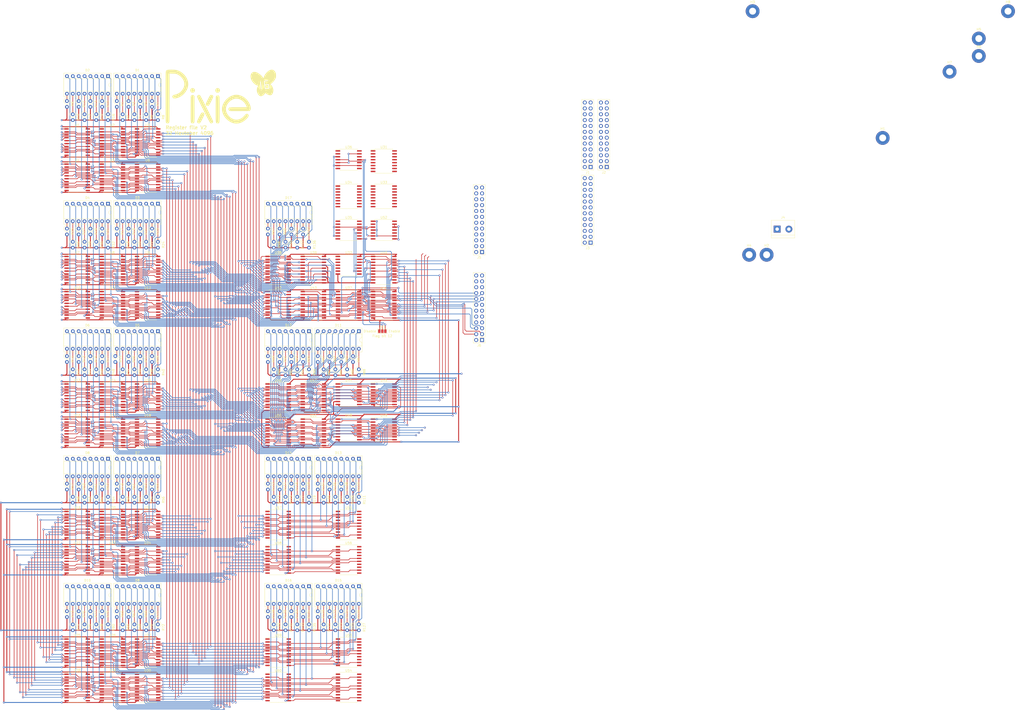
<source format=kicad_pcb>
(kicad_pcb (version 20211014) (generator pcbnew)
  (title_block (title "Pixie 16 register file") (rev "2"))
  (layers (0 "F.Cu" signal) (31 "B.Cu" signal) (34 "B.Paste" user) (35 "F.Paste" user) (36 "B.SilkS" user "B.Silkscreen") (37 "F.SilkS" user "F.Silkscreen") (38 "B.Mask" user) (39 "F.Mask" user) (44 "Edge.Cuts" user))
  (net 0 "")
  (net 1 "/R0Q0")
  (net 2 "/R0Q1")
  (net 3 "/R0Q2")
  (net 4 "/R0Q3")
  (net 5 "/R0Q4")
  (net 6 "/R0Q5")
  (net 7 "/R0Q6")
  (net 8 "/R0Q7")
  (net 9 "/R0Q8")
  (net 10 "/R0Q9")
  (net 11 "/R0Q10")
  (net 12 "/R0Q11")
  (net 13 "/R0Q12")
  (net 14 "/R0Q13")
  (net 15 "/R0Q14")
  (net 16 "/R0Q15")
  (net 17 "/R1Q0")
  (net 18 "/R1Q1")
  (net 19 "/R1Q2")
  (net 20 "/R1Q3")
  (net 21 "/R1Q4")
  (net 22 "/R1Q5")
  (net 23 "/R1Q6")
  (net 24 "/R1Q7")
  (net 25 "/R1Q8")
  (net 26 "/R1Q9")
  (net 27 "/R1Q10")
  (net 28 "/R1Q11")
  (net 29 "/R1Q12")
  (net 30 "/R1Q13")
  (net 31 "/R1Q14")
  (net 32 "/R1Q15")
  (net 33 "/R2Q0")
  (net 34 "/R2Q1")
  (net 35 "/R2Q2")
  (net 36 "/R2Q3")
  (net 37 "/R2Q4")
  (net 38 "/R2Q5")
  (net 39 "/R2Q6")
  (net 40 "/R2Q7")
  (net 41 "/R2Q8")
  (net 42 "/R2Q9")
  (net 43 "/R2Q10")
  (net 44 "/R2Q11")
  (net 45 "/R2Q12")
  (net 46 "/R2Q13")
  (net 47 "/R2Q14")
  (net 48 "/R2Q15")
  (net 49 "/R3Q0")
  (net 50 "/R3Q1")
  (net 51 "/R3Q2")
  (net 52 "/R3Q3")
  (net 53 "/R3Q4")
  (net 54 "/R3Q5")
  (net 55 "/R3Q6")
  (net 56 "/R3Q7")
  (net 57 "/R3Q8")
  (net 58 "/R3Q9")
  (net 59 "/R3Q10")
  (net 60 "/R3Q11")
  (net 61 "/R3Q12")
  (net 62 "/R3Q13")
  (net 63 "/R3Q14")
  (net 64 "/R3Q15")
  (net 65 "/STQ0")
  (net 66 "/STQ1")
  (net 67 "/STQ2")
  (net 68 "/STQ3")
  (net 69 "/STQ4")
  (net 70 "/STQ5")
  (net 71 "/STQ6")
  (net 72 "/STQ7")
  (net 73 "/STQ8")
  (net 74 "/STQ9")
  (net 75 "/STQ10")
  (net 76 "/STQ11")
  (net 77 "/STQ12")
  (net 78 "/STQ13")
  (net 79 "/STQ14")
  (net 80 "/STQ15")
  (net 81 "/PCQ0")
  (net 82 "/PCQ1")
  (net 83 "/PCQ2")
  (net 84 "/PCQ3")
  (net 85 "/PCQ4")
  (net 86 "/PCQ5")
  (net 87 "/PCQ6")
  (net 88 "/PCQ7")
  (net 89 "/PCQ8")
  (net 90 "/PCQ9")
  (net 91 "/PCQ10")
  (net 92 "/PCQ11")
  (net 93 "/PCQ12")
  (net 94 "/PCQ13")
  (net 95 "/PCQ14")
  (net 96 "/PCQ15")
  (net 97 "/ImmQa0")
  (net 98 "/ImmQa1")
  (net 99 "/ImmQa2")
  (net 100 "/ImmQa3")
  (net 101 "/ImmQa4")
  (net 102 "/ImmQa5")
  (net 103 "/ImmQa6")
  (net 104 "/ImmQa7")
  (net 105 "/ImmQa8")
  (net 106 "/ImmQa9")
  (net 107 "/ImmQa10")
  (net 108 "/ImmQa11")
  (net 109 "/ImmQa12")
  (net 110 "/ImmQa13")
  (net 111 "GND")
  (net 112 "/Db0")
  (net 113 "/Db1")
  (net 114 "/Db2")
  (net 115 "/Db3")
  (net 116 "/Db4")
  (net 117 "/Db5")
  (net 118 "/Db6")
  (net 119 "/Db7")
  (net 120 "/Db8")
  (net 121 "/Db9")
  (net 122 "/Db10")
  (net 123 "/Db11")
  (net 124 "/Db12")
  (net 125 "/Db13")
  (net 126 "/Db14")
  (net 127 "/Db15")
  (net 132 "/PbA0")
  (net 133 "/PbA1")
  (net 134 "/PbA2")
  (net 135 "/PbA3")
  (net 136 "/PbA4")
  (net 137 "/PbA5")
  (net 138 "/PbA6")
  (net 139 "/PbA7")
  (net 140 "/PbA8")
  (net 141 "/PbA9")
  (net 142 "/PbA10")
  (net 143 "/PbA11")
  (net 144 "/PbA12")
  (net 145 "/PbA13")
  (net 146 "/PbA14")
  (net 147 "/PbA15")
  (net 148 "/PbB0")
  (net 149 "/PbB1")
  (net 150 "/PbB2")
  (net 151 "/PbB3")
  (net 152 "/PbB4")
  (net 153 "/PbB5")
  (net 154 "/PbB6")
  (net 155 "/PbB7")
  (net 156 "/PbB8")
  (net 157 "/PbB9")
  (net 158 "/PbB10")
  (net 159 "/PbB11")
  (net 160 "/PbB12")
  (net 161 "/PbB13")
  (net 162 "/PbB14")
  (net 163 "/PbB15")
  (net 164 "+5V")
  (net 165 "/D0")
  (net 166 "/D1")
  (net 167 "/D2")
  (net 168 "/A0")
  (net 169 "/A1")
  (net 170 "/A2")
  (net 171 "/B0")
  (net 172 "/B1")
  (net 173 "/B2")
  (net 174 "/WE")
  (net 175 "/UCout")
  (net 176 "/SCout")
  (net 177 "/Zero")
  (net 178 "/IntProg")
  (net 179 "/Inc")
  (net 180 "/PF-Wb")
  (net 181 "/SImm0")
  (net 182 "/SImm1")
  (net 183 "/CLK")
  (net 184 "/~{RST}")
  (net 185 "/QNMI")
  (net 186 "/QIRQ")
  (net 187 "/QIntSw")
  (net 188 "/QIntProg")
  (net 189 "/QZero")
  (net 190 "/QUCout")
  (net 191 "/QSCout")
  (net 192 "/R0-WE")
  (net 193 "/~{R0-OEa}")
  (net 194 "/~{R0-OEb}")
  (net 195 "/R1-WE")
  (net 196 "/~{R1-OEa}")
  (net 197 "/~{R1-OEb}")
  (net 198 "/R2-WE")
  (net 199 "/~{R2-OEa}")
  (net 200 "/~{R2-OEb}")
  (net 201 "/R3-WE")
  (net 202 "/~{R3-OEa}")
  (net 203 "/~{R3-OEb}")
  (net 204 "/ST-WE")
  (net 205 "/~{ST-OEa}")
  (net 206 "/~{ST-OEb}")
  (net 207 "/~{Imm-OEa}")
  (net 208 "/~{PC-OEa}")
  (net 209 "/~{PF-OEa}")
  (net 210 "/~{A2}")
  (net 211 "/~{D2}")
  (net 212 "/~{B2}")
  (net 213 "/Imm-WEa")
  (net 214 "Net-(U32-Pad9)")
  (net 215 "Net-(U32-Pad11)")
  (net 216 "/PF-Wa")
  (net 217 "/~{PF-Wa}")
  (net 218 "/~{Imm-OEb}")
  (net 219 "/~{PC-OEb}")
  (net 220 "/~{PF-OEb}")
  (net 221 "/~{R0-WE}")
  (net 222 "/~{R1-WE}")
  (net 223 "/~{R2-WE}")
  (net 224 "/~{R3-WE}")
  (net 226 "/~{PC-WE}")
  (net 227 "/~{PF-WE}")
  (net 228 "/~{ST-WE}")
  (net 229 "Net-(U35-Pad12)")
  (net 230 "/DZero")
  (net 231 "/PF-WE")
  (net 232 "Net-(U36-Pad13)")
  (net 233 "/DNMI")
  (net 234 "/DIRQ")
  (net 235 "/DIntSw")
  (net 236 "/DIntProg")
  (net 237 "/DUCout")
  (net 238 "/DSCout")
  (net 239 "Net-(U44-Pad15)")
  (net 240 "Net-(U45-Pad15)")
  (net 241 "Net-(U48-Pad15)")
  (net 243 "Net-(U52-Pad12)")
  (net 244 "/Imm-WEb")
  (net 245 "/ImmQb0")
  (net 246 "/ImmQb1")
  (net 247 "/ImmQb2")
  (net 248 "/ImmQb3")
  (net 249 "/ImmQb4")
  (net 250 "/ImmQb5")
  (net 251 "/ImmQb6")
  (net 252 "/ImmQb7")
  (net 253 "/ImmQb8")
  (net 254 "/ImmQb9")
  (net 255 "/ImmQb10")
  (net 256 "/ImmQb11")
  (net 257 "/ImmQb12")
  (net 258 "/ImmQb13")
  (net 259 "/ImmQb14")
  (net 260 "/ImmQb15")
  (net 261 "Net-(D1-Pad9)")
  (net 262 "Net-(D1-Pad10)")
  (net 263 "Net-(D1-Pad11)")
  (net 264 "Net-(D1-Pad12)")
  (net 265 "Net-(D1-Pad13)")
  (net 266 "Net-(D1-Pad14)")
  (net 267 "Net-(D1-Pad15)")
  (net 268 "Net-(D1-Pad16)")
  (net 269 "Net-(D2-Pad9)")
  (net 270 "Net-(D2-Pad10)")
  (net 271 "Net-(D2-Pad11)")
  (net 272 "Net-(D2-Pad12)")
  (net 273 "Net-(D2-Pad13)")
  (net 274 "Net-(D2-Pad14)")
  (net 275 "Net-(D2-Pad15)")
  (net 276 "Net-(D2-Pad16)")
  (net 277 "Net-(D3-Pad9)")
  (net 278 "Net-(D3-Pad10)")
  (net 279 "Net-(D3-Pad11)")
  (net 280 "Net-(D3-Pad12)")
  (net 281 "Net-(D3-Pad13)")
  (net 282 "Net-(D3-Pad14)")
  (net 283 "Net-(D3-Pad15)")
  (net 284 "Net-(D3-Pad16)")
  (net 285 "Net-(D4-Pad9)")
  (net 286 "Net-(D4-Pad10)")
  (net 287 "Net-(D4-Pad11)")
  (net 288 "Net-(D4-Pad12)")
  (net 289 "Net-(D4-Pad13)")
  (net 290 "Net-(D4-Pad14)")
  (net 291 "Net-(D4-Pad15)")
  (net 292 "Net-(D4-Pad16)")
  (net 293 "Net-(D5-Pad9)")
  (net 294 "Net-(D5-Pad10)")
  (net 295 "Net-(D5-Pad11)")
  (net 296 "Net-(D5-Pad12)")
  (net 297 "Net-(D5-Pad13)")
  (net 298 "Net-(D5-Pad14)")
  (net 299 "Net-(D5-Pad15)")
  (net 300 "Net-(D5-Pad16)")
  (net 301 "Net-(D6-Pad9)")
  (net 302 "Net-(D6-Pad10)")
  (net 303 "Net-(D6-Pad11)")
  (net 304 "Net-(D6-Pad12)")
  (net 305 "Net-(D6-Pad13)")
  (net 306 "Net-(D6-Pad14)")
  (net 307 "Net-(D6-Pad15)")
  (net 308 "Net-(D6-Pad16)")
  (net 309 "Net-(D7-Pad9)")
  (net 310 "Net-(D7-Pad10)")
  (net 311 "Net-(D7-Pad11)")
  (net 312 "Net-(D7-Pad12)")
  (net 313 "Net-(D7-Pad13)")
  (net 314 "Net-(D7-Pad14)")
  (net 315 "Net-(D7-Pad15)")
  (net 316 "Net-(D7-Pad16)")
  (net 317 "Net-(D8-Pad9)")
  (net 318 "Net-(D8-Pad10)")
  (net 319 "Net-(D8-Pad11)")
  (net 320 "Net-(D8-Pad12)")
  (net 321 "Net-(D8-Pad13)")
  (net 322 "Net-(D8-Pad14)")
  (net 323 "Net-(D8-Pad15)")
  (net 324 "Net-(D8-Pad16)")
  (net 325 "Net-(D9-Pad9)")
  (net 326 "Net-(D9-Pad10)")
  (net 327 "Net-(D9-Pad11)")
  (net 328 "Net-(D9-Pad12)")
  (net 329 "Net-(D9-Pad13)")
  (net 330 "Net-(D9-Pad14)")
  (net 331 "Net-(D9-Pad15)")
  (net 332 "Net-(D9-Pad16)")
  (net 333 "Net-(D10-Pad9)")
  (net 334 "Net-(D10-Pad10)")
  (net 335 "Net-(D10-Pad11)")
  (net 336 "Net-(D10-Pad12)")
  (net 337 "Net-(D10-Pad13)")
  (net 338 "Net-(D10-Pad14)")
  (net 339 "Net-(D10-Pad15)")
  (net 340 "Net-(D10-Pad16)")
  (net 341 "Net-(D11-Pad9)")
  (net 342 "Net-(D11-Pad10)")
  (net 343 "Net-(D11-Pad11)")
  (net 344 "Net-(D11-Pad12)")
  (net 345 "Net-(D11-Pad13)")
  (net 346 "Net-(D11-Pad14)")
  (net 347 "Net-(D11-Pad15)")
  (net 348 "Net-(D11-Pad16)")
  (net 349 "Net-(D12-Pad9)")
  (net 350 "Net-(D12-Pad10)")
  (net 351 "Net-(D12-Pad11)")
  (net 352 "Net-(D12-Pad12)")
  (net 353 "Net-(D12-Pad13)")
  (net 354 "Net-(D12-Pad14)")
  (net 355 "Net-(D12-Pad15)")
  (net 356 "Net-(D12-Pad16)")
  (net 357 "Net-(D13-Pad9)")
  (net 358 "Net-(D13-Pad10)")
  (net 359 "Net-(D13-Pad11)")
  (net 360 "Net-(D13-Pad12)")
  (net 361 "Net-(D13-Pad13)")
  (net 362 "Net-(D13-Pad14)")
  (net 363 "Net-(D13-Pad15)")
  (net 364 "Net-(D13-Pad16)")
  (net 365 "Net-(D14-Pad9)")
  (net 366 "Net-(D14-Pad10)")
  (net 367 "Net-(D14-Pad11)")
  (net 368 "Net-(D14-Pad12)")
  (net 369 "Net-(D14-Pad13)")
  (net 370 "Net-(D14-Pad14)")
  (net 371 "Net-(D14-Pad15)")
  (net 372 "Net-(D14-Pad16)")
  (net 373 "Net-(D15-Pad9)")
  (net 374 "Net-(D15-Pad10)")
  (net 375 "Net-(D15-Pad11)")
  (net 376 "Net-(D15-Pad12)")
  (net 377 "Net-(D15-Pad13)")
  (net 378 "Net-(D15-Pad14)")
  (net 379 "Net-(D15-Pad15)")
  (net 380 "Net-(D15-Pad16)")
  (net 381 "Net-(D16-Pad9)")
  (net 382 "Net-(D16-Pad10)")
  (net 383 "Net-(D16-Pad11)")
  (net 384 "Net-(D16-Pad12)")
  (net 385 "Net-(D16-Pad13)")
  (net 386 "Net-(D16-Pad14)")
  (net 387 "Net-(D16-Pad15)")
  (net 388 "Net-(D16-Pad16)")
  (net 389 "/LED_GND")
  (net 390 "Net-(D17-Pad9)")
  (net 391 "Net-(D17-Pad10)")
  (net 392 "Net-(D17-Pad11)")
  (net 393 "Net-(D17-Pad12)")
  (net 394 "Net-(D17-Pad13)")
  (net 395 "Net-(D17-Pad14)")
  (net 396 "Net-(D17-Pad15)")
  (net 397 "Net-(D17-Pad16)")
  (net 398 "/ImmQa14")
  (net 399 "/QExFl")
  (net 400 "/DExFl")
  (net 401 "/ImmQa15")
  (net 402 "Net-(JP1-Pad2)")
  (net 403 "Net-(U32-Pad10)")
  (footprint "Package_SO:SOP-20_7.5x12.8mm_P1.27mm" (layer "F.Cu") (at 123.825 298.45)
    (fp_text reference "U30")
    (fp_text value "74LS244")
  )
  (footprint "Package_DIP:DIP-16_W7.62mm_Socket" (layer "F.Cu") (at 128.27 254.635 -90)
    (fp_text reference "D9")
    (fp_text value "LED_Bar_Graph_8")
  )
  (footprint "Resistor_THT:R_Axial_DIN0207_L6.3mm_D2.5mm_P2.54mm_Vertical" (layer "F.Cu") (at 115.57 99.695 -90)
    (fp_text reference "R19")
    (fp_text value "R")
  )
  (footprint "Package_SO:SOP-20_7.5x12.8mm_P1.27mm" (layer "F.Cu") (at 180.34 117.475)
    (fp_text reference "U38")
    (fp_text value "74LS244")
  )
  (footprint "Resistor_THT:R_Axial_DIN0207_L6.3mm_D2.5mm_P2.54mm_Vertical" (layer "F.Cu") (at 123.19 160.655 -90)
    (fp_text reference "R38")
    (fp_text value "R")
  )
  (footprint "Resistor_THT:R_Axial_DIN0207_L6.3mm_D2.5mm_P2.54mm_Vertical" (layer "F.Cu") (at 93.98 265.43 -90)
    (fp_text reference "R75")
    (fp_text value "R")
  )
  (footprint "Resistor_THT:R_Axial_DIN0207_L6.3mm_D2.5mm_P2.54mm_Vertical" (layer "F.Cu") (at 109.855 154.94 -90)
    (fp_text reference "R33")
    (fp_text value "R")
  )
  (footprint "Package_SO:SOIC-16W_7.5x10.3mm_P1.27mm" (layer "F.Cu") (at 226.06 171.45)
    (fp_text reference "U45")
    (fp_text value "74LS161")
  )
  (footprint "Package_SO:SOP-20_7.5x12.8mm_P1.27mm" (layer "F.Cu") (at 210.82 227.965)
    (fp_text reference "U55")
    (fp_text value "74LS273")
  )
  (footprint "Resistor_THT:R_Axial_DIN0207_L6.3mm_D2.5mm_P2.54mm_Vertical" (layer "F.Cu") (at 110.49 99.695 -90)
    (fp_text reference "R17")
    (fp_text value "R")
  )
  (footprint "Package_SO:SOP-20_7.5x12.8mm_P1.27mm" (layer "F.Cu") (at 123.825 77.47)
    (fp_text reference "U6")
    (fp_text value "74LS244")
  )
  (footprint "Resistor_THT:R_Axial_DIN0207_L6.3mm_D2.5mm_P2.54mm_Vertical" (layer "F.Cu") (at 178.435 160.655 -90)
    (fp_text reference "R90")
    (fp_text value "R")
  )
  (footprint "Resistor_THT:R_Axial_DIN0207_L6.3mm_D2.5mm_P2.54mm_Vertical" (layer "F.Cu") (at 175.895 99.695 -90)
    (fp_text reference "R97")
    (fp_text value "R")
  )
  (footprint "Resistor_THT:R_Axial_DIN0207_L6.3mm_D2.5mm_P2.54mm_Vertical" (layer "F.Cu") (at 200.025 160.655 -90)
    (fp_text reference "R82")
    (fp_text value "R")
  )
  (footprint "Resistor_THT:R_Axial_DIN0207_L6.3mm_D2.5mm_P2.54mm_Vertical" (layer "F.Cu") (at 93.98 44.45 -90)
    (fp_text reference "R11")
    (fp_text value "R")
  )
  (footprint "Package_SO:SOP-20_7.5x12.8mm_P1.27mm" (layer "F.Cu") (at 108.585 187.96)
    (fp_text reference "U17")
    (fp_text value "74LS244")
  )
  (footprint "Resistor_THT:R_Axial_DIN0207_L6.3mm_D2.5mm_P2.54mm_Vertical" (layer "F.Cu") (at 188.595 160.655 -90)
    (fp_text reference "R94")
    (fp_text value "R")
  )
  (footprint "Resistor_THT:R_Axial_DIN0207_L6.3mm_D2.5mm_P2.54mm_Vertical" (layer "F.Cu") (at 193.675 271.145 -90)
    (fp_text reference "R135")
    (fp_text value "R")
  )
  (footprint "Package_SO:SOP-20_7.5x12.8mm_P1.27mm" (layer "F.Cu") (at 210.82 298.45)
    (fp_text reference "U54")
    (fp_text value "74LS273")
  )
  (footprint "Resistor_THT:R_Axial_DIN0207_L6.3mm_D2.5mm_P2.54mm_Vertical" (layer "F.Cu") (at 210.185 215.9 -90)
    (fp_text reference "R109")
    (fp_text value "R")
  )
  (footprint "Resistor_THT:R_Axial_DIN0207_L6.3mm_D2.5mm_P2.54mm_Vertical" (layer "F.Cu") (at 178.435 215.9 -90)
    (fp_text reference "R113")
    (fp_text value "R")
  )
  (footprint "Resistor_THT:R_Axial_DIN0207_L6.3mm_D2.5mm_P2.54mm_Vertical" (layer "F.Cu") (at 120.65 99.695 -90)
    (fp_text reference "R21")
    (fp_text value "R")
  )
  (footprint "Package_SO:SOP-20_7.5x12.8mm_P1.27mm" (layer "F.Cu") (at 180.34 187.96)
    (fp_text reference "U50")
    (fp_text value "74LS244")
  )
  (footprint "Package_SO:SOIC-14W_7.5x9mm_P1.27mm" (layer "F.Cu") (at 210.82 115.57)
    (fp_text reference "U32")
    (fp_text value "74LS04")
  )
  (footprint "Resistor_THT:R_Axial_DIN0207_L6.3mm_D2.5mm_P2.54mm_Vertical" (layer "F.Cu") (at 205.105 160.655 -90)
    (fp_text reference "R84")
    (fp_text value "R")
  )
  (footprint "Resistor_THT:R_Axial_DIN0207_L6.3mm_D2.5mm_P2.54mm_Vertical" (layer "F.Cu") (at 106.68 160.655 -90)
    (fp_text reference "R48")
    (fp_text value "R")
  )
  (footprint "Package_SO:SOP-20_7.5x12.8mm_P1.27mm" (layer "F.Cu") (at 108.585 243.205)
    (fp_text reference "U23")
    (fp_text value "74LS244")
  )
  (footprint "Resistor_THT:R_Axial_DIN0207_L6.3mm_D2.5mm_P2.54mm_Vertical" (layer "F.Cu") (at 101.6 215.9 -90)
    (fp_text reference "R62")
    (fp_text value "R")
  )
  (footprint "Resistor_THT:R_Axial_DIN0207_L6.3mm_D2.5mm_P2.54mm_Vertical" (layer "F.Cu") (at 128.27 105.41 -90)
    (fp_text reference "R24")
    (fp_text value "R")
  )
  (footprint "Package_SO:SOP-20_7.5x12.8mm_P1.27mm" (layer "F.Cu") (at 108.585 117.475)
    (fp_text reference "U8")
    (fp_text value "74LS244")
  )
  (footprint "Package_SO:SOIC-14W_7.5x9mm_P1.27mm" (layer "F.Cu") (at 210.82 100.33)
    (fp_text reference "U35")
    (fp_text value "74LS02")
  )
  (footprint "Resistor_THT:R_Axial_DIN0207_L6.3mm_D2.5mm_P2.54mm_Vertical" (layer "F.Cu") (at 191.135 99.695 -90)
    (fp_text reference "R103")
    (fp_text value "R")
  )
  (footprint "Package_SO:SOP-20_7.5x12.8mm_P1.27mm" (layer "F.Cu") (at 123.825 187.96)
    (fp_text reference "U18")
    (fp_text value "74LS244")
  )
  (footprint "Package_SO:SOP-20_7.5x12.8mm_P1.27mm" (layer "F.Cu") (at 210.82 132.715)
    (fp_text reference "U37")
    (fp_text value "74LS273")
  )
  (footprint "Jumper:SolderJumper-3_P1.3mm_Open_Pad1.0x1.5mm_NumberLabels" (layer "F.Cu") (at 225.425 144.145)
    (fp_text reference "JP1")
    (fp_text value "SolderJumper_3_Open")
  )
  (footprint "Resistor_THT:R_Axial_DIN0207_L6.3mm_D2.5mm_P2.54mm_Vertical" (layer "F.Cu") (at 120.65 265.43 -90)
    (fp_text reference "R69")
    (fp_text value "R")
  )
  (footprint "Resistor_THT:R_Axial_DIN0207_L6.3mm_D2.5mm_P2.54mm_Vertical" (layer "F.Cu") (at 113.03 50.165 -90)
    (fp_text reference "R2")
    (fp_text value "R")
  )
  (footprint "Package_DIP:DIP-16_W7.62mm_Socket" (layer "F.Cu") (at 106.68 144.145 -90)
    (fp_text reference "D6")
    (fp_text value "LED_Bar_Graph_8")
  )
  (footprint "Resistor_THT:R_Axial_DIN0207_L6.3mm_D2.5mm_P2.54mm_Vertical" (layer "F.Cu") (at 118.11 160.655 -90)
    (fp_text reference "R36")
    (fp_text value "R")
  )
  (footprint "Resistor_THT:R_Axial_DIN0207_L6.3mm_D2.5mm_P2.54mm_Vertical" (layer "F.Cu") (at 197.485 265.43 -90)
    (fp_text reference "R120")
    (fp_text value "R")
  )
  (footprint "Resistor_THT:R_Axial_DIN0207_L6.3mm_D2.5mm_P2.54mm_Vertical" (layer "F.Cu") (at 104.14 44.45 -90)
    (fp_text reference "R15")
    (fp_text value "R")
  )
  (footprint "Resistor_THT:R_Axial_DIN0207_L6.3mm_D2.5mm_P2.54mm_Vertical" (layer "F.Cu") (at 96.52 160.655 -90)
    (fp_text reference "R44")
    (fp_text value "R")
  )
  (footprint "Package_SO:SOP-20_7.5x12.8mm_P1.27mm" (layer "F.Cu") (at 123.825 172.72)
    (fp_text reference "U15")
    (fp_text value "74LS244")
  )
  (footprint "Resistor_THT:R_Axial_DIN0207_L6.3mm_D2.5mm_P2.54mm_Vertical" (layer "F.Cu") (at 186.055 210.185 -90)
    (fp_text reference "R116")
    (fp_text value "R")
  )
  (footprint "Package_DIP:DIP-16_W7.62mm_Socket" (layer "F.Cu") (at 128.27 144.145 -90)
    (fp_text reference "D5")
    (fp_text value "LED_Bar_Graph_8")
  )
  (footprint "Resistor_THT:R_Axial_DIN0207_L6.3mm_D2.5mm_P2.54mm_Vertical" (layer "F.Cu") (at 88.9 44.45 -90)
    (fp_text reference "R9")
    (fp_text value "R")
  )
  (footprint "Package_SO:SOP-20_7.5x12.8mm_P1.27mm" (layer "F.Cu") (at 226.06 132.715)
    (fp_text reference "U41")
    (fp_text value "74LS244")
  )
  (footprint "Package_SO:SOP-20_7.5x12.8mm_P1.27mm" (layer "F.Cu") (at 180.34 172.72)
    (fp_text reference "U46")
    (fp_text value "74LS244")
  )
  (footprint "Package_SO:SOP-20_7.5x12.8mm_P1.27mm" (layer "F.Cu") (at 226.06 117.475)
    (fp_text reference "U40")
    (fp_text value "74LS244")
  )
  (footprint "Package_SO:SOP-20_7.5x12.8mm_P1.27mm" (layer "F.Cu") (at 93.345 117.475)
    (fp_text reference "U7")
    (fp_text value "74LS273")
  )
  (footprint "Resistor_THT:R_Axial_DIN0207_L6.3mm_D2.5mm_P2.54mm_Vertical" (layer "F.Cu") (at 91.44 160.655 -90)
    (fp_text reference "R42")
    (fp_text value "R")
  )
  (footprint "Resistor_THT:R_Axial_DIN0207_L6.3mm_D2.5mm_P2.54mm_Vertical" (layer "F.Cu") (at 191.135 210.185 -90)
    (fp_text reference "R118")
    (fp_text value "R")
  )
  (footprint "Resistor_THT:R_Axial_DIN0207_L6.3mm_D2.5mm_P2.54mm_Vertical" (layer "F.Cu") (at 180.975 154.94 -90)
    (fp_text reference "R91")
    (fp_text value "R")
  )
  (footprint "Package_SO:SOP-20_7.5x12.8mm_P1.27mm" (layer "F.Cu") (at 108.585 227.965)
    (fp_text reference "U20")
    (fp_text value "74LS244")
  )
  (footprint "Resistor_THT:R_Axial_DIN0207_L6.3mm_D2.5mm_P2.54mm_Vertical" (layer "F.Cu") (at 128.27 50.165 -90)
    (fp_text reference "R8")
    (fp_text value "R")
  )
  (footprint "Package_SO:SOP-20_7.5x12.8mm_P1.27mm" (layer "F.Cu") (at 93.345 187.96)
    (fp_text reference "U16")
    (fp_text value "74LS273")
  )
  (footprint "Resistor_THT:R_Axial_DIN0207_L6.3mm_D2.5mm_P2.54mm_Vertical" (layer "F.Cu") (at 207.645 210.185 -90)
    (fp_text reference "R108")
    (fp_text value "R")
  )
  (footprint "Resistor_THT:R_Axial_DIN0207_L6.3mm_D2.5mm_P2.54mm_Vertical" (layer "F.Cu") (at 188.595 215.9 -90)
    (fp_text reference "R117")
    (fp_text value "R")
  )
  (footprint "Resistor_THT:R_Axial_DIN0207_L6.3mm_D2.5mm_P2.54mm_Vertical" (layer "F.Cu") (at 99.06 210.185 -90)
    (fp_text reference "R61")
    (fp_text value "R")
  )
  (footprint "Package_SO:SOP-20_7.5x12.8mm_P1.27mm" (layer "F.Cu") (at 108.585 172.72)
    (fp_text reference "U14")
    (fp_text value "74LS244")
  )
  (footprint "Package_SO:SOP-20_7.5x12.8mm_P1.27mm" (layer "F.Cu") (at 93.345 132.715)
    (fp_text reference "U10")
    (fp_text value "74LS273")
  )
  (footprint "MountingHole:MountingHole_3mm_Pad" (layer "F.Cu") (at 385.705 5.525)
    (fp_text reference "H3")
    (fp_text value "MountingHole_Pad")
  )
  (footprint "Resistor_THT:R_Axial_DIN0207_L6.3mm_D2.5mm_P2.54mm_Vertical" (layer "F.Cu") (at 118.11 215.9 -90)
    (fp_text reference "R52")
    (fp_text value "R")
  )
  (footprint "Resistor_THT:R_Axial_DIN0207_L6.3mm_D2.5mm_P2.54mm_Vertical" (layer "F.Cu") (at 110.49 210.185 -90)
    (fp_text reference "R49")
    (fp_text value "R")
  )
  (footprint "Package_SO:SOIC-14W_7.5x9mm_P1.27mm" (layer "F.Cu") (at 210.82 69.85)
    (fp_text reference "U36")
    (fp_text value "74LS02")
  )
  (footprint "Resistor_THT:R_Axial_DIN0207_L6.3mm_D2.5mm_P2.54mm_Vertical" (layer "F.Cu") (at 175.895 265.43 -90)
    (fp_text reference "R128")
    (fp_text value "R")
  )
  (footprint "Resistor_THT:R_Axial_DIN0207_L6.3mm_D2.5mm_P2.54mm_Vertical" (layer "F.Cu") (at 106.68 50.165 -90)
    (fp_text reference "R16")
    (fp_text value "R")
  )
  (footprint "Resistor_THT:R_Axial_DIN0207_L6.3mm_D2.5mm_P2.54mm_Vertical" (layer "F.Cu") (at 91.44 215.9 -90)
    (fp_text reference "R58")
    (fp_text value "R")
  )
  (footprint "Resistor_THT:R_Axial_DIN0207_L6.3mm_D2.5mm_P2.54mm_Vertical" (layer "F.Cu") (at 106.68 271.145 -90)
    (fp_text reference "R80")
    (fp_text value "R")
  )
  (footprint "Resistor_THT:R_Axial_DIN0207_L6.3mm_D2.5mm_P2.54mm_Vertical" (layer "F.Cu") (at 110.49 44.45 -90)
    (fp_text reference "R1")
    (fp_text value "R")
  )
  (footprint "Package_SO:SOP-20_7.5x12.8mm_P1.27mm" (layer "F.Cu") (at 180.34 298.45)
    (fp_text reference "U60")
    (fp_text value "74LS244")
  )
  (footprint "Resistor_THT:R_Axial_DIN0207_L6.3mm_D2.5mm_P2.54mm_Vertical" (layer "F.Cu") (at 96.52 105.41 -90)
    (fp_text reference "R28")
    (fp_text value "R")
  )
  (footprint "Package_SO:SOP-20_7.5x12.8mm_P1.27mm" (layer "F.Cu") (at 123.825 132.715)
    (fp_text reference "U12")
    (fp_text value "74LS244")
  )
  (footprint "Package_DIP:DIP-16_W7.62mm_Socket" (layer "F.Cu") (at 215.265 199.39 -90)
    (fp_text reference "D13")
    (fp_text value "LED_Bar_Graph_8")
  )
  (footprint "Package_DIP:DIP-16_W7.62mm_Socket" (layer "F.Cu") (at 215.265 144.145 -90)
    (fp_text reference "D11")
    (fp_text value "LED_Bar_Graph_8")
  )
  (footprint "Package_SO:SOP-20_7.5x12.8mm_P1.27mm" (layer "F.Cu") (at 108.585 132.715)
    (fp_text reference "U11")
    (fp_text value "74LS244")
  )
  (footprint "Resistor_THT:R_Axial_DIN0207_L6.3mm_D2.5mm_P2.54mm_Vertical" (layer "F.Cu") (at 202.565 210.185 -90)
    (fp_text reference "R106")
    (fp_text value "R")
  )
  (footprint "Resistor_THT:R_Axial_DIN0207_L6.3mm_D2.5mm_P2.54mm_Vertical" (layer "F.Cu") (at 99.06 99.695 -90)
    (fp_text reference "R29")
    (fp_text value "R")
  )
  (footprint "Package_SO:SOIC-16W_7.5x10.3mm_P1.27mm" (layer "F.Cu") (at 210.82 85.725)
    (fp_text reference "U34")
    (fp_text value "74LS139")
  )
  (footprint "Package_SO:SOP-20_7.5x12.8mm_P1.27mm" (layer "F.Cu") (at 108.585 283.21)
    (fp_text reference "U26")
    (fp_text value "74LS244")
  )
  (footprint "Resistor_THT:R_Axial_DIN0207_L6.3mm_D2.5mm_P2.54mm_Vertical" (layer "F.Cu") (at 180.975 265.43 -90)
    (fp_text reference "R130")
    (fp_text value "R")
  )
  (footprint "Resistor_THT:R_Axial_DIN0207_L6.3mm_D2.5mm_P2.54mm_Vertical" (layer "F.Cu") (at 200.025 271.145 -90)
    (fp_text reference "R121")
    (fp_text value "R")
  )
  (footprint "Package_SO:SOP-20_7.5x12.8mm_P1.27mm" (layer "F.Cu") (at 93.345 62.23)
    (fp_text reference "U1")
    (fp_text value "74LS273")
  )
  (footprint "Resistor_THT:R_Axial_DIN0207_L6.3mm_D2.5mm_P2.54mm_Vertical" (layer "F.Cu") (at 125.73 265.43 -90)
    (fp_text reference "R71")
    (fp_text value "R")
  )
  (footprint "Resistor_THT:R_Axial_DIN0207_L6.3mm_D2.5mm_P2.54mm_Vertical" (layer "F.Cu") (at 191.135 265.43 -90)
    (fp_text reference "R134")
    (fp_text value "R")
  )
  (footprint "Package_SO:SOP-20_7.5x12.8mm_P1.27mm" (layer "F.Cu") (at 108.585 298.45)
    (fp_text reference "U29")
    (fp_text value "74LS244")
  )
  (footprint "Package_SO:SOP-20_7.5x12.8mm_P1.27mm" (layer "F.Cu") (at 195.58 132.715)
    (fp_text reference "U43")
    (fp_text value "74LS244")
  )
  (footprint "Resistor_THT:R_Axial_DIN0207_L6.3mm_D2.5mm_P2.54mm_Vertical" (layer "F.Cu") (at 88.9 99.695 -90)
    (fp_text reference "R25")
    (fp_text value "R")
  )
  (footprint "Package_SO:SOP-20_7.5x12.8mm_P1.27mm" (layer "F.Cu") (at 210.82 283.21)
    (fp_text reference "U53")
    (fp_text value "74LS273")
  )
  (footprint "Package_SO:SOP-20_7.5x12.8mm_P1.27mm" (layer "F.Cu") (at 123.825 117.475)
    (fp_text reference "U9")
    (fp_text value "74LS244")
  )
  (footprint "Package_SO:SOP-20_7.5x12.8mm_P1.27mm" (layer "F.Cu") (at 180.34 132.715)
    (fp_text reference "U42")
    (fp_text value "74LS244")
  )
  (footprint "MountingHole:MountingHole_3mm_Pad" (layer "F.Cu") (at 391.765 111.025)
    (fp_text reference "H2")
    (fp_text value "MountingHole_Pad")
  )
  (footprint "Resistor_THT:R_Axial_DIN0207_L6.3mm_D2.5mm_P2.54mm_Vertical" (layer "F.Cu") (at 123.19 105.41 -90)
    (fp_text reference "R22")
    (fp_text value "R")
  )
  (footprint "Resistor_THT:R_Axial_DIN0207_L6.3mm_D2.5mm_P2.54mm_Vertical" (layer "F.Cu") (at 175.895 154.94 -90)
    (fp_text reference "R89")
    (fp_text value "R")
  )
  (footprint "Resistor_THT:R_Axial_DIN0207_L6.3mm_D2.5mm_P2.54mm_Vertical" (layer "F.Cu") (at 93.98 210.185 -90)
    (fp_text reference "R59")
    (fp_text value "R")
  )
  (footprint "Package_SO:SOP-20_7.5x12.8mm_P1.27mm" (layer "F.Cu") (at 123.825 227.965)
    (fp_text reference "U21")
    (fp_text value "74LS244")
  )
  (footprint "MountingHole:MountingHole_3mm_Pad" (layer "F.Cu") (at 442.015 60.425)
    (fp_text reference "H1")
    (fp_text value "MountingHole_Pad")
  )
  (footprint "Resistor_THT:R_Axial_DIN0207_L6.3mm_D2.5mm_P2.54mm_Vertical" (layer "F.Cu") (at 186.055 99.695 -90)
    (fp_text reference "R101")
    (fp_text value "R")
  )
  (footprint "Resistor_THT:R_Axial_DIN0207_L6.3mm_D2.5mm_P2.54mm_Vertical" (layer "F.Cu") (at 128.27 271.145 -90)
    (fp_text reference "R72")
    (fp_text value "R")
  )
  (footprint "Package_DIP:DIP-16_W7.62mm_Socket" (layer "F.Cu") (at 128.27 88.9 -90)
    (fp_text reference "D3")
    (fp_text value "LED_Bar_Graph_8")
  )
  (footprint "Resistor_THT:R_Axial_DIN0207_L6.3mm_D2.5mm_P2.54mm_Vertical" (layer "F.Cu") (at 88.9 210.185 -90)
    (fp_text reference "R57")
    (fp_text value "R")
  )
  (footprint "Package_SO:SOIC-16W_7.5x10.3mm_P1.27mm" (layer "F.Cu") (at 226.06 70.485)
    (fp_text reference "U31")
    (fp_text value "74LS139")
  )
  (footprint "Package_SO:SOP-20_7.5x12.8mm_P1.27mm" (layer "F.Cu") (at 210.82 243.205)
    (fp_text reference "U56")
    (fp_text value "74LS273")
  )
  (footprint "Package_SO:SOP-20_7.5x12.8mm_P1.27mm" (layer "F.Cu") (at 195.58 117.475)
    (fp_text reference "U39")
    (fp_text value "74LS244")
  )
  (footprint "Package_SO:SOP-20_7.5x12.8mm_P1.27mm" (layer "F.Cu") (at 93.345 77.47)
    (fp_text reference "U4")
    (fp_text value "74LS273")
  )
  (footprint "Resistor_THT:R_Axial_DIN0207_L6.3mm_D2.5mm_P2.54mm_Vertical" (layer "F.Cu") (at 215.265 160.655 -90)
    (fp_text reference "R88")
    (fp_text value "R")
  )
  (footprint "Resistor_THT:R_Axial_DIN0207_L6.3mm_D2.5mm_P2.54mm_Vertical" (layer "F.Cu") (at 123.19 50.165 -90)
    (fp_text reference "R6")
    (fp_text value "R")
  )
  (footprint "Package_SO:SOIC-14W_7.5x9mm_P1.27mm" (layer "F.Cu") (at 226.06 100.33)
    (fp_text reference "U52")
    (fp_text value "74LS00")
  )
  (footprint "Resistor_THT:R_Axial_DIN0207_L6.3mm_D2.5mm_P2.54mm_Vertical" (layer "F.Cu") (at 180.975 210.185 -90)
    (fp_text reference "R114")
    (fp_text value "R")
  )
  (footprint "Package_DIP:DIP-16_W7.62mm_Socket" (layer "F.Cu") (at 106.68 33.655 -90)
    (fp_text reference "D2")
    (fp_text value "LED_Bar_Graph_8")
  )
  (footprint "Connector_PinHeader_2.54mm:PinHeader_2x12_P2.54mm_Vertical" (layer "F.Cu") (at 268.605 147.955 180)
    (fp_text reference "J6")
    (fp_text value "Conn_02x12_Odd_Even")
  )
  (footprint "LOGO" (layer "F.Cu") (at 156.845 42.545)
    (fp_text reference "G***" hide)
    (fp_text value "LOGO" hide)
  )
  (footprint "Resistor_THT:R_Axial_DIN0207_L6.3mm_D2.5mm_P2.54mm_Vertical" (layer "F.Cu") (at 200.025 215.9 -90)
    (fp_text reference "R105")
    (fp_text value "R")
  )
  (footprint "Package_SO:SOP-20_7.5x12.8mm_P1.27mm" (layer "F.Cu") (at 108.585 77.47)
    (fp_text reference "U5")
    (fp_text value "74LS244")
  )
  (footprint "MountingHole:MountingHole_3mm_Pad" (layer "F.Cu") (at 496.265 5.525)
    (fp_text reference "H8")
    (fp_text value "MountingHole_Pad")
  )
  (footprint "Resistor_THT:R_Axial_DIN0207_L6.3mm_D2.5mm_P2.54mm_Vertical" (layer "F.Cu") (at 101.6 271.145 -90)
    (fp_text reference "R78")
    (fp_text value "R")
  )
  (footprint "Resistor_THT:R_Axial_DIN0207_L6.3mm_D2.5mm_P2.54mm_Vertical" (layer "F.Cu") (at 115.57 44.45 -90)
    (fp_text reference "R3")
    (fp_text value "R")
  )
  (footprint "MountingHole:MountingHole_3mm_Pad" (layer "F.Cu") (at 483.615 24.925)
    (fp_text reference "H6")
    (fp_text value "MountingHole_Pad")
  )
  (footprint "Resistor_THT:R_Axial_DIN0207_L6.3mm_D2.5mm_P2.54mm_Vertical" (layer "F.Cu") (at 212.725 154.94 -90)
    (fp_text reference "R87")
    (fp_text value "R")
  )
  (footprint "Connector_PinHeader_2.54mm:PinHeader_2x12_P2.54mm_Vertical" (layer "F.Cu") (at 322.58 73.025 180)
    (fp_text reference "J2")
    (fp_text value "Conn_02x12_Odd_Even")
  )
  (footprint "Resistor_THT:R_Axial_DIN0207_L6.3mm_D2.5mm_P2.54mm_Vertical" (layer "F.Cu") (at 120.65 154.94 -90)
    (fp_text reference "R37")
    (fp_text value "R")
  )
  (footprint "Resistor_THT:R_Axial_DIN0207_L6.3mm_D2.5mm_P2.54mm_Vertical" (layer "F.Cu") (at 113.03 105.41 -90)
    (fp_text reference "R18")
    (fp_text value "R")
  )
  (footprint "Resistor_THT:R_Axial_DIN0207_L6.3mm_D2.5mm_P2.54mm_Vertical" (layer "F.Cu") (at 207.645 265.43 -90)
    (fp_text reference "R124")
    (fp_text value "R")
  )
  (footprint "Resistor_THT:R_Axial_DIN0207_L6.3mm_D2.5mm_P2.54mm_Vertical" (layer "F.Cu") (at 106.68 105.41 -90)
    (fp_text reference "R32")
    (fp_text value "R")
  )
  (footprint "Resistor_THT:R_Axial_DIN0207_L6.3mm_D2.5mm_P2.54mm_Vertical" (layer "F.Cu") (at 128.27 160.655 -90)
    (fp_text reference "R40")
    (fp_text value "R")
  )
  (footprint "Package_SO:SOIC-16W_7.5x10.3mm_P1.27mm" (layer "F.Cu") (at 210.82 171.45)
    (fp_text reference "U44")
    (fp_text value "74LS161")
  )
  (footprint "Resistor_THT:R_Axial_DIN0207_L6.3mm_D2.5mm_P2.54mm_Vertical" (layer "F.Cu") (at 125.73 210.185 -90)
    (fp_text reference "R55")
    (fp_text value "R")
  )
  (footprint "Resistor_THT:R_Axial_DIN0207_L6.3mm_D2.5mm_P2.54mm_Vertical" (layer "F.Cu") (at 88.9 265.43 -90)
    (fp_text reference "R73")
    (fp_text value "R")
  )
  (footprint "Resistor_THT:R_Axial_DIN0207_L6.3mm_D2.5mm_P2.54mm_Vertical" (layer "F.Cu") (at 123.19 271.145 -90)
    (fp_text reference "R70")
    (fp_text value "R")
  )
  (footprint "Resistor_THT:R_Axial_DIN0207_L6.3mm_D2.5mm_P2.54mm_Vertical" (layer "F.Cu") (at 197.485 154.94 -90)
    (fp_text reference "R81")
    (fp_text value "R")
  )
  (footprint "Package_DIP:DIP-16_W7.62mm_Socket" (layer "F.Cu") (at 193.675 144.145 -90)
    (fp_text reference "D12")
    (fp_text value "LED_Bar_Graph_8")
  )
  (footprint "Resistor_THT:R_Axial_DIN0207_L6.3mm_D2.5mm_P2.54mm_Vertical" (layer "F.Cu") (at 215.265 271.145 -90)
    (fp_text reference "R127")
    (fp_text value "R")
  )
  (footprint "Resistor_THT:R_Axial_DIN0207_L6.3mm_D2.5mm_P2.54mm_Vertical" (layer "F.Cu") (at 205.105 215.9 -90)
    (fp_text reference "R107")
    (fp_text value "R")
  )
  (footprint "Resistor_THT:R_Axial_DIN0207_L6.3mm_D2.5mm_P2.54mm_Vertical" (layer "F.Cu") (at 96.52 215.9 -90)
    (fp_text reference "R60")
    (fp_text value "R")
  )
  (footprint "Resistor_THT:R_Axial_DIN0207_L6.3mm_D2.5mm_P2.54mm_Vertical" (layer "F.Cu") (at 183.515 215.9 -90)
    (fp_text reference "R115")
    (fp_text value "R")
  )
  (footprint "Resistor_THT:R_Axial_DIN0207_L6.3mm_D2.5mm_P2.54mm_Vertical" (layer "F.Cu") (at 125.73 44.45 -90)
    (fp_text reference "R7")
    (fp_text value "R")
  )
  (footprint "Package_SO:SOP-20_7.5x12.8mm_P1.27mm" (layer "F.Cu") (at 123.825 243.205)
    (fp_text reference "U24")
    (fp_text value "74LS244")
  )
  (footprint "Connector_PinHeader_2.54mm:PinHeader_2x12_P2.54mm_Vertical" (layer "F.Cu") (at 315.585 105.78 180)
    (fp_text reference "J3")
    (fp_text value "Conn_02x12_Odd_Even")
  )
  (footprint "Package_DIP:DIP-16_W7.62mm_Socket" (layer "F.Cu") (at 193.675 254.635 -90)
    (fp_text reference "D16")
    (fp_text value "LED_Bar_Graph_8")
  )
  (footprint "Resistor_THT:R_Axial_DIN0207_L6.3mm_D2.5mm_P2.54mm_Vertical" (layer "F.Cu") (at 125.73 154.94 -90)
    (fp_text reference "R39")
    (fp_text value "R")
  )
  (footprint "Resistor_THT:R_Axial_DIN0207_L6.3mm_D2.5mm_P2.54mm_Vertical" (layer "F.Cu") (at 101.6 50.165 -90)
    (fp_text reference "R14")
    (fp_text value "R")
  )
  (footprint "Package_SO:SOP-20_7.5x12.8mm_P1.27mm" (layer "F.Cu") (at 108.585 62.23)
    (fp_text reference "U2")
    (fp_text value "74LS244")
  )
  (footprint "Resistor_THT:R_Axial_DIN0207_L6.3mm_D2.5mm_P2.54mm_Vertical" (layer "F.Cu") (at 183.515 271.145 -90)
    (fp_text reference "R131")
    (fp_text value "R")
  )
  (footprint "Resistor_THT:R_Axial_DIN0207_L6.3mm_D2.5mm_P2.54mm_Vertical" (layer "F.Cu") (at 99.06 265.43 -90)
    (fp_text reference "R77")
    (fp_text value "R")
  )
  (footprint "Package_DIP:DIP-16_W7.62mm_Socket" (layer "F.Cu") (at 106.68 199.39 -90)
    (fp_text reference "D8")
    (fp_text value "LED_Bar_Graph_8")
  )
  (footprint "Package_SO:SOP-20_7.5x12.8mm_P1.27mm" (layer "F.Cu") (at 93.345 298.45)
    (fp_text reference "U28")
    (fp_text value "74LS273")
  )
  (footprint "Resistor_THT:R_Axial_DIN0207_L6.3mm_D2.5mm_P2.54mm_Vertical" (layer "F.Cu") (at 113.03 271.145 -90)
    (fp_text reference "R66")
    (fp_text value "R")
  )
  (footprint "Package_SO:SOP-20_7.5x12.8mm_P1.27mm" (layer "F.Cu") (at 93.345 283.21)
    (fp_text reference "U25")
    (fp_text value "74LS273")
  )
  (footprint "Resistor_THT:R_Axial_DIN0207_L6.3mm_D2.5mm_P2.54mm_Vertical" (layer "F.Cu") (at 115.57 210.185 -90)
    (fp_text reference "R51")
    (fp_text value "R")
  )
  (footprint "Resistor_THT:R_Axial_DIN0207_L6.3mm_D2.5mm_P2.54mm_Vertical" (layer "F.Cu") (at 96.52 271.145 -90)
    (fp_text reference "R76")
    (fp_text value "R")
  )
  (footprint "Resistor_THT:R_Axial_DIN0207_L6.3mm_D2.5mm_P2.54mm_Vertical" (layer "F.Cu") (at 113.03 160.655 -90)
    (fp_text reference "R34")
    (fp_text value "R")
  )
  (footprint "Package_DIP:DIP-16_W7.62mm_Socket" (layer "F.Cu") (at 128.27 199.39 -90)
    (fp_text reference "D7")
    (fp_text value "LED_Bar_Graph_8")
  )
  (footprint "Resistor_THT:R_Axial_DIN0207_L6.3mm_D2.5mm_P2.54mm_Vertical" (layer "F.Cu") (at 178.435 271.145 -90)
    (fp_text reference "R129")
    (fp_text value "R")
  )
  (footprint "Resistor_THT:R_Axial_DIN0207_L6.3mm_D2.5mm_P2.54mm_Vertical" (layer "F.Cu") (at 106.68 215.9 -90)
    (fp_text reference "R64")
    (fp_text value "R")
  )
  (footprint "MountingHole:MountingHole_3mm_Pad" (layer "F.Cu") (at 483.615 17.375)
    (fp_text reference "H5")
    (fp_text value "MountingHole_Pad")
  )
  (footprint "MountingHole:MountingHole_3mm_Pad" (layer "F.Cu") (at 470.965 31.725)
    (fp_text reference "H7")
    (fp_text value "MountingHole_Pad")
  )
  (footprint "Resistor_THT:R_Axial_DIN0207_L6.3mm_D2.5mm_P2.54mm_Vertical" (layer "F.Cu") (at 101.6 105.41 -90)
    (fp_text reference "R30")
    (fp_text value "R")
  )
  (footprint "Package_SO:SOP-20_7.5x12.8mm_P1.27mm" (layer "F.Cu") (at 195.58 172.72)
    (fp_text reference "U47")
    (fp_text value "74LS244")
  )
  (footprint "Connector_PinHeader_2.54mm:PinHeader_2x12_P2.54mm_Vertical" (layer "F.Cu") (at 315.595 73.025 180)
    (fp_text reference "J1")
    (fp_text value "Conn_02x12_Odd_Even")
  )
  (footprint "Resistor_THT:R_Axial_DIN0207_L6.3mm_D2.5mm_P2.54mm_Vertical" (layer "F.Cu") (at 110.49 265.43 -90)
    (fp_text reference "R65")
    (fp_text value "R")
  )
  (footprint "Resistor_THT:R_Axial_DIN0207_L6.3mm_D2.5mm_P2.54mm_Vertical" (layer "F.Cu") (at 186.055 154.94 -90)
    (fp_text reference "R93")
    (fp_text value "R")
  )
  (footprint "Resistor_THT:R_Axial_DIN0207_L6.3mm_D2.5mm_P2.54mm_Vertical" (layer "F.Cu") (at 104.14 210.185 -90)
    (fp_text reference "R63")
    (fp_text value "R")
  )
  (footprint "Package_SO:SOIC-16W_7.5x10.3mm_P1.27mm" (layer "F.Cu") (at 226.06 85.725)
    (fp_text reference "U33")
    (fp_text value "74LS139")
  )
  (footprint "Package_SO:SOIC-16W_7.5x10.3mm_P1.27mm" (layer "F.Cu") (at 210.82 186.69)
    (fp_text reference "U48")
    (fp_text value "74LS161")
  )
  (footprint "Package_DIP:DIP-16_W7.62mm_Socket" (layer "F.Cu") (at 128.27 33.655 -90)
    (fp_text reference "D1")
    (fp_text value "LED_Bar_Graph_8")
  )
  (footprint "Resistor_THT:R_Axial_DIN0207_L6.3mm_D2.5mm_P2.54mm_Vertical" (layer "F.Cu") (at 118.11 105.41 -90)
    (fp_text reference "R20")
    (fp_text value "R")
  )
  (footprint "Package_SO:SOP-20_7.5x12.8mm_P1.27mm" (layer "F.Cu") (at 180.34 243.205)
    (fp_text reference "U58")
    (fp_text value "74LS244")
  )
  (footprint "Package_DIP:DIP-16_W7.62mm_Socket" (layer "F.Cu") (at 215.265 254.635 -90)
    (fp_text reference "D15")
    (fp_text value "LED_Bar_Graph_8")
  )
  (footprint "Resistor_THT:R_Axial_DIN0207_L6.3mm_D2.5mm_P2.54mm_Vertical" (layer "F.Cu") (at 115.57 265.43 -90)
    (fp_text reference "R67")
    (fp_text value "R")
  )
  (footprint "Resistor_THT:R_Axial_DIN0207_L6.3mm_D2.5mm_P2.54mm_Vertical" (layer "F.Cu") (at 104.14 99.695 -90)
    (fp_text reference "R31")
    (fp_text value "R")
  )
  (footprint "Package_SO:SOP-20_7.5x12.8mm_P1.27mm" (layer "F.Cu") (at 180.34 227.965)
    (fp_text reference "U57")
    (fp_text value "74LS244")
  )
  (footprint "Resistor_THT:R_Axial_DIN0207_L6.3mm_D2.5mm_P2.54mm_Vertical" (layer "F.Cu") (at 91.44 50.165 -90)
    (fp_text reference "R10")
    (fp_text value "R")
  )
  (footprint "Resistor_THT:R_Axial_DIN0207_L6.3mm_D2.5mm_P2.54mm_Vertical" (layer "F.Cu") (at 183.515 105.41 -90)
    (fp_text reference "R100")
    (fp_text value "R")
  )
  (footprint "Resistor_THT:R_Axial_DIN0207_L6.3mm_D2.5mm_P2.54mm_Vertical" (layer "F.Cu") (at 193.675 160.655 -90)
    (fp_text reference "R96")
    (fp_text value "R")
  )
  (footprint "Resistor_THT:R_Axial_DIN0207_L6.3mm_D2.5mm_P2.54mm_Vertical" (layer "F.Cu") (at 91.44 271.145 -90)
    (fp_text reference "R74")
    (fp_text value "R")
  )
  (footprint "Resistor_THT:R_Axial_DIN0207_L6.3mm_D2.5mm_P2.54mm_Vertical" (layer "F.Cu") (at 115.57 154.94 -90)
    (fp_text reference "R35")
    (fp_text value "R")
  )
  (footprint "Resistor_THT:R_Axial_DIN0207_L6.3mm_D2.5mm_P2.54mm_Vertical" (layer "F.Cu") (at 183.515 160.655 -90)
    (fp_text reference "R92")
    (fp_text value "R")
  )
  (footprint "Resistor_THT:R_Axial_DIN0207_L6.3mm_D2.5mm_P2.54mm_Vertical" (layer "F.Cu") (at 118.11 50.165 -90)
    (fp_text reference "R4")
    (fp_text value "R")
  )
  (footprint "Resistor_THT:R_Axial_DIN0207_L6.3mm_D2.5mm_P2.54mm_Vertical" (layer "F.Cu") (at 96.52 50.165 -90)
    (fp_text reference "R12")
    (fp_text value "R")
  )
  (footprint "Package_DIP:DIP-16_W7.62mm_Socket" (layer "F.Cu") (at 106.68 254.635 -90)
    (fp_text reference "D10")
    (fp_text value "LED_Bar_Graph_8")
  )
  (footprint "Package_DIP:DIP-16_W7.62mm_Socket" (layer "F.Cu") (at 193.675 88.9 -90)
    (fp_text reference "D17")
    (fp_text value "LED_Bar_Graph_8")
  )
  (footprint "Package_SO:SOIC-16W_7.5x10.3mm_P1.27mm" (layer "F.Cu") (at 226.06 186.69)
    (fp_text reference "U49")
    (fp_text value "74LS161")
  )
  (footprint "Connector_PinHeader_2.54mm:PinHeader_2x12_P2.54mm_Vertical" (layer "F.Cu") (at 268.605 109.855 180)
    (fp_text reference "J5")
    (fp_text value "Conn_02x12_Odd_Even")
  )
  (footprint "Resistor_THT:R_Axial_DIN0207_L6.3mm_D2.5mm_P2.54mm_Vertical" (layer "F.Cu") (at 186.055 265.43 -90)
    (fp_text reference "R132")
    (fp_text value "R")
  )
  (footprint "Package_SO:SOP-20_7.5x12.8mm_P1.27mm" (layer "F.Cu") (at 123.825 62.23)
    (fp_text reference "U3")
    (fp_text value "74LS244")
  )
  (footprint "Resistor_THT:R_Axial_DIN0207_L6.3mm_D2.5mm_P2.54mm_Vertical" (layer "F.Cu") (at 193.675 215.9 -90)
    (fp_text reference "R119")
    (fp_text value "R")
  )
  (footprint "Resistor_THT:R_Axial_DIN0207_L6.3mm_D2.5mm_P2.54mm_Vertical" (layer "F.Cu") (at 212.725 265.43 -90)
    (fp_text reference "R126")
    (fp_text value "R")
  )
  (footprint "Resistor_THT:R_Axial_DIN0207_L6.3mm_D2.5mm_P2.54mm_Vertical" (layer "F.Cu") (at 210.185 160.655 -90)
    (fp_text reference "R86")
    (fp_text value "R")
  )
  (footprint "Resistor_THT:R_Axial_DIN0207_L6.3mm_D2.5mm_P2.54mm_Vertical" (layer "F.Cu") (at 128.27 215.9 -90)
    (fp_text reference "R56")
    (fp_text value "R")
  )
  (footprint "Resistor_THT:R_Axial_DIN0207_L6.3mm_D2.5mm_P2.54mm_Vertical" (layer "F.Cu") (at 202.565 265.43 -90)
    (fp_text reference "R122")
    (fp_text value "R")
  )
  (footprint "Resistor_THT:R_Axial_DIN0207_L6.3mm_D2.5mm_P2.54mm_Vertical" (layer "F.Cu") (at 191.135 154.94 -90)
    (fp_text reference "R95")
    (fp_text value "R")
  )
  (footprint "Package_SO:SOP-20_7.5x12.8mm_P1.27mm" (layer "F.Cu") (at 93.345 172.72)
    (fp_text reference "U13")
    (fp_text value "74LS273")
  )
  (footprint "Resistor_THT:R_Axial_DIN0207_L6.3mm_D2.5mm_P2.54mm_Vertical" (layer "F.Cu") (at 202.565 154.94 -90)
    (fp_text reference "R83")
    (fp_text value "R")
  )
  (footprint "Resistor_THT:R_Axial_DIN0207_L6.3mm_D2.5mm_P2.54mm_Vertical" (layer "F.Cu") (at 101.6 160.655 -90)
    (fp_text reference "R46")
    (fp_text value "R")
  )
  (footprint "Resistor_THT:R_Axial_DIN0207_L6.3mm_D2.5mm_P2.54mm_Vertical" (layer "F.Cu") (at 91.44 105.41 -90)
    (fp_text reference "R26")
    (fp_text value "R")
  )
  (footprint "Resistor_THT:R_Axial_DIN0207_L6.3mm_D2.5mm_P2.54mm_Vertical" (layer "F.Cu") (at 178.435 105.41 -90)
    (fp_text reference "R98")
    (fp_text value "R")
  )
  (footprint "Resistor_THT:R_Axial_DIN0207_L6.3mm_D2.5mm_P2.54mm_Vertical" (layer "F.Cu") (at 175.895 210.185 -90)
    (fp_text reference "R112")
    (fp_text value "R")
  )
  (footprint "Resistor_THT:R_Axial_DIN0207_L6.3mm_D2.5mm_P2.54mm_Vertical" (layer "F.Cu") (at 193.675 105.41 -90)
    (fp_text reference "R136")
    (fp_text value "R")
  )
  (footprint "Resistor_THT:R_Axial_DIN0207_L6.3mm_D2.5mm_P2.54mm_Vertical" (layer "F.Cu") (at 197.485 210.185 -90)
    (fp_text reference "R104")
    (fp_text value "R")
  )
  (footprint "Resistor_THT:R_Axial_DIN0207_L6.3mm_D2.5mm_P2.54mm_Vertical" (layer "F.Cu") (at 104.14 265.43 -90)
    (fp_text reference "R79")
    (fp_text value "R")
  )
  (footprint "MountingHole:MountingHole_3mm_Pad" (layer "F.Cu") (at 384.215 111.025)
    (fp_text reference "H4")
    (fp_text value "MountingHole_Pad")
  )
  (footprint "Resistor_THT:R_Axial_DIN0207_L6.3mm_D2.5mm_P2.54mm_Vertical" (layer "F.Cu") (at 88.9 154.94 -90)
    (fp_text reference "R41")
    (fp_text value "R")
  )
  (footprint "Resistor_THT:R_Axial_DIN0207_L6.3mm_D2.5mm_P2.54mm_Vertical" (layer "F.Cu") (at 123.19 215.9 -90)
    (fp_text reference "R54")
    (fp_text value "R")
  )
  (footprint "Resistor_THT:R_Axial_DIN0207_L6.3mm_D2.5mm_P2.54mm_Vertical" (layer "F.Cu") (at 125.73 99.695 -90)
    (fp_text reference "R23")
    (fp_text value "R")
  )
  (footprint "Package_SO:SOP-20_7.5x12.8mm_P1.27mm" (layer "F.Cu") (at 123.825 283.21)
    (fp_text reference "U27")
    (fp_text value "74LS244")
  )
  (footprint "Resistor_THT:R_Axial_DIN0207_L6.3mm_D2.5mm_P2.54mm_Vertical" (layer "F.Cu") (at 118.11 271.145 -90)
    (fp_text reference "R68")
    (fp_text value "R")
  )
  (footprint "Resistor_THT:R_Axial_DIN0207_L6.3mm_D2.5mm_P2.54mm_Vertical" (layer "F.Cu") (at 180.975 99.695 -90)
    (fp_text reference "R99")
    (fp_text value "R")
  )
  (footprint "Package_DIP:DIP-16_W7.62mm_Socket" (layer "F.Cu") (at 106.665 88.91 -90)
    (fp_text reference "D4")
    (fp_text value "LED_Bar_Graph_8")
  )
  (footprint "Resistor_THT:R_Axial_DIN0207_L6.3mm_D2.5mm_P2.54mm_Vertical" (layer "F.Cu") (at 212.725 210.185 -90)
    (fp_text reference "R110")
    (fp_text value "R")
  )
  (footprint "Resistor_THT:R_Axial_DIN0207_L6.3mm_D2.5mm_P2.54mm_Vertical" (layer "F.Cu") (at 210.185 271.145 -90)
    (fp_text reference "R125")
    (fp_text value "R")
  )
  (footprint "TerminalBlock:TerminalBlock_bornier-2_P5.08mm" (layer "F.Cu") (at 396.325 99.925)
    (fp_text reference "J4")
    (fp_text value "Screw_Terminal_01x02")
  )
  (footprint "Resistor_THT:R_Axial_DIN0207_L6.3mm_D2.5mm_P2.54mm_Vertical" (layer "F.Cu") (at 120.65 44.45 -90)
    (fp_text reference "R5")
    (fp_text value "R")
  )
  (footprint "Package_DIP:DIP-16_W7.62mm_Socket" (layer "F.Cu") (at 193.675 199.39 -90)
    (fp_text reference "D14")
    (fp_text value "LED_Bar_Graph_8")
  )
  (footprint "Resistor_THT:R_Axial_DIN0207_L6.3mm_D2.5mm_P2.54mm_Vertical" (layer "F.Cu") (at 104.14 154.94 -90)
    (fp_text reference "R47")
    (fp_text value "R")
  )
  (footprint "Resistor_THT:R_Axial_DIN0207_L6.3mm_D2.5mm_P2.54mm_Vertical" (layer "F.Cu") (at 215.265 215.9 -90)
    (fp_text reference "R111")
    (fp_text value "R")
  )
  (footprint "Resistor_THT:R_Axial_DIN0207_L6.3mm_D2.5mm_P2.54mm_Vertical" (layer "F.Cu") (at 99.06 154.94 -90)
    (fp_text reference "R45")
    (fp_text value "R")
  )
  (footprint "Package_SO:SOP-20_7.5x12.8mm_P1.27mm" (layer "F.Cu") (at 93.345 227.965)
    (fp_text reference "U19")
    (fp_text value "74LS273")
  )
  (footprint "Resistor_THT:R_Axial_DIN0207_L6.3mm_D2.5mm_P2.54mm_Vertical" (layer "F.Cu") (at 93.98 154.94 -90)
    (fp_text reference "R43")
    (fp_text value "R")
  )
  (footprint "Resistor_THT:R_Axial_DIN0207_L6.3mm_D2.5mm_P2.54mm_Vertical" (layer "F.Cu") (at 120.65 210.185 -90)
    (fp_text reference "R53")
    (fp_text value "R")
  )
  (footprint "Resistor_THT:R_Axial_DIN0207_L6.3mm_D2.5mm_P2.54mm_Vertical" (layer "F.Cu") (at 188.595 271.145 -90)
    (fp_text reference "R133")
    (fp_text value "R")
  )
  (footprint "Resistor_THT:R_Axial_DIN0207_L6.3mm_D2.5mm_P2.54mm_Vertical" (layer "F.Cu") (at 207.645 154.94 -90)
    (fp_text reference "R85")
    (fp_text value "R")
  )
  (footprint "Resistor_THT:R_Axial_DIN0207_L6.3mm_D2.5mm_P2.54mm_Vertical" (layer "F.Cu") (at 205.105 271.145 -90)
    (fp_text reference "R123")
    (fp_text value "R")
  )
  (footprint "Resistor_THT:R_Axial_DIN0207_L6.3mm_D2.5mm_P2.54mm_Vertical" (layer "F.Cu") (at 99.06 44.45 -90)
    (fp_text reference "R13")
    (fp_text value "R")
  )
  (footprint "Package_SO:SOP-20_7.5x12.8mm_P1.27mm" (layer "F.Cu") (at 180.34 283.21)
    (fp_text reference "U59")
    (fp_text value "74LS244")
  )
  (footprint "Resistor_THT:R_Axial_DIN0207_L6.3mm_D2.5mm_P2.54mm_Vertical" (layer "F.Cu") (at 113.03 215.9 -90)
    (fp_text reference "R50")
    (fp_text value "R")
  )
  (footprint "Package_SO:SOP-20_7.5x12.8mm_P1.27mm" (layer "F.Cu") (at 195.58 187.96)
    (fp_text reference "U51")
    (fp_text value "74LS244")
  )
  (footprint "Resistor_THT:R_Axial_DIN0207_L6.3mm_D2.5mm_P2.54mm_Vertical" (layer "F.Cu") (at 188.595 105.41 -90)
    (fp_text reference "R102")
    (fp_text value "R")
  )
  (footprint "Package_SO:SOP-20_7.5x12.8mm_P1.27mm" (layer "F.Cu") (at 93.345 243.205)
    (fp_text reference "U22")
    (fp_text value "74LS273")
  )
  (footprint "Resistor_THT:R_Axial_DIN0207_L6.3mm_D2.5mm_P2.54mm_Vertical" (layer "F.Cu") (at 93.98 99.695 -90)
    (fp_text reference "R27")
    (fp_text value "R")
  )
  (gr_text "Register file V2\n32 Hextober 4096" (at 131.445 57.15) (layer "F.SilkS") (effects (font (size 1.5 1.5) (thickness 0.3)) (justify left)))
  (segment (start 121.12625 57.785) (end 119.225 57.785) (width 0.25) (layer "F.Cu") (net 1))
  (segment (start 115.57 58.42) (end 116.205 57.785) (width 0.25) (layer "F.Cu") (net 1))
  (segment (start 103.985 57.785) (end 111.125 57.785) (width 0.25) (layer "F.Cu") (net 1))
  (segment (start 126.84125 56.515) (end 122.39625 56.515) (width 0.25) (layer "F.Cu") (net 1))
  (segment (start 111.125 57.785) (end 111.76 58.42) (width 0.25) (layer "F.Cu") (net 1))
  (segment (start 116.205 57.785) (end 119.225 57.785) (width 0.25) (layer "F.Cu") (net 1))
  (segment (start 111.76 58.42) (end 115.57 58.42) (width 0.25) (layer "F.Cu") (net 1))
  (segment (start 100.965 57.785) (end 103.985 57.785) (width 0.25) (layer "F.Cu") (net 1))
  (segment (start 100.33 58.42) (end 100.965 57.785) (width 0.25) (layer "F.Cu") (net 1))
  (segment (start 88.745 57.785) (end 92.71 57.785) (width 0.25) (layer "F.Cu") (net 1))
  (segment (start 122.39625 56.515) (end 121.12625 57.785) (width 0.25) (layer "F.Cu") (net 1))
  (segment (start 92.71 57.785) (end 93.345 58.42) (width 0.25) (layer "F.Cu") (net 1))
  (segment (start 93.345 58.42) (end 100.33 58.42) (width 0.25) (layer "F.Cu") (net 1))
  (via (at 126.84125 56.515) (size 0.8) (drill 0.4) (layers "F.Cu" "B.Cu") (net 1))
  (segment (start 127 48.895) (end 127.635 48.26) (width 0.25) (layer "B.Cu") (net 1))
  (segment (start 129.54 47.625) (end 129.54 34.925) (width 0.25) (layer "B.Cu") (net 1))
  (segment (start 129.54 34.925) (end 128.27 33.655) (width 0.25) (layer "B.Cu") (net 1))
  (segment (start 128.905 48.26) (end 129.54 47.625) (width 0.25) (layer "B.Cu") (net 1))
  (segment (start 126.84125 56.515) (end 127 56.35625) (width 0.25) (layer "B.Cu") (net 1))
  (segment (start 127 56.35625) (end 127 48.895) (width 0.25) (layer "B.Cu") (net 1))
  (segment (start 127.635 48.26) (end 128.905 48.26) (width 0.25) (layer "B.Cu") (net 1))
  (segment (start 100.965 60.325) (end 103.985 60.325) (width 0.25) (layer "F.Cu") (net 2))
  (segment (start 108.585 60.325) (end 109.22 60.96) (width 0.25) (layer "F.Cu") (net 2))
  (segment (start 123.823604 60.325) (end 119.225 60.325) (width 0.25) (layer "F.Cu") (net 2))
  (segment (start 123.982354 60.48375) (end 123.823604 60.325) (width 0.25) (layer "F.Cu") (net 2))
  (segment (start 103.985 60.325) (end 108.585 60.325) (width 0.25) (layer "F.Cu") (net 2))
  (segment (start 88.745 61.595) (end 92.71 61.595) (width 0.25) (layer "F.Cu") (net 2))
  (segment (start 116.205 60.325) (end 119.225 60.325) (width 0.25) (layer "F.Cu") (net 2))
  (segment (start 100.33 60.96) (end 100.965 60.325) (width 0.25) (layer "F.Cu") (net 2))
  (segment (start 109.22 60.96) (end 115.57 60.96) (width 0.25) (layer "F.Cu") (net 2))
  (segment (start 93.345 60.96) (end 100.33 60.96) (width 0.25) (layer "F.Cu") (net 2))
  (segment (start 115.57 60.96) (end 116.205 60.325) (width 0.25) (layer "F.Cu") (net 2))
  (segment (start 92.71 61.595) (end 93.345 60.96) (width 0.25) (layer "F.Cu") (net 2))
  (segment (start 125.88875 60.48375) (end 123.982354 60.48375) (width 0.25) (layer "F.Cu") (net 2))
  (via (at 125.88875 60.48375) (size 0.8) (drill 0.4) (layers "F.Cu" "B.Cu") (net 2))
  (segment (start 126.0475 60.325) (end 126.0475 48.5775) (width 0.25) (layer "B.Cu") (net 2))
  (segment (start 126.0475 48.5775) (end 127 47.625) (width 0.25) (layer "B.Cu") (net 2))
  (segment (start 127 34.925) (end 125.73 33.655) (width 0.25) (layer "B.Cu") (net 2))
  (segment (start 127 47.625) (end 127 34.925) (width 0.25) (layer "B.Cu") (net 2))
  (segment (start 125.88875 60.48375) (end 126.0475 60.325) (width 0.25) (layer "B.Cu") (net 2))
  (segment (start 108.585 62.865) (end 109.22 62.23) (width 0.25) (layer "F.Cu") (net 3))
  (segment (start 100.33 62.23) (end 100.965 62.865) (width 0.25) (layer "F.Cu") (net 3))
  (segment (start 103.985 62.865) (end 108.585 62.865) (width 0.25) (layer "F.Cu") (net 3))
  (segment (start 93.345 62.23) (end 100.33 62.23) (width 0.25) (layer "F.Cu") (net 3))
  (segment (start 109.22 62.23) (end 115.57 62.23) (width 0.25) (layer "F.Cu") (net 3))
  (segment (start 88.745 62.865) (end 92.71 62.865) (width 0.25) (layer "F.Cu") (net 3))
  (segment (start 116.205 62.865) (end 119.225 62.865) (width 0.25) (layer "F.Cu") (net 3))
  (segment (start 100.965 62.865) (end 103.985 62.865) (width 0.25) (layer "F.Cu") (net 3))
  (segment (start 92.71 62.865) (end 93.345 62.23) (width 0.25) (layer "F.Cu") (net 3))
  (segment (start 123.66625 62.865) (end 119.225 62.865) (width 0.25) (layer "F.Cu") (net 3))
  (segment (start 124.46 62.07125) (end 123.66625 62.865) (width 0.25) (layer "F.Cu") (net 3))
  (segment (start 115.57 62.23) (end 116.205 62.865) (width 0.25) (layer "F.Cu") (net 3))
  (via (at 124.46 62.07125) (size 0.8) (drill 0.4) (layers "F.Cu" "B.Cu") (net 3))
  (segment (start 124.46 62.07125) (end 124.46 34.925) (width 0.25) (layer "B.Cu") (net 3))
  (segment (start 124.46 34.925) (end 123.19 33.655) (width 0.25) (layer "B.Cu") (net 3))
  (segment (start 93.345 66.04) (end 100.33 66.04) (width 0.25) (layer "F.Cu") (net 4))
  (segment (start 108.585 65.405) (end 109.22 66.04) (width 0.25) (layer "F.Cu") (net 4))
  (segment (start 121.6025 65.405) (end 119.225 65.405) (width 0.25) (layer "F.Cu") (net 4))
  (segment (start 121.92 65.7225) (end 121.6025 65.405) (width 0.25) (layer "F.Cu") (net 4))
  (segment (start 100.33 66.04) (end 100.965 65.405) (width 0.25) (layer "F.Cu") (net 4))
  (segment (start 115.57 66.04) (end 116.205 65.405) (width 0.25) (layer "F.Cu") (net 4))
  (segment (start 100.965 65.405) (end 103.985 65.405) (width 0.25) (layer "F.Cu") (net 4))
  (segment (start 92.71 66.675) (end 93.345 66.04) (width 0.25) (layer "F.Cu") (net 4))
  (segment (start 103.985 65.405) (end 108.585 65.405) (width 0.25) (layer "F.Cu") (net 4))
  (segment (start 116.205 65.405) (end 119.225 65.405) (width 0.25) (layer "F.Cu") (net 4))
  (segment (start 109.22 66.04) (end 115.57 66.04) (width 0.25) (layer "F.Cu") (net 4))
  (segment (start 88.745 66.675) (end 92.71 66.675) (width 0.25) (layer "F.Cu") (net 4))
  (via (at 121.92 65.7225) (size 0.8) (drill 0.4) (layers "F.Cu" "B.Cu") (net 4))
  (segment (start 121.92 34.925) (end 121.92 65.7225) (width 0.25) (layer "B.Cu") (net 4))
  (segment (start 120.65 33.655) (end 121.92 34.925) (width 0.25) (layer "B.Cu") (net 4))
  (segment (start 97.945 66.675) (end 100.33 66.675) (width 0.25) (layer "F.Cu") (net 5))
  (segment (start 100.965 67.31) (end 105.0925 67.31) (width 0.25) (layer "F.Cu") (net 5))
  (segment (start 105.7275 67.945) (end 113.185 67.945) (width 0.25) (layer "F.Cu") (net 5))
  (segment (start 115.57 67.945) (end 116.205 67.31) (width 0.25) (layer "F.Cu") (net 5))
  (segment (start 120.9675 67.945) (end 128.425 67.945) (width 0.25) (layer "F.Cu") (net 5))
  (segment (start 120.3325 67.31) (end 120.9675 67.945) (width 0.25) (layer "F.Cu") (net 5))
  (segment (start 100.33 66.675) (end 100.965 67.31) (width 0.25) (layer "F.Cu") (net 5))
  (segment (start 113.185 67.945) (end 115.57 67.945) (width 0.25) (layer "F.Cu") (net 5))
  (segment (start 105.0925 67.31) (end 105.7275 67.945) (width 0.25) (layer "F.Cu") (net 5))
  (segment (start 116.205 67.31) (end 117.7925 67.31) (width 0.25) (layer "F.Cu") (net 5))
  (segment (start 117.7925 67.31) (end 120.3325 67.31) (width 0.25) (layer "F.Cu") (net 5))
  (via (at 117.7925 67.31) (size 0.8) (drill 0.4) (layers "F.Cu" "B.Cu") (net 5))
  (segment (start 118.11 33.655) (end 119.38 34.925) (width 0.25) (layer "B.Cu") (net 5))
  (segment (start 118.745 67.31) (end 117.7925 67.31) (width 0.25) (layer "B.Cu") (net 5))
  (segment (start 119.38 34.925) (end 119.38 66.675) (width 0.25) (layer "B.Cu") (net 5))
  (segment (start 119.38 66.675) (end 118.745 67.31) (width 0.25) (layer "B.Cu") (net 5))
  (segment (start 100.965 64.77) (end 108.586396 64.77) (width 0.25) (layer "F.Cu") (net 6))
  (segment (start 115.568604 65.405) (end 116.203604 64.77) (width 0.25) (layer "F.Cu") (net 6))
  (segment (start 113.185 65.405) (end 115.568604 65.405) (width 0.25) (layer "F.Cu") (net 6))
  (segment (start 99.06 62.865) (end 100.965 64.77) (width 0.25) (layer "F.Cu") (net 6))
  (segment (start 116.203604 64.77) (end 116.84 64.77) (width 0.25) (layer "F.Cu") (net 6))
  (segment (start 109.221396 65.405) (end 113.185 65.405) (width 0.25) (layer "F.Cu") (net 6))
  (segment (start 97.945 62.865) (end 99.06 62.865) (width 0.25) (layer "F.Cu") (net 6))
  (segment (start 127.3175 65.405) (end 128.425 65.405) (width 0.25) (layer "F.Cu") (net 6))
  (segment (start 108.586396 64.77) (end 109.221396 65.405) (width 0.25) (layer "F.Cu") (net 6))
  (segment (start 116.84 64.77) (end 126.6825 64.77) (width 0.25) (layer "F.Cu") (net 6))
  (segment (start 116.84 64.61125) (end 116.84 64.77) (width 0.25) (layer "F.Cu") (net 6))
  (segment (start 126.6825 64.77) (end 127.3175 65.405) (width 0.25) (layer "F.Cu") (net 6))
  (via (at 116.84 64.61125) (size 0.8) (drill 0.4) (layers "F.Cu" "B.Cu") (net 6))
  (segment (start 116.84 64.61125) (end 116.84 34.925) (width 0.25) (layer "B.Cu") (net 6))
  (segment (start 116.84 34.925) (end 115.57 33.655) (width 0.25) (layer "B.Cu") (net 6))
  (segment (start 114.935 63.5) (end 123.825 63.5) (width 0.25) (layer "F.Cu") (net 7))
  (segment (start 109.221396 62.865) (end 113.185 62.865) (width 0.25) (layer "F.Cu") (net 7))
  (segment (start 123.825 63.5) (end 124.46 62.865) (width 0.25) (layer "F.Cu") (net 7))
  (segment (start 124.46 62.865) (end 128.425 62.865) (width 0.25) (layer "F.Cu") (net 7))
  (segment (start 114.3 62.865) (end 114.935 63.5) (width 0.25) (layer "F.Cu") (net 7))
  (segment (start 100.965 63.65875) (end 101.12375 63.5) (width 0.25) (layer "F.Cu") (net 7))
  (segment (start 108.586396 63.5) (end 109.221396 62.865) (width 0.25) (layer "F.Cu") (net 7))
  (segment (start 101.12375 63.5) (end 108.586396 63.5) (width 0.25) (layer "F.Cu") (net 7))
  (segment (start 113.185 62.865) (end 114.3 62.865) (width 0.25) (layer "F.Cu") (net 7))
  (segment (start 97.945 61.595) (end 100.965 61.595) (width 0.25) (layer "F.Cu") (net 7))
  (via (at 114.935 63.5) (size 0.8) (drill 0.4) (layers "F.Cu" "B.Cu") (net 7))
  (via (at 100.965 61.595) (size 0.8) (drill 0.4) (layers "F.Cu" "B.Cu") (net 7))
  (via (at 100.965 63.65875) (size 0.8) (drill 0.4) (layers "F.Cu" "B.Cu") (net 7))
  (segment (start 114.3 62.865) (end 114.935 63.5) (width 0.25) (layer "B.Cu") (net 7))
  (segment (start 114.3 34.925) (end 114.3 62.865) (width 0.25) (layer "B.Cu") (net 7))
  (segment (start 100.965 61.595) (end 100.965 63.65875) (width 0.25) (layer "B.Cu") (net 7))
  (segment (start 113.03 33.655) (end 114.3 34.925) (width 0.25) (layer "B.Cu") (net 7))
  (segment (start 113.185 60.325) (end 115.568604 60.325) (width 0.25) (layer "F.Cu") (net 8))
  (segment (start 115.568604 60.325) (end 116.203604 59.69) (width 0.25) (layer "F.Cu") (net 8))
  (segment (start 111.76 59.69) (end 112.395 60.325) (width 0.25) (layer "F.Cu") (net 8))
  (segment (start 127.3175 60.325) (end 128.425 60.325) (width 0.25) (layer "F.Cu") (net 8))
  (segment (start 116.203604 59.69) (end 126.6825 59.69) (width 0.25) (layer "F.Cu") (net 8))
  (segment (start 99.695 59.69) (end 111.76 59.69) (width 0.25) (layer "F.Cu") (net 8))
  (segment (start 126.6825 59.69) (end 127.3175 60.325) (width 0.25) (layer "F.Cu") (net 8))
  (segment (start 97.945 57.785) (end 99.6055 57.785) (width 0.25) (layer "F.Cu") (net 8))
  (segment (start 112.395 60.325) (end 113.185 60.325) (width 0.25) (layer "F.Cu") (net 8))
  (segment (start 99.6055 57.785) (end 99.695 57.6955) (width 0.25) (layer "F.Cu") (net 8))
  (via (at 111.76 59.69) (size 0.8) (drill 0.4) (layers "F.Cu" "B.Cu") (net 8))
  (via (at 99.695 57.6955) (size 0.8) (drill 0.4) (layers "F.Cu" "B.Cu") (net 8))
  (via (at 99.695 59.69) (size 0.8) (drill 0.4) (layers "F.Cu" "B.Cu") (net 8))
  (segment (start 111.76 34.925) (end 111.76 59.69) (width 0.25) (layer "B.Cu") (net 8))
  (segment (start 99.695 57.6955) (end 99.695 59.69) (width 0.25) (layer "B.Cu") (net 8))
  (segment (start 110.49 33.655) (end 111.76 34.925) (width 0.25) (layer "B.Cu") (net 8))
  (segment (start 107.95 73.025) (end 111.4425 73.025) (width 0.25) (layer "F.Cu") (net 9))
  (segment (start 112.0775 73.66) (end 115.57 73.66) (width 0.25) (layer "F.Cu") (net 9))
  (segment (start 115.57 73.66) (end 116.205 73.025) (width 0.25) (layer "F.Cu") (net 9))
  (segment (start 100.965 73.025) (end 103.985 73.025) (width 0.25) (layer "F.Cu") (net 9))
  (segment (start 93.345 73.66) (end 100.33 73.66) (width 0.25) (layer "F.Cu") (net 9))
  (segment (start 111.4425 73.025) (end 112.0775 73.66) (width 0.25) (layer "F.Cu") (net 9))
  (segment (start 100.33 73.66) (end 100.965 73.025) (width 0.25) (layer "F.Cu") (net 9))
  (segment (start 116.205 73.025) (end 119.225 73.025) (width 0.25) (layer "F.Cu") (net 9))
  (segment (start 92.71 73.025) (end 93.345 73.66) (width 0.25) (layer "F.Cu") (net 9))
  (segment (start 88.745 73.025) (end 92.71 73.025) (width 0.25) (layer "F.Cu") (net 9))
  (segment (start 103.985 73.025) (end 107.95 73.025) (width 0.25) (layer "F.Cu") (net 9))
  (via (at 107.95 73.025) (size 0.8) (drill 0.4) (layers "F.Cu" "B.Cu") (net 9))
  (segment (start 106.68 33.655) (end 107.95 34.925) (width 0.25) (layer "B.Cu") (net 9))
  (segment (start 107.95 34.925) (end 107.95 73.025) (width 0.25) (layer "B.Cu") (net 9))
  (segment (start 109.22 76.2) (end 115.57 76.2) (width 0.25) (layer "F.Cu") (net 10))
  (segment (start 105.7275 75.72375) (end 108.74375 75.72375) (width 0.25) (layer "F.Cu") (net 10))
  (segment (start 115.57 76.2) (end 116.205 75.565) (width 0.25) (layer "F.Cu") (net 10))
  (segment (start 100.33 76.2) (end 100.965 75.565) (width 0.25) (layer "F.Cu") (net 10))
  (segment (start 91.44 76.835) (end 92.075 76.2) (width 0.25) (layer "F.Cu") (net 10))
  (segment (start 100.965 75.565) (end 103.985 75.565) (width 0.25) (layer "F.Cu") (net 10))
  (segment (start 88.745 76.835) (end 91.44 76.835) (width 0.25) (layer "F.Cu") (net 10))
  (segment (start 116.205 75.565) (end 119.225 75.565) (width 0.25) (layer "F.Cu") (net 10))
  (segment (start 105.56875 75.565) (end 103.985 75.565) (width 0.25) (layer "F.Cu") (net 10))
  (segment (start 108.74375 75.72375) (end 109.22 76.2) (width 0.25) (layer "F.Cu") (net 10))
  (segment (start 105.7275 75.72375) (end 105.56875 75.565) (width 0.25) (layer "F.Cu") (net 10))
  (segment (start 92.075 76.2) (end 100.33 76.2) (width 0.25) (layer "F.Cu") (net 10))
  (via (at 105.7275 75.72375) (size 0.8) (drill 0.4) (layers "F.Cu" "B.Cu") (net 10))
  (segment (start 105.7275 75.72375) (end 105.41 75.40625) (width 0.25) (layer "B.Cu") (net 10))
  (segment (start 105.41 34.925) (end 104.14 33.655) (width 0.25) (layer "B.Cu") (net 10))
  (segment (start 105.41 75.40625) (end 105.41 34.925) (width 0.25) (layer "B.Cu") (net 10))
  (segment (start 109.22 77.47) (end 115.57 77.47) (width 0.25) (layer "F.Cu") (net 11))
  (segment (start 93.345 78.105) (end 93.98 77.47) (width 0.25) (layer "F.Cu") (net 11))
  (segment (start 103.985 78.105) (end 108.585 78.105) (width 0.25) (layer "F.Cu") (net 11))
  (segment (start 100.48875 77.62875) (end 102.235 77.62875) (width 0.25) (layer "F.Cu") (net 11))
  (segment (start 102.71125 78.105) (end 103.985 78.105) (width 0.25) (layer "F.Cu") (net 11))
  (segment (start 88.745 78.105) (end 93.345 78.105) (width 0.25) (layer "F.Cu") (net 11))
  (segment (start 100.33 77.47) (end 100.48875 77.62875) (width 0.25) (layer "F.Cu") (net 11))
  (segment (start 116.205 78.105) (end 119.225 78.105) (width 0.25) (layer "F.Cu") (net 11))
  (segment (start 93.98 77.47) (end 100.33 77.47) (width 0.25) (layer "F.Cu") (net 11))
  (segment (start 115.57 77.47) (end 116.205 78.105) (width 0.25) (layer "F.Cu") (net 11))
  (segment (start 102.235 77.62875) (end 102.71125 78.105) (width 0.25) (layer "F.Cu") (net 11))
  (segment (start 108.585 78.105) (end 109.22 77.47) (width 0.25) (layer "F.Cu") (net 11))
  (via (at 102.235 77.62875) (size 0.8) (drill 0.4) (layers "F.Cu" "B.Cu") (net 11))
  (segment (start 102.87 76.99375) (end 102.87 34.925) (width 0.25) (layer "B.Cu") (net 11))
  (segment (start 102.235 77.62875) (end 102.87 76.99375) (width 0.25) (layer "B.Cu") (net 11))
  (segment (start 102.87 34.925) (end 101.6 33.655) (width 0.25) (layer "B.Cu") (net 11))
  (segment (start 92.71 81.915) (end 93.345 81.28) (width 0.25) (layer "F.Cu") (net 12))
  (segment (start 108.585 80.645) (end 109.22 81.28) (width 0.25) (layer "F.Cu") (net 12))
  (segment (start 116.205 80.645) (end 119.225 80.645) (width 0.25) (layer "F.Cu") (net 12))
  (segment (start 109.22 81.28) (end 115.57 81.28) (width 0.25) (layer "F.Cu") (net 12))
  (segment (start 115.57 81.28) (end 116.205 80.645) (width 0.25) (layer "F.Cu") (net 12))
  (segment (start 88.745 81.915) (end 92.71 81.915) (width 0.25) (layer "F.Cu") (net 12))
  (segment (start 99.53625 81.28) (end 100.17125 80.645) (width 0.25) (layer "F.Cu") (net 12))
  (segment (start 100.17125 80.645) (end 103.985 80.645) (width 0.25) (layer "F.Cu") (net 12))
  (segment (start 93.345 81.28) (end 99.53625 81.28) (width 0.25) (layer "F.Cu") (net 12))
  (segment (start 103.985 80.645) (end 108.585 80.645) (width 0.25) (layer "F.Cu") (net 12))
  (via (at 100.17125 80.645) (size 0.8) (drill 0.4) (layers "F.Cu" "B.Cu") (net 12))
  (segment (start 100.17125 60.80125) (end 100.17125 72.23125) (width 0.25) (layer "B.Cu") (net 12))
  (segment (start 100.17125 72.23125) (end 100.48875 72.54875) (width 0.25) (layer "B.Cu") (net 12))
  (segment (start 100.48875 72.54875) (end 100.48875 75.72375) (width 0.25) (layer "B.Cu") (net 12))
  (segment (start 100.48875 75.72375) (end 100.17125 76.04125) (width 0.25) (layer "B.Cu") (net 12))
  (segment (start 100.48875 57.30875) (end 100.48875 60.48375) (width 0.25) (layer "B.Cu") (net 12))
  (segment (start 100.33 34.925) (end 100.33 57.15) (width 0.25) (layer "B.Cu") (net 12))
  (segment (start 100.48875 60.48375) (end 100.17125 60.80125) (width 0.25) (layer "B.Cu") (net 12))
  (segment (start 99.06 33.655) (end 100.33 34.925) (width 0.25) (layer "B.Cu") (net 12))
  (segment (start 100.17125 76.04125) (end 100.17125 80.645) (width 0.25) (layer "B.Cu") (net 12))
  (segment (start 100.33 57.15) (end 100.48875 57.30875) (width 0.25) (layer "B.Cu") (net 12))
  (segment (start 120.49125 82.55) (end 121.12625 83.185) (width 0.25) (layer "F.Cu") (net 13))
  (segment (start 100.33 81.915) (end 100.965 82.55) (width 0.25) (layer "F.Cu") (net 13))
  (segment (start 121.12625 83.185) (end 128.425 83.185) (width 0.25) (layer "F.Cu") (net 13))
  (segment (start 109.22 83.185) (end 113.185 83.185) (width 0.25) (layer "F.Cu") (net 13))
  (segment (start 96.8375 81.915) (end 97.945 81.915) (width 0.25) (layer "F.Cu") (net 13))
  (segment (start 113.185 83.185) (end 115.57 83.185) (width 0.25) (layer "F.Cu") (net 13))
  (segment (start 108.585 82.55) (end 109.22 83.185) (width 0.25) (layer "F.Cu") (net 13))
  (segment (start 100.965 82.55) (end 108.585 82.55) (width 0.25) (layer "F.Cu") (net 13))
  (segment (start 96.52 82.2325) (end 96.8375 81.915) (width 0.25) (layer "F.Cu") (net 13))
  (segment (start 115.57 83.185) (end 116.205 82.55) (width 0.25) (layer "F.Cu") (net 13))
  (segment (start 97.945 81.915) (end 100.33 81.915) (width 0.25) (layer "F.Cu") (net 13))
  (segment (start 116.205 82.55) (end 120.49125 82.55) (width 0.25) (layer "F.Cu") (net 13))
  (via (at 96.52 82.2325) (size 0.8) (drill 0.4) (layers "F.Cu" "B.Cu") (net 13))
  (segment (start 97.79 80.9625) (end 96.52 82.2325) (width 0.25) (layer "B.Cu") (net 13))
  (segment (start 97.79 34.925) (end 97.79 80.9625) (width 0.25) (layer "B.Cu") (net 13))
  (segment (start 96.52 33.655) (end 97.79 34.925) (width 0.25) (layer "B.Cu") (net 13))
  (segment (start 124.46 80.645) (end 128.425 80.645) (width 0.25) (layer "F.Cu") (net 14))
  (segment (start 99.06 78.105) (end 100.965 80.01) (width 0.25) (layer "F.Cu") (net 14))
  (segment (start 115.569302 80.644302) (end 116.203604 80.01) (width 0.25) (layer "F.Cu") (net 14))
  (segment (start 95.5675 78.105) (end 97.945 78.105) (width 0.25) (layer "F.Cu") (net 14))
  (segment (start 113.185 80.645) (end 115.568604 80.645) (width 0.25) (layer "F.Cu") (net 14))
  (segment (start 108.586396 80.01) (end 109.221396 80.645) (width 0.25) (layer "F.Cu") (net 14))
  (segment (start 116.203604 80.01) (end 123.825 80.01) (width 0.25) (layer "F.Cu") (net 14))
  (segment (start 116.203604 80.01) (end 116.205 80.01) (width 0.25) (layer "F.Cu") (net 14))
  (segment (start 97.945 78.105) (end 99.06 78.105) (width 0.25) (layer "F.Cu") (net 14))
  (segment (start 123.825 80.01) (end 124.46 80.645) (width 0.25) (layer "F.Cu") (net 14))
  (segment (start 95.25 78.4225) (end 95.5675 78.105) (width 0.25) (layer "F.Cu") (net 14))
  (segment (start 100.965 80.01) (end 108.586396 80.01) (width 0.25) (layer "F.Cu") (net 14))
  (segment (start 115.568604 80.645) (end 115.569302 80.644302) (width 0.25) (layer "F.Cu") (net 14))
  (segment (start 109.221396 80.645) (end 113.185 80.645) (width 0.25) (layer "F.Cu") (net 14))
  (via (at 95.25 78.4225) (size 0.8) (drill 0.4) (layers "F.Cu" "B.Cu") (net 14))
  (segment (start 95.25 34.925) (end 95.25 78.4225) (width 0.25) (layer "B.Cu") (net 14))
  (segment (start 93.98 33.655) (end 95.25 34.925) (width 0.25) (layer "B.Cu") (net 14))
  (segment (start 100.965 78.89875) (end 101.12375 78.74) (width 0.25) (layer "F.Cu") (net 15))
  (segment (start 108.586396 78.74) (end 109.221396 78.105) (width 0.25) (layer "F.Cu") (net 15))
  (segment (start 92.71 77.1525) (end 93.0275 76.835) (width 0.25) (layer "F.Cu") (net 15))
  (segment (start 116.203604 78.74) (end 123.825 78.74) (width 0.25) (layer "F.Cu") (net 15))
  (segment (start 124.46 78.105) (end 128.425 78.105) (width 0.25) (layer "F.Cu") (net 15))
  (segment (start 113.185 78.105) (end 115.568604 78.105) (width 0.25) (layer "F.Cu") (net 15))
  (segment (start 123.825 78.74) (end 124.46 78.105) (width 0.25) (layer "F.Cu") (net 15))
  (segment (start 93.0275 76.835) (end 97.945 76.835) (width 0.25) (layer "F.Cu") (net 15))
  (segment (start 115.569302 78.105698) (end 116.203604 78.74) (width 0.25) (layer "F.Cu") (net 15))
  (segment (start 97.945 76.835) (end 100.965 76.835) (width 0.25) (layer "F.Cu") (net 15))
  (segment (start 109.221396 78.105) (end 113.185 78.105) (width 0.25) (layer "F.Cu") (net 15))
  (segment (start 101.12375 78.74) (end 108.586396 78.74) (width 0.25) (layer "F.Cu") (net 15))
  (via (at 100.965 78.89875) (size 0.8) (drill 0.4) (layers "F.Cu" "B.Cu") (net 15))
  (via (at 100.965 76.835) (size 0.8) (drill 0.4) (layers "F.Cu" "B.Cu") (net 15))
  (via (at 92.71 77.1525) (size 0.8) (drill 0.4) (layers "F.Cu" "B.Cu") (net 15))
  (segment (start 92.71 34.925) (end 92.71 77.1525) (width 0.25) (layer "B.Cu") (net 15))
  (segment (start 100.965 76.835) (end 100.965 78.89875) (width 0.25) (layer "B.Cu") (net 15))
  (segment (start 91.44 33.655) (end 92.71 34.925) (width 0.25) (layer "B.Cu") (net 15))
  (segment (start 108.586396 74.93) (end 109.221396 75.565) (width 0.25) (layer "F.Cu") (net 16))
  (segment (start 99.6055 73.025) (end 99.695 72.9355) (width 0.25) (layer "F.Cu") (net 16))
  (segment (start 123.825 74.93) (end 124.46 75.565) (width 0.25) (layer "F.Cu") (net 16))
  (segment (start 116.203604 74.93) (end 123.825 74.93) (width 0.25) (layer "F.Cu") (net 16))
  (segment (start 97.945 73.025) (end 99.6055 73.025) (width 0.25) (layer "F.Cu") (net 16))
  (segment (start 93.98 73.025) (end 97.945 73.025) (width 0.25) (layer "F.Cu") (net 16))
  (segment (start 92.71 71.755) (end 93.98 73.025) (width 0.25) (layer "F.Cu") (net 16))
  (segment (start 90.32875 71.755) (end 92.71 71.755) (width 0.25) (layer "F.Cu") (net 16))
  (segment (start 124.46 75.565) (end 128.425 75.565) (width 0.25) (layer "F.Cu") (net 16))
  (segment (start 99.695 74.93) (end 108.586396 74.93) (width 0.25) (layer "F.Cu") (net 16))
  (segment (start 109.221396 75.565) (end 113.185 75.565) (width 0.25) (layer "F.Cu") (net 16))
  (segment (start 115.568604 75.565) (end 116.203604 74.93) (width 0.25) (layer "F.Cu") (net 16))
  (segment (start 113.185 75.565) (end 115.568604 75.565) (width 0.25) (layer "F.Cu") (net 16))
  (via (at 99.695 74.93) (size 0.8) (drill 0.4) (layers "F.Cu" "B.Cu") (net 16))
  (via (at 99.695 72.9355) (size 0.8) (drill 0.4) (layers "F.Cu" "B.Cu") (net 16))
  (via (at 90.32875 71.755) (size 0.8) (drill 0.4) (layers "F.Cu" "B.Cu") (net 16))
  (segment (start 90.17 34.925) (end 88.9 33.655) (width 0.25) (layer "B.Cu") (net 16))
  (segment (start 90.17 71.59625) (end 90.17 34.925) (width 0.25) (layer "B.Cu") (net 16))
  (segment (start 90.32875 71.755) (end 90.17 71.59625) (width 0.25) (layer "B.Cu") (net 16))
  (segment (start 99.695 72.9355) (end 99.695 74.93) (width 0.25) (layer "B.Cu") (net 16))
  (segment (start 103.985 113.03) (end 111.125 113.03) (width 0.25) (layer "F.Cu") (net 17))
  (segment (start 121.12625 113.03) (end 119.225 113.03) (width 0.25) (layer "F.Cu") (net 17))
  (segment (start 111.125 113.03) (end 111.76 113.665) (width 0.25) (layer "F.Cu") (net 17))
  (segment (start 88.745 113.03) (end 92.71 113.03) (width 0.25) (layer "F.Cu") (net 17))
  (segment (start 100.33 113.665) (end 100.965 113.03) (width 0.25) (layer "F.Cu") (net 17))
  (segment (start 111.76 113.665) (end 115.57 113.665) (width 0.25) (layer "F.Cu") (net 17))
  (segment (start 92.71 113.03) (end 93.345 113.665) (width 0.25) (layer "F.Cu") (net 17))
  (segment (start 126.84125 111.76) (end 122.39625 111.76) (width 0.25) (layer "F.Cu") (net 17))
  (segment (start 115.57 113.665) (end 116.205 113.03) (width 0.25) (layer "F.Cu") (net 17))
  (segment (start 93.345 113.665) (end 100.33 113.665) (width 0.25) (layer "F.Cu") (net 17))
  (segment (start 122.39625 111.76) (end 121.12625 113.03) (width 0.25) (layer "F.Cu") (net 17))
  (segment (start 116.205 113.03) (end 119.225 113.03) (width 0.25) (layer "F.Cu") (net 17))
  (segment (start 100.965 113.03) (end 103.985 113.03) (width 0.25) (layer "F.Cu") (net 17))
  (via (at 126.84125 111.76) (size 0.8) (drill 0.4) (layers "F.Cu" "B.Cu") (net 17))
  (segment (start 127 111.60125) (end 127 104.14) (width 0.25) (layer "B.Cu") (net 17))
  (segment (start 127.635 103.505) (end 128.905 103.505) (width 0.25) (layer "B.Cu") (net 17))
  (segment (start 129.54 90.17) (end 128.27 88.9) (width 0.25) (layer "B.Cu") (net 17))
  (segment (start 129.54 102.87) (end 129.54 90.17) (width 0.25) (layer "B.Cu") (net 17))
  (segment (start 128.905 103.505) (end 129.54 102.87) (width 0.25) (layer "B.Cu") (net 17))
  (segment (start 127 104.14) (end 127.635 103.505) (width 0.25) (layer "B.Cu") (net 17))
  (segment (start 126.84125 111.76) (end 127 111.60125) (width 0.25) (layer "B.Cu") (net 17))
  (segment (start 123.823604 115.57) (end 119.225 115.57) (width 0.25) (layer "F.Cu") (net 18))
  (segment (start 93.345 116.205) (end 100.33 116.205) (width 0.25) (layer "F.Cu") (net 18))
  (segment (start 92.71 116.84) (end 93.345 116.205) (width 0.25) (layer "F.Cu") (net 18))
  (segment (start 100.965 115.57) (end 103.985 115.57) (width 0.25) (layer "F.Cu") (net 18))
  (segment (start 109.22 116.205) (end 115.57 116.205) (width 0.25) (layer "F.Cu") (net 18))
  (segment (start 115.57 116.205) (end 116.205 115.57) (width 0.25) (layer "F.Cu") (net 18))
  (segment (start 100.33 116.205) (end 100.965 115.57) (width 0.25) (layer "F.Cu") (net 18))
  (segment (start 123.982354 115.72875) (end 123.823604 115.57) (width 0.25) (layer "F.Cu") (net 18))
  (segment (start 108.585 115.57) (end 109.22 116.205) (width 0.25) (layer "F.Cu") (net 18))
  (segment (start 125.88875 115.72875) (end 123.982354 115.72875) (width 0.25) (layer "F.Cu") (net 18))
  (segment (start 116.205 115.57) (end 119.225 115.57) (width 0.25) (layer "F.Cu") (net 18))
  (segment (start 103.985 115.57) (end 108.585 115.57) (width 0.25) (layer "F.Cu") (net 18))
  (segment (start 88.745 116.84) (end 92.71 116.84) (width 0.25) (layer "F.Cu") (net 18))
  (via (at 125.88875 115.72875) (size 0.8) (drill 0.4) (layers "F.Cu" "B.Cu") (net 18))
  (segment (start 127 90.17) (end 125.73 88.9) (width 0.25) (layer "B.Cu") (net 18))
  (segment (start 126.0475 103.8225) (end 127 102.87) (width 0.25) (layer "B.Cu") (net 18))
  (segment (start 127 102.87) (end 127 90.17) (width 0.25) (layer "B.Cu") (net 18))
  (segment (start 125.88875 115.72875) (end 126.0475 115.57) (width 0.25) (layer "B.Cu") (net 18))
  (segment (start 126.0475 115.57) (end 126.0475 103.8225) (width 0.25) (layer "B.Cu") (net 18))
  (segment (start 93.345 117.475) (end 100.33 117.475) (width 0.25) (layer "F.Cu") (net 19))
  (segment (start 115.57 117.475) (end 116.205 118.11) (width 0.25) (layer "F.Cu") (net 19))
  (segment (start 123.66625 118.11) (end 119.225 118.11) (width 0.25) (layer "F.Cu") (net 19))
  (segment (start 103.985 118.11) (end 108.585 118.11) (width 0.25) (layer "F.Cu") (net 19))
  (segment (start 108.585 118.11) (end 109.22 117.475) (width 0.25) (layer "F.Cu") (net 19))
  (segment (start 100.965 118.11) (end 103.985 118.11) (width 0.25) (layer "F.Cu") (net 19))
  (segment (start 100.33 117.475) (end 100.965 118.11) (width 0.25) (layer "F.Cu") (net 19))
  (segment (start 88.745 118.11) (end 92.71 118.11) (width 0.25) (layer "F.Cu") (net 19))
  (segment (start 92.71 118.11) (end 93.345 117.475) (width 0.25) (layer "F.Cu") (net 19))
  (segment (start 116.205 118.11) (end 119.225 118.11) (width 0.25) (layer "F.Cu") (net 19))
  (segment (start 124.46 117.31625) (end 123.66625 118.11) (width 0.25) (layer "F.Cu") (net 19))
  (segment (start 109.22 117.475) (end 115.57 117.475) (width 0.25) (layer "F.Cu") (net 19))
  (via (at 124.46 117.31625) (size 0.8) (drill 0.4) (layers "F.Cu" "B.Cu") (net 19))
  (segment (start 124.46 90.17) (end 123.19 88.9) (width 0.25) (layer "B.Cu") (net 19))
  (segment (start 124.46 117.31625) (end 124.46 90.17) (width 0.25) (layer "B.Cu") (net 19))
  (segment (start 92.71 121.92) (end 93.345 121.285) (width 0.25) (layer "F.Cu") (net 20))
  (segment (start 93.345 121.285) (end 100.33 121.285) (width 0.25) (layer "F.Cu") (net 20))
  (segment (start 116.205 120.65) (end 119.225 120.65) (width 0.25) (layer "F.Cu") (net 20))
  (segment (start 109.22 121.285) (end 115.57 121.285) (width 0.25) (layer "F.Cu") (net 20))
  (segment (start 121.6025 120.65) (end 119.225 120.65) (width 0.25) (layer "F.Cu") (net 20))
  (segment (start 100.33 121.285) (end 100.965 120.65) (width 0.25) (layer "F.Cu") (net 20))
  (segment (start 88.745 121.92) (end 92.71 121.92) (width 0.25) (layer "F.Cu") (net 20))
  (segment (start 121.92 120.9675) (end 121.6025 120.65) (width 0.25) (layer "F.Cu") (net 20))
  (segment (start 100.965 120.65) (end 103.985 120.65) (width 0.25) (layer "F.Cu") (net 20))
  (segment (start 108.585 120.65) (end 109.22 121.285) (width 0.25) (layer "F.Cu") (net 20))
  (segment (start 115.57 121.285) (end 116.205 120.65) (width 0.25) (layer "F.Cu") (net 20))
  (segment (start 103.985 120.65) (end 108.585 120.65) (width 0.25) (layer "F.Cu") (net 20))
  (via (at 121.92 120.9675) (size 0.8) (drill 0.4) (layers "F.Cu" "B.Cu") (net 20))
  (segment (start 120.65 88.9) (end 121.92 90.17) (width 0.25) (layer "B.Cu") (net 20))
  (segment (start 121.92 90.17) (end 121.92 120.9675) (width 0.25) (layer "B.Cu") (net 20))
  (segment (start 117.7925 122.555) (end 120.3325 122.555) (width 0.25) (layer "F.Cu") (net 21))
  (segment (start 100.33 121.92) (end 100.965 122.555) (width 0.25) (layer "F.Cu") (net 21))
  (segment (start 116.205 122.555) (end 117.7925 122.555) (width 0.25) (layer "F.Cu") (net 21))
  (segment (start 105.0925 122.555) (end 105.7275 123.19) (width 0.25) (layer "F.Cu") (net 21))
  (segment (start 97.945 121.92) (end 100.33 121.92) (width 0.25) (layer "F.Cu") (net 21))
  (segment (start 115.57 123.19) (end 116.205 122.555) (width 0.25) (layer "F.Cu") (net 21))
  (segment (start 120.9675 123.19) (end 128.425 123.19) (width 0.25) (layer "F.Cu") (net 21))
  (segment (start 105.7275 123.19) (end 113.185 123.19) (width 0.25) (layer "F.Cu") (net 21))
  (segment (start 113.185 123.19) (end 115.57 123.19) (width 0.25) (layer "F.Cu") (net 21))
  (segment (start 120.3325 122.555) (end 120.9675 123.19) (width 0.25) (layer "F.Cu") (net 21))
  (segment (start 100.965 122.555) (end 105.0925 122.555) (width 0.25) (layer "F.Cu") (net 21))
  (via (at 117.7925 122.555) (size 0.8) (drill 0.4) (layers "F.Cu" "B.Cu") (net 21))
  (segment (start 118.745 122.555) (end 117.7925 122.555) (width 0.25) (layer "B.Cu") (net 21))
  (segment (start 118.11 88.9) (end 119.38 90.17) (width 0.25) (layer "B.Cu") (net 21))
  (segment (start 119.38 121.92) (end 118.745 122.555) (width 0.25) (layer "B.Cu") (net 21))
  (segment (start 119.38 90.17) (end 119.38 121.92) (width 0.25) (layer "B.Cu") (net 21))
  (segment (start 113.185 120.65) (end 115.568604 120.65) (width 0.25) (layer "F.Cu") (net 22))
  (segment (start 97.945 118.11) (end 99.06 118.11) (width 0.25) (layer "F.Cu") (net 22))
  (segment (start 100.965 120.015) (end 108.586396 120.015) (width 0.25) (layer "F.Cu") (net 22))
  (segment (start 126.6825 120.015) (end 127.3175 120.65) (width 0.25) (layer "F.Cu") (net 22))
  (segment (start 116.203604 120.015) (end 116.84 120.015) (width 0.25) (layer "F.Cu") (net 22))
  (segment (start 127.3175 120.65) (end 128.425 120.65) (width 0.25) (layer "F.Cu") (net 22))
  (segment (start 109.221396 120.65) (end 113.185 120.65) (width 0.25) (layer "F.Cu") (net 22))
  (segment (start 115.568604 120.65) (end 116.203604 120.015) (width 0.25) (layer "F.Cu") (net 22))
  (segment (start 99.06 118.11) (end 100.965 120.015) (width 0.25) (layer "F.Cu") (net 22))
  (segment (start 108.586396 120.015) (end 109.221396 120.65) (width 0.25) (layer "F.Cu") (net 22))
  (segment (start 116.84 119.85625) (end 116.84 120.015) (width 0.25) (layer "F.Cu") (net 22))
  (segment (start 116.84 120.015) (end 126.6825 120.015) (width 0.25) (layer "F.Cu") (net 22))
  (via (at 116.84 119.85625) (size 0.8) (drill 0.4) (layers "F.Cu" "B.Cu") (net 22))
  (segment (start 116.84 90.17) (end 115.57 88.9) (width 0.25) (layer "B.Cu") (net 22))
  (segment (start 116.84 119.85625) (end 116.84 90.17) (width 0.25) (layer "B.Cu") (net 22))
  (segment (start 108.586396 118.745) (end 109.221396 118.11) (width 0.25) (layer "F.Cu") (net 23))
  (segment (start 124.46 118.11) (end 128.425 118.11) (width 0.25) (layer "F.Cu") (net 23))
  (segment (start 113.185 118.11) (end 114.3 118.11) (width 0.25) (layer "F.Cu") (net 23))
  (segment (start 114.935 118.745) (end 123.825 118.745) (width 0.25) (layer "F.Cu") (net 23))
  (segment (start 109.221396 118.11) (end 113.185 118.11) (width 0.25) (layer "F.Cu") (net 23))
  (segment (start 101.12375 118.745) (end 108.586396 118.745) (width 0.25) (layer "F.Cu") (net 23))
  (segment (start 114.3 118.11) (end 114.935 118.745) (width 0.25) (layer "F.Cu") (net 23))
  (segment (start 100.965 118.90375) (end 101.12375 118.745) (width 0.25) (layer "F.Cu") (net 23))
  (segment (start 123.825 118.745) (end 124.46 118.11) (width 0.25) (layer "F.Cu") (net 23))
  (segment (start 97.945 116.84) (end 100.965 116.84) (width 0.25) (layer "F.Cu") (net 23))
  (via (at 114.935 118.745) (size 0.8) (drill 0.4) (layers "F.Cu" "B.Cu") (net 23))
  (via (at 100.965 116.84) (size 0.8) (drill 0.4) (layers "F.Cu" "B.Cu") (net 23))
  (via (at 100.965 118.90375) (size 0.8) (drill 0.4) (layers "F.Cu" "B.Cu") (net 23))
  (segment (start 114.3 90.17) (end 114.3 118.11) (width 0.25) (layer "B.Cu") (net 23))
  (segment (start 113.03 88.9) (end 114.3 90.17) (width 0.25) (layer "B.Cu") (net 23))
  (segment (start 114.3 118.11) (end 114.935 118.745) (width 0.25) (layer "B.Cu") (net 23))
  (segment (start 100.965 116.84) (end 100.965 118.90375) (width 0.25) (layer "B.Cu") (net 23))
  (segment (start 127.3175 115.57) (end 128.425 115.57) (width 0.25) (layer "F.Cu") (net 24))
  (segment (start 113.185 115.57) (end 115.568604 115.57) (width 0.25) (layer "F.Cu") (net 24))
  (segment (start 115.568604 115.57) (end 116.203604 114.935) (width 0.25) (layer "F.Cu") (net 24))
  (segment (start 99.6055 113.03) (end 99.695 112.9405) (width 0.25) (layer "F.Cu") (net 24))
  (segment (start 116.203604 114.935) (end 126.6825 114.935) (width 0.25) (layer "F.Cu") (net 24))
  (segment (start 126.6825 114.935) (end 127.3175 115.57) (width 0.25) (layer "F.Cu") (net 24))
  (segment (start 97.945 113.03) (end 99.6055 113.03) (width 0.25) (layer "F.Cu") (net 24))
  (segment (start 99.695 114.935) (end 111.76 114.935) (width 0.25) (layer "F.Cu") (net 24))
  (segment (start 112.395 115.57) (end 113.185 115.57) (width 0.25) (layer "F.Cu") (net 24))
  (segment (start 111.76 114.935) (end 112.395 115.57) (width 0.25) (layer "F.Cu") (net 24))
  (via (at 99.695 112.9405) (size 0.8) (drill 0.4) (layers "F.Cu" "B.Cu") (net 24))
  (via (at 111.76 114.935) (size 0.8) (drill 0.4) (layers "F.Cu" "B.Cu") (net 24))
  (via (at 99.695 114.935) (size 0.8) (drill 0.4) (layers "F.Cu" "B.Cu") (net 24))
  (segment (start 111.76 90.17) (end 111.76 114.935) (width 0.25) (layer "B.Cu") (net 24))
  (segment (start 110.49 88.9) (end 111.76 90.17) (width 0.25) (layer "B.Cu") (net 24))
  (segment (start 99.695 112.9405) (end 99.695 114.935) (width 0.25) (layer "B.Cu") (net 24))
  (segment (start 93.345 128.905) (end 100.33 128.905) (width 0.25) (layer "F.Cu") (net 25))
  (segment (start 115.57 128.905) (end 116.205 128.27) (width 0.25) (layer "F.Cu") (net 25))
  (segment (start 100.33 128.905) (end 100.965 128.27) (width 0.25) (layer "F.Cu") (net 25))
  (segment (start 88.745 128.27) (end 92.71 128.27) (width 0.25) (layer "F.Cu") (net 25))
  (segment (start 116.205 128.27) (end 119.225 128.27) (width 0.25) (layer "F.Cu") (net 25))
  (segment (start 111.4425 128.27) (end 112.0775 128.905) (width 0.25) (layer "F.Cu") (net 25))
  (segment (start 112.0775 128.905) (end 115.57 128.905) (width 0.25) (layer "F.Cu") (net 25))
  (segment (start 100.965 128.27) (end 103.985 128.27) (width 0.25) (layer "F.Cu") (net 25))
  (segment (start 103.985 128.27) (end 107.95 128.27) (width 0.25) (layer "F.Cu") (net 25))
  (segment (start 107.95 128.27) (end 111.4425 128.27) (width 0.25) (layer "F.Cu") (net 25))
  (segment (start 92.71 128.27) (end 93.345 128.905) (width 0.25) (layer "F.Cu") (net 25))
  (via (at 107.95 128.27) (size 0.8) (drill 0.4) (layers "F.Cu" "B.Cu") (net 25))
  (segment (start 106.68 88.9) (end 107.95 90.17) (width 0.25) (layer "B.Cu") (net 25))
  (segment (start 107.95 90.17) (end 107.95 128.27) (width 0.25) (layer "B.Cu") (net 25))
  (segment (start 108.74375 130.96875) (end 109.22 131.445) (width 0.25) (layer "F.Cu") (net 26))
  (segment (start 100.965 130.81) (end 103.985 130.81) (width 0.25) (layer "F.Cu") (net 26))
  (segment (start 105.7275 130.96875) (end 105.56875 130.81) (width 0.25) (layer "F.Cu") (net 26))
  (segment (start 88.745 132.08) (end 91.44 132.08) (width 0.25) (layer "F.Cu") (net 26))
  (segment (start 115.57 131.445) (end 116.205 130.81) (width 0.25) (layer "F.Cu") (net 26))
  (segment (start 105.56875 130.81) (end 103.985 130.81) (width 0.25) (layer "F.Cu") (net 26))
  (segment (start 116.205 130.81) (end 119.225 130.81) (width 0.25) (layer "F.Cu") (net 26))
  (segment (start 92.075 131.445) (end 100.33 131.445) (width 0.25) (layer "F.Cu") (net 26))
  (segment (start 100.33 131.445) (end 100.965 130.81) (width 0.25) (layer "F.Cu") (net 26))
  (segment (start 105.7275 130.96875) (end 108.74375 130.96875) (width 0.25) (layer "F.Cu") (net 26))
  (segment (start 91.44 132.08) (end 92.075 131.445) (width 0.25) (layer "F.Cu") (net 26))
  (segment (start 109.22 131.445) (end 115.57 131.445) (width 0.25) (layer "F.Cu") (net 26))
  (via (at 105.7275 130.96875) (size 0.8) (drill 0.4) (layers "F.Cu" "B.Cu") (net 26))
  (segment (start 105.41 130.65125) (end 105.41 90.17) (width 0.25) (layer "B.Cu") (net 26))
  (segment (start 105.41 90.17) (end 104.14 88.9) (width 0.25) (layer "B.Cu") (net 26))
  (segment (start 105.7275 130.96875) (end 105.41 130.65125) (width 0.25) (layer "B.Cu") (net 26))
  (segment (start 116.205 133.35) (end 119.225 133.35) (width 0.25) (layer "F.Cu") (net 27))
  (segment (start 103.985 133.35) (end 108.585 133.35) (width 0.25) (layer "F.Cu") (net 27))
  (segment (start 93.345 133.35) (end 93.98 132.715) (width 0.25) (layer "F.Cu") (net 27))
  (segment (start 100.48875 132.87375) (end 102.235 132.87375) (width 0.25) (layer "F.Cu") (net 27))
  (segment (start 102.235 132.87375) (end 102.71125 133.35) (width 0.25) (layer "F.Cu") (net 27))
  (segment (start 108.585 133.35) (end 109.22 132.715) (width 0.25) (layer "F.Cu") (net 27))
  (segment (start 102.71125 133.35) (end 103.985 133.35) (width 0.25) (layer "F.Cu") (net 27))
  (segment (start 88.745 133.35) (end 93.345 133.35) (width 0.25) (layer "F.Cu") (net 27))
  (segment (start 93.98 132.715) (end 100.33 132.715) (width 0.25) (layer "F.Cu") (net 27))
  (segment (start 100.33 132.715) (end 100.48875 132.87375) (width 0.25) (layer "F.Cu") (net 27))
  (segment (start 115.57 132.715) (end 116.205 133.35) (width 0.25) (layer "F.Cu") (net 27))
  (segment (start 109.22 132.715) (end 115.57 132.715) (width 0.25) (layer "F.Cu") (net 27))
  (via (at 102.235 132.87375) (size 0.8) (drill 0.4) (layers "F.Cu" "B.Cu") (net 27))
  (segment (start 102.87 132.23875) (end 102.87 90.17) (width 0.25) (layer "B.Cu") (net 27))
  (segment (start 102.235 132.87375) (end 102.87 132.23875) (width 0.25) (layer "B.Cu") (net 27))
  (segment (start 102.87 90.17) (end 101.6 88.9) (width 0.25) (layer "B.Cu") (net 27))
  (segment (start 116.205 135.89) (end 119.225 135.89) (width 0.25) (layer "F.Cu") (net 28))
  (segment (start 93.345 136.525) (end 99.53625 136.525) (width 0.25) (layer "F.Cu") (net 28))
  (segment (start 88.745 137.16) (end 92.71 137.16) (width 0.25) (layer "F.Cu") (net 28))
  (segment (start 100.17125 135.89) (end 103.985 135.89) (width 0.25) (layer "F.Cu") (net 28))
  (segment (start 108.585 135.89) (end 109.22 136.525) (width 0.25) (layer "F.Cu") (net 28))
  (segment (start 109.22 136.525) (end 115.57 136.525) (width 0.25) (layer "F.Cu") (net 28))
  (segment (start 92.71 137.16) (end 93.345 136.525) (width 0.25) (layer "F.Cu") (net 28))
  (segment (start 99.53625 136.525) (end 100.17125 135.89) (width 0.25) (layer "F.Cu") (net 28))
  (segment (start 103.985 135.89) (end 108.585 135.89) (width 0.25) (layer "F.Cu") (net 28))
  (segment (start 115.57 136.525) (end 116.205 135.89) (width 0.25) (layer "F.Cu") (net 28))
  (via (at 100.17125 135.89) (size 0.8) (drill 0.4) (layers "F.Cu" "B.Cu") (net 28))
  (segment (start 100.33 90.17) (end 100.33 112.395) (width 0.25) (layer "B.Cu") (net 28))
  (segment (start 100.48875 127.79375) (end 100.48875 130.96875) (width 0.25) (layer "B.Cu") (net 28))
  (segment (start 100.17125 131.28625) (end 100.17125 135.89) (width 0.25) (layer "B.Cu") (net 28))
  (segment (start 100.48875 130.96875) (end 100.17125 131.28625) (width 0.25) (layer "B.Cu") (net 28))
  (segment (start 100.48875 112.55375) (end 100.48875 115.72875) (width 0.25) (layer "B.Cu") (net 28))
  (segment (start 100.17125 127.47625) (end 100.48875 127.79375) (width 0.25) (layer "B.Cu") (net 28))
  (segment (start 100.17125 116.04625) (end 100.17125 127.47625) (width 0.25) (layer "B.Cu") (net 28))
  (segment (start 99.06 88.9) (end 100.33 90.17) (width 0.25) (layer "B.Cu") (net 28))
  (segment (start 100.48875 115.72875) (end 100.17125 116.04625) (width 0.25) (layer "B.Cu") (net 28))
  (segment (start 100.33 112.395) (end 100.48875 112.55375) (width 0.25) (layer "B.Cu") (net 28))
  (segment (start 120.49125 137.795) (end 121.12625 138.43) (width 0.25) (layer "F.Cu") (net 29))
  (segment (start 109.22 138.43) (end 113.185 138.43) (width 0.25) (layer "F.Cu") (net 29))
  (segment (start 121.12625 138.43) (end 128.425 138.43) (width 0.25) (layer "F.Cu") (net 29))
  (segment (start 96.8375 137.16) (end 97.945 137.16) (width 0.25) (layer "F.Cu") (net 29))
  (segment (start 100.965 137.795) (end 108.585 137.795) (width 0.25) (layer "F.Cu") (net 29))
  (segment (start 108.585 137.795) (end 109.22 138.43) (width 0.25) (layer "F.Cu") (net 29))
  (segment (start 115.57 138.43) (end 116.205 137.795) (width 0.25) (layer "F.Cu") (net 29))
  (segment (start 100.33 137.16) (end 100.965 137.795) (width 0.25) (layer "F.Cu") (net 29))
  (segment (start 116.205 137.795) (end 120.49125 137.795) (width 0.25) (layer "F.Cu") (net 29))
  (segment (start 97.945 137.16) (end 100.33 137.16) (width 0.25) (layer "F.Cu") (net 29))
  (segment (start 96.52 137.4775) (end 96.8375 137.16) (width 0.25) (layer "F.Cu") (net 29))
  (segment (start 113.185 138.43) (end 115.57 138.43) (width 0.25) (layer "F.Cu") (net 29))
  (via (at 96.52 137.4775) (size 0.8) (drill 0.4) (layers "F.Cu" "B.Cu") (net 29))
  (segment (start 96.52 88.9) (end 97.79 90.17) (width 0.25) (layer "B.Cu") (net 29))
  (segment (start 97.79 90.17) (end 97.79 136.2075) (width 0.25) (layer "B.Cu") (net 29))
  (segment (start 97.79 136.2075) (end 96.52 137.4775) (width 0.25) (layer "B.Cu") (net 29))
  (segment (start 113.185 135.89) (end 115.568604 135.89) (width 0.25) (layer "F.Cu") (net 30))
  (segment (start 97.945 133.35) (end 99.06 133.35) (width 0.25) (layer "F.Cu") (net 30))
  (segment (start 115.568604 135.89) (end 115.569302 135.889302) (width 0.25) (layer "F.Cu") (net 30))
  (segment (start 109.221396 135.89) (end 113.185 135.89) (width 0.25) (layer "F.Cu") (net 30))
  (segment (start 95.5675 133.35) (end 97.945 133.35) (width 0.25) (layer "F.Cu") (net 30))
  (segment (start 116.203604 135.255) (end 123.825 135.255) (width 0.25) (layer "F.Cu") (net 30))
  (segment (start 115.569302 135.889302) (end 116.203604 135.255) (width 0.25) (layer "F.Cu") (net 30))
  (segment (start 124.46 135.89) (end 128.425 135.89) (width 0.25) (layer "F.Cu") (net 30))
  (segment (start 95.25 133.6675) (end 95.5675 133.35) (width 0.25) (layer "F.Cu") (net 30))
  (segment (start 116.203604 135.255) (end 116.205 135.255) (width 0.25) (layer "F.Cu") (net 30))
  (segment (start 108.586396 135.255) (end 109.221396 135.89) (width 0.25) (layer "F.Cu") (net 30))
  (segment (start 99.06 133.35) (end 100.965 135.255) (width 0.25) (layer "F.Cu") (net 30))
  (segment (start 100.965 135.255) (end 108.586396 135.255) (width 0.25) (layer "F.Cu") (net 30))
  (segment (start 123.825 135.255) (end 124.46 135.89) (width 0.25) (layer "F.Cu") (net 30))
  (via (at 95.25 133.6675) (size 0.8) (drill 0.4) (layers "F.Cu" "B.Cu") (net 30))
  (segment (start 95.25 90.17) (end 95.25 133.6675) (width 0.25) (layer "B.Cu") (net 30))
  (segment (start 93.98 88.9) (end 95.25 90.17) (width 0.25) (layer "B.Cu") (net 30))
  (segment (start 113.185 133.35) (end 115.568604 133.35) (width 0.25) (layer "F.Cu") (net 31))
  (segment (start 123.825 133.985) (end 124.46 133.35) (width 0.25) (layer "F.Cu") (net 31))
  (segment (start 116.203604 133.985) (end 123.825 133.985) (width 0.25) (layer "F.Cu") (net 31))
  (segment (start 92.71 132.3975) (end 93.0275 132.08) (width 0.25) (layer "F.Cu") (net 31))
  (segment (start 124.46 133.35) (end 128.425 133.35) (width 0.25) (layer "F.Cu") (net 31))
  (segment (start 97.945 132.08) (end 100.965 132.08) (width 0.25) (layer "F.Cu") (net 31))
  (segment (start 101.12375 133.985) (end 108.586396 133.985) (width 0.25) (layer "F.Cu") (net 31))
  (segment (start 108.586396 133.985) (end 109.221396 133.35) (width 0.25) (layer "F.Cu") (net 31))
  (segment (start 93.0275 132.08) (end 97.945 132.08) (width 0.25) (layer "F.Cu") (net 31))
  (segment (start 109.221396 133.35) (end 113.185 133.35) (width 0.25) (layer "F.Cu") (net 31))
  (segment (start 100.965 134.14375) (end 101.12375 133.985) (width 0.25) (layer "F.Cu") (net 31))
  (segment (start 115.569302 133.350698) (end 116.203604 133.985) (width 0.25) (layer "F.Cu") (net 31))
  (via (at 92.71 132.3975) (size 0.8) (drill 0.4) (layers "F.Cu" "B.Cu") (net 31))
  (via (at 100.965 132.08) (size 0.8) (drill 0.4) (layers "F.Cu" "B.Cu") (net 31))
  (via (at 100.965 134.14375) (size 0.8) (drill 0.4) (layers "F.Cu" "B.Cu") (net 31))
  (segment (start 91.44 88.9) (end 92.71 90.17) (width 0.25) (layer "B.Cu") (net 31))
  (segment (start 92.71 90.17) (end 92.71 132.3975) (width 0.25) (layer "B.Cu") (net 31))
  (segment (start 100.965 132.08) (end 100.965 134.14375) (width 0.25) (layer "B.Cu") (net 31))
  (segment (start 108.586396 130.175) (end 109.221396 130.81) (width 0.25) (layer "F.Cu") (net 32))
  (segment (start 92.71 127) (end 93.98 128.27) (width 0.25) (layer "F.Cu") (net 32))
  (segment (start 124.46 130.81) (end 128.425 130.81) (width 0.25) (layer "F.Cu") (net 32))
  (segment (start 93.98 128.27) (end 97.945 128.27) (width 0.25) (layer "F.Cu") (net 32))
  (segment (start 99.695 130.175) (end 108.586396 130.175) (width 0.25) (layer "F.Cu") (net 32))
  (segment (start 99.6055 128.27) (end 99.695 128.1805) (width 0.25) (layer "F.Cu") (net 32))
  (segment (start 109.221396 130.81) (end 113.185 130.81) (width 0.25) (layer "F.Cu") (net 32))
  (segment (start 116.203604 130.175) (end 123.825 130.175) (width 0.25) (layer "F.Cu") (net 32))
  (segment (start 123.825 130.175) (end 124.46 130.81) (width 0.25) (layer "F.Cu") (net 32))
  (segment (start 115.568604 130.81) (end 116.203604 130.175) (width 0.25) (layer "F.Cu") (net 32))
  (segment (start 97.945 128.27) (end 99.6055 128.27) (width 0.25) (layer "F.Cu") (net 32))
  (segment (start 113.185 130.81) (end 115.568604 130.81) (width 0.25) (layer "F.Cu") (net 32))
  (segment (start 90.32875 127) (end 92.71 127) (width 0.25) (layer "F.Cu") (net 32))
  (via (at 90.32875 127) (size 0.8) (drill 0.4) (layers "F.Cu" "B.Cu") (net 32))
  (via (at 99.695 130.175) (size 0.8) (drill 0.4) (layers "F.Cu" "B.Cu") (net 32))
  (via (at 99.695 128.1805) (size 0.8) (drill 0.4) (layers "F.Cu" "B.Cu") (net 32))
  (segment (start 90.32875 127) (end 90.17 126.84125) (width 0.25) (layer "B.Cu") (net 32))
  (segment (start 90.17 90.17) (end 88.9 88.9) (width 0.25) (layer "B.Cu") (net 32))
  (segment (start 99.695 128.1805) (end 99.695 130.175) (width 0.25) (layer "B.Cu") (net 32))
  (segment (start 90.17 126.84125) (end 90.17 90.17) (width 0.25) (layer "B.Cu") (net 32))
  (segment (start 100.965 168.275) (end 103.985 168.275) (width 0.25) (layer "F.Cu") (net 33))
  (segment (start 126.84125 167.005) (end 122.39625 167.005) (width 0.25) (layer "F.Cu") (net 33))
  (segment (start 116.205 168.275) (end 119.225 168.275) (width 0.25) (layer "F.Cu") (net 33))
  (segment (start 92.71 168.275) (end 93.345 168.91) (width 0.25) (layer "F.Cu") (net 33))
  (segment (start 111.125 168.275) (end 111.76 168.91) (width 0.25) (layer "F.Cu") (net 33))
  (segment (start 115.57 168.91) (end 116.205 168.275) (width 0.25) (layer "F.Cu") (net 33))
  (segment (start 103.985 168.275) (end 111.125 168.275) (width 0.25) (layer "F.Cu") (net 33))
  (segment (start 88.745 168.275) (end 92.71 168.275) (width 0.25) (layer "F.Cu") (net 33))
  (segment (start 121.12625 168.275) (end 119.225 168.275) (width 0.25) (layer "F.Cu") (net 33))
  (segment (start 111.76 168.91) (end 115.57 168.91) (width 0.25) (layer "F.Cu") (net 33))
  (segment (start 93.345 168.91) (end 100.33 168.91) (width 0.25) (layer "F.Cu") (net 33))
  (segment (start 100.33 168.91) (end 100.965 168.275) (width 0.25) (layer "F.Cu") (net 33))
  (segment (start 122.39625 167.005) (end 121.12625 168.275) (width 0.25) (layer "F.Cu") (net 33))
  (via (at 126.84125 167.005) (size 0.8) (drill 0.4) (layers "F.Cu" "B.Cu") (net 33))
  (segment (start 127 159.385) (end 127.635 158.75) (width 0.25) (layer "B.Cu") (net 33))
  (segment (start 127.635 158.75) (end 128.905 158.75) (width 0.25) (layer "B.Cu") (net 33))
  (segment (start 126.84125 167.005) (end 127 166.84625) (width 0.25) (layer "B.Cu") (net 33))
  (segment (start 129.54 158.115) (end 129.54 145.415) (width 0.25) (layer "B.Cu") (net 33))
  (segment (start 128.905 158.75) (end 129.54 158.115) (width 0.25) (layer "B.Cu") (net 33))
  (segment (start 127 166.84625) (end 127 159.385) (width 0.25) (layer "B.Cu") (net 33))
  (segment (start 129.54 145.415) (end 128.27 144.145) (width 0.25) (layer "B.Cu") (net 33))
  (segment (start 88.745 172.085) (end 92.71 172.085) (width 0.25) (layer "F.Cu") (net 34))
  (segment (start 93.345 171.45) (end 100.33 171.45) (width 0.25) (layer "F.Cu") (net 34))
  (segment (start 115.57 171.45) (end 116.205 170.815) (width 0.25) (layer "F.Cu") (net 34))
  (segment (start 103.985 170.815) (end 108.585 170.815) (width 0.25) (layer "F.Cu") (net 34))
  (segment (start 108.585 170.815) (end 109.22 171.45) (width 0.25) (layer "F.Cu") (net 34))
  (segment (start 92.71 172.085) (end 93.345 171.45) (width 0.25) (layer "F.Cu") (net 34))
  (segment (start 123.982354 170.97375) (end 123.823604 170.815) (width 0.25) (layer "F.Cu") (net 34))
  (segment (start 100.33 171.45) (end 100.965 170.815) (width 0.25) (layer "F.Cu") (net 34))
  (segment (start 109.22 171.45) (end 115.57 171.45) (width 0.25) (layer "F.Cu") (net 34))
  (segment (start 125.88875 170.97375) (end 123.982354 170.97375) (width 0.25) (layer "F.Cu") (net 34))
  (segment (start 123.823604 170.815) (end 119.225 170.815) (width 0.25) (layer "F.Cu") (net 34))
  (segment (start 100.965 170.815) (end 103.985 170.815) (width 0.25) (layer "F.Cu") (net 34))
  (segment (start 116.205 170.815) (end 119.225 170.815) (width 0.25) (layer "F.Cu") (net 34))
  (via (at 125.88875 170.97375) (size 0.8) (drill 0.4) (layers "F.Cu" "B.Cu") (net 34))
  (segment (start 126.0475 170.815) (end 126.0475 159.0675) (width 0.25) (layer "B.Cu") (net 34))
  (segment (start 125.88875 170.97375) (end 126.0475 170.815) (width 0.25) (layer "B.Cu") (net 34))
  (segment (start 126.0475 159.0675) (end 127 158.115) (width 0.25) (layer "B.Cu") (net 34))
  (segment (start 127 145.415) (end 125.73 144.145) (width 0.25) (layer "B.Cu") (net 34))
  (segment (start 127 158.115) (end 127 145.415) (width 0.25) (layer "B.Cu") (net 34))
  (segment (start 92.71 173.355) (end 93.345 172.72) (width 0.25) (layer "F.Cu") (net 35))
  (segment (start 88.745 173.355) (end 92.71 173.355) (width 0.25) (layer "F.Cu") (net 35))
  (segment (start 100.965 173.355) (end 103.985 173.355) (width 0.25) (layer "F.Cu") (net 35))
  (segment (start 124.46 172.56125) (end 123.66625 173.355) (width 0.25) (layer "F.Cu") (net 35))
  (segment (start 103.985 173.355) (end 108.585 173.355) (width 0.25) (layer "F.Cu") (net 35))
  (segment (start 123.66625 173.355) (end 119.225 173.355) (width 0.25) (layer "F.Cu") (net 35))
  (segment (start 108.585 173.355) (end 109.22 172.72) (width 0.25) (layer "F.Cu") (net 35))
  (segment (start 93.345 172.72) (end 100.33 172.72) (width 0.25) (layer "F.Cu") (net 35))
  (segment (start 100.33 172.72) (end 100.965 173.355) (width 0.25) (layer "F.Cu") (net 35))
  (segment (start 109.22 172.72) (end 115.57 172.72) (width 0.25) (layer "F.Cu") (net 35))
  (segment (start 116.205 173.355) (end 119.225 173.355) (width 0.25) (layer "F.Cu") (net 35))
  (segment (start 115.57 172.72) (end 116.205 173.355) (width 0.25) (layer "F.Cu") (net 35))
  (via (at 124.46 172.56125) (size 0.8) (drill 0.4) (layers "F.Cu" "B.Cu") (net 35))
  (segment (start 124.46 172.56125) (end 124.46 145.415) (width 0.25) (layer "B.Cu") (net 35))
  (segment (start 124.46 145.415) (end 123.19 144.145) (width 0.25) (layer "B.Cu") (net 35))
  (segment (start 116.205 175.895) (end 119.225 175.895) (width 0.25) (layer "F.Cu") (net 36))
  (segment (start 92.71 177.165) (end 93.345 176.53) (width 0.25) (layer "F.Cu") (net 36))
  (segment (start 121.6025 175.895) (end 119.225 175.895) (width 0.25) (layer "F.Cu") (net 36))
  (segment (start 100.33 176.53) (end 100.965 175.895) (width 0.25) (layer "F.Cu") (net 36))
  (segment (start 88.745 177.165) (end 92.71 177.165) (width 0.25) (layer "F.Cu") (net 36))
  (segment (start 93.345 176.53) (end 100.33 176.53) (width 0.25) (layer "F.Cu") (net 36))
  (segment (start 100.965 175.895) (end 103.985 175.895) (width 0.25) (layer "F.Cu") (net 36))
  (segment (start 121.92 176.2125) (end 121.6025 175.895) (width 0.25) (layer "F.Cu") (net 36))
  (segment (start 108.585 175.895) (end 109.22 176.53) (width 0.25) (layer "F.Cu") (net 36))
  (segment (start 115.57 176.53) (end 116.205 175.895) (width 0.25) (layer "F.Cu") (net 36))
  (segment (start 109.22 176.53) (end 115.57 176.53) (width 0.25) (layer "F.Cu") (net 36))
  (segment (start 103.985 175.895) (end 108.585 175.895) (width 0.25) (layer "F.Cu") (net 36))
  (via (at 121.92 176.2125) (size 0.8) (drill 0.4) (layers "F.Cu" "B.Cu") (net 36))
  (segment (start 120.65 144.145) (end 121.92 145.415) (width 0.25) (layer "B.Cu") (net 36))
  (segment (start 121.92 145.415) (end 121.92 176.2125) (width 0.25) (layer "B.Cu") (net 36))
  (segment (start 117.7925 177.8) (end 120.3325 177.8) (width 0.25) (layer "F.Cu") (net 37))
  (segment (start 97.945 177.165) (end 100.33 177.165) (width 0.25) (layer "F.Cu") (net 37))
  (segment (start 113.185 178.435) (end 115.57 178.435) (width 0.25) (layer "F.Cu") (net 37))
  (segment (start 115.57 178.435) (end 116.205 177.8) (width 0.25) (layer "F.Cu") (net 37))
  (segment (start 120.9675 178.435) (end 128.425 178.435) (width 0.25) (layer "F.Cu") (net 37))
  (segment (start 105.0925 177.8) (end 105.7275 178.435) (width 0.25) (layer "F.Cu") (net 37))
  (segment (start 116.205 177.8) (end 117.7925 177.8) (width 0.25) (layer "F.Cu") (net 37))
  (segment (start 100.965 177.8) (end 105.0925 177.8) (width 0.25) (layer "F.Cu") (net 37))
  (segment (start 105.7275 178.435) (end 113.185 178.435) (width 0.25) (layer "F.Cu") (net 37))
  (segment (start 120.3325 177.8) (end 120.9675 178.435) (width 0.25) (layer "F.Cu") (net 37))
  (segment (start 100.33 177.165) (end 100.965 177.8) (width 0.25) (layer "F.Cu") (net 37))
  (via (at 117.7925 177.8) (size 0.8) (drill 0.4) (layers "F.Cu" "B.Cu") (net 37))
  (segment (start 118.745 177.8) (end 117.7925 177.8) (width 0.25) (layer "B.Cu") (net 37))
  (segment (start 119.38 177.165) (end 118.745 177.8) (width 0.25) (layer "B.Cu") (net 37))
  (segment (start 118.11 144.145) (end 119.38 145.415) (width 0.25) (layer "B.Cu") (net 37))
  (segment (start 119.38 145.415) (end 119.38 177.165) (width 0.25) (layer "B.Cu") (net 37))
  (segment (start 99.06 173.355) (end 100.965 175.26) (width 0.25) (layer "F.Cu") (net 38))
  (segment (start 116.203604 175.26) (end 116.84 175.26) (width 0.25) (layer "F.Cu") (net 38))
  (segment (start 109.221396 175.895) (end 113.185 175.895) (width 0.25) (layer "F.Cu") (net 38))
  (segment (start 113.185 175.895) (end 115.568604 175.895) (width 0.25) (layer "F.Cu") (net 38))
  (segment (start 97.945 173.355) (end 99.06 173.355) (width 0.25) (layer "F.Cu") (net 38))
  (segment (start 116.84 175.26) (end 126.6825 175.26) (width 0.25) (layer "F.Cu") (net 38))
  (segment (start 116.84 175.10125) (end 116.84 175.26) (width 0.25) (layer "F.Cu") (net 38))
  (segment (start 115.568604 175.895) (end 116.203604 175.26) (width 0.25) (layer "F.Cu") (net 38))
  (segment (start 126.6825 175.26) (end 127.3175 175.895) (width 0.25) (layer "F.Cu") (net 38))
  (segment (start 127.3175 175.895) (end 128.425 175.895) (width 0.25) (layer "F.Cu") (net 38))
  (segment (start 108.586396 175.26) (end 109.221396 175.895) (width 0.25) (layer "F.Cu") (net 38))
  (segment (start 100.965 175.26) (end 108.586396 175.26) (width 0.25) (layer "F.Cu") (net 38))
  (via (at 116.84 175.10125) (size 0.8) (drill 0.4) (layers "F.Cu" "B.Cu") (net 38))
  (segment (start 116.84 175.10125) (end 116.84 145.415) (width 0.25) (layer "B.Cu") (net 38))
  (segment (start 116.84 145.415) (end 115.57 144.145) (width 0.25) (layer "B.Cu") (net 38))
  (segment (start 97.945 172.085) (end 100.965 172.085) (width 0.25) (layer "F.Cu") (net 39))
  (segment (start 113.185 173.355) (end 114.3 173.355) (width 0.25) (layer "F.Cu") (net 39))
  (segment (start 124.46 173.355) (end 128.425 173.355) (width 0.25) (layer "F.Cu") (net 39))
  (segment (start 100.965 174.14875) (end 101.12375 173.99) (width 0.25) (layer "F.Cu") (net 39))
  (segment (start 114.3 173.355) (end 114.935 173.99) (width 0.25) (layer "F.Cu") (net 39))
  (segment (start 114.935 173.99) (end 123.825 173.99) (width 0.25) (layer "F.Cu") (net 39))
  (segment (start 101.12375 173.99) (end 108.586396 173.99) (width 0.25) (layer "F.Cu") (net 39))
  (segment (start 108.586396 173.99) (end 109.221396 173.355) (width 0.25) (layer "F.Cu") (net 39))
  (segment (start 123.825 173.99) (end 124.46 173.355) (width 0.25) (layer "F.Cu") (net 39))
  (segment (start 109.221396 173.355) (end 113.185 173.355) (width 0.25) (layer "F.Cu") (net 39))
  (via (at 114.935 173.99) (size 0.8) (drill 0.4) (layers "F.Cu" "B.Cu") (net 39))
  (via (at 100.965 172.085) (size 0.8) (drill 0.4) (layers "F.Cu" "B.Cu") (net 39))
  (via (at 100.965 174.14875) (size 0.8) (drill 0.4) (layers "F.Cu" "B.Cu") (net 39))
  (segment (start 114.3 145.415) (end 114.3 173.355) (width 0.25) (layer "B.Cu") (net 39))
  (segment (start 113.03 144.145) (end 114.3 145.415) (width 0.25) (layer "B.Cu") (net 39))
  (segment (start 114.3 173.355) (end 114.935 173.99) (width 0.25) (layer "B.Cu") (net 39))
  (segment (start 100.965 172.085) (end 100.965 174.14875) (width 0.25) (layer "B.Cu") (net 39))
  (segment (start 113.185 170.815) (end 115.568604 170.815) (width 0.25) (layer "F.Cu") (net 40))
  (segment (start 111.76 170.18) (end 112.395 170.815) (width 0.25) (layer "F.Cu") (net 40))
  (segment (start 127.3175 170.815) (end 128.425 170.815) (width 0.25) (layer "F.Cu") (net 40))
  (segment (start 99.695 170.18) (end 111.76 170.18) (width 0.25) (layer "F.Cu") (net 40))
  (segment (start 99.6055 168.275) (end 99.695 168.1855) (width 0.25) (layer "F.Cu") (net 40))
  (segment (start 112.395 170.815) (end 113.185 170.815) (width 0.25) (layer "F.Cu") (net 40))
  (segment (start 97.945 168.275) (end 99.6055 168.275) (width 0.25) (layer "F.Cu") (net 40))
  (segment (start 115.568604 170.815) (end 116.203604 170.18) (width 0.25) (layer "F.Cu") (net 40))
  (segment (start 126.6825 170.18) (end 127.3175 170.815) (width 0.25) (layer "F.Cu") (net 40))
  (segment (start 116.203604 170.18) (end 126.6825 170.18) (width 0.25) (layer "F.Cu") (net 40))
  (via (at 99.695 170.18) (size 0.8) (drill 0.4) (layers "F.Cu" "B.Cu") (net 40))
  (via (at 111.76 170.18) (size 0.8) (drill 0.4) (layers "F.Cu" "B.Cu") (net 40))
  (via (at 99.695 168.1855) (size 0.8) (drill 0.4) (layers "F.Cu" "B.Cu") (net 40))
  (segment (start 111.76 145.415) (end 111.76 170.18) (width 0.25) (layer "B.Cu") (net 40))
  (segment (start 110.49 144.145) (end 111.76 145.415) (width 0.25) (layer "B.Cu") (net 40))
  (segment (start 99.695 168.1855) (end 99.695 170.18) (width 0.25) (layer "B.Cu") (net 40))
  (segment (start 100.965 183.515) (end 103.985 183.515) (width 0.25) (layer "F.Cu") (net 41))
  (segment (start 92.71 183.515) (end 93.345 184.15) (width 0.25) (layer "F.Cu") (net 41))
  (segment (start 115.57 184.15) (end 116.205 183.515) (width 0.25) (layer "F.Cu") (net 41))
  (segment (start 112.0775 184.15) (end 115.57 184.15) (width 0.25) (layer "F.Cu") (net 41))
  (segment (start 116.205 183.515) (end 119.225 183.515) (width 0.25) (layer "F.Cu") (net 41))
  (segment (start 103.985 183.515) (end 107.95 183.515) (width 0.25) (layer "F.Cu") (net 41))
  (segment (start 100.33 184.15) (end 100.965 183.515) (width 0.25) (layer "F.Cu") (net 41))
  (segment (start 111.4425 183.515) (end 112.0775 184.15) (width 0.25) (layer "F.Cu") (net 41))
  (segment (start 107.95 183.515) (end 111.4425 183.515) (width 0.25) (layer "F.Cu") (net 41))
  (segment (start 88.745 183.515) (end 92.71 183.515) (width 0.25) (layer "F.Cu") (net 41))
  (segment (start 93.345 184.15) (end 100.33 184.15) (width 0.25) (layer "F.Cu") (net 41))
  (via (at 107.95 183.515) (size 0.8) (drill 0.4) (layers "F.Cu" "B.Cu") (net 41))
  (segment (start 106.68 144.145) (end 107.95 145.415) (width 0.25) (layer "B.Cu") (net 41))
  (segment (start 107.95 145.415) (end 107.95 183.515) (width 0.25) (layer "B.Cu") (net 41))
  (segment (start 116.205 186.055) (end 119.225 186.055) (width 0.25) (layer "F.Cu") (net 42))
  (segment (start 91.44 187.325) (end 92.075 186.69) (width 0.25) (layer "F.Cu") (net 42))
  (segment (start 109.22 186.69) (end 115.57 186.69) (width 0.25) (layer "F.Cu") (net 42))
  (segment (start 88.745 187.325) (end 91.44 187.325) (width 0.25) (layer "F.Cu") (net 42))
  (segment (start 100.33 186.69) (end 100.965 186.055) (width 0.25) (layer "F.Cu") (net 42))
  (segment (start 105.7275 186.21375) (end 105.56875 186.055) (width 0.25) (layer "F.Cu") (net 42))
  (segment (start 105.56875 186.055) (end 103.985 186.055) (width 0.25) (layer "F.Cu") (net 42))
  (segment (start 105.7275 186.21375) (end 108.74375 186.21375) (width 0.25) (layer "F.Cu") (net 42))
  (segment (start 108.74375 186.21375) (end 109.22 186.69) (width 0.25) (layer "F.Cu") (net 42))
  (segment (start 100.965 186.055) (end 103.985 186.055) (width 0.25) (layer "F.Cu") (net 42))
  (segment (start 115.57 186.69) (end 116.205 186.055) (width 0.25) (layer "F.Cu") (net 42))
  (segment (start 92.075 186.69) (end 100.33 186.69) (width 0.25) (layer "F.Cu") (net 42))
  (via (at 105.7275 186.21375) (size 0.8) (drill 0.4) (layers "F.Cu" "B.Cu") (net 42))
  (segment (start 105.41 185.89625) (end 105.41 145.415) (width 0.25) (layer "B.Cu") (net 42))
  (segment (start 105.41 145.415) (end 104.14 144.145) (width 0.25) (layer "B.Cu") (net 42))
  (segment (start 105.7275 186.21375) (end 105.41 185.89625) (width 0.25) (layer "B.Cu") (net 42))
  (segment (start 116.205 188.595) (end 119.225 188.595) (width 0.25) (layer "F.Cu") (net 43))
  (segment (start 100.33 187.96) (end 100.48875 188.11875) (width 0.25) (layer "F.Cu") (net 43))
  (segment (start 103.985 188.595) (end 108.585 188.595) (width 0.25) (layer "F.Cu") (net 43))
  (segment (start 93.98 187.96) (end 100.33 187.96) (width 0.25) (layer "F.Cu") (net 43))
  (segment (start 108.585 188.595) (end 109.22 187.96) (width 0.25) (layer "F.Cu") (net 43))
  (segment (start 115.57 187.96) (end 116.205 188.595) (width 0.25) (layer "F.Cu") (net 43))
  (segment (start 93.345 188.595) (end 93.98 187.96) (width 0.25) (layer "F.Cu") (net 43))
  (segment (start 88.745 188.595) (end 93.345 188.595) (width 0.25) (layer "F.Cu") (net 43))
  (segment (start 100.48875 188.11875) (end 102.235 188.11875) (width 0.25) (layer "F.Cu") (net 43))
  (segment (start 102.235 188.11875) (end 102.71125 188.595) (width 0.25) (layer "F.Cu") (net 43))
  (segment (start 109.22 187.96) (end 115.57 187.96) (width 0.25) (layer "F.Cu") (net 43))
  (segment (start 102.71125 188.595) (end 103.985 188.595) (width 0.25) (layer "F.Cu") (net 43))
  (via (at 102.235 188.11875) (size 0.8) (drill 0.4) (layers "F.Cu" "B.Cu") (net 43))
  (segment (start 102.87 187.48375) (end 102.87 145.415) (width 0.25) (layer "B.Cu") (net 43))
  (segment (start 102.235 188.11875) (end 102.87 187.48375) (width 0.25) (layer "B.Cu") (net 43))
  (segment (start 102.87 145.415) (end 101.6 144.145) (width 0.25) (layer "B.Cu") (net 43))
  (segment (start 93.345 191.77) (end 99.53625 191.77) (width 0.25) (layer "F.Cu") (net 44))
  (segment (start 92.71 192.405) (end 93.345 191.77) (width 0.25) (layer "F.Cu") (net 44))
  (segment (start 109.22 191.77) (end 115.57 191.77) (width 0.25) (layer "F.Cu") (net 44))
  (segment (start 103.985 191.135) (end 108.585 191.135) (width 0.25) (layer "F.Cu") (net 44))
  (segment (start 108.585 191.135) (end 109.22 191.77) (width 0.25) (layer "F.Cu") (net 44))
  (segment (start 116.205 191.135) (end 119.225 191.135) (width 0.25) (layer "F.Cu") (net 44))
  (segment (start 99.53625 191.77) (end 100.17125 191.135) (width 0.25) (layer "F.Cu") (net 44))
  (segment (start 100.17125 191.135) (end 103.985 191.135) (width 0.25) (layer "F.Cu") (net 44))
  (segment (start 88.745 192.405) (end 92.71 192.405) (width 0.25) (layer "F.Cu") (net 44))
  (segment (start 115.57 191.77) (end 116.205 191.135) (width 0.25) (layer "F.Cu") (net 44))
  (via (at 100.17125 191.135) (size 0.8) (drill 0.4) (layers "F.Cu" "B.Cu") (net 44))
  (segment (start 100.48875 186.21375) (end 100.17125 186.53125) (width 0.25) (layer "B.Cu") (net 44))
  (segment (start 100.48875 170.97375) (end 100.17125 171.29125) (width 0.25) (layer "B.Cu") (net 44))
  (segment (start 100.17125 186.53125) (end 100.17125 191.135) (width 0.25) (layer "B.Cu") (net 44))
  (segment (start 100.48875 183.03875) (end 100.48875 186.21375) (width 0.25) (layer "B.Cu") (net 44))
  (segment (start 100.48875 167.79875) (end 100.48875 170.97375) (width 0.25) (layer "B.Cu") (net 44))
  (segment (start 100.33 167.64) (end 100.48875 167.79875) (width 0.25) (layer "B.Cu") (net 44))
  (segment (start 100.17125 182.72125) (end 100.48875 183.03875) (width 0.25) (layer "B.Cu") (net 44))
  (segment (start 99.06 144.145) (end 100.33 145.415) (width 0.25) (layer "B.Cu") (net 44))
  (segment (start 100.33 145.415) (end 100.33 167.64) (width 0.25) (layer "B.Cu") (net 44))
  (segment (start 100.17125 171.29125) (end 100.17125 182.72125) (width 0.25) (layer "B.Cu") (net 44))
  (segment (start 100.33 192.405) (end 100.965 193.04) (width 0.25) (layer "F.Cu") (net 45))
  (segment (start 115.57 193.675) (end 116.205 193.04) (width 0.25) (layer "F.Cu") (net 45))
  (segment (start 116.205 193.04) (end 120.49125 193.04) (width 0.25) (layer "F.Cu") (net 45))
  (segment (start 108.585 193.04) (end 109.22 193.675) (width 0.25) (layer "F.Cu") (net 45))
  (segment (start 121.12625 193.675) (end 128.425 193.675) (width 0.25) (layer "F.Cu") (net 45))
  (segment (start 97.945 192.405) (end 100.33 192.405) (width 0.25) (layer "F.Cu") (net 45))
  (segment (start 96.8375 192.405) (end 97.945 192.405) (width 0.25) (layer "F.Cu") (net 45))
  (segment (start 109.22 193.675) (end 113.185 193.675) (width 0.25) (layer "F.Cu") (net 45))
  (segment (start 96.52 192.7225) (end 96.8375 192.405) (width 0.25) (layer "F.Cu") (net 45))
  (segment (start 100.965 193.04) (end 108.585 193.04) (width 0.25) (layer "F.Cu") (net 45))
  (segment (start 113.185 193.675) (end 115.57 193.675) (width 0.25) (layer "F.Cu") (net 45))
  (segment (start 120.49125 193.04) (end 121.12625 193.675) (width 0.25) (layer "F.Cu") (net 45))
  (via (at 96.52 192.7225) (size 0.8) (drill 0.4) (layers "F.Cu" "B.Cu") (net 45))
  (segment (start 97.79 145.415) (end 97.79 191.4525) (width 0.25) (layer "B.Cu") (net 45))
  (segment (start 97.79 191.4525) (end 96.52 192.7225) (width 0.25) (layer "B.Cu") (net 45))
  (segment (start 96.52 144.145) (end 97.79 145.415) (width 0.25) (layer "B.Cu") (net 45))
  (segment (start 100.965 190.5) (end 108.586396 190.5) (width 0.25) (layer "F.Cu") (net 46))
  (segment (start 116.203604 190.5) (end 123.825 190.5) (width 0.25) (layer "F.Cu") (net 46))
  (segment (start 99.06 188.595) (end 100.965 190.5) (width 0.25) (layer "F.Cu") (net 46))
  (segment (start 124.46 191.135) (end 128.425 191.135) (width 0.25) (layer "F.Cu") (net 46))
  (segment (start 115.568604 191.135) (end 115.569302 191.134302) (width 0.25) (layer "F.Cu") (net 46))
  (segment (start 116.203604 190.5) (end 116.205 190.5) (width 0.25) (layer "F.Cu") (net 46))
  (segment (start 95.25 188.9125) (end 95.5675 188.595) (width 0.25) (layer "F.Cu") (net 46))
  (segment (start 108.586396 190.5) (end 109.221396 191.135) (width 0.25) (layer "F.Cu") (net 46))
  (segment (start 97.945 188.595) (end 99.06 188.595) (width 0.25) (layer "F.Cu") (net 46))
  (segment (start 115.569302 191.134302) (end 116.203604 190.5) (width 0.25) (layer "F.Cu") (net 46))
  (segment (start 95.5675 188.595) (end 97.945 188.595) (width 0.25) (layer "F.Cu") (net 46))
  (segment (start 109.221396 191.135) (end 113.185 191.135) (width 0.25) (layer "F.Cu") (net 46))
  (segment (start 113.185 191.135) (end 115.568604 191.135) (width 0.25) (layer "F.Cu") (net 46))
  (segment (start 123.825 190.5) (end 124.46 191.135) (width 0.25) (layer "F.Cu") (net 46))
  (via (at 95.25 188.9125) (size 0.8) (drill 0.4) (layers "F.Cu" "B.Cu") (net 46))
  (segment (start 93.98 144.145) (end 95.25 145.415) (width 0.25) (layer "B.Cu") (net 46))
  (segment (start 95.25 145.415) (end 95.25 188.9125) (width 0.25) (layer "B.Cu") (net 46))
  (segment (start 97.945 187.325) (end 100.965 187.325) (width 0.25) (layer "F.Cu") (net 47))
  (segment (start 100.965 189.38875) (end 101.12375 189.23) (width 0.25) (layer "F.Cu") (net 47))
  (segment (start 124.46 188.595) (end 128.425 188.595) (width 0.25) (layer "F.Cu") (net 47))
  (segment (start 109.221396 188.595) (end 113.185 188.595) (width 0.25) (layer "F.Cu") (net 47))
  (segment (start 92.71 187.6425) (end 93.0275 187.325) (width 0.25) (layer "F.Cu") (net 47))
  (segment (start 108.586396 189.23) (end 109.221396 188.595) (width 0.25) (layer "F.Cu") (net 47))
  (segment (start 115.569302 188.595698) (end 116.203604 189.23) (width 0.25) (layer "F.Cu") (net 47))
  (segment (start 93.0275 187.325) (end 97.945 187.325) (width 0.25) (layer "F.Cu") (net 47))
  (segment (start 116.203604 189.23) (end 123.825 189.23) (width 0.25) (layer "F.Cu") (net 47))
  (segment (start 101.12375 189.23) (end 108.586396 189.23) (width 0.25) (layer "F.Cu") (net 47))
  (segment (start 113.185 188.595) (end 115.568604 188.595) (width 0.25) (layer "F.Cu") (net 47))
  (segment (start 123.825 189.23) (end 124.46 188.595) (width 0.25) (layer "F.Cu") (net 47))
  (via (at 92.71 187.6425) (size 0.8) (drill 0.4) (layers "F.Cu" "B.Cu") (net 47))
  (via (at 100.965 187.325) (size 0.8) (drill 0.4) (layers "F.Cu" "B.Cu") (net 47))
  (via (at 100.965 189.38875) (size 0.8) (drill 0.4) (layers "F.Cu" "B.Cu") (net 47))
  (segment (start 91.44 144.145) (end 92.71 145.415) (width 0.25) (layer "B.Cu") (net 47))
  (segment (start 92.71 145.415) (end 92.71 187.6425) (width 0.25) (layer "B.Cu") (net 47))
  (segment (start 100.965 187.325) (end 100.965 189.38875) (width 0.25) (layer "B.Cu") (net 47))
  (segment (start 90.32875 182.245) (end 92.71 182.245) (width 0.25) (layer "F.Cu") (net 48))
  (segment (start 115.568604 186.055) (end 116.203604 185.42) (width 0.25) (layer "F.Cu") (net 48))
  (segment (start 123.825 185.42) (end 124.46 186.055) (width 0.25) (layer "F.Cu") (net 48))
  (segment (start 97.945 183.515) (end 99.6055 183.515) (width 0.25) (layer "F.Cu") (net 48))
  (segment (start 116.203604 185.42) (end 123.825 185.42) (width 0.25) (layer "F.Cu") (net 48))
  (segment (start 124.46 186.055) (end 128.425 186.055) (width 0.25) (layer "F.Cu") (net 48))
  (segment (start 108.586396 185.42) (end 109.221396 186.055) (width 0.25) (layer "F.Cu") (net 48))
  (segment (start 99.695 185.42) (end 108.586396 185.42) (width 0.25) (layer "F.Cu") (net 48))
  (segment (start 113.185 186.055) (end 115.568604 186.055) (width 0.25) (layer "F.Cu") (net 48))
  (segment (start 99.6055 183.515) (end 99.695 183.4255) (width 0.25) (layer "F.Cu") (net 48))
  (segment (start 92.71 182.245) (end 93.98 183.515) (width 0.25) (layer "F.Cu") (net 48))
  (segment (start 93.98 183.515) (end 97.945 183.515) (width 0.25) (layer "F.Cu") (net 48))
  (segment (start 109.221396 186.055) (end 113.185 186.055) (width 0.25) (layer "F.Cu") (net 48))
  (via (at 99.695 183.4255) (size 0.8) (drill 0.4) (layers "F.Cu" "B.Cu") (net 48))
  (via (at 99.695 185.42) (size 0.8) (drill 0.4) (layers "F.Cu" "B.Cu") (net 48))
  (via (at 90.32875 182.245) (size 0.8) (drill 0.4) (layers "F.Cu" "B.Cu") (net 48))
  (segment (start 90.17 145.415) (end 88.9 144.145) (width 0.25) (layer "B.Cu") (net 48))
  (segment (start 90.17 182.08625) (end 90.17 145.415) (width 0.25) (layer "B.Cu") (net 48))
  (segment (start 90.32875 182.245) (end 90.17 182.08625) (width 0.25) (layer "B.Cu") (net 48))
  (segment (start 99.695 183.4255) (end 99.695 185.42) (width 0.25) (layer "B.Cu") (net 48))
  (segment (start 111.125 223.52) (end 111.76 224.155) (width 0.25) (layer "F.Cu") (net 49))
  (segment (start 100.33 224.155) (end 100.965 223.52) (width 0.25) (layer "F.Cu") (net 49))
  (segment (start 122.39625 222.25) (end 121.12625 223.52) (width 0.25) (layer "F.Cu") (net 49))
  (segment (start 121.12625 223.52) (end 119.225 223.52) (width 0.25) (layer "F.Cu") (net 49))
  (segment (start 88.745 223.52) (end 92.71 223.52) (width 0.25) (layer "F.Cu") (net 49))
  (segment (start 116.205 223.52) (end 119.225 223.52) (width 0.25) (layer "F.Cu") (net 49))
  (segment (start 100.965 223.52) (end 103.985 223.52) (width 0.25) (layer "F.Cu") (net 49))
  (segment (start 103.985 223.52) (end 111.125 223.52) (width 0.25) (layer "F.Cu") (net 49))
  (segment (start 115.57 224.155) (end 116.205 223.52) (width 0.25) (layer "F.Cu") (net 49))
  (segment (start 93.345 224.155) (end 100.33 224.155) (width 0.25) (layer "F.Cu") (net 49))
  (segment (start 111.76 224.155) (end 115.57 224.155) (width 0.25) (layer "F.Cu") (net 49))
  (segment (start 126.84125 222.25) (end 122.39625 222.25) (width 0.25) (layer "F.Cu") (net 49))
  (segment (start 92.71 223.52) (end 93.345 224.155) (width 0.25) (layer "F.Cu") (net 49))
  (via (at 126.84125 222.25) (size 0.8) (drill 0.4) (layers "F.Cu" "B.Cu") (net 49))
  (segment (start 129.54 200.66) (end 128.27 199.39) (width 0.25) (layer "B.Cu") (net 49))
  (segment (start 126.84125 222.25) (end 127 222.09125) (width 0.25) (layer "B.Cu") (net 49))
  (segment (start 129.54 213.36) (end 129.54 200.66) (width 0.25) (layer "B.Cu") (net 49))
  (segment (start 127 222.09125) (end 127 214.63) (width 0.25) (layer "B.Cu") (net 49))
  (segment (start 127 214.63) (end 127.635 213.995) (width 0.25) (layer "B.Cu") (net 49))
  (segment (start 127.635 213.995) (end 128.905 213.995) (width 0.25) (layer "B.Cu") (net 49))
  (segment (start 128.905 213.995) (end 129.54 213.36) (width 0.25) (layer "B.Cu") (net 49))
  (segment (start 108.585 226.06) (end 109.22 226.695) (width 0.25) (layer "F.Cu") (net 50))
  (segment (start 100.33 226.695) (end 100.965 226.06) (width 0.25) (layer "F.Cu") (net 50))
  (segment (start 92.71 227.33) (end 93.345 226.695) (width 0.25) (layer "F.Cu") (net 50))
  (segment (start 116.205 226.06) (end 119.225 226.06) (width 0.25) (layer "F.Cu") (net 50))
  (segment (start 109.22 226.695) (end 115.57 226.695) (width 0.25) (layer "F.Cu") (net 50))
  (segment (start 88.745 227.33) (end 92.71 227.33) (width 0.25) (layer "F.Cu") (net 50))
  (segment (start 103.985 226.06) (end 108.585 226.06) (width 0.25) (layer "F.Cu") (net 50))
  (segment (start 123.982354 226.21875) (end 123.823604 226.06) (width 0.25) (layer "F.Cu") (net 50))
  (segment (start 93.345 226.695) (end 100.33 226.695) (width 0.25) (layer "F.Cu") (net 50))
  (segment (start 123.823604 226.06) (end 119.225 226.06) (width 0.25) (layer "F.Cu") (net 50))
  (segment (start 125.88875 226.21875) (end 123.982354 226.21875) (width 0.25) (layer "F.Cu") (net 50))
  (segment (start 115.57 226.695) (end 116.205 226.06) (width 0.25) (layer "F.Cu") (net 50))
  (segment (start 100.965 226.06) (end 103.985 226.06) (width 0.25) (layer "F.Cu") (net 50))
  (via (at 125.88875 226.21875) (size 0.8) (drill 0.4) (layers "F.Cu" "B.Cu") (net 50))
  (segment (start 125.88875 226.21875) (end 126.0475 226.06) (width 0.25) (layer "B.Cu") (net 50))
  (segment (start 126.0475 226.06) (end 126.0475 214.3125) (width 0.25) (layer "B.Cu") (net 50))
  (segment (start 126.0475 214.3125) (end 127 213.36) (width 0.25) (layer "B.Cu") (net 50))
  (segment (start 127 200.66) (end 125.73 199.39) (width 0.25) (layer "B.Cu") (net 50))
  (segment (start 127 213.36) (end 127 200.66) (width 0.25) (layer "B.Cu") (net 50))
  (segment (start 124.46 227.80625) (end 123.66625 228.6) (width 0.25) (layer "F.Cu") (net 51))
  (segment (start 100.965 228.6) (end 103.985 228.6) (width 0.25) (layer "F.Cu") (net 51))
  (segment (start 103.985 228.6) (end 108.585 228.6) (width 0.25) (layer "F.Cu") (net 51))
  (segment (start 100.33 227.965) (end 100.965 228.6) (width 0.25) (layer "F.Cu") (net 51))
  (segment (start 115.57 227.965) (end 116.205 228.6) (width 0.25) (layer "F.Cu") (net 51))
  (segment (start 123.66625 228.6) (end 119.225 228.6) (width 0.25) (layer "F.Cu") (net 51))
  (segment (start 116.205 228.6) (end 119.225 228.6) (width 0.25) (layer "F.Cu") (net 51))
  (segment (start 93.345 227.965) (end 100.33 227.965) (width 0.25) (layer "F.Cu") (net 51))
  (segment (start 109.22 227.965) (end 115.57 227.965) (width 0.25) (layer "F.Cu") (net 51))
  (segment (start 108.585 228.6) (end 109.22 227.965) (width 0.25) (layer "F.Cu") (net 51))
  (segment (start 88.745 228.6) (end 92.71 228.6) (width 0.25) (layer "F.Cu") (net 51))
  (segment (start 92.71 228.6) (end 93.345 227.965) (width 0.25) (layer "F.Cu") (net 51))
  (via (at 124.46 227.80625) (size 0.8) (drill 0.4) (layers "F.Cu" "B.Cu") (net 51))
  (segment (start 124.46 227.80625) (end 124.46 200.66) (width 0.25) (layer "B.Cu") (net 51))
  (segment (start 124.46 200.66) (end 123.19 199.39) (width 0.25) (layer "B.Cu") (net 51))
  (segment (start 100.965 231.14) (end 103.985 231.14) (width 0.25) (layer "F.Cu") (net 52))
  (segment (start 93.345 231.775) (end 100.33 231.775) (width 0.25) (layer "F.Cu") (net 52))
  (segment (start 92.71 232.41) (end 93.345 231.775) (width 0.25) (layer "F.Cu") (net 52))
  (segment (start 108.585 231.14) (end 109.22 231.775) (width 0.25) (layer "F.Cu") (net 52))
  (segment (start 121.92 231.4575) (end 121.6025 231.14) (width 0.25) (layer "F.Cu") (net 52))
  (segment (start 88.745 232.41) (end 92.71 232.41) (width 0.25) (layer "F.Cu") (net 52))
  (segment (start 109.22 231.775) (end 115.57 231.775) (width 0.25) (layer "F.Cu") (net 52))
  (segment (start 115.57 231.775) (end 116.205 231.14) (width 0.25) (layer "F.Cu") (net 52))
  (segment (start 121.6025 231.14) (end 119.225 231.14) (width 0.25) (layer "F.Cu") (net 52))
  (segment (start 100.33 231.775) (end 100.965 231.14) (width 0.25) (layer "F.Cu") (net 52))
  (segment (start 103.985 231.14) (end 108.585 231.14) (width 0.25) (layer "F.Cu") (net 52))
  (segment (start 116.205 231.14) (end 119.225 231.14) (width 0.25) (layer "F.Cu") (net 52))
  (via (at 121.92 231.4575) (size 0.8) (drill 0.4) (layers "F.Cu" "B.Cu") (net 52))
  (segment (start 120.65 199.39) (end 121.92 200.66) (width 0.25) (layer "B.Cu") (net 52))
  (segment (start 121.92 200.66) (end 121.92 231.4575) (width 0.25) (layer "B.Cu") (net 52))
  (segment (start 117.7925 233.045) (end 120.3325 233.045) (width 0.25) (layer "F.Cu") (net 53))
  (segment (start 100.965 233.045) (end 105.0925 233.045) (width 0.25) (layer "F.Cu") (net 53))
  (segment (start 100.33 232.41) (end 100.965 233.045) (width 0.25) (layer "F.Cu") (net 53))
  (segment (start 116.205 233.045) (end 117.7925 233.045) (width 0.25) (layer "F.Cu") (net 53))
  (segment (start 105.7275 233.68) (end 113.185 233.68) (width 0.25) (layer "F.Cu") (net 53))
  (segment (start 105.0925 233.045) (end 105.7275 233.68) (width 0.25) (layer "F.Cu") (net 53))
  (segment (start 97.945 232.41) (end 100.33 232.41) (width 0.25) (layer "F.Cu") (net 53))
  (segment (start 120.3325 233.045) (end 120.9675 233.68) (width 0.25) (layer "F.Cu") (net 53))
  (segment (start 115.57 233.68) (end 116.205 233.045) (width 0.25) (layer "F.Cu") (net 53))
  (segment (start 120.9675 233.68) (end 128.425 233.68) (width 0.25) (layer "F.Cu") (net 53))
  (segment (start 113.185 233.68) (end 115.57 233.68) (width 0.25) (layer "F.Cu") (net 53))
  (via (at 117.7925 233.045) (size 0.8) (drill 0.4) (layers "F.Cu" "B.Cu") (net 53))
  (segment (start 118.11 199.39) (end 119.38 200.66) (width 0.25) (layer "B.Cu") (net 53))
  (segment (start 118.745 233.045) (end 117.7925 233.045) (width 0.25) (layer "B.Cu") (net 53))
  (segment (start 119.38 232.41) (end 118.745 233.045) (width 0.25) (layer "B.Cu") (net 53))
  (segment (start 119.38 200.66) (end 119.38 232.41) (width 0.25) (layer "B.Cu") (net 53))
  (segment (start 115.568604 231.14) (end 116.203604 230.505) (width 0.25) (layer "F.Cu") (net 54))
  (segment (start 116.84 230.505) (end 126.6825 230.505) (width 0.25) (layer "F.Cu") (net 54))
  (segment (start 113.185 231.14) (end 115.568604 231.14) (width 0.25) (layer "F.Cu") (net 54))
  (segment (start 116.203604 230.505) (end 116.84 230.505) (width 0.25) (layer "F.Cu") (net 54))
  (segment (start 97.945 228.6) (end 99.06 228.6) (width 0.25) (layer "F.Cu") (net 54))
  (segment (start 100.965 230.505) (end 108.586396 230.505) (width 0.25) (layer "F.Cu") (net 54))
  (segment (start 126.6825 230.505) (end 127.3175 231.14) (width 0.25) (layer "F.Cu") (net 54))
  (segment (start 108.586396 230.505) (end 109.221396 231.14) (width 0.25) (layer "F.Cu") (net 54))
  (segment (start 127.3175 231.14) (end 128.425 231.14) (width 0.25) (layer "F.Cu") (net 54))
  (segment (start 99.06 228.6) (end 100.965 230.505) (width 0.25) (layer "F.Cu") (net 54))
  (segment (start 109.221396 231.14) (end 113.185 231.14) (width 0.25) (layer "F.Cu") (net 54))
  (segment (start 116.84 230.34625) (end 116.84 230.505) (width 0.25) (layer "F.Cu") (net 54))
  (via (at 116.84 230.34625) (size 0.8) (drill 0.4) (layers "F.Cu" "B.Cu") (net 54))
  (segment (start 116.84 200.66) (end 115.57 199.39) (width 0.25) (layer "B.Cu") (net 54))
  (segment (start 116.84 230.34625) (end 116.84 200.66) (width 0.25) (layer "B.Cu") (net 54))
  (segment (start 124.46 228.6) (end 128.425 228.6) (width 0.25) (layer "F.Cu") (net 55))
  (segment (start 123.825 229.235) (end 124.46 228.6) (width 0.25) (layer "F.Cu") (net 55))
  (segment (start 108.586396 229.235) (end 109.221396 228.6) (width 0.25) (layer "F.Cu") (net 55))
  (segment (start 114.935 229.235) (end 123.825 229.235) (width 0.25) (layer "F.Cu") (net 55))
  (segment (start 97.945 227.33) (end 100.965 227.33) (width 0.25) (layer "F.Cu") (net 55))
  (segment (start 100.965 229.39375) (end 101.12375 229.235) (width 0.25) (layer "F.Cu") (net 55))
  (segment (start 114.3 228.6) (end 114.935 229.235) (width 0.25) (layer "F.Cu") (net 55))
  (segment (start 101.12375 229.235) (end 108.586396 229.235) (width 0.25) (layer "F.Cu") (net 55))
  (segment (start 113.185 228.6) (end 114.3 228.6) (width 0.25) (layer "F.Cu") (net 55))
  (segment (start 109.221396 228.6) (end 113.185 228.6) (width 0.25) (layer "F.Cu") (net 55))
  (via (at 100.965 229.39375) (size 0.8) (drill 0.4) (layers "F.Cu" "B.Cu") (net 55))
  (via (at 100.965 227.33) (size 0.8) (drill 0.4) (layers "F.Cu" "B.Cu") (net 55))
  (via (at 114.935 229.235) (size 0.8) (drill 0.4) (layers "F.Cu" "B.Cu") (net 55))
  (segment (start 114.3 200.66) (end 114.3 228.6) (width 0.25) (layer "B.Cu") (net 55))
  (segment (start 113.03 199.39) (end 114.3 200.66) (width 0.25) (layer "B.Cu") (net 55))
  (segment (start 114.3 228.6) (end 114.935 229.235) (width 0.25) (layer "B.Cu") (net 55))
  (segment (start 100.965 227.33) (end 100.965 229.39375) (width 0.25) (layer "B.Cu") (net 55))
  (segment (start 113.185 226.06) (end 115.568604 226.06) (width 0.25) (layer "F.Cu") (net 56))
  (segment (start 126.6825 225.425) (end 127.3175 226.06) (width 0.25) (layer "F.Cu") (net 56))
  (segment (start 99.6055 223.52) (end 99.695 223.4305) (width 0.25) (layer "F.Cu") (net 56))
  (segment (start 97.945 223.52) (end 99.6055 223.52) (width 0.25) (layer "F.Cu") (net 56))
  (segment (start 111.76 225.425) (end 112.395 226.06) (width 0.25) (layer "F.Cu") (net 56))
  (segment (start 127.3175 226.06) (end 128.425 226.06) (width 0.25) (layer "F.Cu") (net 56))
  (segment (start 112.395 226.06) (end 113.185 226.06) (width 0.25) (layer "F.Cu") (net 56))
  (segment (start 99.695 225.425) (end 111.76 225.425) (width 0.25) (layer "F.Cu") (net 56))
  (segment (start 115.568604 226.06) (end 116.203604 225.425) (width 0.25) (layer "F.Cu") (net 56))
  (segment (start 116.203604 225.425) (end 126.6825 225.425) (width 0.25) (layer "F.Cu") (net 56))
  (via (at 99.695 225.425) (size 0.8) (drill 0.4) (layers "F.Cu" "B.Cu") (net 56))
  (via (at 99.695 223.4305) (size 0.8) (drill 0.4) (layers "F.Cu" "B.Cu") (net 56))
  (via (at 111.76 225.425) (size 0.8) (drill 0.4) (layers "F.Cu" "B.Cu") (net 56))
  (segment (start 110.49 199.39) (end 111.76 200.66) (width 0.25) (layer "B.Cu") (net 56))
  (segment (start 111.76 200.66) (end 111.76 225.425) (width 0.25) (layer "B.Cu") (net 56))
  (segment (start 99.695 223.4305) (end 99.695 225.425) (width 0.25) (layer "B.Cu") (net 56))
  (segment (start 103.985 238.76) (end 107.95 238.76) (width 0.25) (layer "F.Cu") (net 57))
  (segment (start 116.205 238.76) (end 119.225 238.76) (width 0.25) (layer "F.Cu") (net 57))
  (segment (start 92.71 238.76) (end 93.345 239.395) (width 0.25) (layer "F.Cu") (net 57))
  (segment (start 107.95 238.76) (end 111.4425 238.76) (width 0.25) (layer "F.Cu") (net 57))
  (segment (start 112.0775 239.395) (end 115.57 239.395) (width 0.25) (layer "F.Cu") (net 57))
  (segment (start 100.33 239.395) (end 100.965 238.76) (width 0.25) (layer "F.Cu") (net 57))
  (segment (start 115.57 239.395) (end 116.205 238.76) (width 0.25) (layer "F.Cu") (net 57))
  (segment (start 111.4425 238.76) (end 112.0775 239.395) (width 0.25) (layer "F.Cu") (net 57))
  (segment (start 88.745 238.76) (end 92.71 238.76) (width 0.25) (layer "F.Cu") (net 57))
  (segment (start 100.965 238.76) (end 103.985 238.76) (width 0.25) (layer "F.Cu") (net 57))
  (segment (start 93.345 239.395) (end 100.33 239.395) (width 0.25) (layer "F.Cu") (net 57))
  (via (at 107.95 238.76) (size 0.8) (drill 0.4) (layers "F.Cu" "B.Cu") (net 57))
  (segment (start 107.95 200.66) (end 107.95 238.76) (width 0.25) (layer "B.Cu") (net 57))
  (segment (start 106.68 199.39) (end 107.95 200.66) (width 0.25) (layer "B.Cu") (net 57))
  (segment (start 105.7275 241.45875) (end 108.74375 241.45875) (width 0.25) (layer "F.Cu") (net 58))
  (segment (start 108.74375 241.45875) (end 109.22 241.935) (width 0.25) (layer "F.Cu") (net 58))
  (segment (start 88.745 242.57) (end 91.44 242.57) (width 0.25) (layer "F.Cu") (net 58))
  (segment (start 116.205 241.3) (end 119.225 241.3) (width 0.25) (layer "F.Cu") (net 58))
  (segment (start 92.075 241.935) (end 100.33 241.935) (width 0.25) (layer "F.Cu") (net 58))
  (segment (start 105.56875 241.3) (end 103.985 241.3) (width 0.25) (layer "F.Cu") (net 58))
  (segment (start 100.33 241.935) (end 100.965 241.3) (width 0.25) (layer "F.Cu") (net 58))
  (segment (start 100.965 241.3) (end 103.985 241.3) (width 0.25) (layer "F.Cu") (net 58))
  (segment (start 105.7275 241.45875) (end 105.56875 241.3) (width 0.25) (layer "F.Cu") (net 58))
  (segment (start 115.57 241.935) (end 116.205 241.3) (width 0.25) (layer "F.Cu") (net 58))
  (segment (start 91.44 242.57) (end 92.075 241.935) (width 0.25) (layer "F.Cu") (net 58))
  (segment (start 109.22 241.935) (end 115.57 241.935) (width 0.25) (layer "F.Cu") (net 58))
  (via (at 105.7275 241.45875) (size 0.8) (drill 0.4) (layers "F.Cu" "B.Cu") (net 58))
  (segment (start 105.41 200.66) (end 104.14 199.39) (width 0.25) (layer "B.Cu") (net 58))
  (segment (start 105.7275 241.45875) (end 105.41 241.14125) (width 0.25) (layer "B.Cu") (net 58))
  (segment (start 105.41 241.14125) (end 105.41 200.66) (width 0.25) (layer "B.Cu") (net 58))
  (segment (start 103.985 243.84) (end 108.585 243.84) (width 0.25) (layer "F.Cu") (net 59))
  (segment (start 115.57 243.205) (end 116.205 243.84) (width 0.25) (layer "F.Cu") (net 59))
  (segment (start 102.235 243.36375) (end 102.71125 243.84) (width 0.25) (layer "F.Cu") (net 59))
  (segment (start 100.33 243.205) (end 100.48875 243.36375) (width 0.25) (layer "F.Cu") (net 59))
  (segment (start 88.745 243.84) (end 93.345 243.84) (width 0.25) (layer "F.Cu") (net 59))
  (segment (start 109.22 243.205) (end 115.57 243.205) (width 0.25) (layer "F.Cu") (net 59))
  (segment (start 116.205 243.84) (end 119.225 243.84) (width 0.25) (layer "F.Cu") (net 59))
  (segment (start 93.345 243.84) (end 93.98 243.205) (width 0.25) (layer "F.Cu") (net 59))
  (segment (start 108.585 243.84) (end 109.22 243.205) (width 0.25) (layer "F.Cu") (net 59))
  (segment (start 93.98 243.205) (end 100.33 243.205) (width 0.25) (layer "F.Cu") (net 59))
  (segment (start 102.71125 243.84) (end 103.985 243.84) (width 0.25) (layer "F.Cu") (net 59))
  (segment (start 100.48875 243.36375) (end 102.235 243.36375) (width 0.25) (layer "F.Cu") (net 59))
  (via (at 102.235 243.36375) (size 0.8) (drill 0.4) (layers "F.Cu" "B.Cu") (net 59))
  (segment (start 102.235 243.36375) (end 102.87 242.72875) (width 0.25) (layer "B.Cu") (net 59))
  (segment (start 102.87 242.72875) (end 102.87 200.66) (width 0.25) (layer "B.Cu") (net 59))
  (segment (start 102.87 200.66) (end 101.6 199.39) (width 0.25) (layer "B.Cu") (net 59))
  (segment (start 92.71 247.65) (end 93.345 247.015) (width 0.25) (layer "F.Cu") (net 60))
  (segment (start 115.57 247.015) (end 116.205 246.38) (width 0.25) (layer "F.Cu") (net 60))
  (segment (start 88.745 247.65) (end 92.71 247.65) (width 0.25) (layer "F.Cu") (net 60))
  (segment (start 116.205 246.38) (end 119.225 246.38) (width 0.25) (layer "F.Cu") (net 60))
  (segment (start 103.985 246.38) (end 108.585 246.38) (width 0.25) (layer "F.Cu") (net 60))
  (segment (start 100.17125 246.38) (end 103.985 246.38) (width 0.25) (layer "F.Cu") (net 60))
  (segment (start 99.53625 247.015) (end 100.17125 246.38) (width 0.25) (layer "F.Cu") (net 60))
  (segment (start 93.345 247.015) (end 99.53625 247.015) (width 0.25) (layer "F.Cu") (net 60))
  (segment (start 108.585 246.38) (end 109.22 247.015) (width 0.25) (layer "F.Cu") (net 60))
  (segment (start 109.22 247.015) (end 115.57 247.015) (width 0.25) (layer "F.Cu") (net 60))
  (via (at 100.17125 246.38) (size 0.8) (drill 0.4) (layers "F.Cu" "B.Cu") (net 60))
  (segment (start 100.48875 223.04375) (end 100.48875 226.21875) (width 0.25) (layer "B.Cu") (net 60))
  (segment (start 100.48875 238.28375) (end 100.48875 241.45875) (width 0.25) (layer "B.Cu") (net 60))
  (segment (start 100.33 200.66) (end 100.33 222.885) (width 0.25) (layer "B.Cu") (net 60))
  (segment (start 100.48875 226.21875) (end 100.17125 226.53625) (width 0.25) (layer "B.Cu") (net 60))
  (segment (start 100.17125 237.96625) (end 100.48875 238.28375) (width 0.25) (layer "B.Cu") (net 60))
  (segment (start 100.17125 226.53625) (end 100.17125 237.96625) (width 0.25) (layer "B.Cu") (net 60))
  (segment (start 99.06 199.39) (end 100.33 200.66) (width 0.25) (layer "B.Cu") (net 60))
  (segment (start 100.17125 241.77625) (end 100.17125 246.38) (width 0.25) (layer "B.Cu") (net 60))
  (segment (start 100.33 222.885) (end 100.48875 223.04375) (width 0.25) (layer "B.Cu") (net 60))
  (segment (start 100.48875 241.45875) (end 100.17125 241.77625) (width 0.25) (layer "B.Cu") (net 60))
  (segment (start 120.49125 248.285) (end 121.12625 248.92) (width 0.25) (layer "F.Cu") (net 61))
  (segment (start 96.52 247.9675) (end 96.8375 247.65) (width 0.25) (layer "F.Cu") (net 61))
  (segment (start 109.22 248.92) (end 113.185 248.92) (width 0.25) (layer "F.Cu") (net 61))
  (segment (start 121.12625 248.92) (end 128.425 248.92) (width 0.25) (layer "F.Cu") (net 61))
  (segment (start 96.8375 247.65) (end 97.945 247.65) (width 0.25) (layer "F.Cu") (net 61))
  (segment (start 108.585 248.285) (end 109.22 248.92) (width 0.25) (layer "F.Cu") (net 61))
  (segment (start 115.57 248.92) (end 116.205 248.285) (width 0.25) (layer "F.Cu") (net 61))
  (segment (start 97.945 247.65) (end 100.33 247.65) (width 0.25) (layer "F.Cu") (net 61))
  (segment (start 100.33 247.65) (end 100.965 248.285) (width 0.25) (layer "F.Cu") (net 61))
  (segment (start 116.205 248.285) (end 120.49125 248.285) (width 0.25) (layer "F.Cu") (net 61))
  (segment (start 100.965 248.285) (end 108.585 248.285) (width 0.25) (layer "F.Cu") (net 61))
  (segment (start 113.185 248.92) (end 115.57 248.92) (width 0.25) (layer "F.Cu") (net 61))
  (via (at 96.52 247.9675) (size 0.8) (drill 0.4) (layers "F.Cu" "B.Cu") (net 61))
  (segment (start 97.79 246.6975) (end 96.52 247.9675) (width 0.25) (layer "B.Cu") (net 61))
  (segment (start 96.52 199.39) (end 97.79 200.66) (width 0.25) (layer "B.Cu") (net 61))
  (segment (start 97.79 200.66) (end 97.79 246.6975) (width 0.25) (layer "B.Cu") (net 61))
  (segment (start 115.568604 246.38) (end 115.569302 246.379302) (width 0.25) (layer "F.Cu") (net 62))
  (segment (start 100.965 245.745) (end 108.586396 245.745) (width 0.25) (layer "F.Cu") (net 62))
  (segment (start 109.221396 246.38) (end 113.185 246.38) (width 0.25) (layer "F.Cu") (net 62))
  (segment (start 95.5675 243.84) (end 97.945 243.84) (width 0.25) (layer "F.Cu") (net 62))
  (segment (start 124.46 246.38) (end 128.425 246.38) (width 0.25) (layer "F.Cu") (net 62))
  (segment (start 95.25 244.1575) (end 95.5675 243.84) (width 0.25) (layer "F.Cu") (net 62))
  (segment (start 115.569302 246.379302) (end 116.203604 245.745) (width 0.25) (layer "F.Cu") (net 62))
  (segment (start 116.203604 245.745) (end 116.205 245.745) (width 0.25) (layer "F.Cu") (net 62))
  (segment (start 108.586396 245.745) (end 109.221396 246.38) (width 0.25) (layer "F.Cu") (net 62))
  (segment (start 116.203604 245.745) (end 123.825 245.745) (width 0.25) (layer "F.Cu") (net 62))
  (segment (start 113.185 246.38) (end 115.568604 246.38) (width 0.25) (layer "F.Cu") (net 62))
  (segment (start 99.06 243.84) (end 100.965 245.745) (width 0.25) (layer "F.Cu") (net 62))
  (segment (start 123.825 245.745) (end 124.46 246.38) (width 0.25) (layer "F.Cu") (net 62))
  (segment (start 97.945 243.84) (end 99.06 243.84) (width 0.25) (layer "F.Cu") (net 62))
  (via (at 95.25 244.1575) (size 0.8) (drill 0.4) (layers "F.Cu" "B.Cu") (net 62))
  (segment (start 93.98 199.39) (end 95.25 200.66) (width 0.25) (layer "B.Cu") (net 62))
  (segment (start 95.25 200.66) (end 95.25 244.1575) (width 0.25) (layer "B.Cu") (net 62))
  (segment (start 115.569302 243.840698) (end 116.203604 244.475) (width 0.25) (layer "F.Cu") (net 63))
  (segment (start 113.185 243.84) (end 115.568604 243.84) (width 0.25) (layer "F.Cu") (net 63))
  (segment (start 93.0275 242.57) (end 97.945 242.57) (width 0.25) (layer "F.Cu") (net 63))
  (segment (start 97.945 242.57) (end 100.965 242.57) (width 0.25) (layer "F.Cu") (net 63))
  (segment (start 109.221396 243.84) (end 113.185 243.84) (width 0.25) (layer "F.Cu") (net 63))
  (segment (start 101.12375 244.475) (end 108.586396 244.475) (width 0.25) (layer "F.Cu") (net 63))
  (segment (start 123.825 244.475) (end 124.46 243.84) (width 0.25) (layer "F.Cu") (net 63))
  (segment (start 116.203604 244.475) (end 123.825 244.475) (width 0.25) (layer "F.Cu") (net 63))
  (segment (start 108.586396 244.475) (end 109.221396 243.84) (width 0.25) (layer "F.Cu") (net 63))
  (segment (start 100.965 244.63375) (end 101.12375 244.475) (width 0.25) (layer "F.Cu") (net 63))
  (segment (start 92.71 242.8875) (end 93.0275 242.57) (width 0.25) (layer "F.Cu") (net 63))
  (segment (start 124.46 243.84) (end 128.425 243.84) (width 0.25) (layer "F.Cu") (net 63))
  (via (at 100.965 242.57) (size 0.8) (drill 0.4) (layers "F.Cu" "B.Cu") (net 63))
  (via (at 92.71 242.8875) (size 0.8) (drill 0.4) (layers "F.Cu" "B.Cu") (net 63))
  (via (at 100.965 244.63375) (size 0.8) (drill 0.4) (layers "F.Cu" "B.Cu") (net 63))
  (segment (start 91.44 199.39) (end 92.71 200.66) (width 0.25) (layer "B.Cu") (net 63))
  (segment (start 92.71 200.66) (end 92.71 242.8875) (width 0.25) (layer "B.Cu") (net 63))
  (segment (start 100.965 242.57) (end 100.965 244.63375) (width 0.25) (layer "B.Cu") (net 63))
  (segment (start 124.46 241.3) (end 128.425 241.3) (width 0.25) (layer "F.Cu") (net 64))
  (segment (start 93.98 238.76) (end 97.945 238.76) (width 0.25) (layer "F.Cu") (net 64))
  (segment (start 92.71 237.49) (end 93.98 238.76) (width 0.25) (layer "F.Cu") (net 64))
  (segment (start 99.695 240.665) (end 108.586396 240.665) (width 0.25) (layer "F.Cu") (net 64))
  (segment (start 90.32875 237.49) (end 92.71 237.49) (width 0.25) (layer "F.Cu") (net 64))
  (segment (start 116.203604 240.665) (end 123.825 240.665) (width 0.25) (layer "F.Cu") (net 64))
  (segment (start 97.945 238.76) (end 99.6055 238.76) (width 0.25) (layer "F.Cu") (net 64))
  (segment (start 99.6055 238.76) (end 99.695 238.6705) (width 0.25) (layer "F.Cu") (net 64))
  (segment (start 108.586396 240.665) (end 109.221396 241.3) (width 0.25) (layer "F.Cu") (net 64))
  (segment (start 123.825 240.665) (end 124.46 241.3) (width 0.25) (layer "F.Cu") (net 64))
  (segment (start 113.185 241.3) (end 115.568604 241.3) (width 0.25) (layer "F.Cu") (net 64))
  (segment (start 109.221396 241.3) (end 113.185 241.3) (width 0.25) (layer "F.Cu") (net 64))
  (segment (start 115.568604 241.3) (end 116.203604 240.665) (width 0.25) (layer "F.Cu") (net 64))
  (via (at 99.695 240.665) (size 0.8) (drill 0.4) (layers "F.Cu" "B.Cu") (net 64))
  (via (at 90.32875 237.49) (size 0.8) (drill 0.4) (layers "F.Cu" "B.Cu") (net 64))
  (via (at 99.695 238.6705) (size 0.8) (drill 0.4) (layers "F.Cu" "B.Cu") (net 64))
  (segment (start 99.695 238.6705) (end 99.695 240.665) (width 0.25) (layer "B.Cu") (net 64))
  (segment (start 90.17 200.66) (end 88.9 199.39) (width 0.25) (layer "B.Cu") (net 64))
  (segment (start 90.32875 237.49) (end 90.17 237.33125) (width 0.25) (layer "B.Cu") (net 64))
  (segment (start 90.17 237.33125) (end 90.17 200.66) (width 0.25) (layer "B.Cu") (net 64))
  (segment (start 122.39625 277.495) (end 121.12625 278.765) (width 0.25) (layer "F.Cu") (net 65))
  (segment (start 115.57 279.4) (end 116.205 278.765) (width 0.25) (layer "F.Cu") (net 65))
  (segment (start 92.71 278.765) (end 93.345 279.4) (width 0.25) (layer "F.Cu") (net 65))
  (segment (start 111.125 278.765) (end 111.76 279.4) (width 0.25) (layer "F.Cu") (net 65))
  (segment (start 88.745 278.765) (end 92.71 278.765) (width 0.25) (layer "F.Cu") (net 65))
  (segment (start 126.84125 277.495) (end 122.39625 277.495) (width 0.25) (layer "F.Cu") (net 65))
  (segment (start 100.965 278.765) (end 103.985 278.765) (width 0.25) (layer "F.Cu") (net 65))
  (segment (start 93.345 279.4) (end 100.33 279.4) (width 0.25) (layer "F.Cu") (net 65))
  (segment (start 111.76 279.4) (end 115.57 279.4) (width 0.25) (layer "F.Cu") (net 65))
  (segment (start 116.205 278.765) (end 119.225 278.765) (width 0.25) (layer "F.Cu") (net 65))
  (segment (start 121.12625 278.765) (end 119.225 278.765) (width 0.25) (layer "F.Cu") (net 65))
  (segment (start 103.985 278.765) (end 111.125 278.765) (width 0.25) (layer "F.Cu") (net 65))
  (segment (start 100.33 279.4) (end 100.965 278.765) (width 0.25) (layer "F.Cu") (net 65))
  (via (at 126.84125 277.495) (size 0.8) (drill 0.4) (layers "F.Cu" "B.Cu") (net 65))
  (segment (start 127.635 269.24) (end 128.905 269.24) (width 0.25) (layer "B.Cu") (net 65))
  (segment (start 127 269.875) (end 127.635 269.24) (width 0.25) (layer "B.Cu") (net 65))
  (segment (start 127 277.33625) (end 127 269.875) (width 0.25) (layer "B.Cu") (net 65))
  (segment (start 129.54 268.605) (end 129.54 255.905) (width 0.25) (layer "B.Cu") (net 65))
  (segment (start 128.905 269.24) (end 129.54 268.605) (width 0.25) (layer "B.Cu") (net 65))
  (segment (start 129.54 255.905) (end 128.27 254.635) (width 0.25) (layer "B.Cu") (net 65))
  (segment (start 126.84125 277.495) (end 127 277.33625) (width 0.25) (layer "B.Cu") (net 65))
  (segment (start 103.985 281.305) (end 108.585 281.305) (width 0.25) (layer "F.Cu") (net 66))
  (segment (start 92.71 282.575) (end 93.345 281.94) (width 0.25) (layer "F.Cu") (net 66))
  (segment (start 93.345 281.94) (end 100.33 281.94) (width 0.25) (layer "F.Cu") (net 66))
  (segment (start 116.205 281.305) (end 119.225 281.305) (width 0.25) (layer "F.Cu") (net 66))
  (segment (start 100.33 281.94) (end 100.965 281.305) (width 0.25) (layer "F.Cu") (net 66))
  (segment (start 123.823604 281.305) (end 119.225 281.305) (width 0.25) (layer "F.Cu") (net 66))
  (segment (start 100.965 281.305) (end 103.985 281.305) (width 0.25) (layer "F.Cu") (net 66))
  (segment (start 88.745 282.575) (end 92.71 282.575) (width 0.25) (layer "F.Cu") (net 66))
  (segment (start 123.982354 281.46375) (end 123.823604 281.305) (width 0.25) (layer "F.Cu") (net 66))
  (segment (start 115.57 281.94) (end 116.205 281.305) (width 0.25) (layer "F.Cu") (net 66))
  (segment (start 108.585 281.305) (end 109.22 281.94) (width 0.25) (layer "F.Cu") (net 66))
  (segment (start 125.88875 281.46375) (end 123.982354 281.46375) (width 0.25) (layer "F.Cu") (net 66))
  (segment (start 109.22 281.94) (end 115.57 281.94) (width 0.25) (layer "F.Cu") (net 66))
  (via (at 125.88875 281.46375) (size 0.8) (drill 0.4) (layers "F.Cu" "B.Cu") (net 66))
  (segment (start 126.0475 281.305) (end 126.0475 269.5575) (width 0.25) (layer "B.Cu") (net 66))
  (segment (start 125.88875 281.46375) (end 126.0475 281.305) (width 0.25) (layer "B.Cu") (net 66))
  (segment (start 127 255.905) (end 125.73 254.635) (width 0.25) (layer "B.Cu") (net 66))
  (segment (start 126.0475 269.5575) (end 127 268.605) (width 0.25) (layer "B.Cu") (net 66))
  (segment (start 127 268.605) (end 127 255.905) (width 0.25) (layer "B.Cu") (net 66))
  (segment (start 100.33 283.21) (end 100.965 283.845) (width 0.25) (layer "F.Cu") (net 67))
  (segment (start 108.585 283.845) (end 109.22 283.21) (width 0.25) (layer "F.Cu") (net 67))
  (segment (start 92.71 283.845) (end 93.345 283.21) (width 0.25) (layer "F.Cu") (net 67))
  (segment (start 100.965 283.845) (end 103.985 283.845) (width 0.25) (layer "F.Cu") (net 67))
  (segment (start 103.985 283.845) (end 108.585 283.845) (width 0.25) (layer "F.Cu") (net 67))
  (segment (start 123.66625 283.845) (end 119.225 283.845) (width 0.25) (layer "F.Cu") (net 67))
  (segment (start 88.745 283.845) (end 92.71 283.845) (width 0.25) (layer "F.Cu") (net 67))
  (segment (start 116.205 283.845) (end 119.225 283.845) (width 0.25) (layer "F.Cu") (net 67))
  (segment (start 93.345 283.21) (end 100.33 283.21) (width 0.25) (layer "F.Cu") (net 67))
  (segment (start 109.22 283.21) (end 115.57 283.21) (width 0.25) (layer "F.Cu") (net 67))
  (segment (start 124.46 283.05125) (end 123.66625 283.845) (width 0.25) (layer "F.Cu") (net 67))
  (segment (start 115.57 283.21) (end 116.205 283.845) (width 0.25) (layer "F.Cu") (net 67))
  (via (at 124.46 283.05125) (size 0.8) (drill 0.4) (layers "F.Cu" "B.Cu") (net 67))
  (segment (start 124.46 283.05125) (end 124.46 255.905) (width 0.25) (layer "B.Cu") (net 67))
  (segment (start 124.46 255.905) (end 123.19 254.635) (width 0.25) (layer "B.Cu") (net 67))
  (segment (start 103.985 286.385) (end 108.585 286.385) (width 0.25) (layer "F.Cu") (net 68))
  (segment (start 108.585 286.385) (end 109.22 287.02) (width 0.25) (layer "F.Cu") (net 68))
  (segment (start 116.205 286.385) (end 119.225 286.385) (width 0.25) (layer "F.Cu") (net 68))
  (segment (start 100.33 287.02) (end 100.965 286.385) (width 0.25) (layer "F.Cu") (net 68))
  (segment (start 115.57 287.02) (end 116.205 286.385) (width 0.25) (layer "F.Cu") (net 68))
  (segment (start 92.71 287.655) (end 93.345 287.02) (width 0.25) (layer "F.Cu") (net 68))
  (segment (start 121.92 286.7025) (end 121.6025 286.385) (width 0.25) (layer "F.Cu") (net 68))
  (segment (start 93.345 287.02) (end 100.33 287.02) (width 0.25) (layer "F.Cu") (net 68))
  (segment (start 109.22 287.02) (end 115.57 287.02) (width 0.25) (layer "F.Cu") (net 68))
  (segment (start 121.6025 286.385) (end 119.225 286.385) (width 0.25) (layer "F.Cu") (net 68))
  (segment (start 100.965 286.385) (end 103.985 286.385) (width 0.25) (layer "F.Cu") (net 68))
  (segment (start 88.745 287.655) (end 92.71 287.655) (width 0.25) (layer "F.Cu") (net 68))
  (via (at 121.92 286.7025) (size 0.8) (drill 0.4) (layers "F.Cu" "B.Cu") (net 68))
  (segment (start 121.92 255.905) (end 121.92 286.7025) (width 0.25) (layer "B.Cu") (net 68))
  (segment (start 120.65 254.635) (end 121.92 255.905) (width 0.25) (layer "B.Cu") (net 68))
  (segment (start 117.7925 288.29) (end 120.3325 288.29) (width 0.25) (layer "F.Cu") (net 69))
  (segment (start 120.3325 288.29) (end 120.9675 288.925) (width 0.25) (layer "F.Cu") (net 69))
  (segment (start 100.965 288.29) (end 105.0925 288.29) (width 0.25) (layer "F.Cu") (net 69))
  (segment (start 100.33 287.655) (end 100.965 288.29) (width 0.25) (layer "F.Cu") (net 69))
  (segment (start 116.205 288.29) (end 117.7925 288.29) (width 0.25) (layer "F.Cu") (net 69))
  (segment (start 105.0925 288.29) (end 105.7275 288.925) (width 0.25) (layer "F.Cu") (net 69))
  (segment (start 113.185 288.925) (end 115.57 288.925) (width 0.25) (layer "F.Cu") (net 69))
  (segment (start 115.57 288.925) (end 116.205 288.29) (width 0.25) (layer "F.Cu") (net 69))
  (segment (start 105.7275 288.925) (end 113.185 288.925) (width 0.25) (layer "F.Cu") (net 69))
  (segment (start 97.945 287.655) (end 100.33 287.655) (width 0.25) (layer "F.Cu") (net 69))
  (segment (start 120.9675 288.925) (end 128.425 288.925) (width 0.25) (layer "F.Cu") (net 69))
  (via (at 117.7925 288.29) (size 0.8) (drill 0.4) (layers "F.Cu" "B.Cu") (net 69))
  (segment (start 118.745 288.29) (end 117.7925 288.29) (width 0.25) (layer "B.Cu") (net 69))
  (segment (start 119.38 255.905) (end 119.38 287.655) (width 0.25) (layer "B.Cu") (net 69))
  (segment (start 119.38 287.655) (end 118.745 288.29) (width 0.25) (layer "B.Cu") (net 69))
  (segment (start 118.11 254.635) (end 119.38 255.905) (width 0.25) (layer "B.Cu") (net 69))
  (segment (start 109.221396 286.385) (end 113.185 286.385) (width 0.25) (layer "F.Cu") (net 70))
  (segment (start 113.185 286.385) (end 115.568604 286.385) (width 0.25) (layer "F.Cu") (net 70))
  (segment (start 116.203604 285.75) (end 116.84 285.75) (width 0.25) (layer "F.Cu") (net 70))
  (segment (start 127.3175 286.385) (end 128.425 286.385) (width 0.25) (layer "F.Cu") (net 70))
  (segment (start 97.945 283.845) (end 99.06 283.845) (width 0.25) (layer "F.Cu") (net 70))
  (segment (start 126.6825 285.75) (end 127.3175 286.385) (width 0.25) (layer "F.Cu") (net 70))
  (segment (start 108.586396 285.75) (end 109.221396 286.385) (width 0.25) (layer "F.Cu") (net 70))
  (segment (start 115.568604 286.385) (end 116.203604 285.75) (width 0.25) (layer "F.Cu") (net 70))
  (segment (start 99.06 283.845) (end 100.965 285.75) (width 0.25) (layer "F.Cu") (net 70))
  (segment (start 116.84 285.75) (end 126.6825 285.75) (width 0.25) (layer "F.Cu") (net 70))
  (segment (start 116.84 285.59125) (end 116.84 285.75) (width 0.25) (layer "F.Cu") (net 70))
  (segment (start 100.965 285.75) (end 108.586396 285.75) (width 0.25) (layer "F.Cu") (net 70))
  (via (at 116.84 285.59125) (size 0.8) (drill 0.4) (layers "F.Cu" "B.Cu") (net 70))
  (segment (start 116.84 285.59125) (end 116.84 255.905) (width 0.25) (layer "B.Cu") (net 70))
  (segment (start 116.84 255.905) (end 115.57 254.635) (width 0.25) (layer "B.Cu") (net 70))
  (segment (start 109.221396 283.845) (end 113.185 283.845) (width 0.25) (layer "F.Cu") (net 71))
  (segment (start 97.945 282.575) (end 100.965 282.575) (width 0.25) (layer "F.Cu") (net 71))
  (segment (start 123.825 284.48) (end 124.46 283.845) (width 0.25) (layer "F.Cu") (net 71))
  (segment (start 124.46 283.845) (end 128.425 283.845) (width 0.25) (layer "F.Cu") (net 71))
  (segment (start 100.965 284.63875) (end 101.12375 284.48) (width 0.25) (layer "F.Cu") (net 71))
  (segment (start 108.586396 284.48) (end 109.221396 283.845) (width 0.25) (layer "F.Cu") (net 71))
  (segment (start 114.3 283.845) (end 114.935 284.48) (width 0.25) (layer "F.Cu") (net 71))
  (segment (start 114.935 284.48) (end 123.825 284.48) (width 0.25) (layer "F.Cu") (net 71))
  (segment (start 113.185 283.845) (end 114.3 283.845) (width 0.25) (layer "F.Cu") (net 71))
  (segment (start 101.12375 284.48) (end 108.586396 284.48) (width 0.25) (layer "F.Cu") (net 71))
  (via (at 114.935 284.48) (size 0.8) (drill 0.4) (layers "F.Cu" "B.Cu") (net 71))
  (via (at 100.965 282.575) (size 0.8) (drill 0.4) (layers "F.Cu" "B.Cu") (net 71))
  (via (at 100.965 284.63875) (size 0.8) (drill 0.4) (layers "F.Cu" "B.Cu") (net 71))
  (segment (start 114.3 255.905) (end 114.3 283.845) (width 0.25) (layer "B.Cu") (net 71))
  (segment (start 114.3 283.845) (end 114.935 284.48) (width 0.25) (layer "B.Cu") (net 71))
  (segment (start 100.965 282.575) (end 100.965 284.63875) (width 0.25) (layer "B.Cu") (net 71))
  (segment (start 113.03 254.635) (end 114.3 255.905) (width 0.25) (layer "B.Cu") (net 71))
  (segment (start 97.945 278.765) (end 99.6055 278.765) (width 0.25) (layer "F.Cu") (net 72))
  (segment (start 112.395 281.305) (end 113.185 281.305) (width 0.25) (layer "F.Cu") (net 72))
  (segment (start 99.695 280.67) (end 111.76 280.67) (width 0.25) (layer "F.Cu") (net 72))
  (segment (start 113.185 281.305) (end 115.568604 281.305) (width 0.25) (layer "F.Cu") (net 72))
  (segment (start 111.76 280.67) (end 112.395 281.305) (width 0.25) (layer "F.Cu") (net 72))
  (segment (start 126.6825 280.67) (end 127.3175 281.305) (width 0.25) (layer "F.Cu") (net 72))
  (segment (start 115.568604 281.305) (end 116.203604 280.67) (width 0.25) (layer "F.Cu") (net 72))
  (segment (start 99.6055 278.765) (end 99.695 278.6755) (width 0.25) (layer "F.Cu") (net 72))
  (segment (start 116.203604 280.67) (end 126.6825 280.67) (width 0.25) (layer "F.Cu") (net 72))
  (segment (start 127.3175 281.305) (end 128.425 281.305) (width 0.25) (layer "F.Cu") (net 72))
  (via (at 111.76 280.67) (size 0.8) (drill 0.4) (layers "F.Cu" "B.Cu") (net 72))
  (via (at 99.695 280.67) (size 0.8) (drill 0.4) (layers "F.Cu" "B.Cu") (net 72))
  (via (at 99.695 278.6755) (size 0.8) (drill 0.4) (layers "F.Cu" "B.Cu") (net 72))
  (segment (start 111.76 255.905) (end 111.76 280.67) (width 0.25) (layer "B.Cu") (net 72))
  (segment (start 99.695 278.6755) (end 99.695 280.67) (width 0.25) (layer "B.Cu") (net 72))
  (segment (start 110.49 254.635) (end 111.76 255.905) (width 0.25) (layer "B.Cu") (net 72))
  (segment (start 116.205 294.005) (end 119.225 294.005) (width 0.25) (layer "F.Cu") (net 73))
  (segment (start 92.71 294.005) (end 93.345 294.64) (width 0.25) (layer "F.Cu") (net 73))
  (segment (start 103.985 294.005) (end 107.95 294.005) (width 0.25) (layer "F.Cu") (net 73))
  (segment (start 107.95 294.005) (end 111.4425 294.005) (width 0.25) (layer "F.Cu") (net 73))
  (segment (start 88.745 294.005) (end 92.71 294.005) (width 0.25) (layer "F.Cu") (net 73))
  (segment (start 93.345 294.64) (end 100.33 294.64) (width 0.25) (layer "F.Cu") (net 73))
  (segment (start 100.33 294.64) (end 100.965 294.005) (width 0.25) (layer "F.Cu") (net 73))
  (segment (start 115.57 294.64) (end 116.205 294.005) (width 0.25) (layer "F.Cu") (net 73))
  (segment (start 112.0775 294.64) (end 115.57 294.64) (width 0.25) (layer "F.Cu") (net 73))
  (segment (start 100.965 294.005) (end 103.985 294.005) (width 0.25) (layer "F.Cu") (net 73))
  (segment (start 111.4425 294.005) (end 112.0775 294.64) (width 0.25) (layer "F.Cu") (net 73))
  (via (at 107.95 294.005) (size 0.8) (drill 0.4) (layers "F.Cu" "B.Cu") (net 73))
  (segment (start 107.95 255.905) (end 107.95 294.005) (width 0.25) (layer "B.Cu") (net 73))
  (segment (start 106.68 254.635) (end 107.95 255.905) (width 0.25) (layer "B.Cu") (net 73))
  (segment (start 108.74375 296.70375) (end 109.22 297.18) (width 0.25) (layer "F.Cu") (net 74))
  (segment (start 91.44 297.815) (end 92.075 297.18) (width 0.25) (layer "F.Cu") (net 74))
  (segment (start 92.075 297.18) (end 100.33 297.18) (width 0.25) (layer "F.Cu") (net 74))
  (segment (start 105.56875 296.545) (end 103.985 296.545) (width 0.25) (layer "F.Cu") (net 74))
  (segment (start 100.33 297.18) (end 100.965 296.545) (width 0.25) (layer "F.Cu") (net 74))
  (segment (start 109.22 297.18) (end 115.57 297.18) (width 0.25) (layer "F.Cu") (net 74))
  (segment (start 105.7275 296.70375) (end 108.74375 296.70375) (width 0.25) (layer "F.Cu") (net 74))
  (segment (start 100.965 296.545) (end 103.985 296.545) (width 0.25) (layer "F.Cu") (net 74))
  (segment (start 105.7275 296.70375) (end 105.56875 296.545) (width 0.25) (layer "F.Cu") (net 74))
  (segment (start 116.205 296.545) (end 119.225 296.545) (width 0.25) (layer "F.Cu") (net 74))
  (segment (start 115.57 297.18) (end 116.205 296.545) (width 0.25) (layer "F.Cu") (net 74))
  (segment (start 88.745 297.815) (end 91.44 297.815) (width 0.25) (layer "F.Cu") (net 74))
  (via (at 105.7275 296.70375) (size 0.8) (drill 0.4) (layers "F.Cu" "B.Cu") (net 74))
  (segment (start 105.41 296.38625) (end 105.41 255.905) (width 0.25) (layer "B.Cu") (net 74))
  (segment (start 105.7275 296.70375) (end 105.41 296.38625) (width 0.25) (layer "B.Cu") (net 74))
  (segment (start 105.41 255.905) (end 104.14 254.635) (width 0.25) (layer "B.Cu") (net 74))
  (segment (start 109.22 298.45) (end 115.57 298.45) (width 0.25) (layer "F.Cu") (net 75))
  (segment (start 93.98 298.45) (end 100.33 298.45) (width 0.25) (layer "F.Cu") (net 75))
  (segment (start 88.745 299.085) (end 93.345 299.085) (width 0.25) (layer "F.Cu") (net 75))
  (segment (start 102.235 298.60875) (end 102.71125 299.085) (width 0.25) (layer "F.Cu") (net 75))
  (segment (start 116.205 299.085) (end 119.225 299.085) (width 0.25) (layer "F.Cu") (net 75))
  (segment (start 103.985 299.085) (end 108.585 299.085) (width 0.25) (layer "F.Cu") (net 75))
  (segment (start 108.585 299.085) (end 109.22 298.45) (width 0.25) (layer "F.Cu") (net 75))
  (segment (start 115.57 298.45) (end 116.205 299.085) (width 0.25) (layer "F.Cu") (net 75))
  (segment (start 93.345 299.085) (end 93.98 298.45) (width 0.25) (layer "F.Cu") (net 75))
  (segment (start 100.33 298.45) (end 100.48875 298.60875) (width 0.25) (layer "F.Cu") (net 75))
  (segment (start 102.71125 299.085) (end 103.985 299.085) (width 0.25) (layer "F.Cu") (net 75))
  (segment (start 100.48875 298.60875) (end 102.235 298.60875) (width 0.25) (layer "F.Cu") (net 75))
  (via (at 102.235 298.60875) (size 0.8) (drill 0.4) (layers "F.Cu" "B.Cu") (net 75))
  (segment (start 102.87 297.97375) (end 102.87 255.905) (width 0.25) (layer "B.Cu") (net 75))
  (segment (start 102.87 255.905) (end 101.6 254.635) (width 0.25) (layer "B.Cu") (net 75))
  (segment (start 102.235 298.60875) (end 102.87 297.97375) (width 0.25) (layer "B.Cu") (net 75))
  (segment (start 99.53625 302.26) (end 100.17125 301.625) (width 0.25) (layer "F.Cu") (net 76))
  (segment (start 108.585 301.625) (end 109.22 302.26) (width 0.25) (layer "F.Cu") (net 76))
  (segment (start 92.71 302.895) (end 93.345 302.26) (width 0.25) (layer "F.Cu") (net 76))
  (segment (start 116.205 301.625) (end 119.225 301.625) (width 0.25) (layer "F.Cu") (net 76))
  (segment (start 103.985 301.625) (end 108.585 301.625) (width 0.25) (layer "F.Cu") (net 76))
  (segment (start 115.57 302.26) (end 116.205 301.625) (width 0.25) (layer "F.Cu") (net 76))
  (segment (start 88.745 302.895) (end 92.71 302.895) (width 0.25) (layer "F.Cu") (net 76))
  (segment (start 93.345 302.26) (end 99.53625 302.26) (width 0.25) (layer "F.Cu") (net 76))
  (segment (start 109.22 302.26) (end 115.57 302.26) (width 0.25) (layer "F.Cu") (net 76))
  (segment (start 100.17125 301.625) (end 103.985 301.625) (width 0.25) (layer "F.Cu") (net 76))
  (via (at 100.17125 301.625) (size 0.8) (drill 0.4) (layers "F.Cu" "B.Cu") (net 76))
  (segment (start 100.17125 293.21125) (end 100.48875 293.52875) (width 0.25) (layer "B.Cu") (net 76))
  (segment (start 100.48875 293.52875) (end 100.48875 296.70375) (width 0.25) (layer "B.Cu") (net 76))
  (segment (start 100.48875 278.28875) (end 100.48875 281.46375) (width 0.25) (layer "B.Cu") (net 76))
  (segment (start 100.17125 297.02125) (end 100.17125 301.625) (width 0.25) (layer "B.Cu") (net 76))
  (segment (start 100.17125 281.78125) (end 100.17125 293.21125) (width 0.25) (layer "B.Cu") (net 76))
  (segment (start 100.33 278.13) (end 100.48875 278.28875) (width 0.25) (layer "B.Cu") (net 76))
  (segment (start 100.48875 296.70375) (end 100.17125 297.02125) (width 0.25) (layer "B.Cu") (net 76))
  (segment (start 99.06 254.635) (end 100.33 255.905) (width 0.25) (layer "B.Cu") (net 76))
  (segment (start 100.48875 281.46375) (end 100.17125 281.78125) (width 0.25) (layer "B.Cu") (net 76))
  (segment (start 100.33 255.905) (end 100.33 278.13) (width 0.25) (layer "B.Cu") (net 76))
  (segment (start 96.52 303.2125) (end 96.8375 302.895) (width 0.25) (layer "F.Cu") (net 77))
  (segment (start 120.49125 303.53) (end 121.12625 304.165) (width 0.25) (layer "F.Cu") (net 77))
  (segment (start 100.33 302.895) (end 100.965 303.53) (width 0.25) (layer "F.Cu") (net 77))
  (segment (start 100.965 303.53) (end 108.585 303.53) (width 0.25) (layer "F.Cu") (net 77))
  (segment (start 115.57 304.165) (end 116.205 303.53) (width 0.25) (layer "F.Cu") (net 77))
  (segment (start 109.22 304.165) (end 113.185 304.165) (width 0.25) (layer "F.Cu") (net 77))
  (segment (start 121.12625 304.165) (end 128.425 304.165) (width 0.25) (layer "F.Cu") (net 77))
  (segment (start 113.185 304.165) (end 115.57 304.165) (width 0.25) (layer "F.Cu") (net 77))
  (segment (start 97.945 302.895) (end 100.33 302.895) (width 0.25) (layer "F.Cu") (net 77))
  (segment (start 96.8375 302.895) (end 97.945 302.895) (width 0.25) (layer "F.Cu") (net 77))
  (segment (start 108.585 303.53) (end 109.22 304.165) (width 0.25) (layer "F.Cu") (net 77))
  (segment (start 116.205 303.53) (end 120.49125 303.53) (width 0.25) (layer "F.Cu") (net 77))
  (via (at 96.52 303.2125) (size 0.8) (drill 0.4) (layers "F.Cu" "B.Cu") (net 77))
  (segment (start 96.52 254.635) (end 97.79 255.905) (width 0.25) (layer "B.Cu") (net 77))
  (segment (start 97.79 255.905) (end 97.79 301.9425) (width 0.25) (layer "B.Cu") (net 77))
  (segment (start 97.79 301.9425) (end 96.52 303.2125) (width 0.25) (layer "B.Cu") (net 77))
  (segment (start 100.965 300.99) (end 108.586396 300.99) (width 0.25) (layer "F.Cu") (net 78))
  (segment (start 95.25 299.4025) (end 95.5675 299.085) (width 0.25) (layer "F.Cu") (net 78))
  (segment (start 108.586396 300.99) (end 109.221396 301.625) (width 0.25) (layer "F.Cu") (net 78))
  (segment (start 115.568604 301.625) (end 115.569302 301.624302) (width 0.25) (layer "F.Cu") (net 78))
  (segment (start 116.203604 300.99) (end 123.825 300.99) (width 0.25) (layer "F.Cu") (net 78))
  (segment (start 115.569302 301.624302) (end 116.203604 300.99) (width 0.25) (layer "F.Cu") (net 78))
  (segment (start 95.5675 299.085) (end 97.945 299.085) (width 0.25) (layer "F.Cu") (net 78))
  (segment (start 123.825 300.99) (end 124.46 301.625) (width 0.25) (layer "F.Cu") (net 78))
  (segment (start 113.185 301.625) (end 115.568604 301.625) (width 0.25) (layer "F.Cu") (net 78))
  (segment (start 124.46 301.625) (end 128.425 301.625) (width 0.25) (layer "F.Cu") (net 78))
  (segment (start 99.06 299.085) (end 100.965 300.99) (width 0.25) (layer "F.Cu") (net 78))
  (segment (start 97.945 299.085) (end 99.06 299.085) (width 0.25) (layer "F.Cu") (net 78))
  (segment (start 116.203604 300.99) (end 116.205 300.99) (width 0.25) (layer "F.Cu") (net 78))
  (segment (start 109.221396 301.625) (end 113.185 301.625) (width 0.25) (layer "F.Cu") (net 78))
  (via (at 95.25 299.4025) (size 0.8) (drill 0.4) (layers "F.Cu" "B.Cu") (net 78))
  (segment (start 95.25 255.905) (end 95.25 299.4025) (width 0.25) (layer "B.Cu") (net 78))
  (segment (start 93.98 254.635) (end 95.25 255.905) (width 0.25) (layer "B.Cu") (net 78))
  (segment (start 124.46 299.085) (end 128.425 299.085) (width 0.25) (layer "F.Cu") (net 79))
  (segment (start 116.203604 299.72) (end 123.825 299.72) (width 0.25) (layer "F.Cu") (net 79))
  (segment (start 115.569302 299.085698) (end 116.203604 299.72) (width 0.25) (layer "F.Cu") (net 79))
  (segment (start 93.0275 297.815) (end 97.945 297.815) (width 0.25) (layer "F.Cu") (net 79))
  (segment (start 101.12375 299.72) (end 108.586396 299.72) (width 0.25) (layer "F.Cu") (net 79))
  (segment (start 113.185 299.085) (end 115.568604 299.085) (width 0.25) (layer "F.Cu") (net 79))
  (segment (start 100.965 299.87875) (end 101.12375 299.72) (width 0.25) (layer "F.Cu") (net 79))
  (segment (start 97.945 297.815) (end 100.965 297.815) (width 0.25) (layer "F.Cu") (net 79))
  (segment (start 92.71 298.1325) (end 93.0275 297.815) (width 0.25) (layer "F.Cu") (net 79))
  (segment (start 123.825 299.72) (end 124.46 299.085) (width 0.25) (layer "F.Cu") (net 79))
  (segment (start 108.586396 299.72) (end 109.221396 299.085) (width 0.25) (layer "F.Cu") (net 79))
  (segment (start 109.221396 299.085) (end 113.185 299.085) (width 0.25) (layer "F.Cu") (net 79))
  (via (at 100.965 297.815) (size 0.8) (drill 0.4) (layers "F.Cu" "B.Cu") (net 79))
  (via (at 92.71 298.1325) (size 0.8) (drill 0.4) (layers "F.Cu" "B.Cu") (net 79))
  (via (at 100.965 299.87875) (size 0.8) (drill 0.4) (layers "F.Cu" "B.Cu") (net 79))
  (segment (start 92.71 255.905) (end 92.71 298.1325) (width 0.25) (layer "B.Cu") (net 79))
  (segment (start 91.44 254.635) (end 92.71 255.905) (width 0.25) (layer "B.Cu") (net 79))
  (segment (start 100.965 297.815) (end 100.965 299.87875) (width 0.25) (layer "B.Cu") (net 79))
  (segment (start 90.32875 292.735) (end 92.71 292.735) (width 0.25) (layer "F.Cu") (net 80))
  (segment (start 99.6055 294.005) (end 99.695 293.9155) (width 0.25) (layer "F.Cu") (net 80))
  (segment (start 109.221396 296.545) (end 113.185 296.545) (width 0.25) (layer "F.Cu") (net 80))
  (segment (start 99.695 295.91) (end 108.586396 295.91) (width 0.25) (layer "F.Cu") (net 80))
  (segment (start 123.825 295.91) (end 124.46 296.545) (width 0.25) (layer "F.Cu") (net 80))
  (segment (start 92.71 292.735) (end 93.98 294.005) (width 0.25) (layer "F.Cu") (net 80))
  (segment (start 124.46 296.545) (end 128.425 296.545) (width 0.25) (layer "F.Cu") (net 80))
  (segment (start 108.586396 295.91) (end 109.221396 296.545) (width 0.25) (layer "F.Cu") (net 80))
  (segment (start 113.185 296.545) (end 115.568604 296.545) (width 0.25) (layer "F.Cu") (net 80))
  (segment (start 97.945 294.005) (end 99.6055 294.005) (width 0.25) (layer "F.Cu") (net 80))
  (segment (start 115.568604 296.545) (end 116.203604 295.91) (width 0.25) (layer "F.Cu") (net 80))
  (segment (start 93.98 294.005) (end 97.945 294.005) (width 0.25) (layer "F.Cu") (net 80))
  (segment (start 116.203604 295.91) (end 123.825 295.91) (width 0.25) (layer "F.Cu") (net 80))
  (via (at 99.695 295.91) (size 0.8) (drill 0.4) (layers "F.Cu" "B.Cu") (net 80))
  (via (at 90.32875 292.735) (size 0.8) (drill 0.4) (layers "F.Cu" "B.Cu") (net 80))
  (via (at 99.695 293.9155) (size 0.8) (drill 0.4) (layers "F.Cu" "B.Cu") (net 80))
  (segment (start 90.17 292.57625) (end 90.17 255.905) (width 0.25) (layer "B.Cu") (net 80))
  (segment (start 90.17 255.905) (end 88.9 254.635) (width 0.25) (layer "B.Cu") (net 80))
  (segment (start 99.695 293.9155) (end 99.695 295.91) (width 0.25) (layer "B.Cu") (net 80))
  (segment (start 90.32875 292.735) (end 90.17 292.57625) (width 0.25) (layer "B.Cu") (net 80))
  (segment (start 175.74 168.275) (end 180.49875 168.275) (width 0.25) (layer "F.Cu") (net 81))
  (segment (start 204.47 169.545) (end 203.835 168.91) (width 0.25) (layer "F.Cu") (net 81))
  (segment (start 212.88375 169.545) (end 215.47 169.545) (width 0.25) (layer "F.Cu") (net 81))
  (segment (start 188.11875 168.275) (end 190.98 168.275) (width 0.25) (layer "F.Cu") (net 81))
  (segment (start 187.48375 168.91) (end 188.11875 168.275) (width 0.25) (layer "F.Cu") (net 81))
  (segment (start 195.42125 168.91) (end 194.78625 168.275) (width 0.25) (layer "F.Cu") (net 81))
  (segment (start 197.00875 168.91) (end 196.69125 168.5925) (width 0.25) (layer "F.Cu") (net 81))
  (segment (start 196.69125 168.5925) (end 196.37375 168.91) (width 0.25) (layer "F.Cu") (net 81))
  (segment (start 194.78625 168.275) (end 190.98 168.275) (width 0.25) (layer "F.Cu") (net 81))
  (segment (start 196.37375 168.91) (end 195.42125 168.91) (width 0.25) (layer "F.Cu") (net 81))
  (segment (start 181.13375 168.91) (end 187.48375 168.91) (width 0.25) (layer "F.Cu") (net 81))
  (segment (start 180.49875 168.275) (end 181.13375 168.91) (width 0.25) (layer "F.Cu") (net 81))
  (segment (start 203.835 168.91) (end 197.00875 168.91) (width 0.25) (layer "F.Cu") (net 81))
  (via (at 196.69125 168.5925) (size 0.8) (drill 0.4) (layers "F.Cu" "B.Cu") (net 81))
  (via (at 212.88375 169.545) (size 0.8) (drill 0.4) (layers "F.Cu" "B.Cu") (net 81))
  (via (at 204.47 169.545) (size 0.8) (drill 0.4) (layers "F.Cu" "B.Cu") (net 81))
  (segment (start 196.69125 168.5925) (end 196.37375 168.275) (width 0.25) (layer "B.Cu") (net 81))
  (segment (start 204.47 169.545) (end 212.88375 169.545) (width 0.25) (layer "B.Cu") (net 81))
  (segment (start 198.59625 165.4175) (end 201.13625 165.4175) (width 0.25) (layer "B.Cu") (net 81))
  (segment (start 202.565 163.98875) (end 202.565 162.40125) (width 0.25) (layer "B.Cu") (net 81))
  (segment (start 213.20125 156.21) (end 213.995 155.41625) (width 0.25) (layer "B.Cu") (net 81))
  (segment (start 203.04125 161.925) (end 206.0575 161.925) (width 0.25) (layer "B.Cu") (net 81))
  (segment (start 206.0575 161.925) (end 211.7725 156.21) (width 0.25) (layer "B.Cu") (net 81))
  (segment (start 213.995 155.41625) (end 213.995 145.415) (width 0.25) (layer "B.Cu") (net 81))
  (segment (start 211.7725 156.21) (end 213.20125 156.21) (width 0.25) (layer "B.Cu") (net 81))
  (segment (start 196.37375 168.275) (end 196.37375 167.64) (width 0.25) (layer "B.Cu") (net 81))
  (segment (start 201.13625 165.4175) (end 202.565 163.98875) (width 0.25) (layer "B.Cu") (net 81))
  (segment (start 213.995 145.415) (end 215.265 144.145) (width 0.25) (layer "B.Cu") (net 81))
  (segment (start 196.37375 167.64) (end 198.59625 165.4175) (width 0.25) (layer "B.Cu") (net 81))
  (segment (start 202.565 162.40125) (end 203.04125 161.925) (width 0.25) (layer "B.Cu") (net 81))
  (segment (start 196.05625 171.45) (end 196.215 171.60875) (width 0.25) (layer "F.Cu") (net 82))
  (segment (start 203.835 171.45) (end 196.37375 171.45) (width 0.25) (layer "F.Cu") (net 82))
  (segment (start 180.49875 170.815) (end 181.13375 171.45) (width 0.25) (layer "F.Cu") (net 82))
  (segment (start 195.42125 171.45) (end 196.05625 171.45) (width 0.25) (layer "F.Cu") (net 82))
  (segment (start 188.595 170.815) (end 190.98 170.815) (width 0.25) (layer "F.Cu") (net 82))
  (segment (start 204.47 170.815) (end 203.835 171.45) (width 0.25) (layer "F.Cu") (net 82))
  (segment (start 196.37375 171.45) (end 196.215 171.60875) (width 0.25) (layer "F.Cu") (net 82))
  (segment (start 190.98 170.815) (end 194.78625 170.815) (width 0.25) (layer "F.Cu") (net 82))
  (segment (start 194.78625 170.815) (end 195.42125 171.45) (width 0.25) (layer "F.Cu") (net 82))
  (segment (start 213.83625 170.815) (end 215.47 170.815) (width 0.25) (layer "F.Cu") (net 82))
  (segment (start 181.13375 171.45) (end 187.96 171.45) (width 0.25) (layer "F.Cu") (net 82))
  (segment (start 187.96 171.45) (end 188.595 170.815) (width 0.25) (layer "F.Cu") (net 82))
  (segment (start 175.74 170.815) (end 180.49875 170.815) (width 0.25) (layer "F.Cu") (net 82))
  (via (at 213.83625 170.815) (size 0.8) (drill 0.4) (layers "F.Cu" "B.Cu") (net 82))
  (via (at 196.215 171.60875) (size 0.8) (drill 0.4) (layers "F.Cu" "B.Cu") (net 82))
  (via (at 204.47 170.815) (size 0.8) (drill 0.4) (layers "F.Cu" "B.Cu") (net 82))
  (segment (start 208.43875 158.75) (end 204.47 158.75) (width 0.25) (layer "B.Cu") (net 82))
  (segment (start 202.08875 161.13125) (end 202.08875 163.67125) (width 0.25) (layer "B.Cu") (net 82))
  (segment (start 211.455 155.73375) (end 208.43875 158.75) (width 0.25) (layer "B.Cu") (net 82))
  (segment (start 200.81875 164.94125) (end 198.27875 164.94125) (width 0.25) (layer "B.Cu") (net 82))
  (segment (start 204.47 170.815) (end 213.83625 170.815) (width 0.25) (layer "B.Cu") (net 82))
  (segment (start 198.27875 164.94125) (end 195.73875 167.48125) (width 0.25) (layer "B.Cu") (net 82))
  (segment (start 195.73875 171.1325) (end 196.215 171.60875) (width 0.25) (layer "B.Cu") (net 82))
  (segment (start 204.47 158.75) (end 202.08875 161.13125) (width 0.25) (layer "B.Cu") (net 82))
  (segment (start 212.725 144.145) (end 211.455 145.415) (width 0.25) (layer "B.Cu") (net 82))
  (segment (start 211.455 145.415) (end 211.455 154.14625) (width 0.25) (layer "B.Cu") (net 82))
  (segment (start 211.455 154.14625) (end 211.455 155.73375) (width 0.25) (layer "B.Cu") (net 82))
  (segment (start 195.73875 167.48125) (end 195.73875 171.1325) (width 0.25) (layer "B.Cu") (net 82))
  (segment (start 202.08875 163.67125) (end 200.81875 164.94125) (width 0.25) (layer "B.Cu") (net 82))
  (segment (start 188.43625 173.99) (end 189.07125 173.355) (width 0.25) (layer "F.Cu") (net 83))
  (segment (start 203.2 173.99) (end 195.73875 173.99) (width 0.25) (layer "F.Cu") (net 83))
  (segment (start 195.73875 173.99) (end 195.58 174.14875) (width 0.25) (layer "F.Cu") (net 83))
  (segment (start 203.67625 172.87875) (end 203.67625 173.51375) (width 0.25) (layer "F.Cu") (net 83))
  (segment (start 175.74 173.355) (end 180.49875 173.355) (width 0.25) (layer "F.Cu") (net 83))
  (segment (start 180.49875 173.355) (end 181.13375 173.99) (width 0.25) (layer "F.Cu") (net 83))
  (segment (start 204.47 172.085) (end 203.67625 172.87875) (width 0.25) (layer "F.Cu") (net 83))
  (segment (start 194.78625 173.355) (end 195.58 174.14875) (width 0.25) (layer "F.Cu") (net 83))
  (segment (start 181.13375 173.99) (end 188.43625 173.99) (width 0.25) (layer "F.Cu") (net 83))
  (segment (start 189.07125 173.355) (end 190.98 173.355) (width 0.25) (layer "F.Cu") (net 83))
  (segment (start 190.98 173.355) (end 194.78625 173.355) (width 0.25) (layer "F.Cu") (net 83))
  (segment (start 203.67625 173.51375) (end 203.2 173.99) (width 0.25) (layer "F.Cu") (net 83))
  (segment (start 212.88375 172.085) (end 215.47 172.085) (width 0.25) (layer "F.Cu") (net 83))
  (via (at 212.88375 172.085) (size 0.8) (drill 0.4) (layers "F.Cu" "B.Cu") (net 83))
  (via (at 195.58 174.14875) (size 0.8) (drill 0.4) (layers "F.Cu" "B.Cu") (net 83))
  (via (at 204.47 172.085) (size 0.8) (drill 0.4) (layers "F.Cu" "B.Cu") (net 83))
  (segment (start 195.766396 166.66125) (end 195.765 166.66125) (width 0.25) (layer "B.Cu") (net 83))
  (segment (start 206.21625 156.21) (end 201.6125 160.81375) (width 0.25) (layer "B.Cu") (net 83))
  (segment (start 208.12125 156.21) (end 206.21625 156.21) (width 0.25) (layer "B.Cu") (net 83))
  (segment (start 195.2625 167.16375) (end 195.2625 173.83125) (width 0.25) (layer "B.Cu") (net 83))
  (segment (start 200.50125 164.465) (end 197.962646 164.465) (width 0.25) (layer "B.Cu") (net 83))
  (segment (start 201.6125 160.81375) (end 201.6125 163.35375) (width 0.25) (layer "B.Cu") (net 83))
  (segment (start 195.765 166.66125) (end 195.2625 167.16375) (width 0.25) (layer "B.Cu") (net 83))
  (segment (start 197.962646 164.465) (end 195.766396 166.66125) (width 0.25) (layer "B.Cu") (net 83))
  (segment (start 210.185 144.145) (end 208.915 145.415) (width 0.25) (layer "B.Cu") (net 83))
  (segment (start 201.6125 163.35375) (end 200.50125 164.465) (width 0.25) (layer "B.Cu") (net 83))
  (segment (start 208.915 155.41625) (end 208.12125 156.21) (width 0.25) (layer "B.Cu") (net 83))
  (segment (start 208.915 145.415) (end 208.915 155.41625) (width 0.25) (layer "B.Cu") (net 83))
  (segment (start 204.47 172.085) (end 212.88375 172.085) (width 0.25) (layer "B.Cu") (net 83))
  (segment (start 195.2625 173.83125) (end 195.58 174.14875) (width 0.25) (layer "B.Cu") (net 83))
  (segment (start 202.72375 175.102646) (end 202.72375 176.05375) (width 0.25) (layer "F.Cu") (net 84))
  (segment (start 202.2475 176.53) (end 195.2625 176.53) (width 0.25) (layer "F.Cu") (net 84))
  (segment (start 189.5475 175.895) (end 190.98 175.895) (width 0.25) (layer "F.Cu") (net 84))
  (segment (start 213.83625 173.355) (end 215.47 173.355) (width 0.25) (layer "F.Cu") (net 84))
  (segment (start 183.8325 176.53) (end 188.9125 176.53) (width 0.25) (layer "F.Cu") (net 84))
  (segment (start 190.98 175.895) (end 194.6275 175.895) (width 0.25) (layer "F.Cu") (net 84))
  (segment (start 202.72375 176.05375) (end 202.2475 176.53) (width 0.25) (layer "F.Cu") (net 84))
  (segment (start 183.03875 175.73625) (end 183.8325 176.53) (width 0.25) (layer "F.Cu") (net 84))
  (segment (start 175.74 175.895) (end 175.89875 175.73625) (width 0.25) (layer "F.Cu") (net 84))
  (segment (start 204.47 173.356396) (end 202.72375 175.102646) (width 0.25) (layer "F.Cu") (net 84))
  (segment (start 188.9125 176.53) (end 189.5475 175.895) (width 0.25) (layer "F.Cu") (net 84))
  (segment (start 175.89875 175.73625) (end 183.03875 175.73625) (width 0.25) (layer "F.Cu") (net 84))
  (segment (start 204.47 173.355) (end 204.47 173.356396) (width 0.25) (layer "F.Cu") (net 84))
  (segment (start 194.6275 175.895) (end 195.2625 176.53) (width 0.25) (layer "F.Cu") (net 84))
  (via (at 213.83625 173.355) (size 0.8) (drill 0.4) (layers "F.Cu" "B.Cu") (net 84))
  (via (at 204.47 173.355) (size 0.8) (drill 0.4) (layers "F.Cu" "B.Cu") (net 84))
  (via (at 195.2625 176.53) (size 0.8) (drill 0.4) (layers "F.Cu" "B.Cu") (net 84))
  (segment (start 206.375 145.415) (end 206.375 155.27125) (width 0.25) (layer "B.Cu") (net 84))
  (segment (start 206.375 155.27125) (end 201.15 160.49625) (width 0.25) (layer "B.Cu") (net 84))
  (segment (start 204.47 173.355) (end 213.83625 173.355) (width 0.25) (layer "B.Cu") (net 84))
  (segment (start 194.78625 176.05375) (end 195.2625 176.53) (width 0.25) (layer "B.Cu") (net 84))
  (segment (start 207.645 144.145) (end 206.375 145.415) (width 0.25) (layer "B.Cu") (net 84))
  (segment (start 201.15 160.49625) (end 201.15 161.27625) (width 0.25) (layer "B.Cu") (net 84))
  (segment (start 194.78625 166.842759) (end 194.78625 176.05375) (width 0.25) (layer "B.Cu") (net 84))
  (segment (start 201.15 161.27625) (end 200.50125 161.925) (width 0.25) (layer "B.Cu") (net 84))
  (segment (start 200.50125 161.925) (end 199.704009 161.925) (width 0.25) (layer "B.Cu") (net 84))
  (segment (start 199.704009 161.925) (end 194.78625 166.842759) (width 0.25) (layer "B.Cu") (net 84))
  (segment (start 189.23 178.435) (end 189.865 177.8) (width 0.25) (layer "F.Cu") (net 85))
  (segment (start 202.08875 178.27625) (end 201.93 178.435) (width 0.25) (layer "F.Cu") (net 85))
  (segment (start 201.93 178.435) (end 200.18 178.435) (width 0.25) (layer "F.Cu") (net 85))
  (segment (start 227.48875 169.545) (end 230.71 169.545) (width 0.25) (layer "F.Cu") (net 85))
  (segment (start 195.58 178.435) (end 200.18 178.435) (width 0.25) (layer "F.Cu") (net 85))
  (segment (start 189.865 177.8) (end 193.675 177.8) (width 0.25) (layer "F.Cu") (net 85))
  (segment (start 194.31 177.165) (end 195.58 178.435) (width 0.25) (layer "F.Cu") (net 85))
  (segment (start 193.675 177.8) (end 194.31 177.165) (width 0.25) (layer "F.Cu") (net 85))
  (segment (start 184.94 178.435) (end 189.23 178.435) (width 0.25) (layer "F.Cu") (net 85))
  (via (at 227.48875 169.545) (size 0.8) (drill 0.4) (layers "F.Cu" "B.Cu") (net 85))
  (via (at 202.08875 178.27625) (size 0.8) (drill 0.4) (layers "F.Cu" "B.Cu") (net 85))
  (via (at 194.31 177.165) (size 0.8) (drill 0.4) (layers "F.Cu" "B.Cu") (net 85))
  (segment (start 227.48875 177.8) (end 227.48875 169.545) (width 0.25) (layer "B.Cu") (net 85))
  (segment (start 202.08875 178.27625) (end 227.0125 178.27625) (width 0.25) (layer "B.Cu") (net 85))
  (segment (start 197.64375 160.655) (end 197.64375 163.196396) (width 0.25) (layer "B.Cu") (net 85))
  (segment (start 195.13 165.70875) (end 194.31 166.52875) (width 0.25) (layer "B.Cu") (net 85))
  (segment (start 194.31 166.52875) (end 194.31 177.165) (width 0.25) (layer "B.Cu") (net 85))
  (segment (start 227.0125 178.27625) (end 227.48875 177.8) (width 0.25) (layer "B.Cu") (net 85))
  (segment (start 203.2 156.21) (end 202.08875 156.21) (width 0.25) (layer "B.Cu") (net 85))
  (segment (start 197.64375 163.196396) (end 195.131396 165.70875) (width 0.25) (layer "B.Cu") (net 85))
  (segment (start 195.131396 165.70875) (end 195.13 165.70875) (width 0.25) (layer "B.Cu") (net 85))
  (segment (start 202.08875 156.21) (end 197.64375 160.655) (width 0.25) (layer "B.Cu") (net 85))
  (segment (start 203.835 155.575) (end 203.2 156.21) (width 0.25) (layer "B.Cu") (net 85))
  (segment (start 203.835 145.415) (end 203.835 155.575) (width 0.25) (layer "B.Cu") (net 85))
  (segment (start 205.105 144.145) (end 203.835 145.415) (width 0.25) (layer "B.Cu") (net 85))
  (segment (start 200.18 175.895) (end 201.77125 175.895) (width 0.25) (layer "F.Cu") (net 86))
  (segment (start 226.53625 170.815) (end 230.71 170.815) (width 0.25) (layer "F.Cu") (net 86))
  (segment (start 189.38875 175.26) (end 193.19875 175.26) (width 0.25) (layer "F.Cu") (net 86))
  (segment (start 196.05625 175.26) (end 196.69125 175.895) (width 0.25) (layer "F.Cu") (net 86))
  (segment (start 188.75375 175.895) (end 189.38875 175.26) (width 0.25) (layer "F.Cu") (net 86))
  (segment (start 193.83375 175.26) (end 196.05625 175.26) (width 0.25) (layer "F.Cu") (net 86))
  (segment (start 184.94 175.895) (end 188.75375 175.895) (width 0.25) (layer "F.Cu") (net 86))
  (segment (start 193.51625 174.9425) (end 193.83375 175.26) (width 0.25) (layer "F.Cu") (net 86))
  (segment (start 193.19875 175.26) (end 193.51625 174.9425) (width 0.25) (layer "F.Cu") (net 86))
  (segment (start 201.77125 175.895) (end 201.93 175.73625) (width 0.25) (layer "F.Cu") (net 86))
  (segment (start 196.69125 175.895) (end 200.18 175.895) (width 0.25) (layer "F.Cu") (net 86))
  (via (at 201.93 175.73625) (size 0.8) (drill 0.4) (layers "F.Cu" "B.Cu") (net 86))
  (via (at 193.51625 174.9425) (size 0.8) (drill 0.4) (layers "F.Cu" "B.Cu") (net 86))
  (via (at 226.53625 170.815) (size 0.8) (drill 0.4) (layers "F.Cu" "B.Cu") (net 86))
  (segment (start 203.832208 177.8) (end 226.06 177.8) (width 0.25) (layer "B.Cu") (net 86))
  (segment (start 201.93 175.897792) (end 203.832208 177.8) (width 0.25) (layer "B.Cu") (net 86))
  (segment (start 201.295 145.415) (end 202.565 144.145) (width 0.25) (layer "B.Cu") (net 86))
  (segment (start 194.824302 165.22) (end 194.826396 165.22) (width 0.25) (layer "B.Cu") (net 86))
  (segment (start 226.06 177.8) (end 226.53625 177.32375) (width 0.25) (layer "B.Cu") (net 86))
  (segment (start 201.295 156.21) (end 201.295 145.415) (width 0.25) (layer "B.Cu") (net 86))
  (segment (start 226.53625 177.32375) (end 226.53625 170.815) (width 0.25) (layer "B.Cu") (net 86))
  (segment (start 193.51625 174.9425) (end 193.83375 174.625) (width 0.25) (layer "B.Cu") (net 86))
  (segment (start 193.83375 174.625) (end 193.83375 166.210552) (width 0.25) (layer "B.Cu") (net 86))
  (segment (start 197.1675 162.878896) (end 197.1675 160.3375) (width 0.25) (layer "B.Cu") (net 86))
  (segment (start 193.83375 166.210552) (end 194.824302 165.22) (width 0.25) (layer "B.Cu") (net 86))
  (segment (start 197.1675 160.3375) (end 201.295 156.21) (width 0.25) (layer "B.Cu") (net 86))
  (segment (start 194.826396 165.22) (end 197.1675 162.878896) (width 0.25) (layer "B.Cu") (net 86))
  (segment (start 201.93 175.73625) (end 201.93 175.897792) (width 0.25) (layer "B.Cu") (net 86))
  (segment (start 188.2775 173.355) (end 184.94 173.355) (width 0.25) (layer "F.Cu") (net 87))
  (segment (start 192.7225 172.72) (end 188.9125 172.72) (width 0.25) (layer "F.Cu") (net 87))
  (segment (start 195.58 173.355) (end 200.18 173.355) (width 0.25) (layer "F.Cu") (net 87))
  (segment (start 193.04 172.4025) (end 193.3575 172.72) (width 0.25) (layer "F.Cu") (net 87))
  (segment (start 194.945 172.72) (end 195.58 173.355) (width 0.25) (layer "F.Cu") (net 87))
  (segment (start 200.18 173.355) (end 202.2475 173.355) (width 0.25) (layer "F.Cu") (net 87))
  (segment (start 188.9125 172.72) (end 188.2775 173.355) (width 0.25) (layer "F.Cu") (net 87))
  (segment (start 225.58375 172.085) (end 230.71 172.085) (width 0.25) (layer "F.Cu") (net 87))
  (segment (start 193.3575 172.72) (end 194.945 172.72) (width 0.25) (layer "F.Cu") (net 87))
  (segment (start 202.2475 173.355) (end 202.40625 173.19625) (width 0.25) (layer "F.Cu") (net 87))
  (segment (start 193.04 172.4025) (end 192.7225 172.72) (width 0.25) (layer "F.Cu") (net 87))
  (via (at 202.40625 173.19625) (size 0.8) (drill 0.4) (layers "F.Cu" "B.Cu") (net 87))
  (via (at 225.58375 172.085) (size 0.8) (drill 0.4) (layers "F.Cu" "B.Cu") (net 87))
  (via (at 193.04 172.4025) (size 0.8) (drill 0.4) (layers "F.Cu" "B.Cu") (net 87))
  (segment (start 193.04 172.4025) (end 193.3575 172.085) (width 0.25) (layer "B.Cu") (net 87))
  (segment (start 196.69125 162.561396) (end 196.69125 160.02) (width 0.25) (layer "B.Cu") (net 87))
  (segment (start 194.480203 164.77) (end 194.482646 164.77) (width 0.25) (layer "B.Cu") (net 87))
  (segment (start 225.1075 177.32375) (end 225.58375 176.8475) (width 0.25) (layer "B.Cu") (net 87))
  (segment (start 198.755 145.415) (end 200.025 144.145) (width 0.25) (layer "B.Cu") (net 87))
  (segment (start 202.72375 173.51375) (end 202.72375 176.055146) (width 0.25) (layer "B.Cu") (net 87))
  (segment (start 193.3575 165.892703) (end 194.480203 164.77) (width 0.25) (layer "B.Cu") (net 87))
  (segment (start 196.69125 160.02) (end 198.755 157.95625) (width 0.25) (layer "B.Cu") (net 87))
  (segment (start 198.755 157.95625) (end 198.755 145.415) (width 0.25) (layer "B.Cu") (net 87))
  (segment (start 225.58375 176.8475) (end 225.58375 172.085) (width 0.25) (layer "B.Cu") (net 87))
  (segment (start 202.72375 176.055146) (end 203.992354 177.32375) (width 0.25) (layer "B.Cu") (net 87))
  (segment (start 203.992354 177.32375) (end 203.99375 177.32375) (width 0.25) (layer "B.Cu") (net 87))
  (segment (start 194.482646 164.77) (end 196.69125 162.561396) (width 0.25) (layer "B.Cu") (net 87))
  (segment (start 203.99375 177.32375) (end 225.1075 177.32375) (width 0.25) (layer "B.Cu") (net 87))
  (segment (start 193.3575 172.085) (end 193.3575 165.892703) (width 0.25) (layer "B.Cu") (net 87))
  (segment (start 202.40625 173.19625) (end 202.72375 173.51375) (width 0.25) (layer "B.Cu") (net 87))
  (segment (start 187.80125 170.815) (end 184.94 170.815) (width 0.25) (layer "F.Cu") (net 88))
  (segment (start 192.56375 169.8625) (end 192.24625 170.18) (width 0.25) (layer "F.Cu") (net 88))
  (segment (start 224.63125 173.355) (end 230.71 173.355) (width 0.25) (layer "F.Cu") (net 88))
  (segment (start 188.43625 170.18) (end 187.80125 170.815) (width 0.25) (layer "F.Cu") (net 88))
  (segment (start 194.945 170.18) (end 195.58 170.815) (width 0.25) (layer "F.Cu") (net 88))
  (segment (start 192.88125 170.18) (end 194.945 170.18) (width 0.25) (layer "F.Cu") (net 88))
  (segment (start 200.18 170.815) (end 202.72375 170.815) (width 0.25) (layer "F.Cu") (net 88))
  (segment (start 192.56375 169.8625) (end 192.88125 170.18) (width 0.25) (layer "F.Cu") (net 88))
  (segment (start 192.24625 170.18) (end 188.43625 170.18) (width 0.25) (layer "F.Cu") (net 88))
  (segment (start 195.58 170.815) (end 200.18 170.815) (width 0.25) (layer "F.Cu") (net 88))
  (segment (start 202.72375 170.815) (end 202.8825 170.65625) (width 0.25) (layer "F.Cu") (net 88))
  (via (at 224.63125 173.355) (size 0.8) (drill 0.4) (layers "F.Cu" "B.Cu") (net 88))
  (via (at 192.56375 169.8625) (size 0.8) (drill 0.4) (layers "F.Cu" "B.Cu") (net 88))
  (via (at 202.8825 170.65625) (size 0.8) (drill 0.4) (layers "F.Cu" "B.Cu") (net 88))
  (segment (start 202.8825 170.65625) (end 203.2 170.97375) (width 0.25) (layer "B.Cu") (net 88))
  (segment (start 194.136278 164.32) (end 194.140991 164.32) (width 0.25) (layer "B.Cu") (net 88))
  (segment (start 204.1525 176.8475) (end 224.155 176.8475) (width 0.25) (layer "B.Cu") (net 88))
  (segment (start 196.215 145.415) (end 197.485 144.145) (width 0.25) (layer "B.Cu") (net 88))
  (segment (start 224.155 176.8475) (end 224.63125 176.37125) (width 0.25) (layer "B.Cu") (net 88))
  (segment (start 196.215 162.245991) (end 196.215 145.415) (width 0.25) (layer "B.Cu") (net 88))
  (segment (start 203.2 175.895) (end 204.1525 176.8475) (width 0.25) (layer "B.Cu") (net 88))
  (segment (start 203.2 170.97375) (end 203.2 175.895) (width 0.25) (layer "B.Cu") (net 88))
  (segment (start 224.63125 176.37125) (end 224.63125 173.355) (width 0.25) (layer "B.Cu") (net 88))
  (segment (start 192.56375 169.8625) (end 192.88125 169.545) (width 0.25) (layer "B.Cu") (net 88))
  (segment (start 192.88125 169.545) (end 192.88125 165.575028) (width 0.25) (layer "B.Cu") (net 88))
  (segment (start 194.140991 164.32) (end 196.215 162.245991) (width 0.25) (layer "B.Cu") (net 88))
  (segment (start 192.88125 165.575028) (end 194.136278 164.32) (width 0.25) (layer "B.Cu") (net 88))
  (segment (start 175.74 183.515) (end 176.602805 183.515) (width 0.25) (layer "F.Cu") (net 89))
  (segment (start 177.872805 184.785) (end 183.1975 184.785) (width 0.25) (layer "F.Cu") (net 89))
  (segment (start 183.35625 181.45125) (end 183.35625 182.5625) (width 0.25) (layer "F.Cu") (net 89))
  (segment (start 186.84875 184.30875) (end 187.6425 183.515) (width 0.25) (layer "F.Cu") (net 89))
  (segment (start 186.84875 182.72125) (end 187.6425 183.515) (width 0.25) (layer "F.Cu") (net 89))
  (segment (start 182.72125 177.165) (end 182.72125 180.81625) (width 0.25) (layer "F.Cu") (net 89))
  (segment (start 195.4175 184.15) (end 203.835 184.15) (width 0.25) (layer "F.Cu") (net 89))
  (segment (start 176.602805 183.515) (end 177.872805 184.785) (width 0.25) (layer "F.Cu") (net 89))
  (segment (start 212.88375 184.785) (end 215.47 184.785) (width 0.25) (layer "F.Cu") (net 89))
  (segment (start 194.7825 183.515) (end 195.4175 184.15) (width 0.25) (layer "F.Cu") (net 89))
  (segment (start 187.6425 183.515) (end 188.11875 183.515) (width 0.25) (layer "F.Cu") (net 89))
  (segment (start 183.8325 184.15) (end 185.926751 184.15) (width 0.25) (layer "F.Cu") (net 89))
  (segment (start 186.085501 184.30875) (end 186.84875 184.30875) (width 0.25) (layer "F.Cu") (net 89))
  (segment (start 190.97625 183.515) (end 194.7825 183.515) (width 0.25) (layer "F.Cu") (net 89))
  (segment (start 203.835 184.15) (end 204.47 184.785) (width 0.25) (layer "F.Cu") (net 89))
  (segment (start 188.11875 183.515) (end 190.98 183.515) (width 0.25) (layer "F.Cu") (net 89))
  (segment (start 185.926751 184.15) (end 186.085501 184.30875) (width 0.25) (layer "F.Cu") (net 89))
  (segment (start 183.1975 184.785) (end 183.8325 184.15) (width 0.25) (layer "F.Cu") (net 89))
  (segment (start 186.085501 182.72125) (end 186.84875 182.72125) (width 0.25) (layer "F.Cu") (net 89))
  (segment (start 185.926751 182.88) (end 186.085501 182.72125) (width 0.25) (layer "F.Cu") (net 89))
  (segment (start 182.72125 180.81625) (end 183.35625 181.45125) (width 0.25) (layer "F.Cu") (net 89))
  (segment (start 183.67375 182.88) (end 185.926751 182.88) (width 0.25) (layer "F.Cu") (net 89))
  (segment (start 183.35625 182.5625) (end 183.67375 182.88) (width 0.25) (layer "F.Cu") (net 89))
  (via (at 212.88375 184.785) (size 0.8) (drill 0.4) (layers "F.Cu" "B.Cu") (net 89))
  (via (at 204.47 184.785) (size 0.8) (drill 0.4) (layers "F.Cu" "B.Cu") (net 89))
  (via (at 182.72125 177.165) (size 0.8) (drill 0.4) (layers "F.Cu" "B.Cu") (net 89))
  (segment (start 194.31 159.22625) (end 192.0875 159.22625) (width 0.25) (layer "B.Cu") (net 89))
  (segment (start 204.47 184.785) (end 212.88375 184.785) (width 0.25) (layer "B.Cu") (net 89))
  (segment (start 182.72125 166.21125) (end 182.72125 177.165) (width 0.25) (layer "B.Cu") (net 89))
  (segment (start 193.675 144.145) (end 194.945 145.415) (width 0.25) (layer "B.Cu") (net 89))
  (segment (start 183.1975 165.735) (end 182.72125 166.21125) (width 0.25) (layer "B.Cu") (net 89))
  (segment (start 189.38875 161.925) (end 186.21375 161.925) (width 0.25) (layer "B.Cu") (net 89))
  (segment (start 184.94375 165.735) (end 183.1975 165.735) (width 0.25) (layer "B.Cu") (net 89))
  (segment (start 194.945 158.59125) (end 194.31 159.22625) (width 0.25) (layer "B.Cu") (net 89))
  (segment (start 185.7375 162.40125) (end 185.7375 164.94125) (width 0.25) (layer "B.Cu") (net 89))
  (segment (start 192.0875 159.22625) (end 189.38875 161.925) (width 0.25) (layer "B.Cu") (net 89))
  (segment (start 185.7375 164.94125) (end 184.94375 165.735) (width 0.25) (layer "B.Cu") (net 89))
  (segment (start 186.21375 161.925) (end 185.7375 162.40125) (width 0.25) (layer "B.Cu") (net 89))
  (segment (start 194.945 145.415) (end 194.945 158.59125) (width 0.25) (layer "B.Cu") (net 89))
  (segment (start 195.4175 186.69) (end 203.835 186.69) (width 0.25) (layer "F.Cu") (net 90))
  (segment (start 203.835 186.69) (end 204.47 186.055) (width 0.25) (layer "F.Cu") (net 90))
  (segment (start 182.72125 181.76875) (end 182.72125 183.515) (width 0.25) (layer "F.Cu") (net 90))
  (segment (start 182.89 186.7) (end 185.936751 186.7) (width 0.25) (layer "F.Cu") (net 90))
  (segment (start 177.00625 186.055) (end 177.8 186.84875) (width 0.25) (layer "F.Cu") (net 90))
  (segment (start 181.9275 177.8) (end 181.9275 180.975) (width 0.25) (layer "F.Cu") (net 90))
  (segment (start 194.7825 186.055) (end 195.4175 186.69) (width 0.25) (layer "F.Cu") (net 90))
  (segment (start 213.83625 186.055) (end 215.47 186.055) (width 0.25) (layer "F.Cu") (net 90))
  (segment (start 188.595 186.055) (end 190.98 186.055) (width 0.25) (layer "F.Cu") (net 90))
  (segment (start 182.40375 186.84875) (end 182.72125 186.53125) (width 0.25) (layer "F.Cu") (net 90))
  (segment (start 185.936751 186.7) (end 186.085501 186.84875) (width 0.25) (layer "F.Cu") (net 90))
  (segment (start 177.8 186.84875) (end 182.40375 186.84875) (width 0.25) (layer "F.Cu") (net 90))
  (segment (start 181.9275 180.975) (end 182.72125 181.76875) (width 0.25) (layer "F.Cu") (net 90))
  (segment (start 175.74 186.055) (end 177.00625 186.055) (width 0.25) (layer "F.Cu") (net 90))
  (segment (start 186.085501 186.84875) (end 187.80125 186.84875) (width 0.25) (layer "F.Cu") (net 90))
  (segment (start 182.72125 186.53125) (end 182.89 186.7) (width 0.25) (layer "F.Cu") (net 90))
  (segment (start 190.97625 186.055) (end 194.7825 186.055) (width 0.25) (layer "F.Cu") (net 90))
  (segment (start 187.80125 186.84875) (end 188.595 186.055) (width 0.25) (layer "F.Cu") (net 90))
  (via (at 213.83625 186.055) (size 0.8) (drill 0.4) (layers "F.Cu" "B.Cu") (net 90))
  (via (at 181.9275 177.8) (size 0.8) (drill 0.4) (layers "F.Cu" "B.Cu") (net 90))
  (via (at 204.47 186.055) (size 0.8) (drill 0.4) (layers "F.Cu" "B.Cu") (net 90))
  (via (at 182.72125 186.53125) (size 0.8) (drill 0.4) (layers "F.Cu" "B.Cu") (net 90))
  (via (at 182.72125 183.515) (size 0.8) (drill 0.4) (layers "F.Cu" "B.Cu") (net 90))
  (segment (start 204.47 186.055) (end 213.83625 186.055) (width 0.25) (layer "B.Cu") (net 90))
  (segment (start 192.405 145.415) (end 192.405 158.115) (width 0.25) (layer "B.Cu") (net 90))
  (segment (start 185.26125 162.08375) (end 185.26125 164.465) (width 0.25) (layer "B.Cu") (net 90))
  (segment (start 182.72125 165.1) (end 181.9275 165.89375) (width 0.25) (layer "B.Cu") (net 90))
  (segment (start 181.9275 165.89375) (end 181.9275 177.8) (width 0.25) (layer "B.Cu") (net 90))
  (segment (start 192.405 158.115) (end 191.77 158.75) (width 0.25) (layer "B.Cu") (net 90))
  (segment (start 182.72125 186.53125) (end 182.72125 183.515) (width 0.25) (layer "B.Cu") (net 90))
  (segment (start 191.77 158.75) (end 188.595 158.75) (width 0.25) (layer "B.Cu") (net 90))
  (segment (start 185.26125 164.465) (end 184.62625 165.1) (width 0.25) (layer "B.Cu") (net 90))
  (segment (start 191.135 144.145) (end 192.405 145.415) (width 0.25) (layer "B.Cu") (net 90))
  (segment (start 188.595 158.75) (end 185.26125 162.08375) (width 0.25) (layer "B.Cu") (net 90))
  (segment (start 184.62625 165.1) (end 182.72125 165.1) (width 0.25) (layer "B.Cu") (net 90))
  (segment (start 181.9275 181.9275) (end 181.9275 182.88) (width 0.25) (layer "F.Cu") (net 91))
  (segment (start 181.76875 189.23) (end 181.9275 189.07125) (width 0.25) (layer "F.Cu") (net 91))
  (segment (start 188.43625 189.23) (end 189.07125 188.595) (width 0.25) (layer "F.Cu") (net 91))
  (segment (start 189.07125 188.595) (end 190.98 188.595) (width 0.25) (layer "F.Cu") (net 91))
  (segment (start 177.483896 189.23) (end 181.76875 189.23) (width 0.25) (layer "F.Cu") (net 91))
  (segment (start 204.31125 187.325) (end 204.47 187.325) (width 0.25) (layer "F.Cu") (net 91))
  (segment (start 203.67625 187.96) (end 204.31125 187.325) (width 0.25) (layer "F.Cu") (net 91))
  (segment (start 194.7825 188.595) (end 195.4175 189.23) (width 0.25) (layer "F.Cu") (net 91))
  (segment (start 181.9275 189.07125) (end 182.08625 189.23) (width 0.25) (layer "F.Cu") (net 91))
  (segment (start 203.67625 188.75375) (end 203.67625 187.96) (width 0.25) (layer "F.Cu") (net 91))
  (segment (start 182.08625 189.23) (end 188.43625 189.23) (width 0.25) (layer "F.Cu") (net 91))
  (segment (start 176.848896 188.595) (end 177.483896 189.23) (width 0.25) (layer "F.Cu") (net 91))
  (segment (start 212.88375 187.325) (end 215.47 187.325) (width 0.25) (layer "F.Cu") (net 91))
  (segment (start 203.2 189.23) (end 203.67625 188.75375) (width 0.25) (layer "F.Cu") (net 91))
  (segment (start 195.4175 189.23) (end 203.2 189.23) (width 0.25) (layer "F.Cu") (net 91))
  (segment (start 175.74 188.595) (end 176.848896 188.595) (width 0.25) (layer "F.Cu") (net 91))
  (segment (start 190.97625 188.595) (end 194.7825 188.595) (width 0.25) (layer "F.Cu") (net 91))
  (segment (start 181.13375 181.13375) (end 181.9275 181.9275) (width 0.25) (layer "F.Cu") (net 91))
  (segment (start 181.13375 177.165) (end 181.13375 181.13375) (width 0.25) (layer "F.Cu") (net 91))
  (via (at 181.9275 189.07125) (size 0.8) (drill 0.4) (layers "F.Cu" "B.Cu") (net 91))
  (via (at 181.13375 177.165) (size 0.8) (drill 0.4) (layers "F.Cu" "B.Cu") (net 91))
  (via (at 212.88375 187.325) (size 0.8) (drill 0.4) (layers "F.Cu" "B.Cu") (net 91))
  (via (at 181.9275 182.88) (size 0.8) (drill 0.4) (layers "F.Cu" "B.Cu") (net 91))
  (via (at 204.47 187.325) (size 0.8) (drill 0.4) (layers "F.Cu" "B.Cu") (net 91))
  (segment (start 184.785 163.98875) (end 184.15 164.62375) (width 0.25) (layer "B.Cu") (net 91))
  (segment (start 184.785 161.767646) (end 184.785 163.98875) (width 0.25) (layer "B.Cu") (net 91))
  (segment (start 182.40375 164.62375) (end 181.13375 165.89375) (width 0.25) (layer "B.Cu") (net 91))
  (segment (start 181.13375 165.89375) (end 181.13375 177.165) (width 0.25) (layer "B.Cu") (net 91))
  (segment (start 184.15 164.62375) (end 182.40375 164.62375) (width 0.25) (layer "B.Cu") (net 91))
  (segment (start 204.47 187.325) (end 212.88375 187.325) (width 0.25) (layer "B.Cu") (net 91))
  (segment (start 188.595 144.145) (end 189.865 145.415) (width 0.25) (layer "B.Cu") (net 91))
  (segment (start 189.865 145.415) (end 189.865 156.687646) (width 0.25) (layer "B.Cu") (net 91))
  (segment (start 189.865 156.687646) (end 184.785 161.767646) (width 0.25) (layer "B.Cu") (net 91))
  (segment (start 181.9275 182.88) (end 181.9275 189.07125) (width 0.25) (layer "B.Cu") (net 91))
  (segment (start 195.4175 191.77) (end 202.08875 191.77) (width 0.25) (layer "F.Cu") (net 92))
  (segment (start 204.12625 188.940146) (end 204.12625 188.93875) (width 0.25) (layer "F.Cu") (net 92))
  (segment (start 189.5475 191.135) (end 190.98 191.135) (width 0.25) (layer "F.Cu") (net 92))
  (segment (start 175.74 191.135) (end 178.436396 191.135) (width 0.25) (layer "F.Cu") (net 92))
  (segment (start 194.7825 191.135) (end 195.4175 191.77) (width 0.25) (layer "F.Cu") (net 92))
  (segment (start 213.83625 188.595) (end 215.47 188.595) (width 0.25) (layer "F.Cu") (net 92))
  (segment (start 180.34 181.2925) (end 180.975 181.9275) (width 0.25) (layer "F.Cu") (net 92))
  (segment (start 203.5175 189.548896) (end 204.12625 188.940146) (width 0.25) (layer "F.Cu") (net 92))
  (segment (start 180.34 177.8) (end 180.34 181.2925) (width 0.25) (layer "F.Cu") (net 92))
  (segment (start 180.975 181.9275) (end 181.13375 182.08625) (width 0.25) (layer "F.Cu") (net 92))
  (segment (start 179.071396 191.77) (end 181.13375 191.77) (width 0.25) (layer "F.Cu") (net 92))
  (segment (start 202.08875 191.77) (end 203.5175 190.34125) (width 0.25) (layer "F.Cu") (net 92))
  (segment (start 204.12625 188.93875) (end 204.47 188.595) (width 0.25) (layer "F.Cu") (net 92))
  (segment (start 203.5175 190.34125) (end 203.5175 189.548896) (width 0.25) (layer "F.Cu") (net 92))
  (segment (start 190.97625 191.135) (end 194.7825 191.135) (width 0.25) (layer "F.Cu") (net 92))
  (segment (start 181.13375 182.08625) (end 181.13375 183.515) (width 0.25) (layer "F.Cu") (net 92))
  (segment (start 188.9125 191.77) (end 189.5475 191.135) (width 0.25) (layer "F.Cu") (net 92))
  (segment (start 178.436396 191.135) (end 179.071396 191.77) (width 0.25) (layer "F.Cu") (net 92))
  (segment (start 181.13375 191.77) (end 188.9125 191.77) (width 0.25) (layer "F.Cu") (net 92))
  (via (at 204.47 188.595) (size 0.8) (drill 0.4) (layers "F.Cu" "B.Cu") (net 92))
  (via (at 181.13375 183.515) (size 0.8) (drill 0.4) (layers "F.Cu" "B.Cu") (net 92))
  (via (at 180.34 177.8) (size 0.8) (drill 0.4) (layers "F.Cu" "B.Cu") (net 92))
  (via (at 181.13375 191.77) (size 0.8) (drill 0.4) (layers "F.Cu" "B.Cu") (net 92))
  (via (at 213.83625 188.595) (size 0.8) (drill 0.4) (layers "F.Cu" "B.Cu") (net 92))
  (segment (start 181.13375 165.1) (end 180.34 165.89375) (width 0.25) (layer "B.Cu") (net 92))
  (segment (start 186.055 144.145) (end 187.325 145.415) (width 0.25) (layer "B.Cu") (net 92))
  (segment (start 187.325 145.415) (end 187.325 158.59125) (width 0.25) (layer "B.Cu") (net 92))
  (segment (start 187.325 158.59125) (end 183.99125 161.925) (width 0.25) (layer "B.Cu") (net 92))
  (segment (start 183.99125 161.925) (end 181.61 161.925) (width 0.25) (layer "B.Cu") (net 92))
  (segment (start 181.13375 162.40125) (end 181.13375 165.1) (width 0.25) (layer "B.Cu") (net 92))
  (segment (start 181.61 161.925) (end 181.13375 162.40125) (width 0.25) (layer "B.Cu") (net 92))
  (segment (start 181.13375 191.77) (end 181.13375 183.515) (width 0.25) (layer "B.Cu") (net 92))
  (segment (start 180.34 165.89375) (end 180.34 177.8) (width 0.25) (layer "B.Cu") (net 92))
  (segment (start 204.47 188.595) (end 213.83625 188.595) (width 0.25) (layer "B.Cu") (net 92))
  (segment (start 179.54625 177.165) (end 179.54625 181.45125) (width 0.25) (layer "F.Cu") (net 93))
  (segment (start 200.18 193.675) (end 202.08875 193.675) (width 0.25) (layer "F.Cu") (net 93))
  (segment (start 230.71 184.785) (end 227.48875 184.785) (width 0.25) (layer "F.Cu") (net 93))
  (segment (start 202.08875 193.675) (end 202.565 193.19875) (width 0.25) (layer "F.Cu") (net 93))
  (segment (start 179.54625 181.45125) (end 180.34 182.245) (width 0.25) (layer "F.Cu") (net 93))
  (segment (start 189.23 193.675) (end 189.865 193.04) (width 0.25) (layer "F.Cu") (net 93))
  (segment (start 189.865 193.04) (end 194.945 193.04) (width 0.25) (layer "F.Cu") (net 93))
  (segment (start 194.945 193.04) (end 195.58 193.675) (width 0.25) (layer "F.Cu") (net 93))
  (segment (start 178.59375 193.04) (end 179.22875 193.675) (width 0.25) (layer "F.Cu") (net 93))
  (segment (start 180.34 182.245) (end 180.34 182.88) (width 0.25) (layer "F.Cu") (net 93))
  (segment (start 195.58 193.675) (end 200.18 193.675) (width 0.25) (layer "F.Cu") (net 93))
  (segment (start 184.94 193.675) (end 189.23 193.675) (width 0.25) (layer "F.Cu") (net 93))
  (segment (start 179.22875 193.675) (end 184.94 193.675) (width 0.25) (layer "F.Cu") (net 93))
  (via (at 227.48875 184.785) (size 0.8) (drill 0.4) (layers "F.Cu" "B.Cu") (net 93))
  (via (at 179.54625 177.165) (size 0.8) (drill 0.4) (layers "F.Cu" "B.Cu") (net 93))
  (via (at 178.59375 193.04) (size 0.8) (drill 0.4) (layers "F.Cu" "B.Cu") (net 93))
  (via (at 180.34 182.88) (size 0.8) (drill 0.4) (layers "F.Cu" "B.Cu") (net 93))
  (via (at 202.565 193.19875) (size 0.8) (drill 0.4) (layers "F.Cu" "B.Cu") (net 93))
  (segment (start 202.565 193.19875) (end 202.8825 193.51625) (width 0.25) (layer "B.Cu") (net 93))
  (segment (start 180.6575 159.86125) (end 180.6575 164.7825) (width 0.25) (layer "B.Cu") (net 93))
  (segment (start 183.515 144.145) (end 184.785 145.415) (width 0.25) (layer "B.Cu") (net 93))
  (segment (start 202.8825 193.51625) (end 227.0125 193.51625) (width 0.25) (layer "B.Cu") (net 93))
  (segment (start 178.59375 193.04) (end 180.34 191.29375) (width 0.25) (layer "B.Cu") (net 93))
  (segment (start 227.48875 193.04) (end 227.48875 184.785) (width 0.25) (layer "B.Cu") (net 93))
  (segment (start 181.13375 159.385) (end 180.6575 159.86125) (width 0.25) (layer "B.Cu") (net 93))
  (segment (start 179.54625 165.89375) (end 179.54625 177.165) (width 0.25) (layer "B.Cu") (net 93))
  (segment (start 184.785 158.829375) (end 184.229375 159.385) (width 0.25) (layer "B.Cu") (net 93))
  (segment (start 184.229375 159.385) (end 181.13375 159.385) (width 0.25) (layer "B.Cu") (net 93))
  (segment (start 184.785 145.415) (end 184.785 158.829375) (width 0.25) (layer "B.Cu") (net 93))
  (segment (start 180.34 191.29375) (end 180.34 182.88) (width 0.25) (layer "B.Cu") (net 93))
  (segment (start 180.6575 164.7825) (end 179.54625 165.89375) (width 0.25) (layer "B.Cu") (net 93))
  (segment (start 227.0125 193.51625) (end 227.48875 193.04) (width 0.25) (layer "B.Cu") (net 93))
  (segment (start 195.58 191.135) (end 200.18 191.135) (width 0.25) (layer "F.Cu") (net 94))
  (segment (start 189.38875 190.5) (end 194.945 190.5) (width 0.25) (layer "F.Cu") (net 94))
  (segment (start 226.53625 186.055) (end 230.71 186.055) (width 0.25) (layer "F.Cu") (net 94))
  (segment (start 179.22875 190.8175) (end 179.3875 190.97625) (width 0.25) (layer "F.Cu") (net 94))
  (segment (start 188.75375 191.135) (end 189.38875 190.5) (width 0.25) (layer "F.Cu") (net 94))
  (segment (start 201.6125 191.135) (end 200.18 191.135) (width 0.25) (layer "F.Cu") (net 94))
  (segment (start 178.7525 181.61) (end 179.54625 182.40375) (width 0.25) (layer "F.Cu") (net 94))
  (segment (start 194.945 190.5) (end 195.58 191.135) (width 0.25) (layer "F.Cu") (net 94))
  (segment (start 179.3875 190.97625) (end 184.78125 190.97625) (width 0.25) (layer "F.Cu") (net 94))
  (segment (start 184.78125 190.97625) (end 184.94 191.135) (width 0.25) (layer "F.Cu") (net 94))
  (segment (start 179.54625 182.40375) (end 179.54625 183.515) (width 0.25) (layer "F.Cu") (net 94))
  (segment (start 178.7525 177.8) (end 178.7525 181.61) (width 0.25) (layer "F.Cu") (net 94))
  (segment (start 184.94 191.135) (end 188.75375 191.135) (width 0.25) (layer "F.Cu") (net 94))
  (segment (start 201.93 190.8175) (end 201.6125 191.135) (width 0.25) (layer "F.Cu") (net 94))
  (via (at 179.22875 190.8175) (size 0.8) (drill 0.4) (layers "F.Cu" "B.Cu") (net 94))
  (via (at 201.93 190.8175) (size 0.8) (drill 0.4) (layers "F.Cu" "B.Cu") (net 94))
  (via (at 178.7525 177.8) (size 0.8) (drill 0.4) (layers "F.Cu" "B.Cu") (net 94))
  (via (at 179.54625 183.515) (size 0.8) (drill 0.4) (layers "F.Cu" "B.Cu") (net 94))
  (via (at 226.53625 186.055) (size 0.8) (drill 0.4) (layers "F.Cu" "B.Cu") (net 94))
  (segment (start 182.245 158.4325) (end 181.76875 158.90875) (width 0.25) (layer "B.Cu") (net 94))
  (segment (start 179.22875 190.8175) (end 179.54625 190.5) (width 0.25) (layer "B.Cu") (net 94))
  (segment (start 182.245 145.415) (end 182.245 158.4325) (width 0.25) (layer "B.Cu") (net 94))
  (segment (start 226.06 193.04) (end 226.53625 192.56375) (width 0.25) (layer "B.Cu") (net 94))
  (segment (start 202.2475 191.135) (end 202.2475 191.455292) (width 0.25) (layer "B.Cu") (net 94))
  (segment (start 180.18125 164.465) (end 179.705 164.94125) (width 0.25) (layer "B.Cu") (net 94))
  (segment (start 203.832208 193.04) (end 226.06 193.04) (width 0.25) (layer "B.Cu") (net 94))
  (segment (start 202.2475 191.455292) (end 203.832208 193.04) (width 0.25) (layer "B.Cu") (net 94))
  (segment (start 180.6575 158.90875) (end 180.18125 159.385) (width 0.25) (layer "B.Cu") (net 94))
  (segment (start 181.76875 158.90875) (end 180.6575 158.90875) (width 0.25) (layer "B.Cu") (net 94))
  (segment (start 178.7525 165.89375) (end 178.7525 177.8) (width 0.25) (layer "B.Cu") (net 94))
  (segment (start 201.93 190.8175) (end 202.2475 191.135) (width 0.25) (layer "B.Cu") (net 94))
  (segment (start 179.54625 190.5) (end 179.54625 183.515) (width 0.25) (layer "B.Cu") (net 94))
  (segment (start 180.975 144.145) (end 182.245 145.415) (width 0.25) (layer "B.Cu") (net 94))
  (segment (start 179.705 164.94125) (end 178.7525 165.89375) (width 0.25) (layer "B.Cu") (net 94))
  (segment (start 226.53625 192.56375) (end 226.53625 186.055) (width 0.25) (layer "B.Cu") (net 94))
  (segment (start 180.18125 159.385) (end 180.18125 164.465) (width 0.25) (layer "B.Cu") (net 94))
  (segment (start 195.58 188.595) (end 200.18 188.595) (width 0.25) (layer "F.Cu") (net 95))
  (segment (start 194.945 187.96) (end 195.58 188.595) (width 0.25) (layer "F.Cu") (net 95))
  (segment (start 182.40375 188.11875) (end 182.88 188.595) (width 0.25) (layer "F.Cu") (net 95))
  (segment (start 184.94 188.595) (end 188.2775 188.595) (width 0.25) (layer "F.Cu") (net 95))
  (segment (start 182.88 188.595) (end 184.94 188.595) (width 0.25) (layer "F.Cu") (net 95))
  (segment (start 202.31675 188.595) (end 200.18 188.595) (width 0.25) (layer "F.Cu") (net 95))
  (segment (start 188.9125 187.96) (end 194.945 187.96) (width 0.25) (layer "F.Cu") (net 95))
  (segment (start 177.95875 177.165) (end 177.95875 181.61) (width 0.25) (layer "F.Cu") (net 95))
  (segment (start 177.95875 181.61) (end 178.7525 182.40375) (width 0.25) (layer "F.Cu") (net 95))
  (segment (start 188.2775 188.595) (end 188.9125 187.96) (width 0.25) (layer "F.Cu") (net 95))
  (segment (start 178.7525 182.40375) (end 178.7525 182.88) (width 0.25) (layer "F.Cu") (net 95))
  (segment (start 225.58375 187.325) (end 230.71 187.325) (width 0.25) (layer "F.Cu") (net 95))
  (segment (start 202.40625 188.5055) (end 202.31675 188.595) (width 0.25) (layer "F.Cu") (net 95))
  (segment (start 178.59375 188.11875) (end 182.40375 188.11875) (width 0.25) (layer "F.Cu") (net 95))
  (via (at 225.58375 187.325) (size 0.8) (drill 0.4) (layers "F.Cu" "B.Cu") (net 95))
  (via (at 202.40625 188.5055) (size 0.8) (drill 0.4) (layers "F.Cu" "B.Cu") (net 95))
  (via (at 177.95875 177.165) (size 0.8) (drill 0.4) (layers "F.Cu" "B.Cu") (net 95))
  (via (at 178.7525 182.88) (size 0.8) (drill 0.4) (layers "F.Cu" "B.Cu") (net 95))
  (via (at 178.59375 188.11875) (size 0.8) (drill 0.4) (layers "F.Cu" "B.Cu") (net 95))
  (segment (start 225.58375 192.0875) (end 225.58375 187.325) (width 0.25) (layer "B.Cu") (net 95))
  (segment (start 225.1075 192.56375) (end 225.58375 192.0875) (width 0.25) (layer "B.Cu") (net 95))
  (segment (start 179.00125 185.66875) (end 178.7525 185.42) (width 0.25) (layer "B.Cu") (net 95))
  (segment (start 179.00125 187.71125) (end 179.00125 185.66875) (width 0.25) (layer "B.Cu") (net 95))
  (segment (start 177.95875 177.165) (end 177.95875 165.89375) (width 0.25) (layer "B.Cu") (net 95))
  (segment (start 203.992354 192.56375) (end 225.1075 192.56375) (width 0.25) (layer "B.Cu") (net 95))
  (segment (start 202.40625 188.5055) (end 202.72375 188.823) (width 0.25) (layer "B.Cu") (net 95))
  (segment (start 177.95875 165.89375) (end 179.705 164.1475) (width 0.25) (layer "B.Cu") (net 95))
  (segment (start 202.72375 188.823) (end 202.72375 191.295146) (width 0.25) (layer "B.Cu") (net 95))
  (segment (start 178.7525 185.42) (end 178.7525 182.88) (width 0.25) (layer "B.Cu") (net 95))
  (segment (start 179.705 164.1475) (end 179.705 145.415) (width 0.25) (layer "B.Cu") (net 95))
  (segment (start 202.72375 191.295146) (end 203.992354 192.56375) (width 0.25) (layer "B.Cu") (net 95))
  (segment (start 178.59375 188.11875) (end 179.00125 187.71125) (width 0.25) (layer "B.Cu") (net 95))
  (segment (start 179.705 145.415) (end 178.435 144.145) (width 0.25) (layer "B.Cu") (net 95))
  (segment (start 194.945 185.42) (end 195.58 186.055) (width 0.25) (layer "F.Cu") (net 96))
  (segment (start 177.165 182.245) (end 177.64125 182.72125) (width 0.25) (layer "F.Cu") (net 96))
  (segment (start 195.58 186.055) (end 200.18 186.055) (width 0.25) (layer "F.Cu") (net 96))
  (segment (start 178.59375 185.7375) (end 184.6225 185.7375) (width 0.25) (layer "F.Cu") (net 96))
  (segment (start 184.6225 185.7375) (end 184.94 186.055) (width 0.25) (layer "F.Cu") (net 96))
  (segment (start 224.63125 188.595) (end 230.71 188.595) (width 0.25) (layer "F.Cu") (net 96))
  (segment (start 184.94 186.055) (end 187.80125 186.055) (width 0.25) (layer "F.Cu") (net 96))
  (segment (start 187.80125 186.055) (end 188.43625 185.42) (width 0.25) (layer "F.Cu") (net 96))
  (segment (start 202.793 186.055) (end 200.18 186.055) (width 0.25) (layer "F.Cu") (net 96))
  (segment (start 188.43625 185.42) (end 194.945 185.42) (width 0.25) (layer "F.Cu") (net 96))
  (segment (start 202.8825 185.9655) (end 202.793 186.055) (width 0.25) (layer "F.Cu") (net 96))
  (segment (start 177.165 177.8) (end 177.165 182.245) (width 0.25) (layer "F.Cu") (net 96))
  (segment (start 178.27625 186.055) (end 178.59375 185.7375) (width 0.25) (layer "F.Cu") (net 96))
  (via (at 177.64125 182.72125) (size 0.8) (drill 0.4) (layers "F.Cu" "B.Cu") (net 96))
  (via (at 202.8825 185.9655) (size 0.8) (drill 0.4) (layers "F.Cu" "B.Cu") (net 96))
  (via (at 224.63125 188.595) (size 0.8) (drill 0.4) (layers "F.Cu" "B.Cu") (net 96))
  (via (at 178.27625 186.055) (size 0.8) (drill 0.4) (layers "F.Cu" "B.Cu") (net 96))
  (via (at 177.165 177.8) (size 0.8) (drill 0.4) (layers "F.Cu" "B.Cu") (net 96))
  (segment (start 177.64125 182.72125) (end 177.64125 184.30875) (width 0.25) (layer "B.Cu") (net 96))
  (segment (start 177.165 145.415) (end 177.165 177.8) (width 0.25) (layer "B.Cu") (net 96))
  (segment (start 204.1525 192.0875) (end 224.155 192.0875) (width 0.25) (layer "B.Cu") (net 96))
  (segment (start 178.27625 184.94375) (end 178.27625 186.055) (width 0.25) (layer "B.Cu") (net 96))
  (segment (start 224.63125 191.61125) (end 224.63125 188.595) (width 0.25) (layer "B.Cu") (net 96))
  (segment (start 177.64125 184.30875) (end 178.27625 184.94375) (width 0.25) (layer "B.Cu") (net 96))
  (segment (start 203.2 191.135) (end 204.1525 192.0875) (width 0.25) (layer "B.Cu") (net 96))
  (segment (start 203.2 186.283) (end 203.2 191.135) (width 0.25) (layer "B.Cu") (net 96))
  (segment (start 224.155 192.0875) (end 224.63125 191.61125) (width 0.25) (layer "B.Cu") (net 96))
  (segment (start 175.895 144.145) (end 177.165 145.415) (width 0.25) (layer "B.Cu") (net 96))
  (segment (start 202.8825 185.9655) (end 203.2 186.283) (width 0.25) (layer "B.Cu") (net 96))
  (segment (start 180.975 224.155) (end 203.35875 224.155) (width 0.25) (layer "F.Cu") (net 97))
  (segment (start 203.99375 223.52) (end 206.22 223.52) (width 0.25) (layer "F.Cu") (net 97))
  (segment (start 210.5025 223.52) (end 206.22 223.52) (width 0.25) (layer "F.Cu") (net 97))
  (segment (start 175.74 223.52) (end 180.34 223.52) (width 0.25) (layer "F.Cu") (net 97))
  (segment (start 211.29625 222.72625) (end 210.5025 223.52) (width 0.25) (layer "F.Cu") (net 97))
  (segment (start 203.35875 224.155) (end 203.99375 223.52) (width 0.25) (layer "F.Cu") (net 97))
  (segment (start 180.34 223.52) (end 180.975 224.155) (width 0.25) (layer "F.Cu") (net 97))
  (segment (start 213.51875 222.72625) (end 211.29625 222.72625) (width 0.25) (layer "F.Cu") (net 97))
  (via (at 213.51875 222.72625) (size 0.8) (drill 0.4) (layers "F.Cu" "B.Cu") (net 97))
  (segment (start 216.535 200.66) (end 216.535 213.20125) (width 0.25) (layer "B.Cu") (net 97))
  (segment (start 213.995 222.25) (end 213.51875 222.72625) (width 0.25) (layer "B.Cu") (net 97))
  (segment (start 213.995 214.63) (end 213.995 222.09125) (width 0.25) (layer "B.Cu") (net 97))
  (segment (start 213.995 222.09125) (end 213.995 222.25) (width 0.25) (layer "B.Cu") (net 97))
  (segment (start 214.63 213.995) (end 213.995 214.63) (width 0.25) (layer "B.Cu") (net 97))
  (segment (start 215.265 199.39) (end 216.535 200.66) (width 0.25) (layer "B.Cu") (net 97))
  (segment (start 215.74125 213.995) (end 214.63 213.995) (width 0.25) (layer "B.Cu") (net 97))
  (segment (start 216.535 213.20125) (end 215.74125 213.995) (width 0.25) (layer "B.Cu") (net 97))
  (segment (start 175.74 226.06) (end 180.49875 226.06) (width 0.25) (layer "F.Cu") (net 98))
  (segment (start 180.49875 226.06) (end 181.13375 226.695) (width 0.25) (layer "F.Cu") (net 98))
  (segment (start 203.99375 227.33) (end 206.22 227.33) (width 0.25) (layer "F.Cu") (net 98))
  (segment (start 212.725 226.53625) (end 210.5025 226.53625) (width 0.25) (layer "F.Cu") (net 98))
  (segment (start 181.13375 226.695) (end 203.35875 226.695) (width 0.25) (layer "F.Cu") (net 98))
  (segment (start 203.35875 226.695) (end 203.99375 227.33) (width 0.25) (layer "F.Cu") (net 98))
  (segment (start 209.70875 227.33) (end 206.22 227.33) (width 0.25) (layer "F.Cu") (net 98))
  (segment (start 210.5025 226.53625) (end 209.70875 227.33) (width 0.25) (layer "F.Cu") (net 98))
  (via (at 212.725 226.53625) (size 0.8) (drill 0.4) (layers "F.Cu" "B.Cu") (net 98))
  (segment (start 212.725 226.53625) (end 212.725 214.47125) (width 0.25) (layer "B.Cu") (net 98))
  (segment (start 213.995 200.66) (end 212.725 199.39) (width 0.25) (layer "B.Cu") (net 98))
  (segment (start 213.995 213.20125) (end 213.995 200.66) (width 0.25) (layer "B.Cu") (net 98))
  (segment (start 212.725 214.47125) (end 213.995 213.20125) (width 0.25) (layer "B.Cu") (net 98))
  (segment (start 204.1525 228.6) (end 206.22 228.6) (width 0.25) (layer "F.Cu") (net 99))
  (segment (start 210.697299 228.159799) (end 210.257098 228.6) (width 0.25) (layer "F.Cu") (net 99))
  (segment (start 180.34 228.6) (end 180.975 229.235) (width 0.25) (layer "F.Cu") (net 99))
  (segment (start 203.5175 229.235) (end 204.1525 228.6) (width 0.25) (layer "F.Cu") (net 99))
  (segment (start 210.257098 228.6) (end 206.22 228.6) (width 0.25) (layer "F.Cu") (net 99))
  (segment (start 175.74 228.6) (end 180.34 228.6) (width 0.25) (layer "F.Cu") (net 99))
  (segment (start 180.975 229.235) (end 203.5175 229.235) (width 0.25) (layer "F.Cu") (net 99))
  (via (at 210.697299 228.159799) (size 0.8) (drill 0.4) (layers "F.Cu" "B.Cu") (net 99))
  (segment (start 211.455 200.66) (end 210.185 199.39) (width 0.25) (layer "B.Cu") (net 99))
  (segment (start 210.697299 228.159799) (end 211.455 227.402098) (width 0.25) (layer "B.Cu") (net 99))
  (segment (start 211.455 227.402098) (end 211.455 200.66) (width 0.25) (layer "B.Cu") (net 99))
  (segment (start 205.105 232.41) (end 206.22 232.41) (width 0.25) (layer "F.Cu") (net 100))
  (segment (start 180.49875 231.14) (end 181.13375 231.775) (width 0.25) (layer "F.Cu") (net 100))
  (segment (start 208.915 232.25125) (end 208.75625 232.41) (width 0.25) (layer "F.Cu") (net 100))
  (segment (start 208.75625 232.41) (end 206.22 232.41) (width 0.25) (layer "F.Cu") (net 100))
  (segment (start 204.47 231.775) (end 205.105 232.41) (width 0.25) (layer "F.Cu") (net 100))
  (segment (start 181.13375 231.775) (end 204.47 231.775) (width 0.25) (layer "F.Cu") (net 100))
  (segment (start 175.74 231.14) (end 180.49875 231.14) (width 0.25) (layer "F.Cu") (net 100))
  (via (at 208.915 232.25125) (size 0.8) (drill 0.4) (layers "F.Cu" "B.Cu") (net 100))
  (segment (start 207.645 199.39) (end 208.915 200.66) (width 0.25) (layer "B.Cu") (net 100))
  (segment (start 208.915 200.66) (end 208.915 232.25125) (width 0.25) (layer "B.Cu") (net 100))
  (segment (start 204.61875 233.055) (end 187.6325 233.055) (width 0.25) (layer "F.Cu") (net 101))
  (segment (start 204.62875 233.045) (end 204.61875 233.055) (width 0.25) (layer "F.Cu") (net 101))
  (segment (start 187.0075 233.68) (end 184.94 233.68) (width 0.25) (layer "F.Cu") (net 101))
  (segment (start 187.6325 233.055) (end 187.0075 233.68) (width 0.25) (layer "F.Cu") (net 101))
  (segment (start 210.81 233.055) (end 211.455 232.41) (width 0.25) (layer "F.Cu") (net 101))
  (segment (start 211.455 232.41) (end 215.42 232.41) (width 0.25) (layer "F.Cu") (net 101))
  (segment (start 204.63875 233.055) (end 210.81 233.055) (width 0.25) (layer "F.Cu") (net 101))
  (segment (start 204.62875 233.045) (end 204.63875 233.055) (width 0.25) (layer "F.Cu") (net 101))
  (via (at 204.62875 233.045) (size 0.8) (drill 0.4) (layers "F.Cu" "B.Cu") (net 101))
  (segment (start 206.375 200.66) (end 205.105 199.39) (width 0.25) (layer "B.Cu") (net 101))
  (segment (start 204.62875 233.045) (end 205.74 233.045) (width 0.25) (layer "B.Cu") (net 101))
  (segment (start 206.375 232.41) (end 206.375 200.66) (width 0.25) (layer "B.Cu") (net 101))
  (segment (start 205.74 233.045) (end 206.375 232.41) (width 0.25) (layer "B.Cu") (net 101))
  (segment (start 210.82 229.235) (end 211.455 228.6) (width 0.25) (layer "F.Cu") (net 102))
  (segment (start 202.58452 231.14) (end 203.84476 229.87976) (width 0.25) (layer "F.Cu") (net 102))
  (segment (start 184.94 231.14) (end 202.58452 231.14) (width 0.25) (layer "F.Cu") (net 102))
  (segment (start 203.84476 229.87976) (end 204.48952 229.235) (width 0.25) (layer "F.Cu") (net 102))
  (segment (start 204.48952 229.235) (end 210.82 229.235) (width 0.25) (layer "F.Cu") (net 102))
  (segment (start 211.455 228.6) (end 215.42 228.6) (width 0.25) (layer "F.Cu") (net 102))
  (via (at 203.841507 229.883013) (size 0.8) (drill 0.4) (layers "F.Cu" "B.Cu") (net 102))
  (segment (start 203.835 229.876506) (end 203.841507 229.883013) (width 0.25) (layer "B.Cu") (net 102))
  (segment (start 202.565 199.39) (end 203.835 200.66) (width 0.25) (layer "B.Cu") (net 102))
  (segment (start 203.835 200.66) (end 203.835 229.876506) (width 0.25) (layer "B.Cu") (net 102))
  (segment (start 203.35875 228.6) (end 203.99375 227.965) (width 0.25) (layer "F.Cu") (net 103))
  (segment (start 209.8675 227.965) (end 210.5025 227.33) (width 0.25) (layer "F.Cu") (net 103))
  (segment (start 201.13625 228.6) (end 184.94 228.6) (width 0.25) (layer "F.Cu") (net 103))
  (segment (start 203.99375 227.965) (end 209.8675 227.965) (width 0.25) (layer "F.Cu") (net 103))
  (segment (start 201.295 228.44125) (end 201.45375 228.6) (width 0.25) (layer "F.Cu") (net 103))
  (segment (start 201.45375 228.6) (end 203.35875 228.6) (width 0.25) (layer "F.Cu") (net 103))
  (segment (start 210.5025 227.33) (end 215.42 227.33) (width 0.25) (layer "F.Cu") (net 103))
  (segment (start 201.295 228.44125) (end 201.13625 228.6) (width 0.25) (layer "F.Cu") (net 103))
  (via (at 201.295 228.44125) (size 0.8) (drill 0.4) (layers "F.Cu" "B.Cu") (net 103))
  (segment (start 201.295 228.44125) (end 201.295 200.66) (width 0.25) (layer "B.Cu") (net 103))
  (segment (start 201.295 200.66) (end 200.025 199.39) (width 0.25) (layer "B.Cu") (net 103))
  (segment (start 202.2475 226.06) (end 204.1525 224.155) (width 0.25) (layer "F.Cu") (net 104))
  (segment (start 211.455 223.52) (end 215.42 223.52) (width 0.25) (layer "F.Cu") (net 104))
  (segment (start 184.94 226.06) (end 198.59625 226.06) (width 0.25) (layer "F.Cu") (net 104))
  (segment (start 198.91375 226.06) (end 202.2475 226.06) (width 0.25) (layer "F.Cu") (net 104))
  (segment (start 198.59625 226.06) (end 198.755 225.90125) (width 0.25) (layer "F.Cu") (net 104))
  (segment (start 204.1525 224.155) (end 210.82 224.155) (width 0.25) (layer "F.Cu") (net 104))
  (segment (start 198.755 225.90125) (end 198.91375 226.06) (width 0.25) (layer "F.Cu") (net 104))
  (segment (start 210.82 224.155) (end 211.455 223.52) (width 0.25) (layer "F.Cu") (net 104))
  (via (at 198.755 225.90125) (size 0.8) (drill 0.4) (layers "F.Cu" "B.Cu") (net 104))
  (segment (start 198.755 200.66) (end 198.755 225.90125) (width 0.25) (layer "B.Cu") (net 104))
  (segment (start 197.485 199.39) (end 198.755 200.66) (width 0.25) (layer "B.Cu") (net 104))
  (segment (start 180.33625 238.76) (end 180.97125 239.395) (width 0.25) (layer "F.Cu") (net 105))
  (segment (start 194.945 239.395) (end 203.355 239.395) (width 0.25) (layer "F.Cu") (net 105))
  (segment (start 180.97125 239.395) (end 194.945 239.395) (width 0.25) (layer "F.Cu") (net 105))
  (segment (start 203.355 239.395) (end 203.99 238.76) (width 0.25) (layer "F.Cu") (net 105))
  (segment (start 203.99 238.76) (end 206.21625 238.76) (width 0.25) (layer "F.Cu") (net 105))
  (segment (start 175.73625 238.76) (end 180.33625 238.76) (width 0.25) (layer "F.Cu") (net 105))
  (via (at 194.945 239.395) (size 0.8) (drill 0.4) (layers "F.Cu" "B.Cu") (net 105))
  (segment (start 194.945 200.66) (end 194.945 239.395) (width 0.25) (layer "B.Cu") (net 105))
  (segment (start 193.675 199.39) (end 194.945 200.66) (width 0.25) (layer "B.Cu") (net 105))
  (segment (start 175.73625 241.3) (end 176.848896 241.3) (width 0.25) (layer "F.Cu") (net 106))
  (segment (start 176.848896 241.3) (end 177.483896 241.935) (width 0.25) (layer "F.Cu") (net 106))
  (segment (start 203.99 242.57) (end 206.21625 242.57) (width 0.25) (layer "F.Cu") (net 106))
  (segment (start 192.24625 241.935) (end 192.405 242.09375) (width 0.25) (layer "F.Cu") (net 106))
  (segment (start 177.483896 241.935) (end 192.24625 241.935) (width 0.25) (layer "F.Cu") (net 106))
  (segment (start 192.56375 241.935) (end 203.355 241.935) (width 0.25) (layer "F.Cu") (net 106))
  (segment (start 192.405 242.09375) (end 192.56375 241.935) (width 0.25) (layer "F.Cu") (net 106))
  (segment (start 203.355 241.935) (end 203.99 242.57) (width 0.25) (layer "F.Cu") (net 106))
  (via (at 192.405 242.09375) (size 0.8) (drill 0.4) (layers "F.Cu" "B.Cu") (net 106))
  (segment (start 192.405 242.09375) (end 192.405 200.66) (width 0.25) (layer "B.Cu") (net 106))
  (segment (start 192.405 200.66) (end 191.135 199.39) (width 0.25) (layer "B.Cu") (net 106))
  (segment (start 177.4825 244.475) (end 189.70625 244.475) (width 0.25) (layer "F.Cu") (net 107))
  (segment (start 203.51375 244.475) (end 204.14875 243.84) (width 0.25) (layer "F.Cu") (net 107))
  (segment (start 190.02375 244.475) (end 203.51375 244.475) (width 0.25) (layer "F.Cu") (net 107))
  (segment (start 189.70625 244.475) (end 189.865 244.63375) (width 0.25) (layer "F.Cu") (net 107))
  (segment (start 204.14875 243.84) (end 206.21625 243.84) (width 0.25) (layer "F.Cu") (net 107))
  (segment (start 176.8475 243.84) (end 177.4825 244.475) (width 0.25) (layer "F.Cu") (net 107))
  (segment (start 175.73625 243.84) (end 176.8475 243.84) (width 0.25) (layer "F.Cu") (net 107))
  (segment (start 189.865 244.63375) (end 190.02375 244.475) (width 0.25) (layer "F.Cu") (net 107))
  (via (at 189.865 244.63375) (size 0.8) (drill 0.4) (layers "F.Cu" "B.Cu") (net 107))
  (segment (start 188.595 199.39) (end 189.865 200.66) (width 0.25) (layer "B.Cu") (net 107))
  (segment (start 189.865 200.66) (end 189.865 244.63375) (width 0.25) (layer "B.Cu") (net 107))
  (segment (start 175.73625 246.38) (end 180.495 246.38) (width 0.25) (layer "F.Cu") (net 108))
  (segment (start 181.13 247.015) (end 186.53125 247.015) (width 0.25) (layer "F.Cu") (net 108))
  (segment (start 186.53125 247.015) (end 186.69 247.17375) (width 0.25) (layer "F.Cu") (net 108))
  (segment (start 180.495 246.38) (end 181.13 247.015) (width 0.25) (layer "F.Cu") (net 108))
  (segment (start 204.14875 247.65) (end 206.21625 247.65) (width 0.25) (layer "F.Cu") (net 108))
  (segment (start 186.84875 247.015) (end 203.51375 247.015) (width 0.25) (layer "F.Cu") (net 108))
  (segment (start 203.51375 247.015) (end 204.14875 247.65) (width 0.25) (layer "F.Cu") (net 108))
  (segment (start 186.69 247.17375) (end 186.84875 247.015) (width 0.25) (layer "F.Cu") (net 108))
  (via (at 186.69 247.17375) (size 0.8) (drill 0.4) (layers "F.Cu" "B.Cu") (net 108))
  (segment (start 186.69 247.17375) (end 187.325 246.53875) (width 0.25) (layer "B.Cu") (net 108))
  (segment (start 187.325 200.66) (end 186.055 199.39) (width 0.25) (layer "B.Cu") (net 108))
  (segment (start 187.325 246.53875) (end 187.325 200.66) (width 0.25) (layer "B.Cu") (net 108))
  (segment (start 187.62875 248.295) (end 187.00375 248.92) (width 0.25) (layer "F.Cu") (net 109))
  (segment (start 210.80625 248.295) (end 187.62875 248.295) (width 0.25) (layer "F.Cu") (net 109))
  (segment (start 183.515 248.92) (end 184.94 248.92) (width 0.25) (layer "F.Cu") (net 109))
  (segment (start 211.45125 247.65) (end 210.80625 248.295) (width 0.25) (layer "F.Cu") (net 109))
  (segment (start 187.00375 248.92) (end 184.93625 248.92) (width 0.25) (layer "F.Cu") (net 109))
  (segment (start 215.41625 247.65) (end 211.45125 247.65) (width 0.25) (layer "F.Cu") (net 109))
  (via (at 183.515 248.92) (size 0.8) (drill 0.4) (layers "F.Cu" "B.Cu") (net 109))
  (segment (start 184.15 248.92) (end 183.515 248.92) (width 0.25) (layer "B.Cu") (net 109))
  (segment (start 183.515 199.39) (end 184.785 200.66) (width 0.25) (layer "B.Cu") (net 109))
  (segment (start 184.785 200.66) (end 184.785 248.285) (width 0.25) (layer "B.Cu") (net 109))
  (segment (start 184.785 248.285) (end 184.15 248.92) (width 0.25) (layer "B.Cu") (net 109))
  (segment (start 184.93625 246.38) (end 202.4025 246.38) (width 0.25) (layer "F.Cu") (net 110))
  (segment (start 210.81625 244.475) (end 211.45125 243.84) (width 0.25) (layer "F.Cu") (net 110))
  (segment (start 204.3075 244.475) (end 210.81625 244.475) (width 0.25) (layer "F.Cu") (net 110))
  (segment (start 202.4025 246.38) (end 204.3075 244.475) (width 0.25) (layer "F.Cu") (net 110))
  (segment (start 211.45125 243.84) (end 215.41625 243.84) (width 0.25) (layer "F.Cu") (net 110))
  (segment (start 182.245 246.0625) (end 182.5625 246.38) (width 0.25) (layer "F.Cu") (net 110))
  (segment (start 182.5625 246.38) (end 184.94 246.38) (width 0.25) (layer "F.Cu") (net 110))
  (via (at 182.245 246.0625) (size 0.8) (drill 0.4) (layers "F.Cu" "B.Cu") (net 110))
  (segment (start 180.975 199.39) (end 182.245 200.66) (width 0.25) (layer "B.Cu") (net 110))
  (segment (start 182.245 200.66) (end 182.245 246.0625) (width 0.25) (layer "B.Cu") (net 110))
  (segment (start 177.165 135.89) (end 177.32375 135.73125) (width 0.4) (layer "F.Cu") (net 111))
  (segment (start 183.515 115.57) (end 183.35625 115.72875) (width 0.4) (layer "F.Cu") (net 111))
  (segment (start 87.95125 304.95875) (end 86.6775 304.95875) (width 0.4) (layer "F.Cu") (net 111))
  (segment (start 197.1675 135.89) (end 197.64375 136.36625) (width 0.4) (layer "F.Cu") (net 111))
  (segment (start 222.3625 192.0875) (end 233.52125 192.0875) (width 0.4) (layer "F.Cu") (net 111))
  (segment (start 176.53375 194.46875) (end 175.74 193.675) (width 0.4) (layer "F.Cu") (net 111))
  (segment (start 207.1725 139.3825) (end 222.4125 139.3825) (width 0.4) (layer "F.Cu") (net 111))
  (segment (start 102.71125 83.97875) (end 118.43125 83.97875) (width 0.4) (layer "F.Cu") (net 111))
  (segment (start 176.53 138.43) (end 175.74 138.43) (width 0.4) (layer "F.Cu") (net 111))
  (segment (start 200.81875 120.65) (end 201.77125 121.6025) (width 0.4) (layer "F.Cu") (net 111))
  (segment (start 175.74 135.89) (end 177.165 135.89) (width 0.4) (layer "F.Cu") (net 111))
  (segment (start 222.4125 139.3825) (end 221.46 138.43) (width 0.4) (layer "F.Cu") (net 111))
  (segment (start 258.445 139.3825) (end 258.445 176.8475) (width 0.4) (layer "F.Cu") (net 111))
  (segment (start 197.1675 128.27) (end 190.98 128.27) (width 0.4) (layer "F.Cu") (net 111))
  (segment (start 200.18 120.65) (end 200.81875 120.65) (width 0.4) (layer "F.Cu") (net 111))
  (segment (start 197.64375 131.28625) (end 197.1675 130.81) (width 0.4) (layer "F.Cu") (net 111))
  (segment (start 88.745 67.945) (end 87.95125 68.73875) (width 0.4) (layer "F.Cu") (net 111))
  (segment (start 201.77125 121.6025) (end 201.77125 119.0625) (width 0.4) (layer "F.Cu") (net 111))
  (segment (start 184.94 118.11) (end 183.515 118.11) (width 0.4) (layer "F.Cu") (net 111))
  (segment (start 88.745 83.185) (end 87.95125 83.97875) (width 0.4) (layer "F.Cu") (net 111))
  (segment (start 103.505 123.19) (end 103.985 123.19) (width 0.4) (layer "F.Cu") (net 111))
  (segment (start 88.745 233.68) (end 87.95125 234.47375) (width 0.4) (layer "F.Cu") (net 111))
  (segment (start 177.32375 133.19125) (end 177.165 133.35) (width 0.4) (layer "F.Cu") (net 111))
  (segment (start 103.505 248.92) (end 103.985 248.92) (width 0.4) (layer "F.Cu") (net 111))
  (segment (start 87.95125 289.71875) (end 102.71125 289.71875) (width 0.4) (layer "F.Cu") (net 111))
  (segment (start 176.68875 123.19) (end 175.74 123.19) (width 0.4) (layer "F.Cu") (net 111))
  (segment (start 102.71125 194.46875) (end 103.505 193.675) (width 0.4) (layer "F.Cu") (net 111))
  (segment (start 88.745 193.675) (end 87.95125 194.46875) (width 0.4) (layer "F.Cu") (net 111))
  (segment (start 207.1725 139.3825) (end 206.22 138.43) (width 0.4) (layer "F.Cu") (net 111))
  (segment (start 176.53375 194.46875) (end 191.77375 194.46875) (width 0.4) (layer "F.Cu") (net 111))
  (segment (start 102.71125 234.47375) (end 118.43125 234.47375) (width 0.4) (layer "F.Cu") (net 111))
  (segment (start 205.105 192.0875) (end 207.1225 192.0875) (width 0.4) (layer "F.Cu") (net 111))
  (segment (start 201.77125 122.555) (end 202.40625 123.19) (width 0.4) (layer "F.Cu") (net 111))
  (segment (start 173.99 194.46875) (end 176.53375 194.46875) (width 0.4) (layer "F.Cu") (net 111))
  (segment (start 206.17 175.895) (end 207.1225 176.8475) (width 0.4) (layer "F.Cu") (net 111))
  (segment (start 177.32375 130.65125) (end 177.165 130.81) (width 0.4) (layer "F.Cu") (net 111))
  (segment (start 118.43125 68.73875) (end 119.225 67.945) (width 0.4) (layer "F.Cu") (net 111))
  (segment (start 176.53 138.43) (end 177.4825 139.3825) (width 0.4) (layer "F.Cu") (net 111))
  (segment (start 103.505 304.165) (end 103.985 304.165) (width 0.4) (layer "F.Cu") (net 111))
  (segment (start 102.71125 139.22375) (end 103.505 138.43) (width 0.4) (layer "F.Cu") (net 111))
  (segment (start 103.505 193.675) (end 103.985 193.675) (width 0.4) (layer "F.Cu") (net 111))
  (segment (start 88.745 248.92) (end 87.95125 249.71375) (width 0.4) (layer "F.Cu") (net 111))
  (segment (start 200.81875 115.57) (end 201.77125 116.5225) (width 0.4) (layer "F.Cu") (net 111))
  (segment (start 175.74 178.435) (end 174.3075 178.435) (width 0.4) (layer "F.Cu") (net 111))
  (segment (start 191.77375 194.46875) (end 190.98 193.675) (width 0.4) (layer "F.Cu") (net 111))
  (segment (start 87.95125 68.73875) (end 102.71125 68.73875) (width 0.4) (layer "F.Cu") (net 111))
  (segment (start 222.3625 192.0875) (end 221.41 191.135) (width 0.4) (layer "F.Cu") (net 111))
  (segment (start 87.95125 179.22875) (end 86.6775 179.22875) (width 0.4) (layer "F.Cu") (net 111))
  (segment (start 102.71125 234.47375) (end 103.505 233.68) (width 0.4) (layer "F.Cu") (net 111))
  (segment (start 184.94 123.19) (end 190.98 123.19) (width 0.4) (layer "F.Cu") (net 111))
  (segment (start 190.98 135.89) (end 197.1675 135.89) (width 0.4) (layer "F.Cu") (net 111))
  (segment (start 177.165 128.27) (end 175.74 128.27) (width 0.4) (layer "F.Cu") (net 111))
  (segment (start 224.125 144.145) (end 224.155 144.145) (width 0.4) (layer "F.Cu") (net 111))
  (segment (start 87.95125 304.95875) (end 102.71125 304.95875) (width 0.4) (layer "F.Cu") (net 111))
  (segment (start 102.71125 123.98375) (end 103.505 123.19) (width 0.4) (layer "F.Cu") (net 111))
  (segment (start 183.35625 122.39625) (end 184.15 123.19) (width 0.4) (layer "F.Cu") (net 111))
  (segment (start 177.32375 122.555) (end 176.68875 123.19) (width 0.4) (layer "F.Cu") (net 111))
  (segment (start 87.95125 139.22375) (end 86.6775 139.22375) (width 0.4) (layer "F.Cu") (net 111))
  (segment (start 224.79 139.3825) (end 222.4125 139.3825) (width 0.4) (layer "F.Cu") (net 111))
  (segment (start 103.505 288.925) (end 103.985 288.925) (width 0.4) (layer "F.Cu") (net 111))
  (segment (start 183.515 120.65) (end 184.94 120.65) (width 0.4) (layer "F.Cu") (net 111))
  (segment (start 174.3075 178.435) (end 173.19625 179.54625) (width 0.4) (layer "F.Cu") (net 111))
  (segment (start 87.95125 179.22875) (end 102.71125 179.22875) (width 0.4) (layer "F.Cu") (net 111))
  (segment (start 102.71125 289.71875) (end 103.505 288.925) (width 0.4) (layer "F.Cu") (net 111))
  (segment (start 258.445 192.0875) (end 258.445 176.8475) (width 0.4) (layer "F.Cu") (net 111))
  (segment (start 191.77375 194.46875) (end 202.72375 194.46875) (width 0.4) (layer "F.Cu") (net 111))
  (segment (start 102.71125 249.71375) (end 118.43125 249.71375) (width 0.4) (layer "F.Cu") (net 111))
  (segment (start 200.81875 118.11) (end 200.18 118.11) (width 0.4) (layer "F.Cu") (net 111))
  (segment (start 87.95125 123.98375) (end 86.6775 123.98375) (width 0.4) (layer "F.Cu") (net 111))
  (segment (start 224.31375 139.85875) (end 224.79 139.3825) (width 0.4) (layer "F.Cu") (net 111))
  (segment (start 201.77125 116.5225) (end 201.77125 119.0625) (width 0.4) (layer "F.Cu") (net 111))
  (segment (start 102.71125 289.71875) (end 118.43125 289.71875) (width 0.4) (layer "F.Cu") (net 111))
  (segment (start 102.71125 304.95875) (end 118.43125 304.95875) (width 0.4) (layer "F.Cu") (net 111))
  (segment (start 201.77125 119.0625) (end 200.81875 118.11) (width 0.4) (layer "F.Cu") (net 111))
  (segment (start 102.71125 68.73875) (end 118.43125 68.73875) (width 0.4) (layer "F.Cu") (net 111))
  (segment (start 61.595 249.71375) (end 61.595 234.47375) (width 0.4) (layer "F.Cu") (net 111))
  (segment (start 190.98 178.435) (end 190.98 178.43875) (width 0.4) (layer "F.Cu") (net 111))
  (segment (start 177.32375 128.11125) (end 177.165 128.27) (width 0.4) (layer "F.Cu") (net 111))
  (segment (start 87.95125 234.47375) (end 86.6775 234.47375) (width 0.4) (layer "F.Cu") (net 111))
  (segment (start 118.43125 289.71875) (end 119.225 288.925) (width 0.4) (layer "F.Cu") (net 111))
  (segment (start 102.71125 194.46875) (end 118.43125 194.46875) (width 0.4) (layer "F.Cu") (net 111))
  (segment (start 103.505 178.435) (end 103.985 178.435) (width 0.4) (layer "F.Cu") (net 111))
  (segment (start 118.43125 304.95875) (end 119.225 304.165) (width 0.4) (layer "F.Cu") (net 111))
  (segment (start 191.9325 139.3825) (end 190.98 138.43) (width 0.4) (layer "F.Cu") (net 111))
  (segment (start 87.95125 68.73875) (end 86.6775 68.73875) (width 0.4) (layer "F.Cu") (net 111))
  (segment (start 88.745 123.19) (end 87.95125 123.98375) (width 0.4) (layer "F.Cu") (net 111))
  (segment (start 102.71125 83.97875) (end 103.505 83.185) (width 0.4) (layer "F.Cu") (net 111))
  (segment (start 206.17 191.135) (end 207.1225 192.0875) (width 0.4) (layer "F.Cu") (net 111))
  (segment (start 190.98 123.19) (end 200.18 123.19) (width 0.4) (layer "F.Cu") (net 111))
  (segment (start 177.32375 137.63625) (end 176.53 138.43) (width 0.4) (layer "F.Cu") (net 111))
  (segment (start 202.72375 194.46875) (end 205.105 192.0875) (width 0.4) (layer "F.Cu") (net 111))
  (segment (start 87.95125 249.71375) (end 86.6775 249.71375) (width 0.4) (layer "F.Cu") (net 111))
  (segment (start 87.95125 139.22375) (end 102.71125 139.22375) (width 0.4) (layer "F.Cu") (net 111))
  (segment (start 88.745 138.43) (end 87.95125 139.22375) (width 0.4) (layer "F.Cu") (net 111))
  (segment (start 173.19625 193.675) (end 173.99 194.46875) (width 0.4) (layer "F.Cu") (net 111))
  (segment (start 184.15 123.19) (end 184.94 123.19) (width 0.4) (layer "F.Cu") (net 111))
  (segment (start 118.43125 194.46875) (end 119.225 193.675) (width 0.4) (layer "F.Cu") (net 111))
  (segment (start 118.43125 123.98375) (end 119.225 123.19) (width 0.4) (layer "F.Cu") (net 111))
  (segment (start 197.1675 130.81) (end 190.98 130.81) (width 0.4) (layer "F.Cu") (net 111))
  (segment (start 191.9325 139.3825) (end 197.64375 139.3825) (width 0.4) (layer "F.Cu") (net 111))
  (segment (start 206.17 122.50875) (end 206.17 119.38) (width 0.4) (layer "F.Cu") (net 111))
  (segment (start 118.43125 139.22375) (end 119.225 138.43) (width 0.4) (layer "F.Cu") (net 111))
  (segment (start 197.1675 133.35) (end 190.98 133.35) (width 0.4) (layer "F.Cu") (net 111))
  (segment (start 222.3625 176.8475) (end 221.41 175.895) (width 0.4) (layer "F.Cu") (net 111))
  (segment (start 102.71125 68.73875) (end 103.505 67.945) (width 0.4) (layer "F.Cu") (net 111))
  (segment (start 102.71125 179.22875) (end 118.43125 179.22875) (width 0.4) (layer "F.Cu") (net 111))
  (segment (start 103.505 67.945) (end 103.985 67.945) (width 0.4) (layer "F.Cu") (net 111))
  (segment (start 87.95125 289.71875) (end 86.6775 289.71875) (width 0.4) (layer "F.Cu") (net 111))
  (segment (start 183.515 118.11) (end 183.35625 118.26875) (width 0.4) (layer "F.Cu") (net 111))
  (segment (start 206.85125 123.19) (end 206.17 122.50875) (width 0.4) (layer "F.Cu") (net 111))
  (segment (start 102.71125 139.22375) (end 118.43125 139.22375) (width 0.4) (layer "F.Cu") (net 111))
  (segment (start 190.98 178.43875) (end 191.77 179.22875) (width 0.4) (layer "F.Cu") (net 111))
  (segment (start 87.95125 194.46875) (end 102.71125 194.46875) (width 0.4) (layer "F.Cu") (net 111))
  (segment (start 102.71125 123.98375) (end 118.43125 123.98375) (width 0.4) (layer "F.Cu") (net 111))
  (segment (start 224.79 139.3825) (end 233.20375 139.3825) (width 0.4) (layer "F.Cu") (net 111))
  (segment (start 102.71125 179.22875) (end 103.505 178.435) (width 0.4) (layer "F.Cu") (net 111))
  (segment (start 201.77125 121.6025) (end 201.77125 122.555) (width 0.4) (layer "F.Cu") (net 111))
  (segment (start 87.95125 123.98375) (end 102.71125 123.98375) (width 0.4) (layer "F.Cu") (net 111))
  (segment (start 206.85125 123.19) (end 221.46 123.19) (width 0.4) (layer "F.Cu") (net 111))
  (segment (start 197.64375 139.3825) (end 207.1725 139.3825) (width 0.4) (layer "F.Cu") (net 111))
  (segment (start 207.1225 192.0875) (end 222.3625 192.0875) (width 0.4) (layer "F.Cu") (net 111))
  (segment (start 61.595 289.71875) (end 61.595 249.71375) (width 0.4) (layer "F.Cu") (net 111))
  (segment (start 87.95125 194.46875) (end 86.6775 194.46875) (width 0.4) (layer "F.Cu") (net 111))
  (segment (start 177.165 133.35) (end 175.74 133.35) (width 0.4) (layer "F.Cu") (net 111))
  (segment (start 177.165 130.81) (end 175.74 130.81) (width 0.4) (layer "F.Cu") (net 111))
  (segment (start 224.155 144.145) (end 224.31375 143.98625) (width 0.4) (layer "F.Cu") (net 111))
  (segment (start 103.505 138.43) (end 103.985 138.43) (width 0.4) (layer "F.Cu") (net 111))
  (segment (start 232.41 176.8475) (end 232.56875 176.68875) (width 0.4) (layer "F.Cu") (net 111))
  (segment (start 118.43125 249.71375) (end 119.225 248.92) (width 0.4) (layer "F.Cu") (net 111))
  (segment (start 207.1225 176.8475) (end 222.3625 176.8475) (width 0.4) (layer "F.Cu") (net 111))
  (segment (start 61.595 304.95875) (end 61.595 289.71875) (width 0.4) (layer "F.Cu") (net 111))
  (segment (start 173.19625 179.54625) (end 173.19625 193.675) (width 0.4) (layer "F.Cu") (net 111))
  (segment (start 224.31375 143.98625) (end 224.31375 139.85875) (width 0.4) (layer "F.Cu") (net 111))
  (segment (start 118.43125 234.47375) (end 119.225 233.68) (width 0.4) (layer "F.Cu") (net 111))
  (segment (start 202.40625 123.19) (end 206.85125 123.19) (width 0.4) (layer "F.Cu") (net 111))
  (segment (start 102.71125 249.71375) (end 103.505 248.92) (width 0.4) (layer "F.Cu") (net 111))
  (segment (start 191.77 179.22875) (end 203.2 179.22875) (width 0.4) (layer "F.Cu") (net 111))
  (segment (start 183.35625 120.80875) (end 183.515 120.65) (width 0.4) (layer "F.Cu") (net 111))
  (segment (start 103.505 83.185) (end 103.985 83.185) (width 0.4) (layer "F.Cu") (net 111))
  (segment (start 87.95125 83.97875) (end 102.71125 83.97875) (width 0.4) (layer "F.Cu") (net 111))
  (segment (start 87.95125 234.47375) (end 102.71125 234.47375) (width 0.4) (layer "F.Cu") (net 111))
  (segment (start 184.94 115.57) (end 183.515 115.57) (width 0.4) (layer "F.Cu") (net 111))
  (segment (start 118.43125 83.97875) (end 119.225 83.185) (width 0.4) (layer "F.Cu") (net 111))
  (segment (start 87.95125 249.71375) (end 102.71125 249.71375) (width 0.4) (layer "F.Cu") (net 111))
  (segment (start 88.745 304.165) (end 87.95125 304.95875) (width 0.4) (layer "F.Cu") (net 111))
  (segment (start 222.3625 176.8475) (end 232.41 176.8475) (width 0.4) (layer "F.Cu") (net 111))
  (segment (start 200.18 115.57) (end 200.81875 115.57) (width 0.4) (layer "F.Cu") (net 111))
  (segment (start 118.43125 179.22875) (end 119.225 178.435) (width 0.4) (layer "F.Cu") (net 111))
  (segment (start 197.64375 128.74625) (end 197.1675 128.27) (width 0.4) (layer "F.Cu") (net 111))
  (segment (start 197.64375 133.82625) (end 197.1675 133.35) (width 0.4) (layer "F.Cu") (net 111))
  (segment (start 102.71125 304.95875) (end 103.505 304.165) (width 0.4) (layer "F.Cu") (net 111))
  (segment (start 88.745 288.925) (end 87.95125 289.71875) (width 0.4) (layer "F.Cu") (net 111))
  (segment (start 88.745 178.435) (end 87.95125 179.22875) (width 0.4) (layer "F.Cu") (net 111))
  (segment (start 202.40625 123.19) (end 200.18 123.19) (width 0.4) (layer "F.Cu") (net 111))
  (segment (start 103.505 233.68) (end 103.985 233.68) (width 0.4) (layer "F.Cu") (net 111))
  (segment (start 87.95125 83.97875) (end 86.6775 83.97875) (width 0.4) (layer "F.Cu") (net 111))
  (segment (start 177.4825 139.3825) (end 191.9325 139.3825) (width 0.4) (layer "F.Cu") (net 111))
  (via (at 183.35625 120.80875) (size 0.8) (drill 0.4) (layers "F.Cu" "B.Cu") (net 111))
  (via (at 177.32375 130.65125) (size 0.8) (drill 0.4) (layers "F.Cu" "B.Cu") (net 111))
  (via (at 86.6775 194.46875) (size 0.8) (drill 0.4) (layers "F.Cu" "B.Cu") (net 111))
  (via (at 197.64375 128.74625) (size 0.8) (drill 0.4) (layers "F.Cu" "B.Cu") (net 111))
  (via (at 61.595 289.71875) (size 0.8) (drill 0.4) (layers "F.Cu" "B.Cu") (net 111))
  (via (at 86.6775 234.47375) (size 0.8) (drill 0.4) (layers "F.Cu" "B.Cu") (net 111))
  (via (at 177.32375 133.19125) (size 0.8) (drill 0.4) (layers "F.Cu" "B.Cu") (net 111))
  (via (at 197.64375 139.3825) (size 0.8) (drill 0.4) (layers "F.Cu" "B.Cu") (net 111))
  (via (at 258.445 176.8475) (size 0.8) (drill 0.4) (layers "F.Cu" "B.Cu") (net 111))
  (via (at 177.32375 137.63625) (size 0.8) (drill 0.4) (layers "F.Cu" "B.Cu") (net 111))
  (via (at 86.6775 123.98375) (size 0.8) (drill 0.4) (layers "F.Cu" "B.Cu") (net 111))
  (via (at 197.64375 133.82625) (size 0.8) (drill 0.4) (layers "F.Cu" "B.Cu") (net 111))
  (via (at 86.6775 304.95875) (size 0.8) (drill 0.4) (layers "F.Cu" "B.Cu") (net 111))
  (via (at 86.6775 289.71875) (size 0.8) (drill 0.4) (layers "F.Cu" "B.Cu") (net 111))
  (via (at 86.6775 139.22375) (size 0.8) (drill 0.4) (layers "F.Cu" "B.Cu") (net 111))
  (via (at 203.2 179.22875) (size 0.8) (drill 0.4) (layers "F.Cu" "B.Cu") (net 111))
  (via (at 177.32375 135.73125) (size 0.8) (drill 0.4) (layers "F.Cu" "B.Cu") (net 111))
  (via (at 61.595 234.47375) (size 0.8) (drill 0.4) (layers "F.Cu" "B.Cu") (net 111))
  (via (at 86.6775 179.22875) (size 0.8) (drill 0.4) (layers "F.Cu" "B.Cu") (net 111))
  (via (at 258.445 139.3825) (size 0.8) (drill 0.4) (layers "F.Cu" "B.Cu") (net 111))
  (via (at 61.595 304.95875) (size 0.8) (drill 0.4) (layers "F.Cu" "B.Cu") (net 111))
  (via (at 86.6775 68.73875) (size 0.8) (drill 0.4) (layers "F.Cu" "B.Cu") (net 111))
  (via (at 233.20375 139.3825) (size 0.8) (drill 0.4) (layers "F.Cu" "B.Cu") (net 111))
  (via (at 232.56875 176.68875) (size 0.8) (drill 0.4) (layers "F.Cu" "B.Cu") (net 111))
  (via (at 61.595 249.71375) (size 0.8) (drill 0.4) (layers "F.Cu" "B.Cu") (net 111))
  (via (at 177.32375 128.11125) (size 0.8) (drill 0.4) (layers "F.Cu" "B.Cu") (net 111))
  (via (at 233.52125 192.0875) (size 0.8) (drill 0.4) (layers "F.Cu" "B.Cu") (net 111))
  (via (at 183.35625 115.72875) (size 0.8) (drill 0.4) (layers "F.Cu" "B.Cu") (net 111))
  (via (at 197.64375 136.36625) (size 0.8) (drill 0.4) (layers "F.Cu" "B.Cu") (net 111))
  (via (at 177.32375 122.555) (size 0.8) (drill 0.4) (layers "F.Cu" "B.Cu") (net 111))
  (via (at 86.6775 83.97875) (size 0.8) (drill 0.4) (layers "F.Cu" "B.Cu") (net 111))
  (via (at 183.35625 122.39625) (size 0.8) (drill 0.4) (layers "F.Cu" "B.Cu") (net 111))
  (via (at 197.64375 131.28625) (size 0.8) (drill 0.4) (layers "F.Cu" "B.Cu") (net 111))
  (via (at 86.6775 249.71375) (size 0.8) (drill 0.4) (layers "F.Cu" "B.Cu") (net 111))
  (via (at 183.35625 118.26875) (size 0.8) (drill 0.4) (layers "F.Cu" "B.Cu") (net 111))
  (via (at 258.445 192.0875) (size 0.8) (drill 0.4) (layers "F.Cu" "B.Cu") (net 111))
  (segment (start 61.595 234.47375) (end 86.6775 234.47375) (width 0.4) (layer "B.Cu") (net 111))
  (segment (start 197.64375 133.82625) (end 197.64375 131.28625) (width 0.4) (layer "B.Cu") (net 111))
  (segment (start 177.32375 130.65125) (end 177.32375 128.11125) (width 0.4) (layer "B.Cu") (net 111))
  (segment (start 197.64375 136.36625) (end 197.64375 133.82625) (width 0.4) (layer "B.Cu") (net 111))
  (segment (start 233.20375 139.3825) (end 258.445 139.3825) (width 0.4) (layer "B.Cu") (net 111))
  (segment (start 183.35625 118.26875) (end 183.35625 120.80875) (width 0.4) (layer "B.Cu") (net 111))
  (segment (start 177.32375 133.19125) (end 177.32375 130.65125) (width 0.4) (layer "B.Cu") (net 111))
  (segment (start 197.64375 131.28625) (end 197.64375 128.74625) (width 0.4) (layer "B.Cu") (net 111))
  (segment (start 86.6775 249.71375) (end 61.595 249.71375) (width 0.4) (layer "B.Cu") (net 111))
  (segment (start 230.34625 178.91125) (end 232.56875 176.68875) (width 0.4) (layer "B.Cu") (net 111))
  (segment (start 203.5175 178.91125) (end 230.34625 178.91125) (width 0.4) (layer "B.Cu") (net 111))
  (segment (start 183.35625 122.39625) (end 183.1975 122.555) (width 0.4) (layer "B.Cu") (net 111))
  (segment (start 183.35625 120.80875) (end 183.35625 122.39625) (width 0.4) (layer "B.Cu") (net 111))
  (segment (start 233.52125 192.0875) (end 258.445 192.0875) (width 0.4) (layer "B.Cu") (net 111))
  (segment (start 232.56875 176.68875) (end 232.7275 176.8475) (width 0.4) (layer "B.Cu") (net 111))
  (segment (start 183.35625 115.72875) (end 183.35625 118.26875) (width 0.4) (layer "B.Cu") (net 111))
  (segment (start 197.64375 139.3825) (end 197.64375 136.36625) (width 0.4) (layer "B.Cu") (net 111))
  (segment (start 86.6775 304.95875) (end 61.595 304.95875) (width 0.4) (layer "B.Cu") (net 111))
  (segment (start 183.1975 122.555) (end 177.32375 122.555) (width 0.4) (layer "B.Cu") (net 111))
  (segment (start 177.32375 135.73125) (end 177.32375 137.63625) (width 0.4) (layer "B.Cu") (net 111))
  (segment (start 232.7275 176.8475) (end 258.445 176.8475) (width 0.4) (layer "B.Cu") (net 111))
  (segment (start 203.2 179.22875) (end 203.5175 178.91125) (width 0.4) (layer "B.Cu") (net 111))
  (segment (start 177.32375 135.73125) (end 177.32375 133.19125) (width 0.4) (layer "B.Cu") (net 111))
  (segment (start 61.595 289.71875) (end 86.6775 289.71875) (width 0.4) (layer "B.Cu") (net 111))
  (segment (start 214.15375 170.02125) (end 213.51875 170.02125) (width 0.25) (layer "F.Cu") (net 112))
  (segment (start 88.74125 169.545) (end 86.67375 169.545) (width 0.25) (layer "F.Cu") (net 112))
  (segment (start 214.3125 170.18) (end 214.15375 170.02125) (width 0.25) (layer "F.Cu") (net 112))
  (segment (start 232.0925 170.18) (end 227.965 170.18) (width 0.25) (layer "F.Cu") (net 112))
  (segment (start 212.56625 170.33875) (end 211.7725 169.545) (width 0.25) (layer "F.Cu") (net 112))
  (segment (start 211.7725 169.545) (end 206.17 169.545) (width 0.25) (layer "F.Cu") (net 112))
  (segment (start 228.12375 113.665) (end 232.56875 113.665) (width 0.25) (layer "F.Cu") (net 112))
  (segment (start 221.46 113.03) (end 227.48875 113.03) (width 0.25) (layer "F.Cu") (net 112))
  (segment (start 254 113.665) (end 254 170.65625) (width 0.25) (layer "F.Cu") (net 112))
  (segment (start 85.09 280.035) (end 85.09 224.79) (width 0.25) (layer "F.Cu") (net 112))
  (segment (start 88.74125 224.79) (end 86.67375 224.79) (width 0.25) (layer "F.Cu") (net 112))
  (segment (start 227.80625 170.33875) (end 227.17125 170.33875) (width 0.25) (layer "F.Cu") (net 112))
  (segment (start 213.51875 170.02125) (end 213.20125 170.33875) (width 0.25) (layer "F.Cu") (net 112))
  (segment (start 227.965 170.18) (end 227.80625 170.33875) (width 0.25) (layer "F.Cu") (net 112))
  (segment (start 88.74125 114.3) (end 86.67375 114.3) (width 0.25) (layer "F.Cu") (net 112))
  (segment (start 88.74125 59.055) (end 86.67375 59.055) (width 0.25) (layer "F.Cu") (net 112))
  (segment (start 88.74125 280.035) (end 86.67375 280.035) (width 0.25) (layer "F.Cu") (net 112))
  (segment (start 213.20125 170.33875) (end 212.56625 170.33875) (width 0.25) (layer "F.Cu") (net 112))
  (segment (start 222.72625 170.02125) (end 222.5675 170.18) (width 0.25) (layer "F.Cu") (net 112))
  (segment (start 222.5675 170.18) (end 214.3125 170.18) (width 0.25) (layer "F.Cu") (net 112))
  (segment (start 226.85375 170.02125) (end 222.72625 170.02125) (width 0.25) (layer "F.Cu") (net 112))
  (segment (start 227.48875 113.03) (end 228.12375 113.665) (width 0.25) (layer "F.Cu") (net 112))
  (segment (start 232.56875 170.65625) (end 232.0925 170.18) (width 0.25) (layer "F.Cu") (net 112))
  (segment (start 227.17125 170.33875) (end 226.85375 170.02125) (width 0.25) (layer "F.Cu") (net 112))
  (via (at 86.67375 280.035) (size 0.8) (drill 0.4) (layers "F.Cu" "B.Cu") (net 112))
  (via (at 86.67375 114.3) (size 0.8) (drill 0.4) (layers "F.Cu" "B.Cu") (net 112))
  (via (at 86.67375 224.79) (size 0.8) (drill 0.4) (layers "F.Cu" "B.Cu") (net 112))
  (via (at 254 170.65625) (size 0.8) (drill 0.4) (layers "F.Cu" "B.Cu") (net 112))
  (via (at 254 113.665) (size 0.8) (drill 0.4) (layers "F.Cu" "B.Cu") (net 112))
  (via (at 85.09 224.79) (size 0.8) (drill 0.4) (layers "F.Cu" "B.Cu") (net 112))
  (via (at 86.67375 169.545) (size 0.8) (drill 0.4) (layers "F.Cu" "B.Cu") (net 112))
  (via (at 85.09 280.035) (size 0.8) (drill 0.4) (layers "F.Cu" "B.Cu") (net 112))
  (via (at 232.56875 170.65625) (size 0.8) (drill 0.4) (layers "F.Cu" "B.Cu") (net 112))
  (via (at 86.67375 59.055) (size 0.8) (drill 0.4) (layers "F.Cu" "B.Cu") (net 112))
  (via (at 232.56875 113.665) (size 0.8) (drill 0.4) (layers "F.Cu" "B.Cu") (net 112))
  (segment (start 232.56875 170.65625) (end 254 170.65625) (width 0.25) (layer "B.Cu") (net 112))
  (segment (start 232.56875 113.665) (end 254 113.665) (width 0.25) (layer "B.Cu") (net 112))
  (segment (start 86.67375 280.035) (end 85.09 280.035) (width 0.25) (layer "B.Cu") (net 112))
  (segment (start 86.67375 224.79) (end 85.09 224.79) (width 0.25) (layer "B.Cu") (net 112))
  (segment (start 221.46 115.57) (end 228.44125 115.57) (width 0.25) (layer "F.Cu") (net 113))
  (segment (start 86.99125 282.2575) (end 86.67375 282.2575) (width 0.25) (layer "F.Cu") (net 113))
  (segment (start 87.94375 170.815) (end 87.15 171.60875) (width 0.25) (layer "F.Cu") (net 113))
  (segment (start 87.15 282.09875) (end 86.99125 282.2575) (width 0.25) (layer "F.Cu") (net 113))
  (segment (start 87.15 116.36375) (end 86.99125 116.5225) (width 0.25) (layer "F.Cu") (net 113))
  (segment (start 225.58375 170.97375) (end 224.31375 170.97375) (width 0.25) (layer "F.Cu") (net 113))
  (segment (start 226.21875 171.60875) (end 225.58375 170.97375) (width 0.25) (layer "F.Cu") (net 113))
  (segment (start 252.73 114.935) (end 252.73 171.7675) (width 0.25) (layer "F.Cu") (net 113))
  (segment (start 87.94375 115.57) (end 87.15 116.36375) (width 0.25) (layer "F.Cu") (net 113))
  (segment (start 87.15 61.11875) (end 86.99125 61.2775) (width 0.25) (layer "F.Cu") (net 113))
  (segment (start 214.2225 171.54) (end 213.529375 171.54) (width 0.25) (layer "F.Cu") (net 113))
  (segment (start 86.99125 116.5225) (end 86.67375 116.5225) (width 0.25) (layer "F.Cu") (net 113))
  (segment (start 232.56875 171.7675) (end 232.25125 171.45) (width 0.25) (layer "F.Cu") (net 113))
  (segment (start 228.44125 115.57) (end 229.07625 114.935) (width 0.25) (layer "F.Cu") (net 113))
  (segment (start 88.74125 170.815) (end 87.94375 170.815) (width 0.25) (layer "F.Cu") (net 113))
  (segment (start 223.67875 171.60875) (end 222.72625 171.60875) (width 0.25) (layer "F.Cu") (net 113))
  (segment (start 87.15 171.60875) (end 86.99125 171.7675) (width 0.25) (layer "F.Cu") (net 113))
  (segment (start 88.74125 60.325) (end 87.94375 60.325) (width 0.25) (layer "F.Cu") (net 113))
  (segment (start 213.529375 171.54) (end 212.804375 170.815) (width 0.25) (layer "F.Cu") (net 113))
  (segment (start 229.07625 114.935) (end 232.56875 114.935) (width 0.25) (layer "F.Cu") (net 113))
  (segment (start 87.94375 60.325) (end 87.15 61.11875) (width 0.25) (layer "F.Cu") (net 113))
  (segment (start 227.0125 171.45) (end 226.85375 171.60875) (width 0.25) (layer "F.Cu") (net 113))
  (segment (start 86.99125 171.7675) (end 86.67375 171.7675) (width 0.25) (layer "F.Cu") (net 113))
  (segment (start 232.25125 171.45) (end 227.0125 171.45) (width 0.25) (layer "F.Cu") (net 113))
  (segment (start 87.15 226.85375) (end 86.99125 227.0125) (width 0.25) (layer "F.Cu") (net 113))
  (segment (start 224.31375 170.97375) (end 223.67875 171.60875) (width 0.25) (layer "F.Cu") (net 113))
  (segment (start 88.74125 226.06) (end 87.94375 226.06) (width 0.25) (layer "F.Cu") (net 113))
  (segment (start 86.99125 227.0125) (end 86.67375 227.0125) (width 0.25) (layer "F.Cu") (net 113))
  (segment (start 83.82 227.0125) (end 83.82 282.2575) (width 0.25) (layer "F.Cu") (net 113))
  (segment (start 86.99125 61.2775) (end 86.67375 61.2775) (width 0.25) (layer "F.Cu") (net 113))
  (segment (start 226.85375 171.60875) (end 226.21875 171.60875) (width 0.25) (layer "F.Cu") (net 113))
  (segment (start 214.3125 171.45) (end 214.2225 171.54) (width 0.25) (layer "F.Cu") (net 113))
  (segment (start 212.804375 170.815) (end 206.17 170.815) (width 0.25) (layer "F.Cu") (net 113))
  (segment (start 222.5675 171.45) (end 214.3125 171.45) (width 0.25) (layer "F.Cu") (net 113))
  (segment (start 88.74125 281.305) (end 87.94375 281.305) (width 0.25) (layer "F.Cu") (net 113))
  (segment (start 222.72625 171.60875) (end 222.5675 171.45) (width 0.25) (layer "F.Cu") (net 113))
  (segment (start 88.74125 115.57) (end 87.94375 115.57) (width 0.25) (layer "F.Cu") (net 113))
  (segment (start 87.94375 281.305) (end 87.15 282.09875) (width 0.25) (layer "F.Cu") (net 113))
  (segment (start 87.94375 226.06) (end 87.15 226.85375) (width 0.25) (layer "F.Cu") (net 113))
  (via (at 86.67375 227.0125) (size 0.8) (drill 0.4) (layers "F.Cu" "B.Cu") (net 113))
  (via (at 86.67375 61.2775) (size 0.8) (drill 0.4) (layers "F.Cu" "B.Cu") (net 113))
  (via (at 83.82 282.2575) (size 0.8) (drill 0.4) (layers "F.Cu" "B.Cu") (net 113))
  (via (at 232.56875 114.935) (size 0.8) (drill 0.4) (layers "F.Cu" "B.Cu") (net 113))
  (via (at 252.73 171.7675) (size 0.8) (drill 0.4) (layers "F.Cu" "B.Cu") (net 113))
  (via (at 252.73 114.935) (size 0.8) (drill 0.4) (layers "F.Cu" "B.Cu") (net 113))
  (via (at 232.56875 171.7675) (size 0.8) (drill 0.4) (layers "F.Cu" "B.Cu") (net 113))
  (via (at 86.67375 116.5225) (size 0.8) (drill 0.4) (layers "F.Cu" "B.Cu") (net 113))
  (via (at 83.82 227.0125) (size 0.8) (drill 0.4) (layers "F.Cu" "B.Cu") (net 113))
  (via (at 86.67375 282.2575) (size 0.8) (drill 0.4) (layers "F.Cu" "B.Cu") (net 113))
  (via (at 86.67375 171.7675) (size 0.8) (drill 0.4) (layers "F.Cu" "B.Cu") (net 113))
  (segment (start 86.67375 227.0125) (end 83.82 227.0125) (width 0.25) (layer "B.Cu") (net 113))
  (segment (start 232.56875 171.7675) (end 252.73 171.7675) (width 0.25) (layer "B.Cu") (net 113))
  (segment (start 86.67375 282.2575) (end 83.82 282.2575) (width 0.25) (layer "B.Cu") (net 113))
  (segment (start 232.56875 114.935) (end 252.73 114.935) (width 0.25) (layer "B.Cu") (net 113))
  (segment (start 225.90125 172.87875) (end 225.26625 172.87875) (width 0.25) (layer "F.Cu") (net 114))
  (segment (start 226.06 172.72) (end 225.90125 172.87875) (width 0.25) (layer "F.Cu") (net 114))
  (segment (start 214.3125 172.72) (end 214.15375 172.56125) (width 0.25) (layer "F.Cu") (net 114))
  (segment (start 87.94375 64.135) (end 87.15 63.34125) (width 0.25) (layer "F.Cu") (net 114))
  (segment (start 88.74125 119.38) (end 87.94375 119.38) (width 0.25) (layer "F.Cu") (net 114))
  (segment (start 224.94875 172.56125) (end 222.72625 172.56125) (width 0.25) (layer "F.Cu") (net 114))
  (segment (start 222.5675 172.72) (end 214.3125 172.72) (width 0.25) (layer "F.Cu") (net 114))
  (segment (start 86.99125 173.6725) (end 86.67375 173.6725) (width 0.25) (layer "F.Cu") (net 114))
  (segment (start 87.94375 229.87) (end 87.15 229.07625) (width 0.25) (layer "F.Cu") (net 114))
  (segment (start 229.07625 117.475) (end 232.56875 117.475) (width 0.25) (layer "F.Cu") (net 114))
  (segment (start 87.94375 174.625) (end 87.15 173.83125) (width 0.25) (layer "F.Cu") (net 114))
  (segment (start 228.44125 118.11) (end 229.07625 117.475) (width 0.25) (layer "F.Cu") (net 114))
  (segment (start 211.7725 172.085) (end 206.17 172.085) (width 0.25) (layer "F.Cu") (net 114))
  (segment (start 212.56625 172.87875) (end 211.7725 172.085) (width 0.25) (layer "F.Cu") (net 114))
  (segment (start 214.15375 172.56125) (end 213.51875 172.56125) (width 0.25) (layer "F.Cu") (net 114))
  (segment (start 86.99125 228.9175) (end 86.67375 228.9175) (width 0.25) (layer "F.Cu") (net 114))
  (segment (start 87.15 284.32125) (end 86.99125 284.1625) (width 0.25) (layer "F.Cu") (net 114))
  (segment (start 87.15 229.07625) (end 86.99125 228.9175) (width 0.25) (layer "F.Cu") (net 114))
  (segment (start 225.26625 172.87875) (end 224.94875 172.56125) (width 0.25) (layer "F.Cu") (net 114))
  (segment (start 232.56875 172.87875) (end 232.41 172.72) (width 0.25) (layer "F.Cu") (net 114))
  (segment (start 222.72625 172.56125) (end 222.5675 172.72) (width 0.25) (layer "F.Cu") (net 114))
  (segment (start 87.15 118.58625) (end 86.99125 118.4275) (width 0.25) (layer "F.Cu") (net 114))
  (segment (start 232.41 172.72) (end 226.06 172.72) (width 0.25) (layer "F.Cu") (net 114))
  (segment (start 86.99125 118.4275) (end 86.67375 118.4275) (width 0.25) (layer "F.Cu") (net 114))
  (segment (start 86.99125 284.1625) (end 86.67375 284.1625) (width 0.25) (layer "F.Cu") (net 114))
  (segment (start 87.15 63.34125) (end 86.99125 63.1825) (width 0.25) (layer "F.Cu") (net 114))
  (segment (start 88.74125 229.87) (end 87.94375 229.87) (width 0.25) (layer "F.Cu") (net 114))
  (segment (start 221.46 118.11) (end 228.44125 118.11) (width 0.25) (layer "F.Cu") (net 114))
  (segment (start 88.74125 285.115) (end 87.94375 285.115) (width 0.25) (layer "F.Cu") (net 114))
  (segment (start 87.94375 285.115) (end 87.15 284.32125) (width 0.25) (layer "F.Cu") (net 114))
  (segment (start 213.20125 172.87875) (end 212.56625 172.87875) (width 0.25) (layer "F.Cu") (net 114))
  (segment (start 86.99125 63.1825) (end 86.67375 63.1825) (width 0.25) (layer "F.Cu") (net 114))
  (segment (start 251.46 117.475) (end 251.46 172.87875) (width 0.25) (layer "F.Cu") (net 114))
  (segment (start 87.15 173.83125) (end 86.99125 173.6725) (width 0.25) (layer "F.Cu") (net 114))
  (segment (start 213.51875 172.56125) (end 213.20125 172.87875) (width 0.25) (layer "F.Cu") (net 114))
  (segment (start 88.74125 64.135) (end 87.94375 64.135) (width 0.25) (layer "F.Cu") (net 114))
  (segment (start 88.74125 174.625) (end 87.94375 174.625) (width 0.25) (layer "F.Cu") (net 114))
  (segment (start 82.55 284.1625) (end 82.55 228.9175) (width 0.25) (layer "F.Cu") (net 114))
  (segment (start 87.94375 119.38) (end 87.15 118.58625) (width 0.25) (layer "F.Cu") (net 114))
  (via (at 82.55 228.9175) (size 0.8) (drill 0.4) (layers "F.Cu" "B.Cu") (net 114))
  (via (at 86.67375 284.1625) (size 0.8) (drill 0.4) (layers "F.Cu" "B.Cu") (net 114))
  (via (at 86.67375 63.1825) (size 0.8) (drill 0.4) (layers "F.Cu" "B.Cu") (net 114))
  (via (at 86.67375 173.6725) (size 0.8) (drill 0.4) (layers "F.Cu" "B.Cu") (net 114))
  (via (at 82.55 284.1625) (size 0.8) (drill 0.4) (layers "F.Cu" "B.Cu") (net 114))
  (via (at 232.56875 172.87875) (size 0.8) (drill 0.4) (layers "F.Cu" "B.Cu") (net 114))
  (via (at 251.46 172.87875) (size 0.8) (drill 0.4) (layers "F.Cu" "B.Cu") (net 114))
  (via (at 86.67375 118.4275) (size 0.8) (drill 0.4) (layers "F.Cu" "B.Cu") (net 114))
  (via (at 232.56875 117.475) (size 0.8) (drill 0.4) (layers "F.Cu" "B.Cu") (net 114))
  (via (at 86.67375 228.9175) (size 0.8) (drill 0.4) (layers "F.Cu" "B.Cu") (net 114))
  (via (at 251.46 117.475) (size 0.8) (drill 0.4) (layers "F.Cu" "B.Cu") (net 114))
  (segment (start 232.56875 117.475) (end 251.46 117.475) (width 0.25) (layer "B.Cu") (net 114))
  (segment (start 232.56875 172.87875) (end 251.46 172.87875) (width 0.25) (layer "B.Cu") (net 114))
  (segment (start 86.67375 228.9175) (end 82.55 228.9175) (width 0.25) (layer "B.Cu") (net 114))
  (segment (start 86.67375 284.1625) (end 82.55 284.1625) (width 0.25) (layer "B.Cu") (net 114))
  (segment (start 88.74125 231.14) (end 86.67375 231.14) (width 0.25) (layer "F.Cu") (net 115))
  (segment (start 224.94875 174.14875) (end 225.1075 173.99) (width 0.25) (layer "F.Cu") (net 115))
  (segment (start 88.74125 65.405) (end 86.67375 65.405) (width 0.25) (layer "F.Cu") (net 115))
  (segment (start 88.74125 120.65) (end 86.67375 120.65) (width 0.25) (layer "F.Cu") (net 115))
  (segment (start 221.46 120.65) (end 228.44125 120.65) (width 0.25) (layer "F.Cu") (net 115))
  (segment (start 250.19 120.015) (end 250.19 173.99) (width 0.25) (layer "F.Cu") (net 115))
  (segment (start 219.86875 173.6725) (end 220.18625 173.99) (width 0.25) (layer "F.Cu") (net 115))
  (segment (start 228.44125 120.65) (end 229.07625 120.015) (width 0.25) (layer "F.Cu") (net 115))
  (segment (start 213.51875 174.14875) (end 214.15375 174.14875) (width 0.25) (layer "F.Cu") (net 115))
  (segment (start 81.28 231.14) (end 81.28 286.385) (width 0.25) (layer "F.Cu") (net 115))
  (segment (start 214.3225 173.98) (end 216.70375 173.98) (width 0.25) (layer "F.Cu") (net 115))
  (segment (start 206.17 173.355) (end 212.725 173.355) (width 0.25) (layer "F.Cu") (net 115))
  (segment (start 216.70375 173.98) (end 217.01125 173.6725) (width 0.25) (layer "F.Cu") (net 115))
  (segment (start 217.01125 173.6725) (end 219.86875 173.6725) (width 0.25) (layer "F.Cu") (net 115))
  (segment (start 222.5675 173.99) (end 222.72625 174.14875) (width 0.25) (layer "F.Cu") (net 115))
  (segment (start 222.72625 174.14875) (end 224.94875 174.14875) (width 0.25) (layer "F.Cu") (net 115))
  (segment (start 229.07625 120.015) (end 232.56875 120.015) (width 0.25) (layer "F.Cu") (net 115))
  (segment (start 225.1075 173.99) (end 232.56875 173.99) (width 0.25) (layer "F.Cu") (net 115))
  (segment (start 212.725 173.355) (end 213.51875 174.14875) (width 0.25) (layer "F.Cu") (net 115))
  (segment (start 88.74125 175.895) (end 86.67375 175.895) (width 0.25) (layer "F.Cu") (net 115))
  (segment (start 220.18625 173.99) (end 222.5675 173.99) (width 0.25) (layer "F.Cu") (net 115))
  (segment (start 88.74125 286.385) (end 86.67375 286.385) (width 0.25) (layer "F.Cu") (net 115))
  (segment (start 214.15375 174.14875) (end 214.3225 173.98) (width 0.25) (layer "F.Cu") (net 115))
  (via (at 81.28 286.385) (size 0.8) (drill 0.4) (layers "F.Cu" "B.Cu") (net 115))
  (via (at 250.19 120.015) (size 0.8) (drill 0.4) (layers "F.Cu" "B.Cu") (net 115))
  (via (at 86.67375 286.385) (size 0.8) (drill 0.4) (layers "F.Cu" "B.Cu") (net 115))
  (via (at 250.19 173.99) (size 0.8) (drill 0.4) (layers "F.Cu" "B.Cu") (net 115))
  (via (at 86.67375 120.65) (size 0.8) (drill 0.4) (layers "F.Cu" "B.Cu") (net 115))
  (via (at 86.67375 175.895) (size 0.8) (drill 0.4) (layers "F.Cu" "B.Cu") (net 115))
  (via (at 81.28 231.14) (size 0.8) (drill 0.4) (layers "F.Cu" "B.Cu") (net 115))
  (via (at 232.56875 173.99) (size 0.8) (drill 0.4) (layers "F.Cu" "B.Cu") (net 115))
  (via (at 232.56875 120.015) (size 0.8) (drill 0.4) (layers "F.Cu" "B.Cu") (net 115))
  (via (at 86.67375 231.14) (size 0.8) (drill 0.4) (layers "F.Cu" "B.Cu") (net 115))
  (via (at 86.67375 65.405) (size 0.8) (drill 0.4) (layers "F.Cu" "B.Cu") (net 115))
  (segment (start 86.67375 286.385) (end 81.28 286.385) (width 0.25) (layer "B.Cu") (net 115))
  (segment (start 86.67375 231.14) (end 81.28 231.14) (width 0.25) (layer "B.Cu") (net 115))
  (segment (start 232.56875 173.99) (end 250.19 173.99) (width 0.25) (layer "B.Cu") (net 115))
  (segment (start 232.56875 120.015) (end 250.19 120.015) (width 0.25) (layer "B.Cu") (net 115))
  (segment (start 93.02375 175.895) (end 97.94125 175.895) (width 0.25) (layer "F.Cu") (net 116))
  (segment (start 92.38875 66.04) (end 93.02375 65.405) (width 0.25) (layer "F.Cu") (net 116))
  (segment (start 93.02375 286.385) (end 97.94125 286.385) (width 0.25) (layer "F.Cu") (net 116))
  (segment (start 86.67375 287.49625) (end 87.15 287.02) (width 0.25) (layer "F.Cu") (net 116))
  (segment (start 80.01 287.49625) (end 80.01 232.25125) (width 0.25) (layer "F.Cu") (net 116))
  (segment (start 87.15 121.285) (end 92.38875 121.285) (width 0.25) (layer "F.Cu") (net 116))
  (segment (start 93.02375 231.14) (end 97.94125 231.14) (width 0.25) (layer "F.Cu") (net 116))
  (segment (start 86.67375 177.00625) (end 87.15 176.53) (width 0.25) (layer "F.Cu") (net 116))
  (segment (start 86.67375 232.25125) (end 87.15 231.775) (width 0.25) (layer "F.Cu") (net 116))
  (segment (start 92.38875 231.775) (end 93.02375 231.14) (width 0.25) (layer "F.Cu") (net 116))
  (segment (start 92.38875 287.02) (end 93.02375 286.385) (width 0.25) (layer "F.Cu") (net 116))
  (segment (start 92.38875 121.285) (end 93.02375 120.65) (width 0.25) (layer "F.Cu") (net 116))
  (segment (start 86.67375 121.76125) (end 87.15 121.285) (width 0.25) (layer "F.Cu") (net 116))
  (segment (start 223.99625 169.2275) (end 223.67875 169.545) (width 0.25) (layer "F.Cu") (net 116))
  (segment (start 87.15 287.02) (end 92.38875 287.02) (width 0.25) (layer "F.Cu") (net 116))
  (segment (start 223.67875 169.545) (end 221.41 169.545) (width 0.25) (layer "F.Cu") (net 116))
  (segment (start 86.67375 66.51625) (end 87.15 66.04) (width 0.25) (layer "F.Cu") (net 116))
  (segment (start 87.15 176.53) (end 92.38875 176.53) (width 0.25) (layer "F.Cu") (net 116))
  (segment (start 87.15 231.775) (end 92.38875 231.775) (width 0.25) (layer "F.Cu") (net 116))
  (segment (start 93.02375 65.405) (end 97.94125 65.405) (width 0.25) (layer "F.Cu") (net 116))
  (segment (start 87.15 66.04) (end 92.38875 66.04) (width 0.25) (layer "F.Cu") (net 116))
  (segment (start 93.02375 120.65) (end 97.94125 120.65) (width 0.25) (layer "F.Cu") (net 116))
  (segment (start 92.38875 176.53) (end 93.02375 175.895) (width 0.25) (layer "F.Cu") (net 116))
  (via (at 86.67375 287.49625) (size 0.8) (drill 0.4) (layers "F.Cu" "B.Cu") (net 116))
  (via (at 86.67375 232.25125) (size 0.8) (drill 0.4) (layers "F.Cu" "B.Cu") (net 116))
  (via (at 223.99625 169.2275) (size 0.8) (drill 0.4) (layers "F.Cu" "B.Cu") (net 116))
  (via (at 86.67375 121.76125) (size 0.8) (drill 0.4) (layers "F.Cu" "B.Cu") (net 116))
  (via (at 86.67375 177.00625) (size 0.8) (drill 0.4) (layers "F.Cu" "B.Cu") (net 116))
  (via (at 248.92 166.21125) (size 0.8) (drill 0.4) (layers "F.Cu" "B.Cu") (net 116))
  (via (at 80.01 232.25125) (size 0.8) (drill 0.4) (layers "F.Cu" "B.Cu") (net 116))
  (via (at 80.01 287.49625) (size 0.8) (drill 0.4) (layers "F.Cu" "B.Cu") (net 116))
  (via (at 86.67375 66.51625) (size 0.8) (drill 0.4) (layers "F.Cu" "B.Cu") (net 116))
  (segment (start 231.4575 167.3225) (end 232.56875 166.21125) (width 0.25) (layer "B.Cu") (net 116))
  (segment (start 226.376104 167.3225) (end 231.4575 167.3225) (width 0.25) (layer "B.Cu") (net 116))
  (segment (start 86.67375 232.25125) (end 80.01 232.25125) (width 0.25) (layer "B.Cu") (net 116))
  (segment (start 232.56875 166.21125) (end 248.92 166.21125) (width 0.25) (layer "B.Cu") (net 116))
  (segment (start 224.471104 169.2275) (end 226.376104 167.3225) (width 0.25) (layer "B.Cu") (net 116))
  (segment (start 86.67375 287.49625) (end 80.01 287.49625) (width 0.25) (layer "B.Cu") (net 116))
  (segment (start 223.99625 169.2275) (end 224.471104 169.2275) (width 0.25) (layer "B.Cu") (net 116))
  (segment (start 86.67375 230.02875) (end 87.15 230.505) (width 0.25) (layer "F.Cu") (net 117))
  (segment (start 93.02375 174.625) (end 97.94125 174.625) (width 0.25) (layer "F.Cu") (net 117))
  (segment (start 86.67375 285.27375) (end 87.15 285.75) (width 0.25) (layer "F.Cu") (net 117))
  (segment (start 93.02375 64.135) (end 97.94125 64.135) (width 0.25) (layer "F.Cu") (net 117))
  (segment (start 87.15 120.015) (end 92.38875 120.015) (width 0.25) (layer "F.Cu") (net 117))
  (segment (start 93.02375 119.38) (end 97.94125 119.38) (width 0.25) (layer "F.Cu") (net 117))
  (segment (start 221.41 170.815) (end 223.04375 170.815) (width 0.25) (layer "F.Cu") (net 117))
  (segment (start 92.38875 285.75) (end 93.02375 285.115) (width 0.25) (layer "F.Cu") (net 117))
  (segment (start 93.02375 285.115) (end 97.94125 285.115) (width 0.25) (layer "F.Cu") (net 117))
  (segment (start 87.15 175.26) (end 92.38875 175.26) (width 0.25) (layer "F.Cu") (net 117))
  (segment (start 87.15 285.75) (end 92.38875 285.75) (width 0.25) (layer "F.Cu") (net 117))
  (segment (start 87.15 230.505) (end 92.38875 230.505) (width 0.25) (layer "F.Cu") (net 117))
  (segment (start 78.74 230.02875) (end 78.74 285.27375) (width 0.25) (layer "F.Cu") (net 117))
  (segment (start 92.38875 64.77) (end 93.02375 64.135) (width 0.25) (layer "F.Cu") (net 117))
  (segment (start 86.67375 174.78375) (end 87.15 175.26) (width 0.25) (layer "F.Cu") (net 117))
  (segment (start 86.67375 64.29375) (end 87.15 64.77) (width 0.25) (layer "F.Cu") (net 117))
  (segment (start 93.02375 229.87) (end 97.94125 229.87) (width 0.25) (layer "F.Cu") (net 117))
  (segment (start 86.67375 119.53875) (end 87.15 120.015) (width 0.25) (layer "F.Cu") (net 117))
  (segment (start 92.38875 175.26) (end 93.02375 174.625) (width 0.25) (layer "F.Cu") (net 117))
  (segment (start 92.38875 120.015) (end 93.02375 119.38) (width 0.25) (layer "F.Cu") (net 117))
  (segment (start 87.15 64.77) (end 92.38875 64.77) (width 0.25) (layer "F.Cu") (net 117))
  (segment (start 92.38875 230.505) (end 93.02375 229.87) (width 0.25) (layer "F.Cu") (net 117))
  (via (at 247.65 167.3225) (size 0.8) (drill 0.4) (layers "F.Cu" "B.Cu") (net 117))
  (via (at 223.04375 170.815) (size 0.8) (drill 0.4) (layers "F.Cu" "B.Cu") (net 117))
  (via (at 86.67375 285.27375) (size 0.8) (drill 0.4) (layers "F.Cu" "B.Cu") (net 117))
  (via (at 86.67375 64.29375) (size 0.8) (drill 0.4) (layers "F.Cu" "B.Cu") (net 117))
  (via (at 78.74 285.27375) (size 0.8) (drill 0.4) (layers "F.Cu" "B.Cu") (net 117))
  (via (at 86.67375 230.02875) (size 0.8) (drill 0.4) (layers "F.Cu" "B.Cu") (net 117))
  (via (at 78.74 230.02875) (size 0.8) (drill 0.4) (layers "F.Cu" "B.Cu") (net 117))
  (via (at 86.67375 174.78375) (size 0.8) (drill 0.4) (layers "F.Cu" "B.Cu") (net 117))
  (via (at 86.67375 119.53875) (size 0.8) (drill 0.4) (layers "F.Cu" "B.Cu") (net 117))
  (segment (start 223.52 170.815) (end 226.53625 167.79875) (width 0.25) (layer "B.Cu") (net 117))
  (segment (start 232.56875 167.3225) (end 247.65 167.3225) (width 0.25) (layer "B.Cu") (net 117))
  (segment (start 86.67375 230.02875) (end 78.74 230.02875) (width 0.25) (layer "B.Cu") (net 117))
  (segment (start 232.0925 167.79875) (end 232.56875 167.3225) (width 0.25) (layer "B.Cu") (net 117))
  (segment (start 223.04375 170.815) (end 223.52 170.815) (width 0.25) (layer "B.Cu") (net 117))
  (segment (start 86.67375 285.27375) (end 78.74 285.27375) (width 0.25) (layer "B.Cu") (net 117))
  (segment (start 226.53625 167.79875) (end 232.0925 167.79875) (width 0.25) (layer "B.Cu") (net 117))
  (segment (start 87.15 114.935) (end 92.38875 114.935) (width 0.25) (layer "F.Cu") (net 118))
  (segment (start 86.67375 115.41125) (end 87.15 114.935) (width 0.25) (layer "F.Cu") (net 118))
  (segment (start 93.02375 226.06) (end 97.94125 226.06) (width 0.25) (layer "F.Cu") (net 118))
  (segment (start 87.15 59.69) (end 92.38875 59.69) (width 0.25) (layer "F.Cu") (net 118))
  (segment (start 92.38875 170.18) (end 93.02375 170.815) (width 0.25) (layer "F.Cu") (net 118))
  (segment (start 221.41 172.085) (end 224.31375 172.085) (width 0.25) (layer "F.Cu") (net 118))
  (segment (start 93.02375 170.815) (end 97.94125 170.815) (width 0.25) (layer "F.Cu") (net 118))
  (segment (start 92.38875 59.69) (end 93.02375 60.325) (width 0.25) (layer "F.Cu") (net 118))
  (segment (start 87.15 225.425) (end 92.38875 225.425) (width 0.25) (layer "F.Cu") (net 118))
  (segment (start 92.38875 114.935) (end 93.02375 115.57) (width 0.25) (layer "F.Cu") (net 118))
  (segment (start 87.15 280.67) (end 92.38875 280.67) (width 0.25) (layer "F.Cu") (net 118))
  (segment (start 224.31375 172.085) (end 224.63125 171.7675) (width 0.25) (layer "F.Cu") (net 118))
  (segment (start 93.02375 115.57) (end 97.94125 115.57) (width 0.25) (layer "F.Cu") (net 118))
  (segment (start 92.38875 225.425) (end 93.02375 226.06) (width 0.25) (layer "F.Cu") (net 118))
  (segment (start 86.67375 170.65625) (end 87.15 170.18) (width 0.25) (layer "F.Cu") (net 118))
  (segment (start 87.15 170.18) (end 92.38875 170.18) (width 0.25) (layer "F.Cu") (net 118))
  (segment (start 86.67375 60.16625) (end 87.15 59.69) (width 0.25) (layer "F.Cu") (net 118))
  (segment (start 92.38875 280.67) (end 93.02375 281.305) (width 0.25) (layer "F.Cu") (net 118))
  (segment (start 93.02375 60.325) (end 97.94125 60.325) (width 0.25) (layer "F.Cu") (net 118))
  (segment (start 86.67375 281.14625) (end 87.15 280.67) (width 0.25) (layer "F.Cu") (net 118))
  (segment (start 77.47 281.14625) (end 77.47 225.90125) (width 0.25) (layer "F.Cu") (net 118))
  (segment (start 86.67375 225.90125) (end 87.15 225.425) (width 0.25) (layer "F.Cu") (net 118))
  (segment (start 93.02375 281.305) (end 97.94125 281.305) (width 0.25) (layer "F.Cu") (net 118))
  (via (at 77.47 225.90125) (size 0.8) (drill 0.4) (layers "F.Cu" "B.Cu") (net 118))
  (via (at 224.63125 171.7675) (size 0.8) (drill 0.4) (layers "F.Cu" "B.Cu") (net 118))
  (via (at 86.67375 225.90125) (size 0.8) (drill 0.4) (layers "F.Cu" "B.Cu") (net 118))
  (via (at 86.67375 170.65625) (size 0.8) (drill 0.4) (layers "F.Cu" "B.Cu") (net 118))
  (via (at 246.38 169.545) (size 0.8) (drill 0.4) (layers "F.Cu" "B.Cu") (net 118))
  (via (at 86.67375 60.16625) (size 0.8) (drill 0.4) (layers "F.Cu" "B.Cu") (net 118))
  (via (at 86.67375 281.14625) (size 0.8) (drill 0.4) (layers "F.Cu" "B.Cu") (net 118))
  (via (at 86.67375 115.41125) (size 0.8) (drill 0.4) (layers "F.Cu" "B.Cu") (net 118))
  (via (at 77.47 281.14625) (size 0.8) (drill 0.4) (layers "F.Cu" "B.Cu") (net 118))
  (segment (start 224.63125 171.29125) (end 227.17125 168.75125) (width 0.25) (layer "B.Cu") (net 118))
  (segment (start 224.63125 171.7675) (end 224.63125 171.29125) (width 0.25) (layer "B.Cu") (net 118))
  (segment (start 231.775 168.75125) (end 232.56875 169.545) (width 0.25) (layer "B.Cu") (net 118))
  (segment (start 86.67375 281.14625) (end 77.47 281.14625) (width 0.25) (layer "B.Cu") (net 118))
  (segment (start 227.17125 168.75125) (end 231.775 168.75125) (width 0.25) (layer "B.Cu") (net 118))
  (segment (start 232.56875 169.545) (end 246.38 169.545) (width 0.25) (layer "B.Cu") (net 118))
  (segment (start 86.67375 225.90125) (end 77.47 225.90125) (width 0.25) (layer "B.Cu") (net 118))
  (segment (start 87.15 224.155) (end 92.38875 224.155) (width 0.25) (layer "F.Cu") (net 119))
  (segment (start 87.15 168.91) (end 92.38875 168.91) (width 0.25) (layer "F.Cu") (net 119))
  (segment (start 86.67375 278.92375) (end 87.15 279.4) (width 0.25) (layer "F.Cu") (net 119))
  (segment (start 86.67375 223.67875) (end 87.15 224.155) (width 0.25) (layer "F.Cu") (net 119))
  (segment (start 86.67375 113.18875) (end 87.15 113.665) (width 0.25) (layer "F.Cu") (net 119))
  (segment (start 86.67375 168.43375) (end 87.15 168.91) (width 0.25) (layer "F.Cu") (net 119))
  (segment (start 93.02375 224.79) (end 97.94125 224.79) (width 0.25) (layer "F.Cu") (net 119))
  (segment (start 86.67375 57.94375) (end 87.15 58.42) (width 0.25) (layer "F.Cu") (net 119))
  (segment (start 87.15 58.42) (end 92.38875 58.42) (width 0.25) (layer "F.Cu") (net 119))
  (segment (start 221.41 173.355) (end 223.04375 173.355) (width 0.25) (layer "F.Cu") (net 119))
  (segment (start 76.2 223.67875) (end 76.2 278.92375) (width 0.25) (layer "F.Cu") (net 119))
  (segment (start 92.38875 224.155) (end 93.02375 224.79) (width 0.25) (layer "F.Cu") (net 119))
  (segment (start 93.02375 59.055) (end 97.94125 59.055) (width 0.25) (layer "F.Cu") (net 119))
  (segment (start 93.02375 114.3) (end 97.94125 114.3) (width 0.25) (layer "F.Cu") (net 119))
  (segment (start 93.02375 169.545) (end 97.94125 169.545) (width 0.25) (layer "F.Cu") (net 119))
  (segment (start 92.38875 58.42) (end 93.02375 59.055) (width 0.25) (layer "F.Cu") (net 119))
  (segment (start 93.02375 280.035) (end 97.94125 280.035) (width 0.25) (layer "F.Cu") (net 119))
  (segment (start 87.15 113.665) (end 92.38875 113.665) (width 0.25) (layer "F.Cu") (net 119))
  (segment (start 92.38875 279.4) (end 93.02375 280.035) (width 0.25) (layer "F.Cu") (net 119))
  (segment (start 92.38875 168.91) (end 93.02375 169.545) (width 0.25) (layer "F.Cu") (net 119))
  (segment (start 92.38875 113.665) (end 93.02375 114.3) (width 0.25) (layer "F.Cu") (net 119))
  (segment (start 87.15 279.4) (end 92.38875 279.4) (width 0.25) (layer "F.Cu") (net 119))
  (via (at 245.11 168.43375) (size 0.8) (drill 0.4) (layers "F.Cu" "B.Cu") (net 119))
  (via (at 86.67375 113.18875) (size 0.8) (drill 0.4) (layers "F.Cu" "B.Cu") (net 119))
  (via (at 86.67375 168.43375) (size 0.8) (drill 0.4) (layers "F.Cu" "B.Cu") (net 119))
  (via (at 76.2 278.92375) (size 0.8) (drill 0.4) (layers "F.Cu" "B.Cu") (net 119))
  (via (at 86.67375 278.92375) (size 0.8) (drill 0.4) (layers "F.Cu" "B.Cu") (net 119))
  (via (at 76.2 223.67875) (size 0.8) (drill 0.4) (layers "F.Cu" "B.Cu") (net 119))
  (via (at 223.04375 173.355) (size 0.8) (drill 0.4) (layers "F.Cu" "B.Cu") (net 119))
  (via (at 86.67375 57.94375) (size 0.8) (drill 0.4) (layers "F.Cu" "B.Cu") (net 119))
  (via (at 86.67375 223.67875) (size 0.8) (drill 0.4) (layers "F.Cu" "B.Cu") (net 119))
  (segment (start 226.85375 168.275) (end 232.41 168.275) (width 0.25) (layer "B.Cu") (net 119))
  (segment (start 232.41 168.275) (end 232.56875 168.43375) (width 0.25) (layer "B.Cu") (net 119))
  (segment (start 86.67375 278.92375) (end 76.2 278.92375) (width 0.25) (layer "B.Cu") (net 119))
  (segment (start 223.8375 172.56125) (end 223.8375 171.29125) (width 0.25) (layer "B.Cu") (net 119))
  (segment (start 223.04375 173.355) (end 223.8375 172.56125) (width 0.25) (layer "B.Cu") (net 119))
  (segment (start 223.8375 171.29125) (end 226.85375 168.275) (width 0.25) (layer "B.Cu") (net 119))
  (segment (start 232.56875 168.43375) (end 245.11 168.43375) (width 0.25) (layer "B.Cu") (net 119))
  (segment (start 86.67375 223.67875) (end 76.2 223.67875) (width 0.25) (layer "B.Cu") (net 119))
  (segment (start 213.20125 185.57875) (end 212.56625 185.57875) (width 0.25) (layer "F.Cu") (net 120))
  (segment (start 88.745 240.03) (end 86.6775 240.03) (width 0.25) (layer "F.Cu") (net 120))
  (segment (start 88.745 184.785) (end 86.6775 184.785) (width 0.25) (layer "F.Cu") (net 120))
  (segment (start 227.965 185.42) (end 227.80625 185.57875) (width 0.25) (layer "F.Cu") (net 120))
  (segment (start 227.17125 185.57875) (end 226.85375 185.26125) (width 0.25) (layer "F.Cu") (net 120))
  (segment (start 74.93 295.275) (end 74.93 240.03) (width 0.25) (layer "F.Cu") (net 120))
  (segment (start 88.745 129.54) (end 86.6775 129.54) (width 0.25) (layer "F.Cu") (net 120))
  (segment (start 88.745 295.275) (end 86.6775 295.275) (width 0.25) (layer "F.Cu") (net 120))
  (segment (start 227.80625 185.57875) (end 227.17125 185.57875) (width 0.25) (layer "F.Cu") (net 120))
  (segment (start 214.249499 185.26125) (end 213.51875 185.26125) (width 0.25) (layer "F.Cu") (net 120))
  (segment (start 88.745 74.295) (end 86.6775 74.295) (width 0.25) (layer "F.Cu") (net 120))
  (segment (start 232.0925 185.42) (end 227.965 185.42) (width 0.25) (layer "F.Cu") (net 120))
  (segment (start 211.7725 184.785) (end 206.17 184.785) (width 0.25) (layer "F.Cu") (net 120))
  (segment (start 222.471751 185.42) (end 214.408249 185.42) (width 0.25) (layer "F.Cu") (net 120))
  (segment (start 232.56875 185.89625) (end 232.0925 185.42) (width 0.25) (layer "F.Cu") (net 120))
  (segment (start 212.56625 185.57875) (end 211.7725 184.785) (width 0.25) (layer "F.Cu") (net 120))
  (segment (start 214.408249 185.42) (end 214.249499 185.26125) (width 0.25) (layer "F.Cu") (net 120))
  (segment (start 226.85375 185.26125) (end 222.630501 185.26125) (width 0.25) (layer "F.Cu") (net 120))
  (segment (start 213.51875 185.26125) (end 213.20125 185.57875) (width 0.25) (layer "F.Cu") (net 120))
  (segment (start 222.630501 185.26125) (end 222.471751 185.42) (width 0.25) (layer "F.Cu") (net 120))
  (via (at 74.93 240.03) (size 0.8) (drill 0.4) (layers "F.Cu" "B.Cu") (net 120))
  (via (at 86.6775 240.03) (size 0.8) (drill 0.4) (layers "F.Cu" "B.Cu") (net 120))
  (via (at 74.93 295.275) (size 0.8) (drill 0.4) (layers "F.Cu" "B.Cu") (net 120))
  (via (at 232.56875 185.89625) (size 0.8) (drill 0.4) (layers "F.Cu" "B.Cu") (net 120))
  (via (at 86.6775 184.785) (size 0.8) (drill 0.4) (layers "F.Cu" "B.Cu") (net 120))
  (via (at 86.6775 295.275) (size 0.8) (drill 0.4) (layers "F.Cu" "B.Cu") (net 120))
  (via (at 243.84 185.89625) (size 0.8) (drill 0.4) (layers "F.Cu" "B.Cu") (net 120))
  (via (at 86.6775 74.295) (size 0.8) (drill 0.4) (layers "F.Cu" "B.Cu") (net 120))
  (via (at 86.6775 129.54) (size 0.8) (drill 0.4) (layers "F.Cu" "B.Cu") (net 120))
  (segment (start 86.6775 240.03) (end 74.93 240.03) (width 0.25) (layer "B.Cu") (net 120))
  (segment (start 232.56875 185.89625) (end 243.84 185.89625) (width 0.25) (layer "B.Cu") (net 120))
  (segment (start 86.6775 295.275) (end 74.93 295.275) (width 0.25) (layer "B.Cu") (net 120))
  (segment (start 87.9475 130.81) (end 87.15375 131.60375) (width 0.25) (layer "F.Cu") (net 121))
  (segment (start 86.995 242.2525) (end 86.6775 242.2525) (width 0.25) (layer "F.Cu") (net 121))
  (segment (start 86.995 297.4975) (end 86.6775 297.4975) (width 0.25) (layer "F.Cu") (net 121))
  (segment (start 226.85375 186.84875) (end 226.21875 186.84875) (width 0.25) (layer "F.Cu") (net 121))
  (segment (start 86.995 187.0075) (end 86.6775 187.0075) (width 0.25) (layer "F.Cu") (net 121))
  (segment (start 88.745 296.545) (end 87.9475 296.545) (width 0.25) (layer "F.Cu") (net 121))
  (segment (start 87.15375 131.60375) (end 86.995 131.7625) (width 0.25) (layer "F.Cu") (net 121))
  (segment (start 232.56875 187.0075) (end 232.25125 186.69) (width 0.25) (layer "F.Cu") (net 121))
  (segment (start 212.725 186.055) (end 206.17 186.055) (width 0.25) (layer "F.Cu") (net 121))
  (segment (start 88.745 241.3) (end 87.9475 241.3) (width 0.25) (layer "F.Cu") (net 121))
  (segment (start 87.9475 75.565) (end 87.15375 76.35875) (width 0.25) (layer "F.Cu") (net 121))
  (segment (start 213.51875 186.84875) (end 212.725 186.055) (width 0.25) (layer "F.Cu") (net 121))
  (segment (start 214.3125 186.69) (end 214.15375 186.84875) (width 0.25) (layer "F.Cu") (net 121))
  (segment (start 88.745 130.81) (end 87.9475 130.81) (width 0.25) (layer "F.Cu") (net 121))
  (segment (start 87.9475 296.545) (end 87.15375 297.33875) (width 0.25) (layer "F.Cu") (net 121))
  (segment (start 86.995 76.5175) (end 86.6775 76.5175) (width 0.25) (layer "F.Cu") (net 121))
  (segment (start 87.15375 186.84875) (end 86.995 187.0075) (width 0.25) (layer "F.Cu") (net 121))
  (segment (start 87.15375 242.09375) (end 86.995 242.2525) (width 0.25) (layer "F.Cu") (net 121))
  (segment (start 86.995 131.7625) (end 86.6775 131.7625) (width 0.25) (layer "F.Cu") (net 121))
  (segment (start 223.67875 186.84875) (end 222.72625 186.84875) (width 0.25) (layer "F.Cu") (net 121))
  (segment (start 87.9475 186.055) (end 87.15375 186.84875) (width 0.25) (layer "F.Cu") (net 121))
  (segment (start 224.31375 186.21375) (end 223.67875 186.84875) (width 0.25) (layer "F.Cu") (net 121))
  (segment (start 87.15375 297.33875) (end 86.995 297.4975) (width 0.25) (layer "F.Cu") (net 121))
  (segment (start 227.0125 186.69) (end 226.85375 186.84875) (width 0.25) (layer "F.Cu") (net 121))
  (segment (start 225.58375 186.21375) (end 224.31375 186.21375) (width 0.25) (layer "F.Cu") (net 121))
  (segment (start 226.21875 186.84875) (end 225.58375 186.21375) (width 0.25) (layer "F.Cu") (net 121))
  (segment (start 88.745 75.565) (end 87.9475 75.565) (width 0.25) (layer "F.Cu") (net 121))
  (segment (start 87.15375 76.35875) (end 86.995 76.5175) (width 0.25) (layer "F.Cu") (net 121))
  (segment (start 87.9475 241.3) (end 87.15375 242.09375) (width 0.25) (layer "F.Cu") (net 121))
  (segment (start 222.5675 186.69) (end 214.3125 186.69) (width 0.25) (layer "F.Cu") (net 121))
  (segment (start 214.15375 186.84875) (end 213.51875 186.84875) (width 0.25) (layer "F.Cu") (net 121))
  (segment (start 73.66 242.2525) (end 73.66 297.4975) (width 0.25) (layer "F.Cu") (net 121))
  (segment (start 232.25125 186.69) (end 227.0125 186.69) (width 0.25) (layer "F.Cu") (net 121))
  (segment (start 88.745 186.055) (end 87.9475 186.055) (width 0.25) (layer "F.Cu") (net 121))
  (segment (start 222.72625 186.84875) (end 222.5675 186.69) (width 0.25) (layer "F.Cu") (net 121))
  (via (at 242.57 187.0075) (size 0.8) (drill 0.4) (layers "F.Cu" "B.Cu") (net 121))
  (via (at 86.6775 131.7625) (size 0.8) (drill 0.4) (layers "F.Cu" "B.Cu") (net 121))
  (via (at 73.66 242.2525) (size 0.8) (drill 0.4) (layers "F.Cu" "B.Cu") (net 121))
  (via (at 86.6775 76.5175) (size 0.8) (drill 0.4) (layers "F.Cu" "B.Cu") (net 121))
  (via (at 86.6775 242.2525) (size 0.8) (drill 0.4) (layers "F.Cu" "B.Cu") (net 121))
  (via (at 86.6775 297.4975) (size 0.8) (drill 0.4) (layers "F.Cu" "B.Cu") (net 121))
  (via (at 73.66 297.4975) (size 0.8) (drill 0.4) (layers "F.Cu" "B.Cu") (net 121))
  (via (at 86.6775 187.0075) (size 0.8) (drill 0.4) (layers "F.Cu" "B.Cu") (net 121))
  (via (at 232.56875 187.0075) (size 0.8) (drill 0.4) (layers "F.Cu" "B.Cu") (net 121))
  (segment (start 86.6775 297.4975) (end 73.66 297.4975) (width 0.25) (layer "B.Cu") (net 121))
  (segment (start 86.6775 242.2525) (end 73.66 242.2525) (width 0.25) (layer "B.Cu") (net 121))
  (segment (start 232.56875 187.0075) (end 242.57 187.0075) (width 0.25) (layer "B.Cu") (net 121))
  (segment (start 214.15375 187.80125) (end 213.51875 187.80125) (width 0.25) (layer "F.Cu") (net 122))
  (segment (start 86.995 188.9125) (end 86.6775 188.9125) (width 0.25) (layer "F.Cu") (net 122))
  (segment (start 88.745 300.355) (end 87.9475 300.355) (width 0.25) (layer "F.Cu") (net 122))
  (segment (start 214.3125 187.96) (end 214.15375 187.80125) (width 0.25) (layer "F.Cu") (net 122))
  (segment (start 86.995 78.4225) (end 86.6775 78.4225) (width 0.25) (layer "F.Cu") (net 122))
  (segment (start 87.15375 78.58125) (end 86.995 78.4225) (width 0.25) (layer "F.Cu") (net 122))
  (segment (start 87.9475 300.355) (end 87.15375 299.56125) (width 0.25) (layer "F.Cu") (net 122))
  (segment (start 87.9475 189.865) (end 87.15375 189.07125) (width 0.25) (layer "F.Cu") (net 122))
  (segment (start 87.9475 134.62) (end 87.15375 133.82625) (width 0.25) (layer "F.Cu") (net 122))
  (segment (start 88.745 134.62) (end 87.9475 134.62) (width 0.25) (layer "F.Cu") (net 122))
  (segment (start 86.995 244.1575) (end 86.6775 244.1575) (width 0.25) (layer "F.Cu") (net 122))
  (segment (start 232.56875 188.11875) (end 232.41 187.96) (width 0.25) (layer "F.Cu") (net 122))
  (segment (start 232.41 187.96) (end 225.974055 187.96) (width 0.25) (layer "F.Cu") (net 122))
  (segment (start 222.812195 187.80125) (end 222.653445 187.96) (width 0.25) (layer "F.Cu") (net 122))
  (segment (start 213.20125 188.11875) (end 212.56625 188.11875) (width 0.25) (layer "F.Cu") (net 122))
  (segment (start 88.745 189.865) (end 87.9475 189.865) (width 0.25) (layer "F.Cu") (net 122))
  (segment (start 72.39 299.4025) (end 72.39 244.1575) (width 0.25) (layer "F.Cu") (net 122))
  (segment (start 88.745 245.11) (end 87.9475 245.11) (width 0.25) (layer "F.Cu") (net 122))
  (segment (start 87.15375 189.07125) (end 86.995 188.9125) (width 0.25) (layer "F.Cu") (net 122))
  (segment (start 225.974055 187.96) (end 225.815305 188.11875) (width 0.25) (layer "F.Cu") (net 122))
  (segment (start 225.26625 188.11875) (end 224.94875 187.80125) (width 0.25) (layer "F.Cu") (net 122))
  (segment (start 211.7725 187.325) (end 206.17 187.325) (width 0.25) (layer "F.Cu") (net 122))
  (segment (start 225.815305 188.11875) (end 225.26625 188.11875) (width 0.25) (layer "F.Cu") (net 122))
  (segment (start 222.653445 187.96) (end 214.3125 187.96) (width 0.25) (layer "F.Cu") (net 122))
  (segment (start 212.56625 188.11875) (end 211.7725 187.325) (width 0.25) (layer "F.Cu") (net 122))
  (segment (start 86.995 299.4025) (end 86.6775 299.4025) (width 0.25) (layer "F.Cu") (net 122))
  (segment (start 213.51875 187.80125) (end 213.20125 188.11875) (width 0.25) (layer "F.Cu") (net 122))
  (segment (start 224.94875 187.80125) (end 222.812195 187.80125) (width 0.25) (layer "F.Cu") (net 122))
  (segment (start 87.9475 245.11) (end 87.15375 244.31625) (width 0.25) (layer "F.Cu") (net 122))
  (segment (start 87.9475 79.375) (end 87.15375 78.58125) (width 0.25) (layer "F.Cu") (net 122))
  (segment (start 86.995 133.6675) (end 86.6775 133.6675) (width 0.25) (layer "F.Cu") (net 122))
  (segment (start 88.745 79.375) (end 87.9475 79.375) (width 0.25) (layer "F.Cu") (net 122))
  (segment (start 87.15375 133.82625) (end 86.995 133.6675) (width 0.25) (layer "F.Cu") (net 122))
  (segment (start 87.15375 299.56125) (end 86.995 299.4025) (width 0.25) (layer "F.Cu") (net 122))
  (segment (start 87.15375 244.31625) (end 86.995 244.1575) (width 0.25) (layer "F.Cu") (net 122))
  (via (at 86.6775 188.9125) (size 0.8) (drill 0.4) (layers "F.Cu" "B.Cu") (net 122))
  (via (at 232.56875 188.11875) (size 0.8) (drill 0.4) (layers "F.Cu" "B.Cu") (net 122))
  (via (at 72.39 244.1575) (size 0.8) (drill 0.4) (layers "F.Cu" "B.Cu") (net 122))
  (via (at 86.6775 133.6675) (size 0.8) (drill 0.4) (layers "F.Cu" "B.Cu") (net 122))
  (via (at 241.3 188.11875) (size 0.8) (drill 0.4) (layers "F.Cu" "B.Cu") (net 122))
  (via (at 86.6775 78.4225) (size 0.8) (drill 0.4) (layers "F.Cu" "B.Cu") (net 122))
  (via (at 72.39 299.4025) (size 0.8) (drill 0.4) (layers "F.Cu" "B.Cu") (net 122))
  (via (at 86.6775 244.1575) (size 0.8) (drill 0.4) (layers "F.Cu" "B.Cu") (net 122))
  (via (at 86.6775 299.4025) (size 0.8) (drill 0.4) (layers "F.Cu" "B.Cu") (net 122))
  (segment (start 86.6775 244.1575) (end 72.39 244.1575) (width 0.25) (layer "B.Cu") (net 122))
  (segment (start 86.6775 299.4025) (end 72.39 299.4025) (width 0.25) (layer "B.Cu") (net 122))
  (segment (start 232.56875 188.11875) (end 241.3 188.11875) (width 0.25) (layer "B.Cu") (net 122))
  (segment (start 217.01125 188.9125) (end 219.86875 188.9125) (width 0.25) (layer "F.Cu") (net 123))
  (segment (start 222.650501 189.38875) (end 224.94875 189.38875) (width 0.25) (layer "F.Cu") (net 123))
  (segment (start 88.745 301.625) (end 86.6775 301.625) (width 0.25) (layer "F.Cu") (net 123))
  (segment (start 224.94875 189.38875) (end 225.1075 189.23) (width 0.25) (layer "F.Cu") (net 123))
  (segment (start 88.745 135.89) (end 86.6775 135.89) (width 0.25) (layer "F.Cu") (net 123))
  (segment (start 214.15375 189.38875) (end 214.3125 189.23) (width 0.25) (layer "F.Cu") (net 123))
  (segment (start 216.69375 189.23) (end 217.01125 188.9125) (width 0.25) (layer "F.Cu") (net 123))
  (segment (start 88.745 246.38) (end 86.6775 246.38) (width 0.25) (layer "F.Cu") (net 123))
  (segment (start 214.3125 189.23) (end 216.69375 189.23) (width 0.25) (layer "F.Cu") (net 123))
  (segment (start 225.1075 189.23) (end 232.56875 189.23) (width 0.25) (layer "F.Cu") (net 123))
  (segment (start 213.51875 189.38875) (end 214.15375 189.38875) (width 0.25) (layer "F.Cu") (net 123))
  (segment (start 222.491751 189.23) (end 222.650501 189.38875) (width 0.25) (layer "F.Cu") (net 123))
  (segment (start 88.745 191.135) (end 86.6775 191.135) (width 0.25) (layer "F.Cu") (net 123))
  (segment (start 88.745 80.645) (end 86.6775 80.645) (width 0.25) (layer "F.Cu") (net 123))
  (segment (start 206.17 188.595) (end 212.725 188.595) (width 0.25) (layer "F.Cu") (net 123))
  (segment (start 219.86875 188.9125) (end 220.18625 189.23) (width 0.25) (layer "F.Cu") (net 123))
  (segment (start 71.12 246.38) (end 71.12 301.625) (width 0.25) (layer "F.Cu") (net 123))
  (segment (start 212.725 188.595) (end 213.51875 189.38875) (width 0.25) (layer "F.Cu") (net 123))
  (segment (start 220.18625 189.23) (end 222.491751 189.23) (width 0.25) (layer "F.Cu") (net 123))
  (via (at 86.6775 191.135) (size 0.8) (drill 0.4) (layers "F.Cu" "B.Cu") (net 123))
  (via (at 86.6775 80.645) (size 0.8) (drill 0.4) (layers "F.Cu" "B.Cu") (net 123))
  (via (at 240.03 189.23) (size 0.8) (drill 0.4) (layers "F.Cu" "B.Cu") (net 123))
  (via (at 86.6775 301.625) (size 0.8) (drill 0.4) (layers "F.Cu" "B.Cu") (net 123))
  (via (at 86.6775 135.89) (size 0.8) (drill 0.4) (layers "F.Cu" "B.Cu") (net 123))
  (via (at 86.6775 246.38) (size 0.8) (drill 0.4) (layers "F.Cu" "B.Cu") (net 123))
  (via (at 71.12 246.38) (size 0.8) (drill 0.4) (layers "F.Cu" "B.Cu") (net 123))
  (via (at 71.12 301.625) (size 0.8) (drill 0.4) (layers "F.Cu" "B.Cu") (net 123))
  (via (at 232.56875 189.23) (size 0.8) (drill 0.4) (layers "F.Cu" "B.Cu") (net 123))
  (segment (start 86.6775 246.38) (end 71.12 246.38) (width 0.25) (layer "B.Cu") (net 123))
  (segment (start 86.6775 301.625) (end 71.12 301.625) (width 0.25) (layer "B.Cu") (net 123))
  (segment (start 232.56875 189.23) (end 240.03 189.23) (width 0.25) (layer "B.Cu") (net 123))
  (segment (start 86.6775 247.49125) (end 87.15375 247.015) (width 0.25) (layer "F.Cu") (net 124))
  (segment (start 87.15375 136.525) (end 92.3925 136.525) (width 0.25) (layer "F.Cu") (net 124))
  (segment (start 92.3925 247.015) (end 93.0275 246.38) (width 0.25) (layer "F.Cu") (net 124))
  (segment (start 86.6775 81.75625) (end 87.15375 81.28) (width 0.25) (layer "F.Cu") (net 124))
  (segment (start 93.0275 246.38) (end 97.945 246.38) (width 0.25) (layer "F.Cu") (net 124))
  (segment (start 93.0275 191.135) (end 97.945 191.135) (width 0.25) (layer "F.Cu") (net 124))
  (segment (start 87.15375 81.28) (end 92.3925 81.28) (width 0.25) (layer "F.Cu") (net 124))
  (segment (start 87.15375 191.77) (end 92.3925 191.77) (width 0.25) (layer "F.Cu") (net 124))
  (segment (start 87.15375 247.015) (end 92.3925 247.015) (width 0.25) (layer "F.Cu") (net 124))
  (segment (start 69.85 302.73625) (end 69.85 247.49125) (width 0.25) (layer "F.Cu") (net 124))
  (segment (start 223.8375 184.4675) (end 223.52 184.785) (width 0.25) (layer "F.Cu") (net 124))
  (segment (start 86.6775 302.73625) (end 87.15375 302.26) (width 0.25) (layer "F.Cu") (net 124))
  (segment (start 92.3925 136.525) (end 93.0275 135.89) (width 0.25) (layer "F.Cu") (net 124))
  (segment (start 230.66 123.19) (end 231.93375 123.19) (width 0.25) (layer "F.Cu") (net 124))
  (segment (start 92.3925 81.28) (end 93.0275 80.645) (width 0.25) (layer "F.Cu") (net 124))
  (segment (start 92.3925 191.77) (end 93.0275 191.135) (width 0.25) (layer "F.Cu") (net 124))
  (segment (start 86.6775 137.00125) (end 87.15375 136.525) (width 0.25) (layer "F.Cu") (net 124))
  (segment (start 93.0275 80.645) (end 97.945 80.645) (width 0.25) (layer "F.Cu") (net 124))
  (segment (start 93.0275 301.625) (end 97.945 301.625) (width 0.25) (layer "F.Cu") (net 124))
  (segment (start 92.3925 302.26) (end 93.0275 301.625) (width 0.25) (layer "F.Cu") (net 124))
  (segment (start 231.93375 123.19) (end 232.56875 122.555) (width 0.25) (layer "F.Cu") (net 124))
  (segment (start 86.6775 192.24625) (end 87.15375 191.77) (width 0.25) (layer "F.Cu") (net 124))
  (segment (start 223.52 184.785) (end 221.41 184.785) (width 0.25) (layer "F.Cu") (net 124))
  (segment (start 87.15375 302.26) (end 92.3925 302.26) (width 0.25) (layer "F.Cu") (net 124))
  (segment (start 238.76 122.555) (end 238.76 181.45125) (width 0.25) (layer "F.Cu") (net 124))
  (segment (start 93.0275 135.89) (end 97.945 135.89) (width 0.25) (layer "F.Cu") (net 124))
  (via (at 69.85 302.73625) (size 0.8) (drill 0.4) (layers "F.Cu" "B.Cu") (net 124))
  (via (at 232.56875 122.555) (size 0.8) (drill 0.4) (layers "F.Cu" "B.Cu") (net 124))
  (via (at 86.6775 81.75625) (size 0.8) (drill 0.4) (layers "F.Cu" "B.Cu") (net 124))
  (via (at 86.6775 192.24625) (size 0.8) (drill 0.4) (layers "F.Cu" "B.Cu") (net 124))
  (via (at 238.76 122.555) (size 0.8) (drill 0.4) (layers "F.Cu" "B.Cu") (net 124))
  (via (at 86.6775 137.00125) (size 0.8) (drill 0.4) (layers "F.Cu" "B.Cu") (net 124))
  (via (at 86.6775 302.73625) (size 0.8) (drill 0.4) (layers "F.Cu" "B.Cu") (net 124))
  (via (at 69.85 247.49125) (size 0.8) (drill 0.4) (layers "F.Cu" "B.Cu") (net 124))
  (via (at 238.76 181.45125) (size 0.8) (drill 0.4) (layers "F.Cu" "B.Cu") (net 124))
  (via (at 223.8375 184.4675) (size 0.8) (drill 0.4) (layers "F.Cu" "B.Cu") (net 124))
  (via (at 86.6775 247.49125) (size 0.8) (drill 0.4) (layers "F.Cu" "B.Cu") (net 124))
  (segment (start 224.31375 184.4675) (end 223.8375 184.4675) (width 0.25) (layer "B.Cu") (net 124))
  (segment (start 69.85 302.73625) (end 86.6775 302.73625) (width 0.25) (layer "B.Cu") (net 124))
  (segment (start 69.85 247.49125) (end 86.6775 247.49125) (width 0.25) (layer "B.Cu") (net 124))
  (segment (start 232.56875 181.45125) (end 231.4575 182.5625) (width 0.25) (layer "B.Cu") (net 124))
  (segment (start 231.4575 182.5625) (end 226.21875 182.5625) (width 0.25) (layer "B.Cu") (net 124))
  (segment (start 238.76 181.45125) (end 232.56875 181.45125) (width 0.25) (layer "B.Cu") (net 124))
  (segment (start 232.56875 122.555) (end 238.76 122.555) (width 0.25) (layer "B.Cu") (net 124))
  (segment (start 226.21875 182.5625) (end 224.31375 184.4675) (width 0.25) (layer "B.Cu") (net 124))
  (segment (start 93.0275 189.865) (end 97.945 189.865) (width 0.25) (layer "F.Cu") (net 125))
  (segment (start 221.41 186.055) (end 223.04375 186.055) (width 0.25) (layer "F.Cu") (net 125))
  (segment (start 87.15375 300.99) (end 92.3925 300.99) (width 0.25) (layer "F.Cu") (net 125))
  (segment (start 87.15375 135.255) (end 92.3925 135.255) (width 0.25) (layer "F.Cu") (net 125))
  (segment (start 86.6775 190.02375) (end 87.15375 190.5) (width 0.25) (layer "F.Cu") (net 125))
  (segment (start 86.6775 134.77875) (end 87.15375 135.255) (width 0.25) (layer "F.Cu") (net 125))
  (segment (start 87.15375 245.745) (end 92.3925 245.745) (width 0.25) (layer "F.Cu") (net 125))
  (segment (start 92.3925 80.01) (end 93.0275 79.375) (width 0.25) (layer "F.Cu") (net 125))
  (segment (start 231.93375 120.65) (end 230.66 120.65) (width 0.25) (layer "F.Cu") (net 125))
  (segment (start 232.56875 121.285) (end 231.93375 120.65) (width 0.25) (layer "F.Cu") (net 125))
  (segment (start 93.0275 245.11) (end 97.945 245.11) (width 0.25) (layer "F.Cu") (net 125))
  (segment (start 237.49 121.285) (end 237.49 182.5625) (width 0.25) (layer "F.Cu") (net 125))
  (segment (start 92.3925 300.99) (end 93.0275 300.355) (width 0.25) (layer "F.Cu") (net 125))
  (segment (start 86.6775 300.51375) (end 87.15375 300.99) (width 0.25) (layer "F.Cu") (net 125))
  (segment (start 86.6775 245.26875) (end 87.15375 245.745) (width 0.25) (layer "F.Cu") (net 125))
  (segment (start 92.3925 245.745) (end 93.0275 245.11) (width 0.25) (layer "F.Cu") (net 125))
  (segment (start 86.6775 79.53375) (end 87.15375 80.01) (width 0.25) (layer "F.Cu") (net 125))
  (segment (start 93.0275 300.355) (end 97.945 300.355) (width 0.25) (layer "F.Cu") (net 125))
  (segment (start 87.15375 190.5) (end 92.3925 190.5) (width 0.25) (layer "F.Cu") (net 125))
  (segment (start 92.3925 190.5) (end 93.0275 189.865) (width 0.25) (layer "F.Cu") (net 125))
  (segment (start 68.58 245.26875) (end 68.58 300.51375) (width 0.25) (layer "F.Cu") (net 125))
  (segment (start 87.15375 80.01) (end 92.3925 80.01) (width 0.25) (layer "F.Cu") (net 125))
  (segment (start 93.0275 134.62) (end 97.945 134.62) (width 0.25) (layer "F.Cu") (net 125))
  (segment (start 93.0275 79.375) (end 97.945 79.375) (width 0.25) (layer "F.Cu") (net 125))
  (segment (start 92.3925 135.255) (end 93.0275 134.62) (width 0.25) (layer "F.Cu") (net 125))
  (via (at 86.6775 134.77875) (size 0.8) (drill 0.4) (layers "F.Cu" "B.Cu") (net 125))
  (via (at 237.49 121.285) (size 0.8) (drill 0.4) (layers "F.Cu" "B.Cu") (net 125))
  (via (at 223.04375 186.055) (size 0.8) (drill 0.4) (layers "F.Cu" "B.Cu") (net 125))
  (via (at 86.6775 245.26875) (size 0.8) (drill 0.4) (layers "F.Cu" "B.Cu") (net 125))
  (via (at 86.6775 300.51375) (size 0.8) (drill 0.4) (layers "F.Cu" "B.Cu") (net 125))
  (via (at 86.6775 190.02375) (size 0.8) (drill 0.4) (layers "F.Cu" "B.Cu") (net 125))
  (via (at 232.56875 121.285) (size 0.8) (drill 0.4) (layers "F.Cu" "B.Cu") (net 125))
  (via (at 68.58 300.51375) (size 0.8) (drill 0.4) (layers "F.Cu" "B.Cu") (net 125))
  (via (at 237.49 182.5625) (size 0.8) (drill 0.4) (layers "F.Cu" "B.Cu") (net 125))
  (via (at 86.6775 79.53375) (size 0.8) (drill 0.4) (layers "F.Cu" "B.Cu") (net 125))
  (via (at 68.58 245.26875) (size 0.8) (drill 0.4) (layers "F.Cu" "B.Cu") (net 125))
  (segment (start 232.0925 183.03875) (end 226.534854 183.03875) (width 0.25) (layer "B.Cu") (net 125))
  (segment (start 223.518604 186.055) (end 223.04375 186.055) (width 0.25) (layer "B.Cu") (net 125))
  (segment (start 237.49 182.5625) (end 232.56875 182.5625) (width 0.25) (layer "B.Cu") (net 125))
  (segment (start 68.58 300.51375) (end 86.6775 300.51375) (width 0.25) (layer "B.Cu") (net 125))
  (segment (start 226.534854 183.03875) (end 223.518604 186.055) (width 0.25) (layer "B.Cu") (net 125))
  (segment (start 232.56875 182.5625) (end 232.0925 183.03875) (width 0.25) (layer "B.Cu") (net 125))
  (segment (start 68.58 245.26875) (end 86.6775 245.26875) (width 0.25) (layer "B.Cu") (net 125))
  (segment (start 232.56875 121.285) (end 237.49 121.285) (width 0.25) (layer "B.Cu") (net 125))
  (segment (start 87.15375 74.93) (end 92.3925 74.93) (width 0.25) (layer "F.Cu") (net 126))
  (segment (start 93.0275 241.3) (end 97.945 241.3) (width 0.25) (layer "F.Cu") (net 126))
  (segment (start 92.3925 295.91) (end 93.0275 296.545) (width 0.25) (layer "F.Cu") (net 126))
  (segment (start 224.31375 187.325) (end 224.63125 187.0075) (width 0.25) (layer "F.Cu") (net 126))
  (segment (start 93.0275 296.545) (end 97.945 296.545) (width 0.25) (layer "F.Cu") (net 126))
  (segment (start 230.66 118.11) (end 231.93375 118.11) (width 0.25) (layer "F.Cu") (net 126))
  (segment (start 86.6775 296.38625) (end 87.15375 295.91) (width 0.25) (layer "F.Cu") (net 126))
  (segment (start 221.41 187.325) (end 224.31375 187.325) (width 0.25) (layer "F.Cu") (net 126))
  (segment (start 86.6775 130.65125) (end 87.15375 130.175) (width 0.25) (layer "F.Cu") (net 126))
  (segment (start 87.15375 295.91) (end 92.3925 295.91) (width 0.25) (layer "F.Cu") (net 126))
  (segment (start 86.6775 185.89625) (end 87.15375 185.42) (width 0.25) (layer "F.Cu") (net 126))
  (segment (start 86.6775 75.40625) (end 87.15375 74.93) (width 0.25) (layer "F.Cu") (net 126))
  (segment (start 87.15375 130.175) (end 92.3925 130.175) (width 0.25) (layer "F.Cu") (net 126))
  (segment (start 67.31 296.38625) (end 67.31 241.14125) (width 0.25) (layer "F.Cu") (net 126))
  (segment (start 236.22 118.745) (end 236.22 184.785) (width 0.25) (layer "F.Cu") (net 126))
  (segment (start 92.3925 74.93) (end 93.0275 75.565) (width 0.25) (layer "F.Cu") (net 126))
  (segment (start 86.6775 241.14125) (end 87.15375 240.665) (width 0.25) (layer "F.Cu") (net 126))
  (segment (start 93.0275 186.055) (end 97.945 186.055) (width 0.25) (layer "F.Cu") (net 126))
  (segment (start 231.93375 118.11) (end 232.56875 118.745) (width 0.25) (layer "F.Cu") (net 126))
  (segment (start 93.0275 75.565) (end 97.945 75.565) (width 0.25) (layer "F.Cu") (net 126))
  (segment (start 93.0275 130.81) (end 97.945 130.81) (width 0.25) (layer "F.Cu") (net 126))
  (segment (start 87.15375 240.665) (end 92.3925 240.665) (width 0.25) (layer "F.Cu") (net 126))
  (segment (start 92.3925 130.175) (end 93.0275 130.81) (width 0.25) (layer "F.Cu") (net 126))
  (segment (start 92.3925 240.665) (end 93.0275 241.3) (width 0.25) (layer "F.Cu") (net 126))
  (segment (start 92.3925 185.42) (end 93.0275 186.055) (width 0.25) (layer "F.Cu") (net 126))
  (segment (start 87.15375 185.42) (end 92.3925 185.42) (width 0.25) (layer "F.Cu") (net 126))
  (via (at 86.6775 75.40625) (size 0.8) (drill 0.4) (layers "F.Cu" "B.Cu") (net 126))
  (via (at 236.22 118.745) (size 0.8) (drill 0.4) (layers "F.Cu" "B.Cu") (net 126))
  (via (at 86.6775 241.14125) (size 0.8) (drill 0.4) (layers "F.Cu" "B.Cu") (net 126))
  (via (at 86.6775 185.89625) (size 0.8) (drill 0.4) (layers "F.Cu" "B.Cu") (net 126))
  (via (at 224.63125 187.0075) (size 0.8) (drill 0.4) (layers "F.Cu" "B.Cu") (net 126))
  (via (at 232.56875 118.745) (size 0.8) (drill 0.4) (layers "F.Cu" "B.Cu") (net 126))
  (via (at 67.31 241.14125) (size 0.8) (drill 0.4) (layers "F.Cu" "B.Cu") (net 126))
  (via (at 67.31 296.38625) (size 0.8) (drill 0.4) (layers "F.Cu" "B.Cu") (net 126))
  (via (at 236.22 184.785) (size 0.8) (drill 0.4) (layers "F.Cu" "B.Cu") (net 126))
  (via (at 86.6775 296.38625) (size 0.8) (drill 0.4) (layers "F.Cu" "B.Cu") (net 126))
  (via (at 86.6775 130.65125) (size 0.8) (drill 0.4) (layers "F.Cu" "B.Cu") (net 126))
  (segment (start 67.31 296.38625) (end 86.6775 296.38625) (width 0.25) (layer "B.Cu") (net 126))
  (segment (start 236.22 184.785) (end 232.56875 184.785) (width 0.25) (layer "B.Cu") (net 126))
  (segment (start 67.31 241.14125) (end 86.6775 241.14125) (width 0.25) (layer "B.Cu") (net 126))
  (segment (start 232.56875 184.785) (end 231.775 183.99125) (width 0.25) (layer "B.Cu") (net 126))
  (segment (start 227.0125 183.99125) (end 224.63125 186.3725) (width 0.25) (layer "B.Cu") (net 126))
  (segment (start 232.56875 118.745) (end 236.22 118.745) (width 0.25) (layer "B.Cu") (net 126))
  (segment (start 231.775 183.99125) (end 227.0125 183.99125) (width 0.25) (layer "B.Cu") (net 126))
  (segment (start 224.63125 186.3725) (end 224.63125 187.0075) (width 0.25) (layer "B.Cu") (net 126))
  (segment (start 86.6775 294.16375) (end 87.15375 294.64) (width 0.25) (layer "F.Cu") (net 127))
  (segment (start 231.93375 115.57) (end 232.56875 116.205) (width 0.25) (layer "F.Cu") (net 127))
  (segment (start 86.6775 238.91875) (end 87.15375 239.395) (width 0.25) (layer "F.Cu") (net 127))
  (segment (start 93.0275 129.54) (end 97.945 129.54) (width 0.25) (layer "F.Cu") (net 127))
  (segment (start 86.6775 183.67375) (end 87.15375 184.15) (width 0.25) (layer "F.Cu") (net 127))
  (segment (start 92.3925 128.905) (end 93.0275 129.54) (width 0.25) (layer "F.Cu") (net 127))
  (segment (start 86.6775 73.18375) (end 87.15375 73.66) (width 0.25) (layer "F.Cu") (net 127))
  (segment (start 93.0275 240.03) (end 97.945 240.03) (width 0.25) (layer "F.Cu") (net 127))
  (segment (start 93.0275 295.275) (end 97.945 295.275) (width 0.25) (layer "F.Cu") (net 127))
  (segment (start 234.95 116.205) (end 234.95 183.67375) (width 0.25) (layer "F.Cu") (net 127))
  (segment (start 92.3925 73.66) (end 93.0275 74.295) (width 0.25) (layer "F.Cu") (net 127))
  (segment (start 87.15375 128.905) (end 92.3925 128.905) (width 0.25) (layer "F.Cu") (net 127))
  (segment (start 92.3925 239.395) (end 93.0275 240.03) (width 0.25) (layer "F.Cu") (net 127))
  (segment (start 93.0275 184.785) (end 97.945 184.785) (width 0.25) (layer "F.Cu") (net 127))
  (segment (start 87.15375 184.15) (end 92.3925 184.15) (width 0.25) (layer "F.Cu") (net 127))
  (segment (start 86.6775 128.42875) (end 87.15375 128.905) (width 0.25) (layer "F.Cu") (net 127))
  (segment (start 221.41 188.595) (end 223.04375 188.595) (width 0.25) (layer "F.Cu") (net 127))
  (segment (start 92.3925 184.15) (end 93.0275 184.785) (width 0.25) (layer "F.Cu") (net 127))
  (segment (start 92.3925 294.64) (end 93.0275 295.275) (width 0.25) (layer "F.Cu") (net 127))
  (segment (start 230.66 115.57) (end 231.93375 115.57) (width 0.25) (layer "F.Cu") (net 127))
  (segment (start 93.0275 74.295) (end 97.945 74.295) (width 0.25) (layer "F.Cu") (net 127))
  (segment (start 87.15375 239.395) (end 92.3925 239.395) (width 0.25) (layer "F.Cu") (net 127))
  (segment (start 87.15375 294.64) (end 92.3925 294.64) (width 0.25) (layer "F.Cu") (net 127))
  (segment (start 66.04 238.91875) (end 66.04 294.16375) (width 0.25) (layer "F.Cu") (net 127))
  (segment (start 87.15375 73.66) (end 92.3925 73.66) (width 0.25) (layer "F.Cu") (net 127))
  (via (at 86.6775 238.91875) (size 0.8) (drill 0.4) (layers "F.Cu" "B.Cu") (net 127))
  (via (at 66.04 238.91875) (size 0.8) (drill 0.4) (layers "F.Cu" "B.Cu") (net 127))
  (via (at 234.95 183.67375) (size 0.8) (drill 0.4) (layers "F.Cu" "B.Cu") (net 127))
  (via (at 86.6775 73.18375) (size 0.8) (drill 0.4) (layers "F.Cu" "B.Cu") (net 127))
  (via (at 86.6775 183.67375) (size 0.8) (drill 0.4) (layers "F.Cu" "B.Cu") (net 127))
  (via (at 86.6775 294.16375) (size 0.8) (drill 0.4) (layers "F.Cu" "B.Cu") (net 127))
  (via (at 66.04 294.16375) (size 0.8) (drill 0.4) (layers "F.Cu" "B.Cu") (net 127))
  (via (at 223.04375 188.595) (size 0.8) (drill 0.4) (layers "F.Cu" "B.Cu") (net 127))
  (via (at 234.95 116.205) (size 0.8) (drill 0.4) (layers "F.Cu" "B.Cu") (net 127))
  (via (at 232.56875 116.205) (size 0.8) (drill 0.4) (layers "F.Cu" "B.Cu") (net 127))
  (via (at 86.6775 128.42875) (size 0.8) (drill 0.4) (layers "F.Cu" "B.Cu") (net 127))
  (segment (start 232.56875 183.67375) (end 234.95 183.67375) (width 0.25) (layer "B.Cu") (net 127))
  (segment (start 226.695 183.515) (end 232.41 183.515) (width 0.25) (layer "B.Cu") (net 127))
  (segment (start 66.04 294.16375) (end 86.6775 294.16375) (width 0.25) (layer "B.Cu") (net 127))
  (segment (start 232.41 183.515) (end 232.56875 183.67375) (width 0.25) (layer "B.Cu") (net 127))
  (segment (start 232.56875 116.205) (end 234.95 116.205) (width 0.25) (layer "B.Cu") (net 127))
  (segment (start 223.8375 187.80125) (end 223.8375 186.3725) (width 0.25) (layer "B.Cu") (net 127))
  (segment (start 66.04 238.91875) (end 86.6775 238.91875) (width 0.25) (layer "B.Cu") (net 127))
  (segment (start 223.8375 186.3725) (end 226.695 183.515) (width 0.25) (layer "B.Cu") (net 127))
  (segment (start 223.04375 188.595) (end 223.8375 187.80125) (width 0.25) (layer "B.Cu") (net 127))
  (segment (start 116.36375 113.665) (end 115.72875 114.3) (width 0.25) (layer "F.Cu") (net 132))
  (segment (start 172.085 113.3475) (end 172.085 68.73875) (width 0.25) (layer "F.Cu") (net 132))
  (segment (start 116.36375 58.42) (end 115.72875 59.055) (width 0.25) (layer "F.Cu") (net 132))
  (segment (start 180.975 224.79) (end 180.34 225.425) (width 0.25) (layer "F.Cu") (net 132))
  (segment (start 172.085 289.71875) (end 172.085 234.47375) (width 0.25) (layer "F.Cu") (net 132))
  (segment (start 122.8725 57.30875) (end 121.76125 58.42) (width 0.25) (layer "F.Cu") (net 132))
  (segment (start 122.8725 278.28875) (end 121.76125 279.4) (width 0.25) (layer "F.Cu") (net 132))
  (segment (start 121.76125 279.4) (end 116.36375 279.4) (width 0.25) (layer "F.Cu") (net 132))
  (segment (start 116.36375 279.4) (end 115.72875 280.035) (width 0.25) (layer "F.Cu") (net 132))
  (segment (start 121.76125 168.91) (end 116.36375 168.91) (width 0.25) (layer "F.Cu") (net 132))
  (segment (start 180.975 114.3) (end 180.34 113.665) (width 0.25) (layer "F.Cu") (net 132))
  (segment (start 184.94 114.3) (end 180.975 114.3) (width 0.25) (layer "F.Cu") (net 132))
  (segment (start 115.72875 59.055) (end 113.185 59.055) (width 0.25) (layer "F.Cu") (net 132))
  (segment (start 180.34 168.91) (end 173.6725 168.91) (width 0.25) (layer "F.Cu") (net 132))
  (segment (start 122.8725 167.79875) (end 121.76125 168.91) (width 0.25) (layer "F.Cu") (net 132))
  (segment (start 180.33 225.435) (end 173.6825 225.435) (width 0.25) (layer "F.Cu") (net 132))
  (segment (start 184.94 224.79) (end 180.975 224.79) (width 0.25) (layer "F.Cu") (net 132))
  (segment (start 115.72875 280.035) (end 113.185 280.035) (width 0.25) (layer "F.Cu") (net 132))
  (segment (start 115.72875 169.545) (end 113.185 169.545) (width 0.25) (layer "F.Cu") (net 132))
  (segment (start 122.8725 112.55375) (end 121.76125 113.665) (width 0.25) (layer "F.Cu") (net 132))
  (segment (start 121.76125 224.155) (end 116.36375 224.155) (width 0.25) (layer "F.Cu") (net 132))
  (segment (start 122.8725 223.04375) (end 121.76125 224.155) (width 0.25) (layer "F.Cu") (net 132))
  (segment (start 121.76125 113.665) (end 116.36375 113.665) (width 0.25) (layer "F.Cu") (net 132))
  (segment (start 172.085 128.11125) (end 172.085 113.3475) (width 0.25) (layer "F.Cu") (net 132))
  (segment (start 180.34 113.665) (end 173.6725 113.665) (width 0.25) (layer "F.Cu") (net 132))
  (segment (start 184.94 169.545) (end 180.975 169.545) (width 0.25) (layer "F.Cu") (net 132))
  (segment (start 115.72875 224.79) (end 113.185 224.79) (width 0.25) (layer "F.Cu") (net 132))
  (segment (start 116.36375 224.155) (end 115.72875 224.79) (width 0.25) (layer "F.Cu") (net 132))
  (segment (start 115.72875 114.3) (end 113.185 114.3) (width 0.25) (layer "F.Cu") (net 132))
  (segment (start 172.085 225.425) (end 172.085 179.22875) (width 0.25) (layer "F.Cu") (net 132))
  (segment (start 180.975 169.545) (end 180.34 168.91) (width 0.25) (layer "F.Cu") (net 132))
  (segment (start 172.085 179.22875) (end 172.085 128.11125) (width 0.25) (layer "F.Cu") (net 132))
  (segment (start 116.36375 168.91) (end 115.72875 169.545) (width 0.25) (layer "F.Cu") (net 132))
  (segment (start 121.76125 58.42) (end 116.36375 58.42) (width 0.25) (layer "F.Cu") (net 132))
  (segment (start 172.085 234.47375) (end 172.085 225.425) (width 0.25) (layer "F.Cu") (net 132))
  (via (at 172.085 128.11125) (size 0.8) (drill 0.4) (layers "F.Cu" "B.Cu") (net 132))
  (via (at 172.085 68.73875) (size 0.8) (drill 0.4) (layers "F.Cu" "B.Cu") (net 132))
  (via (at 122.8725 278.28875) (size 0.8) (drill 0.4) (layers "F.Cu" "B.Cu") (net 132))
  (via (at 173.6725 225.425) (size 0.8) (drill 0.4) (layers "F.Cu" "B.Cu") (net 132))
  (via (at 172.085 183.35625) (size 0.8) (drill 0.4) (layers "F.Cu" "B.Cu") (net 132))
  (via (at 173.6725 168.91) (size 0.8) (drill 0.4) (layers "F.Cu" "B.Cu") (net 132))
  (via (at 122.8725 57.30875) (size 0.8) (drill 0.4) (layers "F.Cu" "B.Cu") (net 132))
  (via (at 172.085 113.3475) (size 0.8) (drill 0.4) (layers "F.Cu" "B.Cu") (net 132))
  (via (at 173.6725 113.665) (size 0.8) (drill 0.4) (layers "F.Cu" "B.Cu") (net 132))
  (via (at 172.085 289.71875) (size 0.8) (drill 0.4) (layers "F.Cu" "B.Cu") (net 132))
  (via (at 122.8725 167.79875) (size 0.8) (drill 0.4) (layers "F.Cu" "B.Cu") (net 132))
  (via (at 122.8725 112.55375) (size 0.8) (drill 0.4) (layers "F.Cu" "B.Cu") (net 132))
  (via (at 172.085 234.47375) (size 0.8) (drill 0.4) (layers "F.Cu" "B.Cu") (net 132))
  (via (at 122.8725 223.04375) (size 0.8) (drill 0.4) (layers "F.Cu" "B.Cu") (net 132))
  (via (at 172.085 168.5925) (size 0.8) (drill 0.4) (layers "F.Cu" "B.Cu") (net 132))
  (via (at 172.085 225.425) (size 0.8) (drill 0.4) (layers "F.Cu" "B.Cu") (net 132))
  (segment (start 173.6725 225.425) (end 172.085 225.425) (width 0.25) (layer "B.Cu") (net 132))
  (segment (start 124.1425 123.03125) (end 124.1425 120.9675) (width 0.25) (layer "B.Cu") (net 132))
  (segment (start 123.5075 57.94375) (end 122.8725 57.30875) (width 0.25) (layer "B.Cu") (net 132))
  (segment (start 172.085 289.71875) (end 171.29125 288.925) (width 0.25) (layer "B.Cu") (net 132))
  (segment (start 160.9725 233.9975) (end 124.61875 233.9975) (width 0.25) (layer "B.Cu") (net 132))
  (segment (start 160.9725 289.2425) (end 124.61875 289.2425) (width 0.25) (layer "B.Cu") (net 132))
  (segment (start 124.61875 68.2625) (end 124.1425 67.78625) (width 0.25) (layer "B.Cu") (net 132))
  (segment (start 124.61875 178.7525) (end 124.1425 178.27625) (width 0.25) (layer "B.Cu") (net 132))
  (segment (start 172.085 68.73875) (end 171.29125 67.945) (width 0.25) (layer "B.Cu") (net 132))
  (segment (start 123.5075 168.43375) (end 122.8725 167.79875) (width 0.25) (layer "B.Cu") (net 132))
  (segment (start 124.1425 286.7025) (end 123.5075 286.0675) (width 0.25) (layer "B.Cu") (net 132))
  (segment (start 123.5075 120.3325) (end 123.5075 113.18875) (width 0.25) (layer "B.Cu") (net 132))
  (segment (start 161.29 178.435) (end 160.9725 178.7525) (width 0.25) (layer "B.Cu") (net 132))
  (segment (start 161.29 123.19) (end 160.9725 123.5075) (width 0.25) (layer "B.Cu") (net 132))
  (segment (start 124.1425 178.27625) (end 124.1425 176.2125) (width 0.25) (layer "B.Cu") (net 132))
  (segment (start 171.29125 127.3175) (end 170.815 127.3175) (width 0.25) (layer "B.Cu") (net 132))
  (segment (start 124.61875 123.5075) (end 124.1425 123.03125) (width 0.25) (layer "B.Cu") (net 132))
  (segment (start 124.1425 231.4575) (end 123.5075 230.8225) (width 0.25) (layer "B.Cu") (net 132))
  (segment (start 123.5075 65.0875) (end 123.5075 57.94375) (width 0.25) (layer "B.Cu") (net 132))
  (segment (start 124.1425 65.7225) (end 123.5075 65.0875) (width 0.25) (layer "B.Cu") (net 132))
  (segment (start 170.815 182.5625) (end 166.6875 178.435) (width 0.25) (layer "B.Cu") (net 132))
  (segment (start 171.29125 67.945) (end 161.29 67.945) (width 0.25) (layer "B.Cu") (net 132))
  (segment (start 166.6875 178.435) (end 161.29 178.435) (width 0.25) (layer "B.Cu") (net 132))
  (segment (start 124.1425 233.52125) (end 124.1425 231.4575) (width 0.25) (layer "B.Cu") (net 132))
  (segment (start 124.61875 289.2425) (end 124.1425 288.76625) (width 0.25) (layer "B.Cu") (net 132))
  (segment (start 172.085 128.11125) (end 171.29125 127.3175) (width 0.25) (layer "B.Cu") (net 132))
  (segment (start 123.5075 230.8225) (end 123.5075 223.67875) (width 0.25) (layer "B.Cu") (net 132))
  (segment (start 172.4025 113.665) (end 172.085 113.3475) (width 0.25) (layer "B.Cu") (net 132))
  (segment (start 166.6875 123.19) (end 161.29 123.19) (width 0.25) (layer "B.Cu") (net 132))
  (segment (start 124.1425 176.2125) (end 123.5075 175.5775) (width 0.25) (layer "B.Cu") (net 132))
  (segment (start 172.085 183.35625) (end 171.29125 182.5625) (width 0.25) (layer "B.Cu") (net 132))
  (segment (start 172.4025 168.91) (end 172.085 168.5925) (width 0.25) (layer "B.Cu") (net 132))
  (segment (start 170.815 127.3175) (end 166.6875 123.19) (width 0.25) (layer "B.Cu") (net 132))
  (segment (start 171.29125 182.5625) (end 170.815 182.5625) (width 0.25) (layer "B.Cu") (net 132))
  (segment (start 160.9725 178.7525) (end 124.61875 178.7525) (width 0.25) (layer "B.Cu") (net 132))
  (segment (start 161.29 67.945) (end 160.9725 68.2625) (width 0.25) (layer "B.Cu") (net 132))
  (segment (start 123.5075 286.0675) (end 123.5075 278.92375) (width 0.25) (layer "B.Cu") (net 132))
  (segment (start 173.6725 113.665) (end 172.4025 113.665) (width 0.25) (layer "B.Cu") (net 132))
  (segment (start 160.9725 123.5075) (end 124.61875 123.5075) (width 0.25) (layer "B.Cu") (net 132))
  (segment (start 124.1425 120.9675) (end 123.5075 120.3325) (width 0.25) (layer "B.Cu") (net 132))
  (segment (start 161.29 288.925) (end 160.9725 289.2425) (width 0.25) (layer "B.Cu") (net 132))
  (segment (start 123.5075 223.67875) (end 122.8725 223.04375) (width 0.25) (layer "B.Cu") (net 132))
  (segment (start 123.5075 113.18875) (end 122.8725 112.55375) (width 0.25) (layer "B.Cu") (net 132))
  (segment (start 172.085 234.47375) (end 171.29125 233.68) (width 0.25) (layer "B.Cu") (net 132))
  (segment (start 124.1425 288.76625) (end 124.1425 286.7025) (width 0.25) (layer "B.Cu") (net 132))
  (segment (start 173.6725 168.91) (end 172.4025 168.91) (width 0.25) (layer "B.Cu") (net 132))
  (segment (start 171.29125 233.68) (end 161.29 233.68) (width 0.25) (layer "B.Cu") (net 132))
  (segment (start 124.61875 233.9975) (end 124.1425 233.52125) (width 0.25) (layer "B.Cu") (net 132))
  (segment (start 161.29 233.68) (end 160.9725 233.9975) (width 0.25) (layer "B.Cu") (net 132))
  (segment (start 123.5075 175.5775) (end 123.5075 168.43375) (width 0.25) (layer "B.Cu") (net 132))
  (segment (start 171.29125 288.925) (end 161.29 288.925) (width 0.25) (layer "B.Cu") (net 132))
  (segment (start 160.9725 68.2625) (end 124.61875 68.2625) (width 0.25) (layer "B.Cu") (net 132))
  (segment (start 123.5075 278.92375) (end 122.8725 278.28875) (width 0.25) (layer "B.Cu") (net 132))
  (segment (start 124.1425 67.78625) (end 124.1425 65.7225) (width 0.25) (layer "B.Cu") (net 132))
  (segment (start 180.34 171.45) (end 173.6725 171.45) (width 0.25) (layer "F.Cu") (net 133))
  (segment (start 115.571396 116.84) (end 113.185 116.84) (width 0.25) (layer "F.Cu") (net 133))
  (segment (start 116.205698 172.719302) (end 115.571396 172.085) (width 0.25) (layer "F.Cu") (net 133))
  (segment (start 170.778951 114.336049) (end 170.815 114.3) (width 0.25) (layer "F.Cu") (net 133))
  (segment (start 170.815 289.71875) (end 170.815 234.47375) (width 0.25) (layer "F.Cu") (net 133))
  (segment (start 170.815 114.372098) (end 170.778951 114.336049) (width 0.25) (layer "F.Cu") (net 133))
  (segment (start 170.815 128.11125) (end 170.815 114.372098) (width 0.25) (layer "F.Cu") (net 133))
  (segment (start 116.205698 117.474302) (end 115.571396 116.84) (width 0.25) (layer "F.Cu") (net 133))
  (segment (start 115.571396 282.575) (end 113.185 282.575) (width 0.25) (layer "F.Cu") (net 133))
  (segment (start 170.815 114.3) (end 170.815 68.73875) (width 0.25) (layer "F.Cu") (net 133))
  (segment (start 115.571396 172.085) (end 113.185 172.085) (width 0.25) (layer "F.Cu") (net 133))
  (segment (start 170.815 234.47375) (end 170.815 227.965) (width 0.25) (layer "F.Cu") (net 133))
  (segment (start 184.94 116.84) (end 180.975 116.84) (width 0.25) (layer "F.Cu") (net 133))
  (segment (start 116.205698 283.209302) (end 115.571396 282.575) (width 0.25) (layer "F.Cu") (net 133))
  (segment (start 180.34 116.205) (end 173.6725 116.205) (width 0.25) (layer "F.Cu") (net 133))
  (segment (start 122.71375 117.31625) (end 122.555698 117.474302) (width 0.25) (layer "F.Cu") (net 133))
  (segment (start 122.555698 117.474302) (end 116.205698 117.474302) (width 0.25) (layer "F.Cu") (net 133))
  (segment (start 122.555698 227.964302) (end 116.205698 227.964302) (width 0.25) (layer "F.Cu") (net 133))
  (segment (start 116.205698 227.964302) (end 115.571396 227.33) (width 0.25) (layer "F.Cu") (net 133))
  (segment (start 122.555698 62.229302) (end 116.205698 62.229302) (width 0.25) (layer "F.Cu") (net 133))
  (segment (start 122.71375 172.56125) (end 122.555698 172.719302) (width 0.25) (layer "F.Cu") (net 133))
  (segment (start 115.571396 61.595) (end 113.185 61.595) (width 0.25) (layer "F.Cu") (net 133))
  (segment (start 180.975 116.84) (end 180.34 116.205) (width 0.25) (layer "F.Cu") (net 133))
  (segment (start 116.205698 62.229302) (end 115.571396 61.595) (width 0.25) (layer "F.Cu") (net 133))
  (segment (start 122.71375 283.05125) (end 122.555698 283.209302) (width 0.25) (layer "F.Cu") (net 133))
  (segment (start 180.34 227.965) (end 173.6725 227.965) (width 0.25) (layer "F.Cu") (net 133))
  (segment (start 122.555698 283.209302) (end 116.205698 283.209302) (width 0.25) (layer "F.Cu") (net 133))
  (segment (start 122.555698 172.719302) (end 116.205698 172.719302) (width 0.25) (layer "F.Cu") (net 133))
  (segment (start 170.815 227.965) (end 170.815 179.22875) (width 0.25) (layer "F.Cu") (net 133))
  (segment (start 122.71375 62.07125) (end 122.555698 62.229302) (width 0.25) (layer "F.Cu") (net 133))
  (segment (start 180.975 227.33) (end 180.34 227.965) (width 0.25) (layer "F.Cu") (net 133))
  (segment (start 170.815 179.22875) (end 170.815 128.11125) (width 0.25) (layer "F.Cu") (net 133))
  (segment (start 184.94 227.33) (end 180.975 227.33) (width 0.25) (layer "F.Cu") (net 133))
  (segment (start 180.975 172.085) (end 180.34 171.45) (width 0.25) (layer "F.Cu") (net 133))
  (segment (start 122.71375 227.80625) (end 122.555698 227.964302) (width 0.25) (layer "F.Cu") (net 133))
  (segment (start 184.94 172.085) (end 180.975 172.085) (width 0.25) (layer "F.Cu") (net 133))
  (segment (start 115.571396 227.33) (end 113.185 227.33) (width 0.25) (layer "F.Cu") (net 133))
  (via (at 170.815 289.71875) (size 0.8) (drill 0.4) (layers "F.Cu" "B.Cu") (net 133))
  (via (at 122.71375 62.07125) (size 0.8) (drill 0.4) (layers "F.Cu" "B.Cu") (net 133))
  (via (at 170.815 183.35625) (size 0.8) (drill 0.4) (layers "F.Cu" "B.Cu") (net 133))
  (via (at 170.815 128.11125) (size 0.8) (drill 0.4) (layers "F.Cu" "B.Cu") (net 133))
  (via (at 122.71375 172.56125) (size 0.8) (drill 0.4) (layers "F.Cu" "B.Cu") (net 133))
  (via (at 122.71375 117.31625) (size 0.8) (drill 0.4) (layers "F.Cu" "B.Cu") (net 133))
  (via (at 122.71375 283.05125) (size 0.8) (drill 0.4) (layers "F.Cu" "B.Cu") (net 133))
  (via (at 170.778951 169.581049) (size 0.8) (drill 0.4) (layers "F.Cu" "B.Cu") (net 133))
  (via (at 170.815 227.965) (size 0.8) (drill 0.4) (layers "F.Cu" "B.Cu") (net 133))
  (via (at 173.6725 227.965) (size 0.8) (drill 0.4) (layers "F.Cu" "B.Cu") (net 133))
  (via (at 170.815 234.47375) (size 0.8) (drill 0.4) (layers "F.Cu" "B.Cu") (net 133))
  (via (at 173.6725 116.205) (size 0.8) (drill 0.4) (layers "F.Cu" "B.Cu") (net 133))
  (via (at 170.778951 114.336049) (size 0.8) (drill 0.4) (layers "F.Cu" "B.Cu") (net 133))
  (via (at 173.6725 171.45) (size 0.8) (drill 0.4) (layers "F.Cu" "B.Cu") (net 133))
  (via (at 122.71375 227.80625) (size 0.8) (drill 0.4) (layers "F.Cu" "B.Cu") (net 133))
  (via (at 170.815 68.73875) (size 0.8) (drill 0.4) (layers "F.Cu" "B.Cu") (net 133))
  (segment (start 170.02125 127.3175) (end 169.70375 127.3175) (width 0.25) (layer "B.Cu") (net 133))
  (segment (start 123.34875 68.2625) (end 123.34875 66.04) (width 0.25) (layer "B.Cu") (net 133))
  (segment (start 161.29 289.71875) (end 123.825 289.71875) (width 0.25) (layer "B.Cu") (net 133))
  (segment (start 161.29 123.98375) (end 123.825 123.98375) (width 0.25) (layer "B.Cu") (net 133))
  (segment (start 161.6075 178.91125) (end 161.29 179.22875) (width 0.25) (layer "B.Cu") (net 133))
  (segment (start 169.70375 127.3175) (end 166.0525 123.66625) (width 0.25) (layer "B.Cu") (net 133))
  (segment (start 170.815 68.73875) (end 170.4975 68.42125) (width 0.25) (layer "B.Cu") (net 133))
  (segment (start 123.825 179.22875) (end 123.34875 178.7525) (width 0.25) (layer "B.Cu") (net 133))
  (segment (start 123.34875 123.5075) (end 123.34875 121.285) (width 0.25) (layer "B.Cu") (net 133))
  (segment (start 123.825 123.98375) (end 123.34875 123.5075) (width 0.25) (layer "B.Cu") (net 133))
  (segment (start 123.34875 233.9975) (end 123.34875 231.775) (width 0.25) (layer "B.Cu") (net 133))
  (segment (start 171.060402 114.6175) (end 172.085 114.6175) (width 0.25) (layer "B.Cu") (net 133))
  (segment (start 170.778951 169.581049) (end 171.060402 169.8625) (width 0.25) (layer "B.Cu") (net 133))
  (segment (start 161.29 179.22875) (end 123.825 179.22875) (width 0.25) (layer "B.Cu") (net 133))
  (segment (start 170.815 289.71875) (end 170.4975 289.40125) (width 0.25) (layer "B.Cu") (net 133))
  (segment (start 161.29 68.73875) (end 123.825 68.73875) (width 0.25) (layer "B.Cu") (net 133))
  (segment (start 161.6075 68.42125) (end 161.29 68.73875) (width 0.25) (layer "B.Cu") (net 133))
  (segment (start 172.085 169.8625) (end 173.6725 171.45) (width 0.25) (layer "B.Cu") (net 133))
  (segment (start 123.34875 289.2425) (end 123.34875 287.02) (width 0.25) (layer "B.Cu") (net 133))
  (segment (start 122.71375 286.385) (end 122.71375 283.05125) (width 0.25) (layer "B.Cu") (net 133))
  (segment (start 173.6725 227.965) (end 170.815 227.965) (width 0.25) (layer "B.Cu") (net 133))
  (segment (start 123.34875 231.775) (end 122.71375 231.14) (width 0.25) (layer "B.Cu") (net 133))
  (segment (start 170.815 234.47375) (end 170.4975 234.15625) (width 0.25) (layer "B.Cu") (net 133))
  (segment (start 123.34875 66.04) (end 122.71375 65.405) (width 0.25) (layer "B.Cu") (net 133))
  (segment (start 122.71375 120.65) (end 122.71375 117.31625) (width 0.25) (layer "B.Cu") (net 133))
  (segment (start 170.4975 289.40125) (end 161.6075 289.40125) (width 0.25) (layer "B.Cu") (net 133))
  (segment (start 170.4975 68.42125) (end 161.6075 68.42125) (width 0.25) (layer "B.Cu") (net 133))
  (segment (start 123.34875 178.7525) (end 123.34875 176.53) (width 0.25) (layer "B.Cu") (net 133))
  (segment (start 122.71375 175.895) (end 122.71375 172.56125) (width 0.25) (layer "B.Cu") (net 133))
  (segment (start 123.825 234.47375) (end 123.34875 233.9975) (width 0.25) (layer "B.Cu") (net 133))
  (segment (start 122.71375 65.405) (end 122.71375 62.07125) (width 0.25) (layer "B.Cu") (net 133))
  (segment (start 171.060402 169.8625) (end 172.085 169.8625) (width 0.25) (layer "B.Cu") (net 133))
  (segment (start 170.815 183.35625) (end 170.02125 182.5625) (width 0.25) (layer "B.Cu") (net 133))
  (segment (start 172.085 114.6175) (end 173.6725 116.205) (width 0.25) (layer "B.Cu") (net 133))
  (segment (start 169.70375 182.5625) (end 166.0525 178.91125) (width 0.25) (layer "B.Cu") (net 133))
  (segment (start 123.34875 176.53) (end 122.71375 175.895) (width 0.25) (layer "B.Cu") (net 133))
  (segment (start 161.6075 289.40125) (end 161.29 289.71875) (width 0.25) (layer "B.Cu") (net 133))
  (segment (start 161.6075 123.66625) (end 161.29 123.98375) (width 0.25) (layer "B.Cu") (net 133))
  (segment (start 161.6075 234.15625) (end 161.29 234.47375) (width 0.25) (layer "B.Cu") (net 133))
  (segment (start 123.34875 121.285) (end 122.71375 120.65) (width 0.25) (layer "B.Cu") (net 133))
  (segment (start 123.825 289.71875) (end 123.34875 289.2425) (width 0.25) (layer "B.Cu") (net 133))
  (segment (start 123.825 68.73875) (end 123.34875 68.2625) (width 0.25) (layer "B.Cu") (net 133))
  (segment (start 170.02125 182.5625) (end 169.70375 182.5625) (width 0.25) (layer "B.Cu") (net 133))
  (segment (start 170.815 128.11125) (end 170.02125 127.3175) (width 0.25) (layer "B.Cu") (net 133))
  (segment (start 122.71375 231.14) (end 122.71375 227.80625) (width 0.25) (layer "B.Cu") (net 133))
  (segment (start 161.29 234.47375) (end 123.825 234.47375) (width 0.25) (layer "B.Cu") (net 133))
  (segment (start 166.0525 178.91125) (end 161.6075 178.91125) (width 0.25) (layer "B.Cu") (net 133))
  (segment (start 170.4975 234.15625) (end 161.6075 234.15625) (width 0.25) (layer "B.Cu") (net 133))
  (segment (start 170.778951 114.336049) (end 171.060402 114.6175) (width 0.25) (layer "B.Cu") (net 133))
  (segment (start 166.0525 123.66625) (end 161.6075 123.66625) (width 0.25) (layer "B.Cu") (net 133))
  (segment (start 123.34875 287.02) (end 122.71375 286.385) (width 0.25) (layer "B.Cu") (net 133))
  (segment (start 114.45875 119.38) (end 114.935 119.85625) (width 0.25) (layer "F.Cu") (net 134))
  (segment (start 180.975 229.87) (end 180.34 230.505) (width 0.25) (layer "F.Cu") (net 134))
  (segment (start 169.545 115.2525) (end 169.545 70.64375) (width 0.25) (layer "F.Cu") (net 134))
  (segment (start 184.94 174.625) (end 180.975 174.625) (width 0.25) (layer "F.Cu") (net 134))
  (segment (start 114.45875 285.115) (end 114.935 285.59125) (width 0.25) (layer "F.Cu") (net 134))
  (segment (start 180.34 118.745) (end 173.6725 118.745) (width 0.25) (layer "F.Cu") (net 134))
  (segment (start 169.545 291.62375) (end 169.545 236.37875) (width 0.25) (layer "F.Cu") (net 134))
  (segment (start 169.545 236.37875) (end 169.545 230.505) (width 0.25) (layer "F.Cu") (net 134))
  (segment (start 180.34 173.99) (end 173.6725 173.99) (width 0.25) (layer "F.Cu") (net 134))
  (segment (start 113.185 64.135) (end 114.45875 64.135) (width 0.25) (layer "F.Cu") (net 134))
  (segment (start 114.45875 229.87) (end 114.935 230.34625) (width 0.25) (layer "F.Cu") (net 134))
  (segment (start 184.94 229.87) (end 180.975 229.87) (width 0.25) (layer "F.Cu") (net 134))
  (segment (start 114.45875 64.135) (end 114.935 64.61125) (width 0.25) (layer "F.Cu") (net 134))
  (segment (start 113.185 229.87) (end 114.45875 229.87) (width 0.25) (layer "F.Cu") (net 134))
  (segment (start 169.545 181.13375) (end 169.545 128.11125) (width 0.25) (layer "F.Cu") (net 134))
  (segment (start 180.975 119.38) (end 180.34 118.745) (width 0.25) (layer "F.Cu") (net 134))
  (segment (start 169.545 230.505) (end 169.545 181.13375) (width 0.25) (layer "F.Cu") (net 134))
  (segment (start 184.94 229.87) (end 180.975 229.87) (width 0.25) (layer "F.Cu") (net 134))
  (segment (start 180.34 230.505) (end 173.6725 230.505) (width 0.25) (layer "F.Cu") (net 134))
  (segment (start 113.185 174.625) (end 114.45875 174.625) (width 0.25) (layer "F.Cu") (net 134))
  (segment (start 180.975 174.625) (end 180.34 173.99) (width 0.25) (layer "F.Cu") (net 134))
  (segment (start 113.185 119.38) (end 114.45875 119.38) (width 0.25) (layer "F.Cu") (net 134))
  (segment (start 180.975 229.87) (end 180.34 230.505) (width 0.25) (layer "F.Cu") (net 134))
  (segment (start 169.545 115.2525) (end 169.545 128.11125) (width 0.25) (layer "F.Cu") (net 134))
  (segment (start 114.45875 174.625) (end 114.935 175.10125) (width 0.25) (layer "F.Cu") (net 134))
  (segment (start 184.94 119.38) (end 180.975 119.38) (width 0.25) (layer "F.Cu") (net 134))
  (segment (start 113.185 285.115) (end 114.45875 285.115) (width 0.25) (layer "F.Cu") (net 134))
  (via (at 114.935 230.34625) (size 0.8) (drill 0.4) (layers "F.Cu" "B.Cu") (net 134))
  (via (at 114.935 175.10125) (size 0.8) (drill 0.4) (layers "F.Cu" "B.Cu") (net 134))
  (via (at 169.545 115.2525) (size 0.8) (drill 0.4) (layers "F.Cu" "B.Cu") (net 134))
  (via (at 114.935 119.85625) (size 0.8) (drill 0.4) (layers "F.Cu" "B.Cu") (net 134))
  (via (at 169.545 183.35625) (size 0.8) (drill 0.4) (layers "F.Cu" "B.Cu") (net 134))
  (via (at 114.935 64.61125) (size 0.8) (drill 0.4) (layers "F.Cu" "B.Cu") (net 134))
  (via (at 173.6725 118.745) (size 0.8) (drill 0.4) (layers "F.Cu" "B.Cu") (net 134))
  (via (at 173.6725 173.99) (size 0.8) (drill 0.4) (layers "F.Cu" "B.Cu") (net 134))
  (via (at 114.935 285.59125) (size 0.8) (drill 0.4) (layers "F.Cu" "B.Cu") (net 134))
  (via (at 169.545 170.4975) (size 0.8) (drill 0.4) (layers "F.Cu" "B.Cu") (net 134))
  (via (at 169.545 70.64375) (size 0.8) (drill 0.4) (layers "F.Cu" "B.Cu") (net 134))
  (via (at 169.545 128.11125) (size 0.8) (drill 0.4) (layers "F.Cu" "B.Cu") (net 134))
  (via (at 169.545 230.505) (size 0.8) (drill 0.4) (layers "F.Cu" "B.Cu") (net 134))
  (via (at 173.6725 230.505) (size 0.8) (drill 0.4) (layers "F.Cu" "B.Cu") (net 134))
  (via (at 169.545 236.37875) (size 0.8) (drill 0.4) (layers "F.Cu" "B.Cu") (net 134))
  (via (at 169.545 291.62375) (size 0.8) (drill 0.4) (layers "F.Cu" "B.Cu") (net 134))
  (segment (start 173.6725 230.505) (end 169.545 230.505) (width 0.25) (layer "B.Cu") (net 134))
  (segment (start 166.449375 235.10875) (end 162.2425 235.10875) (width 0.25) (layer "B.Cu") (net 134))
  (segment (start 170.4975 115.57) (end 173.6725 118.745) (width 0.25) (layer "B.Cu") (net 134))
  (segment (start 169.545 236.37875) (end 167.719375 236.37875) (width 0.25) (layer "B.Cu") (net 134))
  (segment (start 114.935 234.95) (end 114.935 230.34625) (width 0.25) (layer "B.Cu") (net 134))
  (segment (start 161.925 124.93625) (end 115.41125 124.93625) (width 0.25) (layer "B.Cu") (net 134))
  (segment (start 169.8625 170.815) (end 170.4975 170.815) (width 0.25) (layer "B.Cu") (net 134))
  (segment (start 161.925 180.18125) (end 115.41125 180.18125) (width 0.25) (layer "B.Cu") (net 134))
  (segment (start 164.7825 124.61875) (end 162.2425 124.61875) (width 0.25) (layer "B.Cu") (net 134))
  (segment (start 162.2425 235.10875) (end 161.925 235.42625) (width 0.25) (layer "B.Cu") (net 134))
  (segment (start 169.545 70.64375) (end 167.719375 70.64375) (width 0.25) (layer "B.Cu") (net 134))
  (segment (start 114.935 290.195) (end 114.935 285.59125) (width 0.25) (layer "B.Cu") (net 134))
  (segment (start 169.545 170.4975) (end 169.8625 170.815) (width 0.25) (layer "B.Cu") (net 134))
  (segment (start 169.545 183.35625) (end 168.275 183.35625) (width 0.25) (layer "B.Cu") (net 134))
  (segment (start 161.925 69.69125) (end 115.41125 69.69125) (width 0.25) (layer "B.Cu") (net 134))
  (segment (start 162.2425 179.86375) (end 161.925 180.18125) (width 0.25) (layer "B.Cu") (net 134))
  (segment (start 169.545 128.11125) (end 168.275 128.11125) (width 0.25) (layer "B.Cu") (net 134))
  (segment (start 169.8625 115.57) (end 170.4975 115.57) (width 0.25) (layer "B.Cu") (net 134))
  (segment (start 169.545 115.2525) (end 169.8625 115.57) (width 0.25) (layer "B.Cu") (net 134))
  (segment (start 114.935 69.215) (end 114.935 64.61125) (width 0.25) (layer "B.Cu") (net 134))
  (segment (start 167.719375 70.64375) (end 166.449375 69.37375) (width 0.25) (layer "B.Cu") (net 134))
  (segment (start 166.449375 290.35375) (end 162.2425 290.35375) (width 0.25) (layer "B.Cu") (net 134))
  (segment (start 168.275 128.11125) (end 164.7825 124.61875) (width 0.25) (layer "B.Cu") (net 134))
  (segment (start 115.41125 180.18125) (end 114.935 179.705) (width 0.25) (layer "B.Cu") (net 134))
  (segment (start 162.2425 124.61875) (end 161.925 124.93625) (width 0.25) (layer "B.Cu") (net 134))
  (segment (start 161.925 290.67125) (end 115.41125 290.67125) (width 0.25) (layer "B.Cu") (net 134))
  (segment (start 115.41125 235.42625) (end 114.935 234.95) (width 0.25) (layer "B.Cu") (net 134))
  (segment (start 114.935 179.705) (end 114.935 175.10125) (width 0.25) (layer "B.Cu") (net 134))
  (segment (start 115.41125 69.69125) (end 114.935 69.215) (width 0.25) (layer "B.Cu") (net 134))
  (segment (start 168.275 183.35625) (end 164.7825 179.86375) (width 0.25) (layer "B.Cu") (net 134))
  (segment (start 161.925 235.42625) (end 115.41125 235.42625) (width 0.25) (layer "B.Cu") (net 134))
  (segment (start 166.449375 69.37375) (end 162.2425 69.37375) (width 0.25) (layer "B.Cu") (net 134))
  (segment (start 115.41125 124.93625) (end 114.935 124.46) (width 0.25) (layer "B.Cu") (net 134))
  (segment (start 169.545 291.62375) (end 167.719375 291.62375) (width 0.25) (layer "B.Cu") (net 134))
  (segment (start 167.719375 291.62375) (end 166.449375 290.35375) (width 0.25) (layer "B.Cu") (net 134))
  (segment (start 114.935 124.46) (end 114.935 119.85625) (width 0.25) (layer "B.Cu") (net 134))
  (segment (start 162.2425 69.37375) (end 161.925 69.69125) (width 0.25) (layer "B.Cu") (net 134))
  (segment (start 162.2425 290.35375) (end 161.925 290.67125) (width 0.25) (layer "B.Cu") (net 134))
  (segment (start 164.7825 179.86375) (end 162.2425 179.86375) (width 0.25) (layer "B.Cu") (net 134))
  (segment (start 170.4975 170.815) (end 173.6725 173.99) (width 0.25) (layer "B.Cu") (net 134))
  (segment (start 167.719375 236.37875) (end 166.449375 235.10875) (width 0.25) (layer "B.Cu") (net 134))
  (segment (start 115.41125 290.67125) (end 114.935 290.195) (width 0.25) (layer "B.Cu") (net 134))
  (segment (start 184.94 121.92) (end 184.6225 121.6025) (width 0.25) (layer "F.Cu") (net 135))
  (segment (start 121.6025 121.76125) (end 122.555 121.76125) (width 0.25) (layer "F.Cu") (net 135))
  (segment (start 184.94 232.41) (end 180.975 232.41) (width 0.25) (layer "F.Cu") (net 135))
  (segment (start 121.6025 177.00625) (end 122.555 177.00625) (width 0.25) (layer "F.Cu") (net 135))
  (segment (start 115.72875 287.655) (end 116.36375 287.02) (width 0.25) (layer "F.Cu") (net 135))
  (segment (start 182.878604 176.2125) (end 177.165 176.2125) (width 0.25) (layer "F.Cu") (net 135))
  (segment (start 184.6225 121.6025) (end 183.124695 121.6025) (width 0.25) (layer "F.Cu") (net 135))
  (segment (start 116.36375 176.53) (end 121.12625 176.53) (width 0.25) (layer "F.Cu") (net 135))
  (segment (start 177.165 176.2125) (end 176.8475 176.53) (width 0.25) (layer "F.Cu") (net 135))
  (segment (start 121.6025 287.49625) (end 122.555 287.49625) (width 0.25) (layer "F.Cu") (net 135))
  (segment (start 176.8475 176.53) (end 173.6725 176.53) (width 0.25) (layer "F.Cu") (net 135))
  (segment (start 116.36375 66.04) (end 121.12625 66.04) (width 0.25) (layer "F.Cu") (net 135))
  (segment (start 115.72875 121.92) (end 116.36375 121.285) (width 0.25) (layer "F.Cu") (net 135))
  (segment (start 116.36375 287.02) (end 121.12625 287.02) (width 0.25) (layer "F.Cu") (net 135))
  (segment (start 113.185 121.92) (end 115.72875 121.92) (width 0.25) (layer "F.Cu") (net 135))
  (segment (start 168.275 290.83) (end 168.275 235.585) (width 0.25) (layer "F.Cu") (net 135))
  (segment (start 121.6025 232.25125) (end 122.555 232.25125) (width 0.25) (layer "F.Cu") (net 135))
  (segment (start 168.275 180.34) (end 168.275 127) (width 0.25) (layer "F.Cu") (net 135))
  (segment (start 115.72875 66.675) (end 116.36375 66.04) (width 0.25) (layer "F.Cu") (net 135))
  (segment (start 182.013445 120.49125) (end 177.64125 120.49125) (width 0.25) (layer "F.Cu") (net 135))
  (segment (start 121.12625 176.53) (end 121.6025 177.00625) (width 0.25) (layer "F.Cu") (net 135))
  (segment (start 177.64125 120.49125) (end 176.8475 121.285) (width 0.25) (layer "F.Cu") (net 135))
  (segment (start 121.12625 287.02) (end 121.6025 287.49625) (width 0.25) (layer "F.Cu") (net 135))
  (segment (start 168.275 235.585) (end 168.275 231.775) (width 0.25) (layer "F.Cu") (net 135))
  (segment (start 183.831104 177.165) (end 182.878604 176.2125) (width 0.25) (layer "F.Cu") (net 135))
  (segment (start 121.6025 66.51625) (end 122.555 66.51625) (width 0.25) (layer "F.Cu") (net 135))
  (segment (start 168.275 231.775) (end 168.275 180.34) (width 0.25) (layer "F.Cu") (net 135))
  (segment (start 113.185 287.655) (end 115.72875 287.655) (width 0.25) (layer "F.Cu") (net 135))
  (segment (start 116.36375 121.285) (end 121.12625 121.285) (width 0.25) (layer "F.Cu") (net 135))
  (segment (start 113.185 177.165) (end 115.72875 177.165) (width 0.25) (layer "F.Cu") (net 135))
  (segment (start 115.72875 177.165) (end 116.36375 176.53) (width 0.25) (layer "F.Cu") (net 135))
  (segment (start 180.34 231.775) (end 173.6725 231.775) (width 0.25) (layer "F.Cu") (net 135))
  (segment (start 121.12625 121.285) (end 121.6025 121.76125) (width 0.25) (layer "F.Cu") (net 135))
  (segment (start 168.275 127) (end 168.275 116.205) (width 0.25) (layer "F.Cu") (net 135))
  (segment (start 180.975 232.41) (end 184.94 232.41) (width 0.25) (layer "F.Cu") (net 135))
  (segment (start 184.94 177.165) (end 183.831104 177.165) (width 0.25) (layer "F.Cu") (net 135))
  (segment (start 113.185 232.41) (end 115.72875 232.41) (width 0.25) (layer "F.Cu") (net 135))
  (segment (start 115.72875 232.41) (end 116.36375 231.775) (width 0.25) (layer "F.Cu") (net 135))
  (segment (start 183.124695 121.6025) (end 182.013445 120.49125) (width 0.25) (layer "F.Cu") (net 135))
  (segment (start 180.975 232.41) (end 180.34 231.775) (width 0.25) (layer "F.Cu") (net 135))
  (segment (start 176.8475 121.285) (end 173.6725 121.285) (width 0.25) (layer "F.Cu") (net 135))
  (segment (start 113.185 66.675) (end 115.72875 66.675) (width 0.25) (layer "F.Cu") (net 135))
  (segment (start 168.275 116.205) (end 168.275 69.85) (width 0.25) (layer "F.Cu") (net 135))
  (segment (start 180.975 232.41) (end 180.34 231.775) (width 0.25) (layer "F.Cu") (net 135))
  (segment (start 121.12625 231.775) (end 121.6025 232.25125) (width 0.25) (layer "F.Cu") (net 135))
  (segment (start 121.12625 66.04) (end 121.6025 66.51625) (width 0.25) (layer "F.Cu") (net 135))
  (segment (start 116.36375 231.775) (end 121.12625 231.775) (width 0.25) (layer "F.Cu") (net 135))
  (via (at 168.275 290.83) (size 0.8) (drill 0.4) (layers "F.Cu" "B.Cu") (net 135))
  (via (at 168.275 235.585) (size 0.8) (drill 0.4) (layers "F.Cu" "B.Cu") (net 135))
  (via (at 122.555 177.00625) (size 0.8) (drill 0.4) (layers "F.Cu" "B.Cu") (net 135))
  (via (at 168.275 231.775) (size 0.8) (drill 0.4) (layers "F.Cu" "B.Cu") (net 135))
  (via (at 168.275 69.85) (size 0.8) (drill 0.4) (layers "F.Cu" "B.Cu") (net 135))
  (via (at 173.6725 176.53) (size 0.8) (drill 0.4) (layers "F.Cu" "B.Cu") (net 135))
  (via (at 173.6725 121.285) (size 0.8) (drill 0.4) (layers "F.Cu" "B.Cu") (net 135))
  (via (at 122.555 232.25125) (size 0.8) (drill 0.4) (layers "F.Cu" "B.Cu") (net 135))
  (via (at 168.275 116.205) (size 0.8) (drill 0.4) (layers "F.Cu" "B.Cu") (net 135))
  (via (at 173.6725 231.775) (size 0.8) (drill 0.4) (layers "F.Cu" "B.Cu") (net 135))
  (via (at 122.555 287.49625) (size 0.8) (drill 0.4) (layers "F.Cu" "B.Cu") (net 135))
  (via (at 122.555 66.51625) (size 0.8) (drill 0.4) (layers "F.Cu" "B.Cu") (net 135))
  (via (at 168.275 182.245) (size 0.8) (drill 0.4) (layers "F.Cu" "B.Cu") (net 135))
  (via (at 122.555 121.76125) (size 0.8) (drill 0.4) (layers "F.Cu" "B.Cu") (net 135))
  (via (at 168.275 127) (size 0.8) (drill 0.4) (layers "F.Cu" "B.Cu") (net 135))
  (via (at 168.275 171.45) (size 0.8) (drill 0.4) (layers "F.Cu" "B.Cu") (net 135))
  (segment (start 161.6075 179.705) (end 123.03125 179.705) (width 0.25) (layer "B.Cu") (net 135))
  (segment (start 166.6875 68.8975) (end 161.925 68.8975) (width 0.25) (layer "B.Cu") (net 135))
  (segment (start 167.64 235.585) (end 166.6875 234.6325) (width 0.25) (layer "B.Cu") (net 135))
  (segment (start 161.6075 69.215) (end 123.03125 69.215) (width 0.25) (layer "B.Cu") (net 135))
  (segment (start 161.6075 124.46) (end 123.03125 124.46) (width 0.25) (layer "B.Cu") (net 135))
  (segment (start 122.555 234.47375) (end 122.555 232.25125) (width 0.25) (layer "B.Cu") (net 135))
  (segment (start 165.4175 124.1425) (end 161.925 124.1425) (width 0.25) (layer "B.Cu") (net 135))
  (segment (start 161.6075 290.195) (end 123.03125 290.195) (width 0.25) (layer "B.Cu") (net 135))
  (segment (start 168.5925 171.45) (end 173.6725 176.53) (width 0.25) (layer "B.Cu") (net 135))
  (segment (start 165.4175 179.3875) (end 161.925 179.3875) (width 0.25) (layer "B.Cu") (net 135))
  (segment (start 123.03125 179.705) (end 122.555 179.22875) (width 0.25) (layer "B.Cu") (net 135))
  (segment (start 122.555 179.22875) (end 122.555 177.00625) (width 0.25) (layer "B.Cu") (net 135))
  (segment (start 161.925 68.8975) (end 161.6075 69.215) (width 0.25) (layer "B.Cu") (net 135))
  (segment (start 168.275 127) (end 165.4175 124.1425) (width 0.25) (layer "B.Cu") (net 135))
  (segment (start 161.6075 234.95) (end 123.03125 234.95) (width 0.25) (layer "B.Cu") (net 135))
  (segment (start 161.925 179.3875) (end 161.6075 179.705) (width 0.25) (layer "B.Cu") (net 135))
  (segment (start 168.5925 116.205) (end 173.6725 121.285) (width 0.25) (layer "B.Cu") (net 135))
  (segment (start 123.03125 290.195) (end 122.555 289.71875) (width 0.25) (layer "B.Cu") (net 135))
  (segment (start 123.03125 124.46) (end 122.555 123.98375) (width 0.25) (layer "B.Cu") (net 135))
  (segment (start 173.6725 231.775) (end 168.275 231.775) (width 0.25) (layer "B.Cu") (net 135))
  (segment (start 168.275 290.83) (end 167.64 290.83) (width 0.25) (layer "B.Cu") (net 135))
  (segment (start 168.275 235.585) (end 167.64 235.585) (width 0.25) (layer "B.Cu") (net 135))
  (segment (start 168.275 116.205) (end 168.5925 116.205) (width 0.25) (layer "B.Cu") (net 135))
  (segment (start 122.555 68.73875) (end 122.555 66.51625) (width 0.25) (layer "B.Cu") (net 135))
  (segment (start 166.6875 234.6325) (end 161.925 234.6325) (width 0.25) (layer "B.Cu") (net 135))
  (segment (start 167.64 290.83) (end 166.6875 289.8775) (width 0.25) (layer "B.Cu") (net 135))
  (segment (start 161.925 124.1425) (end 161.6075 124.46) (width 0.25) (layer "B.Cu") (net 135))
  (segment (start 123.03125 69.215) (end 122.555 68.73875) (width 0.25) (layer "B.Cu") (net 135))
  (segment (start 168.275 182.245) (end 165.4175 179.3875) (width 0.25) (layer "B.Cu") (net 135))
  (segment (start 166.6875 289.8775) (end 161.925 289.8775) (width 0.25) (layer "B.Cu") (net 135))
  (segment (start 167.64 69.85) (end 166.6875 68.8975) (width 0.25) (layer "B.Cu") (net 135))
  (segment (start 168.275 171.45) (end 168.5925 171.45) (width 0.25) (layer "B.Cu") (net 135))
  (segment (start 122.555 123.98375) (end 122.555 121.76125) (width 0.25) (layer "B.Cu") (net 135))
  (segment (start 122.555 289.71875) (end 122.555 287.49625) (width 0.25) (layer "B.Cu") (net 135))
  (segment (start 168.275 69.85) (end 167.64 69.85) (width 0.25) (layer "B.Cu") (net 135))
  (segment (start 161.925 234.6325) (end 161.6075 234.95) (width 0.25) (layer "B.Cu") (net 135))
  (segment (start 123.03125 234.95) (end 122.555 234.47375) (width 0.25) (layer "B.Cu") (net 135))
  (segment (start 161.925 289.8775) (end 161.6075 290.195) (width 0.25) (layer "B.Cu") (net 135))
  (segment (start 174.3075 121.92) (end 173.6725 122.555) (width 0.25) (layer "F.Cu") (net 136))
  (segment (start 108.74375 66.675) (end 109.06125 66.9925) (width 0.25) (layer "F.Cu") (net 136))
  (segment (start 108.74375 121.92) (end 109.06125 122.2375) (width 0.25) (layer "F.Cu") (net 136))
  (segment (start 174.3075 232.41) (end 173.6725 233.045) (width 0.25) (layer "F.Cu") (net 136))
  (segment (start 167.005 182.08625) (end 167.005 128.11125) (width 0.25) (layer "F.Cu") (net 136))
  (segment (start 167.005 116.68125) (end 167.005 71.59625) (width 0.25) (layer "F.Cu") (net 136))
  (segment (start 175.74 177.165) (end 174.3075 177.165) (width 0.25) (layer "F.Cu") (net 136))
  (segment (start 103.985 66.675) (end 108.74375 66.675) (width 0.25) (layer "F.Cu") (net 136))
  (segment (start 175.74 232.41) (end 174.3075 232.41) (width 0.25) (layer "F.Cu") (net 136))
  (segment (start 108.74375 287.655) (end 109.06125 287.9725) (width 0.25) (layer "F.Cu") (net 136))
  (segment (start 103.985 121.92) (end 108.74375 121.92) (width 0.25) (layer "F.Cu") (net 136))
  (segment (start 108.74375 177.165) (end 109.06125 177.4825) (width 0.25) (layer "F.Cu") (net 136))
  (segment (start 103.985 287.655) (end 108.74375 287.655) (width 0.25) (layer "F.Cu") (net 136))
  (segment (start 167.005 128.11125) (end 167.005 116.68125) (width 0.25) (layer "F.Cu") (net 136))
  (segment (start 103.985 177.165) (end 108.74375 177.165) (width 0.25) (layer "F.Cu") (net 136))
  (segment (start 167.005 237.33125) (end 167.005 232.88625) (width 0.25) (layer "F.Cu") (net 136))
  (segment (start 167.005 292.57625) (end 167.005 237.33125) (width 0.25) (layer "F.Cu") (net 136))
  (segment (start 175.74 121.92) (end 174.3075 121.92) (width 0.25) (layer "F.Cu") (net 136))
  (segment (start 174.3075 177.165) (end 173.6725 177.8) (width 0.25) (layer "F.Cu") (net 136))
  (segment (start 103.985 232.41) (end 108.74375 232.41) (width 0.25) (layer "F.Cu") (net 136))
  (segment (start 108.74375 232.41) (end 109.06125 232.7275) (width 0.25) (layer "F.Cu") (net 136))
  (segment (start 167.005 232.88625) (end 167.005 182.08625) (width 0.25) (layer "F.Cu") (net 136))
  (via (at 167.005 292.57625) (size 0.8) (drill 0.4) (layers "F.Cu" "B.Cu") (net 136))
  (via (at 167.005 183.35625) (size 0.8) (drill 0.4) (layers "F.Cu" "B.Cu") (net 136))
  (via (at 167.005 71.59625) (size 0.8) (drill 0.4) (layers "F.Cu" "B.Cu") (net 136))
  (via (at 109.06125 177.4825) (size 0.8) (drill 0.4) (layers "F.Cu" "B.Cu") (net 136))
  (via (at 167.005 128.11125) (size 0.8) (drill 0.4) (layers "F.Cu" "B.Cu") (net 136))
  (via (at 167.005 237.33125) (size 0.8) (drill 0.4) (layers "F.Cu" "B.Cu") (net 136))
  (via (at 167.005 116.68125) (size 0.8) (drill 0.4) (layers "F.Cu" "B.Cu") (net 136))
  (via (at 167.005 171.92625) (size 0.8) (drill 0.4) (layers "F.Cu" "B.Cu") (net 136))
  (via (at 109.06125 122.2375) (size 0.8) (drill 0.4) (layers "F.Cu" "B.Cu") (net 136))
  (via (at 173.6725 177.8) (size 0.8) (drill 0.4) (layers "F.Cu" "B.Cu") (net 136))
  (via (at 109.06125 66.9925) (size 0.8) (drill 0.4) (layers "F.Cu" "B.Cu") (net 136))
  (via (at 173.6725 233.045) (size 0.8) (drill 0.4) (layers "F.Cu" "B.Cu") (net 136))
  (via (at 109.06125 232.7275) (size 0.8) (drill 0.4) (layers "F.Cu" "B.Cu") (net 136))
  (via (at 109.06125 287.9725) (size 0.8) (drill 0.4) (layers "F.Cu" "B.Cu") (net 136))
  (via (at 173.6725 122.555) (size 0.8) (drill 0.4) (layers "F.Cu" "B.Cu") (net 136))
  (via (at 167.005 232.88625) (size 0.8) (drill 0.4) (layers "F.Cu" "B.Cu") (net 136))
  (segment (start 110.64875 292.57625) (end 109.06125 290.98875) (width 0.25) (layer "B.Cu") (net 136))
  (segment (start 173.6725 122.555) (end 168.11625 116.99875) (width 0.25) (layer "B.Cu") (net 136))
  (segment (start 166.37 182.72125) (end 161.925 182.72125) (width 0.25) (layer "B.Cu") (net 136))
  (segment (start 110.64875 126.84125) (end 109.06125 125.25375) (width 0.25) (layer "B.Cu") (net 136))
  (segment (start 168.11625 172.24375) (end 167.3225 172.24375) (width 0.25) (layer "B.Cu") (net 136))
  (segment (start 161.925 182.72125) (end 161.29 182.08625) (width 0.25) (layer "B.Cu") (net 136))
  (segment (start 167.3225 172.24375) (end 167.005 171.92625) (width 0.25) (layer "B.Cu") (net 136))
  (segment (start 167.3225 116.99875) (end 167.005 116.68125) (width 0.25) (layer "B.Cu") (net 136))
  (segment (start 167.005 128.11125) (end 166.37 127.47625) (width 0.25) (layer "B.Cu") (net 136))
  (segment (start 109.06125 70.00875) (end 109.06125 66.9925) (width 0.25) (layer "B.Cu") (net 136))
  (segment (start 110.64875 71.59625) (end 109.06125 70.00875) (width 0.25) (layer "B.Cu") (net 136))
  (segment (start 110.64875 182.08625) (end 109.06125 180.49875) (width 0.25) (layer "B.Cu") (net 136))
  (segment (start 173.6725 177.8) (end 168.11625 172.24375) (width 0.25) (layer "B.Cu") (net 136))
  (segment (start 109.06125 290.98875) (end 109.06125 287.9725) (width 0.25) (layer "B.Cu") (net 136))
  (segment (start 167.005 237.33125) (end 166.6875 237.64875) (width 0.25) (layer "B.Cu") (net 136))
  (segment (start 109.06125 125.25375) (end 109.06125 122.2375) (width 0.25) (layer "B.Cu") (net 136))
  (segment (start 161.29 237.33125) (end 110.64875 237.33125) (width 0.25) (layer "B.Cu") (net 136))
  (segment (start 161.29 71.59625) (end 110.64875 71.59625) (width 0.25) (layer "B.Cu") (net 136))
  (segment (start 167.005 183.35625) (end 166.37 182.72125) (width 0.25) (layer "B.Cu") (net 136))
  (segment (start 161.29 126.84125) (end 110.64875 126.84125) (width 0.25) (layer "B.Cu") (net 136))
  (segment (start 166.6875 71.91375) (end 161.6075 71.91375) (width 0.25) (layer "B.Cu") (net 136))
  (segment (start 161.6075 71.91375) (end 161.29 71.59625) (width 0.25) (layer "B.Cu") (net 136))
  (segment (start 173.6725 233.045) (end 167.16375 233.045) (width 0.25) (layer "B.Cu") (net 136))
  (segment (start 166.37 127.47625) (end 161.925 127.47625) (width 0.25) (layer "B.Cu") (net 136))
  (segment (start 161.925 127.47625) (end 161.29 126.84125) (width 0.25) (layer "B.Cu") (net 136))
  (segment (start 109.06125 180.49875) (end 109.06125 177.4825) (width 0.25) (layer "B.Cu") (net 136))
  (segment (start 161.6075 292.89375) (end 161.29 292.57625) (width 0.25) (layer "B.Cu") (net 136))
  (segment (start 166.6875 237.64875) (end 161.6075 237.64875) (width 0.25) (layer "B.Cu") (net 136))
  (segment (start 167.005 292.57625) (end 166.6875 292.89375) (width 0.25) (layer "B.Cu") (net 136))
  (segment (start 167.005 71.59625) (end 166.6875 71.91375) (width 0.25) (layer "B.Cu") (net 136))
  (segment (start 168.11625 116.99875) (end 167.3225 116.99875) (width 0.25) (layer "B.Cu") (net 136))
  (segment (start 167.16375 233.045) (end 167.005 232.88625) (width 0.25) (layer "B.Cu") (net 136))
  (segment (start 109.06125 235.74375) (end 109.06125 232.7275) (width 0.25) (layer "B.Cu") (net 136))
  (segment (start 161.29 182.08625) (end 110.64875 182.08625) (width 0.25) (layer "B.Cu") (net 136))
  (segment (start 161.6075 237.64875) (end 161.29 237.33125) (width 0.25) (layer "B.Cu") (net 136))
  (segment (start 166.6875 292.89375) (end 161.6075 292.89375) (width 0.25) (layer "B.Cu") (net 136))
  (segment (start 110.64875 237.33125) (end 109.06125 235.74375) (width 0.25) (layer "B.Cu") (net 136))
  (segment (start 161.29 292.57625) (end 110.64875 292.57625) (width 0.25) (layer "B.Cu") (net 136))
  (segment (start 165.735 181.13375) (end 165.735 126.6825) (width 0.25) (layer "F.Cu") (net 137))
  (segment (start 103.985 285.115) (end 109.69625 285.115) (width 0.25) (layer "F.Cu") (net 137))
  (segment (start 103.985 64.135) (end 109.69625 64.135) (width 0.25) (layer "F.Cu") (net 137))
  (segment (start 175.74 229.87) (end 174.3075 229.87) (width 0.25) (layer "F.Cu") (net 137))
  (segment (start 103.985 229.87) (end 109.69625 229.87) (width 0.25) (layer "F.Cu") (net 137))
  (segment (start 175.74 174.625) (end 174.3075 174.625) (width 0.25) (layer "F.Cu") (net 137))
  (segment (start 103.985 174.625) (end 109.69625 174.625) (width 0.25) (layer "F.Cu") (net 137))
  (segment (start 165.735 115.72875) (end 165.735 70.64375) (width 0.25) (layer "F.Cu") (net 137))
  (segment (start 103.985 119.38) (end 109.69625 119.38) (width 0.25) (layer "F.Cu") (net 137))
  (segment (start 165.735 236.37875) (end 165.735 229.235) (width 0.25) (layer "F.Cu") (net 137))
  (segment (start 175.74 119.38) (end 174.3075 119.38) (width 0.25) (layer "F.Cu") (net 137))
  (segment (start 165.735 291.62375) (end 165.735 236.37875) (width 0.25) (layer "F.Cu") (net 137))
  (segment (start 174.3075 229.87) (end 173.6725 229.235) (width 0.25) (layer "F.Cu") (net 137))
  (segment (start 174.3075 174.625) (end 173.6725 175.26) (width 0.25) (layer "F.Cu") (net 137))
  (segment (start 165.735 229.235) (end 165.735 181.13375) (width 0.25) (layer "F.Cu") (net 137))
  (segment (start 165.735 126.6825) (end 165.735 115.72875) (width 0.25) (layer "F.Cu") (net 137))
  (segment (start 174.3075 119.38) (end 173.6725 120.015) (width 0.25) (layer "F.Cu") (net 137))
  (via (at 109.69625 119.38) (size 0.8) (drill 0.4) (layers "F.Cu" "B.Cu") (net 137))
  (via (at 173.6725 229.235) (size 0.8) (drill 0.4) (layers "F.Cu" "B.Cu") (net 137))
  (via (at 109.69625 174.625) (size 0.8) (drill 0.4) (layers "F.Cu" "B.Cu") (net 137))
  (via (at 165.735 70.64375) (size 0.8) (drill 0.4) (layers "F.Cu" "B.Cu") (net 137))
  (via (at 165.735 115.72875) (size 0.8) (drill 0.4) (layers "F.Cu" "B.Cu") (net 137))
  (via (at 165.735 126.6825) (size 0.8) (drill 0.4) (layers "F.Cu" "B.Cu") (net 137))
  (via (at 165.735 229.235) (size 0.8) (drill 0.4) (layers "F.Cu" "B.Cu") (net 137))
  (via (at 173.6725 175.26) (size 0.8) (drill 0.4) (layers "F.Cu" "B.Cu") (net 137))
  (via (at 173.6725 120.015) (size 0.8) (drill 0.4) (layers "F.Cu" "B.Cu") (net 137))
  (via (at 165.735 181.9275) (size 0.8) (drill 0.4) (layers "F.Cu" "B.Cu") (net 137))
  (via (at 165.735 236.37875) (size 0.8) (drill 0.4) (layers "F.Cu" "B.Cu") (net 137))
  (via (at 165.735 170.97375) (size 0.8) (drill 0.4) (layers "F.Cu" "B.Cu") (net 137))
  (via (at 109.69625 64.135) (size 0.8) (drill 0.4) (layers "F.Cu" "B.Cu") (net 137))
  (via (at 165.735 291.62375) (size 0.8) (drill 0.4) (layers "F.Cu" "B.Cu") (net 137))
  (via (at 109.69625 229.87) (size 0.8) (drill 0.4) (layers "F.Cu" "B.Cu") (net 137))
  (via (at 109.69625 285.115) (size 0.8) (drill 0.4) (layers "F.Cu" "B.Cu") (net 137))
  (segment (start 110.96625 292.1) (end 110.01375 291.1475) (width 0.25) (layer "B.Cu") (net 137))
  (segment (start 168.5925 115.41125) (end 166.0525 115.41125) (width 0.25) (layer "B.Cu") (net 137))
  (segment (start 169.70375 171.29125) (end 169.2275 171.29125) (width 0.25) (layer "B.Cu") (net 137))
  (segment (start 165.735 236.37875) (end 164.94125 237.1725) (width 0.25) (layer "B.Cu") (net 137))
  (segment (start 110.01375 64.4525) (end 109.69625 64.135) (width 0.25) (layer "B.Cu") (net 137))
  (segment (start 165.735 291.62375) (end 164.94125 292.4175) (width 0.25) (layer "B.Cu") (net 137))
  (segment (start 110.01375 70.1675) (end 110.01375 64.4525) (width 0.25) (layer "B.Cu") (net 137))
  (segment (start 164.94125 237.1725) (end 161.925 237.1725) (width 0.25) (layer "B.Cu") (net 137))
  (segment (start 164.94125 292.4175) (end 161.925 292.4175) (width 0.25) (layer "B.Cu") (net 137))
  (segment (start 165.735 70.64375) (end 164.94125 71.4375) (width 0.25) (layer "B.Cu") (net 137))
  (segment (start 110.01375 174.9425) (end 109.69625 174.625) (width 0.25) (layer "B.Cu") (net 137))
  (segment (start 173.6725 175.26) (end 169.70375 171.29125) (width 0.25) (layer "B.Cu") (net 137))
  (segment (start 161.6075 236.855) (end 110.96625 236.855) (width 0.25) (layer "B.Cu") (net 137))
  (segment (start 110.01375 285.4325) (end 109.69625 285.115) (width 0.25) (layer "B.Cu") (net 137))
  (segment (start 161.925 237.1725) (end 161.6075 236.855) (width 0.25) (layer "B.Cu") (net 137))
  (segment (start 161.6075 181.61) (end 110.96625 181.61) (width 0.25) (layer "B.Cu") (net 137))
  (segment (start 161.6075 126.365) (end 110.96625 126.365) (width 0.25) (layer "B.Cu") (net 137))
  (segment (start 110.96625 236.855) (end 110.01375 235.9025) (width 0.25) (layer "B.Cu") (net 137))
  (segment (start 169.2275 116.04625) (end 168.5925 115.41125) (width 0.25) (layer "B.Cu") (net 137))
  (segment (start 110.96625 126.365) (end 110.01375 125.4125) (width 0.25) (layer "B.Cu") (net 137))
  (segment (start 169.70375 116.04625) (end 169.2275 116.04625) (width 0.25) (layer "B.Cu") (net 137))
  (segment (start 110.96625 181.61) (end 110.01375 180.6575) (width 0.25) (layer "B.Cu") (net 137))
  (segment (start 110.01375 125.4125) (end 110.01375 119.6975) (width 0.25) (layer "B.Cu") (net 137))
  (segment (start 110.01375 230.1875) (end 109.69625 229.87) (width 0.25) (layer "B.Cu") (net 137))
  (segment (start 166.0525 115.41125) (end 165.735 115.72875) (width 0.25) (layer "B.Cu") (net 137))
  (segment (start 161.925 126.6825) (end 161.6075 126.365) (width 0.25) (layer "B.Cu") (net 137))
  (segment (start 169.2275 171.29125) (end 168.5925 170.65625) (width 0.25) (layer "B.Cu") (net 137))
  (segment (start 166.0525 170.65625) (end 165.735 170.97375) (width 0.25) (layer "B.Cu") (net 137))
  (segment (start 161.6075 71.12) (end 110.96625 71.12) (width 0.25) (layer "B.Cu") (net 137))
  (segment (start 168.5925 170.65625) (end 166.0525 170.65625) (width 0.25) (layer "B.Cu") (net 137))
  (segment (start 161.925 71.4375) (end 161.6075 71.12) (width 0.25) (layer "B.Cu") (net 137))
  (segment (start 161.6075 292.1) (end 110.96625 292.1) (width 0.25) (layer "B.Cu") (net 137))
  (segment (start 165.735 181.9275) (end 161.925 181.9275) (width 0.25) (layer "B.Cu") (net 137))
  (segment (start 110.96625 71.12) (end 110.01375 70.1675) (width 0.25) (layer "B.Cu") (net 137))
  (segment (start 110.01375 119.6975) (end 109.69625 119.38) (width 0.25) (layer "B.Cu") (net 137))
  (segment (start 110.01375 180.6575) (end 110.01375 174.9425) (width 0.25) (layer "B.Cu") (net 137))
  (segment (start 110.01375 235.9025) (end 110.01375 230.1875) (width 0.25) (layer "B.Cu") (net 137))
  (segment (start 164.94125 71.4375) (end 161.925 71.4375) (width 0.25) (layer "B.Cu") (net 137))
  (segment (start 165.735 126.6825) (end 161.925 126.6825) (width 0.25) (layer "B.Cu") (net 137))
  (segment (start 161.925 181.9275) (end 161.6075 181.61) (width 0.25) (layer "B.Cu") (net 137))
  (segment (start 161.925 292.4175) (end 161.6075 292.1) (width 0.25) (layer "B.Cu") (net 137))
  (segment (start 110.01375 291.1475) (end 110.01375 285.4325) (width 0.25) (layer "B.Cu") (net 137))
  (segment (start 173.6725 120.015) (end 169.70375 116.04625) (width 0.25) (layer "B.Cu") (net 137))
  (segment (start 173.6725 229.235) (end 165.735 229.235) (width 0.25) (layer "B.Cu") (net 137))
  (segment (start 175.74 172.085) (end 174.3075 172.085) (width 0.25) (layer "F.Cu") (net 138))
  (segment (start 174.3075 227.33) (end 173.6725 226.695) (width 0.25) (layer "F.Cu") (net 138))
  (segment (start 103.985 172.085) (end 108.74375 172.085) (width 0.25) (layer "F.Cu") (net 138))
  (segment (start 164.465 236.37875) (end 164.465 226.695) (width 0.25) (layer "F.Cu") (net 138))
  (segment (start 164.465 291.62375) (end 164.465 236.37875) (width 0.25) (layer "F.Cu") (net 138))
  (segment (start 174.3075 116.84) (end 173.6725 117.475) (width 0.25) (layer "F.Cu") (net 138))
  (segment (start 164.465 125.88875) (end 164.465 114.77625) (width 0.25) (layer "F.Cu") (net 138))
  (segment (start 175.74 116.84) (end 174.3075 116.84) (width 0.25) (layer "F.Cu") (net 138))
  (segment (start 103.985 282.575) (end 108.74375 282.575) (width 0.25) (layer "F.Cu") (net 138))
  (segment (start 175.74 227.33) (end 174.3075 227.33) (width 0.25) (layer "F.Cu") (net 138))
  (segment (start 103.985 227.33) (end 108.74375 227.33) (width 0.25) (layer "F.Cu") (net 138))
  (segment (start 103.985 116.84) (end 108.74375 116.84) (width 0.25) (layer "F.Cu") (net 138))
  (segment (start 164.465 226.695) (end 164.465 181.13375) (width 0.25) (layer "F.Cu") (net 138))
  (segment (start 164.465 114.77625) (end 164.465 70.64375) (width 0.25) (layer "F.Cu") (net 138))
  (segment (start 174.3075 172.085) (end 173.6725 172.72) (width 0.25) (layer "F.Cu") (net 138))
  (segment (start 164.465 181.13375) (end 164.465 125.88875) (width 0.25) (layer "F.Cu") (net 138))
  (segment (start 103.985 61.595) (end 108.74375 61.595) (width 0.25) (layer "F.Cu") (net 138))
  (via (at 164.465 291.62375) (size 0.8) (drill 0.4) (layers "F.Cu" "B.Cu") (net 138))
  (via (at 164.465 181.13375) (size 0.8) (drill 0.4) (layers "F.Cu" "B.Cu") (net 138))
  (via (at 164.465 114.77625) (size 0.8) (drill 0.4) (layers "F.Cu" "B.Cu") (net 138))
  (via (at 108.74375 61.595) (size 0.8) (drill 0.4) (layers "F.Cu" "B.Cu") (net 138))
  (via (at 173.6725 226.695) (size 0.8) (drill 0.4) (layers "F.Cu" "B.Cu") (net 138))
  (via (at 108.74375 172.085) (size 0.8) (drill 0.4) (layers "F.Cu" "B.Cu") (net 138))
  (via (at 164.465 226.695) (size 0.8) (drill 0.4) (layers "F.Cu" "B.Cu") (net 138))
  (via (at 108.74375 116.84) (size 0.8) (drill 0.4) (layers "F.Cu" "B.Cu") (net 138))
  (via (at 173.6725 117.475) (size 0.8) (drill 0.4) (layers "F.Cu" "B.Cu") (net 138))
  (via (at 164.465 170.02125) (size 0.8) (drill 0.4) (layers "F.Cu" "B.Cu") (net 138))
  (via (at 108.74375 282.575) (size 0.8) (drill 0.4) (layers "F.Cu" "B.Cu") (net 138))
  (via (at 164.465 70.64375) (size 0.8) (drill 0.4) (layers "F.Cu" "B.Cu") (net 138))
  (via (at 108.74375 227.33) (size 0.8) (drill 0.4) (layers "F.Cu" "B.Cu") (net 138))
  (via (at 173.6725 172.72) (size 0.8) (drill 0.4) (layers "F.Cu" "B.Cu") (net 138))
  (via (at 164.465 125.88875) (size 0.8) (drill 0.4) (layers "F.Cu" "B.Cu") (net 138))
  (via (at 164.465 236.37875) (size 0.8) (drill 0.4) (layers "F.Cu" "B.Cu") (net 138))
  (segment (start 170.4975 115.09375) (end 169.8625 114.45875) (width 0.25) (layer "B.Cu") (net 138))
  (segment (start 109.69625 172.085) (end 108.74375 172.085) (width 0.25) (layer "B.Cu") (net 138))
  (segment (start 161.925 236.37875) (end 111.28375 236.37875) (width 0.25) (layer "B.Cu") (net 138))
  (segment (start 169.8625 114.45875) (end 164.7825 114.45875) (width 0.25) (layer "B.Cu") (net 138))
  (segment (start 162.2425 236.69625) (end 161.925 236.37875) (width 0.25) (layer "B.Cu") (net 138))
  (segment (start 162.2425 70.96125) (end 161.925 70.64375) (width 0.25) (layer "B.Cu") (net 138))
  (segment (start 111.28375 125.88875) (end 110.49 125.095) (width 0.25) (layer "B.Cu") (net 138))
  (segment (start 161.925 181.13375) (end 111.28375 181.13375) (width 0.25) (layer "B.Cu") (net 138))
  (segment (start 163.67125 70.96125) (end 162.2425 70.96125) (width 0.25) (layer "B.Cu") (net 138))
  (segment (start 164.465 181.13375) (end 163.98875 181.13375) (width 0.25) (layer "B.Cu") (net 138))
  (segment (start 162.2425 181.45125) (end 161.925 181.13375) (width 0.25) (layer "B.Cu") (net 138))
  (segment (start 111.28375 181.13375) (end 110.49 180.34) (width 0.25) (layer "B.Cu") (net 138))
  (segment (start 173.6725 226.695) (end 164.465 226.695) (width 0.25) (layer "B.Cu") (net 138))
  (segment (start 163.67125 126.20625) (end 162.2425 126.20625) (width 0.25) (layer "B.Cu") (net 138))
  (segment (start 110.49 235.585) (end 110.49 228.12375) (width 0.25) (layer "B.Cu") (net 138))
  (segment (start 163.67125 181.45125) (end 162.2425 181.45125) (width 0.25) (layer "B.Cu") (net 138))
  (segment (start 110.49 180.34) (end 110.49 172.87875) (width 0.25) (layer "B.Cu") (net 138))
  (segment (start 162.2425 291.94125) (end 161.925 291.62375) (width 0.25) (layer "B.Cu") (net 138))
  (segment (start 110.49 117.63375) (end 109.69625 116.84) (width 0.25) (layer "B.Cu") (net 138))
  (segment (start 163.98875 70.64375) (end 163.67125 70.96125) (width 0.25) (layer "B.Cu") (net 138))
  (segment (start 163.98875 181.13375) (end 163.67125 181.45125) (width 0.25) (layer "B.Cu") (net 138))
  (segment (start 163.67125 236.69625) (end 162.2425 236.69625) (width 0.25) (layer "B.Cu") (net 138))
  (segment (start 171.29125 170.33875) (end 170.4975 170.33875) (width 0.25) (layer "B.Cu") (net 138))
  (segment (start 161.925 291.62375) (end 111.28375 291.62375) (width 0.25) (layer "B.Cu") (net 138))
  (segment (start 110.49 283.36875) (end 109.69625 282.575) (width 0.25) (layer "B.Cu") (net 138))
  (segment (start 163.67125 291.94125) (end 162.2425 291.94125) (width 0.25) (layer "B.Cu") (net 138))
  (segment (start 164.465 125.88875) (end 163.98875 125.88875) (width 0.25) (layer "B.Cu") (net 138))
  (segment (start 173.6725 172.72) (end 171.29125 170.33875) (width 0.25) (layer "B.Cu") (net 138))
  (segment (start 109.69625 61.595) (end 108.74375 61.595) (width 0.25) (layer "B.Cu") (net 138))
  (segment (start 111.28375 291.62375) (end 110.49 290.83) (width 0.25) (layer "B.Cu") (net 138))
  (segment (start 164.465 236.37875) (end 163.98875 236.37875) (width 0.25) (layer "B.Cu") (net 138))
  (segment (start 163.98875 236.37875) (end 163.67125 236.69625) (width 0.25) (layer "B.Cu") (net 138))
  (segment (start 109.69625 227.33) (end 108.74375 227.33) (width 0.25) (layer "B.Cu") (net 138))
  (segment (start 109.69625 116.84) (end 108.74375 116.84) (width 0.25) (layer "B.Cu") (net 138))
  (segment (start 163.98875 125.88875) (end 163.67125 126.20625) (width 0.25) (layer "B.Cu") (net 138))
  (segment (start 164.465 291.62375) (end 163.98875 291.62375) (width 0.25) (layer "B.Cu") (net 138))
  (segment (start 164.7825 169.70375) (end 164.465 170.02125) (width 0.25) (layer "B.Cu") (net 138))
  (segment (start 110.49 228.12375) (end 109.69625 227.33) (width 0.25) (layer "B.Cu") (net 138))
  (segment (start 110.49 125.095) (end 110.49 117.63375) (width 0.25) (layer "B.Cu") (net 138))
  (segment (start 161.925 125.88875) (end 111.28375 125.88875) (width 0.25) (layer "B.Cu") (net 138))
  (segment (start 164.465 70.64375) (end 163.98875 70.64375) (width 0.25) (layer "B.Cu") (net 138))
  (segment (start 110.49 172.87875) (end 109.69625 172.085) (width 0.25) (layer "B.Cu") (net 138))
  (segment (start 164.7825 114.45875) (end 164.465 114.77625) (width 0.25) (layer "B.Cu") (net 138))
  (segment (start 110.49 69.85) (end 110.49 62.38875) (width 0.25) (layer "B.Cu") (net 138))
  (segment (start 111.28375 70.64375) (end 110.49 69.85) (width 0.25) (layer "B.Cu") (net 138))
  (segment (start 162.2425 126.20625) (end 161.925 125.88875) (width 0.25) (layer "B.Cu") (net 138))
  (segment (start 110.49 62.38875) (end 109.69625 61.595) (width 0.25) (layer "B.Cu") (net 138))
  (segment (start 110.49 290.83) (end 110.49 283.36875) (width 0.25) (layer "B.Cu") (net 138))
  (segment (start 161.925 70.64375) (end 111.28375 70.64375) (width 0.25) (layer "B.Cu") (net 138))
  (segment (start 173.6725 117.475) (end 171.29125 115.09375) (width 0.25) (layer "B.Cu") (net 138))
  (segment (start 109.69625 282.575) (end 108.74375 282.575) (width 0.25) (layer "B.Cu") (net 138))
  (segment (start 163.98875 291.62375) (end 163.67125 291.94125) (width 0.25) (layer "B.Cu") (net 138))
  (segment (start 169.8625 169.70375) (end 164.7825 169.70375) (width 0.25) (layer "B.Cu") (net 138))
  (segment (start 171.29125 115.09375) (end 170.4975 115.09375) (width 0.25) (layer "B.Cu") (net 138))
  (segment (start 111.28375 236.37875) (end 110.49 235.585) (width 0.25) (layer "B.Cu") (net 138))
  (segment (start 170.4975 170.33875) (end 169.8625 169.70375) (width 0.25) (layer "B.Cu") (net 138))
  (segment (start 174.3075 169.545) (end 173.6725 170.18) (width 0.25) (layer "F.Cu") (net 139))
  (segment (start 103.985 280.035) (end 108.585 280.035) (width 0.25) (layer "F.Cu") (net 139))
  (segment (start 163.195 125.4125) (end 163.195 113.82375) (width 0.25) (layer "F.Cu") (net 139))
  (segment (start 108.585 59.055) (end 108.74375 58.89625) (width 0.25) (layer "F.Cu") (net 139))
  (segment (start 174.3075 224.79) (end 173.6725 224.155) (width 0.25) (layer "F.Cu") (net 139))
  (segment (start 103.985 114.3) (end 108.585 114.3) (width 0.25) (layer "F.Cu") (net 139))
  (segment (start 163.195 224.155) (end 163.195 180.6575) (width 0.25) (layer "F.Cu") (net 139))
  (segment (start 163.195 235.9025) (end 163.195 224.155) (width 0.25) (layer "F.Cu") (net 139))
  (segment (start 103.985 169.545) (end 108.585 169.545) (width 0.25) (layer "F.Cu") (net 139))
  (segment (start 108.585 169.545) (end 108.74375 169.38625) (width 0.25) (layer "F.Cu") (net 139))
  (segment (start 108.585 114.3) (end 108.74375 114.14125) (width 0.25) (layer "F.Cu") (net 139))
  (segment (start 163.195 291.1475) (end 163.195 235.9025) (width 0.25) (layer "F.Cu") (net 139))
  (segment (start 103.985 224.79) (end 108.585 224.79) (width 0.25) (layer "F.Cu") (net 139))
  (segment (start 175.74 114.3) (end 174.3075 114.3) (width 0.25) (layer "F.Cu") (net 139))
  (segment (start 175.74 169.545) (end 174.3075 169.545) (width 0.25) (layer "F.Cu") (net 139))
  (segment (start 103.985 59.055) (end 108.585 59.055) (width 0.25) (layer "F.Cu") (net 139))
  (segment (start 163.195 180.6575) (end 163.195 125.4125) (width 0.25) (layer "F.Cu") (net 139))
  (segment (start 175.74 224.79) (end 174.3075 224.79) (width 0.25) (layer "F.Cu") (net 139))
  (segment (start 174.3075 114.3) (end 173.6725 114.935) (width 0.25) (layer "F.Cu") (net 139))
  (segment (start 108.585 280.035) (end 108.74375 279.87625) (width 0.25) (layer "F.Cu") (net 139))
  (segment (start 163.195 113.82375) (end 163.195 70.1675) (width 0.25) (layer "F.Cu") (net 139))
  (segment (start 108.585 224.79) (end 108.74375 224.63125) (width 0.25) (layer "F.Cu") (net 139))
  (via (at 173.6725 224.155) (size 0.8) (drill 0.4) (layers "F.Cu" "B.Cu") (net 139))
  (via (at 108.74375 58.89625) (size 0.8) (drill 0.4) (layers "F.Cu" "B.Cu") (net 139))
  (via (at 163.195 224.155) (size 0.8) (drill 0.4) (layers "F.Cu" "B.Cu") (net 139))
  (via (at 108.74375 279.87625) (size 0.8) (drill 0.4) (layers "F.Cu" "B.Cu") (net 139))
  (via (at 173.6725 114.935) (size 0.8) (drill 0.4) (layers "F.Cu" "B.Cu") (net 139))
  (via (at 108.74375 169.38625) (size 0.8) (drill 0.4) (layers "F.Cu" "B.Cu") (net 139))
  (via (at 108.74375 114.14125) (size 0.8) (drill 0.4) (layers "F.Cu" "B.Cu") (net 139))
  (via (at 163.195 180.6575) (size 0.8) (drill 0.4) (layers "F.Cu" "B.Cu") (net 139))
  (via (at 163.195 70.1675) (size 0.8) (drill 0.4) (layers "F.Cu" "B.Cu") (net 139))
  (via (at 108.74375 224.63125) (size 0.8) (drill 0.4) (layers "F.Cu" "B.Cu") (net 139))
  (via (at 163.195 169.06875) (size 0.8) (drill 0.4) (layers "F.Cu" "B.Cu") (net 139))
  (via (at 163.195 291.1475) (size 0.8) (drill 0.4) (layers "F.Cu" "B.Cu") (net 139))
  (via (at 163.195 235.9025) (size 0.8) (drill 0.4) (layers "F.Cu" "B.Cu") (net 139))
  (via (at 173.6725 170.18) (size 0.8) (drill 0.4) (layers "F.Cu" "B.Cu") (net 139))
  (via (at 163.195 113.82375) (size 0.8) (drill 0.4) (layers "F.Cu" "B.Cu") (net 139))
  (via (at 163.195 125.4125) (size 0.8) (drill 0.4) (layers "F.Cu" "B.Cu") (net 139))
  (segment (start 163.195 235.9025) (end 111.60125 235.9025) (width 0.25) (layer "B.Cu") (net 139))
  (segment (start 110.96625 225.1075) (end 110.49 224.63125) (width 0.25) (layer "B.Cu") (net 139))
  (segment (start 171.079256 113.611049) (end 163.407701 113.611049) (width 0.25) (layer "B.Cu") (net 139))
  (segment (start 110.96625 59.3725) (end 110.49 58.89625) (width 0.25) (layer "B.Cu") (net 139))
  (segment (start 111.60125 70.1675) (end 110.96625 69.5325) (width 0.25) (layer "B.Cu") (net 139))
  (segment (start 171.609457 169.38625) (end 171.079256 168.856049) (width 0.25) (layer "B.Cu") (net 139))
  (segment (start 111.60125 291.1475) (end 110.96625 290.5125) (width 0.25) (layer "B.Cu") (net 139))
  (segment (start 173.6725 170.18) (end 172.87875 169.38625) (width 0.25) (layer "B.Cu") (net 139))
  (segment (start 110.49 114.14125) (end 108.74375 114.14125) (width 0.25) (layer "B.Cu") (net 139))
  (segment (start 111.60125 180.6575) (end 110.96625 180.0225) (width 0.25) (layer "B.Cu") (net 139))
  (segment (start 110.49 169.38625) (end 108.74375 169.38625) (width 0.25) (layer "B.Cu") (net 139))
  (segment (start 110.96625 290.5125) (end 110.96625 280.3525) (width 0.25) (layer "B.Cu") (net 139))
  (segment (start 173.6725 224.155) (end 163.195 224.155) (width 0.25) (layer "B.Cu") (net 139))
  (segment (start 111.60125 125.4125) (end 110.96625 124.7775) (width 0.25) (layer "B.Cu") (net 139))
  (segment (start 171.079256 168.856049) (end 163.407701 168.856049) (width 0.25) (layer "B.Cu") (net 139))
  (segment (start 110.96625 69.5325) (end 110.96625 59.3725) (width 0.25) (layer "B.Cu") (net 139))
  (segment (start 110.49 224.63125) (end 108.74375 224.63125) (width 0.25) (layer "B.Cu") (net 139))
  (segment (start 173.6725 114.935) (end 172.87875 114.14125) (width 0.25) (layer "B.Cu") (net 139))
  (segment (start 110.96625 180.0225) (end 110.96625 169.8625) (width 0.25) (layer "B.Cu") (net 139))
  (segment (start 163.195 180.6575) (end 111.60125 180.6575) (width 0.25) (layer "B.Cu") (net 139))
  (segment (start 172.87875 114.14125) (end 171.609457 114.14125) (width 0.25) (layer "B.Cu") (net 139))
  (segment (start 110.96625 124.7775) (end 110.96625 114.6175) (width 0.25) (layer "B.Cu") (net 139))
  (segment (start 163.195 70.1675) (end 111.60125 70.1675) (width 0.25) (layer "B.Cu") (net 139))
  (segment (start 111.60125 235.9025) (end 110.96625 235.2675) (width 0.25) (layer "B.Cu") (net 139))
  (segment (start 110.96625 280.3525) (end 110.49 279.87625) (width 0.25) (layer "B.Cu") (net 139))
  (segment (start 163.195 125.4125) (end 111.60125 125.4125) (width 0.25) (layer "B.Cu") (net 139))
  (segment (start 110.49 279.87625) (end 108.74375 279.87625) (width 0.25) (layer "B.Cu") (net 139))
  (segment (start 163.195 291.1475) (end 111.60125 291.1475) (width 0.25) (layer "B.Cu") (net 139))
  (segment (start 172.87875 169.38625) (end 171.609457 169.38625) (width 0.25) (layer "B.Cu") (net 139))
  (segment (start 110.96625 114.6175) (end 110.49 114.14125) (width 0.25) (layer "B.Cu") (net 139))
  (segment (start 163.407701 113.611049) (end 163.195 113.82375) (width 0.25) (layer "B.Cu") (net 139))
  (segment (start 110.96625 169.8625) (end 110.49 169.38625) (width 0.25) (layer "B.Cu") (net 139))
  (segment (start 110.96625 235.2675) (end 110.96625 225.1075) (width 0.25) (layer "B.Cu") (net 139))
  (segment (start 110.49 58.89625) (end 108.74375 58.89625) (width 0.25) (layer "B.Cu") (net 139))
  (segment (start 163.407701 168.856049) (end 163.195 169.06875) (width 0.25) (layer "B.Cu") (net 139))
  (segment (start 171.609457 114.14125) (end 171.079256 113.611049) (width 0.25) (layer "B.Cu") (net 139))
  (segment (start 180.975 129.54) (end 180.34 128.905) (width 0.25) (layer "F.Cu") (net 140))
  (segment (start 121.76125 239.395) (end 116.3675 239.395) (width 0.25) (layer "F.Cu") (net 140))
  (segment (start 115.7325 184.785) (end 113.18875 184.785) (width 0.25) (layer "F.Cu") (net 140))
  (segment (start 184.46375 185.26125) (end 184.94 184.785) (width 0.25) (layer "F.Cu") (net 140))
  (segment (start 161.925 240.665) (end 161.925 194.46875) (width 0.25) (layer "F.Cu") (net 140))
  (segment (start 116.3675 128.905) (end 115.7325 129.54) (width 0.25) (layer "F.Cu") (net 140))
  (segment (start 121.76125 184.15) (end 116.3675 184.15) (width 0.25) (layer "F.Cu") (net 140))
  (segment (start 184.94 240.03) (end 177.4825 240.03) (width 0.25) (layer "F.Cu") (net 140))
  (segment (start 177.4825 240.03) (end 176.8475 240.665) (width 0.25) (layer "F.Cu") (net 140))
  (segment (start 122.8725 238.28375) (end 121.76125 239.395) (width 0.25) (layer "F.Cu") (net 140))
  (segment (start 122.8725 72.54875) (end 121.76125 73.66) (width 0.25) (layer "F.Cu") (net 140))
  (segment (start 161.925 249.71375) (end 161.925 240.665) (width 0.25) (layer "F.Cu") (net 140))
  (segment (start 122.8725 183.03875) (end 121.76125 184.15) (width 0.25) (layer "F.Cu") (net 140))
  (segment (start 161.925 128.5875) (end 161.925 83.97875) (width 0.25) (layer "F.Cu") (net 140))
  (segment (start 184.94 129.54) (end 180.975 129.54) (width 0.25) (layer "F.Cu") (net 140))
  (segment (start 115.7325 295.275) (end 113.18875 295.275) (width 0.25) (layer "F.Cu") (net 140))
  (segment (start 161.925 194.46875) (end 161.925 139.22375) (width 0.25) (layer "F.Cu") (net 140))
  (segment (start 116.3675 184.15) (end 115.7325 184.785) (width 0.25) (layer "F.Cu") (net 140))
  (segment (start 116.3675 73.66) (end 115.7325 74.295) (width 0.25) (layer "F.Cu") (net 140))
  (segment (start 116.3675 294.64) (end 115.7325 295.275) (width 0.25) (layer "F.Cu") (net 140))
  (segment (start 122.8725 293.52875) (end 121.76125 294.64) (width 0.25) (layer "F.Cu") (net 140))
  (segment (start 173.6825 240.675) (end 173.6725 240.665) (width 0.25) (layer "F.Cu") (net 140))
  (segment (start 115.7325 240.03) (end 113.18875 240.03) (width 0.25) (layer "F.Cu") (net 140))
  (segment (start 115.7325 74.295) (end 113.18875 74.295) (width 0.25) (layer "F.Cu") (net 140))
  (segment (start 161.925 304.95875) (end 161.925 249.71375) (width 0.25) (layer "F.Cu") (net 140))
  (segment (start 122.8725 127.79375) (end 121.76125 128.905) (width 0.25) (layer "F.Cu") (net 140))
  (segment (start 180.34 128.905) (end 173.6725 128.905) (width 0.25) (layer "F.Cu") (net 140))
  (segment (start 116.3675 239.395) (end 115.7325 240.03) (width 0.25) (layer "F.Cu") (net 140))
  (segment (start 115.7325 129.54) (end 113.18875 129.54) (width 0.25) (layer "F.Cu") (net 140))
  (segment (start 121.76125 128.905) (end 116.3675 128.905) (width 0.25) (layer "F.Cu") (net 140))
  (segment (start 161.925 139.22375) (end 161.925 128.5875) (width 0.25) (layer "F.Cu") (net 140))
  (segment (start 121.76125 294.64) (end 116.3675 294.64) (width 0.25) (layer "F.Cu") (net 140))
  (segment (start 176.8475 240.665) (end 173.6725 240.665) (width 0.25) (layer "F.Cu") (net 140))
  (segment (start 121.76125 73.66) (end 116.3675 73.66) (width 0.25) (layer "F.Cu") (net 140))
  (segment (start 177.32375 185.26125) (end 184.46375 185.26125) (width 0.25) (layer "F.Cu") (net 140))
  (via (at 161.925 83.97875) (size 0.8) (drill 0.4) (layers "F.Cu" "B.Cu") (net 140))
  (via (at 161.925 249.71375) (size 0.8) (drill 0.4) (layers "F.Cu" "B.Cu") (net 140))
  (via (at 122.8725 238.28375) (size 0.8) (drill 0.4) (layers "F.Cu" "B.Cu") (net 140))
  (via (at 161.925 128.5875) (size 0.8) (drill 0.4) (layers "F.Cu" "B.Cu") (net 140))
  (via (at 122.8725 127.79375) (size 0.8) (drill 0.4) (layers "F.Cu" "B.Cu") (net 140))
  (via (at 161.925 139.22375) (size 0.8) (drill 0.4) (layers "F.Cu" "B.Cu") (net 140))
  (via (at 122.8725 183.03875) (size 0.8) (drill 0.4) (layers "F.Cu" "B.Cu") (net 140))
  (via (at 177.32375 185.26125) (size 0.8) (drill 0.4) (layers "F.Cu" "B.Cu") (net 140))
  (via (at 122.8725 72.54875) (size 0.8) (drill 0.4) (layers "F.Cu" "B.Cu") (net 140))
  (via (at 161.925 304.95875) (size 0.8) (drill 0.4) (layers "F.Cu" "B.Cu") (net 140))
  (via (at 161.925 240.665) (size 0.8) (drill 0.4) (layers "F.Cu" "B.Cu") (net 140))
  (via (at 173.6725 240.665) (size 0.8) (drill 0.4) (layers "F.Cu" "B.Cu") (net 140))
  (via (at 161.925 194.46875) (size 0.8) (drill 0.4) (layers "F.Cu" "B.Cu") (net 140))
  (via (at 122.8725 293.52875) (size 0.8) (drill 0.4) (layers "F.Cu" "B.Cu") (net 140))
  (via (at 173.6725 128.905) (size 0.8) (drill 0.4) (layers "F.Cu" "B.Cu") (net 140))
  (via (at 161.925 183.8325) (size 0.8) (drill 0.4) (layers "F.Cu" "B.Cu") (net 140))
  (segment (start 124.61875 193.9925) (end 124.1425 193.51625) (width 0.25) (layer "B.Cu") (net 140))
  (segment (start 124.1425 191.4525) (end 123.5075 190.8175) (width 0.25) (layer "B.Cu") (net 140))
  (segment (start 151.13 83.185) (end 150.8125 83.5025) (width 0.25) (layer "B.Cu") (net 140))
  (segment (start 124.61875 249.2375) (end 124.1425 248.76125) (width 0.25) (layer "B.Cu") (net 140))
  (segment (start 123.5075 73.18375) (end 122.8725 72.54875) (width 0.25) (layer "B.Cu") (net 140))
  (segment (start 176.2125 184.15) (end 162.2425 184.15) (width 0.25) (layer "B.Cu") (net 140))
  (segment (start 151.13 248.92) (end 150.8125 249.2375) (width 0.25) (layer "B.Cu") (net 140))
  (segment (start 162.2425 184.15) (end 161.925 183.8325) (width 0.25) (layer "B.Cu") (net 140))
  (segment (start 123.5075 80.3275) (end 123.5075 73.18375) (width 0.25) (layer "B.Cu") (net 140))
  (segment (start 124.1425 248.76125) (end 124.1425 246.6975) (width 0.25) (layer "B.Cu") (net 140))
  (segment (start 150.8125 304.4825) (end 124.61875 304.4825) (width 0.25) (layer "B.Cu") (net 140))
  (segment (start 161.13125 83.185) (end 151.13 83.185) (width 0.25) (layer "B.Cu") (net 140))
  (segment (start 124.1425 83.02625) (end 124.1425 80.9625) (width 0.25) (layer "B.Cu") (net 140))
  (segment (start 173.6725 240.665) (end 161.925 240.665) (width 0.25) (layer "B.Cu") (net 140))
  (segment (start 161.925 304.95875) (end 161.13125 304.165) (width 0.25) (layer "B.Cu") (net 140))
  (segment (start 162.2425 128.905) (end 161.925 128.5875) (width 0.25) (layer "B.Cu") (net 140))
  (segment (start 123.5075 190.8175) (end 123.5075 183.67375) (width 0.25) (layer "B.Cu") (net 140))
  (segment (start 161.925 249.71375) (end 161.13125 248.92) (width 0.25) (layer "B.Cu") (net 140))
  (segment (start 123.5075 301.3075) (end 123.5075 294.16375) (width 0.25) (layer "B.Cu") (net 140))
  (segment (start 123.5075 238.91875) (end 122.8725 238.28375) (width 0.25) (layer "B.Cu") (net 140))
  (segment (start 161.13125 304.165) (end 151.13 304.165) (width 0.25) (layer "B.Cu") (net 140))
  (segment (start 151.13 193.675) (end 150.8125 193.9925) (width 0.25) (layer "B.Cu") (net 140))
  (segment (start 161.925 83.97875) (end 161.13125 83.185) (width 0.25) (layer "B.Cu") (net 140))
  (segment (start 151.13 138.43) (end 150.8125 138.7475) (width 0.25) (layer "B.Cu") (net 140))
  (segment (start 124.61875 83.5025) (end 124.1425 83.02625) (width 0.25) (layer "B.Cu") (net 140))
  (segment (start 124.61875 138.7475) (end 124.1425 138.27125) (width 0.25) (layer "B.Cu") (net 140))
  (segment (start 150.8125 249.2375) (end 124.61875 249.2375) (width 0.25) (layer "B.Cu") (net 140))
  (segment (start 123.5075 246.0625) (end 123.5075 238.91875) (width 0.25) (layer "B.Cu") (net 140))
  (segment (start 123.5075 135.5725) (end 123.5075 128.42875) (width 0.25) (layer "B.Cu") (net 140))
  (segment (start 150.8125 193.9925) (end 124.61875 193.9925) (width 0.25) (layer "B.Cu") (net 140))
  (segment (start 123.5075 183.67375) (end 122.8725 183.03875) (width 0.25) (layer "B.Cu") (net 140))
  (segment (start 124.1425 301.9425) (end 123.5075 301.3075) (width 0.25) (layer "B.Cu") (net 140))
  (segment (start 124.61875 304.4825) (end 124.1425 304.00625) (width 0.25) (layer "B.Cu") (net 140))
  (segment (start 150.8125 138.7475) (end 124.61875 138.7475) (width 0.25) (layer "B.Cu") (net 140))
  (segment (start 161.925 194.46875) (end 161.13125 193.675) (width 0.25) (layer "B.Cu") (net 140))
  (segment (start 161.13125 193.675) (end 151.13 193.675) (width 0.25) (layer "B.Cu") (net 140))
  (segment (start 161.13125 248.92) (end 151.13 248.92) (width 0.25) (layer "B.Cu") (net 140))
  (segment (start 161.13125 138.43) (end 151.13 138.43) (width 0.25) (layer "B.Cu") (net 140))
  (segment (start 177.32375 185.26125) (end 176.2125 184.15) (width 0.25) (layer "B.Cu") (net 140))
  (segment (start 124.1425 246.6975) (end 123.5075 246.0625) (width 0.25) (layer "B.Cu") (net 140))
  (segment (start 124.1425 304.00625) (end 124.1425 301.9425) (width 0.25) (layer "B.Cu") (net 140))
  (segment (start 123.5075 128.42875) (end 122.8725 127.79375) (width 0.25) (layer "B.Cu") (net 140))
  (segment (start 124.1425 193.51625) (end 124.1425 191.4525) (width 0.25) (layer "B.Cu") (net 140))
  (segment (start 124.1425 80.9625) (end 123.5075 80.3275) (width 0.25) (layer "B.Cu") (net 140))
  (segment (start 124.1425 138.27125) (end 124.1425 136.2075) (width 0.25) (layer "B.Cu") (net 140))
  (segment (start 150.8125 83.5025) (end 124.61875 83.5025) (width 0.25) (layer "B.Cu") (net 140))
  (segment (start 161.925 139.22375) (end 161.13125 138.43) (width 0.25) (layer "B.Cu") (net 140))
  (segment (start 123.5075 294.16375) (end 122.8725 293.52875) (width 0.25) (layer "B.Cu") (net 140))
  (segment (start 124.1425 136.2075) (end 123.5075 135.5725) (width 0.25) (layer "B.Cu") (net 140))
  (segment (start 173.6725 128.905) (end 162.2425 128.905) (width 0.25) (layer "B.Cu") (net 140))
  (segment (start 151.13 304.165) (end 150.8125 304.4825) (width 0.25) (layer "B.Cu") (net 140))
  (segment (start 177.4825 242.57) (end 176.8475 243.205) (width 0.25) (layer "F.Cu") (net 141))
  (segment (start 176.8475 186.69) (end 177.4825 187.325) (width 0.25) (layer "F.Cu") (net 141))
  (segment (start 176.8475 243.205) (end 173.6725 243.205) (width 0.25) (layer "F.Cu") (net 141))
  (segment (start 160.655 129.54) (end 160.655 83.97875) (width 0.25) (layer "F.Cu") (net 141))
  (segment (start 115.575146 242.57) (end 113.18875 242.57) (width 0.25) (layer "F.Cu") (net 141))
  (segment (start 122.559448 187.959302) (end 116.209448 187.959302) (width 0.25) (layer "F.Cu") (net 141))
  (segment (start 122.7175 187.80125) (end 122.559448 187.959302) (width 0.25) (layer "F.Cu") (net 141))
  (segment (start 115.575146 297.815) (end 113.18875 297.815) (width 0.25) (layer "F.Cu") (net 141))
  (segment (start 116.209448 298.449302) (end 115.575146 297.815) (width 0.25) (layer "F.Cu") (net 141))
  (segment (start 122.559448 298.449302) (end 116.209448 298.449302) (width 0.25) (layer "F.Cu") (net 141))
  (segment (start 115.575146 76.835) (end 113.18875 76.835) (width 0.25) (layer "F.Cu") (net 141))
  (segment (start 122.7175 243.04625) (end 122.559448 243.204302) (width 0.25) (layer "F.Cu") (net 141))
  (segment (start 116.209448 187.959302) (end 115.575146 187.325) (width 0.25) (layer "F.Cu") (net 141))
  (segment (start 177.4825 187.325) (end 184.94375 187.325) (width 0.25) (layer "F.Cu") (net 141))
  (segment (start 160.655 304.95875) (end 160.655 249.71375) (width 0.25) (layer "F.Cu") (net 141))
  (segment (start 174.3075 186.69) (end 176.8475 186.69) (width 0.25) (layer "F.Cu") (net 141))
  (segment (start 160.655 243.205) (end 160.655 194.46875) (width 0.25) (layer "F.Cu") (net 141))
  (segment (start 184.94 242.57) (end 177.4825 242.57) (width 0.25) (layer "F.Cu") (net 141))
  (segment (start 115.575146 132.08) (end 113.18875 132.08) (width 0.25) (layer "F.Cu") (net 141))
  (segment (start 160.655 139.22375) (end 160.655 129.54) (width 0.25) (layer "F.Cu") (net 141))
  (segment (start 160.655 249.71375) (end 160.655 243.205) (width 0.25) (layer "F.Cu") (net 141))
  (segment (start 116.209448 77.469302) (end 115.575146 76.835) (width 0.25) (layer "F.Cu") (net 141))
  (segment (start 122.7175 77.31125) (end 122.559448 77.469302) (width 0.25) (layer "F.Cu") (net 141))
  (segment (start 122.7175 132.55625) (end 122.559448 132.714302) (width 0.25) (layer "F.Cu") (net 141))
  (segment (start 116.209448 243.204302) (end 115.575146 242.57) (width 0.25) (layer "F.Cu") (net 141))
  (segment (start 122.7175 298.29125) (end 122.559448 298.449302) (width 0.25) (layer "F.Cu") (net 141))
  (segment (start 116.209448 132.714302) (end 115.575146 132.08) (width 0.25) (layer "F.Cu") (net 141))
  (segment (start 180.34 131.445) (end 173.6725 131.445) (width 0.25) (layer "F.Cu") (net 141))
  (segment (start 122.559448 77.469302) (end 116.209448 77.469302) (width 0.25) (layer "F.Cu") (net 141))
  (segment (start 160.655 194.46875) (end 160.655 139.22375) (width 0.25) (layer "F.Cu") (net 141))
  (segment (start 122.559448 132.714302) (end 116.209448 132.714302) (width 0.25) (layer "F.Cu") (net 141))
  (segment (start 184.94 132.08) (end 180.975 132.08) (width 0.25) (layer "F.Cu") (net 141))
  (segment (start 115.575146 187.325) (end 113.18875 187.325) (width 0.25) (layer "F.Cu") (net 141))
  (segment (start 180.975 132.08) (end 180.34 131.445) (width 0.25) (layer "F.Cu") (net 141))
  (segment (start 122.559448 243.204302) (end 116.209448 243.204302) (width 0.25) (layer "F.Cu") (net 141))
  (via (at 160.655 304.95875) (size 0.8) (drill 0.4) (layers "F.Cu" "B.Cu") (net 141))
  (via (at 122.7175 187.80125) (size 0.8) (drill 0.4) (layers "F.Cu" "B.Cu") (net 141))
  (via (at 160.655 194.46875) (size 0.8) (drill 0.4) (layers "F.Cu" "B.Cu") (net 141))
  (via (at 160.655 139.22375) (size 0.8) (drill 0.4) (layers "F.Cu" "B.Cu") (net 141))
  (via (at 173.6725 131.445) (size 0.8) (drill 0.4) (layers "F.Cu" "B.Cu") (net 141))
  (via (at 174.3075 186.69) (size 0.8) (drill 0.4) (layers "F.Cu" "B.Cu") (net 141))
  (via (at 122.7175 77.31125) (size 0.8) (drill 0.4) (layers "F.Cu" "B.Cu") (net 141))
  (via (at 122.7175 132.55625) (size 0.8) (drill 0.4) (layers "F.Cu" "B.Cu") (net 141))
  (via (at 160.655 129.54) (size 0.8) (drill 0.4) (layers "F.Cu" "B.Cu") (net 141))
  (via (at 122.7175 243.04625) (size 0.8) (drill 0.4) (layers "F.Cu" "B.Cu") (net 141))
  (via (at 160.655 184.785) (size 0.8) (drill 0.4) (layers "F.Cu" "B.Cu") (net 141))
  (via (at 173.6725 243.205) (size 0.8) (drill 0.4) (layers "F.Cu" "B.Cu") (net 141))
  (via (at 160.655 243.205) (size 0.8) (drill 0.4) (layers "F.Cu" "B.Cu") (net 141))
  (via (at 122.7175 298.29125) (size 0.8) (drill 0.4) (layers "F.Cu" "B.Cu") (net 141))
  (via (at 160.655 249.71375) (size 0.8) (drill 0.4) (layers "F.Cu" "B.Cu") (net 141))
  (via (at 160.655 83.97875) (size 0.8) (drill 0.4) (layers "F.Cu" "B.Cu") (net 141))
  (segment (start 151.4475 304.64125) (end 151.13 304.95875) (width 0.25) (layer "B.Cu") (net 141))
  (segment (start 160.655 304.95875) (end 160.3375 304.64125) (width 0.25) (layer "B.Cu") (net 141))
  (segment (start 160.3375 194.15125) (end 151.4475 194.15125) (width 0.25) (layer "B.Cu") (net 141))
  (segment (start 122.71375 301.625) (end 122.71375 298.29125) (width 0.25) (layer "B.Cu") (net 141))
  (segment (start 151.13 83.97875) (end 123.825 83.97875) (width 0.25) (layer "B.Cu") (net 141))
  (segment (start 123.825 249.71375) (end 123.34875 249.2375) (width 0.25) (layer "B.Cu") (net 141))
  (segment (start 123.825 139.22375) (end 123.34875 138.7475) (width 0.25) (layer "B.Cu") (net 141))
  (segment (start 151.4475 194.15125) (end 151.13 194.46875) (width 0.25) (layer "B.Cu") (net 141))
  (segment (start 123.34875 138.7475) (end 123.34875 136.525) (width 0.25) (layer "B.Cu") (net 141))
  (segment (start 160.655 194.46875) (end 160.3375 194.15125) (width 0.25) (layer "B.Cu") (net 141))
  (segment (start 160.3375 249.39625) (end 151.4475 249.39625) (width 0.25) (layer "B.Cu") (net 141))
  (segment (start 151.4475 249.39625) (end 151.13 249.71375) (width 0.25) (layer "B.Cu") (net 141))
  (segment (start 160.3375 138.90625) (end 151.4475 138.90625) (width 0.25) (layer "B.Cu") (net 141))
  (segment (start 122.71375 80.645) (end 122.71375 77.31125) (width 0.25) (layer "B.Cu") (net 141))
  (segment (start 123.825 304.95875) (end 123.34875 304.4825) (width 0.25) (layer "B.Cu") (net 141))
  (segment (start 123.34875 304.4825) (end 123.34875 302.26) (width 0.25) (layer "B.Cu") (net 141))
  (segment (start 160.3375 304.64125) (end 151.4475 304.64125) (width 0.25) (layer "B.Cu") (net 141))
  (segment (start 122.71375 246.38) (end 122.71375 243.04625) (width 0.25) (layer "B.Cu") (net 141))
  (segment (start 123.825 194.46875) (end 123.34875 193.9925) (width 0.25) (layer "B.Cu") (net 141))
  (segment (start 151.13 249.71375) (end 123.825 249.71375) (width 0.25) (layer "B.Cu") (net 141))
  (segment (start 123.34875 247.015) (end 122.71375 246.38) (width 0.25) (layer "B.Cu") (net 141))
  (segment (start 151.4475 83.66125) (end 151.13 83.97875) (width 0.25) (layer "B.Cu") (net 141))
  (segment (start 123.34875 191.77) (end 122.71375 191.135) (width 0.25) (layer "B.Cu") (net 141))
  (segment (start 123.34875 81.28) (end 122.71375 80.645) (width 0.25) (layer "B.Cu") (net 141))
  (segment (start 123.34875 193.9925) (end 123.34875 191.77) (width 0.25) (layer "B.Cu") (net 141))
  (segment (start 172.72 185.1025) (end 160.9725 185.1025) (width 0.25) (layer "B.Cu") (net 141))
  (segment (start 123.825 83.97875) (end 123.34875 83.5025) (width 0.25) (layer "B.Cu") (net 141))
  (segment (start 123.34875 249.2375) (end 123.34875 247.015) (width 0.25) (layer "B.Cu") (net 141))
  (segment (start 122.71375 135.89) (end 122.71375 132.55625) (width 0.25) (layer "B.Cu") (net 141))
  (segment (start 174.3075 186.69) (end 172.72 185.1025) (width 0.25) (layer "B.Cu") (net 141))
  (segment (start 172.085 129.8575) (end 173.6725 131.445) (width 0.25) (layer "B.Cu") (net 141))
  (segment (start 160.655 139.22375) (end 160.3375 138.90625) (width 0.25) (layer "B.Cu") (net 141))
  (segment (start 160.655 249.71375) (end 160.3375 249.39625) (width 0.25) (layer "B.Cu") (net 141))
  (segment (start 160.655 83.97875) (end 160.3375 83.66125) (width 0.25) (layer "B.Cu") (net 141))
  (segment (start 160.3375 83.66125) (end 151.4475 83.66125) (width 0.25) (layer "B.Cu") (net 141))
  (segment (start 160.655 129.54) (end 160.9725 129.8575) (width 0.25) (layer "B.Cu") (net 141))
  (segment (start 151.13 194.46875) (end 123.825 194.46875) (width 0.25) (layer "B.Cu") (net 141))
  (segment (start 123.34875 302.26) (end 122.71375 301.625) (width 0.25) (layer "B.Cu") (net 141))
  (segment (start 151.13 139.22375) (end 123.825 139.22375) (width 0.25) (layer "B.Cu") (net 141))
  (segment (start 123.34875 83.5025) (end 123.34875 81.28) (width 0.25) (layer "B.Cu") (net 141))
  (segment (start 151.13 304.95875) (end 123.825 304.95875) (width 0.25) (layer "B.Cu") (net 141))
  (segment (start 151.4475 138.90625) (end 151.13 139.22375) (width 0.25) (layer "B.Cu") (net 141))
  (segment (start 122.71375 191.135) (end 122.71375 187.80125) (width 0.25) (layer "B.Cu") (net 141))
  (segment (start 160.9725 185.1025) (end 160.655 184.785) (width 0.25) (layer "B.Cu") (net 141))
  (segment (start 123.34875 136.525) (end 122.71375 135.89) (width 0.25) (layer "B.Cu") (net 141))
  (segment (start 160.9725 129.8575) (end 172.085 129.8575) (width 0.25) (layer "B.Cu") (net 141))
  (segment (start 173.6725 243.205) (end 160.655 243.205) (width 0.25) (layer "B.Cu") (net 141))
  (segment (start 180.975 245.11) (end 180.34 245.745) (width 0.25) (layer "F.Cu") (net 142))
  (segment (start 174.3075 189.23) (end 176.8475 189.23) (width 0.25) (layer "F.Cu") (net 142))
  (segment (start 159.385 130.432574) (end 159.385 85.88375) (width 0.25) (layer "F.Cu") (net 142))
  (segment (start 114.45875 134.62) (end 114.935 135.09625) (width 0.25) (layer "F.Cu") (net 142))
  (segment (start 184.94 134.62) (end 180.975 134.62) (width 0.25) (layer "F.Cu") (net 142))
  (segment (start 180.975 134.62) (end 180.34 133.985) (width 0.25) (layer "F.Cu") (net 142))
  (segment (start 159.385 245.745) (end 159.385 196.37375) (width 0.25) (layer "F.Cu") (net 142))
  (segment (start 184.94 245.11) (end 180.975 245.11) (width 0.25) (layer "F.Cu") (net 142))
  (segment (start 180.34 133.985) (end 173.6725 133.985) (width 0.25) (layer "F.Cu") (net 142))
  (segment (start 177.4825 189.865) (end 184.94 189.865) (width 0.25) (layer "F.Cu") (net 142))
  (segment (start 159.385 251.61875) (end 159.385 245.745) (width 0.25) (layer "F.Cu") (net 142))
  (segment (start 159.385 196.37375) (end 159.385 141.12875) (width 0.25) (layer "F.Cu") (net 142))
  (segment (start 114.45875 245.11) (end 114.935 245.58625) (width 0.25) (layer "F.Cu") (net 142))
  (segment (start 113.185 79.375) (end 114.45875 79.375) (width 0.25) (layer "F.Cu") (net 142))
  (segment (start 176.8475 189.23) (end 177.4825 189.865) (width 0.25) (layer "F.Cu") (net 142))
  (segment (start 159.385 130.432574) (end 159.385 141.12875) (width 0.25) (layer "F.Cu") (net 142))
  (segment (start 113.185 134.62) (end 114.45875 134.62) (width 0.25) (layer "F.Cu") (net 142))
  (segment (start 113.185 300.355) (end 114.45875 300.355) (width 0.25) (layer "F.Cu") (net 142))
  (segment (start 180.34 245.745) (end 173.6725 245.745) (width 0.25) (layer "F.Cu") (net 142))
  (segment (start 114.45875 189.865) (end 114.935 190.34125) (width 0.25) (layer "F.Cu") (net 142))
  (segment (start 159.385 306.86375) (end 159.385 251.61875) (width 0.25) (layer "F.Cu") (net 142))
  (segment (start 113.185 189.865) (end 114.45875 189.865) (width 0.25) (layer "F.Cu") (net 142))
  (segment (start 113.185 245.11) (end 114.45875 245.11) (width 0.25) (layer "F.Cu") (net 142))
  (segment (start 114.45875 79.375) (end 114.935 79.85125) (width 0.25) (layer "F.Cu") (net 142))
  (segment (start 114.45875 300.355) (end 114.935 300.83125) (width 0.25) (layer "F.Cu") (net 142))
  (via (at 159.385 245.745) (size 0.8) (drill 0.4) (layers "F.Cu" "B.Cu") (net 142))
  (via (at 114.935 300.83125) (size 0.8) (drill 0.4) (layers "F.Cu" "B.Cu") (net 142))
  (via (at 173.6725 133.985) (size 0.8) (drill 0.4) (layers "F.Cu" "B.Cu") (net 142))
  (via (at 159.385 196.37375) (size 0.8) (drill 0.4) (layers "F.Cu" "B.Cu") (net 142))
  (via (at 173.6725 245.745) (size 0.8) (drill 0.4) (layers "F.Cu" "B.Cu") (net 142))
  (via (at 114.935 135.09625) (size 0.8) (drill 0.4) (layers "F.Cu" "B.Cu") (net 142))
  (via (at 114.935 190.34125) (size 0.8) (drill 0.4) (layers "F.Cu" "B.Cu") (net 142))
  (via (at 159.385 306.86375) (size 0.8) (drill 0.4) (layers "F.Cu" "B.Cu") (net 142))
  (via (at 159.385 130.432574) (size 0.8) (drill 0.4) (layers "F.Cu" "B.Cu") (net 142))
  (via (at 174.3075 189.23) (size 0.8) (drill 0.4) (layers "F.Cu" "B.Cu") (net 142))
  (via (at 159.385 185.677574) (size 0.8) (drill 0.4) (layers "F.Cu" "B.Cu") (net 142))
  (via (at 159.385 251.61875) (size 0.8) (drill 0.4) (layers "F.Cu" "B.Cu") (net 142))
  (via (at 159.385 85.88375) (size 0.8) (drill 0.4) (layers "F.Cu" "B.Cu") (net 142))
  (via (at 114.935 79.85125) (size 0.8) (drill 0.4) (layers "F.Cu" "B.Cu") (net 142))
  (via (at 159.385 141.12875) (size 0.8) (drill 0.4) (layers "F.Cu" "B.Cu") (net 142))
  (via (at 114.935 245.58625) (size 0.8) (drill 0.4) (layers "F.Cu" "B.Cu") (net 142))
  (segment (start 151.765 140.17625) (end 115.41125 140.17625) (width 0.25) (layer "B.Cu") (net 142))
  (segment (start 157.48 85.88375) (end 156.21 84.61375) (width 0.25) (layer "B.Cu") (net 142))
  (segment (start 174.3075 189.23) (end 171.1325 186.055) (width 0.25) (layer "B.Cu") (net 142))
  (segment (start 151.765 250.66625) (end 115.41125 250.66625) (width 0.25) (layer "B.Cu") (net 142))
  (segment (start 114.935 194.945) (end 114.935 190.34125) (width 0.25) (layer "B.Cu") (net 142))
  (segment (start 159.762426 130.81) (end 170.4975 130.81) (width 0.25) (layer "B.Cu") (net 142))
  (segment (start 159.385 196.37375) (end 157.48 196.37375) (width 0.25) (layer "B.Cu") (net 142))
  (segment (start 115.41125 195.42125) (end 114.935 194.945) (width 0.25) (layer "B.Cu") (net 142))
  (segment (start 156.21 250.34875) (end 152.0825 250.34875) (width 0.25) (layer "B.Cu") (net 142))
  (segment (start 156.21 139.85875) (end 152.0825 139.85875) (width 0.25) (layer "B.Cu") (net 142))
  (segment (start 156.21 195.10375) (end 152.0825 195.10375) (width 0.25) (layer "B.Cu") (net 142))
  (segment (start 170.4975 130.81) (end 173.6725 133.985) (width 0.25) (layer "B.Cu") (net 142))
  (segment (start 151.765 305.91125) (end 115.41125 305.91125) (width 0.25) (layer "B.Cu") (net 142))
  (segment (start 159.385 251.61875) (end 157.48 251.61875) (width 0.25) (layer "B.Cu") (net 142))
  (segment (start 159.762426 186.055) (end 159.385 185.677574) (width 0.25) (layer "B.Cu") (net 142))
  (segment (start 157.48 251.61875) (end 156.21 250.34875) (width 0.25) (layer "B.Cu") (net 142))
  (segment (start 152.0825 250.34875) (end 151.765 250.66625) (width 0.25) (layer "B.Cu") (net 142))
  (segment (start 115.41125 84.93125) (end 114.935 84.455) (width 0.25) (layer "B.Cu") (net 142))
  (segment (start 114.935 305.435) (end 114.935 300.83125) (width 0.25) (layer "B.Cu") (net 142))
  (segment (start 159.385 85.88375) (end 157.48 85.88375) (width 0.25) (layer "B.Cu") (net 142))
  (segment (start 152.0825 195.10375) (end 151.765 195.42125) (width 0.25) (layer "B.Cu") (net 142))
  (segment (start 159.385 130.432574) (end 159.762426 130.81) (width 0.25) (layer "B.Cu") (net 142))
  (segment (start 151.765 195.42125) (end 115.41125 195.42125) (width 0.25) (layer "B.Cu") (net 142))
  (segment (start 152.0825 139.85875) (end 151.765 140.17625) (width 0.25) (layer "B.Cu") (net 142))
  (segment (start 157.48 141.12875) (end 156.21 139.85875) (width 0.25) (layer "B.Cu") (net 142))
  (segment (start 159.385 141.12875) (end 157.48 141.12875) (width 0.25) (layer "B.Cu") (net 142))
  (segment (start 151.765 84.93125) (end 115.41125 84.93125) (width 0.25) (layer "B.Cu") (net 142))
  (segment (start 114.935 139.7) (end 114.935 135.09625) (width 0.25) (layer "B.Cu") (net 142))
  (segment (start 156.21 305.59375) (end 152.0825 305.59375) (width 0.25) (layer "B.Cu") (net 142))
  (segment (start 115.41125 305.91125) (end 114.935 305.435) (width 0.25) (layer "B.Cu") (net 142))
  (segment (start 157.48 306.86375) (end 156.21 305.59375) (width 0.25) (layer "B.Cu") (net 142))
  (segment (start 152.0825 305.59375) (end 151.765 305.91125) (width 0.25) (layer "B.Cu") (net 142))
  (segment (start 173.6725 245.745) (end 159.385 245.745) (width 0.25) (layer "B.Cu") (net 142))
  (segment (start 156.21 84.61375) (end 152.0825 84.61375) (width 0.25) (layer "B.Cu") (net 142))
  (segment (start 114.935 84.455) (end 114.935 79.85125) (width 0.25) (layer "B.Cu") (net 142))
  (segment (start 157.48 196.37375) (end 156.21 195.10375) (width 0.25) (layer "B.Cu") (net 142))
  (segment (start 114.935 250.19) (end 114.935 245.58625) (width 0.25) (layer "B.Cu") (net 142))
  (segment (start 115.41125 140.17625) (end 114.935 139.7) (width 0.25) (layer "B.Cu") (net 142))
  (segment (start 171.1325 186.055) (end 159.762426 186.055) (width 0.25) (layer "B.Cu") (net 142))
  (segment (start 115.41125 250.66625) (end 114.935 250.19) (width 0.25) (layer "B.Cu") (net 142))
  (segment (start 159.385 306.86375) (end 157.48 306.86375) (width 0.25) (layer "B.Cu") (net 142))
  (segment (start 152.0825 84.61375) (end 151.765 84.93125) (width 0.25) (layer "B.Cu") (net 142))
  (segment (start 121.60625 192.24625) (end 122.55875 192.24625) (width 0.25) (layer "F.Cu") (net 143))
  (segment (start 158.115 247.015) (end 158.115 195.58) (width 0.25) (layer "F.Cu") (net 143))
  (segment (start 115.7325 302.895) (end 116.3675 302.26) (width 0.25) (layer "F.Cu") (net 143))
  (segment (start 184.94 247.65) (end 180.975 247.65) (width 0.25) (layer "F.Cu") (net 143))
  (segment (start 121.13 191.77) (end 121.60625 192.24625) (width 0.25) (layer "F.Cu") (net 143))
  (segment (start 116.3675 81.28) (end 121.13 81.28) (width 0.25) (layer "F.Cu") (net 143))
  (segment (start 121.13 247.015) (end 121.60625 247.49125) (width 0.25) (layer "F.Cu") (net 143))
  (segment (start 158.115 140.335) (end 158.115 131.37575) (width 0.25) (layer "F.Cu") (net 143))
  (segment (start 184.78125 192.56375) (end 184.94 192.405) (width 0.25) (layer "F.Cu") (net 143))
  (segment (start 158.115 131.37575) (end 158.115 85.09) (width 0.25) (layer "F.Cu") (net 143))
  (segment (start 115.7325 137.16) (end 116.3675 136.525) (width 0.25) (layer "F.Cu") (net 143))
  (segment (start 121.60625 247.49125) (end 122.55875 247.49125) (width 0.25) (layer "F.Cu") (net 143))
  (segment (start 113.18875 137.16) (end 115.7325 137.16) (width 0.25) (layer "F.Cu") (net 143))
  (segment (start 121.60625 302.73625) (end 122.55875 302.73625) (width 0.25) (layer "F.Cu") (net 143))
  (segment (start 116.3675 136.525) (end 121.13 136.525) (width 0.25) (layer "F.Cu") (net 143))
  (segment (start 116.3675 302.26) (end 121.13 302.26) (width 0.25) (layer "F.Cu") (net 143))
  (segment (start 121.60625 81.75625) (end 122.55875 81.75625) (width 0.25) (layer "F.Cu") (net 143))
  (segment (start 179.22875 192.56375) (end 184.78125 192.56375) (width 0.25) (layer "F.Cu") (net 143))
  (segment (start 180.975 247.65) (end 180.34 247.015) (width 0.25) (layer "F.Cu") (net 143))
  (segment (start 121.60625 137.00125) (end 122.55875 137.00125) (width 0.25) (layer "F.Cu") (net 143))
  (segment (start 181.76875 136.525) (end 173.6725 136.525) (width 0.25) (layer "F.Cu") (net 143))
  (segment (start 113.18875 192.405) (end 115.7325 192.405) (width 0.25) (layer "F.Cu") (net 143))
  (segment (start 182.40375 137.16) (end 181.76875 136.525) (width 0.25) (layer "F.Cu") (net 143))
  (segment (start 158.115 195.58) (end 158.115 140.335) (width 0.25) (layer "F.Cu") (net 143))
  (segment (start 116.3675 191.77) (end 121.13 191.77) (width 0.25) (layer "F.Cu") (net 143))
  (segment (start 121.13 136.525) (end 121.60625 137.00125) (width 0.25) (layer "F.Cu") (net 143))
  (segment (start 121.13 302.26) (end 121.60625 302.73625) (width 0.25) (layer "F.Cu") (net 143))
  (segment (start 116.3675 247.015) (end 121.13 247.015) (width 0.25) (layer "F.Cu") (net 143))
  (segment (start 158.115 306.07) (end 158.115 250.825) (width 0.25) (layer "F.Cu") (net 143))
  (segment (start 115.7325 81.915) (end 116.3675 81.28) (width 0.25) (layer "F.Cu") (net 143))
  (segment (start 180.34 247.015) (end 173.6725 247.015) (width 0.25) (layer "F.Cu") (net 143))
  (segment (start 158.115 250.825) (end 158.115 247.015) (width 0.25) (layer "F.Cu") (net 143))
  (segment (start 178.435 191.77) (end 179.22875 192.56375) (width 0.25) (layer "F.Cu") (net 143))
  (segment (start 113.18875 81.915) (end 115.7325 81.915) (width 0.25) (layer "F.Cu") (net 143))
  (segment (start 113.18875 247.65) (end 115.7325 247.65) (width 0.25) (layer "F.Cu") (net 143))
  (segment (start 115.7325 192.405) (end 116.3675 191.77) (width 0.25) (layer "F.Cu") (net 143))
  (segment (start 184.94 137.16) (end 182.40375 137.16) (width 0.25) (layer "F.Cu") (net 143))
  (segment (start 113.18875 302.895) (end 115.7325 302.895) (width 0.25) (layer "F.Cu") (net 143))
  (segment (start 174.3075 191.77) (end 178.435 191.77) (width 0.25) (layer "F.Cu") (net 143))
  (segment (start 121.13 81.28) (end 121.60625 81.75625) (width 0.25) (layer "F.Cu") (net 143))
  (segment (start 115.7325 247.65) (end 116.3675 247.015) (width 0.25) (layer "F.Cu") (net 143))
  (via (at 158.115 85.09) (size 0.8) (drill 0.4) (layers "F.Cu" "B.Cu") (net 143))
  (via (at 158.115 195.58) (size 0.8) (drill 0.4) (layers "F.Cu" "B.Cu") (net 143))
  (via (at 122.55875 302.73625) (size 0.8) (drill 0.4) (layers "F.Cu" "B.Cu") (net 143))
  (via (at 158.115 131.37575) (size 0.8) (drill 0.4) (layers "F.Cu" "B.Cu") (net 143))
  (via (at 173.6725 136.525) (size 0.8) (drill 0.4) (layers "F.Cu" "B.Cu") (net 143))
  (via (at 122.55875 137.00125) (size 0.8) (drill 0.4) (layers "F.Cu" "B.Cu") (net 143))
  (via (at 122.55875 192.24625) (size 0.8) (drill 0.4) (layers "F.Cu" "B.Cu") (net 143))
  (via (at 173.6725 247.015) (size 0.8) (drill 0.4) (layers "F.Cu" "B.Cu") (net 143))
  (via (at 174.3075 191.77) (size 0.8) (drill 0.4) (layers "F.Cu" "B.Cu") (net 143))
  (via (at 158.115 140.335) (size 0.8) (drill 0.4) (layers "F.Cu" "B.Cu") (net 143))
  (via (at 158.115 250.825) (size 0.8) (drill 0.4) (layers "F.Cu" "B.Cu") (net 143))
  (via (at 122.55875 81.75625) (size 0.8) (drill 0.4) (layers "F.Cu" "B.Cu") (net 143))
  (via (at 122.55875 247.49125) (size 0.8) (drill 0.4) (layers "F.Cu" "B.Cu") (net 143))
  (via (at 158.115 306.07) (size 0.8) (drill 0.4) (layers "F.Cu" "B.Cu") (net 143))
  (via (at 158.115 186.62075) (size 0.8) (drill 0.4) (layers "F.Cu" "B.Cu") (net 143))
  (via (at 158.115 247.015) (size 0.8) (drill 0.4) (layers "F.Cu" "B.Cu") (net 143))
  (segment (start 151.4475 194.945) (end 123.03125 194.945) (width 0.25) (layer "B.Cu") (net 143))
  (segment (start 156.5275 249.8725) (end 151.765 249.8725) (width 0.25) (layer "B.Cu") (net 143))
  (segment (start 157.48 306.07) (end 156.5275 305.1175) (width 0.25) (layer "B.Cu") (net 143))
  (segment (start 157.48 195.58) (end 156.5275 194.6275) (width 0.25) (layer "B.Cu") (net 143))
  (segment (start 122.555 249.71375) (end 122.555 247.49125) (width 0.25) (layer "B.Cu") (net 143))
  (segment (start 158.50175 131.7625) (end 168.91 131.7625) (width 0.25) (layer "B.Cu") (net 143))
  (segment (start 158.115 131.37575) (end 158.50175 131.7625) (width 0.25) (layer "B.Cu") (net 143))
  (segment (start 151.765 194.6275) (end 151.4475 194.945) (width 0.25) (layer "B.Cu") (net 143))
  (segment (start 151.4475 305.435) (end 123.03125 305.435) (width 0.25) (layer "B.Cu") (net 143))
  (segment (start 151.765 84.1375) (end 151.4475 84.455) (width 0.25) (layer "B.Cu") (net 143))
  (segment (start 174.3075 191.77) (end 169.545 187.0075) (width 0.25) (layer "B.Cu") (net 143))
  (segment (start 158.115 140.335) (end 157.48 140.335) (width 0.25) (layer "B.Cu") (net 143))
  (segment (start 123.03125 250.19) (end 122.555 249.71375) (width 0.25) (layer "B.Cu") (net 143))
  (segment (start 151.4475 139.7) (end 123.03125 139.7) (width 0.25) (layer "B.Cu") (net 143))
  (segment (start 122.555 139.22375) (end 122.555 137.00125) (width 0.25) (layer "B.Cu") (net 143))
  (segment (start 123.03125 305.435) (end 122.555 304.95875) (width 0.25) (layer "B.Cu") (net 143))
  (segment (start 168.91 131.7625) (end 173.6725 136.525) (width 0.25) (layer "B.Cu") (net 143))
  (segment (start 158.115 306.07) (end 157.48 306.07) (width 0.25) (layer "B.Cu") (net 143))
  (segment (start 122.555 83.97875) (end 122.555 81.75625) (width 0.25) (layer "B.Cu") (net 143))
  (segment (start 151.765 139.3825) (end 151.4475 139.7) (width 0.25) (layer "B.Cu") (net 143))
  (segment (start 151.765 249.8725) (end 151.4475 250.19) (width 0.25) (layer "B.Cu") (net 143))
  (segment (start 151.4475 84.455) (end 123.03125 84.455) (width 0.25) (layer "B.Cu") (net 143))
  (segment (start 123.03125 84.455) (end 122.555 83.97875) (width 0.25) (layer "B.Cu") (net 143))
  (segment (start 158.115 250.825) (end 157.48 250.825) (width 0.25) (layer "B.Cu") (net 143))
  (segment (start 156.5275 194.6275) (end 151.765 194.6275) (width 0.25) (layer "B.Cu") (net 143))
  (segment (start 173.6725 247.015) (end 158.115 247.015) (width 0.25) (layer "B.Cu") (net 143))
  (segment (start 158.50175 187.0075) (end 158.115 186.62075) (width 0.25) (layer "B.Cu") (net 143))
  (segment (start 156.5275 84.1375) (end 151.765 84.1375) (width 0.25) (layer "B.Cu") (net 143))
  (segment (start 157.48 85.09) (end 156.5275 84.1375) (width 0.25) (layer "B.Cu") (net 143))
  (segment (start 158.115 85.09) (end 157.48 85.09) (width 0.25) (layer "B.Cu") (net 143))
  (segment (start 158.115 195.58) (end 157.48 195.58) (width 0.25) (layer "B.Cu") (net 143))
  (segment (start 122.555 194.46875) (end 122.555 192.24625) (width 0.25) (layer "B.Cu") (net 143))
  (segment (start 151.765 305.1175) (end 151.4475 305.435) (width 0.25) (layer "B.Cu") (net 143))
  (segment (start 157.48 250.825) (end 156.5275 249.8725) (width 0.25) (layer "B.Cu") (net 143))
  (segment (start 123.03125 194.945) (end 122.555 194.46875) (width 0.25) (layer "B.Cu") (net 143))
  (segment (start 122.555 304.95875) (end 122.555 302.73625) (width 0.25) (layer "B.Cu") (net 143))
  (segment (start 151.4475 250.19) (end 123.03125 250.19) (width 0.25) (layer "B.Cu") (net 143))
  (segment (start 169.545 187.0075) (end 158.50175 187.0075) (width 0.25) (layer "B.Cu") (net 143))
  (segment (start 157.48 140.335) (end 156.5275 139.3825) (width 0.25) (layer "B.Cu") (net 143))
  (segment (start 123.03125 139.7) (end 122.555 139.22375) (width 0.25) (layer "B.Cu") (net 143))
  (segment (start 156.5275 139.3825) (end 151.765 139.3825) (width 0.25) (layer "B.Cu") (net 143))
  (segment (start 156.5275 305.1175) (end 151.765 305.1175) (width 0.25) (layer "B.Cu") (net 143))
  (segment (start 108.74375 137.16) (end 109.06125 137.4775) (width 0.25) (layer "F.Cu") (net 144))
  (segment (start 156.845 307.81625) (end 156.845 252.57125) (width 0.25) (layer "F.Cu") (net 144))
  (segment (start 103.985 81.915) (end 108.74375 81.915) (width 0.25) (layer "F.Cu") (net 144))
  (segment (start 174.3075 193.04) (end 174.9425 192.405) (width 0.25) (layer "F.Cu") (net 144))
  (segment (start 103.985 247.65) (end 108.74375 247.65) (width 0.25) (layer "F.Cu") (net 144))
  (segment (start 156.845 131.92125) (end 156.845 86.83625) (width 0.25) (layer "F.Cu") (net 144))
  (segment (start 108.74375 192.405) (end 109.06125 192.7225) (width 0.25) (layer "F.Cu") (net 144))
  (segment (start 156.845 142.08125) (end 156.845 131.92125) (width 0.25) (layer "F.Cu") (net 144))
  (segment (start 108.74375 247.65) (end 109.06125 247.9675) (width 0.25) (layer "F.Cu") (net 144))
  (segment (start 108.74375 302.895) (end 109.06125 303.2125) (width 0.25) (layer "F.Cu") (net 144))
  (segment (start 103.985 137.16) (end 108.74375 137.16) (width 0.25) (layer "F.Cu") (net 144))
  (segment (start 108.74375 81.915) (end 109.06125 82.2325) (width 0.25) (layer "F.Cu") (net 144))
  (segment (start 156.845 252.57125) (end 156.845 248.12625) (width 0.25) (layer "F.Cu") (net 144))
  (segment (start 103.985 192.405) (end 108.74375 192.405) (width 0.25) (layer "F.Cu") (net 144))
  (segment (start 175.74 247.65) (end 174.3075 247.65) (width 0.25) (layer "F.Cu") (net 144))
  (segment (start 103.985 302.895) (end 108.74375 302.895) (width 0.25) (layer "F.Cu") (net 144))
  (segment (start 175.74 137.16) (end 174.3075 137.16) (width 0.25) (layer "F.Cu") (net 144))
  (segment (start 156.845 197.32625) (end 156.845 142.08125) (width 0.25) (layer "F.Cu") (net 144))
  (segment (start 174.3075 247.65) (end 173.6725 248.285) (width 0.25) (layer "F.Cu") (net 144))
  (segment (start 156.845 248.12625) (end 156.845 197.32625) (width 0.25) (layer "F.Cu") (net 144))
  (segment (start 174.3075 137.16) (end 173.6725 137.795) (width 0.25) (layer "F.Cu") (net 144))
  (segment (start 174.9425 192.405) (end 175.74 192.405) (width 0.25) (layer "F.Cu") (net 144))
  (via (at 174.3075 193.04) (size 0.8) (drill 0.4) (layers "F.Cu" "B.Cu") (net 144))
  (via (at 109.06125 303.2125) (size 0.8) (drill 0.4) (layers "F.Cu" "B.Cu") (net 144))
  (via (at 156.845 187.16625) (size 0.8) (drill 0.4) (layers "F.Cu" "B.Cu") (net 144))
  (via (at 156.845 252.57125) (size 0.8) (drill 0.4) (layers "F.Cu" "B.Cu") (net 144))
  (via (at 173.6725 137.795) (size 0.8) (drill 0.4) (layers "F.Cu" "B.Cu") (net 144))
  (via (at 173.6725 248.285) (size 0.8) (drill 0.4) (layers "F.Cu" "B.Cu") (net 144))
  (via (at 156.845 131.92125) (size 0.8) (drill 0.4) (layers "F.Cu" "B.Cu") (net 144))
  (via (at 156.845 86.83625) (size 0.8) (drill 0.4) (layers "F.Cu" "B.Cu") (net 144))
  (via (at 109.06125 247.9675) (size 0.8) (drill 0.4) (layers "F.Cu" "B.Cu") (net 144))
  (via (at 156.845 197.32625) (size 0.8) (drill 0.4) (layers "F.Cu" "B.Cu") (net 144))
  (via (at 109.06125 137.4775) (size 0.8) (drill 0.4) (layers "F.Cu" "B.Cu") (net 144))
  (via (at 156.845 142.08125) (size 0.8) (drill 0.4) (layers "F.Cu" "B.Cu") (net 144))
  (via (at 109.06125 82.2325) (size 0.8) (drill 0.4) (layers "F.Cu" "B.Cu") (net 144))
  (via (at 156.845 248.12625) (size 0.8) (drill 0.4) (layers "F.Cu" "B.Cu") (net 144))
  (via (at 156.845 307.81625) (size 0.8) (drill 0.4) (layers "F.Cu" "B.Cu") (net 144))
  (via (at 109.06125 192.7225) (size 0.8) (drill 0.4) (layers "F.Cu" "B.Cu") (net 144))
  (segment (start 151.4475 252.88875) (end 151.13 252.57125) (width 0.25) (layer "B.Cu") (net 144))
  (segment (start 173.6725 137.795) (end 168.11625 132.23875) (width 0.25) (layer "B.Cu") (net 144))
  (segment (start 168.75125 187.48375) (end 157.1625 187.48375) (width 0.25) (layer "B.Cu") (net 144))
  (segment (start 151.4475 87.15375) (end 151.13 86.83625) (width 0.25) (layer "B.Cu") (net 144))
  (segment (start 151.4475 197.64375) (end 151.13 197.32625) (width 0.25) (layer "B.Cu") (net 144))
  (segment (start 156.5275 308.13375) (end 151.4475 308.13375) (width 0.25) (layer "B.Cu") (net 144))
  (segment (start 151.13 197.32625) (end 110.64875 197.32625) (width 0.25) (layer "B.Cu") (net 144))
  (segment (start 156.845 252.57125) (end 156.5275 252.88875) (width 0.25) (layer "B.Cu") (net 144))
  (segment (start 168.11625 132.23875) (end 157.1625 132.23875) (width 0.25) (layer "B.Cu") (net 144))
  (segment (start 156.845 197.32625) (end 156.5275 197.64375) (width 0.25) (layer "B.Cu") (net 144))
  (segment (start 151.13 86.83625) (end 110.64875 86.83625) (width 0.25) (layer "B.Cu") (net 144))
  (segment (start 156.845 307.81625) (end 156.5275 308.13375) (width 0.25) (layer "B.Cu") (net 144))
  (segment (start 156.845 86.83625) (end 156.5275 87.15375) (width 0.25) (layer "B.Cu") (net 144))
  (segment (start 156.5275 142.39875) (end 151.4475 142.39875) (width 0.25) (layer "B.Cu") (net 144))
  (segment (start 157.1625 132.23875) (end 156.845 131.92125) (width 0.25) (layer "B.Cu") (net 144))
  (segment (start 110.64875 142.08125) (end 109.06125 140.49375) (width 0.25) (layer "B.Cu") (net 144))
  (segment (start 156.5275 252.88875) (end 151.4475 252.88875) (width 0.25) (layer "B.Cu") (net 144))
  (segment (start 109.06125 306.22875) (end 109.06125 303.2125) (width 0.25) (layer "B.Cu") (net 144))
  (segment (start 110.64875 252.57125) (end 109.06125 250.98375) (width 0.25) (layer "B.Cu") (net 144))
  (segment (start 151.4475 142.39875) (end 151.13 142.08125) (width 0.25) (layer "B.Cu") (net 144))
  (segment (start 156.845 142.08125) (end 156.5275 142.39875) (width 0.25) (layer "B.Cu") (net 144))
  (segment (start 109.06125 140.49375) (end 109.06125 137.4775) (width 0.25) (layer "B.Cu") (net 144))
  (segment (start 110.64875 86.83625) (end 109.06125 85.24875) (width 0.25) (layer "B.Cu") (net 144))
  (segment (start 110.64875 307.81625) (end 109.06125 306.22875) (width 0.25) (layer "B.Cu") (net 144))
  (segment (start 151.13 252.57125) (end 110.64875 252.57125) (width 0.25) (layer "B.Cu") (net 144))
  (segment (start 151.13 142.08125) (end 110.64875 142.08125) (width 0.25) (layer "B.Cu") (net 144))
  (segment (start 174.3075 193.04) (end 168.75125 187.48375) (width 0.25) (layer "B.Cu") (net 144))
  (segment (start 157.00375 248.285) (end 156.845 248.12625) (width 0.25) (layer "B.Cu") (net 144))
  (segment (start 110.64875 197.32625) (end 109.06125 195.73875) (width 0.25) (layer "B.Cu") (net 144))
  (segment (start 109.06125 195.73875) (end 109.06125 192.7225) (width 0.25) (layer "B.Cu") (net 144))
  (segment (start 109.06125 250.98375) (end 109.06125 247.9675) (width 0.25) (layer "B.Cu") (net 144))
  (segment (start 109.06125 85.24875) (end 109.06125 82.2325) (width 0.25) (layer "B.Cu") (net 144))
  (segment (start 156.5275 197.64375) (end 151.4475 197.64375) (width 0.25) (layer "B.Cu") (net 144))
  (segment (start 157.1625 187.48375) (end 156.845 187.16625) (width 0.25) (layer "B.Cu") (net 144))
  (segment (start 173.6725 248.285) (end 157.00375 248.285) (width 0.25) (layer "B.Cu") (net 144))
  (segment (start 151.4475 308.13375) (end 151.13 307.81625) (width 0.25) (layer "B.Cu") (net 144))
  (segment (start 151.13 307.81625) (end 110.64875 307.81625) (width 0.25) (layer "B.Cu") (net 144))
  (segment (start 156.5275 87.15375) (end 151.4475 87.15375) (width 0.25) (layer "B.Cu") (net 144))
  (segment (start 155.575 306.86375) (end 155.575 251.61875) (width 0.25) (layer "F.Cu") (net 145))
  (segment (start 103.985 300.355) (end 109.69625 300.355) (width 0.25) (layer "F.Cu") (net 145))
  (segment (start 174.3075 134.62) (end 173.6725 135.255) (width 0.25) (layer "F.Cu") (net 145))
  (segment (start 174.9425 189.865) (end 175.74 189.865) (width 0.25) (layer "F.Cu") (net 145))
  (segment (start 174.3075 245.11) (end 173.6725 244.475) (width 0.25) (layer "F.Cu") (net 145))
  (segment (start 103.985 245.11) (end 109.69625 245.11) (width 0.25) (layer "F.Cu") (net 145))
  (segment (start 155.575 244.475) (end 155.575 196.37375) (width 0.25) (layer "F.Cu") (net 145))
  (segment (start 174.3075 190.5) (end 174.9425 189.865) (width 0.25) (layer "F.Cu") (net 145))
  (segment (start 103.985 134.62) (end 109.69625 134.62) (width 0.25) (layer "F.Cu") (net 145))
  (segment (start 155.575 141.12875) (end 155.575 130.96875) (width 0.25) (layer "F.Cu") (net 145))
  (segment (start 155.575 130.96875) (end 155.575 85.88375) (width 0.25) (layer "F.Cu") (net 145))
  (segment (start 155.575 196.37375) (end 155.575 141.12875) (width 0.25) (layer "F.Cu") (net 145))
  (segment (start 103.985 189.865) (end 109.69625 189.865) (width 0.25) (layer "F.Cu") (net 145))
  (segment (start 175.74 245.11) (end 174.3075 245.11) (width 0.25) (layer "F.Cu") (net 145))
  (segment (start 103.985 79.375) (end 109.69625 79.375) (width 0.25) (layer "F.Cu") (net 145))
  (segment (start 175.74 134.62) (end 174.3075 134.62) (width 0.25) (layer "F.Cu") (net 145))
  (segment (start 155.575 251.61875) (end 155.575 244.475) (width 0.25) (layer "F.Cu") (net 145))
  (via (at 155.575 85.88375) (size 0.8) (drill 0.4) (layers "F.Cu" "B.Cu") (net 145))
  (via (at 109.69625 79.375) (size 0.8) (drill 0.4) (layers "F.Cu" "B.Cu") (net 145))
  (via (at 109.69625 189.865) (size 0.8) (drill 0.4) (layers "F.Cu" "B.Cu") (net 145))
  (via (at 155.575 130.96875) (size 0.8) (drill 0.4) (layers "F.Cu" "B.Cu") (net 145))
  (via (at 155.575 251.61875) (size 0.8) (drill 0.4) (layers "F.Cu" "B.Cu") (net 145))
  (via (at 174.3075 190.5) (size 0.8) (drill 0.4) (layers "F.Cu" "B.Cu") (net 145))
  (via (at 173.6725 244.475) (size 0.8) (drill 0.4) (layers "F.Cu" "B.Cu") (net 145))
  (via (at 155.575 244.475) (size 0.8) (drill 0.4) (layers "F.Cu" "B.Cu") (net 145))
  (via (at 155.575 186.21375) (size 0.8) (drill 0.4) (layers "F.Cu" "B.Cu") (net 145))
  (via (at 109.69625 134.62) (size 0.8) (drill 0.4) (layers "F.Cu" "B.Cu") (net 145))
  (via (at 173.6725 135.255) (size 0.8) (drill 0.4) (layers "F.Cu" "B.Cu") (net 145))
  (via (at 155.575 196.37375) (size 0.8) (drill 0.4) (layers "F.Cu" "B.Cu") (net 145))
  (via (at 155.575 306.86375) (size 0.8) (drill 0.4) (layers "F.Cu" "B.Cu") (net 145))
  (via (at 109.69625 245.11) (size 0.8) (drill 0.4) (layers "F.Cu" "B.Cu") (net 145))
  (via (at 109.69625 300.355) (size 0.8) (drill 0.4) (layers "F.Cu" "B.Cu") (net 145))
  (via (at 155.575 141.12875) (size 0.8) (drill 0.4) (layers "F.Cu" "B.Cu") (net 145))
  (segment (start 155.575 251.61875) (end 154.78125 252.4125) (width 0.25) (layer "B.Cu") (net 145))
  (segment (start 110.01375 306.3875) (end 110.01375 300.6725) (width 0.25) (layer "B.Cu") (net 145))
  (segment (start 154.78125 141.9225) (end 151.765 141.9225) (width 0.25) (layer "B.Cu") (net 145))
  (segment (start 110.01375 79.6925) (end 109.69625 79.375) (width 0.25) (layer "B.Cu") (net 145))
  (segment (start 154.78125 252.4125) (end 151.765 252.4125) (width 0.25) (layer "B.Cu") (net 145))
  (segment (start 155.8925 185.89625) (end 155.575 186.21375) (width 0.25) (layer "B.Cu") (net 145))
  (segment (start 110.01375 140.6525) (end 110.01375 134.9375) (width 0.25) (layer "B.Cu") (net 145))
  (segment (start 155.575 141.12875) (end 154.78125 141.9225) (width 0.25) (layer "B.Cu") (net 145))
  (segment (start 110.01375 300.6725) (end 109.69625 300.355) (width 0.25) (layer "B.Cu") (net 145))
  (segment (start 151.765 141.9225) (end 151.4475 141.605) (width 0.25) (layer "B.Cu") (net 145))
  (segment (start 155.575 130.96875) (end 155.8925 130.65125) (width 0.25) (layer "B.Cu") (net 145))
  (segment (start 110.01375 85.4075) (end 110.01375 79.6925) (width 0.25) (layer "B.Cu") (net 145))
  (segment (start 173.6725 244.475) (end 155.575 244.475) (width 0.25) (layer "B.Cu") (net 145))
  (segment (start 155.575 196.37375) (end 154.78125 197.1675) (width 0.25) (layer "B.Cu") (net 145))
  (segment (start 151.4475 86.36) (end 110.96625 86.36) (width 0.25) (layer "B.Cu") (net 145))
  (segment (start 154.78125 86.6775) (end 151.765 86.6775) (width 0.25) (layer "B.Cu") (net 145))
  (segment (start 151.765 307.6575) (end 151.4475 307.34) (width 0.25) (layer "B.Cu") (net 145))
  (segment (start 151.4475 141.605) (end 110.96625 141.605) (width 0.25) (layer "B.Cu") (net 145))
  (segment (start 151.765 197.1675) (end 151.4475 196.85) (width 0.25) (layer "B.Cu") (net 145))
  (segment (start 110.01375 251.1425) (end 110.01375 245.4275) (width 0.25) (layer "B.Cu") (net 145))
  (segment (start 154.78125 307.6575) (end 151.765 307.6575) (width 0.25) (layer "B.Cu") (net 145))
  (segment (start 110.01375 245.4275) (end 109.69625 245.11) (width 0.25) (layer "B.Cu") (net 145))
  (segment (start 169.70375 131.28625) (end 173.6725 135.255) (width 0.25) (layer "B.Cu") (net 145))
  (segment (start 151.765 252.4125) (end 151.4475 252.095) (width 0.25) (layer "B.Cu") (net 145))
  (segment (start 174.3075 190.5) (end 170.33875 186.53125) (width 0.25) (layer "B.Cu") (net 145))
  (segment (start 170.33875 186.53125) (end 159.0675 186.53125) (width 0.25) (layer "B.Cu") (net 145))
  (segment (start 110.96625 196.85) (end 110.01375 195.8975) (width 0.25) (layer "B.Cu") (net 145))
  (segment (start 151.4475 252.095) (end 110.96625 252.095) (width 0.25) (layer "B.Cu") (net 145))
  (segment (start 110.96625 252.095) (end 110.01375 251.1425) (width 0.25) (layer "B.Cu") (net 145))
  (segment (start 110.01375 190.1825) (end 109.69625 189.865) (width 0.25) (layer "B.Cu") (net 145))
  (segment (start 110.96625 86.36) (end 110.01375 85.4075) (width 0.25) (layer "B.Cu") (net 145))
  (segment (start 159.0675 131.28625) (end 169.70375 131.28625) (width 0.25) (layer "B.Cu") (net 145))
  (segment (start 110.96625 141.605) (end 110.01375 140.6525) (width 0.25) (layer "B.Cu") (net 145))
  (segment (start 158.4325 185.89625) (end 155.8925 185.89625) (width 0.25) (layer "B.Cu") (net 145))
  (segment (start 154.78125 197.1675) (end 151.765 197.1675) (width 0.25) (layer "B.Cu") (net 145))
  (segment (start 151.765 86.6775) (end 151.4475 86.36) (width 0.25) (layer "B.Cu") (net 145))
  (segment (start 110.01375 195.8975) (end 110.01375 190.1825) (width 0.25) (layer "B.Cu") (net 145))
  (segment (start 155.8925 130.65125) (end 158.4325 130.65125) (width 0.25) (layer "B.Cu") (net 145))
  (segment (start 110.96625 307.34) (end 110.01375 306.3875) (width 0.25) (layer "B.Cu") (net 145))
  (segment (start 158.4325 130.65125) (end 159.0675 131.28625) (width 0.25) (layer "B.Cu") (net 145))
  (segment (start 151.4475 196.85) (end 110.96625 196.85) (width 0.25) (layer "B.Cu") (net 145))
  (segment (start 155.575 306.86375) (end 154.78125 307.6575) (width 0.25) (layer "B.Cu") (net 145))
  (segment (start 110.01375 134.9375) (end 109.69625 134.62) (width 0.25) (layer "B.Cu") (net 145))
  (segment (start 159.0675 186.53125) (end 158.4325 185.89625) (width 0.25) (layer "B.Cu") (net 145))
  (segment (start 151.4475 307.34) (end 110.96625 307.34) (width 0.25) (layer "B.Cu") (net 145))
  (segment (start 155.575 85.88375) (end 154.78125 86.6775) (width 0.25) (layer "B.Cu") (net 145))
  (segment (start 154.305 141.12875) (end 154.305 130.01625) (width 0.25) (layer "F.Cu") (net 146))
  (segment (start 174.3075 242.57) (end 173.6725 241.935) (width 0.25) (layer "F.Cu") (net 146))
  (segment (start 154.305 196.37375) (end 154.305 141.12875) (width 0.25) (layer "F.Cu") (net 146))
  (segment (start 175.74 132.08) (end 174.3075 132.08) (width 0.25) (layer "F.Cu") (net 146))
  (segment (start 174.3075 187.96) (end 174.9425 187.325) (width 0.25) (layer "F.Cu") (net 146))
  (segment (start 103.985 297.815) (end 108.74375 297.815) (width 0.25) (layer "F.Cu") (net 146))
  (segment (start 154.305 241.935) (end 154.305 196.37375) (width 0.25) (layer "F.Cu") (net 146))
  (segment (start 103.985 132.08) (end 108.74375 132.08) (width 0.25) (layer "F.Cu") (net 146))
  (segment (start 174.3075 132.08) (end 173.6725 132.715) (width 0.25) (layer "F.Cu") (net 146))
  (segment (start 154.305 130.01625) (end 154.305 85.88375) (width 0.25) (layer "F.Cu") (net 146))
  (segment (start 175.74 242.57) (end 174.3075 242.57) (width 0.25) (layer "F.Cu") (net 146))
  (segment (start 154.305 306.86375) (end 154.305 251.61875) (width 0.25) (layer "F.Cu") (net 146))
  (segment (start 103.985 76.835) (end 108.74375 76.835) (width 0.25) (layer "F.Cu") (net 146))
  (segment (start 103.985 187.325) (end 108.74375 187.325) (width 0.25) (layer "F.Cu") (net 146))
  (segment (start 103.985 242.57) (end 108.74375 242.57) (width 0.25) (layer "F.Cu") (net 146))
  (segment (start 154.305 251.61875) (end 154.305 241.935) (width 0.25) (layer "F.Cu") (net 146))
  (segment (start 174.9425 187.325) (end 175.74 187.325) (width 0.25) (layer "F.Cu") (net 146))
  (via (at 108.74375 187.325) (size 0.8) (drill 0.4) (layers "F.Cu" "B.Cu") (net 146))
  (via (at 173.6725 241.935) (size 0.8) (drill 0.4) (layers "F.Cu" "B.Cu") (net 146))
  (via (at 108.74375 132.08) (size 0.8) (drill 0.4) (layers "F.Cu" "B.Cu") (net 146))
  (via (at 154.305 306.86375) (size 0.8) (drill 0.4) (layers "F.Cu" "B.Cu") (net 146))
  (via (at 108.74375 76.835) (size 0.8) (drill 0.4) (layers "F.Cu" "B.Cu") (net 146))
  (via (at 174.3075 187.96) (size 0.8) (drill 0.4) (layers "F.Cu" "B.Cu") (net 146))
  (via (at 154.305 141.12875) (size 0.8) (drill 0.4) (layers "F.Cu" "B.Cu") (net 146))
  (via (at 154.305 251.61875) (size 0.8) (drill 0.4) (layers "F.Cu" "B.Cu") (net 146))
  (via (at 154.305 185.26125) (size 0.8) (drill 0.4) (layers "F.Cu" "B.Cu") (net 146))
  (via (at 154.305 130.01625) (size 0.8) (drill 0.4) (layers "F.Cu" "B.Cu") (net 146))
  (via (at 154.305 241.935) (size 0.8) (drill 0.4) (layers "F.Cu" "B.Cu") (net 146))
  (via (at 154.305 196.37375) (size 0.8) (drill 0.4) (layers "F.Cu" "B.Cu") (net 146))
  (via (at 108.74375 242.57) (size 0.8) (drill 0.4) (layers "F.Cu" "B.Cu") (net 146))
  (via (at 154.305 85.88375) (size 0.8) (drill 0.4) (layers "F.Cu" "B.Cu") (net 146))
  (via (at 173.6725 132.715) (size 0.8) (drill 0.4) (layers "F.Cu" "B.Cu") (net 146))
  (via (at 108.74375 297.815) (size 0.8) (drill 0.4) (layers "F.Cu" "B.Cu") (net 146))
  (segment (start 151.765 196.37375) (end 111.28375 196.37375) (width 0.25) (layer "B.Cu") (net 146))
  (segment (start 152.0825 251.93625) (end 151.765 251.61875) (width 0.25) (layer "B.Cu") (net 146))
  (segment (start 151.765 251.61875) (end 111.28375 251.61875) (width 0.25) (layer "B.Cu") (net 146))
  (segment (start 158.75 185.26125) (end 154.305 185.26125) (width 0.25) (layer "B.Cu") (net 146))
  (segment (start 152.0825 86.20125) (end 151.765 85.88375) (width 0.25) (layer "B.Cu") (net 146))
  (segment (start 153.67 251.93625) (end 152.0825 251.93625) (width 0.25) (layer "B.Cu") (net 146))
  (segment (start 110.49 188.11875) (end 109.69625 187.325) (width 0.25) (layer "B.Cu") (net 146))
  (segment (start 153.9875 251.61875) (end 153.67 251.93625) (width 0.25) (layer "B.Cu") (net 146))
  (segment (start 111.28375 85.88375) (end 110.49 85.09) (width 0.25) (layer "B.Cu") (net 146))
  (segment (start 109.69625 297.815) (end 108.74375 297.815) (width 0.25) (layer "B.Cu") (net 146))
  (segment (start 159.7025 129.69875) (end 160.3375 130.33375) (width 0.25) (layer "B.Cu") (net 146))
  (segment (start 152.0825 307.18125) (end 151.765 306.86375) (width 0.25) (layer "B.Cu") (net 146))
  (segment (start 111.28375 141.12875) (end 110.49 140.335) (width 0.25) (layer "B.Cu") (net 146))
  (segment (start 110.49 306.07) (end 110.49 298.60875) (width 0.25) (layer "B.Cu") (net 146))
  (segment (start 153.67 141.44625) (end 152.0825 141.44625) (width 0.25) (layer "B.Cu") (net 146))
  (segment (start 111.28375 306.86375) (end 110.49 306.07) (width 0.25) (layer "B.Cu") (net 146))
  (segment (start 153.67 307.18125) (end 152.0825 307.18125) (width 0.25) (layer "B.Cu") (net 146))
  (segment (start 171.92625 185.57875) (end 160.3375 185.57875) (width 0.25) (layer "B.Cu") (net 146))
  (segment (start 159.0675 129.69875) (end 159.7025 129.69875) (width 0.25) (layer "B.Cu") (net 146))
  (segment (start 110.49 140.335) (end 110.49 132.87375) (width 0.25) (layer "B.Cu") (net 146))
  (segment (start 110.49 195.58) (end 110.49 188.11875) (width 0.25) (layer "B.Cu") (net 146))
  (segment (start 110.49 298.60875) (end 109.69625 297.815) (width 0.25) (layer "B.Cu") (net 146))
  (segment (start 154.305 130.01625) (end 158.75 130.01625) (width 0.25) (layer "B.Cu") (net 146))
  (segment (start 171.29125 130.33375) (end 173.6725 132.715) (width 0.25) (layer "B.Cu") (net 146))
  (segment (start 158.75 130.01625) (end 159.0675 129.69875) (width 0.25) (layer "B.Cu") (net 146))
  (segment (start 160.3375 130.33375) (end 171.29125 130.33375) (width 0.25) (layer "B.Cu") (net 146))
  (segment (start 153.9875 141.12875) (end 153.67 141.44625) (width 0.25) (layer "B.Cu") (net 146))
  (segment (start 151.765 85.88375) (end 111.28375 85.88375) (width 0.25) (layer "B.Cu") (net 146))
  (segment (start 159.0675 184.94375) (end 158.75 185.26125) (width 0.25) (layer "B.Cu") (net 146))
  (segment (start 160.3375 185.57875) (end 159.7025 184.94375) (width 0.25) (layer "B.Cu") (net 146))
  (segment (start 109.69625 76.835) (end 108.74375 76.835) (width 0.25) (layer "B.Cu") (net 146))
  (segment (start 110.49 77.62875) (end 109.69625 76.835) (width 0.25) (layer "B.Cu") (net 146))
  (segment (start 159.7025 184.94375) (end 159.0675 184.94375) (width 0.25) (layer "B.Cu") (net 146))
  (segment (start 110.49 243.36375) (end 109.69625 242.57) (width 0.25) (layer "B.Cu") (net 146))
  (segment (start 154.305 141.12875) (end 153.9875 141.12875) (width 0.25) (layer "B.Cu") (net 146))
  (segment (start 153.9875 85.88375) (end 153.67 86.20125) (width 0.25) (layer "B.Cu") (net 146))
  (segment (start 174.3075 187.96) (end 171.92625 185.57875) (width 0.25) (layer "B.Cu") (net 146))
  (segment (start 173.6725 241.935) (end 154.305 241.935) (width 0.25) (layer "B.Cu") (net 146))
  (segment (start 111.28375 251.61875) (end 110.49 250.825) (width 0.25) (layer "B.Cu") (net 146))
  (segment (start 154.305 251.61875) (end 153.9875 251.61875) (width 0.25) (layer "B.Cu") (net 146))
  (segment (start 153.67 86.20125) (end 152.0825 86.20125) (width 0.25) (layer "B.Cu") (net 146))
  (segment (start 152.0825 196.69125) (end 151.765 196.37375) (width 0.25) (layer "B.Cu") (net 146))
  (segment (start 154.305 85.88375) (end 153.9875 85.88375) (width 0.25) (layer "B.Cu") (net 146))
  (segment (start 154.305 196.37375) (end 153.9875 196.37375) (width 0.25) (layer "B.Cu") (net 146))
  (segment (start 153.9875 196.37375) (end 153.67 196.69125) (width 0.25) (layer "B.Cu") (net 146))
  (segment (start 153.67 196.69125) (end 152.0825 196.69125) (width 0.25) (layer "B.Cu") (net 146))
  (segment (start 110.49 250.825) (end 110.49 243.36375) (width 0.25) (layer "B.Cu") (net 146))
  (segment (start 153.9875 306.86375) (end 153.67 307.18125) (width 0.25) (layer "B.Cu") (net 146))
  (segment (start 152.0825 141.44625) (end 151.765 141.12875) (width 0.25) (layer "B.Cu") (net 146))
  (segment (start 110.49 85.09) (end 110.49 77.62875) (width 0.25) (layer "B.Cu") (net 146))
  (segment (start 151.765 306.86375) (end 111.28375 306.86375) (width 0.25) (layer "B.Cu") (net 146))
  (segment (start 154.305 306.86375) (end 153.9875 306.86375) (width 0.25) (layer "B.Cu") (net 146))
  (segment (start 109.69625 132.08) (end 108.74375 132.08) (width 0.25) (layer "B.Cu") (net 146))
  (segment (start 151.765 141.12875) (end 111.28375 141.12875) (width 0.25) (layer "B.Cu") (net 146))
  (segment (start 109.69625 187.325) (end 108.74375 187.325) (width 0.25) (layer "B.Cu") (net 146))
  (segment (start 109.69625 242.57) (end 108.74375 242.57) (width 0.25) (layer "B.Cu") (net 146))
  (segment (start 111.28375 196.37375) (end 110.49 195.58) (width 0.25) (layer "B.Cu") (net 146))
  (segment (start 110.49 132.87375) (end 109.69625 132.08) (width 0.25) (layer "B.Cu") (net 146))
  (segment (start 174.9425 184.785) (end 175.74 184.785) (width 0.25) (layer "F.Cu") (net 147))
  (segment (start 108.585 74.295) (end 103.985 74.295) (width 0.25) (layer "F.Cu") (net 147))
  (segment (start 153.035 251.1425) (end 153.035 239.395) (width 0.25) (layer "F.Cu") (net 147))
  (segment (start 174.3075 240.03) (end 173.6725 239.395) (width 0.25) (layer "F.Cu") (net 147))
  (segment (start 153.035 239.395) (end 153.035 195.8975) (width 0.25) (layer "F.Cu") (net 147))
  (segment (start 175.74 240.03) (end 174.3075 240.03) (width 0.25) (layer "F.Cu") (net 147))
  (segment (start 108.74375 184.62625) (end 108.585 184.785) (width 0.25) (layer "F.Cu") (net 147))
  (segment (start 153.035 306.3875) (end 153.035 251.1425) (width 0.25) (layer "F.Cu") (net 147))
  (segment (start 153.035 129.06375) (end 153.035 85.4075) (width 0.25) (layer "F.Cu") (net 147))
  (segment (start 175.74 129.54) (end 174.3075 129.54) (width 0.25) (layer "F.Cu") (net 147))
  (segment (start 108.74375 295.11625) (end 108.585 295.275) (width 0.25) (layer "F.Cu") (net 147))
  (segment (start 174.3075 129.54) (end 173.6725 130.175) (width 0.25) (layer "F.Cu") (net 147))
  (segment (start 108.585 295.275) (end 103.985 295.275) (width 0.25) (layer "F.Cu") (net 147))
  (segment (start 108.585 129.54) (end 103.985 129.54) (width 0.25) (layer "F.Cu") (net 147))
  (segment (start 108.585 184.785) (end 103.985 184.785) (width 0.25) (layer "F.Cu") (net 147))
  (segment (start 108.585 240.03) (end 103.985 240.03) (width 0.25) (layer "F.Cu") (net 147))
  (segment (start 108.74375 74.13625) (end 108.585 74.295) (width 0.25) (layer "F.Cu") (net 147))
  (segment (start 153.035 195.8975) (end 153.035 140.6525) (width 0.25) (layer "F.Cu") (net 147))
  (segment (start 108.74375 239.87125) (end 108.585 240.03) (width 0.25) (layer "F.Cu") (net 147))
  (segment (start 153.035 140.6525) (end 153.035 129.06375) (width 0.25) (layer "F.Cu") (net 147))
  (segment (start 174.3075 185.42) (end 174.9425 184.785) (width 0.25) (layer "F.Cu") (net 147))
  (segment (start 108.74375 129.38125) (end 108.585 129.54) (width 0.25) (layer "F.Cu") (net 147))
  (via (at 108.74375 239.87125) (size 0.8) (drill 0.4) (layers "F.Cu" "B.Cu") (net 147))
  (via (at 174.3075 185.42) (size 0.8) (drill 0.4) (layers "F.Cu" "B.Cu") (net 147))
  (via (at 153.035 184.30875) (size 0.8) (drill 0.4) (layers "F.Cu" "B.Cu") (net 147))
  (via (at 173.6725 130.175) (size 0.8) (drill 0.4) (layers "F.Cu" "B.Cu") (net 147))
  (via (at 153.035 195.8975) (size 0.8) (drill 0.4) (layers "F.Cu" "B.Cu") (net 147))
  (via (at 153.035 140.6525) (size 0.8) (drill 0.4) (layers "F.Cu" "B.Cu") (net 147))
  (via (at 108.74375 74.13625) (size 0.8) (drill 0.4) (layers "F.Cu" "B.Cu") (net 147))
  (via (at 108.74375 184.62625) (size 0.8) (drill 0.4) (layers "F.Cu" "B.Cu") (net 147))
  (via (at 153.035 129.06375) (size 0.8) (drill 0.4) (layers "F.Cu" "B.Cu") (net 147))
  (via (at 108.74375 295.11625) (size 0.8) (drill 0.4) (layers "F.Cu" "B.Cu") (net 147))
  (via (at 153.035 306.3875) (size 0.8) (drill 0.4) (layers "F.Cu" "B.Cu") (net 147))
  (via (at 153.035 251.1425) (size 0.8) (drill 0.4) (layers "F.Cu" "B.Cu") (net 147))
  (via (at 153.035 85.4075) (size 0.8) (drill 0.4) (layers "F.Cu" "B.Cu") (net 147))
  (via (at 173.6725 239.395) (size 0.8) (drill 0.4) (layers "F.Cu" "B.Cu") (net 147))
  (via (at 153.035 239.395) (size 0.8) (drill 0.4) (layers "F.Cu" "B.Cu") (net 147))
  (via (at 108.74375 129.38125) (size 0.8) (drill 0.4) (layers "F.Cu" "B.Cu") (net 147))
  (segment (start 174.3075 185.42) (end 173.51375 184.62625) (width 0.25) (layer "B.Cu") (net 147))
  (segment (start 160.932813 128.74625) (end 161.567813 129.38125) (width 0.25) (layer "B.Cu") (net 147))
  (segment (start 161.567813 184.62625) (end 160.932813 183.99125) (width 0.25) (layer "B.Cu") (net 147))
  (segment (start 110.96625 129.8575) (end 110.49 129.38125) (width 0.25) (layer "B.Cu") (net 147))
  (segment (start 153.035 306.3875) (end 111.60125 306.3875) (width 0.25) (layer "B.Cu") (net 147))
  (segment (start 111.60125 251.1425) (end 110.96625 250.5075) (width 0.25) (layer "B.Cu") (net 147))
  (segment (start 110.49 184.62625) (end 108.74375 184.62625) (width 0.25) (layer "B.Cu") (net 147))
  (segment (start 153.035 85.4075) (end 111.60125 85.4075) (width 0.25) (layer "B.Cu") (net 147))
  (segment (start 110.96625 295.5925) (end 110.49 295.11625) (width 0.25) (layer "B.Cu") (net 147))
  (segment (start 110.96625 84.7725) (end 110.96625 74.6125) (width 0.25) (layer "B.Cu") (net 147))
  (segment (start 110.49 239.87125) (end 108.74375 239.87125) (width 0.25) (layer "B.Cu") (net 147))
  (segment (start 159.22625 128.74625) (end 160.932813 128.74625) (width 0.25) (layer "B.Cu") (net 147))
  (segment (start 110.49 74.13625) (end 108.74375 74.13625) (width 0.25) (layer "B.Cu") (net 147))
  (segment (start 153.035 195.8975) (end 111.60125 195.8975) (width 0.25) (layer "B.Cu") (net 147))
  (segment (start 153.035 251.1425) (end 111.60125 251.1425) (width 0.25) (layer "B.Cu") (net 147))
  (segment (start 110.49 295.11625) (end 108.74375 295.11625) (width 0.25) (layer "B.Cu") (net 147))
  (segment (start 153.035 129.06375) (end 158.90875 129.06375) (width 0.25) (layer "B.Cu") (net 147))
  (segment (start 110.49 129.38125) (end 108.74375 129.38125) (width 0.25) (layer "B.Cu") (net 147))
  (segment (start 153.035 140.6525) (end 111.60125 140.6525) (width 0.25) (layer "B.Cu") (net 147))
  (segment (start 161.567813 129.38125) (end 172.87875 129.38125) (width 0.25) (layer "B.Cu") (net 147))
  (segment (start 110.96625 305.7525) (end 110.96625 295.5925) (width 0.25) (layer "B.Cu") (net 147))
  (segment (start 158.90875 184.30875) (end 153.035 184.30875) (width 0.25) (layer "B.Cu") (net 147))
  (segment (start 110.96625 195.2625) (end 110.96625 185.1025) (width 0.25) (layer "B.Cu") (net 147))
  (segment (start 160.932813 183.99125) (end 159.22625 183.99125) (width 0.25) (layer "B.Cu") (net 147))
  (segment (start 110.96625 240.3475) (end 110.49 239.87125) (width 0.25) (layer "B.Cu") (net 147))
  (segment (start 159.22625 183.99125) (end 158.90875 184.30875) (width 0.25) (layer "B.Cu") (net 147))
  (segment (start 110.96625 140.0175) (end 110.96625 129.8575) (width 0.25) (layer "B.Cu") (net 147))
  (segment (start 111.60125 195.8975) (end 110.96625 195.2625) (width 0.25) (layer "B.Cu") (net 147))
  (segment (start 173.51375 184.62625) (end 161.567813 184.62625) (width 0.25) (layer "B.Cu") (net 147))
  (segment (start 111.60125 140.6525) (end 110.96625 140.0175) (width 0.25) (layer "B.Cu") (net 147))
  (segment (start 173.6725 239.395) (end 153.035 239.395) (width 0.25) (layer "B.Cu") (net 147))
  (segment (start 110.96625 74.6125) (end 110.49 74.13625) (width 0.25) (layer "B.Cu") (net 147))
  (segment (start 158.90875 129.06375) (end 159.22625 128.74625) (width 0.25) (layer "B.Cu") (net 147))
  (segment (start 111.60125 85.4075) (end 110.96625 84.7725) (width 0.25) (layer "B.Cu") (net 147))
  (segment (start 110.96625 185.1025) (end 110.49 184.62625) (width 0.25) (layer "B.Cu") (net 147))
  (segment (start 172.87875 129.38125) (end 173.6725 130.175) (width 0.25) (layer "B.Cu") (net 147))
  (segment (start 110.96625 250.5075) (end 110.96625 240.3475) (width 0.25) (layer "B.Cu") (net 147))
  (segment (start 111.60125 306.3875) (end 110.96625 305.7525) (width 0.25) (layer "B.Cu") (net 147))
  (segment (start 130.4925 59.69) (end 129.8575 59.055) (width 0.25) (layer "F.Cu") (net 148))
  (segment (start 151.13 225.425) (end 151.13 170.18) (width 0.25) (layer "F.Cu") (net 148))
  (segment (start 184.94 280.035) (end 180.975 280.035) (width 0.25) (layer "F.Cu") (net 148))
  (segment (start 130.4925 225.425) (end 129.8575 224.79) (width 0.25) (layer "F.Cu") (net 148))
  (segment (start 197.32625 169.545) (end 200.18 169.545) (width 0.25) (layer "F.Cu") (net 148))
  (segment (start 200.18 114.3) (end 193.83375 114.3) (width 0.25) (layer "F.Cu") (net 148))
  (segment (start 151.13 280.67) (end 151.13 225.425) (width 0.25) (layer "F.Cu") (net 148))
  (segment (start 129.8575 169.545) (end 128.425 169.545) (width 0.25) (layer "F.Cu") (net 148))
  (segment (start 129.8575 224.79) (end 128.425 224.79) (width 0.25) (layer "F.Cu") (net 148))
  (segment (start 180.975 280.035) (end 180.34 280.67) (width 0.25) (layer "F.Cu") (net 148))
  (segment (start 129.8575 59.055) (end 128.425 59.055) (width 0.25) (layer "F.Cu") (net 148))
  (segment (start 180.34 280.67) (end 173.6725 280.67) (width 0.25) (layer "F.Cu") (net 148))
  (segment (start 130.4925 280.67) (end 129.8575 280.035) (width 0.25) (layer "F.Cu") (net 148))
  (segment (start 151.13 118.745) (end 151.13 116.205) (width 0.25) (layer "F.Cu") (net 148))
  (segment (start 151.13 170.18) (end 151.13 118.745) (width 0.25) (layer "F.Cu") (net 148))
  (segment (start 129.8575 280.035) (end 128.425 280.035) (width 0.25) (layer "F.Cu") (net 148))
  (segment (start 129.8575 114.3) (end 128.425 114.3) (width 0.25) (layer "F.Cu") (net 148))
  (segment (start 151.13 116.205) (end 151.13 59.69) (width 0.25) (layer "F.Cu") (net 148))
  (segment (start 193.83375 114.3) (end 193.3575 114.77625) (width 0.25) (layer "F.Cu") (net 148))
  (segment (start 197.00875 169.8625) (end 197.32625 169.545) (width 0.25) (layer "F.Cu") (net 148))
  (segment (start 130.4925 114.935) (end 129.8575 114.3) (width 0.25) (layer "F.Cu") (net 148))
  (segment (start 193.3575 114.77625) (end 193.3575 121.92) (width 0.25) (layer "F.Cu") (net 148))
  (segment (start 130.4925 170.18) (end 129.8575 169.545) (width 0.25) (layer "F.Cu") (net 148))
  (via (at 151.13 225.425) (size 0.8) (drill 0.4) (layers "F.Cu" "B.Cu") (net 148))
  (via (at 151.13 59.69) (size 0.8) (drill 0.4) (layers "F.Cu" "B.Cu") (net 148))
  (via (at 197.00875 169.8625) (size 0.8) (drill 0.4) (layers "F.Cu" "B.Cu") (net 148))
  (via (at 130.4925 170.18) (size 0.8) (drill 0.4) (layers "F.Cu" "B.Cu") (net 148))
  (via (at 130.4925 225.425) (size 0.8) (drill 0.4) (layers "F.Cu" "B.Cu") (net 148))
  (via (at 130.4925 59.69) (size 0.8) (drill 0.4) (layers "F.Cu" "B.Cu") (net 148))
  (via (at 130.4925 114.935) (size 0.8) (drill 0.4) (layers "F.Cu" "B.Cu") (net 148))
  (via (at 193.3575 121.92) (size 0.8) (drill 0.4) (layers "F.Cu" "B.Cu") (net 148))
  (via (at 151.13 171.45) (size 0.8) (drill 0.4) (layers "F.Cu" "B.Cu") (net 148))
  (via (at 151.13 280.67) (size 0.8) (drill 0.4) (layers "F.Cu" "B.Cu") (net 148))
  (via (at 151.13 173.99) (size 0.8) (drill 0.4) (layers "F.Cu" "B.Cu") (net 148))
  (via (at 173.6725 280.67) (size 0.8) (drill 0.4) (layers "F.Cu" "B.Cu") (net 148))
  (via (at 151.13 118.745) (size 0.8) (drill 0.4) (layers "F.Cu" "B.Cu") (net 148))
  (via (at 151.13 116.205) (size 0.8) (drill 0.4) (layers "F.Cu" "B.Cu") (net 148))
  (via (at 130.4925 280.67) (size 0.8) (drill 0.4) (layers "F.Cu" "B.Cu") (net 148))
  (segment (start 130.4925 225.425) (end 151.13 225.425) (width 0.25) (layer "B.Cu") (net 148))
  (segment (start 192.56375 122.71375) (end 187.325 122.71375) (width 0.25) (layer "B.Cu") (net 148))
  (segment (start 197.00875 173.0375) (end 196.7175 173.32875) (width 0.25) (layer "B.Cu") (net 148))
  (segment (start 133.985 173.6725) (end 130.4925 170.18) (width 0.25) (layer "B.Cu") (net 148))
  (segment (start 150.8125 173.6725) (end 133.985 173.6725) (width 0.25) (layer "B.Cu") (net 148))
  (segment (start 151.4475 171.7675) (end 151.13 171.45) (width 0.25) (layer "B.Cu") (net 148))
  (segment (start 168.11625 121.285) (end 157.1625 121.285) (width 0.25) (layer "B.Cu") (net 148))
  (segment (start 196.7175 176.82125) (end 195.58 177.95875) (width 0.25) (layer "B.Cu") (net 148))
  (segment (start 193.3575 121.92) (end 192.56375 122.71375) (width 0.25) (layer "B.Cu") (net 148))
  (segment (start 152.4 116.5225) (end 151.4475 116.5225) (width 0.25) (layer "B.Cu") (net 148))
  (segment (start 196.7175 173.32875) (end 196.7175 176.82125) (width 0.25) (layer "B.Cu") (net 148))
  (segment (start 184.785 125.25375) (end 172.085 125.25375) (width 0.25) (layer "B.Cu") (net 148))
  (segment (start 130.4925 280.67) (end 151.13 280.67) (width 0.25) (layer "B.Cu") (net 148))
  (segment (start 151.4475 116.5225) (end 151.13 116.205) (width 0.25) (layer "B.Cu") (net 148))
  (segment (start 168.11625 176.53) (end 157.1625 176.53) (width 0.25) (layer "B.Cu") (net 148))
  (segment (start 157.1625 176.53) (end 152.4 171.7675) (width 0.25) (layer "B.Cu") (net 148))
  (segment (start 197.00875 169.8625) (end 197.00875 173.0375) (width 0.25) (layer "B.Cu") (net 148))
  (segment (start 187.325 177.95875) (end 184.785 180.49875) (width 0.25) (layer "B.Cu") (net 148))
  (segment (start 173.6725 280.67) (end 151.13 280.67) (width 0.25) (layer "B.Cu") (net 148))
  (segment (start 172.085 125.25375) (end 168.11625 121.285) (width 0.25) (layer "B.Cu") (net 148))
  (segment (start 151.13 118.745) (end 150.8125 118.4275) (width 0.25) (layer "B.Cu") (net 148))
  (segment (start 157.1625 121.285) (end 152.4 116.5225) (width 0.25) (layer "B.Cu") (net 148))
  (segment (start 152.4 171.7675) (end 151.4475 171.7675) (width 0.25) (layer "B.Cu") (net 148))
  (segment (start 150.8125 118.4275) (end 133.985 118.4275) (width 0.25) (layer "B.Cu") (net 148))
  (segment (start 133.985 118.4275) (end 130.4925 114.935) (width 0.25) (layer "B.Cu") (net 148))
  (segment (start 130.4925 59.69) (end 151.13 59.69) (width 0.25) (layer "B.Cu") (net 148))
  (segment (start 195.58 177.95875) (end 187.325 177.95875) (width 0.25) (layer "B.Cu") (net 148))
  (segment (start 172.085 180.49875) (end 168.11625 176.53) (width 0.25) (layer "B.Cu") (net 148))
  (segment (start 151.13 173.99) (end 150.8125 173.6725) (width 0.25) (layer "B.Cu") (net 148))
  (segment (start 187.325 122.71375) (end 184.785 125.25375) (width 0.25) (layer "B.Cu") (net 148))
  (segment (start 184.785 180.49875) (end 172.085 180.49875) (width 0.25) (layer "B.Cu") (net 148))
  (segment (start 130.4925 60.96) (end 129.8575 61.595) (width 0.25) (layer "F.Cu") (net 149))
  (segment (start 180.34 281.94) (end 173.6725 281.94) (width 0.25) (layer "F.Cu") (net 149))
  (segment (start 184.94 282.575) (end 180.975 282.575) (width 0.25) (layer "F.Cu") (net 149))
  (segment (start 130.4925 171.45) (end 129.8575 172.085) (width 0.25) (layer "F.Cu") (net 149))
  (segment (start 198.4375 172.4025) (end 198.755 172.085) (width 0.25) (layer "F.Cu") (net 149))
  (segment (start 194.945 116.84) (end 194.46875 117.31625) (width 0.25) (layer "F.Cu") (net 149))
  (segment (start 200.18 116.84) (end 194.945 116.84) (width 0.25) (layer "F.Cu") (net 149))
  (segment (start 149.86 281.94) (end 149.86 226.695) (width 0.25) (layer "F.Cu") (net 149))
  (segment (start 130.4925 116.205) (end 129.8575 116.84) (width 0.25) (layer "F.Cu") (net 149))
  (segment (start 130.4925 281.94) (end 129.8575 282.575) (width 0.25) (layer "F.Cu") (net 149))
  (segment (start 180.975 282.575) (end 180.34 281.94) (width 0.25) (layer "F.Cu") (net 149))
  (segment (start 198.755 172.085) (end 200.18 172.085) (width 0.25) (layer "F.Cu") (net 149))
  (segment (start 129.8575 116.84) (end 128.425 116.84) (width 0.25) (layer "F.Cu") (net 149))
  (segment (start 129.8575 227.33) (end 128.425 227.33) (width 0.25) (layer "F.Cu") (net 149))
  (segment (start 130.4925 226.695) (end 129.8575 227.33) (width 0.25) (layer "F.Cu") (net 149))
  (segment (start 149.86 226.695) (end 149.86 171.45) (width 0.25) (layer "F.Cu") (net 149))
  (segment (start 194.46875 117.31625) (end 194.46875 121.92) (width 0.25) (layer "F.Cu") (net 149))
  (segment (start 129.8575 282.575) (end 128.425 282.575) (width 0.25) (layer "F.Cu") (net 149))
  (segment (start 129.8575 172.085) (end 128.425 172.085) (width 0.25) (layer "F.Cu") (net 149))
  (segment (start 149.86 119.22125) (end 149.86 60.96) (width 0.25) (layer "F.Cu") (net 149))
  (segment (start 129.8575 61.595) (end 128.425 61.595) (width 0.25) (layer "F.Cu") (net 149))
  (segment (start 149.86 171.45) (end 149.86 119.22125) (width 0.25) (layer "F.Cu") (net 149))
  (via (at 149.86 226.695) (size 0.8) (drill 0.4) (layers "F.Cu" "B.Cu") (net 149))
  (via (at 149.86 116.68125) (size 0.8) (drill 0.4) (layers "F.Cu" "B.Cu") (net 149))
  (via (at 130.4925 60.96) (size 0.8) (drill 0.4) (layers "F.Cu" "B.Cu") (net 149))
  (via (at 149.86 119.22125) (size 0.8) (drill 0.4) (layers "F.Cu" "B.Cu") (net 149))
  (via (at 149.86 281.94) (size 0.8) (drill 0.4) (layers "F.Cu" "B.Cu") (net 149))
  (via (at 149.86 171.92625) (size 0.8) (drill 0.4) (layers "F.Cu" "B.Cu") (net 149))
  (via (at 198.4375 172.4025) (size 0.8) (drill 0.4) (layers "F.Cu" "B.Cu") (net 149))
  (via (at 130.4925 171.45) (size 0.8) (drill 0.4) (layers "F.Cu" "B.Cu") (net 149))
  (via (at 149.86 60.96) (size 0.8) (drill 0.4) (layers "F.Cu" "B.Cu") (net 149))
  (via (at 149.86 174.46625) (size 0.8) (drill 0.4) (layers "F.Cu" "B.Cu") (net 149))
  (via (at 130.4925 226.695) (size 0.8) (drill 0.4) (layers "F.Cu" "B.Cu") (net 149))
  (via (at 130.4925 116.205) (size 0.8) (drill 0.4) (layers "F.Cu" "B.Cu") (net 149))
  (via (at 173.6725 281.94) (size 0.8) (drill 0.4) (layers "F.Cu" "B.Cu") (net 149))
  (via (at 194.46875 121.92) (size 0.8) (drill 0.4) (layers "F.Cu" "B.Cu") (net 149))
  (via (at 130.4925 281.94) (size 0.8) (drill 0.4) (layers "F.Cu" "B.Cu") (net 149))
  (segment (start 133.19125 174.14875) (end 130.4925 171.45) (width 0.25) (layer "B.Cu") (net 149))
  (segment (start 167.79875 121.76125) (end 171.7675 125.73) (width 0.25) (layer "B.Cu") (net 149))
  (segment (start 196.37375 178.435) (end 187.6425 178.435) (width 0.25) (layer "B.Cu") (net 149))
  (segment (start 130.4925 281.94) (end 149.86 281.94) (width 0.25) (layer "B.Cu") (net 149))
  (segment (start 171.7675 180.975) (end 167.79875 177.00625) (width 0.25) (layer "B.Cu") (net 149))
  (segment (start 187.6425 178.435) (end 185.1025 180.975) (width 0.25) (layer "B.Cu") (net 149))
  (segment (start 173.6725 281.94) (end 149.86 281.94) (width 0.25) (layer "B.Cu") (net 149))
  (segment (start 149.86 174.46625) (end 149.5425 174.14875) (width 0.25) (layer "B.Cu") (net 149))
  (segment (start 130.4925 226.695) (end 149.86 226.695) (width 0.25) (layer "B.Cu") (net 149))
  (segment (start 133.19125 118.90375) (end 130.4925 116.205) (width 0.25) (layer "B.Cu") (net 149))
  (segment (start 149.5425 174.14875) (end 133.19125 174.14875) (width 0.25) (layer "B.Cu") (net 149))
  (segment (start 156.845 121.76125) (end 167.79875 121.76125) (width 0.25) (layer "B.Cu") (net 149))
  (segment (start 193.19875 123.19) (end 194.46875 121.92) (width 0.25) (layer "B.Cu") (net 149))
  (segment (start 167.79875 177.00625) (end 156.845 177.00625) (width 0.25) (layer "B.Cu") (net 149))
  (segment (start 187.6425 123.19) (end 193.19875 123.19) (width 0.25) (layer "B.Cu") (net 149))
  (segment (start 171.7675 125.73) (end 185.1025 125.73) (width 0.25) (layer "B.Cu") (net 149))
  (segment (start 149.86 119.22125) (end 149.5425 118.90375) (width 0.25) (layer "B.Cu") (net 149))
  (segment (start 185.1025 180.975) (end 171.7675 180.975) (width 0.25) (layer "B.Cu") (net 149))
  (segment (start 152.0825 116.99875) (end 156.845 121.76125) (width 0.25) (layer "B.Cu") (net 149))
  (segment (start 198.4375 172.4025) (end 197.1675 173.6725) (width 0.25) (layer "B.Cu") (net 149))
  (segment (start 149.5425 118.90375) (end 133.19125 118.90375) (width 0.25) (layer "B.Cu") (net 149))
  (segment (start 185.1025 125.73) (end 187.6425 123.19) (width 0.25) (layer "B.Cu") (net 149))
  (segment (start 150.1775 172.24375) (end 149.86 171.92625) (width 0.25) (layer "B.Cu") (net 149))
  (segment (start 197.1675 177.64125) (end 196.37375 178.435) (width 0.25) (layer "B.Cu") (net 149))
  (segment (start 152.0825 172.24375) (end 150.1775 172.24375) (width 0.25) (layer "B.Cu") (net 149))
  (segment (start 156.845 177.00625) (end 152.0825 172.24375) (width 0.25) (layer "B.Cu") (net 149))
  (segment (start 130.4925 60.96) (end 149.86 60.96) (width 0.25) (layer "B.Cu") (net 149))
  (segment (start 150.1775 116.99875) (end 152.0825 116.99875) (width 0.25) (layer "B.Cu") (net 149))
  (segment (start 197.1675 173.6725) (end 197.1675 177.64125) (width 0.25) (layer "B.Cu") (net 149))
  (segment (start 149.86 116.68125) (end 150.1775 116.99875) (width 0.25) (layer "B.Cu") (net 149))
  (segment (start 129.8575 285.115) (end 128.425 285.115) (width 0.25) (layer "F.Cu") (net 150))
  (segment (start 130.4925 230.505) (end 129.8575 229.87) (width 0.25) (layer "F.Cu") (net 150))
  (segment (start 129.8575 229.87) (end 128.425 229.87) (width 0.25) (layer "F.Cu") (net 150))
  (segment (start 180.975 285.115) (end 180.34 285.75) (width 0.25) (layer "F.Cu") (net 150))
  (segment (start 195.58 119.85625) (end 195.58 121.92) (width 0.25) (layer "F.Cu") (net 150))
  (segment (start 200.18 119.38) (end 196.05625 119.38) (width 0.25) (layer "F.Cu") (net 150))
  (segment (start 180.34 285.75) (end 173.6725 285.75) (width 0.25) (layer "F.Cu") (net 150))
  (segment (start 184.94 285.115) (end 180.975 285.115) (width 0.25) (layer "F.Cu") (net 150))
  (segment (start 130.4925 285.75) (end 129.8575 285.115) (width 0.25) (layer "F.Cu") (net 150))
  (segment (start 130.4925 64.77) (end 129.8575 64.135) (width 0.25) (layer "F.Cu") (net 150))
  (segment (start 148.59 121.285) (end 148.59 117.1575) (width 0.25) (layer "F.Cu") (net 150))
  (segment (start 130.4925 175.26) (end 129.8575 174.625) (width 0.25) (layer "F.Cu") (net 150))
  (segment (start 148.59 175.26) (end 148.59 121.285) (width 0.25) (layer "F.Cu") (net 150))
  (segment (start 129.8575 64.135) (end 128.425 64.135) (width 0.25) (layer "F.Cu") (net 150))
  (segment (start 148.59 285.75) (end 148.59 230.505) (width 0.25) (layer "F.Cu") (net 150))
  (segment (start 148.59 117.1575) (end 148.59 64.77) (width 0.25) (layer "F.Cu") (net 150))
  (segment (start 129.8575 174.625) (end 128.425 174.625) (width 0.25) (layer "F.Cu") (net 150))
  (segment (start 198.27875 174.625) (end 200.18 174.625) (width 0.25) (layer "F.Cu") (net 150))
  (segment (start 196.05625 119.38) (end 195.58 119.85625) (width 0.25) (layer "F.Cu") (net 150))
  (segment (start 129.8575 119.38) (end 128.425 119.38) (width 0.25) (layer "F.Cu") (net 150))
  (segment (start 130.4925 120.015) (end 129.8575 119.38) (width 0.25) (layer "F.Cu") (net 150))
  (segment (start 197.96125 174.9425) (end 198.27875 174.625) (width 0.25) (layer "F.Cu") (net 150))
  (segment (start 148.59 230.505) (end 148.59 175.26) (width 0.25) (layer "F.Cu") (net 150))
  (via (at 130.4925 64.77) (size 0.8) (drill 0.4) (layers "F.Cu" "B.Cu") (net 150))
  (via (at 148.59 285.75) (size 0.8) (drill 0.4) (layers "F.Cu" "B.Cu") (net 150))
  (via (at 130.4925 285.75) (size 0.8) (drill 0.4) (layers "F.Cu" "B.Cu") (net 150))
  (via (at 148.59 64.77) (size 0.8) (drill 0.4) (layers "F.Cu" "B.Cu") (net 150))
  (via (at 130.4925 175.26) (size 0.8) (drill 0.4) (layers "F.Cu" "B.Cu") (net 150))
  (via (at 130.4925 230.505) (size 0.8) (drill 0.4) (layers "F.Cu" "B.Cu") (net 150))
  (via (at 130.4925 120.015) (size 0.8) (drill 0.4) (layers "F.Cu" "B.Cu") (net 150))
  (via (at 148.59 230.505) (size 0.8) (drill 0.4) (layers "F.Cu" "B.Cu") (net 150))
  (via (at 173.6725 285.75) (size 0.8) (drill 0.4) (layers "F.Cu" "B.Cu") (net 150))
  (via (at 148.59 117.1575) (size 0.8) (drill 0.4) (layers "F.Cu" "B.Cu") (net 150))
  (via (at 148.59 121.285) (size 0.8) (drill 0.4) (layers "F.Cu" "B.Cu") (net 150))
  (via (at 148.59 172.4025) (size 0.8) (drill 0.4) (layers "F.Cu" "B.Cu") (net 150))
  (via (at 197.96125 174.9425) (size 0.8) (drill 0.4) (layers "F.Cu" "B.Cu") (net 150))
  (via (at 148.59 176.53) (size 0.8) (drill 0.4) (layers "F.Cu" "B.Cu") (net 150))
  (via (at 195.58 121.92) (size 0.8) (drill 0.4) (layers "F.Cu" "B.Cu") (net 150))
  (segment (start 148.59 176.53) (end 131.7625 176.53) (width 0.25) (layer "B.Cu") (net 150))
  (segment (start 130.4925 64.77) (end 148.59 64.77) (width 0.25) (layer "B.Cu") (net 150))
  (segment (start 187.96 123.66625) (end 193.83375 123.66625) (width 0.25) (layer "B.Cu") (net 150))
  (segment (start 156.5275 122.2375) (end 167.48125 122.2375) (width 0.25) (layer "B.Cu") (net 150))
  (segment (start 151.765 117.475) (end 156.5275 122.2375) (width 0.25) (layer "B.Cu") (net 150))
  (segment (start 130.4925 285.75) (end 148.59 285.75) (width 0.25) (layer "B.Cu") (net 150))
  (segment (start 197.96125 174.9425) (end 197.64375 175.26) (width 0.25) (layer "B.Cu") (net 150))
  (segment (start 148.59 121.285) (end 131.7625 121.285) (width 0.25) (layer "B.Cu") (net 150))
  (segment (start 185.42 181.45125) (end 171.45 181.45125) (width 0.25) (layer "B.Cu") (net 150))
  (segment (start 197.1675 178.91125) (end 187.96 178.91125) (width 0.25) (layer "B.Cu") (net 150))
  (segment (start 151.765 172.72) (end 148.9075 172.72) (width 0.25) (layer "B.Cu") (net 150))
  (segment (start 167.48125 177.4825) (end 156.5275 177.4825) (width 0.25) (layer "B.Cu") (net 150))
  (segment (start 167.48125 122.2375) (end 171.45 126.20625) (width 0.25) (layer "B.Cu") (net 150))
  (segment (start 148.59 117.1575) (end 148.9075 117.475) (width 0.25) (layer "B.Cu") (net 150))
  (segment (start 197.64375 178.435) (end 197.1675 178.91125) (width 0.25) (layer "B.Cu") (net 150))
  (segment (start 148.9075 172.72) (end 148.59 172.4025) (width 0.25) (layer "B.Cu") (net 150))
  (segment (start 131.7625 121.285) (end 130.4925 120.015) (width 0.25) (layer "B.Cu") (net 150))
  (segment (start 173.6725 285.75) (end 148.59 285.75) (width 0.25) (layer "B.Cu") (net 150))
  (segment (start 156.5275 177.4825) (end 151.765 172.72) (width 0.25) (layer "B.Cu") (net 150))
  (segment (start 185.42 126.20625) (end 187.96 123.66625) (width 0.25) (layer "B.Cu") (net 150))
  (segment (start 171.45 181.45125) (end 167.48125 177.4825) (width 0.25) (layer "B.Cu") (net 150))
  (segment (start 130.4925 230.505) (end 148.59 230.505) (width 0.25) (layer "B.Cu") (net 150))
  (segment (start 187.96 178.91125) (end 185.42 181.45125) (width 0.25) (layer "B.Cu") (net 150))
  (segment (start 197.64375 175.26) (end 197.64375 178.435) (width 0.25) (layer "B.Cu") (net 150))
  (segment (start 148.9075 117.475) (end 151.765 117.475) (width 0.25) (layer "B.Cu") (net 150))
  (segment (start 131.7625 176.53) (end 130.4925 175.26) (width 0.25) (layer "B.Cu") (net 150))
  (segment (start 171.45 126.20625) (end 185.42 126.20625) (width 0.25) (layer "B.Cu") (net 150))
  (segment (start 193.83375 123.66625) (end 195.58 121.92) (width 0.25) (layer "B.Cu") (net 150))
  (segment (start 128.776751 66.675) (end 128.425 66.675) (width 0.25) (layer "F.Cu") (net 151))
  (segment (start 200.18 121.92) (end 196.69125 121.92) (width 0.25) (layer "F.Cu") (net 151))
  (segment (start 180.975 287.655) (end 180.34 287.02) (width 0.25) (layer "F.Cu") (net 151))
  (segment (start 128.776751 177.165) (end 128.425 177.165) (width 0.25) (layer "F.Cu") (net 151))
  (segment (start 180.34 287.02) (end 173.6725 287.02) (width 0.25) (layer "F.Cu") (net 151))
  (segment (start 129.411751 66.04) (end 128.776751 66.675) (width 0.25) (layer "F.Cu") (net 151))
  (segment (start 129.411751 176.53) (end 128.776751 177.165) (width 0.25) (layer "F.Cu") (net 151))
  (segment (start 147.32 117.63375) (end 147.32 287.17875) (width 0.25) (layer "F.Cu") (net 151))
  (segment (start 128.776751 232.41) (end 128.425 232.41) (width 0.25) (layer "F.Cu") (net 151))
  (segment (start 130.499568 176.53) (end 129.411751 176.53) (width 0.25) (layer "F.Cu") (net 151))
  (segment (start 130.499568 231.775) (end 129.411751 231.775) (width 0.25) (layer "F.Cu") (net 151))
  (segment (start 128.776751 287.655) (end 128.425 287.655) (width 0.25) (layer "F.Cu") (net 151))
  (segment (start 130.499568 121.285) (end 129.411751 121.285) (width 0.25) (layer "F.Cu") (net 151))
  (segment (start 130.499568 287.02) (end 129.411751 287.02) (width 0.25) (layer "F.Cu") (net 151))
  (segment (start 180.975 287.655) (end 184.94 287.655) (width 0.25) (layer "F.Cu") (net 151))
  (segment (start 128.776751 121.92) (end 128.425 121.92) (width 0.25) (layer "F.Cu") (net 151))
  (segment (start 147.32 117.63375) (end 147.32 66.19875) (width 0.25) (layer "F.Cu") (net 151))
  (segment (start 129.411751 231.775) (end 128.776751 232.41) (width 0.25) (layer "F.Cu") (net 151))
  (segment (start 129.411751 121.285) (end 128.776751 121.92) (width 0.25) (layer "F.Cu") (net 151))
  (segment (start 129.411751 287.02) (end 128.776751 287.655) (width 0.25) (layer "F.Cu") (net 151))
  (segment (start 200.18 177.165) (end 198.755 177.165) (width 0.25) (layer "F.Cu") (net 151))
  (segment (start 130.499568 66.04) (end 129.411751 66.04) (width 0.25) (layer "F.Cu") (net 151))
  (segment (start 198.755 177.165) (end 198.4375 177.4825) (width 0.25) (layer "F.Cu") (net 151))
  (via (at 130.499568 287.02) (size 0.8) (drill 0.4) (layers "F.Cu" "B.Cu") (net 151))
  (via (at 147.32 172.87875) (size 0.8) (drill 0.4) (layers "F.Cu" "B.Cu") (net 151))
  (via (at 130.499568 66.04) (size 0.8) (drill 0.4) (layers "F.Cu" "B.Cu") (net 151))
  (via (at 173.6725 287.02) (size 0.8) (drill 0.4) (layers "F.Cu" "B.Cu") (net 151))
  (via (at 147.32 177.32375) (size 0.8) (drill 0.4) (layers "F.Cu" "B.Cu") (net 151))
  (via (at 147.32 122.07875) (size 0.8) (drill 0.4) (layers "F.Cu" "B.Cu") (net 151))
  (via (at 130.499568 121.285) (size 0.8) (drill 0.4) (layers "F.Cu" "B.Cu") (net 151))
  (via (at 130.499568 176.53) (size 0.8) (drill 0.4) (layers "F.Cu" "B.Cu") (net 151))
  (via (at 147.32 117.63375) (size 0.8) (drill 0.4) (layers "F.Cu" "B.Cu") (net 151))
  (via (at 130.499568 231.775) (size 0.8) (drill 0.4) (layers "F.Cu" "B.Cu") (net 151))
  (via (at 147.32 287.02) (size 0.8) (drill 0.4) (layers "F.Cu" "B.Cu") (net 151))
  (via (at 147.32 66.04) (size 0.8) (drill 0.4) (layers "F.Cu" "B.Cu") (net 151))
  (via (at 198.4375 177.4825) (size 0.8) (drill 0.4) (layers "F.Cu" "B.Cu") (net 151))
  (via (at 147.32 231.775) (size 0.8) (drill 0.4) (layers "F.Cu" "B.Cu") (net 151))
  (via (at 196.69125 121.92) (size 0.8) (drill 0.4) (layers "F.Cu" "B.Cu") (net 151))
  (segment (start 147.32 172.87875) (end 147.6375 173.19625) (width 0.25) (layer "B.Cu") (net 151))
  (segment (start 130.499568 231.775) (end 147.32 231.775) (width 0.25) (layer "B.Cu") (net 151))
  (segment (start 188.11875 124.30125) (end 194.31 124.30125) (width 0.25) (layer "B.Cu") (net 151))
  (segment (start 185.7375 126.6825) (end 188.11875 124.30125) (width 0.25) (layer "B.Cu") (net 151))
  (segment (start 156.21 177.95875) (end 167.16375 177.95875) (width 0.25) (layer "B.Cu") (net 151))
  (segment (start 130.975818 177.00625) (end 130.499568 176.53) (width 0.25) (layer "B.Cu") (net 151))
  (segment (start 147.0025 177.00625) (end 130.975818 177.00625) (width 0.25) (layer "B.Cu") (net 151))
  (segment (start 167.16375 122.71375) (end 171.1325 126.6825) (width 0.25) (layer "B.Cu") (net 151))
  (segment (start 147.32 177.32375) (end 147.0025 177.00625) (width 0.25) (layer "B.Cu") (net 151))
  (segment (start 156.21 122.71375) (end 167.16375 122.71375) (width 0.25) (layer "B.Cu") (net 151))
  (segment (start 130.499568 66.04) (end 147.32 66.04) (width 0.25) (layer "B.Cu") (net 151))
  (segment (start 151.4475 173.19625) (end 156.21 177.95875) (width 0.25) (layer "B.Cu") (net 151))
  (segment (start 171.1325 181.9275) (end 185.7375 181.9275) (width 0.25) (layer "B.Cu") (net 151))
  (segment (start 185.7375 181.9275) (end 188.11875 179.54625) (width 0.25) (layer "B.Cu") (net 151))
  (segment (start 198.4375 179.07) (end 197.96125 179.54625) (width 0.25) (layer "B.Cu") (net 151))
  (segment (start 194.31 124.30125) (end 196.69125 121.92) (width 0.25) (layer "B.Cu") (net 151))
  (segment (start 147.32 122.07875) (end 147.0025 121.76125) (width 0.25) (layer "B.Cu") (net 151))
  (segment (start 130.975818 121.76125) (end 130.499568 121.285) (width 0.25) (layer "B.Cu") (net 151))
  (segment (start 147.6375 173.19625) (end 151.4475 173.19625) (width 0.25) (layer "B.Cu") (net 151))
  (segment (start 147.32 287.02) (end 173.6725 287.02) (width 0.25) (layer "B.Cu") (net 151))
  (segment (start 130.499568 287.02) (end 147.32 287.02) (width 0.25) (layer "B.Cu") (net 151))
  (segment (start 147.32 117.63375) (end 147.6375 117.95125) (width 0.25) (layer "B.Cu") (net 151))
  (segment (start 198.4375 177.4825) (end 198.4375 179.07) (width 0.25) (layer "B.Cu") (net 151))
  (segment (start 167.16375 177.95875) (end 171.1325 181.9275) (width 0.25) (layer "B.Cu") (net 151))
  (segment (start 147.0025 121.76125) (end 130.975818 121.76125) (width 0.25) (layer "B.Cu") (net 151))
  (segment (start 188.11875 179.54625) (end 197.96125 179.54625) (width 0.25) (layer "B.Cu") (net 151))
  (segment (start 171.1325 126.6825) (end 185.7375 126.6825) (width 0.25) (layer "B.Cu") (net 151))
  (segment (start 147.6375 117.95125) (end 151.4475 117.95125) (width 0.25) (layer "B.Cu") (net 151))
  (segment (start 151.4475 117.95125) (end 156.21 122.71375) (width 0.25) (layer "B.Cu") (net 151))
  (segment (start 130.4925 177.8) (end 121.44375 177.8) (width 0.25) (layer "F.Cu") (net 152))
  (segment (start 130.4925 233.045) (end 121.44375 233.045) (width 0.25) (layer "F.Cu") (net 152))
  (segment (start 120.80875 287.655) (end 119.225 287.655) (width 0.25) (layer "F.Cu") (net 152))
  (segment (start 120.80875 66.675) (end 119.225 66.675) (width 0.25) (layer "F.Cu") (net 152))
  (segment (start 130.4925 67.31) (end 121.44375 67.31) (width 0.25) (layer "F.Cu") (net 152))
  (segment (start 121.44375 67.31) (end 120.80875 66.675) (width 0.25) (layer "F.Cu") (net 152))
  (segment (start 130.4925 122.555) (end 121.44375 122.555) (width 0.25) (layer "F.Cu") (net 152))
  (segment (start 146.05 233.045) (end 146.05 177.8) (width 0.25) (layer "F.Cu") (net 152))
  (segment (start 146.05 177.8) (end 146.05 122.555) (width 0.25) (layer "F.Cu") (net 152))
  (segment (start 120.80875 177.165) (end 119.225 177.165) (width 0.25) (layer "F.Cu") (net 152))
  (segment (start 130.4925 288.29) (end 121.44375 288.29) (width 0.25) (layer "F.Cu") (net 152))
  (segment (start 174.3075 287.655) (end 175.74 287.655) (width 0.25) (layer "F.Cu") (net 152))
  (segment (start 121.44375 122.555) (end 120.80875 121.92) (width 0.25) (layer "F.Cu") (net 152))
  (segment (start 190.98 177.165) (end 189.38875 177.165) (width 0.25) (layer "F.Cu") (net 152))
  (segment (start 121.44375 233.045) (end 120.80875 232.41) (width 0.25) (layer "F.Cu") (net 152))
  (segment (start 146.05 115.72875) (end 146.05 67.31) (width 0.25) (layer "F.Cu") (net 152))
  (segment (start 146.05 288.29) (end 146.05 233.045) (width 0.25) (layer "F.Cu") (net 152))
  (segment (start 120.80875 121.92) (end 119.225 121.92) (width 0.25) (layer "F.Cu") (net 152))
  (segment (start 173.6725 288.29) (end 174.3075 287.655) (width 0.25) (layer "F.Cu") (net 152))
  (segment (start 121.44375 288.29) (end 120.80875 287.655) (width 0.25) (layer "F.Cu") (net 152))
  (segment (start 120.80875 232.41) (end 119.225 232.41) (width 0.25) (layer "F.Cu") (net 152))
  (segment (start 121.44375 177.8) (end 120.80875 177.165) (width 0.25) (layer "F.Cu") (net 152))
  (segment (start 190.98 121.92) (end 189.38875 121.92) (width 0.25) (layer "F.Cu") (net 152))
  (segment (start 146.05 122.555) (end 146.05 115.72875) (width 0.25) (layer "F.Cu") (net 152))
  (via (at 146.05 67.31) (size 0.8) (drill 0.4) (layers "F.Cu" "B.Cu") (net 152))
  (via (at 130.4925 233.045) (size 0.8) (drill 0.4) (layers "F.Cu" "B.Cu") (net 152))
  (via (at 189.38875 177.165) (size 0.8) (drill 0.4) (layers "F.Cu" "B.Cu") (net 152))
  (via (at 146.05 177.8) (size 0.8) (drill 0.4) (layers "F.Cu" "B.Cu") (net 152))
  (via (at 146.05 115.72875) (size 0.8) (drill 0.4) (layers "F.Cu" "B.Cu") (net 152))
  (via (at 130.4925 177.8) (size 0.8) (drill 0.4) (layers "F.Cu" "B.Cu") (net 152))
  (via (at 130.4925 67.31) (size 0.8) (drill 0.4) (layers "F.Cu" "B.Cu") (net 152))
  (via (at 173.6725 288.29) (size 0.8) (drill 0.4) (layers "F.Cu" "B.Cu") (net 152))
  (via (at 146.05 122.555) (size 0.8) (drill 0.4) (layers "F.Cu" "B.Cu") (net 152))
  (via (at 189.38875 121.92) (size 0.8) (drill 0.4) (layers "F.Cu" "B.Cu") (net 152))
  (via (at 146.05 233.045) (size 0.8) (drill 0.4) (layers "F.Cu" "B.Cu") (net 152))
  (via (at 130.4925 288.29) (size 0.8) (drill 0.4) (layers "F.Cu" "B.Cu") (net 152))
  (via (at 146.05 288.29) (size 0.8) (drill 0.4) (layers "F.Cu" "B.Cu") (net 152))
  (via (at 146.05 170.97375) (size 0.8) (drill 0.4) (layers "F.Cu" "B.Cu") (net 152))
  (via (at 130.4925 122.555) (size 0.8) (drill 0.4) (layers "F.Cu" "B.Cu") (net 152))
  (segment (start 168.43375 176.05375) (end 157.48 176.05375) (width 0.25) (layer "B.Cu") (net 152))
  (segment (start 184.4675 124.7775) (end 185.57875 123.66625) (width 0.25) (layer "B.Cu") (net 152))
  (segment (start 146.3675 170.65625) (end 146.05 170.97375) (width 0.25) (layer "B.Cu") (net 152))
  (segment (start 152.0825 170.65625) (end 146.3675 170.65625) (width 0.25) (layer "B.Cu") (net 152))
  (segment (start 157.48 120.80875) (end 168.43375 120.80875) (width 0.25) (layer "B.Cu") (net 152))
  (segment (start 168.43375 120.80875) (end 172.4025 124.7775) (width 0.25) (layer "B.Cu") (net 152))
  (segment (start 184.4675 180.0225) (end 172.4025 180.0225) (width 0.25) (layer "B.Cu") (net 152))
  (segment (start 185.57875 178.91125) (end 184.4675 180.0225) (width 0.25) (layer "B.Cu") (net 152))
  (segment (start 172.4025 124.7775) (end 184.4675 124.7775) (width 0.25) (layer "B.Cu") (net 152))
  (segment (start 186.055 177.165) (end 185.57875 177.64125) (width 0.25) (layer "B.Cu") (net 152))
  (segment (start 130.4925 122.555) (end 146.05 122.555) (width 0.25) (layer "B.Cu") (net 152))
  (segment (start 146.3675 115.41125) (end 152.0825 115.41125) (width 0.25) (layer "B.Cu") (net 152))
  (segment (start 146.05 115.72875) (end 146.3675 115.41125) (width 0.25) (layer "B.Cu") (net 152))
  (segment (start 130.4925 288.29) (end 146.05 288.29) (width 0.25) (layer "B.Cu") (net 152))
  (segment (start 185.57875 177.64125) (end 185.57875 178.91125) (width 0.25) (layer "B.Cu") (net 152))
  (segment (start 189.38875 177.165) (end 186.055 177.165) (width 0.25) (layer "B.Cu") (net 152))
  (segment (start 157.48 176.05375) (end 152.0825 170.65625) (width 0.25) (layer "B.Cu") (net 152))
  (segment (start 185.57875 122.39625) (end 186.055 121.92) (width 0.25) (layer "B.Cu") (net 152))
  (segment (start 152.0825 115.41125) (end 157.48 120.80875) (width 0.25) (layer "B.Cu") (net 152))
  (segment (start 172.4025 180.0225) (end 168.43375 176.05375) (width 0.25) (layer "B.Cu") (net 152))
  (segment (start 130.4925 67.31) (end 146.05 67.31) (width 0.25) (layer "B.Cu") (net 152))
  (segment (start 186.055 121.92) (end 189.38875 121.92) (width 0.25) (layer "B.Cu") (net 152))
  (segment (start 130.4925 233.045) (end 146.05 233.045) (width 0.25) (layer "B.Cu") (net 152))
  (segment (start 173.6725 288.29) (end 146.05 288.29) (width 0.25) (layer "B.Cu") (net 152))
  (segment (start 185.57875 123.66625) (end 185.57875 122.39625) (width 0.25) (layer "B.Cu") (net 152))
  (segment (start 130.4925 177.8) (end 146.05 177.8) (width 0.25) (layer "B.Cu") (net 152))
  (segment (start 124.7775 229.235) (end 124.1425 229.87) (width 0.25) (layer "F.Cu") (net 153))
  (segment (start 124.7775 173.99) (end 124.1425 174.625) (width 0.25) (layer "F.Cu") (net 153))
  (segment (start 144.78 284.48) (end 144.78 229.235) (width 0.25) (layer "F.Cu") (net 153))
  (segment (start 190.98 119.38) (end 189.38875 119.38) (width 0.25) (layer "F.Cu") (net 153))
  (segment (start 175.74 285.115) (end 174.3075 285.115) (width 0.25) (layer "F.Cu") (net 153))
  (segment (start 144.78 229.235) (end 144.78 173.99) (width 0.25) (layer "F.Cu") (net 153))
  (segment (start 124.1425 174.625) (end 119.225 174.625) (width 0.25) (layer "F.Cu") (net 153))
  (segment (start 124.7775 284.48) (end 124.1425 285.115) (width 0.25) (layer "F.Cu") (net 153))
  (segment (start 130.4925 229.235) (end 124.7775 229.235) (width 0.25) (layer "F.Cu") (net 153))
  (segment (start 124.1425 229.87) (end 119.225 229.87) (width 0.25) (layer "F.Cu") (net 153))
  (segment (start 130.4925 284.48) (end 124.7775 284.48) (width 0.25) (layer "F.Cu") (net 153))
  (segment (start 124.1425 64.135) (end 119.225 64.135) (width 0.25) (layer "F.Cu") (net 153))
  (segment (start 124.7775 118.745) (end 124.1425 119.38) (width 0.25) (layer "F.Cu") (net 153))
  (segment (start 124.1425 119.38) (end 119.225 119.38) (width 0.25) (layer "F.Cu") (net 153))
  (segment (start 130.4925 118.745) (end 124.7775 118.745) (width 0.25) (layer "F.Cu") (net 153))
  (segment (start 174.3075 285.115) (end 173.6725 284.48) (width 0.25) (layer "F.Cu") (net 153))
  (segment (start 144.78 120.49125) (end 144.78 63.5) (width 0.25) (layer "F.Cu") (net 153))
  (segment (start 130.4925 173.99) (end 124.7775 173.99) (width 0.25) (layer "F.Cu") (net 153))
  (segment (start 130.4925 63.5) (end 124.7775 63.5) (width 0.25) (layer "F.Cu") (net 153))
  (segment (start 124.7775 63.5) (end 124.1425 64.135) (width 0.25) (layer "F.Cu") (net 153))
  (segment (start 144.78 173.99) (end 144.78 120.49125) (width 0.25) (layer "F.Cu") (net 153))
  (segment (start 190.98 174.625) (end 188.9125 174.625) (width 0.25) (layer "F.Cu") (net 153))
  (segment (start 124.1425 285.115) (end 119.225 285.115) (width 0.25) (layer "F.Cu") (net 153))
  (via (at 144.78 170.4975) (size 0.8) (drill 0.4) (layers "F.Cu" "B.Cu") (net 153))
  (via (at 189.38875 119.38) (size 0.8) (drill 0.4) (layers "F.Cu" "B.Cu") (net 153))
  (via (at 130.4925 173.99) (size 0.8) (drill 0.4) (layers "F.Cu" "B.Cu") (net 153))
  (via (at 173.6725 284.48) (size 0.8) (drill 0.4) (layers "F.Cu" "B.Cu") (net 153))
  (via (at 130.4925 229.235) (size 0.8) (drill 0.4) (layers "F.Cu" "B.Cu") (net 153))
  (via (at 144.78 63.5) (size 0.8) (drill 0.4) (layers "F.Cu" "B.Cu") (net 153))
  (via (at 188.9125 174.625) (size 0.8) (drill 0.4) (layers "F.Cu" "B.Cu") (net 153))
  (via (at 144.78 175.73625) (size 0.8) (drill 0.4) (layers "F.Cu" "B.Cu") (net 153))
  (via (at 144.78 120.49125) (size 0.8) (drill 0.4) (layers "F.Cu" "B.Cu") (net 153))
  (via (at 130.4925 63.5) (size 0.8) (drill 0.4) (layers "F.Cu" "B.Cu") (net 153))
  (via (at 130.4925 284.48) (size 0.8) (drill 0.4) (layers "F.Cu" "B.Cu") (net 153))
  (via (at 144.78 115.2525) (size 0.8) (drill 0.4) (layers "F.Cu" "B.Cu") (net 153))
  (via (at 144.78 284.48) (size 0.8) (drill 0.4) (layers "F.Cu" "B.Cu") (net 153))
  (via (at 130.4925 118.745) (size 0.8) (drill 0.4) (layers "F.Cu" "B.Cu") (net 153))
  (via (at 144.78 229.235) (size 0.8) (drill 0.4) (layers "F.Cu" "B.Cu") (net 153))
  (segment (start 188.9125 174.625) (end 185.57875 174.625) (width 0.25) (layer "B.Cu") (net 153))
  (segment (start 185.1025 119.85625) (end 185.57875 119.38) (width 0.25) (layer "B.Cu") (net 153))
  (segment (start 185.1025 175.10125) (end 185.1025 178.59375) (width 0.25) (layer "B.Cu") (net 153))
  (segment (start 130.4925 229.235) (end 144.78 229.235) (width 0.25) (layer "B.Cu") (net 153))
  (segment (start 152.4 170.18) (end 145.0975 170.18) (width 0.25) (layer "B.Cu") (net 153))
  (segment (start 168.75125 120.3325) (end 172.72 124.30125) (width 0.25) (layer "B.Cu") (net 153))
  (segment (start 185.57875 174.625) (end 185.1025 175.10125) (width 0.25) (layer "B.Cu") (net 153))
  (segment (start 157.7975 120.3325) (end 168.75125 120.3325) (width 0.25) (layer "B.Cu") (net 153))
  (segment (start 130.4925 63.5) (end 144.78 63.5) (width 0.25) (layer "B.Cu") (net 153))
  (segment (start 185.1025 123.34875) (end 185.1025 119.85625) (width 0.25) (layer "B.Cu") (net 153))
  (segment (start 172.72 124.30125) (end 184.15 124.30125) (width 0.25) (layer "B.Cu") (net 153))
  (segment (start 185.1025 178.59375) (end 184.15 179.54625) (width 0.25) (layer "B.Cu") (net 153))
  (segment (start 184.15 124.30125) (end 185.1025 123.34875) (width 0.25) (layer "B.Cu") (net 153))
  (segment (start 157.7975 175.5775) (end 152.4 170.18) (width 0.25) (layer "B.Cu") (net 153))
  (segment (start 145.0975 114.935) (end 152.4 114.935) (width 0.25) (layer "B.Cu") (net 153))
  (segment (start 144.78 115.2525) (end 145.0975 114.935) (width 0.25) (layer "B.Cu") (net 153))
  (segment (start 130.4925 284.48) (end 144.78 284.48) (width 0.25) (layer "B.Cu") (net 153))
  (segment (start 145.0975 170.18) (end 144.78 170.4975) (width 0.25) (layer "B.Cu") (net 153))
  (segment (start 132.23875 175.73625) (end 144.78 175.73625) (width 0.25) (layer "B.Cu") (net 153))
  (segment (start 152.4 114.935) (end 157.7975 120.3325) (width 0.25) (layer "B.Cu") (net 153))
  (segment (start 184.15 179.54625) (end 172.72 179.54625) (width 0.25) (layer "B.Cu") (net 153))
  (segment (start 168.75125 175.5775) (end 157.7975 175.5775) (width 0.25) (layer "B.Cu") (net 153))
  (segment (start 130.4925 118.745) (end 132.23875 120.49125) (width 0.25) (layer "B.Cu") (net 153))
  (segment (start 130.4925 173.99) (end 132.23875 175.73625) (width 0.25) (layer "B.Cu") (net 153))
  (segment (start 132.23875 120.49125) (end 144.78 120.49125) (width 0.25) (layer "B.Cu") (net 153))
  (segment (start 173.6725 284.48) (end 144.78 284.48) (width 0.25) (layer "B.Cu") (net 153))
  (segment (start 185.57875 119.38) (end 189.38875 119.38) (width 0.25) (layer "B.Cu") (net 153))
  (segment (start 172.72 179.54625) (end 168.75125 175.5775) (width 0.25) (layer "B.Cu") (net 153))
  (segment (start 121.6025 61.2775) (end 121.285 61.595) (width 0.25) (layer "F.Cu") (net 154))
  (segment (start 121.6025 116.5225) (end 121.285 116.84) (width 0.25) (layer "F.Cu") (net 154))
  (segment (start 125.57125 227.0125) (end 121.6025 227.0125) (width 0.25) (layer "F.Cu") (net 154))
  (segment (start 190.98 172.085) (end 188.43625 172.085) (width 0.25) (layer "F.Cu") (net 154))
  (segment (start 130.4925 62.23) (end 126.52375 62.23) (width 0.25) (layer "F.Cu") (net 154))
  (segment (start 126.52375 283.21) (end 125.57125 282.2575) (width 0.25) (layer "F.Cu") (net 154))
  (segment (start 143.51 227.965) (end 143.51 172.72) (width 0.25) (layer "F.Cu") (net 154))
  (segment (start 143.51 172.72) (end 143.51 119.6975) (width 0.25) (layer "F.Cu") (net 154))
  (segment (start 143.51 283.21) (end 143.51 227.965) (width 0.25) (layer "F.Cu") (net 154))
  (segment (start 143.51 114.77625) (end 143.51 62.23) (width 0.25) (layer "F.Cu") (net 154))
  (segment (start 130.4925 117.475) (end 126.52375 117.475) (width 0.25) (layer "F.Cu") (net 154))
  (segment (start 130.4925 227.965) (end 126.52375 227.965) (width 0.25) (layer "F.Cu") (net 154))
  (segment (start 121.285 116.84) (end 119.225 116.84) (width 0.25) (layer "F.Cu") (net 154))
  (segment (start 125.57125 116.5225) (end 121.6025 116.5225) (width 0.25) (layer "F.Cu") (net 154))
  (segment (start 121.285 282.575) (end 119.225 282.575) (width 0.25) (layer "F.Cu") (net 154))
  (segment (start 126.52375 227.965) (end 125.57125 227.0125) (width 0.25) (layer "F.Cu") (net 154))
  (segment (start 121.6025 171.7675) (end 121.285 172.085) (width 0.25) (layer "F.Cu") (net 154))
  (segment (start 126.52375 62.23) (end 125.57125 61.2775) (width 0.25) (layer "F.Cu") (net 154))
  (segment (start 121.285 172.085) (end 119.225 172.085) (width 0.25) (layer "F.Cu") (net 154))
  (segment (start 121.285 61.595) (end 119.225 61.595) (width 0.25) (layer "F.Cu") (net 154))
  (segment (start 126.52375 117.475) (end 125.57125 116.5225) (width 0.25) (layer "F.Cu") (net 154))
  (segment (start 174.3075 282.575) (end 173.6725 283.21) (width 0.25) (layer "F.Cu") (net 154))
  (segment (start 143.51 119.6975) (end 143.51 114.77625) (width 0.25) (layer "F.Cu") (net 154))
  (segment (start 125.57125 171.7675) (end 121.6025 171.7675) (width 0.25) (layer "F.Cu") (net 154))
  (segment (start 130.4925 172.72) (end 126.52375 172.72) (width 0.25) (layer "F.Cu") (net 154))
  (segment (start 125.57125 61.2775) (end 121.6025 61.2775) (width 0.25) (layer "F.Cu") (net 154))
  (segment (start 125.57125 282.2575) (end 121.6025 282.2575) (width 0.25) (layer "F.Cu") (net 154))
  (segment (start 121.6025 282.2575) (end 121.285 282.575) (width 0.25) (layer "F.Cu") (net 154))
  (segment (start 126.52375 172.72) (end 125.57125 171.7675) (width 0.25) (layer "F.Cu") (net 154))
  (segment (start 121.6025 227.0125) (end 121.285 227.33) (width 0.25) (layer "F.Cu") (net 154))
  (segment (start 175.74 282.575) (end 174.3075 282.575) (width 0.25) (layer "F.Cu") (net 154))
  (segment (start 190.98 116.84) (end 189.38875 116.84) (width 0.25) (layer "F.Cu") (net 154))
  (segment (start 121.285 227.33) (end 119.225 227.33) (width 0.25) (layer "F.Cu") (net 154))
  (segment (start 130.4925 283.21) (end 126.52375 283.21) (width 0.25) (layer "F.Cu") (net 154))
  (via (at 130.4925 227.965) (size 0.8) (drill 0.4) (layers "F.Cu" "B.Cu") (net 154))
  (via (at 130.4925 283.21) (size 0.8) (drill 0.4) (layers "F.Cu" "B.Cu") (net 154))
  (via (at 130.4925 117.475) (size 0.8) (drill 0.4) (layers "F.Cu" "B.Cu") (net 154))
  (via (at 143.51 174.9425) (size 0.8) (drill 0.4) (layers "F.Cu" "B.Cu") (net 154))
  (via (at 143.51 62.23) (size 0.8) (drill 0.4) (layers "F.Cu" "B.Cu") (net 154))
  (via (at 143.51 283.21) (size 0.8) (drill 0.4) (layers "F.Cu" "B.Cu") (net 154))
  (via (at 173.6725 283.21) (size 0.8) (drill 0.4) (layers "F.Cu" "B.Cu") (net 154))
  (via (at 130.4925 172.72) (size 0.8) (drill 0.4) (layers "F.Cu" "B.Cu") (net 154))
  (via (at 143.51 170.02125) (size 0.8) (drill 0.4) (layers "F.Cu" "B.Cu") (net 154))
  (via (at 143.51 119.6975) (size 0.8) (drill 0.4) (layers "F.Cu" "B.Cu") (net 154))
  (via (at 143.51 227.965) (size 0.8) (drill 0.4) (layers "F.Cu" "B.Cu") (net 154))
  (via (at 189.38875 116.84) (size 0.8) (drill 0.4) (layers "F.Cu" "B.Cu") (net 154))
  (via (at 130.4925 62.23) (size 0.8) (drill 0.4) (layers "F.Cu" "B.Cu") (net 154))
  (via (at 143.51 114.77625) (size 0.8) (drill 0.4) (layers "F.Cu" "B.Cu") (net 154))
  (via (at 188.43625 172.085) (size 0.8) (drill 0.4) (layers "F.Cu" "B.Cu") (net 154))
  (segment (start 130.4925 227.965) (end 143.51 227.965) (width 0.25) (layer "B.Cu") (net 154))
  (segment (start 143.51 114.77625) (end 143.8275 114.45875) (width 0.25) (layer "B.Cu") (net 154))
  (segment (start 173.0375 179.07) (end 169.06875 175.10125) (width 0.25) (layer "B.Cu") (net 154))
  (segment (start 143.8275 169.70375) (end 143.51 170.02125) (width 0.25) (layer "B.Cu") (net 154))
  (segment (start 173.6725 283.21) (end 143.51 283.21) (width 0.25) (layer "B.Cu") (net 154))
  (segment (start 130.4925 117.475) (end 132.715 119.6975) (width 0.25) (layer "B.Cu") (net 154))
  (segment (start 169.06875 175.10125) (end 158.115 175.10125) (width 0.25) (layer "B.Cu") (net 154))
  (segment (start 158.115 175.10125) (end 152.7175 169.70375) (width 0.25) (layer "B.Cu") (net 154))
  (segment (start 173.0375 123.825) (end 183.8325 123.825) (width 0.25) (layer "B.Cu") (net 154))
  (segment (start 169.06875 119.85625) (end 173.0375 123.825) (width 0.25) (layer "B.Cu") (net 154))
  (segment (start 158.115 119.85625) (end 169.06875 119.85625) (width 0.25) (layer "B.Cu") (net 154))
  (segment (start 183.8325 123.825) (end 184.62625 123.03125) (width 0.25) (layer "B.Cu") (net 154))
  (segment (start 184.62625 123.03125) (end 184.62625 117.31625) (width 0.25) (layer "B.Cu") (net 154))
  (segment (start 184.62625 178.27625) (end 183.8325 179.07) (width 0.25) (layer "B.Cu") (net 154))
  (segment (start 185.1025 116.84) (end 189.38875 116.84) (width 0.25) (layer "B.Cu") (net 154))
  (segment (start 132.715 174.9425) (end 143.51 174.9425) (width 0.25) (layer "B.Cu") (net 154))
  (segment (start 184.62625 172.56125) (end 184.62625 178.27625) (width 0.25) (layer "B.Cu") (net 154))
  (segment (start 152.7175 169.70375) (end 143.8275 169.70375) (width 0.25) (layer "B.Cu") (net 154))
  (segment (start 183.8325 179.07) (end 173.0375 179.07) (width 0.25) (layer "B.Cu") (net 154))
  (segment (start 184.62625 117.31625) (end 185.1025 116.84) (width 0.25) (layer "B.Cu") (net 154))
  (segment (start 130.4925 62.23) (end 143.51 62.23) (width 0.25) (layer "B.Cu") (net 154))
  (segment (start 152.7175 114.45875) (end 158.115 119.85625) (width 0.25) (layer "B.Cu") (net 154))
  (segment (start 130.4925 283.21) (end 143.51 283.21) (width 0.25) (layer "B.Cu") (net 154))
  (segment (start 188.43625 172.085) (end 185.1025 172.085) (width 0.25) (layer "B.Cu") (net 154))
  (segment (start 130.4925 172.72) (end 132.715 174.9425) (width 0.25) (layer "B.Cu") (net 154))
  (segment (start 143.8275 114.45875) (end 152.7175 114.45875) (width 0.25) (layer "B.Cu") (net 154))
  (segment (start 132.715 119.6975) (end 143.51 119.6975) (width 0.25) (layer "B.Cu") (net 154))
  (segment (start 185.1025 172.085) (end 184.62625 172.56125) (width 0.25) (layer "B.Cu") (net 154))
  (segment (start 142.24 168.91) (end 142.24 117.63375) (width 0.25) (layer "F.Cu") (net 155))
  (segment (start 122.8725 224.155) (end 130.4925 224.155) (width 0.25) (layer "F.Cu") (net 155))
  (segment (start 122.2375 114.3) (end 122.8725 113.665) (width 0.25) (layer "F.Cu") (net 155))
  (segment (start 122.2375 169.545) (end 122.8725 168.91) (width 0.25) (layer "F.Cu") (net 155))
  (segment (start 122.8725 58.42) (end 130.4925 58.42) (width 0.25) (layer "F.Cu") (net 155))
  (segment (start 175.74 280.035) (end 174.3075 280.035) (width 0.25) (layer "F.Cu") (net 155))
  (segment (start 190.98 169.545) (end 187.96 169.545) (width 0.25) (layer "F.Cu") (net 155))
  (segment (start 142.24 117.63375) (end 142.24 114.3) (width 0.25) (layer "F.Cu") (net 155))
  (segment (start 122.2375 280.035) (end 122.8725 279.4) (width 0.25) (layer "F.Cu") (net 155))
  (segment (start 122.8725 168.91) (end 130.4925 168.91) (width 0.25) (layer "F.Cu") (net 155))
  (segment (start 122.8725 279.4) (end 130.4925 279.4) (width 0.25) (layer "F.Cu") (net 155))
  (segment (start 142.24 279.4) (end 142.24 224.155) (width 0.25) (layer "F.Cu") (net 155))
  (segment (start 119.225 59.055) (end 122.2375 59.055) (width 0.25) (layer "F.Cu") (net 155))
  (segment (start 190.98 114.3) (end 189.38875 114.3) (width 0.25) (layer "F.Cu") (net 155))
  (segment (start 119.225 114.3) (end 122.2375 114.3) (width 0.25) (layer "F.Cu") (net 155))
  (segment (start 122.2375 59.055) (end 122.8725 58.42) (width 0.25) (layer "F.Cu") (net 155))
  (segment (start 142.24 224.155) (end 142.24 168.91) (width 0.25) (layer "F.Cu") (net 155))
  (segment (start 122.2375 224.79) (end 122.8725 224.155) (width 0.25) (layer "F.Cu") (net 155))
  (segment (start 119.225 169.545) (end 122.2375 169.545) (width 0.25) (layer "F.Cu") (net 155))
  (segment (start 122.8725 113.665) (end 130.4925 113.665) (width 0.25) (layer "F.Cu") (net 155))
  (segment (start 174.3075 280.035) (end 173.6725 279.4) (width 0.25) (layer "F.Cu") (net 155))
  (segment (start 142.24 114.3) (end 142.24 58.42) (width 0.25) (layer "F.Cu") (net 155))
  (segment (start 119.225 224.79) (end 122.2375 224.79) (width 0.25) (layer "F.Cu") (net 155))
  (segment (start 119.225 280.035) (end 122.2375 280.035) (width 0.25) (layer "F.Cu") (net 155))
  (via (at 142.24 172.87875) (size 0.8) (drill 0.4) (layers "F.Cu" "B.Cu") (net 155))
  (via (at 130.4925 224.155) (size 0.8) (drill 0.4) (layers "F.Cu" "B.Cu") (net 155))
  (via (at 142.24 169.545) (size 0.8) (drill 0.4) (layers "F.Cu" "B.Cu") (net 155))
  (via (at 130.4925 279.4) (size 0.8) (drill 0.4) (layers "F.Cu" "B.Cu") (net 155))
  (via (at 142.24 58.42) (size 0.8) (drill 0.4) (layers "F.Cu" "B.Cu") (net 155))
  (via (at 142.24 224.155) (size 0.8) (drill 0.4) (layers "F.Cu" "B.Cu") (net 155))
  (via (at 130.4925 113.665) (size 0.8) (drill 0.4) (layers "F.Cu" "B.Cu") (net 155))
  (via (at 142.24 117.63375) (size 0.8) (drill 0.4) (layers "F.Cu" "B.Cu") (net 155))
  (via (at 189.38875 114.3) (size 0.8) (drill 0.4) (layers "F.Cu" "B.Cu") (net 155))
  (via (at 142.24 114.3) (size 0.8) (drill 0.4) (layers "F.Cu" "B.Cu") (net 155))
  (via (at 187.96 169.545) (size 0.8) (drill 0.4) (layers "F.Cu" "B.Cu") (net 155))
  (via (at 130.4925 58.42) (size 0.8) (drill 0.4) (layers "F.Cu" "B.Cu") (net 155))
  (via (at 142.24 279.4) (size 0.8) (drill 0.4) (layers "F.Cu" "B.Cu") (net 155))
  (via (at 130.4925 168.91) (size 0.8) (drill 0.4) (layers "F.Cu" "B.Cu") (net 155))
  (via (at 173.6725 279.4) (size 0.8) (drill 0.4) (layers "F.Cu" "B.Cu") (net 155))
  (segment (start 184.62625 114.3) (end 184.15 114.77625) (width 0.25) (layer "B.Cu") (net 155))
  (segment (start 130.4925 113.665) (end 134.46125 117.63375) (width 0.25) (layer "B.Cu") (net 155))
  (segment (start 183.515 178.59375) (end 173.355 178.59375) (width 0.25) (layer "B.Cu") (net 155))
  (segment (start 173.355 178.59375) (end 169.38625 174.625) (width 0.25) (layer "B.Cu") (net 155))
  (segment (start 189.38875 114.3) (end 184.62625 114.3) (width 0.25) (layer "B.Cu") (net 155))
  (segment (start 142.5575 169.2275) (end 142.24 169.545) (width 0.25) (layer "B.Cu") (net 155))
  (segment (start 184.15 122.71375) (end 183.515 123.34875) (width 0.25) (layer "B.Cu") (net 155))
  (segment (start 184.15 170.02125) (end 184.15 177.95875) (width 0.25) (layer "B.Cu") (net 155))
  (segment (start 183.515 123.34875) (end 173.355 123.34875) (width 0.25) (layer "B.Cu") (net 155))
  (segment (start 169.38625 174.625) (end 158.4325 174.625) (width 0.25) (layer "B.Cu") (net 155))
  (segment (start 153.035 113.9825) (end 142.5575 113.9825) (width 0.25) (layer "B.Cu") (net 155))
  (segment (start 134.46125 117.63375) (end 142.24 117.63375) (width 0.25) (layer "B.Cu") (net 155))
  (segment (start 173.6725 279.4) (end 142.24 279.4) (width 0.25) (layer "B.Cu") (net 155))
  (segment (start 130.4925 279.4) (end 142.24 279.4) (width 0.25) (layer "B.Cu") (net 155))
  (segment (start 187.96 169.545) (end 184.62625 169.545) (width 0.25) (layer "B.Cu") (net 155))
  (segment (start 153.035 169.2275) (end 142.5575 169.2275) (width 0.25) (layer "B.Cu") (net 155))
  (segment (start 169.38625 119.38) (end 158.4325 119.38) (width 0.25) (layer "B.Cu") (net 155))
  (segment (start 173.355 123.34875) (end 169.38625 119.38) (width 0.25) (layer "B.Cu") (net 155))
  (segment (start 184.15 114.77625) (end 184.15 122.71375) (width 0.25) (layer "B.Cu") (net 155))
  (segment (start 158.4325 119.38) (end 153.035 113.9825) (width 0.25) (layer "B.Cu") (net 155))
  (segment (start 158.4325 174.625) (end 153.035 169.2275) (width 0.25) (layer "B.Cu") (net 155))
  (segment (start 184.62625 169.545) (end 184.15 170.02125) (width 0.25) (layer "B.Cu") (net 155))
  (segment (start 184.15 177.95875) (end 183.515 178.59375) (width 0.25) (layer "B.Cu") (net 155))
  (segment (start 134.46125 172.87875) (end 142.24 172.87875) (width 0.25) (layer "B.Cu") (net 155))
  (segment (start 130.4925 168.91) (end 134.46125 172.87875) (width 0.25) (layer "B.Cu") (net 155))
  (segment (start 130.4925 58.42) (end 142.24 58.42) (width 0.25) (layer "B.Cu") (net 155))
  (segment (start 142.5575 113.9825) (end 142.24 114.3) (width 0.25) (layer "B.Cu") (net 155))
  (segment (start 130.4925 224.155) (end 142.24 224.155) (width 0.25) (layer "B.Cu") (net 155))
  (segment (start 197.485 184.785) (end 200.18 184.785) (width 0.25) (layer "F.Cu") (net 156))
  (segment (start 130.4925 185.42) (end 129.8575 184.785) (width 0.25) (layer "F.Cu") (net 156))
  (segment (start 173.51375 295.91) (end 176.8475 295.91) (width 0.25) (layer "F.Cu") (net 156))
  (segment (start 130.4925 130.175) (end 129.8575 129.54) (width 0.25) (layer "F.Cu") (net 156))
  (segment (start 140.97 295.91) (end 140.97 240.665) (width 0.25) (layer "F.Cu") (net 156))
  (segment (start 130.4925 295.91) (end 129.8575 295.275) (width 0.25) (layer "F.Cu") (net 156))
  (segment (start 177.4825 295.275) (end 184.94 295.275) (width 0.25) (layer "F.Cu") (net 156))
  (segment (start 129.8575 240.03) (end 128.425 240.03) (width 0.25) (layer "F.Cu") (net 156))
  (segment (start 200.18 129.54) (end 193.51625 129.54) (width 0.25) (layer "F.Cu") (net 156))
  (segment (start 129.8575 74.295) (end 128.425 74.295) (width 0.25) (layer "F.Cu") (net 156))
  (segment (start 129.8575 129.54) (end 128.425 129.54) (width 0.25) (layer "F.Cu") (net 156))
  (segment (start 130.4925 240.665) (end 129.8575 240.03) (width 0.25) (layer "F.Cu") (net 156))
  (segment (start 140.97 133.82625) (end 140.97 74.93) (width 0.25) (layer "F.Cu") (net 156))
  (segment (start 129.8575 184.785) (end 128.425 184.785) (width 0.25) (layer "F.Cu") (net 156))
  (segment (start 129.8575 295.275) (end 128.425 295.275) (width 0.25) (layer "F.Cu") (net 156))
  (segment (start 140.97 137.795) (end 140.97 240.665) (width 0.25) (layer "F.Cu") (net 156))
  (segment (start 130.4925 74.93) (end 129.8575 74.295) (width 0.25) (layer "F.Cu") (net 156))
  (segment (start 193.51625 129.54) (end 193.3575 129.38125) (width 0.25) (layer "F.Cu") (net 156))
  (segment (start 140.97 137.795) (end 140.97 133.82625) (width 0.25) (layer "F.Cu") (net 156))
  (segment (start 197.1675 185.1025) (end 197.485 184.785) (width 0.25) (layer "F.Cu") (net 156))
  (segment (start 176.8475 295.91) (end 177.4825 295.275) (width 0.25) (layer "F.Cu") (net 156))
  (via (at 140.97 133.82625) (size 0.8) (drill 0.4) (layers "F.Cu" "B.Cu") (net 156))
  (via (at 130.4925 240.665) (size 0.8) (drill 0.4) (layers "F.Cu" "B.Cu") (net 156))
  (via (at 140.97 189.07125) (size 0.8) (drill 0.4) (layers "F.Cu" "B.Cu") (net 156))
  (via (at 140.97 74.93) (size 0.8) (drill 0.4) (layers "F.Cu" "B.Cu") (net 156))
  (via (at 130.4925 130.175) (size 0.8) (drill 0.4) (layers "F.Cu" "B.Cu") (net 156))
  (via (at 130.4925 295.91) (size 0.8) (drill 0.4) (layers "F.Cu" "B.Cu") (net 156))
  (via (at 140.97 193.04) (size 0.8) (drill 0.4) (layers "F.Cu" "B.Cu") (net 156))
  (via (at 173.51375 295.91) (size 0.8) (drill 0.4) (layers "F.Cu" "B.Cu") (net 156))
  (via (at 140.97 137.795) (size 0.8) (drill 0.4) (layers "F.Cu" "B.Cu") (net 156))
  (via (at 140.97 295.91) (size 0.8) (drill 0.4) (layers "F.Cu" "B.Cu") (net 156))
  (via (at 140.97 240.665) (size 0.8) (drill 0.4) (layers "F.Cu" "B.Cu") (net 156))
  (via (at 130.4925 74.93) (size 0.8) (drill 0.4) (layers "F.Cu" "B.Cu") (net 156))
  (via (at 130.4925 185.42) (size 0.8) (drill 0.4) (layers "F.Cu" "B.Cu") (net 156))
  (via (at 197.1675 185.1025) (size 0.8) (drill 0.4) (layers "F.Cu" "B.Cu") (net 156))
  (via (at 193.3575 129.38125) (size 0.8) (drill 0.4) (layers "F.Cu" "B.Cu") (net 156))
  (segment (start 193.3575 129.38125) (end 193.3575 137.63625) (width 0.25) (layer "B.Cu") (net 156))
  (segment (start 193.3575 137.63625) (end 192.88125 138.1125) (width 0.25) (layer "B.Cu") (net 156))
  (segment (start 135.891396 135.5725) (end 138.7475 135.5725) (width 0.25) (layer "B.Cu") (net 156))
  (segment (start 187.16625 138.1125) (end 184.785 140.49375) (width 0.25) (layer "B.Cu") (net 156))
  (segment (start 187.16625 193.3575) (end 184.785 195.73875) (width 0.25) (layer "B.Cu") (net 156))
  (segment (start 140.97 295.91) (end 173.51375 295.91) (width 0.25) (layer "B.Cu") (net 156))
  (segment (start 130.4925 240.665) (end 140.97 240.665) (width 0.25) (layer "B.Cu") (net 156))
  (segment (start 143.1925 191.61125) (end 140.97 189.38875) (width 0.25) (layer "B.Cu") (net 156))
  (segment (start 140.97 134.14375) (end 140.97 133.82625) (width 0.25) (layer "B.Cu") (net 156))
  (segment (start 134.462646 134.77875) (end 135.097646 134.77875) (width 0.25) (layer "B.Cu") (net 156))
  (segment (start 135.097646 134.77875) (end 135.891396 135.5725) (width 0.25) (layer "B.Cu") (net 156))
  (segment (start 184.785 195.73875) (end 172.085 195.73875) (width 0.25) (layer "B.Cu") (net 156))
  (segment (start 138.7475 190.8175) (end 140.97 193.04) (width 0.25) (layer "B.Cu") (net 156))
  (segment (start 130.4925 295.91) (end 140.97 295.91) (width 0.25) (layer "B.Cu") (net 156))
  (segment (start 196.85 185.42) (end 196.85 192.88125) (width 0.25) (layer "B.Cu") (net 156))
  (segment (start 135.891396 190.8175) (end 138.7475 190.8175) (width 0.25) (layer "B.Cu") (net 156))
  (segment (start 138.7475 135.5725) (end 140.97 137.795) (width 0.25) (layer "B.Cu") (net 156))
  (segment (start 140.97 189.38875) (end 140.97 189.07125) (width 0.25) (layer "B.Cu") (net 156))
  (segment (start 134.462646 190.02375) (end 135.097646 190.02375) (width 0.25) (layer "B.Cu") (net 156))
  (segment (start 196.37375 193.3575) (end 187.16625 193.3575) (width 0.25) (layer "B.Cu") (net 156))
  (segment (start 192.88125 138.1125) (end 187.16625 138.1125) (width 0.25) (layer "B.Cu") (net 156))
  (segment (start 196.85 192.88125) (end 196.37375 193.3575) (width 0.25) (layer "B.Cu") (net 156))
  (segment (start 172.085 140.49375) (end 167.9575 136.36625) (width 0.25) (layer "B.Cu") (net 156))
  (segment (start 167.9575 191.61125) (end 143.1925 191.61125) (width 0.25) (layer "B.Cu") (net 156))
  (segment (start 131.2175 186.145) (end 131.2175 186.778604) (width 0.25) (layer "B.Cu") (net 156))
  (segment (start 131.2175 130.9) (end 131.2175 131.533604) (width 0.25) (layer "B.Cu") (net 156))
  (segment (start 167.9575 136.36625) (end 143.1925 136.36625) (width 0.25) (layer "B.Cu") (net 156))
  (segment (start 172.085 195.73875) (end 167.9575 191.61125) (width 0.25) (layer "B.Cu") (net 156))
  (segment (start 197.1675 185.1025) (end 196.85 185.42) (width 0.25) (layer "B.Cu") (net 156))
  (segment (start 143.1925 136.36625) (end 140.97 134.14375) (width 0.25) (layer "B.Cu") (net 156))
  (segment (start 184.785 140.49375) (end 172.085 140.49375) (width 0.25) (layer "B.Cu") (net 156))
  (segment (start 130.4925 74.93) (end 140.97 74.93) (width 0.25) (layer "B.Cu") (net 156))
  (segment (start 131.2175 131.533604) (end 134.462646 134.77875) (width 0.25) (layer "B.Cu") (net 156))
  (segment (start 135.097646 190.02375) (end 135.891396 190.8175) (width 0.25) (layer "B.Cu") (net 156))
  (segment (start 130.4925 185.42) (end 131.2175 186.145) (width 0.25) (layer "B.Cu") (net 156))
  (segment (start 130.4925 130.175) (end 131.2175 130.9) (width 0.25) (layer "B.Cu") (net 156))
  (segment (start 131.2175 186.778604) (end 134.462646 190.02375) (width 0.25) (layer "B.Cu") (net 156))
  (segment (start 129.8575 242.57) (end 128.425 242.57) (width 0.25) (layer "F.Cu") (net 157))
  (segment (start 139.7 137.795) (end 139.7 241.935) (width 0.25) (layer "F.Cu") (net 157))
  (segment (start 130.4925 297.18) (end 129.8575 297.815) (width 0.25) (layer "F.Cu") (net 157))
  (segment (start 130.4925 131.445) (end 129.8575 132.08) (width 0.25) (layer "F.Cu") (net 157))
  (segment (start 129.8575 132.08) (end 128.425 132.08) (width 0.25) (layer "F.Cu") (net 157))
  (segment (start 177.4825 297.815) (end 184.94 297.815) (width 0.25) (layer "F.Cu") (net 157))
  (segment (start 139.7 297.18) (end 139.7 241.935) (width 0.25) (layer "F.Cu") (net 157))
  (segment (start 130.4925 76.2) (end 129.8575 76.835) (width 0.25) (layer "F.Cu") (net 157))
  (segment (start 139.7 137.795) (end 139.7 133.82625) (width 0.25) (layer "F.Cu") (net 157))
  (segment (start 197.96125 187.325) (end 200.18 187.325) (width 0.25) (layer "F.Cu") (net 157))
  (segment (start 194.6275 132.08) (end 194.46875 131.92125) (width 0.25) (layer "F.Cu") (net 157))
  (segment (start 129.8575 297.815) (end 128.425 297.815) (width 0.25) (layer "F.Cu") (net 157))
  (segment (start 197.64375 187.6425) (end 197.96125 187.325) (width 0.25) (layer "F.Cu") (net 157))
  (segment (start 130.4925 241.935) (end 129.8575 242.57) (width 0.25) (layer "F.Cu") (net 157))
  (segment (start 129.8575 76.835) (end 128.425 76.835) (width 0.25) (layer "F.Cu") (net 157))
  (segment (start 200.18 132.08) (end 194.6275 132.08) (width 0.25) (layer "F.Cu") (net 157))
  (segment (start 173.51375 297.18) (end 176.8475 297.18) (width 0.25) (layer "F.Cu") (net 157))
  (segment (start 129.8575 187.325) (end 128.425 187.325) (width 0.25) (layer "F.Cu") (net 157))
  (segment (start 130.4925 186.69) (end 129.8575 187.325) (width 0.25) (layer "F.Cu") (net 157))
  (segment (start 176.8475 297.18) (end 177.4825 297.815) (width 0.25) (layer "F.Cu") (net 157))
  (segment (start 139.7 133.82625) (end 139.7 76.2) (width 0.25) (layer "F.Cu") (net 157))
  (via (at 139.7 241.935) (size 0.8) (drill 0.4) (layers "F.Cu" "B.Cu") (net 157))
  (via (at 139.7 133.82625) (size 0.8) (drill 0.4) (layers "F.Cu" "B.Cu") (net 157))
  (via (at 130.4925 131.445) (size 0.8) (drill 0.4) (layers "F.Cu" "B.Cu") (net 157))
  (via (at 173.51375 297.18) (size 0.8) (drill 0.4) (layers "F.Cu" "B.Cu") (net 157))
  (via (at 139.7 76.2) (size 0.8) (drill 0.4) (layers "F.Cu" "B.Cu") (net 157))
  (via (at 130.4925 241.935) (size 0.8) (drill 0.4) (layers "F.Cu" "B.Cu") (net 157))
  (via (at 194.46875 131.92125) (size 0.8) (drill 0.4) (layers "F.Cu" "B.Cu") (net 157))
  (via (at 130.4925 297.18) (size 0.8) (drill 0.4) (layers "F.Cu" "B.Cu") (net 157))
  (via (at 130.4925 76.2) (size 0.8) (drill 0.4) (layers "F.Cu" "B.Cu") (net 157))
  (via (at 197.64375 187.6425) (size 0.8) (drill 0.4) (layers "F.Cu" "B.Cu") (net 157))
  (via (at 130.4925 186.69) (size 0.8) (drill 0.4) (layers "F.Cu" "B.Cu") (net 157))
  (via (at 139.7 189.07125) (size 0.8) (drill 0.4) (layers "F.Cu" "B.Cu") (net 157))
  (via (at 139.7 193.04) (size 0.8) (drill 0.4) (layers "F.Cu" "B.Cu") (net 157))
  (via (at 139.7 297.18) (size 0.8) (drill 0.4) (layers "F.Cu" "B.Cu") (net 157))
  (via (at 139.7 137.795) (size 0.8) (drill 0.4) (layers "F.Cu" "B.Cu") (net 157))
  (segment (start 187.48375 193.83375) (end 185.1025 196.215) (width 0.25) (layer "B.Cu") (net 157))
  (segment (start 197.32625 187.96) (end 197.32625 193.3575) (width 0.25) (layer "B.Cu") (net 157))
  (segment (start 197.32625 193.3575) (end 196.85 193.83375) (width 0.25) (layer "B.Cu") (net 157))
  (segment (start 194.46875 137.795) (end 194.46875 131.92125) (width 0.25) (layer "B.Cu") (net 157))
  (segment (start 197.64375 187.6425) (end 197.32625 187.96) (width 0.25) (layer "B.Cu") (net 157))
  (segment (start 193.675 138.58875) (end 194.46875 137.795) (width 0.25) (layer "B.Cu") (net 157))
  (segment (start 185.1025 196.215) (end 171.7675 196.215) (width 0.25) (layer "B.Cu") (net 157))
  (segment (start 130.4925 186.69) (end 134.3025 190.5) (width 0.25) (layer "B.Cu") (net 157))
  (segment (start 142.875 136.8425) (end 167.64 136.8425) (width 0.25) (layer "B.Cu") (net 157))
  (segment (start 196.85 193.83375) (end 187.48375 193.83375) (width 0.25) (layer "B.Cu") (net 157))
  (segment (start 139.85875 133.82625) (end 142.875 136.8425) (width 0.25) (layer "B.Cu") (net 157))
  (segment (start 137.95375 191.29375) (end 139.7 193.04) (width 0.25) (layer "B.Cu") (net 157))
  (segment (start 185.1025 140.97) (end 187.48375 138.58875) (width 0.25) (layer "B.Cu") (net 157))
  (segment (start 134.9375 190.5) (end 135.73125 191.29375) (width 0.25) (layer "B.Cu") (net 157))
  (segment (start 167.64 136.8425) (end 171.7675 140.97) (width 0.25) (layer "B.Cu") (net 157))
  (segment (start 139.7 133.82625) (end 139.85875 133.82625) (width 0.25) (layer "B.Cu") (net 157))
  (segment (start 130.4925 297.18) (end 139.7 297.18) (width 0.25) (layer "B.Cu") (net 157))
  (segment (start 187.48375 138.58875) (end 193.675 138.58875) (width 0.25) (layer "B.Cu") (net 157))
  (segment (start 134.9375 135.255) (end 135.73125 136.04875) (width 0.25) (layer "B.Cu") (net 157))
  (segment (start 167.64 192.0875) (end 142.875 192.0875) (width 0.25) (layer "B.Cu") (net 157))
  (segment (start 134.3025 190.5) (end 134.9375 190.5) (width 0.25) (layer "B.Cu") (net 157))
  (segment (start 135.73125 136.04875) (end 137.95375 136.04875) (width 0.25) (layer "B.Cu") (net 157))
  (segment (start 139.85875 189.07125) (end 139.7 189.07125) (width 0.25) (layer "B.Cu") (net 157))
  (segment (start 171.7675 140.97) (end 185.1025 140.97) (width 0.25) (layer "B.Cu") (net 157))
  (segment (start 130.4925 241.935) (end 139.7 241.935) (width 0.25) (layer "B.Cu") (net 157))
  (segment (start 130.4925 76.2) (end 139.7 76.2) (width 0.25) (layer "B.Cu") (net 157))
  (segment (start 139.7 297.18) (end 173.51375 297.18) (width 0.25) (layer "B.Cu") (net 157))
  (segment (start 134.3025 135.255) (end 134.9375 135.255) (width 0.25) (layer "B.Cu") (net 157))
  (segment (start 130.4925 131.445) (end 134.3025 135.255) (width 0.25) (layer "B.Cu") (net 157))
  (segment (start 171.7675 196.215) (end 167.64 192.0875) (width 0.25) (layer "B.Cu") (net 157))
  (segment (start 135.73125 191.29375) (end 137.95375 191.29375) (width 0.25) (layer "B.Cu") (net 157))
  (segment (start 137.95375 136.04875) (end 139.7 137.795) (width 0.25) (layer "B.Cu") (net 157))
  (segment (start 142.875 192.0875) (end 139.85875 189.07125) (width 0.25) (layer "B.Cu") (net 157))
  (segment (start 129.8575 300.355) (end 128.425 300.355) (width 0.25) (layer "F.Cu") (net 158))
  (segment (start 129.8575 189.865) (end 128.425 189.865) (width 0.25) (layer "F.Cu") (net 158))
  (segment (start 129.8575 79.375) (end 128.425 79.375) (width 0.25) (layer "F.Cu") (net 158))
  (segment (start 138.43 137.795) (end 138.43 134.3025) (width 0.25) (layer "F.Cu") (net 158))
  (segment (start 130.4925 80.01) (end 129.8575 79.375) (width 0.25) (layer "F.Cu") (net 158))
  (segment (start 129.8575 134.62) (end 128.425 134.62) (width 0.25) (layer "F.Cu") (net 158))
  (segment (start 138.43 134.3025) (end 138.43 80.01) (width 0.25) (layer "F.Cu") (net 158))
  (segment (start 130.4925 245.745) (end 129.8575 245.11) (width 0.25) (layer "F.Cu") (net 158))
  (segment (start 200.18 134.62) (end 195.73875 134.62) (width 0.25) (layer "F.Cu") (net 158))
  (segment (start 180.34 300.99) (end 180.975 300.355) (width 0.25) (layer "F.Cu") (net 158))
  (segment (start 138.43 137.795) (end 138.43 245.745) (width 0.25) (layer "F.Cu") (net 158))
  (segment (start 173.51375 300.99) (end 180.34 300.99) (width 0.25) (layer "F.Cu") (net 158))
  (segment (start 198.12 190.1825) (end 198.4375 189.865) (width 0.25) (layer "F.Cu") (net 158))
  (segment (start 180.975 300.355) (end 184.94 300.355) (width 0.25) (layer "F.Cu") (net 158))
  (segment (start 195.73875 134.62) (end 195.58 134.46125) (width 0.25) (layer "F.Cu") (net 158))
  (segment (start 198.4375 189.865) (end 200.18 189.865) (width 0.25) (layer "F.Cu") (net 158))
  (segment (start 130.4925 190.5) (end 129.8575 189.865) (width 0.25) (layer "F.Cu") (net 158))
  (segment (start 129.8575 245.11) (end 128.425 245.11) (width 0.25) (layer "F.Cu") (net 158))
  (segment (start 138.43 300.99) (end 138.43 245.745) (width 0.25) (layer "F.Cu") (net 158))
  (segment (start 130.4925 135.255) (end 129.8575 134.62) (width 0.25) (layer "F.Cu") (net 158))
  (segment (start 130.4925 300.99) (end 129.8575 300.355) (width 0.25) (layer "F.Cu") (net 158))
  (via (at 138.43 300.99) (size 0.8) (drill 0.4) (layers "F.Cu" "B.Cu") (net 158))
  (via (at 173.51375 300.99) (size 0.8) (drill 0.4) (layers "F.Cu" "B.Cu") (net 158))
  (via (at 138.43 245.745) (size 0.8) (drill 0.4) (layers "F.Cu" "B.Cu") (net 158))
  (via (at 130.4925 135.255) (size 0.8) (drill 0.4) (layers "F.Cu" "B.Cu") (net 158))
  (via (at 138.43 137.795) (size 0.8) (drill 0.4) (layers "F.Cu" "B.Cu") (net 158))
  (via (at 130.4925 300.99) (size 0.8) (drill 0.4) (layers "F.Cu" "B.Cu") (net 158))
  (via (at 138.43 189.5475) (size 0.8) (drill 0.4) (layers "F.Cu" "B.Cu") (net 158))
  (via (at 138.43 193.04) (size 0.8) (drill 0.4) (layers "F.Cu" "B.Cu") (net 158))
  (via (at 130.4925 245.745) (size 0.8) (drill 0.4) (layers "F.Cu" "B.Cu") (net 158))
  (via (at 138.43 134.3025) (size 0.8) (drill 0.4) (layers "F.Cu" "B.Cu") (net 158))
  (via (at 130.4925 80.01) (size 0.8) (drill 0.4) (layers "F.Cu" "B.Cu") (net 158))
  (via (at 130.4925 190.5) (size 0.8) (drill 0.4) (layers "F.Cu" "B.Cu") (net 158))
  (via (at 138.43 80.01) (size 0.8) (drill 0.4) (layers "F.Cu" "B.Cu") (net 158))
  (via (at 195.58 134.46125) (size 0.8) (drill 0.4) (layers "F.Cu" "B.Cu") (net 158))
  (via (at 198.12 190.1825) (size 0.8) (drill 0.4) (layers "F.Cu" "B.Cu") (net 158))
  (segment (start 130.4925 300.99) (end 138.43 300.99) (width 0.25) (layer "B.Cu") (net 158))
  (segment (start 185.42 196.69125) (end 171.45 196.69125) (width 0.25) (layer "B.Cu") (net 158))
  (segment (start 167.3225 137.31875) (end 142.5575 137.31875) (width 0.25) (layer "B.Cu") (net 158))
  (segment (start 195.58 137.4775) (end 193.9925 139.065) (width 0.25) (layer "B.Cu") (net 158))
  (segment (start 130.4925 80.01) (end 138.43 80.01) (width 0.25) (layer "B.Cu") (net 158))
  (segment (start 197.8025 193.83375) (end 197.32625 194.31) (width 0.25) (layer "B.Cu") (net 158))
  (segment (start 195.58 134.46125) (end 195.58 137.4775) (width 0.25) (layer "B.Cu") (net 158))
  (segment (start 132.08 192.0875) (end 135.09625 192.0875) (width 0.25) (layer "B.Cu") (net 158))
  (segment (start 135.41375 136.525) (end 137.16 136.525) (width 0.25) (layer "B.Cu") (net 158))
  (segment (start 197.8025 190.5) (end 197.8025 193.83375) (width 0.25) (layer "B.Cu") (net 158))
  (segment (start 185.42 141.44625) (end 171.45 141.44625) (width 0.25) (layer "B.Cu") (net 158))
  (segment (start 142.5575 137.31875) (end 139.85875 134.62) (width 0.25) (layer "B.Cu") (net 158))
  (segment (start 130.4925 135.255) (end 132.08 136.8425) (width 0.25) (layer "B.Cu") (net 158))
  (segment (start 138.7475 134.62) (end 138.43 134.3025) (width 0.25) (layer "B.Cu") (net 158))
  (segment (start 198.12 190.1825) (end 197.8025 190.5) (width 0.25) (layer "B.Cu") (net 158))
  (segment (start 135.09625 136.8425) (end 135.41375 136.525) (width 0.25) (layer "B.Cu") (net 158))
  (segment (start 135.09625 192.0875) (end 135.41375 191.77) (width 0.25) (layer "B.Cu") (net 158))
  (segment (start 187.80125 194.31) (end 185.42 196.69125) (width 0.25) (layer "B.Cu") (net 158))
  (segment (start 137.16 136.525) (end 138.43 137.795) (width 0.25) (layer "B.Cu") (net 158))
  (segment (start 138.7475 189.865) (end 138.43 189.5475) (width 0.25) (layer "B.Cu") (net 158))
  (segment (start 137.16 191.77) (end 138.43 193.04) (width 0.25) (layer "B.Cu") (net 158))
  (segment (start 197.32625 194.31) (end 187.80125 194.31) (width 0.25) (layer "B.Cu") (net 158))
  (segment (start 173.51375 300.99) (end 138.43 300.99) (width 0.25) (layer "B.Cu") (net 158))
  (segment (start 130.4925 245.745) (end 138.43 245.745) (width 0.25) (layer "B.Cu") (net 158))
  (segment (start 187.80125 139.065) (end 185.42 141.44625) (width 0.25) (layer "B.Cu") (net 158))
  (segment (start 142.5575 192.56375) (end 139.85875 189.865) (width 0.25) (layer "B.Cu") (net 158))
  (segment (start 171.45 141.44625) (end 167.3225 137.31875) (width 0.25) (layer "B.Cu") (net 158))
  (segment (start 130.4925 190.5) (end 132.08 192.0875) (width 0.25) (layer "B.Cu") (net 158))
  (segment (start 132.08 136.8425) (end 135.09625 136.8425) (width 0.25) (layer "B.Cu") (net 158))
  (segment (start 139.85875 189.865) (end 138.7475 189.865) (width 0.25) (layer "B.Cu") (net 158))
  (segment (start 193.9925 139.065) (end 187.80125 139.065) (width 0.25) (layer "B.Cu") (net 158))
  (segment (start 135.41375 191.77) (end 137.16 191.77) (width 0.25) (layer "B.Cu") (net 158))
  (segment (start 171.45 196.69125) (end 167.3225 192.56375) (width 0.25) (layer "B.Cu") (net 158))
  (segment (start 139.85875 134.62) (end 138.7475 134.62) (width 0.25) (layer "B.Cu") (net 158))
  (segment (start 167.3225 192.56375) (end 142.5575 192.56375) (width 0.25) (layer "B.Cu") (net 158))
  (segment (start 128.776751 247.65) (end 128.425 247.65) (width 0.25) (layer "F.Cu") (net 159))
  (segment (start 129.253001 247.17375) (end 128.776751 247.65) (width 0.25) (layer "F.Cu") (net 159))
  (segment (start 200.18 137.16) (end 196.69125 137.16) (width 0.25) (layer "F.Cu") (net 159))
  (segment (start 137.16 137.795) (end 137.16 134.77875) (width 0.25) (layer "F.Cu") (net 159))
  (segment (start 137.16 302.41875) (end 137.16 247.17375) (width 0.25) (layer "F.Cu") (net 159))
  (segment (start 130.499568 191.92875) (end 129.253001 191.92875) (width 0.25) (layer "F.Cu") (net 159))
  (segment (start 130.499568 136.68375) (end 129.253001 136.68375) (width 0.25) (layer "F.Cu") (net 159))
  (segment (start 173.6725 302.26) (end 180.34 302.26) (width 0.25) (layer "F.Cu") (net 159))
  (segment (start 180.34 302.26) (end 180.975 302.895) (width 0.25) (layer "F.Cu") (net 159))
  (segment (start 130.499568 247.17375) (end 129.253001 247.17375) (width 0.25) (layer "F.Cu") (net 159))
  (segment (start 129.253001 302.41875) (end 128.776751 302.895) (width 0.25) (layer "F.Cu") (net 159))
  (segment (start 129.253001 81.43875) (end 128.776751 81.915) (width 0.25) (layer "F.Cu") (net 159))
  (segment (start 130.499568 81.43875) (end 129.253001 81.43875) (width 0.25) (layer "F.Cu") (net 159))
  (segment (start 128.776751 137.16) (end 128.425 137.16) (width 0.25) (layer "F.Cu") (net 159))
  (segment (start 129.253001 191.92875) (end 128.776751 192.405) (width 0.25) (layer "F.Cu") (net 159))
  (segment (start 173.51375 302.41875) (end 173.6725 302.26) (width 0.25) (layer "F.Cu") (net 159))
  (segment (start 180.975 302.895) (end 184.94 302.895) (width 0.25) (layer "F.Cu") (net 159))
  (segment (start 137.16 137.795) (end 137.16 247.17375) (width 0.25) (layer "F.Cu") (net 159))
  (segment (start 128.776751 302.895) (end 128.425 302.895) (width 0.25) (layer "F.Cu") (net 159))
  (segment (start 129.253001 136.68375) (end 128.776751 137.16) (width 0.25) (layer "F.Cu") (net 159))
  (segment (start 198.59625 192.7225) (end 198.91375 192.405) (width 0.25) (layer "F.Cu") (net 159))
  (segment (start 130.499568 302.41875) (end 129.253001 302.41875) (width 0.25) (layer "F.Cu") (net 159))
  (segment (start 128.776751 192.405) (end 128.425 192.405) (width 0.25) (layer "F.Cu") (net 159))
  (segment (start 198.91375 192.405) (end 200.18 192.405) (width 0.25) (layer "F.Cu") (net 159))
  (segment (start 128.776751 81.915) (end 128.425 81.915) (width 0.25) (layer "F.Cu") (net 159))
  (segment (start 137.16 134.77875) (end 137.16 81.43875) (width 0.25) (layer "F.Cu") (net 159))
  (via (at 137.16 190.02375) (size 0.8) (drill 0.4) (layers "F.Cu" "B.Cu") (net 159))
  (via (at 196.69125 137.16) (size 0.8) (drill 0.4) (layers "F.Cu" "B.Cu") (net 159))
  (via (at 137.16 137.795) (size 0.8) (drill 0.4) (layers "F.Cu" "B.Cu") (net 159))
  (via (at 137.16 193.04) (size 0.8) (drill 0.4) (layers "F.Cu" "B.Cu") (net 159))
  (via (at 130.499568 81.43875) (size 0.8) (drill 0.4) (layers "F.Cu" "B.Cu") (net 159))
  (via (at 130.499568 247.17375) (size 0.8) (drill 0.4) (layers "F.Cu" "B.Cu") (net 159))
  (via (at 130.499568 136.68375) (size 0.8) (drill 0.4) (layers "F.Cu" "B.Cu") (net 159))
  (via (at 173.51375 302.41875) (size 0.8) (drill 0.4) (layers "F.Cu" "B.Cu") (net 159))
  (via (at 137.16 81.43875) (size 0.8) (drill 0.4) (layers "F.Cu" "B.Cu") (net 159))
  (via (at 137.16 302.41875) (size 0.8) (drill 0.4) (layers "F.Cu" "B.Cu") (net 159))
  (via (at 130.499568 302.41875) (size 0.8) (drill 0.4) (layers "F.Cu" "B.Cu") (net 159))
  (via (at 198.59625 192.7225) (size 0.8) (drill 0.4) (layers "F.Cu" "B.Cu") (net 159))
  (via (at 137.16 247.17375) (size 0.8) (drill 0.4) (layers "F.Cu" "B.Cu") (net 159))
  (via (at 137.16 134.77875) (size 0.8) (drill 0.4) (layers "F.Cu" "B.Cu") (net 159))
  (via (at 130.499568 191.92875) (size 0.8) (drill 0.4) (layers "F.Cu" "B.Cu") (net 159))
  (segment (start 194.31 139.54125) (end 188.11875 139.54125) (width 0.25) (layer "B.Cu") (net 159))
  (segment (start 188.11875 139.54125) (end 185.7375 141.9225) (width 0.25) (layer "B.Cu") (net 159))
  (segment (start 173.51375 302.41875) (end 137.16 302.41875) (width 0.25) (layer "B.Cu") (net 159))
  (segment (start 130.499568 136.68375) (end 131.134568 137.31875) (width 0.25) (layer "B.Cu") (net 159))
  (segment (start 188.11875 194.78625) (end 185.7375 197.1675) (width 0.25) (layer "B.Cu") (net 159))
  (segment (start 197.8025 194.78625) (end 188.11875 194.78625) (width 0.25) (layer "B.Cu") (net 159))
  (segment (start 198.27875 194.31) (end 198.27875 193.04) (width 0.25) (layer "B.Cu") (net 159))
  (segment (start 185.7375 197.1675) (end 171.1325 197.1675) (width 0.25) (layer "B.Cu") (net 159))
  (segment (start 198.27875 194.31) (end 197.8025 194.78625) (width 0.25) (layer "B.Cu") (net 159))
  (segment (start 139.54125 135.09625) (end 137.4775 135.09625) (width 0.25) (layer "B.Cu") (net 159))
  (segment (start 167.005 137.795) (end 142.24 137.795) (width 0.25) (layer "B.Cu") (net 159))
  (segment (start 139.54125 190.34125) (end 137.4775 190.34125) (width 0.25) (layer "B.Cu") (net 159))
  (segment (start 130.499568 247.17375) (end 137.16 247.17375) (width 0.25) (layer "B.Cu") (net 159))
  (segment (start 130.499568 81.43875) (end 137.16 81.43875) (width 0.25) (layer "B.Cu") (net 159))
  (segment (start 142.24 193.04) (end 139.54125 190.34125) (width 0.25) (layer "B.Cu") (net 159))
  (segment (start 130.499568 191.92875) (end 131.134568 192.56375) (width 0.25) (layer "B.Cu") (net 159))
  (segment (start 131.134568 137.31875) (end 135.340945 137.31875) (width 0.25) (layer "B.Cu") (net 159))
  (segment (start 136.36625 137.00125) (end 137.16 137.795) (width 0.25) (layer "B.Cu") (net 159))
  (segment (start 198.27875 193.04) (end 198.59625 192.7225) (width 0.25) (layer "B.Cu") (net 159))
  (segment (start 171.1325 141.9225) (end 167.005 137.795) (width 0.25) (layer "B.Cu") (net 159))
  (segment (start 130.499568 302.41875) (end 137.16 302.41875) (width 0.25) (layer "B.Cu") (net 159))
  (segment (start 196.69125 137.16) (end 194.31 139.54125) (width 0.25) (layer "B.Cu") (net 159))
  (segment (start 142.24 137.795) (end 139.54125 135.09625) (width 0.25) (layer "B.Cu") (net 159))
  (segment (start 167.005 193.04) (end 142.24 193.04) (width 0.25) (layer "B.Cu") (net 159))
  (segment (start 137.4775 190.34125) (end 137.16 190.02375) (width 0.25) (layer "B.Cu") (net 159))
  (segment (start 137.4775 135.09625) (end 137.16 134.77875) (width 0.25) (layer "B.Cu") (net 159))
  (segment (start 136.36625 192.24625) (end 137.16 193.04) (width 0.25) (layer "B.Cu") (net 159))
  (segment (start 131.134568 192.56375) (end 135.340945 192.56375) (width 0.25) (layer "B.Cu") (net 159))
  (segment (start 171.1325 197.1675) (end 167.005 193.04) (width 0.25) (layer "B.Cu") (net 159))
  (segment (start 135.340945 137.31875) (end 135.658445 137.00125) (width 0.25) (layer "B.Cu") (net 159))
  (segment (start 135.658445 137.00125) (end 136.36625 137.00125) (width 0.25) (layer "B.Cu") (net 159))
  (segment (start 135.658445 192.24625) (end 136.36625 192.24625) (width 0.25) (layer "B.Cu") (net 159))
  (segment (start 135.340945 192.56375) (end 135.658445 192.24625) (width 0.25) (layer "B.Cu") (net 159))
  (segment (start 185.7375 141.9225) (end 171.1325 141.9225) (width 0.25) (layer "B.Cu") (net 159))
  (segment (start 130.4925 82.55) (end 121.44375 82.55) (width 0.25) (layer "F.Cu") (net 160))
  (segment (start 135.89 248.285) (end 135.89 193.04) (width 0.25) (layer "F.Cu") (net 160))
  (segment (start 120.80875 192.405) (end 119.225 192.405) (width 0.25) (layer "F.Cu") (net 160))
  (segment (start 120.80875 302.895) (end 119.225 302.895) (width 0.25) (layer "F.Cu") (net 160))
  (segment (start 130.4925 193.04) (end 121.44375 193.04) (width 0.25) (layer "F.Cu") (net 160))
  (segment (start 120.80875 81.915) (end 119.225 81.915) (width 0.25) (layer "F.Cu") (net 160))
  (segment (start 121.44375 248.285) (end 120.80875 247.65) (width 0.25) (layer "F.Cu") (net 160))
  (segment (start 121.44375 137.795) (end 120.80875 137.16) (width 0.25) (layer "F.Cu") (net 160))
  (segment (start 135.89 133.35) (end 135.89 82.55) (width 0.25) (layer "F.Cu") (net 160))
  (segment (start 190.98 137.16) (end 189.38875 137.16) (width 0.25) (layer "F.Cu") (net 160))
  (segment (start 130.4925 248.285) (end 121.44375 248.285) (width 0.25) (layer "F.Cu") (net 160))
  (segment (start 135.89 303.53) (end 135.89 248.285) (width 0.25) (layer "F.Cu") (net 160))
  (segment (start 135.89 193.04) (end 135.89 137.795) (width 0.25) (layer "F.Cu") (net 160))
  (segment (start 120.80875 137.16) (end 119.225 137.16) (width 0.25) (layer "F.Cu") (net 160))
  (segment (start 121.44375 303.53) (end 120.80875 302.895) (width 0.25) (layer "F.Cu") (net 160))
  (segment (start 175.74 302.895) (end 174.14875 302.895) (width 0.25) (layer "F.Cu") (net 160))
  (segment (start 130.4925 303.53) (end 121.44375 303.53) (width 0.25) (layer "F.Cu") (net 160))
  (segment (start 120.80875 247.65) (end 119.225 247.65) (width 0.25) (layer "F.Cu") (net 160))
  (segment (start 190.98 192.405) (end 189.38875 192.405) (width 0.25) (layer "F.Cu") (net 160))
  (segment (start 135.89 137.795) (end 135.89 133.35) (width 0.25) (layer "F.Cu") (net 160))
  (segment (start 121.44375 82.55) (end 120.80875 81.915) (width 0.25) (layer "F.Cu") (net 160))
  (segment (start 174.14875 302.895) (end 173.51375 303.53) (width 0.25) (layer "F.Cu") (net 160))
  (segment (start 121.44375 193.04) (end 120.80875 192.405) (width 0.25) (layer "F.Cu") (net 160))
  (segment (start 130.4925 137.795) (end 121.44375 137.795) (width 0.25) (layer "F.Cu") (net 160))
  (via (at 135.89 188.595) (size 0.8) (drill 0.4) (layers "F.Cu" "B.Cu") (net 160))
  (via (at 130.4925 303.53) (size 0.8) (drill 0.4) (layers "F.Cu" "B.Cu") (net 160))
  (via (at 189.38875 137.16) (size 0.8) (drill 0.4) (layers "F.Cu" "B.Cu") (net 160))
  (via (at 135.89 137.795) (size 0.8) (drill 0.4) (layers "F.Cu" "B.Cu") (net 160))
  (via (at 135.89 133.35) (size 0.8) (drill 0.4) (layers "F.Cu" "B.Cu") (net 160))
  (via (at 173.51375 303.53) (size 0.8) (drill 0.4) (layers "F.Cu" "B.Cu") (net 160))
  (via (at 135.89 82.55) (size 0.8) (drill 0.4) (layers "F.Cu" "B.Cu") (net 160))
  (via (at 135.89 303.53) (size 0.8) (drill 0.4) (layers "F.Cu" "B.Cu") (net 160))
  (via (at 135.89 248.285) (size 0.8) (drill 0.4) (layers "F.Cu" "B.Cu") (net 160))
  (via (at 135.89 193.04) (size 0.8) (drill 0.4) (layers "F.Cu" "B.Cu") (net 160))
  (via (at 130.4925 137.795) (size 0.8) (drill 0.4) (layers "F.Cu" "B.Cu") (net 160))
  (via (at 189.38875 192.405) (size 0.8) (drill 0.4) (layers "F.Cu" "B.Cu") (net 160))
  (via (at 130.4925 82.55) (size 0.8) (drill 0.4) (layers "F.Cu" "B.Cu") (net 160))
  (via (at 130.4925 193.04) (size 0.8) (drill 0.4) (layers "F.Cu" "B.Cu") (net 160))
  (via (at 130.4925 248.285) (size 0.8) (drill 0.4) (layers "F.Cu" "B.Cu") (net 160))
  (segment (start 184.4675 140.0175) (end 172.4025 140.0175) (width 0.25) (layer "B.Cu") (net 160))
  (segment (start 136.2075 188.2775) (end 135.89 188.595) (width 0.25) (layer "B.Cu") (net 160))
  (segment (start 186.055 137.16) (end 185.57875 137.63625) (width 0.25) (layer "B.Cu") (net 160))
  (segment (start 185.57875 137.63625) (end 185.57875 138.90625) (width 0.25) (layer "B.Cu") (net 160))
  (segment (start 136.2075 133.0325) (end 135.89 133.35) (width 0.25) (layer "B.Cu") (net 160))
  (segment (start 144.145 191.135) (end 141.2875 188.2775) (width 0.25) (layer "B.Cu") (net 160))
  (segment (start 130.4925 248.285) (end 135.89 248.285) (width 0.25) (layer "B.Cu") (net 160))
  (segment (start 144.145 135.89) (end 141.2875 133.0325) (width 0.25) (layer "B.Cu") (net 160))
  (segment (start 172.4025 140.0175) (end 168.275 135.89) (width 0.25) (layer "B.Cu") (net 160))
  (segment (start 186.055 192.405) (end 185.57875 192.88125) (width 0.25) (layer "B.Cu") (net 160))
  (segment (start 168.275 191.135) (end 144.145 191.135) (width 0.25) (layer "B.Cu") (net 160))
  (segment (start 189.38875 192.405) (end 186.055 192.405) (width 0.25) (layer "B.Cu") (net 160))
  (segment (start 185.57875 194.15125) (end 184.4675 195.2625) (width 0.25) (layer "B.Cu") (net 160))
  (segment (start 172.4025 195.2625) (end 168.275 191.135) (width 0.25) (layer "B.Cu") (net 160))
  (segment (start 130.4925 82.55) (end 135.89 82.55) (width 0.25) (layer "B.Cu") (net 160))
  (segment (start 173.51375 303.53) (end 135.89 303.53) (width 0.25) (layer "B.Cu") (net 160))
  (segment (start 185.57875 192.88125) (end 185.57875 194.15125) (width 0.25) (layer "B.Cu") (net 160))
  (segment (start 141.2875 133.0325) (end 136.2075 133.0325) (width 0.25) (layer "B.Cu") (net 160))
  (segment (start 168.275 135.89) (end 144.145 135.89) (width 0.25) (layer "B.Cu") (net 160))
  (segment (start 130.4925 303.53) (end 135.89 303.53) (width 0.25) (layer "B.Cu") (net 160))
  (segment (start 141.2875 188.2775) (end 136.2075 188.2775) (width 0.25) (layer "B.Cu") (net 160))
  (segment (start 185.57875 138.90625) (end 184.4675 140.0175) (width 0.25) (layer "B.Cu") (net 160))
  (segment (start 189.38875 137.16) (end 186.055 137.16) (width 0.25) (layer "B.Cu") (net 160))
  (segment (start 130.4925 193.04) (end 135.89 193.04) (width 0.25) (layer "B.Cu") (net 160))
  (segment (start 184.4675 195.2625) (end 172.4025 195.2625) (width 0.25) (layer "B.Cu") (net 160))
  (segment (start 130.4925 137.795) (end 135.89 137.795) (width 0.25) (layer "B.Cu") (net 160))
  (segment (start 124.1425 245.11) (end 119.225 245.11) (width 0.25) (layer "F.Cu") (net 161))
  (segment (start 124.7775 133.985) (end 124.1425 134.62) (width 0.25) (layer "F.Cu") (net 161))
  (segment (start 134.62 136.04875) (end 134.62 132.87375) (width 0.25) (layer "F.Cu") (net 161))
  (segment (start 124.7775 244.475) (end 124.1425 245.11) (width 0.25) (layer "F.Cu") (net 161))
  (segment (start 130.4925 299.72) (end 124.7775 299.72) (width 0.25) (layer "F.Cu") (net 161))
  (segment (start 130.4925 244.475) (end 124.7775 244.475) (width 0.25) (layer "F.Cu") (net 161))
  (segment (start 124.7775 299.72) (end 124.1425 300.355) (width 0.25) (layer "F.Cu") (net 161))
  (segment (start 130.4925 78.74) (end 124.7775 78.74) (width 0.25) (layer "F.Cu") (net 161))
  (segment (start 134.62 136.04875) (end 134.62 244.475) (width 0.25) (layer "F.Cu") (net 161))
  (segment (start 130.4925 133.985) (end 124.7775 133.985) (width 0.25) (layer "F.Cu") (net 161))
  (segment (start 124.7775 78.74) (end 124.1425 79.375) (width 0.25) (layer "F.Cu") (net 161))
  (segment (start 124.1425 300.355) (end 119.225 300.355) (width 0.25) (layer "F.Cu") (net 161))
  (segment (start 130.4925 189.23) (end 124.7775 189.23) (width 0.25) (layer "F.Cu") (net 161))
  (segment (start 124.1425 189.865) (end 119.225 189.865) (width 0.25) (layer "F.Cu") (net 161))
  (segment (start 124.1425 79.375) (end 119.225 79.375) (width 0.25) (layer "F.Cu") (net 161))
  (segment (start 134.62 299.72) (end 134.62 244.475) (width 0.25) (layer "F.Cu") (net 161))
  (segment (start 190.98 134.62) (end 189.38875 134.62) (width 0.25) (layer "F.Cu") (net 161))
  (segment (start 124.7775 189.23) (end 124.1425 189.865) (width 0.25) (layer "F.Cu") (net 161))
  (segment (start 124.1425 134.62) (end 119.225 134.62) (width 0.25) (layer "F.Cu") (net 161))
  (segment (start 190.98 189.865) (end 188.9125 189.865) (width 0.25) (layer "F.Cu") (net 161))
  (segment (start 174.14875 300.355) (end 175.74 300.355) (width 0.25) (layer "F.Cu") (net 161))
  (segment (start 173.51375 299.72) (end 174.14875 300.355) (width 0.25) (layer "F.Cu") (net 161))
  (segment (start 134.62 132.87375) (end 134.62 78.74) (width 0.25) (layer "F.Cu") (net 161))
  (via (at 134.62 136.04875) (size 0.8) (drill 0.4) (layers "F.Cu" "B.Cu") (net 161))
  (via (at 134.62 299.72) (size 0.8) (drill 0.4) (layers "F.Cu" "B.Cu") (net 161))
  (via (at 173.51375 299.72) (size 0.8) (drill 0.4) (layers "F.Cu" "B.Cu") (net 161))
  (via (at 188.9125 189.865) (size 0.8) (drill 0.4) (layers "F.Cu" "B.Cu") (net 161))
  (via (at 130.4925 189.23) (size 0.8) (drill 0.4) (layers "F.Cu" "B.Cu") (net 161))
  (via (at 134.62 78.74) (size 0.8) (drill 0.4) (layers "F.Cu" "B.Cu") (net 161))
  (via (at 130.4925 133.985) (size 0.8) (drill 0.4) (layers "F.Cu" "B.Cu") (net 161))
  (via (at 189.38875 134.62) (size 0.8) (drill 0.4) (layers "F.Cu" "B.Cu") (net 161))
  (via (at 130.4925 78.74) (size 0.8) (drill 0.4) (layers "F.Cu" "B.Cu") (net 161))
  (via (at 134.62 191.29375) (size 0.8) (drill 0.4) (layers "F.Cu" "B.Cu") (net 161))
  (via (at 134.62 244.475) (size 0.8) (drill 0.4) (layers "F.Cu" "B.Cu") (net 161))
  (via (at 130.4925 299.72) (size 0.8) (drill 0.4) (layers "F.Cu" "B.Cu") (net 161))
  (via (at 130.4925 244.475) (size 0.8) (drill 0.4) (layers "F.Cu" "B.Cu") (net 161))
  (via (at 134.62 188.11875) (size 0.8) (drill 0.4) (layers "F.Cu" "B.Cu") (net 161))
  (via (at 134.62 132.87375) (size 0.8) (drill 0.4) (layers "F.Cu" "B.Cu") (net 161))
  (segment (start 185.1025 193.83375) (end 185.1025 190.34125) (width 0.25) (layer "B.Cu") (net 161))
  (segment (start 141.605 132.55625) (end 134.9375 132.55625) (width 0.25) (layer "B.Cu") (net 161))
  (segment (start 168.5925 190.65875) (end 144.4625 190.65875) (width 0.25) (layer "B.Cu") (net 161))
  (segment (start 184.15 194.78625) (end 172.72 194.78625) (width 0.25) (layer "B.Cu") (net 161))
  (segment (start 134.3025 191.61125) (end 132.87375 191.61125) (width 0.25) (layer "B.Cu") (net 161))
  (segment (start 173.51375 299.72) (end 134.62 299.72) (width 0.25) (layer "B.Cu") (net 161))
  (segment (start 185.1025 190.34125) (end 185.57875 189.865) (width 0.25) (layer "B.Cu") (net 161))
  (segment (start 144.4625 190.65875) (end 141.605 187.80125) (width 0.25) (layer "B.Cu") (net 161))
  (segment (start 132.87375 191.61125) (end 130.4925 189.23) (width 0.25) (layer "B.Cu") (net 161))
  (segment (start 134.62 136.04875) (end 134.3025 136.36625) (width 0.25) (layer "B.Cu") (net 161))
  (segment (start 185.57875 189.865) (end 188.9125 189.865) (width 0.25) (layer "B.Cu") (net 161))
  (segment (start 185.1025 138.58875) (end 185.1025 135.09625) (width 0.25) (layer "B.Cu") (net 161))
  (segment (start 130.4925 299.72) (end 134.62 299.72) (width 0.25) (layer "B.Cu") (net 161))
  (segment (start 132.87375 136.36625) (end 130.4925 133.985) (width 0.25) (layer "B.Cu") (net 161))
  (segment (start 184.15 194.78625) (end 185.1025 193.83375) (width 0.25) (layer "B.Cu") (net 161))
  (segment (start 185.1025 135.09625) (end 185.57875 134.62) (width 0.25) (layer "B.Cu") (net 161))
  (segment (start 141.605 187.80125) (end 134.9375 187.80125) (width 0.25) (layer "B.Cu") (net 161))
  (segment (start 185.57875 134.62) (end 189.38875 134.62) (width 0.25) (layer "B.Cu") (net 161))
  (segment (start 130.4925 244.475) (end 134.62 244.475) (width 0.25) (layer "B.Cu") (net 161))
  (segment (start 168.5925 135.41375) (end 144.4625 135.41375) (width 0.25) (layer "B.Cu") (net 161))
  (segment (start 144.4625 135.41375) (end 141.605 132.55625) (width 0.25) (layer "B.Cu") (net 161))
  (segment (start 184.15 139.54125) (end 185.1025 138.58875) (width 0.25) (layer "B.Cu") (net 161))
  (segment (start 134.62 191.29375) (end 134.3025 191.61125) (width 0.25) (layer "B.Cu") (net 161))
  (segment (start 134.3025 136.36625) (end 132.87375 136.36625) (width 0.25) (layer "B.Cu") (net 161))
  (segment (start 172.72 194.78625) (end 168.5925 190.65875) (width 0.25) (layer "B.Cu") (net 161))
  (segment (start 184.15 139.54125) (end 172.72 139.54125) (width 0.25) (layer "B.Cu") (net 161))
  (segment (start 130.4925 78.74) (end 134.62 78.74) (width 0.25) (layer "B.Cu") (net 161))
  (segment (start 134.9375 132.55625) (end 134.62 132.87375) (width 0.25) (layer "B.Cu") (net 161))
  (segment (start 172.72 139.54125) (end 168.5925 135.41375) (width 0.25) (layer "B.Cu") (net 161))
  (segment (start 134.9375 187.80125) (end 134.62 188.11875) (width 0.25) (layer "B.Cu") (net 161))
  (segment (start 133.35 135.5725) (end 133.35 243.205) (width 0.25) (layer "F.Cu") (net 162))
  (segment (start 126.52375 187.96) (end 125.57125 187.0075) (width 0.25) (layer "F.Cu") (net 162))
  (segment (start 121.285 297.815) (end 119.225 297.815) (width 0.25) (layer "F.Cu") (net 162))
  (segment (start 133.35 135.5725) (end 133.35 132.3975) (width 0.25) (layer "F.Cu") (net 162))
  (segment (start 121.6025 297.4975) (end 121.285 297.815) (width 0.25) (layer "F.Cu") (net 162))
  (segment (start 130.4925 77.47) (end 126.52375 77.47) (width 0.25) (layer "F.Cu") (net 162))
  (segment (start 125.57125 76.5175) (end 121.6025 76.5175) (width 0.25) (layer "F.Cu") (net 162))
  (segment (start 133.35 298.45) (end 133.35 243.205) (width 0.25) (layer "F.Cu") (net 162))
  (segment (start 190.98 187.325) (end 188.43625 187.325) (width 0.25) (layer "F.Cu") (net 162))
  (segment (start 121.285 187.325) (end 119.225 187.325) (width 0.25) (layer "F.Cu") (net 162))
  (segment (start 121.285 76.835) (end 119.225 76.835) (width 0.25) (layer "F.Cu") (net 162))
  (segment (start 126.52375 132.715) (end 125.57125 131.7625) (width 0.25) (layer "F.Cu") (net 162))
  (segment (start 126.52375 298.45) (end 125.57125 297.4975) (width 0.25) (layer "F.Cu") (net 162))
  (segment (start 121.285 242.57) (end 119.225 242.57) (width 0.25) (layer "F.Cu") (net 162))
  (segment (start 130.4925 187.96) (end 126.52375 187.96) (width 0.25) (layer "F.Cu") (net 162))
  (segment (start 121.285 132.08) (end 119.225 132.08) (width 0.25) (layer "F.Cu") (net 162))
  (segment (start 126.52375 77.47) (end 125.57125 76.5175) (width 0.25) (layer "F.Cu") (net 162))
  (segment (start 121.6025 131.7625) (end 121.285 132.08) (width 0.25) (layer "F.Cu") (net 162))
  (segment (start 121.6025 76.5175) (end 121.285 76.835) (width 0.25) (layer "F.Cu") (net 162))
  (segment (start 173.51375 298.45) (end 174.14875 297.815) (width 0.25) (layer "F.Cu") (net 162))
  (segment (start 125.57125 297.4975) (end 121.6025 297.4975) (width 0.25) (layer "F.Cu") (net 162))
  (segment (start 121.6025 242.2525) (end 121.285 242.57) (width 0.25) (layer "F.Cu") (net 162))
  (segment (start 130.4925 132.715) (end 126.52375 132.715) (width 0.25) (layer "F.Cu") (net 162))
  (segment (start 125.57125 187.0075) (end 121.6025 187.0075) (width 0.25) (layer "F.Cu") (net 162))
  (segment (start 130.4925 243.205) (end 126.52375 243.205) (width 0.25) (layer "F.Cu") (net 162))
  (segment (start 121.6025 187.0075) (end 121.285 187.325) (width 0.25) (layer "F.Cu") (net 162))
  (segment (start 125.57125 131.7625) (end 121.6025 131.7625) (width 0.25) (layer "F.Cu") (net 162))
  (segment (start 190.98 132.08) (end 189.38875 132.08) (width 0.25) (layer "F.Cu") (net 162))
  (segment (start 130.4925 298.45) (end 126.52375 298.45) (width 0.25) (layer "F.Cu") (net 162))
  (segment (start 125.57125 242.2525) (end 121.6025 242.2525) (width 0.25) (layer "F.Cu") (net 162))
  (segment (start 133.35 132.3975) (end 133.35 77.47) (width 0.25) (layer "F.Cu") (net 162))
  (segment (start 174.14875 297.815) (end 175.74 297.815) (width 0.25) (layer "F.Cu") (net 162))
  (segment (start 126.52375 243.205) (end 125.57125 242.2525) (width 0.25) (layer "F.Cu") (net 162))
  (via (at 133.35 243.205) (size 0.8) (drill 0.4) (layers "F.Cu" "B.Cu") (net 162))
  (via (at 189.38875 132.08) (size 0.8) (drill 0.4) (layers "F.Cu" "B.Cu") (net 162))
  (via (at 133.35 135.5725) (size 0.8) (drill 0.4) (layers "F.Cu" "B.Cu") (net 162))
  (via (at 133.35 190.8175) (size 0.8) (drill 0.4) (layers "F.Cu" "B.Cu") (net 162))
  (via (at 130.4925 132.715) (size 0.8) (drill 0.4) (layers "F.Cu" "B.Cu") (net 162))
  (via (at 130.4925 187.96) (size 0.8) (drill 0.4) (layers "F.Cu" "B.Cu") (net 162))
  (via (at 133.35 187.6425) (size 0.8) (drill 0.4) (layers "F.Cu" "B.Cu") (net 162))
  (via (at 133.35 77.47) (size 0.8) (drill 0.4) (layers "F.Cu" "B.Cu") (net 162))
  (via (at 173.51375 298.45) (size 0.8) (drill 0.4) (layers "F.Cu" "B.Cu") (net 162))
  (via (at 133.35 298.45) (size 0.8) (drill 0.4) (layers "F.Cu" "B.Cu") (net 162))
  (via (at 188.43625 187.325) (size 0.8) (drill 0.4) (layers "F.Cu" "B.Cu") (net 162))
  (via (at 130.4925 298.45) (size 0.8) (drill 0.4) (layers "F.Cu" "B.Cu") (net 162))
  (via (at 133.35 132.3975) (size 0.8) (drill 0.4) (layers "F.Cu" "B.Cu") (net 162))
  (via (at 130.4925 77.47) (size 0.8) (drill 0.4) (layers "F.Cu" "B.Cu") (net 162))
  (via (at 130.4925 243.205) (size 0.8) (drill 0.4) (layers "F.Cu" "B.Cu") (net 162))
  (segment (start 184.62625 187.80125) (end 185.1025 187.325) (width 0.25) (layer "B.Cu") (net 162))
  (segment (start 168.91 134.9375) (end 144.78 134.9375) (width 0.25) (layer "B.Cu") (net 162))
  (segment (start 144.78 134.9375) (end 141.9225 132.08) (width 0.25) (layer "B.Cu") (net 162))
  (segment (start 133.6675 187.325) (end 133.35 187.6425) (width 0.25) (layer "B.Cu") (net 162))
  (segment (start 185.1025 132.08) (end 189.38875 132.08) (width 0.25) (layer "B.Cu") (net 162))
  (segment (start 184.62625 138.27125) (end 184.62625 132.55625) (width 0.25) (layer "B.Cu") (net 162))
  (segment (start 130.4925 77.47) (end 133.35 77.47) (width 0.25) (layer "B.Cu") (net 162))
  (segment (start 183.8325 194.31) (end 184.62625 193.51625) (width 0.25) (layer "B.Cu") (net 162))
  (segment (start 130.4925 243.205) (end 133.35 243.205) (width 0.25) (layer "B.Cu") (net 162))
  (segment (start 168.91 190.1825) (end 144.78 190.1825) (width 0.25) (layer "B.Cu") (net 162))
  (segment (start 183.8325 194.31) (end 173.0375 194.31) (width 0.25) (layer "B.Cu") (net 162))
  (segment (start 133.35 298.45) (end 173.51375 298.45) (width 0.25) (layer "B.Cu") (net 162))
  (segment (start 141.9225 132.08) (end 133.6675 132.08) (width 0.25) (layer "B.Cu") (net 162))
  (segment (start 188.43625 187.325) (end 185.1025 187.325) (width 0.25) (layer "B.Cu") (net 162))
  (segment (start 141.9225 187.325) (end 133.6675 187.325) (width 0.25) (layer "B.Cu") (net 162))
  (segment (start 173.0375 194.31) (end 168.91 190.1825) (width 0.25) (layer "B.Cu") (net 162))
  (segment (start 183.8325 139.065) (end 173.0375 139.065) (width 0.25) (layer "B.Cu") (net 162))
  (segment (start 184.62625 132.55625) (end 185.1025 132.08) (width 0.25) (layer "B.Cu") (net 162))
  (segment (start 130.4925 298.45) (end 133.35 298.45) (width 0.25) (layer "B.Cu") (net 162))
  (segment (start 184.62625 193.51625) (end 184.62625 187.80125) (width 0.25) (layer "B.Cu") (net 162))
  (segment (start 183.8325 139.065) (end 184.62625 138.27125) (width 0.25) (layer "B.Cu") (net 162))
  (segment (start 130.4925 187.96) (end 133.35 190.8175) (width 0.25) (layer "B.Cu") (net 162))
  (segment (start 144.78 190.1825) (end 141.9225 187.325) (width 0.25) (layer "B.Cu") (net 162))
  (segment (start 173.0375 139.065) (end 168.91 134.9375) (width 0.25) (layer "B.Cu") (net 162))
  (segment (start 133.6675 132.08) (end 133.35 132.3975) (width 0.25) (layer "B.Cu") (net 162))
  (segment (start 130.4925 132.715) (end 133.35 135.5725) (width 0.25) (layer "B.Cu") (net 162))
  (segment (start 119.225 129.54) (end 122.2375 129.54) (width 0.25) (layer "F.Cu") (net 163))
  (segment (start 119.225 240.03) (end 122.2375 240.03) (width 0.25) (layer "F.Cu") (net 163))
  (segment (start 119.225 295.275) (end 122.2375 295.275) (width 0.25) (layer "F.Cu") (net 163))
  (segment (start 190.98 184.785) (end 187.96 184.785) (width 0.25) (layer "F.Cu") (net 163))
  (segment (start 122.8725 73.66) (end 130.4925 73.66) (width 0.25) (layer "F.Cu") (net 163))
  (segment (start 190.98 129.54) (end 189.38875 129.54) (width 0.25) (layer "F.Cu") (net 163))
  (segment (start 122.8725 128.905) (end 130.4925 128.905) (width 0.25) (layer "F.Cu") (net 163))
  (segment (start 122.2375 129.54) (end 122.8725 128.905) (width 0.25) (layer "F.Cu") (net 163))
  (segment (start 173.51375 294.64) (end 174.14875 295.275) (width 0.25) (layer "F.Cu") (net 163))
  (segment (start 122.8725 184.15) (end 130.4925 184.15) (width 0.25) (layer "F.Cu") (net 163))
  (segment (start 132.08 128.905) (end 132.08 73.66) (width 0.25) (layer "F.Cu") (net 163))
  (segment (start 122.2375 74.295) (end 122.8725 73.66) (width 0.25) (layer "F.Cu") (net 163))
  (segment (start 174.14875 295.275) (end 175.74 295.275) (width 0.25) (layer "F.Cu") (net 163))
  (segment (start 122.8725 239.395) (end 130.4925 239.395) (width 0.25) (layer "F.Cu") (net 163))
  (segment (start 122.2375 240.03) (end 122.8725 239.395) (width 0.25) (layer "F.Cu") (net 163))
  (segment (start 119.225 184.785) (end 122.2375 184.785) (width 0.25) (layer "F.Cu") (net 163))
  (segment (start 132.08 184.15) (end 132.08 131.28625) (width 0.25) (layer "F.Cu") (net 163))
  (segment (start 119.225 74.295) (end 122.2375 74.295) (width 0.25) (layer "F.Cu") (net 163))
  (segment (start 122.8725 294.64) (end 130.4925 294.64) (width 0.25) (layer "F.Cu") (net 163))
  (segment (start 122.2375 295.275) (end 122.8725 294.64) (width 0.25) (layer "F.Cu") (net 163))
  (segment (start 132.08 294.64) (end 132.08 239.395) (width 0.25) (layer "F.Cu") (net 163))
  (segment (start 132.08 131.28625) (end 132.08 128.905) (width 0.25) (layer "F.Cu") (net 163))
  (segment (start 132.08 239.395) (end 132.08 184.15) (width 0.25) (layer "F.Cu") (net 163))
  (segment (start 122.2375 184.785) (end 122.8725 184.15) (width 0.25) (layer "F.Cu") (net 163))
  (via (at 132.08 73.66) (size 0.8) (drill 0.4) (layers "F.Cu" "B.Cu") (net 163))
  (via (at 132.08 186.53125) (size 0.8) (drill 0.4) (layers "F.Cu" "B.Cu") (net 163))
  (via (at 130.4925 239.395) (size 0.8) (drill 0.4) (layers "F.Cu" "B.Cu") (net 163))
  (via (at 132.08 294.64) (size 0.8) (drill 0.4) (layers "F.Cu" "B.Cu") (net 163))
  (via (at 132.08 239.395) (size 0.8) (drill 0.4) (layers "F.Cu" "B.Cu") (net 163))
  (via (at 130.4925 73.66) (size 0.8) (drill 0.4) (layers "F.Cu" "B.Cu") (net 163))
  (via (at 132.08 184.15) (size 0.8) (drill 0.4) (layers "F.Cu" "B.Cu") (net 163))
  (via (at 130.4925 184.15) (size 0.8) (drill 0.4) (layers "F.Cu" "B.Cu") (net 163))
  (via (at 189.38875 129.54) (size 0.8) (drill 0.4) (layers "F.Cu" "B.Cu") (net 163))
  (via (at 173.51375 294.64) (size 0.8) (drill 0.4) (layers "F.Cu" "B.Cu") (net 163))
  (via (at 130.4925 294.64) (size 0.8) (drill 0.4) (layers "F.Cu" "B.Cu") (net 163))
  (via (at 132.08 128.905) (size 0.8) (drill 0.4) (layers "F.Cu" "B.Cu") (net 163))
  (via (at 132.08 131.28625) (size 0.8) (drill 0.4) (layers "F.Cu" "B.Cu") (net 163))
  (via (at 187.96 184.785) (size 0.8) (drill 0.4) (layers "F.Cu" "B.Cu") (net 163))
  (via (at 130.4925 128.905) (size 0.8) (drill 0.4) (layers "F.Cu" "B.Cu") (net 163))
  (segment (start 184.15 193.19875) (end 183.515 193.83375) (width 0.25) (layer "B.Cu") (net 163))
  (segment (start 169.2275 134.46125) (end 145.0975 134.46125) (width 0.25) (layer "B.Cu") (net 163))
  (segment (start 145.0975 189.70625) (end 142.24 186.84875) (width 0.25) (layer "B.Cu") (net 163))
  (segment (start 189.38875 129.54) (end 184.62625 129.54) (width 0.25) (layer "B.Cu") (net 163))
  (segment (start 183.515 138.58875) (end 173.355 138.58875) (width 0.25) (layer "B.Cu") (net 163))
  (segment (start 173.355 193.83375) (end 169.2275 189.70625) (width 0.25) (layer "B.Cu") (net 163))
  (segment (start 184.62625 184.785) (end 187.96 184.785) (width 0.25) (layer "B.Cu") (net 163))
  (segment (start 132.3975 131.60375) (end 132.08 131.28625) (width 0.25) (layer "B.Cu") (net 163))
  (segment (start 184.62625 184.785) (end 184.15 185.26125) (width 0.25) (layer "B.Cu") (net 163))
  (segment (start 183.515 193.83375) (end 173.355 193.83375) (width 0.25) (layer "B.Cu") (net 163))
  (segment (start 173.355 138.58875) (end 169.2275 134.46125) (width 0.25) (layer "B.Cu") (net 163))
  (segment (start 130.4925 184.15) (end 132.08 184.15) (width 0.25) (layer "B.Cu") (net 163))
  (segment (start 184.62625 129.54) (end 184.15 130.01625) (width 0.25) (layer "B.Cu") (net 163))
  (segment (start 184.15 185.26125) (end 184.15 193.19875) (width 0.25) (layer "B.Cu") (net 163))
  (segment (start 132.3975 186.84875) (end 132.08 186.53125) (width 0.25) (layer "B.Cu") (net 163))
  (segment (start 130.4925 128.905) (end 132.08 128.905) (width 0.25) (layer "B.Cu") (net 163))
  (segment (start 142.24 186.84875) (end 132.3975 186.84875) (width 0.25) (layer "B.Cu") (net 163))
  (segment (start 130.4925 239.395) (end 132.08 239.395) (width 0.25) (layer "B.Cu") (net 163))
  (segment (start 130.4925 294.64) (end 132.08 294.64) (width 0.25) (layer "B.Cu") (net 163))
  (segment (start 184.15 130.01625) (end 184.15 137.95375) (width 0.25) (layer "B.Cu") (net 163))
  (segment (start 142.24 131.60375) (end 132.3975 131.60375) (width 0.25) (layer "B.Cu") (net 163))
  (segment (start 145.0975 134.46125) (end 142.24 131.60375) (width 0.25) (layer "B.Cu") (net 163))
  (segment (start 130.4925 73.66) (end 132.08 73.66) (width 0.25) (layer "B.Cu") (net 163))
  (segment (start 184.15 137.95375) (end 183.515 138.58875) (width 0.25) (layer "B.Cu") (net 163))
  (segment (start 132.08 294.64) (end 173.51375 294.64) (width 0.25) (layer "B.Cu") (net 163))
  (segment (start 169.2275 189.70625) (end 145.0975 189.70625) (width 0.25) (layer "B.Cu") (net 163))
  (segment (start 112.23625 276.5425) (end 112.23625 276.54625) (width 0.4) (layer "F.Cu") (net 164))
  (segment (start 128.425 237.48625) (end 128.425 237.49) (width 0.4) (layer "F.Cu") (net 164))
  (segment (start 216.4225 110.8075) (end 215.47 111.76) (width 0.4) (layer "F.Cu") (net 164))
  (segment (start 112.23625 221.2975) (end 112.23625 221.30125) (width 0.4) (layer "F.Cu") (net 164))
  (segment (start 200.9775 126.20625) (end 216.2175 126.20625) (width 0.4) (layer "F.Cu") (net 164))
  (segment (start 97.945 222.25) (end 96.9925 221.2975) (width 0.4) (layer "F.Cu") (net 164))
  (segment (start 86.995 70.8025) (end 86.6775 70.485) (width 0.4) (layer "F.Cu") (net 164))
  (segment (start 112.2325 291.7825) (end 127.47625 291.7825) (width 0.4) (layer "F.Cu") (net 164))
  (segment (start 96.99625 181.2925) (end 112.23625 181.2925) (width 0.4) (layer "F.Cu") (net 164))
  (segment (start 217.53375 164.94125) (end 215.47 167.005) (width 0.4) (layer "F.Cu") (net 164))
  (segment (start 215.47 182.245) (end 217.53375 180.18125) (width 0.4) (layer "F.Cu") (net 164))
  (segment (start 233.045 180.18125) (end 232.77375 180.18125) (width 0.4) (layer "F.Cu") (net 164))
  (segment (start 96.9925 276.5425) (end 127.47625 276.5425) (width 0.4) (layer "F.Cu") (net 164))
  (segment (start 96.99625 126.0475) (end 112.23625 126.0475) (width 0.4) (layer "F.Cu") (net 164))
  (segment (start 86.995 166.0525) (end 86.6775 165.735) (width 0.4) (layer "F.Cu") (net 164))
  (segment (start 127.47625 166.0525) (end 128.425 167.00125) (width 0.4) (layer "F.Cu") (net 164))
  (segment (start 112.23625 55.56625) (end 113.185 56.515) (width 0.4) (layer "F.Cu") (net 164))
  (segment (start 96.99625 126.05125) (end 96.99625 126.0475) (width 0.4) (layer "F.Cu") (net 164))
  (segment (start 201.1325 110.8075) (end 200.18 111.76) (width 0.4) (layer "F.Cu") (net 164))
  (segment (start 128.425 111.75625) (end 128.425 111.76) (width 0.4) (layer "F.Cu") (net 164))
  (segment (start 62.865 236.5375) (end 62.865 276.5425) (width 0.4) (layer "F.Cu") (net 164))
  (segment (start 232.77375 164.94125) (end 230.71 167.005) (width 0.4) (layer "F.Cu") (net 164))
  (segment (start 200.9775 126.20625) (end 200.18375 127) (width 0.4) (layer "F.Cu") (net 164))
  (segment (start 200.18375 167.005) (end 200.18 167.005) (width 0.4) (layer "F.Cu") (net 164))
  (segment (start 97.945 111.76) (end 96.9925 110.8075) (width 0.4) (layer "F.Cu") (net 164))
  (segment (start 112.23625 55.5625) (end 112.23625 55.56625) (width 0.4) (layer "F.Cu") (net 164))
  (segment (start 96.9925 221.2975) (end 127.47625 221.2975) (width 0.4) (layer "F.Cu") (net 164))
  (segment (start 96.9925 166.0525) (end 127.47625 166.0525) (width 0.4) (layer "F.Cu") (net 164))
  (segment (start 230.66375 127) (end 230.66 127) (width 0.4) (layer "F.Cu") (net 164))
  (segment (start 96.99625 291.7825) (end 86.995 291.7825) (width 0.4) (layer "F.Cu") (net 164))
  (segment (start 86.995 181.2925) (end 86.6775 180.975) (width 0.4) (layer "F.Cu") (net 164))
  (segment (start 128.425 292.73125) (end 128.425 292.735) (width 0.4) (layer "F.Cu") (net 164))
  (segment (start 112.23625 166.05625) (end 113.185 167.005) (width 0.4) (layer "F.Cu") (net 164))
  (segment (start 113.185 71.755) (end 112.2325 70.8025) (width 0.4) (layer "F.Cu") (net 164))
  (segment (start 216.2175 126.20625) (end 215.42375 127) (width 0.4) (layer "F.Cu") (net 164))
  (segment (start 232.77375 164.94125) (end 233.045 164.94125) (width 0.4) (layer "F.Cu") (net 164))
  (segment (start 204.31125 179.86375) (end 204.62875 180.18125) (width 0.4) (layer "F.Cu") (net 164))
  (segment (start 217.53375 180.18125) (end 232.77375 180.18125) (width 0.4) (layer "F.Cu") (net 164))
  (segment (start 113.185 182.245) (end 112.2325 181.2925) (width 0.4) (layer "F.Cu") (net 164))
  (segment (start 185.7375 126.20625) (end 200.9775 126.20625) (width 0.4) (layer "F.Cu") (net 164))
  (segment (start 185.89625 110.8075) (end 201.1325 110.8075) (width 0.4) (layer "F.Cu") (net 164))
  (segment (start 86.995 276.5425) (end 86.6775 276.225) (width 0.4) (layer "F.Cu") (net 164))
  (segment (start 96.99625 236.5375) (end 86.995 236.5375) (width 0.4) (layer "F.Cu") (net 164))
  (segment (start 86.995 236.5375) (end 86.6775 236.22) (width 0.4) (layer "F.Cu") (net 164))
  (segment (start 97.945 292.735) (end 96.99625 291.78625) (width 0.4) (layer "F.Cu") (net 164))
  (segment (start 187.00375 180.18125) (end 184.94 182.245) (width 0.4) (layer "F.Cu") (net 164))
  (segment (start 96.99625 110.8075) (end 86.995 110.8075) (width 0.4) (layer "F.Cu") (net 164))
  (segment (start 184.94 127) (end 184.94375 127) (width 0.4) (layer "F.Cu") (net 164))
  (segment (start 86.995 221.2975) (end 86.6775 220.98) (width 0.4) (layer "F.Cu") (net 164))
  (segment (start 113.185 127) (end 112.2325 126.0475) (width 0.4) (layer "F.Cu") (net 164))
  (segment (start 127.47625 181.2925) (end 128.425 182.24125) (width 0.4) (layer "F.Cu") (net 164))
  (segment (start 96.99625 126.0475) (end 86.995 126.0475) (width 0.4) (layer "F.Cu") (net 164))
  (segment (start 112.2325 181.2925) (end 127.47625 181.2925) (width 0.4) (layer "F.Cu") (net 164))
  (segment (start 127.47625 221.2975) (end 128.425 222.24625) (width 0.4) (layer "F.Cu") (net 164))
  (segment (start 112.23625 110.8075) (end 112.23625 110.81125) (width 0.4) (layer "F.Cu") (net 164))
  (segment (start 127.47625 110.8075) (end 128.425 111.75625) (width 0.4) (layer "F.Cu") (net 164))
  (segment (start 202.24375 180.18125) (end 187.00375 180.18125) (width 0.4) (layer "F.Cu") (net 164))
  (segment (start 96.99625 181.2925) (end 86.995 181.2925) (width 0.4) (layer "F.Cu") (net 164))
  (segment (start 128.425 167.00125) (end 128.425 167.005) (width 0.4) (layer "F.Cu") (net 164))
  (segment (start 184.94 111.76) (end 184.94375 111.76) (width 0.4) (layer "F.Cu") (net 164))
  (segment (start 217.0575 180.6575) (end 205.105 180.6575) (width 0.4) (layer "F.Cu") (net 164))
  (segment (start 96.99625 181.29625) (end 96.99625 181.2925) (width 0.4) (layer "F.Cu") (net 164))
  (segment (start 112.2325 236.5375) (end 127.47625 236.5375) (width 0.4) (layer "F.Cu") (net 164))
  (segment (start 127.47625 55.5625) (end 128.425 56.51125) (width 0.4) (layer "F.Cu") (net 164))
  (segment (start 201.1325 110.8075) (end 216.4225 110.8075) (width 0.4) (layer "F.Cu") (net 164))
  (segment (start 96.99625 70.8025) (end 112.23625 70.8025) (width 0.4) (layer "F.Cu") (net 164))
  (segment (start 96.99625 70.80625) (end 96.99625 70.8025) (width 0.4) (layer "F.Cu") (net 164))
  (segment (start 215.42375 127) (end 215.42 127) (width 0.4) (layer "F.Cu") (net 164))
  (segment (start 232.77375 180.18125) (end 230.71 182.245) (width 0.4) (layer "F.Cu") (net 164))
  (segment (start 96.99625 221.2975) (end 86.995 221.2975) (width 0.4) (layer "F.Cu") (net 164))
  (segment (start 97.945 167.005) (end 96.9925 166.0525) (width 0.4) (layer "F.Cu") (net 164))
  (segment (start 184.94 167.005) (end 184.94375 167.005) (width 0.4) (layer "F.Cu") (net 164))
  (segment (start 113.185 292.735) (end 112.2325 291.7825) (width 0.4) (layer "F.Cu") (net 164))
  (segment (start 96.9925 110.8075) (end 127.47625 110.8075) (width 0.4) (layer "F.Cu") (net 164))
  (segment (start 184.94375 167.005) (end 187.0075 164.94125) (width 0.4) (layer "F.Cu") (net 164))
  (segment (start 257.175 179.705) (end 257.175 164.465) (width 0.4) (layer "F.Cu") (net 164))
  (segment (start 184.94375 127) (end 185.7375 126.20625) (width 0.4) (layer "F.Cu") (net 164))
  (segment (start 184.94375 111.76) (end 185.89625 110.8075) (width 0.4) (layer "F.Cu") (net 164))
  (segment (start 217.53375 180.18125) (end 217.0575 180.6575) (width 0.4) (layer "F.Cu") (net 164))
  (segment (start 202.2475 164.94125) (end 200.18375 167.005) (width 0.4) (layer "F.Cu") (net 164))
  (segment (start 202.24375 180.18125) (end 200.18 182.245) (width 0.4) (layer "F.Cu") (net 164))
  (segment (start 204.62875 180.18125) (end 202.24375 180.18125) (width 0.4) (layer "F.Cu") (net 164))
  (segment (start 62.865 221.2975) (end 62.865 236.5375) (width 0.4) (layer "F.Cu") (net 164))
  (segment (start 217.53375 164.94125) (end 232.77375 164.94125) (width 0.4) (layer "F.Cu") (net 164))
  (segment (start 204.31125 174.9425) (end 204.31125 179.86375) (width 0.4) (layer "F.Cu") (net 164))
  (segment (start 127.47625 291.7825) (end 128.425 292.73125) (width 0.4) (layer "F.Cu") (net 164))
  (segment (start 112.23625 276.54625) (end 113.185 277.495) (width 0.4) (layer "F.Cu") (net 164))
  (segment (start 96.9925 55.5625) (end 127.47625 55.5625) (width 0.4) (layer "F.Cu") (net 164))
  (segment (start 112.23625 166.0525) (end 112.23625 166.05625) (width 0.4) (layer "F.Cu") (net 164))
  (segment (start 112.23625 221.30125) (end 113.185 222.25) (width 0.4) (layer "F.Cu") (net 164))
  (segment (start 97.945 127) (end 96.99625 126.05125) (width 0.4) (layer "F.Cu") (net 164))
  (segment (start 96.99625 291.7825) (end 112.23625 291.7825) (width 0.4) (layer "F.Cu") (net 164))
  (segment (start 231.6125 110.8075) (end 230.66 111.76) (width 0.4) (layer "F.Cu") (net 164))
  (segment (start 96.99625 291.78625) (end 96.99625 291.7825) (width 0.4) (layer "F.Cu") (net 164))
  (segment (start 86.995 110.8075) (end 86.6775 110.49) (width 0.4) (layer "F.Cu") (net 164))
  (segment (start 112.23625 110.81125) (end 113.185 111.76) (width 0.4) (layer "F.Cu") (net 164))
  (segment (start 206.17 174.625) (end 204.62875 174.625) (width 0.4) (layer "F.Cu") (net 164))
  (segment (start 112.2325 70.8025) (end 127.47625 70.8025) (width 0.4) (layer "F.Cu") (net 164))
  (segment (start 127.47625 126.0475) (end 128.425 126.99625) (width 0.4) (layer "F.Cu") (net 164))
  (segment (start 204.62875 174.625) (end 204.31125 174.9425) (width 0.4) (layer "F.Cu") (net 164))
  (segment (start 86.995 55.5625) (end 86.6775 55.245) (width 0.4) (layer "F.Cu") (net 164))
  (segment (start 86.995 126.0475) (end 86.6775 125.73) (width 0.4) (layer "F.Cu") (net 164))
  (segment (start 231.4575 126.20625) (end 230.66375 127) (width 0.4) (layer "F.Cu") (net 164))
  (segment (start 96.99625 166.0525) (end 86.995 166.0525) (width 0.4) (layer "F.Cu") (net 164))
  (segment (start 128.425 222.24625) (end 128.425 222.25) (width 0.4) (layer "F.Cu") (net 164))
  (segment (start 97.945 182.245) (end 96.99625 181.29625) (width 0.4) (layer "F.Cu") (net 164))
  (segment (start 97.945 277.495) (end 96.9925 276.5425) (width 0.4) (layer "F.Cu") (net 164))
  (segment (start 127.47625 236.5375) (end 128.425 237.48625) (width 0.4) (layer "F.Cu") (net 164))
  (segment (start 202.2475 164.94125) (end 217.53375 164.94125) (width 0.4) (layer "F.Cu") (net 164))
  (segment (start 216.4225 110.8075) (end 231.6125 110.8075) (width 0.4) (layer "F.Cu") (net 164))
  (segment (start 96.99625 55.5625) (end 86.995 55.5625) (width 0.4) (layer "F.Cu") (net 164))
  (segment (start 96.99625 236.54125) (end 96.99625 236.5375) (width 0.4) (layer "F.Cu") (net 164))
  (segment (start 128.425 277.49125) (end 128.425 277.495) (width 0.4) (layer "F.Cu") (net 164))
  (segment (start 97.945 237.49) (end 96.99625 236.54125) (width 0.4) (layer "F.Cu") (net 164))
  (segment (start 233.52125 179.705) (end 233.045 180.18125) (width 0.4) (layer "F.Cu") (net 164))
  (segment (start 96.99625 236.5375) (end 112.23625 236.5375) (width 0.4) (layer "F.Cu") (net 164))
  (segment (start 62.865 276.5425) (end 62.865 291.7825) (width 0.4) (layer "F.Cu") (net 164))
  (segment (start 127.47625 276.5425) (end 128.425 277.49125) (width 0.4) (layer "F.Cu") (net 164))
  (segment (start 127.47625 70.8025) (end 128.425 71.75125) (width 0.4) (layer "F.Cu") (net 164))
  (segment (start 97.945 71.755) (end 96.99625 70.80625) (width 0.4) (layer "F.Cu") (net 164))
  (segment (start 112.2325 126.0475) (end 127.47625 126.0475) (width 0.4) (layer "F.Cu") (net 164))
  (segment (start 128.425 56.51125) (end 128.425 56.515) (width 0.4) (layer "F.Cu") (net 164))
  (segment (start 187.0075 164.94125) (end 202.2475 164.94125) (width 0.4) (layer "F.Cu") (net 164))
  (segment (start 128.425 182.24125) (end 128.425 182.245) (width 0.4) (layer "F.Cu") (net 164))
  (segment (start 233.045 164.94125) (end 233.52125 164.465) (width 0.4) (layer "F.Cu") (net 164))
  (segment (start 200.18375 127) (end 200.18 127) (width 0.4) (layer "F.Cu") (net 164))
  (segment (start 86.995 291.7825) (end 86.6775 291.465) (width 0.4) (layer "F.Cu") (net 164))
  (segment (start 128.425 126.99625) (end 128.425 127) (width 0.4) (layer "F.Cu") (net 164))
  (segment (start 96.99625 70.8025) (end 86.995 70.8025) (width 0.4) (layer "F.Cu") (net 164))
  (segment (start 205.105 180.6575) (end 204.62875 180.18125) (width 0.4) (layer "F.Cu") (net 164))
  (segment (start 113.185 237.49) (end 112.2325 236.5375) (width 0.4) (layer "F.Cu") (net 164))
  (segment (start 216.2175 126.20625) (end 231.4575 126.20625) (width 0.4) (layer "F.Cu") (net 164))
  (segment (start 97.945 56.515) (end 96.9925 55.5625) (width 0.4) (layer "F.Cu") (net 164))
  (segment (start 128.425 71.75125) (end 128.425 71.755) (width 0.4) (layer "F.Cu") (net 164))
  (segment (start 96.99625 276.5425) (end 86.995 276.5425) (width 0.4) (layer "F.Cu") (net 164))
  (via (at 86.6775 125.73) (size 0.8) (drill 0.4) (layers "F.Cu" "B.Cu") (net 164))
  (via (at 86.6775 236.22) (size 0.8) (drill 0.4) (layers "F.Cu" "B.Cu") (net 164))
  (via (at 62.865 221.2975) (size 0.8) (drill 0.4) (layers "F.Cu" "B.Cu") (net 164))
  (via (at 86.6775 55.245) (size 0.8) (drill 0.4) (layers "F.Cu" "B.Cu") (net 164))
  (via (at 86.6775 110.49) (size 0.8) (drill 0.4) (layers "F.Cu" "B.Cu") (net 164))
  (via (at 233.52125 164.465) (size 0.8) (drill 0.4) (layers "F.Cu" "B.Cu") (net 164))
  (via (at 257.175 179.705) (size 0.8) (drill 0.4) (layers "F.Cu" "B.Cu") (net 164))
  (via (at 86.6775 291.465) (size 0.8) (drill 0.4) (layers "F.Cu" "B.Cu") (net 164))
  (via (at 86.6775 165.735) (size 0.8) (drill 0.4) (layers "F.Cu" "B.Cu") (net 164))
  (via (at 62.865 291.7825) (size 0.8) (drill 0.4) (layers "F.Cu" "B.Cu") (net 164))
  (via (at 257.175 164.465) (size 0.8) (drill 0.4) (layers "F.Cu" "B.Cu") (net 164))
  (via (at 86.6775 70.485) (size 0.8) (drill 0.4) (layers "F.Cu" "B.Cu") (net 164))
  (via (at 86.6775 220.98) (size 0.8) (drill 0.4) (layers "F.Cu" "B.Cu") (net 164))
  (via (at 86.6775 276.225) (size 0.8) (drill 0.4) (layers "F.Cu" "B.Cu") (net 164))
  (via (at 233.52125 179.705) (size 0.8) (drill 0.4) (layers "F.Cu" "B.Cu") (net 164))
  (via (at 62.865 236.5375) (size 0.8) (drill 0.4) (layers "F.Cu" "B.Cu") (net 164))
  (via (at 62.865 276.5425) (size 0.8) (drill 0.4) (layers "F.Cu" "B.Cu") (net 164))
  (via (at 86.6775 180.975) (size 0.8) (drill 0.4) (layers "F.Cu" "B.Cu") (net 164))
  (segment (start 86.6775 291.465) (end 86.36 291.7825) (width 0.4) (layer "B.Cu") (net 164))
  (segment (start 86.36 236.5375) (end 62.865 236.5375) (width 0.4) (layer "B.Cu") (net 164))
  (segment (start 86.6775 125.73) (end 86.36 126.0475) (width 0.4) (layer "B.Cu") (net 164))
  (segment (start 86.6775 70.485) (end 86.36 70.8025) (width 0.4) (layer "B.Cu") (net 164))
  (segment (start 86.6775 165.735) (end 86.36 166.0525) (width 0.4) (layer "B.Cu") (net 164))
  (segment (start 233.52125 179.705) (end 257.175 179.705) (width 0.4) (layer "B.Cu") (net 164))
  (segment (start 86.6775 236.22) (end 86.36 236.5375) (width 0.4) (layer "B.Cu") (net 164))
  (segment (start 86.36 291.7825) (end 62.865 291.7825) (width 0.4) (layer "B.Cu") (net 164))
  (segment (start 86.6775 55.245) (end 86.36 55.5625) (width 0.4) (layer "B.Cu") (net 164))
  (segment (start 86.6775 220.98) (end 86.36 221.2975) (width 0.4) (layer "B.Cu") (net 164))
  (segment (start 233.52125 164.465) (end 257.175 164.465) (width 0.4) (layer "B.Cu") (net 164))
  (segment (start 86.6775 110.49) (end 86.36 110.8075) (width 0.4) (layer "B.Cu") (net 164))
  (segment (start 86.6775 180.975) (end 86.36 181.2925) (width 0.4) (layer "B.Cu") (net 164))
  (segment (start 86.6775 276.225) (end 86.36 276.5425) (width 0.4) (layer "B.Cu") (net 164))
  (segment (start 86.36 221.2975) (end 62.865 221.2975) (width 0.4) (layer "B.Cu") (net 164))
  (segment (start 86.36 276.5425) (end 62.865 276.5425) (width 0.4) (layer "B.Cu") (net 164))
  (segment (start 230.66 133.35) (end 233.20375 133.35) (width 0.25) (layer "F.Cu") (net 175))
  (segment (start 243.68125 111.76) (end 244.31625 111.125) (width 0.25) (layer "F.Cu") (net 175))
  (segment (start 243.68125 133.35) (end 243.68125 111.76) (width 0.25) (layer "F.Cu") (net 175))
  (via (at 233.20375 133.35) (size 0.8) (drill 0.4) (layers "F.Cu" "B.Cu") (net 175))
  (via (at 243.68125 133.35) (size 0.8) (drill 0.4) (layers "F.Cu" "B.Cu") (net 175))
  (segment (start 233.20375 133.35) (end 243.68125 133.35) (width 0.25) (layer "B.Cu") (net 175))
  (segment (start 242.41125 130.81) (end 242.41125 111.125) (width 0.25) (layer "F.Cu") (net 176))
  (segment (start 242.41125 111.125) (end 243.04625 110.49) (width 0.25) (layer "F.Cu") (net 176))
  (segment (start 233.20375 130.81) (end 230.66 130.81) (width 0.25) (layer "F.Cu") (net 176))
  (via (at 233.20375 130.81) (size 0.8) (drill 0.4) (layers "F.Cu" "B.Cu") (net 176))
  (via (at 242.41125 130.81) (size 0.8) (drill 0.4) (layers "F.Cu" "B.Cu") (net 176))
  (segment (start 233.20375 130.81) (end 242.41125 130.81) (width 0.25) (layer "B.Cu") (net 176))
  (segment (start 244.95125 112.395) (end 245.58625 111.76) (width 0.25) (layer "F.Cu") (net 177))
  (segment (start 230.66 135.89) (end 233.20375 135.89) (width 0.25) (layer "F.Cu") (net 177))
  (segment (start 244.95125 135.89) (end 244.95125 112.395) (width 0.25) (layer "F.Cu") (net 177))
  (via (at 233.20375 135.89) (size 0.8) (drill 0.4) (layers "F.Cu" "B.Cu") (net 177))
  (via (at 244.95125 135.89) (size 0.8) (drill 0.4) (layers "F.Cu" "B.Cu") (net 177))
  (segment (start 233.20375 135.89) (end 244.95125 135.89) (width 0.25) (layer "B.Cu") (net 177))
  (segment (start 215.47 174.625) (end 217.01125 174.625) (width 0.25) (layer "F.Cu") (net 179))
  (segment (start 217.32875 190.1825) (end 217.01125 189.865) (width 0.25) (layer "F.Cu") (net 179))
  (segment (start 217.01125 189.865) (end 215.47 189.865) (width 0.25) (layer "F.Cu") (net 179))
  (segment (start 217.01125 174.625) (end 217.32875 174.9425) (width 0.25) (layer "F.Cu") (net 179))
  (segment (start 223.67875 189.865) (end 230.71 189.865) (width 0.25) (layer "F.Cu") (net 179))
  (segment (start 223.67875 174.625) (end 230.71 174.625) (width 0.25) (layer "F.Cu") (net 179))
  (segment (start 223.36125 190.1825) (end 223.67875 189.865) (width 0.25) (layer "F.Cu") (net 179))
  (segment (start 223.36125 174.9425) (end 223.67875 174.625) (width 0.25) (layer "F.Cu") (net 179))
  (via (at 217.32875 174.9425) (size 0.8) (drill 0.4) (layers "F.Cu" "B.Cu") (net 179))
  (via (at 223.36125 190.1825) (size 0.8) (drill 0.4) (layers "F.Cu" "B.Cu") (net 179))
  (via (at 223.36125 174.9425) (size 0.8) (drill 0.4) (layers "F.Cu" "B.Cu") (net 179))
  (via (at 217.32875 190.1825) (size 0.8) (drill 0.4) (layers "F.Cu" "B.Cu") (net 179))
  (segment (start 217.32875 174.9425) (end 217.64625 175.26) (width 0.25) (layer "B.Cu") (net 179))
  (segment (start 223.04375 175.26) (end 223.36125 174.9425) (width 0.25) (layer "B.Cu") (net 179))
  (segment (start 223.04375 190.5) (end 217.64625 190.5) (width 0.25) (layer "B.Cu") (net 179))
  (segment (start 217.64625 190.5) (end 217.32875 190.1825) (width 0.25) (layer "B.Cu") (net 179))
  (segment (start 223.36125 190.1825) (end 223.04375 190.5) (width 0.25) (layer "B.Cu") (net 179))
  (segment (start 217.64625 175.26) (end 223.04375 175.26) (width 0.25) (layer "B.Cu") (net 179))
  (segment (start 208.28 167.64) (end 207.645 168.275) (width 0.25) (layer "F.Cu") (net 183))
  (segment (start 202.95175 183.1975) (end 203.26925 183.515) (width 0.25) (layer "F.Cu") (net 183))
  (segment (start 221.41 168.275) (end 220.0275 168.275) (width 0.25) (layer "F.Cu") (net 183))
  (segment (start 208.28 182.88) (end 207.645 183.515) (width 0.25) (layer "F.Cu") (net 183))
  (segment (start 220.0275 183.515) (end 219.3925 182.88) (width 0.25) (layer "F.Cu") (net 183))
  (segment (start 207.645 183.515) (end 206.17 183.515) (width 0.25) (layer "F.Cu") (net 183))
  (segment (start 219.3925 167.64) (end 208.28 167.64) (width 0.25) (layer "F.Cu") (net 183))
  (segment (start 220.0275 168.275) (end 219.3925 167.64) (width 0.25) (layer "F.Cu") (net 183))
  (segment (start 223.04375 100.33) (end 221.41 100.33) (width 0.25) (layer "F.Cu") (net 183))
  (segment (start 204.47 168.275) (end 206.17 168.275) (width 0.25) (layer "F.Cu") (net 183))
  (segment (start 203.26925 183.515) (end 206.17 183.515) (width 0.25) (layer "F.Cu") (net 183))
  (segment (start 223.04375 96.52) (end 221.41 96.52) (width 0.25) (layer "F.Cu") (net 183))
  (segment (start 230.71 102.87) (end 223.04375 102.87) (width 0.25) (layer "F.Cu") (net 183))
  (segment (start 207.645 168.275) (end 206.17 168.275) (width 0.25) (layer "F.Cu") (net 183))
  (segment (start 219.3925 182.88) (end 208.28 182.88) (width 0.25) (layer "F.Cu") (net 183))
  (segment (start 221.41 183.515) (end 220.0275 183.515) (width 0.25) (layer "F.Cu") (net 183))
  (via (at 202.95175 183.1975) (size 0.8) (drill 0.4) (layers "F.Cu" "B.Cu") (net 183))
  (via (at 204.47 168.275) (size 0.8) (drill 0.4) (layers "F.Cu" "B.Cu") (net 183))
  (via (at 223.04375 102.87) (size 0.8) (drill 0.4) (layers "F.Cu" "B.Cu") (net 183))
  (via (at 223.04375 96.52) (size 0.8) (drill 0.4) (layers "F.Cu" "B.Cu") (net 183))
  (via (at 223.04375 100.33) (size 0.8) (drill 0.4) (layers "F.Cu" "B.Cu") (net 183))
  (segment (start 201.6125 168.275) (end 204.47 168.275) (width 0.25) (layer "B.Cu") (net 183))
  (segment (start 201.13625 168.75125) (end 201.6125 168.275) (width 0.25) (layer "B.Cu") (net 183))
  (segment (start 202.95175 180.40925) (end 201.13625 178.59375) (width 0.25) (layer "B.Cu") (net 183))
  (segment (start 223.04375 102.87) (end 223.04375 100.33) (width 0.25) (layer "B.Cu") (net 183))
  (segment (start 202.95175 183.1975) (end 202.95175 180.40925) (width 0.25) (layer "B.Cu") (net 183))
  (segment (start 201.13625 178.59375) (end 201.13625 168.75125) (width 0.25) (layer "B.Cu") (net 183))
  (segment (start 223.04375 100.33) (end 223.04375 96.52) (width 0.25) (layer "B.Cu") (net 183))
  (segment (start 88.745 71.755) (end 86.6775 71.755) (width 0.25) (layer "F.Cu") (net 184))
  (segment (start 223.04375 182.245) (end 221.41 182.245) (width 0.25) (layer "F.Cu") (net 184))
  (segment (start 88.745 277.495) (end 86.6775 277.495) (width 0.25) (layer "F.Cu") (net 184))
  (segment (start 88.745 237.49) (end 86.6775 237.49) (width 0.25) (layer "F.Cu") (net 184))
  (segment (start 88.745 56.515) (end 86.6775 56.515) (width 0.25) (layer "F.Cu") (net 184))
  (segment (start 207.797243 167.005) (end 206.17 167.005) (width 0.25) (layer "F.Cu") (net 184))
  (segment (start 88.745 222.25) (end 86.6775 222.25) (width 0.25) (layer "F.Cu") (net 184))
  (segment (start 255.905 180.6575) (end 255.905 165.4175) (width 0.25) (layer "F.Cu") (net 184))
  (segment (start 223.04375 167.005) (end 221.41 167.005) (width 0.25) (layer "F.Cu") (net 184))
  (segment (start 206.17 182.245) (end 207.80375 182.245) (width 0.25) (layer "F.Cu") (net 184))
  (segment (start 64.135 277.495) (end 64.135 237.49) (width 0.25) (layer "F.Cu") (net 184))
  (segment (start 88.745 292.735) (end 86.6775 292.735) (width 0.25) (layer "F.Cu") (net 184))
  (segment (start 88.745 111.76) (end 86.6775 111.76) (width 0.25) (layer "F.Cu") (net 184))
  (segment (start 64.135 292.735) (end 64.135 277.495) (width 0.25) (layer "F.Cu") (net 184))
  (segment (start 88.745 127) (end 86.6775 127) (width 0.25) (layer "F.Cu") (net 184))
  (segment (start 64.135 237.49) (end 64.135 222.25) (width 0.25) (layer "F.Cu") (net 184))
  (segment (start 88.745 182.245) (end 86.6775 182.245) (width 0.25) (layer "F.Cu") (net 184))
  (segment (start 88.745 167.005) (end 86.6775 167.005) (width 0.25) (layer "F.Cu") (net 184))
  (via (at 86.6775 237.49) (size 0.8) (drill 0.4) (layers "F.Cu" "B.Cu") (net 184))
  (via (at 207.797243 167.005) (size 0.8) (drill 0.4) (layers "F.Cu" "B.Cu") (net 184))
  (via (at 86.6775 71.755) (size 0.8) (drill 0.4) (layers "F.Cu" "B.Cu") (net 184))
  (via (at 223.04375 167.005) (size 0.8) (drill 0.4) (layers "F.Cu" "B.Cu") (net 184))
  (via (at 64.135 277.495) (size 0.8) (drill 0.4) (layers "F.Cu" "B.Cu") (net 184))
  (via (at 86.6775 182.245) (size 0.8) (drill 0.4) (layers "F.Cu" "B.Cu") (net 184))
  (via (at 64.135 292.735) (size 0.8) (drill 0.4) (layers "F.Cu" "B.Cu") (net 184))
  (via (at 86.6775 277.495) (size 0.8) (drill 0.4) (layers "F.Cu" "B.Cu") (net 184))
  (via (at 86.6775 56.515) (size 0.8) (drill 0.4) (layers "F.Cu" "B.Cu") (net 184))
  (via (at 64.135 222.25) (size 0.8) (drill 0.4) (layers "F.Cu" "B.Cu") (net 184))
  (via (at 86.6775 292.735) (size 0.8) (drill 0.4) (layers "F.Cu" "B.Cu") (net 184))
  (via (at 223.04375 182.245) (size 0.8) (drill 0.4) (layers "F.Cu" "B.Cu") (net 184))
  (via (at 86.6775 111.76) (size 0.8) (drill 0.4) (layers "F.Cu" "B.Cu") (net 184))
  (via (at 64.135 237.49) (size 0.8) (drill 0.4) (layers "F.Cu" "B.Cu") (net 184))
  (via (at 86.6775 167.005) (size 0.8) (drill 0.4) (layers "F.Cu" "B.Cu") (net 184))
  (via (at 86.6775 222.25) (size 0.8) (drill 0.4) (layers "F.Cu" "B.Cu") (net 184))
  (via (at 255.905 180.6575) (size 0.8) (drill 0.4) (layers "F.Cu" "B.Cu") (net 184))
  (via (at 255.905 165.4175) (size 0.8) (drill 0.4) (layers "F.Cu" "B.Cu") (net 184))
  (via (at 86.6775 127) (size 0.8) (drill 0.4) (layers "F.Cu" "B.Cu") (net 184))
  (via (at 207.80375 182.245) (size 0.8) (drill 0.4) (layers "F.Cu" "B.Cu") (net 184))
  (segment (start 207.80375 182.245) (end 223.04375 182.245) (width 0.25) (layer "B.Cu") (net 184))
  (segment (start 223.04375 167.005) (end 225.90125 167.005) (width 0.25) (layer "B.Cu") (net 184))
  (segment (start 86.6775 222.25) (end 64.135 222.25) (width 0.25) (layer "B.Cu") (net 184))
  (segment (start 232.41 165.57625) (end 232.56875 165.4175) (width 0.25) (layer "B.Cu") (net 184))
  (segment (start 207.797243 167.005) (end 223.04375 167.005) (width 0.25) (layer "B.Cu") (net 184))
  (segment (start 86.6775 237.49) (end 64.135 237.49) (width 0.25) (layer "B.Cu") (net 184))
  (segment (start 231.14 166.84625) (end 232.41 165.57625) (width 0.25) (layer "B.Cu") (net 184))
  (segment (start 86.6775 292.735) (end 64.135 292.735) (width 0.25) (layer "B.Cu") (net 184))
  (segment (start 225.899854 182.245) (end 223.04375 182.245) (width 0.25) (layer "B.Cu") (net 184))
  (segment (start 231.14 182.08625) (end 226.058604 182.08625) (width 0.25) (layer "B.Cu") (net 184))
  (segment (start 232.56875 165.4175) (end 255.905 165.4175) (width 0.25) (layer "B.Cu") (net 184))
  (segment (start 226.06 166.84625) (end 231.14 166.84625) (width 0.25) (layer "B.Cu") (net 184))
  (segment (start 232.56875 180.6575) (end 231.14 182.08625) (width 0.25) (layer "B.Cu") (net 184))
  (segment (start 226.058604 182.08625) (end 225.899854 182.245) (width 0.25) (layer "B.Cu") (net 184))
  (segment (start 86.6775 277.495) (end 64.135 277.495) (width 0.25) (layer "B.Cu") (net 184))
  (segment (start 225.90125 167.005) (end 226.06 166.84625) (width 0.25) (layer "B.Cu") (net 184))
  (segment (start 255.905 180.6575) (end 232.56875 180.6575) (width 0.25) (layer "B.Cu") (net 184))
  (segment (start 212.4075 127.47625) (end 213.0425 127.47625) (width 0.25) (layer "F.Cu") (net 185))
  (segment (start 267.335 144.145) (end 268.605 145.415) (width 0.25) (layer "F.Cu") (net 185))
  (segment (start 217.805 127.3175) (end 218.7575 128.27) (width 0.25) (layer "F.Cu") (net 185))
  (segment (start 221.46 128.27) (end 225.26625 128.27) (width 0.25) (layer "F.Cu") (net 185))
  (segment (start 180.81625 112.55375) (end 180.34 113.03) (width 0.25) (layer "F.Cu") (net 185))
  (segment (start 261.77875 144.145) (end 267.335 144.145) (width 0.25) (layer "F.Cu") (net 185))
  (segment (start 180.975 112.395) (end 180.81625 112.55375) (width 0.25) (layer "F.Cu") (net 185))
  (segment (start 213.0425 127.47625) (end 213.19125 127.625) (width 0.25) (layer "F.Cu") (net 185))
  (segment (start 213.19125 127.625) (end 216.416751 127.625) (width 0.25) (layer "F.Cu") (net 185))
  (segment (start 206.22 128.27) (end 204.62875 128.27) (width 0.25) (layer "F.Cu") (net 185))
  (segment (start 190.98 113.03) (end 186.69 113.03) (width 0.25) (layer "F.Cu") (net 185))
  (segment (start 192.56375 113.03) (end 190.98 113.03) (width 0.25) (layer "F.Cu") (net 185))
  (segment (start 186.69 113.03) (end 186.055 112.395) (width 0.25) (layer "F.Cu") (net 185))
  (segment (start 261.14375 132.55625) (end 261.14375 143.51) (width 0.25) (layer "F.Cu") (net 185))
  (segment (start 216.724251 127.3175) (end 217.805 127.3175) (width 0.25) (layer "F.Cu") (net 185))
  (segment (start 260.82625 132.23875) (end 261.14375 132.55625) (width 0.25) (layer "F.Cu") (net 185))
  (segment (start 216.416751 127.625) (end 216.724251 127.3175) (width 0.25) (layer "F.Cu") (net 185))
  (segment (start 211.61375 128.27) (end 212.4075 127.47625) (width 0.25) (layer "F.Cu") (net 185))
  (segment (start 180.34 113.03) (end 175.74 113.03) (width 0.25) (layer "F.Cu") (net 185))
  (segment (start 186.055 112.395) (end 180.975 112.395) (width 0.25) (layer "F.Cu") (net 185))
  (segment (start 261.14375 143.51) (end 261.77875 144.145) (width 0.25) (layer "F.Cu") (net 185))
  (segment (start 218.7575 128.27) (end 221.46 128.27) (width 0.25) (layer "F.Cu") (net 185))
  (segment (start 206.22 128.27) (end 211.61375 128.27) (width 0.25) (layer "F.Cu") (net 185))
  (segment (start 204.62875 128.27) (end 204.31125 127.9525) (width 0.25) (layer "F.Cu") (net 185))
  (segment (start 225.90125 128.905) (end 232.41 128.905) (width 0.25) (layer "F.Cu") (net 185))
  (segment (start 225.26625 128.27) (end 225.90125 128.905) (width 0.25) (layer "F.Cu") (net 185))
  (via (at 204.31125 127.9525) (size 0.8) (drill 0.4) (layers "F.Cu" "B.Cu") (net 185))
  (via (at 180.81625 112.55375) (size 0.8) (drill 0.4) (layers "F.Cu" "B.Cu") (net 185))
  (via (at 260.82625 132.23875) (size 0.8) (drill 0.4) (layers "F.Cu" "B.Cu") (net 185))
  (via (at 232.41 128.905) (size 0.8) (drill 0.4) (layers "F.Cu" "B.Cu") (net 185))
  (via (at 192.56375 113.03) (size 0.8) (drill 0.4) (layers "F.Cu" "B.Cu") (net 185))
  (segment (start 187.96 103.66375) (end 184.785 106.83875) (width 0.25) (layer "B.Cu") (net 185))
  (segment (start 260.82625 132.23875) (end 260.19125 132.23875) (width 0.25) (layer "B.Cu") (net 185))
  (segment (start 203.99375 115.72875) (end 203.99375 127.635) (width 0.25) (layer "B.Cu") (net 185))
  (segment (start 193.675 88.9) (end 194.945 90.17) (width 0.25) (layer "B.Cu") (net 185))
  (segment (start 203.99375 127.635) (end 204.31125 127.9525) (width 0.25) (layer "B.Cu") (net 185))
  (segment (start 192.56375 113.03) (end 201.295 113.03) (width 0.25) (layer "B.Cu") (net 185))
  (segment (start 201.295 113.03) (end 203.99375 115.72875) (width 0.25) (layer "B.Cu") (net 185))
  (segment (start 260.19125 132.23875) (end 259.715 132.715) (width 0.25) (layer "B.Cu") (net 185))
  (segment (start 245.26875 128.905) (end 232.41 128.905) (width 0.25) (layer "B.Cu") (net 185))
  (segment (start 184.785 108.585) (end 184.15 109.22) (width 0.25) (layer "B.Cu") (net 185))
  (segment (start 259.715 132.715) (end 249.07875 132.715) (width 0.25) (layer "B.Cu") (net 185))
  (segment (start 184.15 109.22) (end 183.35625 109.22) (width 0.25) (layer "B.Cu") (net 185))
  (segment (start 184.785 106.83875) (end 184.785 108.585) (width 0.25) (layer "B.Cu") (net 185))
  (segment (start 194.945 100.17125) (end 191.4525 103.66375) (width 0.25) (layer "B.Cu") (net 185))
  (segment (start 191.4525 103.66375) (end 187.96 103.66375) (width 0.25) (layer "B.Cu") (net 185))
  (segment (start 183.35625 109.22) (end 180.81625 111.76) (width 0.25) (layer "B.Cu") (net 185))
  (segment (start 249.07875 132.715) (end 245.26875 128.905) (width 0.25) (layer "B.Cu") (net 185))
  (segment (start 180.81625 111.76) (end 180.81625 112.55375) (width 0.25) (layer "B.Cu") (net 185))
  (segment (start 194.945 90.17) (end 194.945 100.17125) (width 0.25) (layer "B.Cu") (net 185))
  (segment (start 190.98 115.57) (end 186.69 115.57) (width 0.25) (layer "F.Cu") (net 186))
  (segment (start 216.8525 129.8575) (end 217.4875 129.8575) (width 0.25) (layer "F.Cu") (net 186))
  (segment (start 232.41 130.01625) (end 232.25125 130.175) (width 0.25) (layer "F.Cu") (net 186))
  (segment (start 209.70875 132.08) (end 210.02625 131.7625) (width 0.25) (layer "F.Cu") (net 186))
  (segment (start 204.1525 132.08) (end 206.22 132.08) (width 0.25) (layer "F.Cu") (net 186))
  (segment (start 180.34 114.935) (end 178.435 114.935) (width 0.25) (layer "F.Cu") (net 186))
  (segment (start 192.56375 115.57) (end 190.98 115.57) (width 0.25) (layer "F.Cu") (net 186))
  (segment (start 218.44 130.81) (end 221.46 130.81) (width 0.25) (layer "F.Cu") (net 186))
  (segment (start 206.22 132.08) (end 209.70875 132.08) (width 0.25) (layer "F.Cu") (net 186))
  (segment (start 260.985 145.415) (end 266.065 145.415) (width 0.25) (layer "F.Cu") (net 186))
  (segment (start 216.535 130.175) (end 216.8525 129.8575) (width 0.25) (layer "F.Cu") (net 186))
  (segment (start 211.93125 130.175) (end 216.535 130.175) (width 0.25) (layer "F.Cu") (net 186))
  (segment (start 232.25125 130.175) (end 227.80625 130.175) (width 0.25) (layer "F.Cu") (net 186))
  (segment (start 203.835 131.7625) (end 204.1525 132.08) (width 0.25) (layer "F.Cu") (net 186))
  (segment (start 186.055 114.935) (end 180.34 114.935) (width 0.25) (layer "F.Cu") (net 186))
  (segment (start 260.35 144.78) (end 260.985 145.415) (width 0.25) (layer "F.Cu") (net 186))
  (segment (start 227.17125 130.81) (end 221.46 130.81) (width 0.25) (layer "F.Cu") (net 186))
  (segment (start 186.69 115.57) (end 186.055 114.935) (width 0.25) (layer "F.Cu") (net 186))
  (segment (start 260.35 133.19125) (end 260.35 144.78) (width 0.25) (layer "F.Cu") (net 186))
  (segment (start 177.8 115.57) (end 175.74 115.57) (width 0.25) (layer "F.Cu") (net 186))
  (segment (start 178.435 114.935) (end 177.8 115.57) (width 0.25) (layer "F.Cu") (net 186))
  (segment (start 227.80625 130.175) (end 227.17125 130.81) (width 0.25) (layer "F.Cu") (net 186))
  (segment (start 217.4875 129.8575) (end 218.44 130.81) (width 0.25) (layer "F.Cu") (net 186))
  (via (at 180.34 114.935) (size 0.8) (drill 0.4) (layers "F.Cu" "B.Cu") (net 186))
  (via (at 232.41 130.01625) (size 0.8) (drill 0.4) (layers "F.Cu" "B.Cu") (net 186))
  (via (at 203.835 131.7625) (size 0.8) (drill 0.4) (layers "F.Cu" "B.Cu") (net 186))
  (via (at 260.35 133.19125) (size 0.8) (drill 0.4) (layers "F.Cu" "B.Cu") (net 186))
  (via (at 211.93125 130.175) (size 0.8) (drill 0.4) (layers "F.Cu" "B.Cu") (net 186))
  (via (at 210.02625 131.7625) (size 0.8) (drill 0.4) (layers "F.Cu" "B.Cu") (net 186))
  (via (at 192.56375 115.57) (size 0.8) (drill 0.4) (layers "F.Cu" "B.Cu") (net 186))
  (segment (start 203.04125 115.57) (end 203.5175 116.04625) (width 0.25) (layer "B.Cu") (net 186))
  (segment (start 189.865 100.965) (end 184.15 106.68) (width 0.25) (layer "B.Cu") (net 186))
  (segment (start 191.135 88.9) (end 192.405 90.17) (width 0.25) (layer "B.Cu") (net 186))
  (segment (start 180.0225 114.6175) (end 180.34 114.935) (width 0.25) (layer "B.Cu") (net 186))
  (segment (start 182.08625 109.69625) (end 180.0225 111.76) (width 0.25) (layer "B.Cu") (net 186))
  (segment (start 192.405 100.17125) (end 191.61125 100.965) (width 0.25) (layer "B.Cu") (net 186))
  (segment (start 248.76125 133.35) (end 260.19125 133.35) (width 0.25) (layer "B.Cu") (net 186))
  (segment (start 260.19125 133.35) (end 260.35 133.19125) (width 0.25) (layer "B.Cu") (net 186))
  (segment (start 192.405 90.17) (end 192.405 100.17125) (width 0.25) (layer "B.Cu") (net 186))
  (segment (start 192.56375 115.57) (end 203.04125 115.57) (width 0.25) (layer "B.Cu") (net 186))
  (segment (start 191.61125 100.965) (end 189.865 100.965) (width 0.25) (layer "B.Cu") (net 186))
  (segment (start 184.15 106.68) (end 182.5625 106.68) (width 0.25) (layer "B.Cu") (net 186))
  (segment (start 182.5625 106.68) (end 182.08625 107.15625) (width 0.25) (layer "B.Cu") (net 186))
  (segment (start 203.5175 116.04625) (end 203.5175 131.445) (width 0.25) (layer "B.Cu") (net 186))
  (segment (start 232.41 130.01625) (end 245.4275 130.01625) (width 0.25) (layer "B.Cu") (net 186))
  (segment (start 180.0225 111.76) (end 180.0225 114.6175) (width 0.25) (layer "B.Cu") (net 186))
  (segment (start 245.4275 130.01625) (end 248.76125 133.35) (width 0.25) (layer "B.Cu") (net 186))
  (segment (start 210.34375 131.7625) (end 211.93125 130.175) (width 0.25) (layer "B.Cu") (net 186))
  (segment (start 210.02625 131.7625) (end 210.34375 131.7625) (width 0.25) (layer "B.Cu") (net 186))
  (segment (start 182.08625 107.15625) (end 182.08625 109.69625) (width 0.25) (layer "B.Cu") (net 186))
  (segment (start 203.5175 131.445) (end 203.835 131.7625) (width 0.25) (layer "B.Cu") (net 186))
  (segment (start 213.0425 132.55625) (end 213.20125 132.715) (width 0.25) (layer "F.Cu") (net 187))
  (segment (start 190.98 118.11) (end 186.69 118.11) (width 0.25) (layer "F.Cu") (net 187))
  (segment (start 203.5175 133.35) (end 206.22 133.35) (width 0.25) (layer "F.Cu") (net 187))
  (segment (start 206.22 133.35) (end 210.34375 133.35) (width 0.25) (layer "F.Cu") (net 187))
  (segment (start 177.8 118.11) (end 175.74 118.11) (width 0.25) (layer "F.Cu") (net 187))
  (segment (start 228.6 133.985) (end 227.965 133.35) (width 0.25) (layer "F.Cu") (net 187))
  (segment (start 213.20125 132.715) (end 216.535 132.715) (width 0.25) (layer "F.Cu") (net 187))
  (segment (start 178.435 117.475) (end 177.8 118.11) (width 0.25) (layer "F.Cu") (net 187))
  (segment (start 192.56375 118.11) (end 190.98 118.11) (width 0.25) (layer "F.Cu") (net 187))
  (segment (start 186.69 118.11) (end 186.055 117.475) (width 0.25) (layer "F.Cu") (net 187))
  (segment (start 232.41 134.096747) (end 232.298253 133.985) (width 0.25) (layer "F.Cu") (net 187))
  (segment (start 211.1375 132.55625) (end 213.0425 132.55625) (width 0.25) (layer "F.Cu") (net 187))
  (segment (start 227.965 133.35) (end 221.46 133.35) (width 0.25) (layer "F.Cu") (net 187))
  (segment (start 216.535 132.715) (end 217.17 133.35) (width 0.25) (layer "F.Cu") (net 187))
  (segment (start 217.17 133.35) (end 221.46 133.35) (width 0.25) (layer "F.Cu") (net 187))
  (segment (start 179.86375 117.475) (end 178.435 117.475) (width 0.25) (layer "F.Cu") (net 187))
  (segment (start 203.35875 133.50875) (end 203.5175 133.35) (width 0.25) (layer "F.Cu") (net 187))
  (segment (start 210.34375 133.35) (end 211.1375 132.55625) (width 0.25) (layer "F.Cu") (net 187))
  (segment (start 186.055 117.475) (end 179.86375 117.475) (width 0.25) (layer "F.Cu") (net 187))
  (segment (start 232.298253 133.985) (end 228.6 133.985) (width 0.25) (layer "F.Cu") (net 187))
  (via (at 192.56375 118.11) (size 0.8) (drill 0.4) (layers "F.Cu" "B.Cu") (net 187))
  (via (at 203.35875 133.50875) (size 0.8) (drill 0.4) (layers "F.Cu" "B.Cu") (net 187))
  (via (at 179.86375 117.475) (size 0.8) (drill 0.4) (layers "F.Cu" "B.Cu") (net 187))
  (via (at 232.41 134.096747) (size 0.8) (drill 0.4) (layers "F.Cu" "B.Cu") (net 187))
  (segment (start 264.16 140.97) (end 264.795 141.605) (width 0.25) (layer "B.Cu") (net 187))
  (segment (start 264.16 134.62) (end 264.16 140.97) (width 0.25) (layer "B.Cu") (net 187))
  (segment (start 232.457003 134.14375) (end 263.68375 134.14375) (width 0.25) (layer "B.Cu") (net 187))
  (segment (start 181.61 109.37875) (end 179.54625 111.4425) (width 0.25) (layer "B.Cu") (net 187))
  (segment (start 188.595 88.9) (end 189.865 90.17) (width 0.25) (layer "B.Cu") (net 187))
  (segment (start 202.72375 118.11) (end 203.04125 118.4275) (width 0.25) (layer "B.Cu") (net 187))
  (segment (start 183.67375 103.505) (end 181.61 105.56875) (width 0.25) (layer "B.Cu") (net 187))
  (segment (start 203.04125 118.4275) (end 203.04125 133.19125) (width 0.25) (layer "B.Cu") (net 187))
  (segment (start 189.865 100.17125) (end 186.53125 103.505) (width 0.25) (layer "B.Cu") (net 187))
  (segment (start 192.56375 118.11) (end 202.72375 118.11) (width 0.25) (layer "B.Cu") (net 187))
  (segment (start 179.54625 117.1575) (end 179.86375 117.475) (width 0.25) (layer "B.Cu") (net 187))
  (segment (start 264.795 141.605) (end 267.335 141.605) (width 0.25) (layer "B.Cu") (net 187))
  (segment (start 203.04125 133.19125) (end 203.35875 133.50875) (width 0.25) (layer "B.Cu") (net 187))
  (segment (start 186.53125 103.505) (end 183.67375 103.505) (width 0.25) (layer "B.Cu") (net 187))
  (segment (start 263.68375 134.14375) (end 264.16 134.62) (width 0.25) (layer "B.Cu") (net 187))
  (segment (start 189.865 90.17) (end 189.865 100.17125) (width 0.25) (layer "B.Cu") (net 187))
  (segment (start 179.54625 111.4425) (end 179.54625 117.1575) (width 0.25) (layer "B.Cu") (net 187))
  (segment (start 181.61 105.56875) (end 181.61 109.37875) (width 0.25) (layer "B.Cu") (net 187))
  (segment (start 232.41 134.096747) (end 232.457003 134.14375) (width 0.25) (layer "B.Cu") (net 187))
  (segment (start 267.335 141.605) (end 268.605 142.875) (width 0.25) (layer "B.Cu") (net 187))
  (segment (start 206.22 137.16) (end 210.66125 137.16) (width 0.25) (layer "F.Cu") (net 188))
  (segment (start 228.9175 135.89) (end 221.46 135.89) (width 0.25) (layer "F.Cu") (net 188))
  (segment (start 192.56375 120.65) (end 190.98 120.65) (width 0.25) (layer "F.Cu") (net 188))
  (segment (start 220.50375 135.89) (end 221.46 135.89) (width 0.25) (layer "F.Cu") (net 188))
  (segment (start 176.53 120.65) (end 175.74 120.65) (width 0.25) (layer "F.Cu") (net 188))
  (segment (start 216.416751 136.535) (end 216.565501 136.68375) (width 0.25) (layer "F.Cu") (net 188))
  (segment (start 180.18125 119.6975) (end 179.86375 120.015) (width 0.25) (layer "F.Cu") (net 188))
  (segment (start 186.055 120.015) (end 186.69 120.65) (width 0.25) (layer "F.Cu") (net 188))
  (segment (start 219.55125 136.2075) (end 220.18625 136.2075) (width 0.25) (layer "F.Cu") (net 188))
  (segment (start 186.69 120.65) (end 190.98 120.65) (width 0.25) (layer "F.Cu") (net 188))
  (segment (start 229.5625 136.535) (end 228.9175 135.89) (width 0.25) (layer "F.Cu") (net 188))
  (segment (start 232.26125 136.535) (end 229.5625 136.535) (width 0.25) (layer "F.Cu") (net 188))
  (segment (start 179.86375 120.015) (end 177.165 120.015) (width 0.25) (layer "F.Cu") (net 188))
  (segment (start 203.2 137.16) (end 202.8825 136.8425) (width 0.25) (layer "F.Cu") (net 188))
  (segment (start 216.565501 136.68375) (end 219.075 136.68375) (width 0.25) (layer "F.Cu") (net 188))
  (segment (start 220.18625 136.2075) (end 220.50375 135.89) (width 0.25) (layer "F.Cu") (net 188))
  (segment (start 177.165 120.015) (end 176.53 120.65) (width 0.25) (layer "F.Cu") (net 188))
  (segment (start 219.075 136.68375) (end 219.55125 136.2075) (width 0.25) (layer "F.Cu") (net 188))
  (segment (start 232.41 136.68375) (end 232.26125 136.535) (width 0.25) (layer "F.Cu") (net 188))
  (segment (start 210.66125 137.16) (end 211.28625 136.535) (width 0.25) (layer "F.Cu") (net 188))
  (segment (start 206.22 137.16) (end 203.2 137.16) (width 0.25) (layer "F.Cu") (net 188))
  (segment (start 180.18125 119.6975) (end 180.49875 120.015) (width 0.25) (layer "F.Cu") (net 188))
  (segment (start 180.49875 120.015) (end 186.055 120.015) (width 0.25) (layer "F.Cu") (net 188))
  (segment (start 211.28625 136.535) (end 216.416751 136.535) (width 0.25) (layer "F.Cu") (net 188))
  (via (at 232.41 136.68375) (size 0.8) (drill 0.4) (layers "F.Cu" "B.Cu") (net 188))
  (via (at 180.18125 119.6975) (size 0.8) (drill 0.4) (layers "F.Cu" "B.Cu") (net 188))
  (via (at 202.8825 136.8425) (size 0.8) (drill 0.4) (layers "F.Cu" "B.Cu") (net 188))
  (via (at 192.56375 120.65) (size 0.8) (drill 0.4) (layers "F.Cu" "B.Cu") (net 188))
  (segment (start 202.565 136.525) (end 202.8825 136.8425) (width 0.25) (layer "B.Cu") (net 188))
  (segment (start 202.565 121.12625) (end 202.565 136.525) (width 0.25) (layer "B.Cu") (net 188))
  (segment (start 232.41 136.68375) (end 263.04875 136.68375) (width 0.25) (layer "B.Cu") (net 188))
  (segment (start 186.69 100.965) (end 187.325 100.33) (width 0.25) (layer "B.Cu") (net 188))
  (segment (start 181.13375 109.06125) (end 181.13375 105.25125) (width 0.25) (layer "B.Cu") (net 188))
  (segment (start 180.18125 119.6975) (end 179.86375 119.6975) (width 0.25) (layer "B.Cu") (net 188))
  (segment (start 263.525 142.24) (end 264.16 142.875) (width 0.25) (layer "B.Cu") (net 188))
  (segment (start 202.08875 120.65) (end 202.565 121.12625) (width 0.25) (layer "B.Cu") (net 188))
  (segment (start 179.07 111.125) (end 181.13375 109.06125) (width 0.25) (layer "B.Cu") (net 188))
  (segment (start 263.04875 136.68375) (end 263.525 137.16) (width 0.25) (layer "B.Cu") (net 188))
  (segment (start 187.325 100.33) (end 187.325 90.17) (width 0.25) (layer "B.Cu") (net 188))
  (segment (start 185.42 100.965) (end 186.69 100.965) (width 0.25) (layer "B.Cu") (net 188))
  (segment (start 181.13375 105.25125) (end 185.42 100.965) (width 0.25) (layer "B.Cu") (net 188))
  (segment (start 187.325 90.17) (end 186.055 88.9) (width 0.25) (layer "B.Cu") (net 188))
  (segment (start 179.86375 119.6975) (end 179.07 118.90375) (width 0.25) (layer "B.Cu") (net 188))
  (segment (start 192.56375 120.65) (end 202.08875 120.65) (width 0.25) (layer "B.Cu") (net 188))
  (segment (start 263.525 137.16) (end 263.525 142.24) (width 0.25) (layer "B.Cu") (net 188))
  (segment (start 179.07 118.90375) (end 179.07 111.125) (width 0.25) (layer "B.Cu") (net 188))
  (segment (start 264.16 142.875) (end 266.065 142.875) (width 0.25) (layer "B.Cu") (net 188))
  (segment (start 180.6575 135.89) (end 184.94 135.89) (width 0.25) (layer "F.Cu") (net 189))
  (segment (start 187.0075 135.89) (end 184.94 135.89) (width 0.25) (layer "F.Cu") (net 189))
  (segment (start 218.1225 135.09625) (end 216.69375 135.09625) (width 0.25) (layer "F.Cu") (net 189))
  (segment (start 180.6575 127.635) (end 179.86375 126.84125) (width 0.25) (layer "F.Cu") (net 189))
  (segment (start 247.65 130.175) (end 247.65 135.09625) (width 0.25) (layer "F.Cu") (net 189))
  (segment (start 216.69375 135.09625) (end 216.535 135.255) (width 0.25) (layer "F.Cu") (net 189))
  (segment (start 218.7575 135.73125) (end 218.1225 135.09625) (width 0.25) (layer "F.Cu") (net 189))
  (segment (start 219.55125 135.73125) (end 218.7575 135.73125) (width 0.25) (layer "F.Cu") (net 189))
  (segment (start 180.6575 128.11125) (end 180.6575 127.635) (width 0.25) (layer "F.Cu") (net 189))
  (segment (start 227.6475 135.41375) (end 227.48875 135.255) (width 0.25) (layer "F.Cu") (net 189))
  (segment (start 215.42 133.35) (end 212.725 133.35) (width 0.25) (layer "F.Cu") (net 189))
  (segment (start 232.41 135.09625) (end 232.25125 135.255) (width 0.25) (layer "F.Cu") (net 189))
  (segment (start 228.44125 135.255) (end 228.2825 135.41375) (width 0.25) (layer "F.Cu") (net 189))
  (segment (start 210.81 135.265) (end 210.82 135.255) (width 0.25) (layer "F.Cu") (net 189))
  (segment (start 210.82 135.255) (end 200.805 135.265) (width 0.25) (layer "F.Cu") (net 189))
  (segment (start 216.535 135.255) (end 210.82 135.255) (width 0.25) (layer "F.Cu") (net 189))
  (segment (start 227.48875 135.255) (end 220.0275 135.255) (width 0.25) (layer "F.Cu") (net 189))
  (segment (start 220.0275 135.255) (end 219.55125 135.73125) (width 0.25) (layer "F.Cu") (net 189))
  (segment (start 179.86375 126.84125) (end 179.86375 121.6025) (width 0.25) (layer "F.Cu") (net 189))
  (segment (start 180.49875 135.73125) (end 180.6575 135.89) (width 0.25) (layer "F.Cu") (net 189))
  (segment (start 187.6325 135.265) (end 187.0075 135.89) (width 0.25) (layer "F.Cu") (net 189))
  (segment (start 228.2825 135.41375) (end 227.6475 135.41375) (width 0.25) (layer "F.Cu") (net 189))
  (segment (start 200.805 135.265) (end 200.18 135.89) (width 0.25) (layer "F.Cu") (net 189))
  (segment (start 232.25125 135.255) (end 228.44125 135.255) (width 0.25) (layer "F.Cu") (net 189))
  (segment (start 200.805 135.265) (end 187.6325 135.265) (width 0.25) (layer "F.Cu") (net 189))
  (via (at 210.82 135.255) (size 0.8) (drill 0.4) (layers "F.Cu" "B.Cu") (net 189))
  (via (at 247.65 130.175) (size 0.8) (drill 0.4) (layers "F.Cu" "B.Cu") (net 189))
  (via (at 232.41 135.09625) (size 0.8) (drill 0.4) (layers "F.Cu" "B.Cu") (net 189))
  (via (at 247.65 135.09625) (size 0.8) (drill 0.4) (layers "F.Cu" "B.Cu") (net 189))
  (via (at 179.86375 121.6025) (size 0.8) (drill 0.4) (layers "F.Cu" "B.Cu") (net 189))
  (via (at 180.49875 135.73125) (size 0.8) (drill 0.4) (layers "F.Cu" "B.Cu") (net 189))
  (via (at 180.6575 128.11125) (size 0.8) (drill 0.4) (layers "F.Cu" "B.Cu") (net 189))
  (via (at 212.725 133.35) (size 0.8) (drill 0.4) (layers "F.Cu" "B.Cu") (net 189))
  (segment (start 210.82 135.255) (end 212.725 133.35) (width 0.25) (layer "B.Cu") (net 189))
  (segment (start 180.34 128.42875) (end 180.34 135.5725) (width 0.25) (layer "B.Cu") (net 189))
  (segment (start 178.1175 119.85625) (end 179.86375 121.6025) (width 0.25) (layer "B.Cu") (net 189))
  (segment (start 180.18125 108.586396) (end 178.1175 110.650146) (width 0.25) (layer "B.Cu") (net 189))
  (segment (start 180.6575 128.11125) (end 180.34 128.42875) (width 0.25) (layer "B.Cu") (net 189))
  (segment (start 247.65 135.09625) (end 232.41 135.09625) (width 0.25) (layer "B.Cu") (net 189))
  (segment (start 182.245 90.17) (end 182.245 102.71125) (width 0.25) (layer "B.Cu") (net 189))
  (segment (start 180.975 88.9) (end 182.245 90.17) (width 0.25) (layer "B.Cu") (net 189))
  (segment (start 182.245 102.71125) (end 180.18125 104.775) (width 0.25) (layer "B.Cu") (net 189))
  (segment (start 180.18125 104.775) (end 180.18125 108.586396) (width 0.25) (layer "B.Cu") (net 189))
  (segment (start 180.34 135.5725) (end 180.49875 135.73125) (width 0.25) (layer "B.Cu") (net 189))
  (segment (start 178.1175 110.650146) (end 178.1175 119.85625) (width 0.25) (layer "B.Cu") (net 189))
  (segment (start 266.065 130.175) (end 247.65 130.175) (width 0.25) (layer "B.Cu") (net 189))
  (segment (start 218.91625 132.715) (end 218.7575 132.87375) (width 0.25) (layer "F.Cu") (net 190))
  (segment (start 179.54625 128.11125) (end 179.54625 127.635) (width 0.25) (layer "F.Cu") (net 190))
  (segment (start 216.69375 132.08) (end 215.42 132.08) (width 0.25) (layer "F.Cu") (net 190))
  (segment (start 187.0075 133.35) (end 184.94 133.35) (width 0.25) (layer "F.Cu") (net 190))
  (segment (start 179.54625 133.35) (end 184.94 133.35) (width 0.25) (layer "F.Cu") (net 190))
  (segment (start 246.38 132.55625) (end 246.38 128.905) (width 0.25) (layer "F.Cu") (net 190))
  (segment (start 178.7525 126.84125) (end 178.7525 121.6025) (width 0.25) (layer "F.Cu") (net 190))
  (segment (start 228.12375 132.715) (end 227.965 132.87375) (width 0.25) (layer "F.Cu") (net 190))
  (segment (start 200.815 132.715) (end 200.18 133.35) (width 0.25) (layer "F.Cu") (net 190))
  (segment (start 227.0125 132.87375) (end 226.85375 132.715) (width 0.25) (layer "F.Cu") (net 190))
  (segment (start 200.815 132.715) (end 187.6425 132.715) (width 0.25) (layer "F.Cu") (net 190))
  (segment (start 232.41 132.55625) (end 232.25125 132.715) (width 0.25) (layer "F.Cu") (net 190))
  (segment (start 215.42 132.08) (end 210.899375 132.08) (width 0.25) (layer "F.Cu") (net 190))
  (segment (start 210.899375 132.08) (end 210.264375 132.715) (width 0.25) (layer "F.Cu") (net 190))
  (segment (start 210.264375 132.715) (end 200.815 132.715) (width 0.25) (layer "F.Cu") (net 190))
  (segment (start 179.54625 127.635) (end 178.7525 126.84125) (width 0.25) (layer "F.Cu") (net 190))
  (segment (start 217.4875 132.87375) (end 216.69375 132.08) (width 0.25) (layer "F.Cu") (net 190))
  (segment (start 227.965 132.87375) (end 227.0125 132.87375) (width 0.25) (layer "F.Cu") (net 190))
  (segment (start 179.3875 133.19125) (end 179.54625 133.35) (width 0.25) (layer "F.Cu") (net 190))
  (segment (start 218.7575 132.87375) (end 217.4875 132.87375) (width 0.25) (layer "F.Cu") (net 190))
  (segment (start 226.85375 132.715) (end 218.91625 132.715) (width 0.25) (layer "F.Cu") (net 190))
  (segment (start 232.25125 132.715) (end 228.12375 132.715) (width 0.25) (layer "F.Cu") (net 190))
  (segment (start 187.6425 132.715) (end 187.0075 133.35) (width 0.25) (layer "F.Cu") (net 190))
  (via (at 178.7525 121.6025) (size 0.8) (drill 0.4) (layers "F.Cu" "B.Cu") (net 190))
  (via (at 246.38 132.55625) (size 0.8) (drill 0.4) (layers "F.Cu" "B.Cu") (net 190))
  (via (at 179.54625 128.11125) (size 0.8) (drill 0.4) (layers "F.Cu" "B.Cu") (net 190))
  (via (at 179.3875 133.19125) (size 0.8) (drill 0.4) (layers "F.Cu" "B.Cu") (net 190))
  (via (at 232.41 132.55625) (size 0.8) (drill 0.4) (layers "F.Cu" "B.Cu") (net 190))
  (via (at 246.38 128.905) (size 0.8) (drill 0.4) (layers "F.Cu" "B.Cu") (net 190))
  (segment (start 178.435 88.9) (end 179.705 90.17) (width 0.25) (layer "B.Cu") (net 190))
  (segment (start 177.64125 120.49125) (end 178.7525 121.6025) (width 0.25) (layer "B.Cu") (net 190))
  (segment (start 179.54625 128.11125) (end 179.22875 128.42875) (width 0.25) (layer "B.Cu") (net 190))
  (segment (start 179.22875 133.0325) (end 179.3875 133.19125) (width 0.25) (layer "B.Cu") (net 190))
  (segment (start 267.335 128.905) (end 268.605 127.635) (width 0.25) (layer "B.Cu") (net 190))
  (segment (start 246.38 132.55625) (end 232.41 132.55625) (width 0.25) (layer "B.Cu") (net 190))
  (segment (start 179.705 90.17) (end 179.705 108.42625) (width 0.25) (layer "B.Cu") (net 190))
  (segment (start 177.64125 110.49) (end 177.64125 120.49125) (width 0.25) (layer "B.Cu") (net 190))
  (segment (start 179.705 108.42625) (end 177.64125 110.49) (width 0.25) (layer "B.Cu") (net 190))
  (segment (start 246.38 128.905) (end 267.335 128.905) (width 0.25) (layer "B.Cu") (net 190))
  (segment (start 179.22875 128.42875) (end 179.22875 133.0325) (width 0.25) (layer "B.Cu") (net 190))
  (segment (start 178.1175 127.79375) (end 178.1175 122.07875) (width 0.25) (layer "F.Cu") (net 191))
  (segment (start 187.6325 130.185) (end 187.0075 130.81) (width 0.25) (layer "F.Cu") (net 191))
  (segment (start 216.794816 128.27) (end 216.900265 128.164551) (width 0.25) (layer "F.Cu") (net 191))
  (segment (start 210.81 130.185) (end 200.805 130.185) (width 0.25) (layer "F.Cu") (net 191))
  (segment (start 215.42 128.27) (end 216.794816 128.27) (width 0.25) (layer "F.Cu") (net 191))
  (segment (start 200.805 130.185) (end 200.18 130.81) (width 0.25) (layer "F.Cu") (net 191))
  (segment (start 200.805 130.185) (end 187.6325 130.185) (width 0.25) (layer "F.Cu") (net 191))
  (segment (start 215.42 128.27) (end 212.725 128.27) (width 0.25) (layer "F.Cu") (net 191))
  (segment (start 178.59375 130.81) (end 184.94 130.81) (width 0.25) (layer "F.Cu") (net 191))
  (segment (start 216.85825 125.4125) (end 232.41 125.4125) (width 0.25) (layer "F.Cu") (net 191))
  (segment (start 178.435 130.65125) (end 178.59375 130.81) (width 0.25) (layer "F.Cu") (net 191))
  (segment (start 178.1175 122.07875) (end 177.64125 121.6025) (width 0.25) (layer "F.Cu") (net 191))
  (segment (start 178.435 128.11125) (end 178.1175 127.79375) (width 0.25) (layer "F.Cu") (net 191))
  (segment (start 216.8525 125.40675) (end 216.85825 125.4125) (width 0.25) (layer "F.Cu") (net 191))
  (segment (start 187.0075 130.81) (end 184.94 130.81) (width 0.25) (layer "F.Cu") (net 191))
  (via (at 178.435 130.65125) (size 0.8) (drill 0.4) (layers "F.Cu" "B.Cu") (net 191))
  (via (at 178.435 128.11125) (size 0.8) (drill 0.4) (layers "F.Cu" "B.Cu") (net 191))
  (via (at 216.900265 128.164551) (size 0.8) (drill 0.4) (layers "F.Cu" "B.Cu") (net 191))
  (via (at 177.64125 121.6025) (size 0.8) (drill 0.4) (layers "F.Cu" "B.Cu") (net 191))
  (via (at 232.41 125.4125) (size 0.8) (drill 0.4) (layers "F.Cu" "B.Cu") (net 191))
  (via (at 216.8525 125.40675) (size 0.8) (drill 0.4) (layers "F.Cu" "B.Cu") (net 191))
  (via (at 212.725 128.27) (size 0.8) (drill 0.4) (layers "F.Cu" "B.Cu") (net 191))
  (via (at 210.81 130.185) (size 0.8) (drill 0.4) (layers "F.Cu" "B.Cu") (net 191))
  (segment (start 177.165 121.12625) (end 177.165 90.17) (width 0.25) (layer "B.Cu") (net 191))
  (segment (start 232.88625 127.635) (end 232.41 127.15875) (width 0.25) (layer "B.Cu") (net 191))
  (segment (start 178.435 128.11125) (end 178.435 130.65125) (width 0.25) (layer "B.Cu") (net 191))
  (segment (start 216.8525 128.116786) (end 216.900265 128.164551) (width 0.25) (layer "B.Cu") (net 191))
  (segment (start 177.165 90.17) (end 175.895 88.9) (width 0.25) (layer "B.Cu") (net 191))
  (segment (start 210.81 130.185) (end 212.725 128.27) (width 0.25) (layer "B.Cu") (net 191))
  (segment (start 266.065 127.635) (end 232.88625 127.635) (width 0.25) (layer "B.Cu") (net 191))
  (segment (start 232.41 127.15875) (end 232.41 125.4125) (width 0.25) (layer "B.Cu") (net 191))
  (segment (start 177.64125 121.6025) (end 177.165 121.12625) (width 0.25) (layer "B.Cu") (net 191))
  (segment (start 216.8525 125.40675) (end 216.8525 128.116786) (width 0.25) (layer "B.Cu") (net 191))
  (segment (start 187.325 168.275) (end 187.96 167.64) (width 0.25) (layer "F.Cu") (net 208))
  (segment (start 184.94 183.515) (end 186.53125 183.515) (width 0.25) (layer "F.Cu") (net 208))
  (segment (start 175.74 167.005) (end 180.0225 167.005) (width 0.25) (layer "F.Cu") (net 208))
  (segment (start 183.646104 183.7) (end 184.755 183.7) (width 0.25) (layer "F.Cu") (net 208))
  (segment (start 178.203445 184.30875) (end 183.037354 184.30875) (width 0.25) (layer "F.Cu") (net 208))
  (segment (start 183.037354 184.30875) (end 183.646104 183.7) (width 0.25) (layer "F.Cu") (net 208))
  (segment (start 181.2925 168.275) (end 184.94 168.275) (width 0.25) (layer "F.Cu") (net 208))
  (segment (start 180.0225 167.005) (end 181.2925 168.275) (width 0.25) (layer "F.Cu") (net 208))
  (segment (start 175.74 182.245) (end 176.139695 182.245) (width 0.25) (layer "F.Cu") (net 208))
  (segment (start 196.37375 167.64) (end 197.485 167.64) (width 0.25) (layer "F.Cu") (net 208))
  (segment (start 197.485 167.64) (end 197.8025 167.9575) (width 0.25) (layer "F.Cu") (net 208))
  (segment (start 184.755 183.7) (end 184.94 183.515) (width 0.25) (layer "F.Cu") (net 208))
  (segment (start 187.96 167.64) (end 196.37375 167.64) (width 0.25) (layer "F.Cu") (net 208))
  (segment (start 176.139695 182.245) (end 178.203445 184.30875) (width 0.25) (layer "F.Cu") (net 208))
  (segment (start 184.94 168.275) (end 187.325 168.275) (width 0.25) (layer "F.Cu") (net 208))
  (via (at 186.53125 183.515) (size 0.8) (drill 0.4) (layers "F.Cu" "B.Cu") (net 208))
  (via (at 197.8025 167.9575) (size 0.8) (drill 0.4) (layers "F.Cu" "B.Cu") (net 208))
  (segment (start 184.94 113.03) (end 183.515 113.03) (width 0.25) (layer "F.Cu") (net 209))
  (segment (start 183.35625 128.27) (end 184.94 128.27) (width 0.25) (layer "F.Cu") (net 209))
  (segment (start 174.625 127) (end 174.14875 127.47625) (width 0.25) (layer "F.Cu") (net 209))
  (segment (start 172.87875 112.23625) (end 173.355 111.76) (width 0.25) (layer "F.Cu") (net 209))
  (segment (start 183.1975 111.76) (end 183.35625 111.60125) (width 0.25) (layer "F.Cu") (net 209))
  (segment (start 173.355 111.76) (end 175.74 111.76) (width 0.25) (layer "F.Cu") (net 209))
  (segment (start 174.14875 127.47625) (end 173.355 127.47625) (width 0.25) (layer "F.Cu") (net 209))
  (segment (start 172.87875 127) (end 172.87875 112.23625) (width 0.25) (layer "F.Cu") (net 209))
  (segment (start 175.74 111.76) (end 183.1975 111.76) (width 0.25) (layer "F.Cu") (net 209))
  (segment (start 175.74 127) (end 174.625 127) (width 0.25) (layer "F.Cu") (net 209))
  (segment (start 183.515 113.03) (end 183.35625 113.18875) (width 0.25) (layer "F.Cu") (net 209))
  (segment (start 173.355 127.47625) (end 172.87875 127) (width 0.25) (layer "F.Cu") (net 209))
  (via (at 174.14875 127.47625) (size 0.8) (drill 0.4) (layers "F.Cu" "B.Cu") (net 209))
  (via (at 183.35625 113.18875) (size 0.8) (drill 0.4) (layers "F.Cu" "B.Cu") (net 209))
  (via (at 183.35625 111.60125) (size 0.8) (drill 0.4) (layers "F.Cu" "B.Cu") (net 209))
  (via (at 183.35625 128.27) (size 0.8) (drill 0.4) (layers "F.Cu" "B.Cu") (net 209))
  (segment (start 183.35625 111.60125) (end 183.35625 113.18875) (width 0.25) (layer "B.Cu") (net 209))
  (segment (start 174.14875 127.47625) (end 174.46625 127.15875) (width 0.25) (layer "B.Cu") (net 209))
  (segment (start 182.245 127.15875) (end 183.35625 128.27) (width 0.25) (layer "B.Cu") (net 209))
  (segment (start 174.46625 127.15875) (end 182.245 127.15875) (width 0.25) (layer "B.Cu") (net 209))
  (segment (start 213.51875 99.695) (end 218.1225 99.695) (width 0.25) (layer "F.Cu") (net 214))
  (segment (start 213.20125 100.0125) (end 213.51875 99.695) (width 0.25) (layer "F.Cu") (net 214))
  (segment (start 219.71 99.06) (end 221.41 99.06) (width 0.25) (layer "F.Cu") (net 214))
  (segment (start 218.28125 99.85375) (end 218.91625 99.85375) (width 0.25) (layer "F.Cu") (net 214))
  (segment (start 215.47 118.11) (end 213.20125 118.11) (width 0.25) (layer "F.Cu") (net 214))
  (segment (start 218.91625 99.85375) (end 219.71 99.06) (width 0.25) (layer "F.Cu") (net 214))
  (segment (start 218.1225 99.695) (end 218.28125 99.85375) (width 0.25) (layer "F.Cu") (net 214))
  (via (at 213.20125 100.0125) (size 0.8) (drill 0.4) (layers "F.Cu" "B.Cu") (net 214))
  (via (at 213.20125 118.11) (size 0.8) (drill 0.4) (layers "F.Cu" "B.Cu") (net 214))
  (segment (start 213.20125 118.11) (end 213.20125 100.0125) (width 0.25) (layer "B.Cu") (net 214))
  (segment (start 213.995 101.6) (end 215.47 101.6) (width 0.25) (layer "F.Cu") (net 215))
  (segment (start 215.47 115.57) (end 213.995 115.57) (width 0.25) (layer "F.Cu") (net 215))
  (via (at 213.995 115.57) (size 0.8) (drill 0.4) (layers "F.Cu" "B.Cu") (net 215))
  (via (at 213.995 101.6) (size 0.8) (drill 0.4) (layers "F.Cu" "B.Cu") (net 215))
  (segment (start 213.995 115.57) (end 213.995 101.6) (width 0.25) (layer "B.Cu") (net 215))
  (segment (start 217.64625 114.3) (end 215.47 114.3) (width 0.25) (layer "F.Cu") (net 216))
  (segment (start 226.06 128.27) (end 230.66 128.27) (width 0.25) (layer "F.Cu") (net 216))
  (segment (start 221.46 127) (end 224.79 127) (width 0.25) (layer "F.Cu") (net 216))
  (segment (start 217.805 69.85) (end 215.47 69.85) (width 0.25) (layer "F.Cu") (net 216))
  (segment (start 217.96375 70.00875) (end 217.805 69.85) (width 0.25) (layer "F.Cu") (net 216))
  (segment (start 224.79 127) (end 226.06 128.27) (width 0.25) (layer "F.Cu") (net 216))
  (segment (start 218.44 113.50625) (end 217.64625 114.3) (width 0.25) (layer "F.Cu") (net 216))
  (segment (start 221.46 127) (end 220.0275 127) (width 0.25) (layer "F.Cu") (net 216))
  (segment (start 220.0275 127) (end 219.86875 127.15875) (width 0.25) (layer "F.Cu") (net 216))
  (via (at 219.86875 127.15875) (size 0.8) (drill 0.4) (layers "F.Cu" "B.Cu") (net 216))
  (via (at 218.44 113.50625) (size 0.8) (drill 0.4) (layers "F.Cu" "B.Cu") (net 216))
  (via (at 217.96375 70.00875) (size 0.8) (drill 0.4) (layers "F.Cu" "B.Cu") (net 216))
  (segment (start 219.86875 127.15875) (end 219.86875 122.8725) (width 0.25) (layer "B.Cu") (net 216))
  (segment (start 217.96375 70.00875) (end 217.96375 70.96125) (width 0.25) (layer "B.Cu") (net 216))
  (segment (start 219.71 113.50625) (end 218.44 113.50625) (width 0.25) (layer "B.Cu") (net 216))
  (segment (start 220.18625 113.9825) (end 219.71 113.50625) (width 0.25) (layer "B.Cu") (net 216))
  (segment (start 217.64625 71.27875) (end 217.64625 112.7125) (width 0.25) (layer "B.Cu") (net 216))
  (segment (start 220.18625 122.555) (end 220.18625 113.9825) (width 0.25) (layer "B.Cu") (net 216))
  (segment (start 217.96375 70.96125) (end 217.64625 71.27875) (width 0.25) (layer "B.Cu") (net 216))
  (segment (start 219.86875 122.8725) (end 220.18625 122.555) (width 0.25) (layer "B.Cu") (net 216))
  (segment (start 217.64625 112.7125) (end 218.44 113.50625) (width 0.25) (layer "B.Cu") (net 216))
  (segment (start 228.2825 113.03) (end 230.66 113.03) (width 0.25) (layer "F.Cu") (net 217))
  (segment (start 217.01125 113.03) (end 215.47 113.03) (width 0.25) (layer "F.Cu") (net 217))
  (segment (start 221.46 111.76) (end 218.28125 111.76) (width 0.25) (layer "F.Cu") (net 217))
  (segment (start 221.46 111.76) (end 227.0125 111.76) (width 0.25) (layer "F.Cu") (net 217))
  (segment (start 227.0125 111.76) (end 228.2825 113.03) (width 0.25) (layer "F.Cu") (net 217))
  (segment (start 218.28125 111.76) (end 217.01125 113.03) (width 0.25) (layer "F.Cu") (net 217))
  (segment (start 204.503174 181.9275) (end 204.185674 182.245) (width 0.25) (layer "F.Cu") (net 219))
  (segment (start 190.98 182.245) (end 194.31 182.245) (width 0.25) (layer "F.Cu") (net 219))
  (segment (start 195.58 183.515) (end 200.18 183.515) (width 0.25) (layer "F.Cu") (net 219))
  (segment (start 200.825 167.63) (end 200.18 168.275) (width 0.25) (layer "F.Cu") (net 219))
  (segment (start 199.0625 167.63) (end 200.825 167.63) (width 0.25) (layer "F.Cu") (net 219))
  (segment (start 240.03 178.7525) (end 240.03 163.5125) (width 0.25) (layer "F.Cu") (net 219))
  (segment (start 200.66 183.515) (end 200.18 183.515) (width 0.25) (layer "F.Cu") (net 219))
  (segment (start 240.03 163.5125) (end 240.03 113.03) (width 0.25) (layer "F.Cu") (net 219))
  (segment (start 198.4375 167.005) (end 199.0625 167.63) (width 0.25) (layer "F.Cu") (net 219))
  (segment (start 201.46375 167.63) (end 201.77125 167.3225) (width 0.25) (layer "F.Cu") (net 219))
  (segment (start 194.31 182.245) (end 195.58 183.515) (width 0.25) (layer "F.Cu") (net 219))
  (segment (start 204.185674 182.245) (end 201.93 182.245) (width 0.25) (layer "F.Cu") (net 219))
  (segment (start 201.93 182.245) (end 200.66 183.515) (width 0.25) (layer "F.Cu") (net 219))
  (segment (start 200.825 167.63) (end 201.46375 167.63) (width 0.25) (layer "F.Cu") (net 219))
  (segment (start 190.98 167.005) (end 198.4375 167.005) (width 0.25) (layer "F.Cu") (net 219))
  (via (at 240.03 163.5125) (size 0.8) (drill 0.4) (layers "F.Cu" "B.Cu") (net 219))
  (via (at 240.03 178.7525) (size 0.8) (drill 0.4) (layers "F.Cu" "B.Cu") (net 219))
  (via (at 204.503174 181.9275) (size 0.8) (drill 0.4) (layers "F.Cu" "B.Cu") (net 219))
  (via (at 201.77125 167.3225) (size 0.8) (drill 0.4) (layers "F.Cu" "B.Cu") (net 219))
  (segment (start 239.87125 178.91125) (end 233.20375 178.91125) (width 0.25) (layer "B.Cu") (net 219))
  (segment (start 207.01 179.54625) (end 204.62875 181.9275) (width 0.25) (layer "B.Cu") (net 219))
  (segment (start 232.56875 179.54625) (end 207.01 179.54625) (width 0.25) (layer "B.Cu") (net 219))
  (segment (start 233.20375 178.91125) (end 232.56875 179.54625) (width 0.25) (layer "B.Cu") (net 219))
  (segment (start 240.03 178.7525) (end 239.87125 178.91125) (width 0.25) (layer "B.Cu") (net 219))
  (segment (start 204.62875 181.9275) (end 204.503174 181.9275) (width 0.25) (layer "B.Cu") (net 219))
  (segment (start 204.62875 164.465) (end 232.41 164.465) (width 0.25) (layer "B.Cu") (net 219))
  (segment (start 233.3625 163.5125) (end 232.41 164.465) (width 0.25) (layer "B.Cu") (net 219))
  (segment (start 201.77125 167.3225) (end 204.62875 164.465) (width 0.25) (layer "B.Cu") (net 219))
  (segment (start 240.03 163.5125) (end 233.3625 163.5125) (width 0.25) (layer "B.Cu") (net 219))
  (segment (start 203.5175 128.27) (end 204.31125 129.06375) (width 0.25) (layer "F.Cu") (net 220))
  (segment (start 200.18 128.27) (end 203.5175 128.27) (width 0.25) (layer "F.Cu") (net 220))
  (segment (start 190.98 111.76) (end 197.485 111.76) (width 0.25) (layer "F.Cu") (net 220))
  (segment (start 198.755 113.03) (end 200.18 113.03) (width 0.25) (layer "F.Cu") (net 220))
  (segment (start 197.485 111.76) (end 198.755 113.03) (width 0.25) (layer "F.Cu") (net 220))
  (segment (start 190.98 127) (end 197.485 127) (width 0.25) (layer "F.Cu") (net 220))
  (segment (start 197.485 127) (end 198.755 128.27) (width 0.25) (layer "F.Cu") (net 220))
  (segment (start 198.755 128.27) (end 200.18 128.27) (width 0.25) (layer "F.Cu") (net 220))
  (segment (start 202.40625 113.03) (end 200.18 113.03) (width 0.25) (layer "F.Cu") (net 220))
  (via (at 204.31125 129.06375) (size 0.8) (drill 0.4) (layers "F.Cu" "B.Cu") (net 220))
  (via (at 202.40625 113.03) (size 0.8) (drill 0.4) (layers "F.Cu" "B.Cu") (net 220))
  (segment (start 204.47 115.09375) (end 202.40625 113.03) (width 0.25) (layer "B.Cu") (net 220))
  (segment (start 205.105 128.27) (end 205.105 127.635) (width 0.25) (layer "B.Cu") (net 220))
  (segment (start 204.47 127) (end 204.47 115.09375) (width 0.25) (layer "B.Cu") (net 220))
  (segment (start 205.105 127.635) (end 204.47 127) (width 0.25) (layer "B.Cu") (net 220))
  (segment (start 204.31125 129.06375) (end 205.105 128.27) (width 0.25) (layer "B.Cu") (net 220))
  (segment (start 222.5675 175.26) (end 223.2025 175.895) (width 0.25) (layer "F.Cu") (net 226))
  (segment (start 222.5675 190.5) (end 223.2025 191.135) (width 0.25) (layer "F.Cu") (net 226))
  (segment (start 220.345 190.5) (end 222.5675 190.5) (width 0.25) (layer "F.Cu") (net 226))
  (segment (start 219.71 175.895) (end 220.345 175.26) (width 0.25) (layer "F.Cu") (net 226))
  (segment (start 219.71 191.135) (end 220.345 190.5) (width 0.25) (layer "F.Cu") (net 226))
  (segment (start 223.2025 191.135) (end 230.71 191.135) (width 0.25) (layer "F.Cu") (net 226))
  (segment (start 223.2025 175.895) (end 230.71 175.895) (width 0.25) (layer "F.Cu") (net 226))
  (segment (start 215.47 175.895) (end 219.71 175.895) (width 0.25) (layer "F.Cu") (net 226))
  (segment (start 220.345 175.26) (end 222.5675 175.26) (width 0.25) (layer "F.Cu") (net 226))
  (segment (start 215.47 191.135) (end 219.71 191.135) (width 0.25) (layer "F.Cu") (net 226))
  (segment (start 206.17 72.39) (end 204.47 72.39) (width 0.25) (layer "F.Cu") (net 229))
  (segment (start 215.47 99.06) (end 218.59875 99.06) (width 0.25) (layer "F.Cu") (net 229))
  (segment (start 204.47 68.58) (end 206.17 68.58) (width 0.25) (layer "F.Cu") (net 229))
  (segment (start 206.17 72.39) (end 215.47 72.39) (width 0.25) (layer "F.Cu") (net 229))
  (segment (start 218.91625 102.5525) (end 219.23375 102.87) (width 0.25) (layer "F.Cu") (net 229))
  (segment (start 215.47 99.06) (end 206.17 99.06) (width 0.25) (layer "F.Cu") (net 229))
  (segment (start 206.17 99.06) (end 204.47 99.06) (width 0.25) (layer "F.Cu") (net 229))
  (segment (start 206.17 102.87) (end 204.47 102.87) (width 0.25) (layer "F.Cu") (net 229))
  (segment (start 219.23375 102.87) (end 221.41 102.87) (width 0.25) (layer "F.Cu") (net 229))
  (via (at 204.47 68.58) (size 0.8) (drill 0.4) (layers "F.Cu" "B.Cu") (net 229))
  (via (at 204.47 99.06) (size 0.8) (drill 0.4) (layers "F.Cu" "B.Cu") (net 229))
  (via (at 218.59875 99.06) (size 0.8) (drill 0.4) (layers "F.Cu" "B.Cu") (net 229))
  (via (at 218.91625 102.5525) (size 0.8) (drill 0.4) (layers "F.Cu" "B.Cu") (net 229))
  (via (at 204.47 102.87) (size 0.8) (drill 0.4) (layers "F.Cu" "B.Cu") (net 229))
  (via (at 204.47 72.39) (size 0.8) (drill 0.4) (layers "F.Cu" "B.Cu") (net 229))
  (segment (start 218.59875 102.235) (end 218.91625 102.5525) (width 0.25) (layer "B.Cu") (net 229))
  (segment (start 218.59875 99.06) (end 218.59875 102.235) (width 0.25) (layer "B.Cu") (net 229))
  (segment (start 204.47 72.39) (end 204.47 68.58) (width 0.25) (layer "B.Cu") (net 229))
  (segment (start 204.47 99.06) (end 204.47 72.39) (width 0.25) (layer "B.Cu") (net 229))
  (segment (start 204.47 102.87) (end 204.47 99.06) (width 0.25) (layer "B.Cu") (net 229))
  (segment (start 215.42 134.62) (end 218.91625 134.62) (width 0.25) (layer "F.Cu") (net 230))
  (segment (start 218.91625 134.62) (end 219.23375 134.9375) (width 0.25) (layer "F.Cu") (net 230))
  (segment (start 219.55125 134.62) (end 221.46 134.62) (width 0.25) (layer "F.Cu") (net 230))
  (segment (start 219.23375 134.9375) (end 219.55125 134.62) (width 0.25) (layer "F.Cu") (net 230))
  (segment (start 221.46 119.38) (end 218.91625 119.38) (width 0.25) (layer "F.Cu") (net 230))
  (via (at 219.23375 134.9375) (size 0.8) (drill 0.4) (layers "F.Cu" "B.Cu") (net 230))
  (via (at 218.91625 119.38) (size 0.8) (drill 0.4) (layers "F.Cu" "B.Cu") (net 230))
  (segment (start 218.59875 119.6975) (end 218.59875 128.74625) (width 0.25) (layer "B.Cu") (net 230))
  (segment (start 219.23375 129.38125) (end 219.23375 134.9375) (width 0.25) (layer "B.Cu") (net 230))
  (segment (start 218.59875 128.74625) (end 219.23375 129.38125) (width 0.25) (layer "B.Cu") (net 230))
  (segment (start 218.91625 119.38) (end 218.59875 119.6975) (width 0.25) (layer "B.Cu") (net 230))
  (segment (start 211.29625 70.485) (end 210.66125 69.85) (width 0.25) (layer "F.Cu") (net 231))
  (segment (start 210.66125 69.85) (end 206.17 69.85) (width 0.25) (layer "F.Cu") (net 231))
  (segment (start 215.42 138.43) (end 213.83625 138.43) (width 0.25) (layer "F.Cu") (net 231))
  (segment (start 217.17 70.64375) (end 217.01125 70.485) (width 0.25) (layer "F.Cu") (net 231))
  (segment (start 217.01125 70.485) (end 211.29625 70.485) (width 0.25) (layer "F.Cu") (net 231))
  (via (at 213.83625 138.43) (size 0.8) (drill 0.4) (layers "F.Cu" "B.Cu") (net 231))
  (via (at 217.17 70.64375) (size 0.8) (drill 0.4) (layers "F.Cu" "B.Cu") (net 231))
  (segment (start 214.313896 120.65) (end 213.863896 121.1) (width 0.25) (layer "B.Cu") (net 231))
  (segment (start 217.17 120.3325) (end 216.8525 120.65) (width 0.25) (layer "B.Cu") (net 231))
  (segment (start 216.8525 120.65) (end 214.313896 120.65) (width 0.25) (layer "B.Cu") (net 231))
  (segment (start 213.83625 121.12625) (end 213.83625 138.43) (width 0.25) (layer "B.Cu") (net 231))
  (segment (start 213.8625 121.1) (end 213.83625 121.12625) (width 0.25) (layer "B.Cu") (net 231))
  (segment (start 217.17 70.64375) (end 217.17 120.3325) (width 0.25) (layer "B.Cu") (net 231))
  (segment (start 213.863896 121.1) (end 213.8625 121.1) (width 0.25) (layer "B.Cu") (net 231))
  (segment (start 210.82 67.31) (end 215.47 67.31) (width 0.25) (layer "F.Cu") (net 232))
  (segment (start 206.17 71.12) (end 210.82 71.12) (width 0.25) (layer "F.Cu") (net 232))
  (via (at 210.82 71.12) (size 0.8) (drill 0.4) (layers "F.Cu" "B.Cu") (net 232))
  (via (at 210.82 67.31) (size 0.8) (drill 0.4) (layers "F.Cu" "B.Cu") (net 232))
  (segment (start 210.82 67.31) (end 210.82 71.12) (width 0.25) (layer "B.Cu") (net 232))
  (segment (start 230.66 114.3) (end 227.6475 114.3) (width 0.25) (layer "F.Cu") (net 233))
  (segment (start 227.0125 129.8575) (end 227.33 129.54) (width 0.25) (layer "F.Cu") (net 233))
  (segment (start 227.0125 129.8575) (end 226.695 129.54) (width 0.25) (layer "F.Cu") (net 233))
  (segment (start 225.1075 128.905) (end 213.20125 128.905) (width 0.25) (layer "F.Cu") (net 233))
  (segment (start 210.34375 129.54) (end 206.22 129.54) (width 0.25) (layer "F.Cu") (net 233))
  (segment (start 213.20125 128.905) (end 212.88375 129.2225) (width 0.25) (layer "F.Cu") (net 233))
  (segment (start 225.7425 129.54) (end 225.1075 128.905) (width 0.25) (layer "F.Cu") (net 233))
  (segment (start 212.88375 129.2225) (end 210.66125 129.2225) (width 0.25) (layer "F.Cu") (net 233))
  (segment (start 226.695 129.54) (end 225.7425 129.54) (width 0.25) (layer "F.Cu") (net 233))
  (segment (start 227.33 129.54) (end 230.66 129.54) (width 0.25) (layer "F.Cu") (net 233))
  (segment (start 210.66125 129.2225) (end 210.34375 129.54) (width 0.25) (layer "F.Cu") (net 233))
  (via (at 227.6475 114.3) (size 0.8) (drill 0.4) (layers "F.Cu" "B.Cu") (net 233))
  (via (at 227.0125 129.8575) (size 0.8) (drill 0.4) (layers "F.Cu" "B.Cu") (net 233))
  (segment (start 227.33 129.54) (end 227.33 114.6175) (width 0.25) (layer "B.Cu") (net 233))
  (segment (start 227.0125 129.8575) (end 227.33 129.54) (width 0.25) (layer "B.Cu") (net 233))
  (segment (start 227.33 114.6175) (end 227.6475 114.3) (width 0.25) (layer "B.Cu") (net 233))
  (segment (start 227.48875 132.08) (end 230.66 132.08) (width 0.25) (layer "F.Cu") (net 234))
  (segment (start 218.1225 131.28625) (end 218.7575 131.28625) (width 0.25) (layer "F.Cu") (net 234))
  (segment (start 210.82 131.445) (end 217.96375 131.445) (width 0.25) (layer "F.Cu") (net 234))
  (segment (start 230.66 116.84) (end 228.12375 116.84) (width 0.25) (layer "F.Cu") (net 234))
  (segment (start 226.85375 131.445) (end 227.48875 132.08) (width 0.25) (layer "F.Cu") (net 234))
  (segment (start 210.185 130.81) (end 210.82 131.445) (width 0.25) (layer "F.Cu") (net 234))
  (segment (start 217.96375 131.445) (end 218.1225 131.28625) (width 0.25) (layer "F.Cu") (net 234))
  (segment (start 218.91625 131.445) (end 226.85375 131.445) (width 0.25) (layer "F.Cu") (net 234))
  (segment (start 206.22 130.81) (end 210.185 130.81) (width 0.25) (layer "F.Cu") (net 234))
  (segment (start 218.7575 131.28625) (end 218.91625 131.445) (width 0.25) (layer "F.Cu") (net 234))
  (via (at 228.12375 116.84) (size 0.8) (drill 0.4) (layers "F.Cu" "B.Cu") (net 234))
  (via (at 227.48875 132.08) (size 0.8) (drill 0.4) (layers "F.Cu" "B.Cu") (net 234))
  (segment (start 227.80625 117.1575) (end 227.80625 131.7625) (width 0.25) (layer "B.Cu") (net 234))
  (segment (start 228.12375 116.84) (end 227.80625 117.1575) (width 0.25) (layer "B.Cu") (net 234))
  (segment (start 227.80625 131.7625) (end 227.48875 132.08) (width 0.25) (layer "B.Cu") (net 234))
  (segment (start 230.66 119.38) (end 228.6 119.38) (width 0.25) (layer "F.Cu") (net 235))
  (segment (start 210.34375 134.62) (end 210.66125 134.3025) (width 0.25) (layer "F.Cu") (net 235))
  (segment (start 212.88375 134.3025) (end 213.20125 133.985) (width 0.25) (layer "F.Cu") (net 235))
  (segment (start 210.66125 134.3025) (end 212.88375 134.3025) (width 0.25) (layer "F.Cu") (net 235))
  (segment (start 206.22 134.62) (end 210.34375 134.62) (width 0.25) (layer "F.Cu") (net 235))
  (segment (start 227.965 134.62) (end 230.66 134.62) (width 0.25) (layer "F.Cu") (net 235))
  (segment (start 213.20125 133.985) (end 225.425 133.985) (width 0.25) (layer "F.Cu") (net 235))
  (segment (start 225.425 133.985) (end 226.06 134.62) (width 0.25) (layer "F.Cu") (net 235))
  (segment (start 226.06 134.62) (end 227.965 134.62) (width 0.25) (layer "F.Cu") (net 235))
  (via (at 228.6 119.38) (size 0.8) (drill 0.4) (layers "F.Cu" "B.Cu") (net 235))
  (via (at 227.965 134.62) (size 0.8) (drill 0.4) (layers "F.Cu" "B.Cu") (net 235))
  (segment (start 228.6 119.38) (end 228.2825 119.6975) (width 0.25) (layer "B.Cu") (net 235))
  (segment (start 228.2825 119.6975) (end 228.2825 134.3025) (width 0.25) (layer "B.Cu") (net 235))
  (segment (start 228.2825 134.3025) (end 227.965 134.62) (width 0.25) (layer "B.Cu") (net 235))
  (segment (start 229.07625 137.16) (end 230.66 137.16) (width 0.25) (layer "F.Cu") (net 236))
  (segment (start 230.66 121.92) (end 229.07625 121.92) (width 0.25) (layer "F.Cu") (net 236))
  (segment (start 218.44 104.14) (end 215.47 104.14) (width 0.25) (layer "F.Cu") (net 236))
  (via (at 229.07625 121.92) (size 0.8) (drill 0.4) (layers "F.Cu" "B.Cu") (net 236))
  (via (at 218.44 104.14) (size 0.8) (drill 0.4) (layers "F.Cu" "B.Cu") (net 236))
  (via (at 229.07625 137.16) (size 0.8) (drill 0.4) (layers "F.Cu" "B.Cu") (net 236))
  (segment (start 228.75875 136.8425) (end 229.07625 137.16) (width 0.25) (layer "B.Cu") (net 236))
  (segment (start 229.39375 110.01375) (end 228.9175 109.5375) (width 0.25) (layer "B.Cu") (net 236))
  (segment (start 228.9175 109.5375) (end 218.59875 109.5375) (width 0.25) (layer "B.Cu") (net 236))
  (segment (start 229.07625 121.92) (end 229.39375 121.6025) (width 0.25) (layer "B.Cu") (net 236))
  (segment (start 229.07625 121.92) (end 228.75875 122.2375) (width 0.25) (layer "B.Cu") (net 236))
  (segment (start 218.1225 104.4575) (end 218.44 104.14) (width 0.25) (layer "B.Cu") (net 236))
  (segment (start 218.59875 109.5375) (end 218.1225 109.06125) (width 0.25) (layer "B.Cu") (net 236))
  (segment (start 218.1225 109.06125) (end 218.1225 104.4575) (width 0.25) (layer "B.Cu") (net 236))
  (segment (start 228.75875 122.2375) (end 228.75875 136.8425) (width 0.25) (layer "B.Cu") (net 236))
  (segment (start 229.39375 121.6025) (end 229.39375 110.01375) (width 0.25) (layer "B.Cu") (net 236))
  (segment (start 215.42 130.81) (end 217.01125 130.81) (width 0.25) (layer "F.Cu") (net 237))
  (segment (start 218.44 132.08) (end 221.46 132.08) (width 0.25) (layer "F.Cu") (net 237))
  (segment (start 217.01125 130.81) (end 217.17 130.65125) (width 0.25) (layer "F.Cu") (net 237))
  (segment (start 217.96375 116.84) (end 221.46 116.84) (width 0.25) (layer "F.Cu") (net 237))
  (via (at 217.96375 116.84) (size 0.8) (drill 0.4) (layers "F.Cu" "B.Cu") (net 237))
  (via (at 217.17 130.65125) (size 0.8) (drill 0.4) (layers "F.Cu" "B.Cu") (net 237))
  (via (at 218.44 132.08) (size 0.8) (drill 0.4) (layers "F.Cu" "B.Cu") (net 237))
  (segment (start 217.64625 117.1575) (end 217.64625 130.175) (width 0.25) (layer "B.Cu") (net 237))
  (segment (start 218.44 132.08) (end 217.17 130.81) (width 0.25) (layer "B.Cu") (net 237))
  (segment (start 217.17 130.81) (end 217.17 130.65125) (width 0.25) (layer "B.Cu") (net 237))
  (segment (start 217.96375 116.84) (end 217.64625 117.1575) (width 0.25) (layer "B.Cu") (net 237))
  (segment (start 217.64625 130.175) (end 217.17 130.65125) (width 0.25) (layer "B.Cu") (net 237))
  (segment (start 215.5525 129.4075) (end 218.14875 129.4075) (width 0.25) (layer "F.Cu") (net 238))
  (segment (start 218.7575 129.38125) (end 221.30125 129.38125) (width 0.25) (layer "F.Cu") (net 238))
  (segment (start 218.14875 129.4075) (end 218.44 129.69875) (width 0.25) (layer "F.Cu") (net 238))
  (segment (start 218.44 129.69875) (end 218.7575 129.38125) (width 0.25) (layer "F.Cu") (net 238))
  (segment (start 221.30125 129.38125) (end 221.46 129.54) (width 0.25) (layer "F.Cu") (net 238))
  (segment (start 219.075 114.3) (end 221.46 114.3) (width 0.25) (layer "F.Cu") (net 238))
  (segment (start 215.42 129.54) (end 215.5525 129.4075) (width 0.25) (layer "F.Cu") (net 238))
  (via (at 218.44 129.69875) (size 0.8) (drill 0.4) (layers "F.Cu" "B.Cu") (net 238))
  (via (at 219.075 114.3) (size 0.8) (drill 0.4) (layers "F.Cu" "B.Cu") (net 238))
  (segment (start 218.1225 129.38125) (end 218.44 129.69875) (width 0.25) (layer "B.Cu") (net 238))
  (segment (start 218.1225 118.11) (end 218.1225 129.38125) (width 0.25) (layer "B.Cu") (net 238))
  (segment (start 218.7575 117.475) (end 218.1225 118.11) (width 0.25) (layer "B.Cu") (net 238))
  (segment (start 219.075 114.3) (end 218.7575 114.6175) (width 0.25) (layer "B.Cu") (net 238))
  (segment (start 218.7575 114.6175) (end 218.7575 117.475) (width 0.25) (layer "B.Cu") (net 238))
  (segment (start 219.71 174.625) (end 219.55125 174.46625) (width 0.25) (layer "F.Cu") (net 239))
  (segment (start 221.41 174.625) (end 219.71 174.625) (width 0.25) (layer "F.Cu") (net 239))
  (segment (start 219.23375 168.5925) (end 218.91625 168.275) (width 0.25) (layer "F.Cu") (net 239))
  (segment (start 218.91625 168.275) (end 215.47 168.275) (width 0.25) (layer "F.Cu") (net 239))
  (via (at 219.55125 174.46625) (size 0.8) (drill 0.4) (layers "F.Cu" "B.Cu") (net 239))
  (via (at 219.23375 168.5925) (size 0.8) (drill 0.4) (layers "F.Cu" "B.Cu") (net 239))
  (segment (start 219.55125 168.91) (end 219.23375 168.5925) (width 0.25) (layer "B.Cu") (net 239))
  (segment (start 219.55125 174.46625) (end 219.55125 168.91) (width 0.25) (layer "B.Cu") (net 239))
  (segment (start 206.17 189.865) (end 204.47 189.865) (width 0.25) (layer "F.Cu") (net 240))
  (segment (start 233.3625 177.00625) (end 233.3625 168.75125) (width 0.25) (layer "F.Cu") (net 240))
  (segment (start 232.88625 168.275) (end 230.71 168.275) (width 0.25) (layer "F.Cu") (net 240))
  (segment (start 232.88625 177.4825) (end 233.3625 177.00625) (width 0.25) (layer "F.Cu") (net 240))
  (segment (start 205.58125 179.858) (end 207.95675 177.4825) (width 0.25) (layer "F.Cu") (net 240))
  (segment (start 233.3625 168.75125) (end 232.88625 168.275) (width 0.25) (layer "F.Cu") (net 240))
  (segment (start 207.95675 177.4825) (end 232.88625 177.4825) (width 0.25) (layer "F.Cu") (net 240))
  (via (at 204.47 189.865) (size 0.8) (drill 0.4) (layers "F.Cu" "B.Cu") (net 240))
  (via (at 205.58125 179.858) (size 0.8) (drill 0.4) (layers "F.Cu" "B.Cu") (net 240))
  (segment (start 203.67625 189.07125) (end 204.47 189.865) (width 0.25) (layer "B.Cu") (net 240))
  (segment (start 205.266625 179.858) (end 203.67625 181.448375) (width 0.25) (layer "B.Cu") (net 240))
  (segment (start 203.67625 181.448375) (end 203.67625 189.07125) (width 0.25) (layer "B.Cu") (net 240))
  (segment (start 205.58125 179.858) (end 205.266625 179.858) (width 0.25) (layer "B.Cu") (net 240))
  (segment (start 218.91625 183.515) (end 215.47 183.515) (width 0.25) (layer "F.Cu") (net 241))
  (segment (start 219.55125 189.70625) (end 219.71 189.865) (width 0.25) (layer "F.Cu") (net 241))
  (segment (start 219.71 189.865) (end 221.41 189.865) (width 0.25) (layer "F.Cu") (net 241))
  (segment (start 219.23375 183.8325) (end 218.91625 183.515) (width 0.25) (layer "F.Cu") (net 241))
  (via (at 219.55125 189.70625) (size 0.8) (drill 0.4) (layers "F.Cu" "B.Cu") (net 241))
  (via (at 219.23375 183.8325) (size 0.8) (drill 0.4) (layers "F.Cu" "B.Cu") (net 241))
  (segment (start 219.55125 184.15) (end 219.23375 183.8325) (width 0.25) (layer "B.Cu") (net 241))
  (segment (start 219.55125 189.70625) (end 219.55125 184.15) (width 0.25) (layer "B.Cu") (net 241))
  (segment (start 232.0925 104.14) (end 232.41 104.4575) (width 0.25) (layer "F.Cu") (net 243))
  (segment (start 230.71 104.14) (end 232.0925 104.14) (width 0.25) (layer "F.Cu") (net 243))
  (segment (start 232.0925 99.06) (end 230.71 99.06) (width 0.25) (layer "F.Cu") (net 243))
  (segment (start 232.41 98.7425) (end 232.0925 99.06) (width 0.25) (layer "F.Cu") (net 243))
  (segment (start 230.71 99.06) (end 230.71 97.79) (width 0.25) (layer "F.Cu") (net 243))
  (via (at 232.41 98.7425) (size 0.8) (drill 0.4) (layers "F.Cu" "B.Cu") (net 243))
  (via (at 232.41 104.4575) (size 0.8) (drill 0.4) (layers "F.Cu" "B.Cu") (net 243))
  (segment (start 232.41 104.4575) (end 232.41 98.7425) (width 0.25) (layer "B.Cu") (net 243))
  (segment (start 203.35875 279.4) (end 203.99375 278.765) (width 0.25) (layer "F.Cu") (net 245))
  (segment (start 203.99375 278.765) (end 206.22 278.765) (width 0.25) (layer "F.Cu") (net 245))
  (segment (start 180.975 279.4) (end 203.35875 279.4) (width 0.25) (layer "F.Cu") (net 245))
  (segment (start 210.5025 278.765) (end 206.22 278.765) (width 0.25) (layer "F.Cu") (net 245))
  (segment (start 175.74 278.765) (end 180.34 278.765) (width 0.25) (layer "F.Cu") (net 245))
  (segment (start 180.34 278.765) (end 180.975 279.4) (width 0.25) (layer "F.Cu") (net 245))
  (segment (start 211.29625 277.97125) (end 210.5025 278.765) (width 0.25) (layer "F.Cu") (net 245))
  (segment (start 213.51875 277.97125) (end 211.29625 277.97125) (width 0.25) (layer "F.Cu") (net 245))
  (via (at 213.51875 277.97125) (size 0.8) (drill 0.4) (layers "F.Cu" "B.Cu") (net 245))
  (segment (start 213.995 277.495) (end 213.51875 277.97125) (width 0.25) (layer "B.Cu") (net 245))
  (segment (start 213.995 269.875) (end 213.995 277.33625) (width 0.25) (layer "B.Cu") (net 245))
  (segment (start 214.63 269.24) (end 213.995 269.875) (width 0.25) (layer "B.Cu") (net 245))
  (segment (start 215.265 254.635) (end 216.535 255.905) (width 0.25) (layer "B.Cu") (net 245))
  (segment (start 216.535 255.905) (end 216.535 268.44625) (width 0.25) (layer "B.Cu") (net 245))
  (segment (start 215.74125 269.24) (end 214.63 269.24) (width 0.25) (layer "B.Cu") (net 245))
  (segment (start 216.535 268.44625) (end 215.74125 269.24) (width 0.25) (layer "B.Cu") (net 245))
  (segment (start 213.995 277.33625) (end 213.995 277.495) (width 0.25) (layer "B.Cu") (net 245))
  (segment (start 209.70875 282.575) (end 206.22 282.575) (width 0.25) (layer "F.Cu") (net 246))
  (segment (start 181.13375 281.94) (end 203.35875 281.94) (width 0.25) (layer "F.Cu") (net 246))
  (segment (start 180.49875 281.305) (end 181.13375 281.94) (width 0.25) (layer "F.Cu") (net 246))
  (segment (start 212.725 281.78125) (end 210.5025 281.78125) (width 0.25) (layer "F.Cu") (net 246))
  (segment (start 203.35875 281.94) (end 203.99375 282.575) (width 0.25) (layer "F.Cu") (net 246))
  (segment (start 175.74 281.305) (end 180.49875 281.305) (width 0.25) (layer "F.Cu") (net 246))
  (segment (start 203.99375 282.575) (end 206.22 282.575) (width 0.25) (layer "F.Cu") (net 246))
  (segment (start 210.5025 281.78125) (end 209.70875 282.575) (width 0.25) (layer "F.Cu") (net 246))
  (via (at 212.725 281.78125) (size 0.8) (drill 0.4) (layers "F.Cu" "B.Cu") (net 246))
  (segment (start 213.995 268.44625) (end 213.995 255.905) (width 0.25) (layer "B.Cu") (net 246))
  (segment (start 213.995 255.905) (end 212.725 254.635) (width 0.25) (layer "B.Cu") (net 246))
  (segment (start 212.725 281.78125) (end 212.725 269.71625) (width 0.25) (layer "B.Cu") (net 246))
  (segment (start 212.725 269.71625) (end 213.995 268.44625) (width 0.25) (layer "B.Cu") (net 246))
  (segment (start 204.1525 283.845) (end 206.22 283.845) (width 0.25) (layer "F.Cu") (net 247))
  (segment (start 203.5175 284.48) (end 204.1525 283.845) (width 0.25) (layer "F.Cu") (net 247))
  (segment (start 180.34 283.845) (end 180.975 284.48) (width 0.25) (layer "F.Cu") (net 247))
  (segment (start 210.257098 283.845) (end 206.22 283.845) (width 0.25) (layer "F.Cu") (net 247))
  (segment (start 180.975 284.48) (end 203.5175 284.48) (width 0.25) (layer "F.Cu") (net 247))
  (segment (start 175.74 283.845) (end 180.34 283.845) (width 0.25) (layer "F.Cu") (net 247))
  (segment (start 210.697299 283.404799) (end 210.257098 283.845) (width 0.25) (layer "F.Cu") (net 247))
  (via (at 210.697299 283.404799) (size 0.8) (drill 0.4) (layers "F.Cu" "B.Cu") (net 247))
  (segment (start 210.697299 283.404799) (end 211.455 282.647098) (width 0.25) (layer "B.Cu") (net 247))
  (segment (start 211.455 282.647098) (end 211.455 255.905) (width 0.25) (layer "B.Cu") (net 247))
  (segment (start 211.455 255.905) (end 210.185 254.635) (width 0.25) (layer "B.Cu") (net 247))
  (segment (start 181.13375 287.02) (end 204.47 287.02) (width 0.25) (layer "F.Cu") (net 248))
  (segment (start 204.47 287.02) (end 205.105 287.655) (width 0.25) (layer "F.Cu") (net 248))
  (segment (start 175.74 286.385) (end 180.49875 286.385) (width 0.25) (layer "F.Cu") (net 248))
  (segment (start 208.915 287.49625) (end 208.75625 287.655) (width 0.25) (layer "F.Cu") (net 248))
  (segment (start 205.105 287.655) (end 206.22 287.655) (width 0.25) (layer "F.Cu") (net 248))
  (segment (start 208.75625 287.655) (end 206.22 287.655) (width 0.25) (layer "F.Cu") (net 248))
  (segment (start 180.49875 286.385) (end 181.13375 287.02) (width 0.25) (layer "F.Cu") (net 248))
  (via (at 208.915 287.49625) (size 0.8) (drill 0.4) (layers "F.Cu" "B.Cu") (net 248))
  (segment (start 208.915 255.905) (end 208.915 287.49625) (width 0.25) (layer "B.Cu") (net 248))
  (segment (start 207.645 254.635) (end 208.915 255.905) (width 0.25) (layer "B.Cu") (net 248))
  (segment (start 204.61875 288.3) (end 187.6325 288.3) (width 0.25) (layer "F.Cu") (net 249))
  (segment (start 204.62875 288.29) (end 204.61875 288.3) (width 0.25) (layer "F.Cu") (net 249))
  (segment (start 204.62875 288.29) (end 204.63875 288.3) (width 0.25) (layer "F.Cu") (net 249))
  (segment (start 211.455 287.655) (end 215.42 287.655) (width 0.25) (layer "F.Cu") (net 249))
  (segment (start 204.63875 288.3) (end 210.81 288.3) (width 0.25) (layer "F.Cu") (net 249))
  (segment (start 187.6325 288.3) (end 187.0075 288.925) (width 0.25) (layer "F.Cu") (net 249))
  (segment (start 210.81 288.3) (end 211.455 287.655) (width 0.25) (layer "F.Cu") (net 249))
  (segment (start 187.0075 288.925) (end 184.94 288.925) (width 0.25) (layer "F.Cu") (net 249))
  (via (at 204.62875 288.29) (size 0.8) (drill 0.4) (layers "F.Cu" "B.Cu") (net 249))
  (segment (start 206.375 255.905) (end 205.105 254.635) (width 0.25) (layer "B.Cu") (net 249))
  (segment (start 204.62875 288.29) (end 205.74 288.29) (width 0.25) (layer "B.Cu") (net 249))
  (segment (start 206.375 287.655) (end 206.375 255.905) (width 0.25) (layer "B.Cu") (net 249))
  (segment (start 205.74 288.29) (end 206.375 287.655) (width 0.25) (layer "B.Cu") (net 249))
  (segment (start 204.48952 284.48) (end 210.82 284.48) (width 0.25) (layer "F.Cu") (net 250))
  (segment (start 211.455 283.845) (end 215.42 283.845) (width 0.25) (layer "F.Cu") (net 250))
  (segment (start 202.58452 286.385) (end 203.84476 285.12476) (width 0.25) (layer "F.Cu") (net 250))
  (segment (start 184.94 286.385) (end 202.58452 286.385) (width 0.25) (layer "F.Cu") (net 250))
  (segment (start 203.84476 285.12476) (end 204.48952 284.48) (width 0.25) (layer "F.Cu") (net 250))
  (segment (start 210.82 284.48) (end 211.455 283.845) (width 0.25) (layer "F.Cu") (net 250))
  (via (at 203.841507 285.128013) (size 0.8) (drill 0.4) (layers "F.Cu" "B.Cu") (net 250))
  (segment (start 202.565 254.635) (end 203.835 255.905) (width 0.25) (layer "B.Cu") (net 250))
  (segment (start 203.835 255.905) (end 203.835 285.121506) (width 0.25) (layer "B.Cu") (net 250))
  (segment (start 203.835 285.121506) (end 203.841507 285.128013) (width 0.25) (layer "B.Cu") (net 250))
  (segment (start 203.99375 283.21) (end 209.8675 283.21) (width 0.25) (layer "F.Cu") (net 251))
  (segment (start 201.295 283.68625) (end 201.13625 283.845) (width 0.25) (layer "F.Cu") (net 251))
  (segment (start 209.8675 283.21) (end 210.5025 282.575) (width 0.25) (layer "F.Cu") (net 251))
  (segment (start 201.45375 283.845) (end 203.35875 283.845) (width 0.25) (layer "F.Cu") (net 251))
  (segment (start 210.5025 282.575) (end 215.42 282.575) (width 0.25) (layer "F.Cu") (net 251))
  (segment (start 201.13625 283.845) (end 184.94 283.845) (width 0.25) (layer "F.Cu") (net 251))
  (segment (start 203.35875 283.845) (end 203.99375 283.21) (width 0.25) (layer "F.Cu") (net 251))
  (segment (start 201.295 283.68625) (end 201.45375 283.845) (width 0.25) (layer "F.Cu") (net 251))
  (via (at 201.295 283.68625) (size 0.8) (drill 0.4) (layers "F.Cu" "B.Cu") (net 251))
  (segment (start 201.295 255.905) (end 200.025 254.635) (width 0.25) (layer "B.Cu") (net 251))
  (segment (start 201.295 283.68625) (end 201.295 255.905) (width 0.25) (layer "B.Cu") (net 251))
  (segment (start 198.755 281.14625) (end 198.91375 281.305) (width 0.25) (layer "F.Cu") (net 252))
  (segment (start 204.1525 279.4) (end 210.82 279.4) (width 0.25) (layer "F.Cu") (net 252))
  (segment (start 210.82 279.4) (end 211.455 278.765) (width 0.25) (layer "F.Cu") (net 252))
  (segment (start 198.91375 281.305) (end 202.2475 281.305) (width 0.25) (layer "F.Cu") (net 252))
  (segment (start 184.94 281.305) (end 198.59625 281.305) (width 0.25) (layer "F.Cu") (net 252))
  (segment (start 202.2475 281.305) (end 204.1525 279.4) (width 0.25) (layer "F.Cu") (net 252))
  (segment (start 211.455 278.765) (end 215.42 278.765) (width 0.25) (layer "F.Cu") (net 252))
  (segment (start 198.59625 281.305) (end 198.755 281.14625) (width 0.25) (layer "F.Cu") (net 252))
  (via (at 198.755 281.14625) (size 0.8) (drill 0.4) (layers "F.Cu" "B.Cu") (net 252))
  (segment (start 198.755 255.905) (end 198.755 281.14625) (width 0.25) (layer "B.Cu") (net 252))
  (segment (start 197.485 254.635) (end 198.755 255.905) (width 0.25) (layer "B.Cu") (net 252))
  (segment (start 203.355 294.64) (end 203.99 294.005) (width 0.25) (layer "F.Cu") (net 253))
  (segment (start 203.99 294.005) (end 206.21625 294.005) (width 0.25) (layer "F.Cu") (net 253))
  (segment (start 180.97125 294.64) (end 194.945 294.64) (width 0.25) (layer "F.Cu") (net 253))
  (segment (start 194.945 294.64) (end 203.355 294.64) (width 0.25) (layer "F.Cu") (net 253))
  (segment (start 180.33625 294.005) (end 180.97125 294.64) (width 0.25) (layer "F.Cu") (net 253))
  (segment (start 175.73625 294.005) (end 180.33625 294.005) (width 0.25) (layer "F.Cu") (net 253))
  (via (at 194.945 294.64) (size 0.8) (drill 0.4) (layers "F.Cu" "B.Cu") (net 253))
  (segment (start 194.945 255.905) (end 194.945 294.64) (width 0.25) (layer "B.Cu") (net 253))
  (segment (start 193.675 254.635) (end 194.945 255.905) (width 0.25) (layer "B.Cu") (net 253))
  (segment (start 175.73625 296.545) (end 176.848896 296.545) (width 0.25) (layer "F.Cu") (net 254))
  (segment (start 203.355 297.18) (end 203.99 297.815) (width 0.25) (layer "F.Cu") (net 254))
  (segment (start 192.405 297.33875) (end 192.56375 297.18) (width 0.25) (layer "F.Cu") (net 254))
  (segment (start 192.24625 297.18) (end 192.405 297.33875) (width 0.25) (layer "F.Cu") (net 254))
  (segment (start 177.483896 297.18) (end 192.24625 297.18) (width 0.25) (layer "F.Cu") (net 254))
  (segment (start 192.56375 297.18) (end 203.355 297.18) (width 0.25) (layer "F.Cu") (net 254))
  (segment (start 203.99 297.815) (end 206.21625 297.815) (width 0.25) (layer "F.Cu") (net 254))
  (segment (start 176.848896 296.545) (end 177.483896 297.18) (width 0.25) (layer "F.Cu") (net 254))
  (via (at 192.405 297.33875) (size 0.8) (drill 0.4) (layers "F.Cu" "B.Cu") (net 254))
  (segment (start 192.405 255.905) (end 191.135 254.635) (width 0.25) (layer "B.Cu") (net 254))
  (segment (start 192.405 297.33875) (end 192.405 255.905) (width 0.25) (layer "B.Cu") (net 254))
  (segment (start 189.865 299.87875) (end 190.02375 299.72) (width 0.25) (layer "F.Cu") (net 255))
  (segment (start 203.51375 299.72) (end 204.14875 299.085) (width 0.25) (layer "F.Cu") (net 255))
  (segment (start 176.8475 299.085) (end 177.4825 299.72) (width 0.25) (layer "F.Cu") (net 255))
  (segment (start 177.4825 299.72) (end 189.70625 299.72) (width 0.25) (layer "F.Cu") (net 255))
  (segment (start 204.14875 299.085) (end 206.21625 299.085) (width 0.25) (layer "F.Cu") (net 255))
  (segment (start 175.73625 299.085) (end 176.8475 299.085) (width 0.25) (layer "F.Cu") (net 255))
  (segment (start 190.02375 299.72) (end 203.51375 299.72) (width 0.25) (layer "F.Cu") (net 255))
  (segment (start 189.70625 299.72) (end 189.865 299.87875) (width 0.25) (layer "F.Cu") (net 255))
  (via (at 189.865 299.87875) (size 0.8) (drill 0.4) (layers "F.Cu" "B.Cu") (net 255))
  (segment (start 189.865 255.905) (end 189.865 299.87875) (width 0.25) (layer "B.Cu") (net 255))
  (segment (start 188.595 254.635) (end 189.865 255.905) (width 0.25) (layer "B.Cu") (net 255))
  (segment (start 181.13 302.26) (end 186.53125 302.26) (width 0.25) (layer "F.Cu") (net 256))
  (segment (start 186.69 302.41875) (end 186.84875 302.26) (width 0.25) (layer "F.Cu") (net 256))
  (segment (start 204.14875 302.895) (end 206.21625 302.895) (width 0.25) (layer "F.Cu") (net 256))
  (segment (start 175.73625 301.625) (end 180.495 301.625) (width 0.25) (layer "F.Cu") (net 256))
  (segment (start 186.53125 302.26) (end 186.69 302.41875) (width 0.25) (layer "F.Cu") (net 256))
  (segment (start 186.84875 302.26) (end 203.51375 302.26) (width 0.25) (layer "F.Cu") (net 256))
  (segment (start 180.495 301.625) (end 181.13 302.26) (width 0.25) (layer "F.Cu") (net 256))
  (segment (start 203.51375 302.26) (end 204.14875 302.895) (width 0.25) (layer "F.Cu") (net 256))
  (via (at 186.69 302.41875) (size 0.8) (drill 0.4) (layers "F.Cu" "B.Cu") (net 256))
  (segment (start 187.325 301.78375) (end 187.325 255.905) (width 0.25) (layer "B.Cu") (net 256))
  (segment (start 187.325 255.905) (end 186.055 254.635) (width 0.25) (layer "B.Cu") (net 256))
  (segment (start 186.69 302.41875) (end 187.325 301.78375) (width 0.25) (layer "B.Cu") (net 256))
  (segment (start 215.41625 302.895) (end 211.45125 302.895) (width 0.25) (layer "F.Cu") (net 257))
  (segment (start 211.45125 302.895) (end 210.80625 303.54) (width 0.25) (layer "F.Cu") (net 257))
  (segment (start 183.515 304.165) (end 184.94 304.165) (width 0.25) (layer "F.Cu") (net 257))
  (segment (start 187.62875 303.54) (end 187.00375 304.165) (width 0.25) (layer "F.Cu") (net 257))
  (segment (start 210.80625 303.54) (end 187.62875 303.54) (width 0.25) (layer "F.Cu") (net 257))
  (segment (start 187.00375 304.165) (end 184.93625 304.165) (width 0.25) (layer "F.Cu") (net 257))
  (via (at 183.515 304.165) (size 0.8) (drill 0.4) (layers "F.Cu" "B.Cu") (net 257))
  (segment (start 183.515 254.635) (end 184.785 255.905) (width 0.25) (layer "B.Cu") (net 257))
  (segment (start 184.785 255.905) (end 184.785 303.53) (width 0.25) (layer "B.Cu") (net 257))
  (segment (start 184.785 303.53) (end 184.15 304.165) (width 0.25) (layer "B.Cu") (net 257))
  (segment (start 184.15 304.165) (end 183.515 304.165) (width 0.25) (layer "B.Cu") (net 257))
  (segment (start 184.93625 301.625) (end 202.4025 301.625) (width 0.25) (layer "F.Cu") (net 258))
  (segment (start 204.3075 299.72) (end 210.81625 299.72) (width 0.25) (layer "F.Cu") (net 258))
  (segment (start 182.245 301.3075) (end 182.5625 301.625) (width 0.25) (layer "F.Cu") (net 258))
  (segment (start 182.5625 301.625) (end 184.94 301.625) (width 0.25) (layer "F.Cu") (net 258))
  (segment (start 210.81625 299.72) (end 211.45125 299.085) (width 0.25) (layer "F.Cu") (net 258))
  (segment (start 202.4025 301.625) (end 204.3075 299.72) (width 0.25) (layer "F.Cu") (net 258))
  (segment (start 211.45125 299.085) (end 215.41625 299.085) (width 0.25) (layer "F.Cu") (net 258))
  (via (at 182.245 301.3075) (size 0.8) (drill 0.4) (layers "F.Cu" "B.Cu") (net 258))
  (segment (start 180.975 254.635) (end 182.245 255.905) (width 0.25) (layer "B.Cu") (net 258))
  (segment (start 182.245 255.905) (end 182.245 301.3075) (width 0.25) (layer "B.Cu") (net 258))
  (segment (start 211.45125 297.815) (end 215.41625 297.815) (width 0.25) (layer "F.Cu") (net 259))
  (segment (start 210.81625 298.45) (end 211.45125 297.815) (width 0.25) (layer "F.Cu") (net 259))
  (segment (start 184.93625 299.085) (end 203.355 299.085) (width 0.25) (layer "F.Cu") (net 259))
  (segment (start 184.94 299.085) (end 180.0225 299.085) (width 0.25) (layer "F.Cu") (net 259))
  (segment (start 203.99 298.45) (end 210.81625 298.45) (width 0.25) (layer "F.Cu") (net 259))
  (segment (start 180.0225 299.085) (end 179.705 298.7675) (width 0.25) (layer "F.Cu") (net 259))
  (segment (start 203.355 299.085) (end 203.99 298.45) (width 0.25) (layer "F.Cu") (net 259))
  (via (at 179.705 298.7675) (size 0.8) (drill 0.4) (layers "F.Cu" "B.Cu") (net 259))
  (segment (start 179.705 255.905) (end 179.705 298.7675) (width 0.25) (layer "B.Cu") (net 259))
  (segment (start 178.435 254.635) (end 179.705 255.905) (width 0.25) (layer "B.Cu") (net 259))
  (segment (start 202.24375 296.545) (end 204.14875 294.64) (width 0.25) (layer "F.Cu") (net 260))
  (segment (start 211.45125 294.005) (end 215.41625 294.005) (width 0.25) (layer "F.Cu") (net 260))
  (segment (start 184.94 296.545) (end 177.873494 296.545) (width 0.25) (layer "F.Cu") (net 260))
  (segment (start 204.14875 294.64) (end 210.81625 294.64) (width 0.25) (layer "F.Cu") (net 260))
  (segment (start 177.873494 296.545) (end 177.555296 296.226802) (width 0.25) (layer "F.Cu") (net 260))
  (segment (start 184.93625 296.545) (end 202.24375 296.545) (width 0.25) (layer "F.Cu") (net 260))
  (segment (start 210.81625 294.64) (end 211.45125 294.005) (width 0.25) (layer "F.Cu") (net 260))
  (via (at 177.555296 296.226802) (size 0.8) (drill 0.4) (layers "F.Cu" "B.Cu") (net 260))
  (segment (start 177.555296 296.226802) (end 177.165 295.836506) (width 0.25) (layer "B.Cu") (net 260))
  (segment (start 177.165 295.836506) (end 177.165 255.905) (width 0.25) (layer "B.Cu") (net 260))
  (segment (start 177.165 255.905) (end 175.895 254.635) (width 0.25) (layer "B.Cu") (net 260))
  (segment (start 110.49 44.45) (end 110.49 41.275) (width 0.25) (layer "F.Cu") (net 261))
  (segment (start 113.03 50.165) (end 113.03 41.275) (width 0.25) (layer "F.Cu") (net 262))
  (segment (start 115.57 44.45) (end 115.57 41.275) (width 0.25) (layer "F.Cu") (net 263))
  (segment (start 118.11 50.165) (end 118.11 41.275) (width 0.25) (layer "F.Cu") (net 264))
  (segment (start 120.654385 44.439087) (end 120.654385 41.264087) (width 0.25) (layer "F.Cu") (net 265))
  (segment (start 123.194385 50.154087) (end 123.194385 41.264087) (width 0.25) (layer "F.Cu") (net 266))
  (segment (start 125.73 44.45) (end 125.73 41.275) (width 0.25) (layer "F.Cu") (net 267))
  (segment (start 128.27 50.165) (end 128.27 41.275) (width 0.25) (layer "F.Cu") (net 268))
  (segment (start 88.9 44.45) (end 88.9 41.275) (width 0.25) (layer "F.Cu") (net 269))
  (segment (start 91.44 50.165) (end 91.44 41.275) (width 0.25) (layer "F.Cu") (net 270))
  (segment (start 93.98 44.45) (end 93.98 41.275) (width 0.25) (layer "F.Cu") (net 271))
  (segment (start 96.52 50.165) (end 96.52 41.275) (width 0.25) (layer "F.Cu") (net 272))
  (segment (start 99.06 44.45) (end 99.06 41.275) (width 0.25) (layer "F.Cu") (net 273))
  (segment (start 101.6 50.165) (end 101.6 41.275) (width 0.25) (layer "F.Cu") (net 274))
  (segment (start 104.14 44.45) (end 104.14 41.275) (width 0.25) (layer "F.Cu") (net 275))
  (segment (start 106.68 50.165) (end 106.68 41.275) (width 0.25) (layer "F.Cu") (net 276))
  (segment (start 110.49 99.695) (end 110.49 96.52) (width 0.25) (layer "F.Cu") (net 277))
  (segment (start 113.03 105.41) (end 113.03 96.52) (width 0.25) (layer "F.Cu") (net 278))
  (segment (start 115.57 99.695) (end 115.57 96.52) (width 0.25) (layer "F.Cu") (net 279))
  (segment (start 118.11 105.41) (end 118.11 96.52) (width 0.25) (layer "F.Cu") (net 280))
  (segment (start 120.654385 99.684087) (end 120.654385 96.509087) (width 0.25) (layer "F.Cu") (net 281))
  (segment (start 123.194385 105.399087) (end 123.194385 96.509087) (width 0.25) (layer "F.Cu") (net 282))
  (segment (start 125.73 99.695) (end 125.73 96.52) (width 0.25) (layer "F.Cu") (net 283))
  (segment (start 128.27 105.41) (end 128.27 96.52) (width 0.25) (layer "F.Cu") (net 284))
  (segment (start 88.9 99.695) (end 88.9 96.52) (width 0.25) (layer "F.Cu") (net 285))
  (segment (start 91.44 105.41) (end 91.44 96.52) (width 0.25) (layer "F.Cu") (net 286))
  (segment (start 93.98 99.695) (end 93.98 96.52) (width 0.25) (layer "F.Cu") (net 287))
  (segment (start 96.52 105.41) (end 96.52 96.52) (width 0.25) (layer "F.Cu") (net 288))
  (segment (start 99.06 99.695) (end 99.06 96.52) (width 0.25) (layer "F.Cu") (net 289))
  (segment (start 101.6 105.41) (end 101.6 96.52) (width 0.25) (layer "F.Cu") (net 290))
  (segment (start 104.14 99.695) (end 104.14 96.52) (width 0.25) (layer "F.Cu") (net 291))
  (segment (start 106.68 105.41) (end 106.68 96.52) (width 0.25) (layer "F.Cu") (net 292))
  (segment (start 110.49 154.94) (end 110.49 151.765) (width 0.25) (layer "F.Cu") (net 293))
  (segment (start 113.03 160.655) (end 113.03 151.765) (width 0.25) (layer "F.Cu") (net 294))
  (segment (start 115.57 154.94) (end 115.57 151.765) (width 0.25) (layer "F.Cu") (net 295))
  (segment (start 118.11 160.655) (end 118.11 151.765) (width 0.25) (layer "F.Cu") (net 296))
  (segment (start 120.654385 154.929087) (end 120.654385 151.754087) (width 0.25) (layer "F.Cu") (net 297))
  (segment (start 123.194385 160.644087) (end 123.194385 151.754087) (width 0.25) (layer "F.Cu") (net 298))
  (segment (start 125.73 154.94) (end 125.73 151.765) (width 0.25) (layer "F.Cu") (net 299))
  (segment (start 128.27 160.655) (end 128.27 151.765) (width 0.25) (layer "F.Cu") (net 300))
  (segment (start 88.9 154.94) (end 88.9 151.765) (width 0.25) (layer "F.Cu") (net 301))
  (segment (start 91.44 160.655) (end 91.44 151.765) (width 0.25) (layer "F.Cu") (net 302))
  (segment (start 93.98 154.94) (end 93.98 151.765) (width 0.25) (layer "F.Cu") (net 303))
  (segment (start 96.52 160.655) (end 96.52 151.765) (width 0.25) (layer "F.Cu") (net 304))
  (segment (start 99.06 154.94) (end 99.06 151.765) (width 0.25) (layer "F.Cu") (net 305))
  (segment (start 101.6 160.655) (end 101.6 151.765) (width 0.25) (layer "F.Cu") (net 306))
  (segment (start 104.14 154.94) (end 104.14 151.765) (width 0.25) (layer "F.Cu") (net 307))
  (segment (start 106.68 160.655) (end 106.68 151.765) (width 0.25) (layer "F.Cu") (net 308))
  (segment (start 110.49 210.185) (end 110.49 207.01) (width 0.25) (layer "F.Cu") (net 309))
  (segment (start 113.03 215.9) (end 113.03 207.01) (width 0.25) (layer "F.Cu") (net 310))
  (segment (start 115.57 210.185) (end 115.57 207.01) (width 0.25) (layer "F.Cu") (net 311))
  (segment (start 118.11 215.9) (end 118.11 207.01) (width 0.25) (layer "F.Cu") (net 312))
  (segment (start 120.654385 210.174087) (end 120.654385 206.999087) (width 0.25) (layer "F.Cu") (net 313))
  (segment (start 123.194385 215.889087) (end 123.194385 206.999087) (width 0.25) (layer "F.Cu") (net 314))
  (segment (start 125.73 210.185) (end 125.73 207.01) (width 0.25) (layer "F.Cu") (net 315))
  (segment (start 128.27 215.9) (end 128.27 207.01) (width 0.25) (layer "F.Cu") (net 316))
  (segment (start 88.9 210.185) (end 88.9 207.01) (width 0.25) (layer "F.Cu") (net 317))
  (segment (start 91.44 215.9) (end 91.44 207.01) (width 0.25) (layer "F.Cu") (net 318))
  (segment (start 93.98 210.185) (end 93.98 207.01) (width 0.25) (layer "F.Cu") (net 319))
  (segment (start 96.52 215.9) (end 96.52 207.01) (width 0.25) (layer "F.Cu") (net 320))
  (segment (start 99.06 210.185) (end 99.06 207.01) (width 0.25) (layer "F.Cu") (net 321))
  (segment (start 101.6 215.9) (end 101.6 207.01) (width 0.25) (layer "F.Cu") (net 322))
  (segment (start 104.14 210.185) (end 104.14 207.01) (width 0.25) (layer "F.Cu") (net 323))
  (segment (start 106.68 215.9) (end 106.68 207.01) (width 0.25) (layer "F.Cu") (net 324))
  (segment (start 110.49 265.43) (end 110.49 262.255) (width 0.25) (layer "F.Cu") (net 325))
  (segment (start 113.03 271.145) (end 113.03 262.255) (width 0.25) (layer "F.Cu") (net 326))
  (segment (start 115.57 265.43) (end 115.57 262.255) (width 0.25) (layer "F.Cu") (net 327))
  (segment (start 118.11 271.145) (end 118.11 262.255) (width 0.25) (layer "F.Cu") (net 328))
  (segment (start 120.654385 265.419087) (end 120.654385 262.244087) (width 0.25) (layer "F.Cu") (net 329))
  (segment (start 123.194385 271.134087) (end 123.194385 262.244087) (width 0.25) (layer "F.Cu") (net 330))
  (segment (start 125.73 265.43) (end 125.73 262.255) (width 0.25) (layer "F.Cu") (net 331))
  (segment (start 128.27 271.145) (end 128.27 262.255) (width 0.25) (layer "F.Cu") (net 332))
  (segment (start 88.9 265.43) (end 88.9 262.255) (width 0.25) (layer "F.Cu") (net 333))
  (segment (start 91.44 271.145) (end 91.44 262.255) (width 0.25) (layer "F.Cu") (net 334))
  (segment (start 93.98 265.43) (end 93.98 262.255) (width 0.25) (layer "F.Cu") (net 335))
  (segment (start 96.52 271.145) (end 96.52 262.255) (width 0.25) (layer "F.Cu") (net 336))
  (segment (start 99.06 265.43) (end 99.06 262.255) (width 0.25) (layer "F.Cu") (net 337))
  (segment (start 101.6 271.145) (end 101.6 262.255) (width 0.25) (layer "F.Cu") (net 338))
  (segment (start 104.14 265.43) (end 104.14 262.255) (width 0.25) (layer "F.Cu") (net 339))
  (segment (start 106.68 271.145) (end 106.68 262.255) (width 0.25) (layer "F.Cu") (net 340))
  (segment (start 197.485 154.94) (end 197.485 151.765) (width 0.25) (layer "F.Cu") (net 341))
  (segment (start 200.025 160.655) (end 200.025 151.765) (width 0.25) (layer "F.Cu") (net 342))
  (segment (start 202.565 154.94) (end 202.565 151.765) (width 0.25) (layer "F.Cu") (net 343))
  (segment (start 205.105 160.655) (end 205.105 151.765) (width 0.25) (layer "F.Cu") (net 344))
  (segment (start 207.649385 154.929087) (end 207.649385 151.754087) (width 0.25) (layer "F.Cu") (net 345))
  (segment (start 210.189385 160.644087) (end 210.189385 151.754087) (width 0.25) (layer "F.Cu") (net 346))
  (segment (start 212.725 154.94) (end 212.725 151.765) (width 0.25) (layer "F.Cu") (net 347))
  (segment (start 215.265 160.655) (end 215.265 151.765) (width 0.25) (layer "F.Cu") (net 348))
  (segment (start 175.895 154.94) (end 175.895 151.765) (width 0.25) (layer "F.Cu") (net 349))
  (segment (start 178.435 160.655) (end 178.435 151.765) (width 0.25) (layer "F.Cu") (net 350))
  (segment (start 180.975 154.94) (end 180.975 151.765) (width 0.25) (layer "F.Cu") (net 351))
  (segment (start 183.515 160.655) (end 183.515 151.765) (width 0.25) (layer "F.Cu") (net 352))
  (segment (start 186.055 154.94) (end 186.055 151.765) (width 0.25) (layer "F.Cu") (net 353))
  (segment (start 188.595 160.655) (end 188.595 151.765) (width 0.25) (layer "F.Cu") (net 354))
  (segment (start 191.135 154.94) (end 191.135 151.765) (width 0.25) (layer "F.Cu") (net 355))
  (segment (start 193.675 160.655) (end 193.675 151.765) (width 0.25) (layer "F.Cu") (net 356))
  (segment (start 197.485 210.185) (end 197.485 207.01) (width 0.25) (layer "F.Cu") (net 357))
  (segment (start 200.025 215.9) (end 200.025 207.01) (width 0.25) (layer "F.Cu") (net 358))
  (segment (start 202.565 210.185) (end 202.565 207.01) (width 0.25) (layer "F.Cu") (net 359))
  (segment (start 205.105 215.9) (end 205.105 207.01) (width 0.25) (layer "F.Cu") (net 360))
  (segment (start 207.649385 210.174087) (end 207.649385 206.999087) (width 0.25) (layer "F.Cu") (net 361))
  (segment (start 210.189385 215.889087) (end 210.189385 206.999087) (width 0.25) (layer "F.Cu") (net 362))
  (segment (start 212.725 210.185) (end 212.725 207.01) (width 0.25) (layer "F.Cu") (net 363))
  (segment (start 215.265 215.9) (end 215.265 207.01) (width 0.25) (layer "F.Cu") (net 364))
  (segment (start 175.895 210.185) (end 175.895 207.01) (width 0.25) (layer "F.Cu") (net 365))
  (segment (start 178.435 215.9) (end 178.435 207.01) (width 0.25) (layer "F.Cu") (net 366))
  (segment (start 180.975 210.185) (end 180.975 207.01) (width 0.25) (layer "F.Cu") (net 367))
  (segment (start 183.515 215.9) (end 183.515 207.01) (width 0.25) (layer "F.Cu") (net 368))
  (segment (start 186.055 210.185) (end 186.055 207.01) (width 0.25) (layer "F.Cu") (net 369))
  (segment (start 188.595 215.9) (end 188.595 207.01) (width 0.25) (layer "F.Cu") (net 370))
  (segment (start 191.135 210.185) (end 191.135 207.01) (width 0.25) (layer "F.Cu") (net 371))
  (segment (start 193.675 215.9) (end 193.675 207.01) (width 0.25) (layer "F.Cu") (net 372))
  (segment (start 197.485 265.43) (end 197.485 262.255) (width 0.25) (layer "F.Cu") (net 373))
  (segment (start 200.025 271.145) (end 200.025 262.255) (width 0.25) (layer "F.Cu") (net 374))
  (segment (start 202.565 265.43) (end 202.565 262.255) (width 0.25) (layer "F.Cu") (net 375))
  (segment (start 205.105 271.145) (end 205.105 262.255) (width 0.25) (layer "F.Cu") (net 376))
  (segment (start 207.649385 265.419087) (end 207.649385 262.244087) (width 0.25) (layer "F.Cu") (net 377))
  (segment (start 210.189385 271.134087) (end 210.189385 262.244087) (width 0.25) (layer "F.Cu") (net 378))
  (segment (start 212.725 265.43) (end 212.725 262.255) (width 0.25) (layer "F.Cu") (net 379))
  (segment (start 215.265 271.145) (end 215.265 262.255) (width 0.25) (layer "F.Cu") (net 380))
  (segment (start 175.895 265.43) (end 175.895 262.255) (width 0.25) (layer "F.Cu") (net 381))
  (segment (start 178.435 271.145) (end 178.435 262.255) (width 0.25) (layer "F.Cu") (net 382))
  (segment (start 180.975 265.43) (end 180.975 262.255) (width 0.25) (layer "F.Cu") (net 383))
  (segment (start 183.515 271.145) (end 183.515 262.255) (width 0.25) (layer "F.Cu") (net 384))
  (segment (start 186.055 265.43) (end 186.055 262.255) (width 0.25) (layer "F.Cu") (net 385))
  (segment (start 188.595 271.145) (end 188.595 262.255) (width 0.25) (layer "F.Cu") (net 386))
  (segment (start 191.135 265.43) (end 191.135 262.255) (width 0.25) (layer "F.Cu") (net 387))
  (segment (start 193.675 271.145) (end 193.675 262.255) (width 0.25) (layer "F.Cu") (net 388))
  (segment (start 88.9 102.235) (end 88.9 107.315) (width 0.4) (layer "F.Cu") (net 389))
  (segment (start 125.73 157.48) (end 125.73 163.195) (width 0.4) (layer "F.Cu") (net 389))
  (segment (start 110.49 212.725) (end 110.49 218.44) (width 0.4) (layer "F.Cu") (net 389))
  (segment (start 207.645 218.44) (end 210.185 218.44) (width 0.4) (layer "F.Cu") (net 389))
  (segment (start 191.135 267.97) (end 191.135 273.685) (width 0.4) (layer "F.Cu") (net 389))
  (segment (start 183.515 273.685) (end 186.055 273.685) (width 0.4) (layer "F.Cu") (net 389))
  (segment (start 202.565 212.725) (end 202.565 218.44) (width 0.4) (layer "F.Cu") (net 389))
  (segment (start 197.485 267.97) (end 197.485 273.685) (width 0.4) (layer "F.Cu") (net 389))
  (segment (start 200.025 218.44) (end 202.565 218.44) (width 0.4) (layer "F.Cu") (net 389))
  (segment (start 93.98 107.95) (end 96.52 107.95) (width 0.4) (layer "F.Cu") (net 389))
  (segment (start 93.98 273.685) (end 96.52 273.685) (width 0.4) (layer "F.Cu") (net 389))
  (segment (start 106.68 273.685) (end 110.49 273.685) (width 0.4) (layer "F.Cu") (net 389))
  (segment (start 180.975 163.195) (end 183.515 163.195) (width 0.4) (layer "F.Cu") (net 389))
  (segment (start 106.68 163.195) (end 110.49 163.195) (width 0.4) (layer "F.Cu") (net 389))
  (segment (start 180.975 212.725) (end 180.975 218.44) (width 0.4) (layer "F.Cu") (net 389))
  (segment (start 104.14 267.97) (end 104.14 273.685) (width 0.4) (layer "F.Cu") (net 389))
  (segment (start 125.73 52.705) (end 128.27 52.705) (width 0.4) (layer "F.Cu") (net 389))
  (segment (start 186.055 267.97) (end 186.055 273.685) (width 0.4) (layer "F.Cu") (net 389))
  (segment (start 191.135 107.95) (end 191.135 102.235) (width 0.4) (layer "F.Cu") (net 389))
  (segment (start 120.65 102.235) (end 120.65 107.95) (width 0.4) (layer "F.Cu") (net 389))
  (segment (start 110.49 46.99) (end 110.49 52.705) (width 0.4) (layer "F.Cu") (net 389))
  (segment (start 110.49 273.685) (end 113.03 273.685) (width 0.4) (layer "F.Cu") (net 389))
  (segment (start 101.6 273.685) (end 104.14 273.685) (width 0.4) (layer "F.Cu") (net 389))
  (segment (start 191.135 218.44) (end 193.675 218.44) (width 0.4) (layer "F.Cu") (net 389))
  (segment (start 93.98 212.725) (end 93.98 218.44) (width 0.4) (layer "F.Cu") (net 389))
  (segment (start 88.9 52.07) (end 88.265 52.705) (width 0.4) (layer "F.Cu") (net 389))
  (segment (start 178.435 163.195) (end 180.975 163.195) (width 0.4) (layer "F.Cu") (net 389))
  (segment (start 115.57 52.705) (end 118.11 52.705) (width 0.4) (layer "F.Cu") (net 389))
  (segment (start 118.11 218.44) (end 120.65 218.44) (width 0.4) (layer "F.Cu") (net 389))
  (segment (start 113.03 107.95) (end 115.57 107.95) (width 0.4) (layer "F.Cu") (net 389))
  (segment (start 202.565 273.685) (end 205.105 273.685) (width 0.4) (layer "F.Cu") (net 389))
  (segment (start 115.57 267.97) (end 115.57 273.685) (width 0.4) (layer "F.Cu") (net 389))
  (segment (start 113.03 218.44) (end 115.57 218.44) (width 0.4) (layer "F.Cu") (net 389))
  (segment (start 115.57 218.44) (end 118.11 218.44) (width 0.4) (layer "F.Cu") (net 389))
  (segment (start 202.565 163.195) (end 205.105 163.195) (width 0.4) (layer "F.Cu") (net 389))
  (segment (start 88.265 273.685) (end 86.6775 273.685) (width 0.4) (layer "F.Cu") (net 389))
  (segment (start 91.44 107.95) (end 93.98 107.95) (width 0.4) (layer "F.Cu") (net 389))
  (segment (start 88.265 163.195) (end 86.6775 163.195) (width 0.4) (layer "F.Cu") (net 389))
  (segment (start 175.895 273.05) (end 176.53 273.685) (width 0.4) (layer "F.Cu") (net 389))
  (segment (start 88.265 52.705) (end 86.6775 52.705) (width 0.4) (layer "F.Cu") (net 389))
  (segment (start 99.06 46.99) (end 99.06 52.705) (width 0.4) (layer "F.Cu") (net 389))
  (segment (start 93.98 218.44) (end 96.52 218.44) (width 0.4) (layer "F.Cu") (net 389))
  (segment (start 176.53 218.44) (end 178.435 218.44) (width 0.4) (layer "F.Cu") (net 389))
  (segment (start 191.135 163.195) (end 193.675 163.195) (width 0.4) (layer "F.Cu") (net 389))
  (segment (start 88.265 163.195) (end 91.44 163.195) (width 0.4) (layer "F.Cu") (net 389))
  (segment (start 115.57 157.48) (end 115.57 163.195) (width 0.4) (layer "F.Cu") (net 389))
  (segment (start 123.19 107.95) (end 125.73 107.95) (width 0.4) (layer "F.Cu") (net 389))
  (segment (start 125.73 267.97) (end 125.73 273.685) (width 0.4) (layer "F.Cu") (net 389))
  (segment (start 178.435 273.685) (end 180.975 273.685) (width 0.4) (layer "F.Cu") (net 389))
  (segment (start 91.44 52.705) (end 93.98 52.705) (width 0.4) (layer "F.Cu") (net 389))
  (segment (start 183.515 107.95) (end 186.055 107.95) (width 0.4) (layer "F.Cu") (net 389))
  (segment (start 200.025 273.685) (end 202.565 273.685) (width 0.4) (layer "F.Cu") (net 389))
  (segment (start 205.105 163.195) (end 207.645 163.195) (width 0.4) (layer "F.Cu") (net 389))
  (segment (start 99.06 107.95) (end 101.6 107.95) (width 0.4) (layer "F.Cu") (net 389))
  (segment (start 188.595 218.44) (end 191.135 218.44) (width 0.4) (layer "F.Cu") (net 389))
  (segment (start 193.675 163.195) (end 197.485 163.195) (width 0.4) (layer "F.Cu") (net 389))
  (segment (start 118.11 52.705) (end 120.65 52.705) (width 0.4) (layer "F.Cu") (net 389))
  (segment (start 88.9 267.97) (end 88.9 273.05) (width 0.4) (layer "F.Cu") (net 389))
  (segment (start 180.975 273.685) (end 183.515 273.685) (width 0.4) (layer "F.Cu") (net 389))
  (segment (start 197.485 212.725) (end 197.485 218.44) (width 0.4) (layer "F.Cu") (net 389))
  (segment (start 188.595 163.195) (end 191.135 163.195) (width 0.4) (layer "F.Cu") (net 389))
  (segment (start 183.515 218.44) (end 186.055 218.44) (width 0.4) (layer "F.Cu") (net 389))
  (segment (start 110.49 267.97) (end 110.49 273.685) (width 0.4) (layer "F.Cu") (net 389))
  (segment (start 197.485 273.685) (end 200.025 273.685) (width 0.4) (layer "F.Cu") (net 389))
  (segment (start 197.485 157.48) (end 197.485 163.195) (width 0.4) (layer "F.Cu") (net 389))
  (segment (start 99.06 102.235) (end 99.06 107.95) (width 0.4) (layer "F.Cu") (net 389))
  (segment (start 120.65 46.99) (end 120.65 52.705) (width 0.4) (layer "F.Cu") (net 389))
  (segment (start 88.9 212.725) (end 88.9 217.805) (width 0.4) (layer "F.Cu") (net 389))
  (segment (start 120.65 273.685) (end 123.19 273.685) (width 0.4) (layer "F.Cu") (net 389))
  (segment (start 188.595 107.95) (end 191.135 107.95) (width 0.4) (layer "F.Cu") (net 389))
  (segment (start 110.49 52.705) (end 113.03 52.705) (width 0.4) (layer "F.Cu") (net 389))
  (segment (start 200.025 163.195) (end 202.565 163.195) (width 0.4) (layer "F.Cu") (net 389))
  (segment (start 88.9 157.48) (end 88.9 162.56) (width 0.4) (layer "F.Cu") (net 389))
  (segment (start 202.565 157.48) (end 202.565 163.195) (width 0.4) (layer "F.Cu") (net 389))
  (segment (start 178.435 218.44) (end 180.975 218.44) (width 0.4) (layer "F.Cu") (net 389))
  (segment (start 93.98 52.705) (end 96.52 52.705) (width 0.4) (layer "F.Cu") (net 389))
  (segment (start 180.975 267.97) (end 180.975 273.685) (width 0.4) (layer "F.Cu") (net 389))
  (segment (start 186.055 107.95) (end 186.055 102.235) (width 0.4) (layer "F.Cu") (net 389))
  (segment (start 91.44 273.685) (end 93.98 273.685) (width 0.4) (layer "F.Cu") (net 389))
  (segment (start 104.14 212.725) (end 104.14 218.44) (width 0.4) (layer "F.Cu") (net 389))
  (segment (start 115.57 107.95) (end 118.11 107.95) (width 0.4) (layer "F.Cu") (net 389))
  (segment (start 212.725 273.685) (end 215.265 273.685) (width 0.4) (layer "F.Cu") (net 389))
  (segment (start 115.57 102.235) (end 115.57 107.95) (width 0.4) (layer "F.Cu") (net 389))
  (segment (start 191.135 212.725) (end 191.135 218.44) (width 0.4) (layer "F.Cu") (net 389))
  (segment (start 207.645 212.725) (end 207.645 218.44) (width 0.4) (layer "F.Cu") (net 389))
  (segment (start 99.06 267.97) (end 99.06 273.685) (width 0.4) (layer "F.Cu") (net 389))
  (segment (start 99.06 163.195) (end 101.6 163.195) (width 0.4) (layer "F.Cu") (net 389))
  (segment (start 110.49 163.195) (end 113.03 163.195) (width 0.4) (layer "F.Cu") (net 389))
  (segment (start 186.055 107.95) (end 188.595 107.95) (width 0.4) (layer "F.Cu") (net 389))
  (segment (start 205.105 273.685) (end 207.645 273.685) (width 0.4) (layer "F.Cu") (net 389))
  (segment (start 175.895 162.56) (end 176.53 163.195) (width 0.4) (layer "F.Cu") (net 389))
  (segment (start 106.68 52.705) (end 110.49 52.705) (width 0.4) (layer "F.Cu") (net 389))
  (segment (start 197.485 218.44) (end 200.025 218.44) (width 0.4) (layer "F.Cu") (net 389))
  (segment (start 210.185 163.195) (end 212.725 163.195) (width 0.4) (layer "F.Cu") (net 389))
  (segment (start 120.65 157.48) (end 120.65 163.195) (width 0.4) (layer "F.Cu") (net 389))
  (segment (start 93.98 102.235) (end 93.98 107.95) (width 0.4) (layer "F.Cu") (net 389))
  (segment (start 125.73 218.44) (end 128.27 218.44) (width 0.4) (layer "F.Cu") (net 389))
  (segment (start 123.19 273.685) (end 125.73 273.685) (width 0.4) (layer "F.Cu") (net 389))
  (segment (start 120.65 212.725) (end 120.65 218.44) (width 0.4) (layer "F.Cu") (net 389))
  (segment (start 212.725 157.48) (end 212.725 163.195) (width 0.4) (layer "F.Cu") (net 389))
  (segment (start 212.725 218.44) (end 215.265 218.44) (width 0.4) (layer "F.Cu") (net 389))
  (segment (start 115.57 212.725) (end 115.57 218.44) (width 0.4) (layer "F.Cu") (net 389))
  (segment (start 180.975 157.48) (end 180.975 163.195) (width 0.4) (layer "F.Cu") (net 389))
  (segment (start 212.725 163.195) (end 215.265 163.195) (width 0.4) (layer "F.Cu") (net 389))
  (segment (start 202.565 267.97) (end 202.565 273.685) (width 0.4) (layer "F.Cu") (net 389))
  (segment (start 118.11 107.95) (end 120.65 107.95) (width 0.4) (layer "F.Cu") (net 389))
  (segment (start 96.52 273.685) (end 99.06 273.685) (width 0.4) (layer "F.Cu") (net 389))
  (segment (start 104.14 218.44) (end 106.68 218.44) (width 0.4) (layer "F.Cu") (net 389))
  (segment (start 175.895 212.725) (end 175.895 217.805) (width 0.4) (layer "F.Cu") (net 389))
  (segment (start 186.055 157.48) (end 186.055 163.195) (width 0.4) (layer "F.Cu") (net 389))
  (segment (start 88.265 273.685) (end 91.44 273.685) (width 0.4) (layer "F.Cu") (net 389))
  (segment (start 110.49 157.48) (end 110.49 163.195) (width 0.4) (layer "F.Cu") (net 389))
  (segment (start 125.73 102.235) (end 125.73 107.95) (width 0.4) (layer "F.Cu") (net 389))
  (segment (start 175.895 267.97) (end 175.895 273.05) (width 0.4) (layer "F.Cu") (net 389))
  (segment (start 104.14 273.685) (end 106.68 273.685) (width 0.4) (layer "F.Cu") (net 389))
  (segment (start 193.675 218.44) (end 197.485 218.44) (width 0.4) (layer "F.Cu") (net 389))
  (segment (start 104.14 46.99) (end 104.14 52.705) (width 0.4) (layer "F.Cu") (net 389))
  (segment (start 176.53 107.95) (end 178.435 107.95) (width 0.4) (layer "F.Cu") (net 389))
  (segment (start 120.65 163.195) (end 123.19 163.195) (width 0.4) (layer "F.Cu") (net 389))
  (segment (start 93.98 267.97) (end 93.98 273.685) (width 0.4) (layer "F.Cu") (net 389))
  (segment (start 207.645 157.48) (end 207.645 163.195) (width 0.4) (layer "F.Cu") (net 389))
  (segment (start 115.57 46.99) (end 115.57 52.705) (width 0.4) (layer "F.Cu") (net 389))
  (segment (start 88.265 52.705) (end 91.44 52.705) (width 0.4) (layer "F.Cu") (net 389))
  (segment (start 104.14 107.95) (end 106.68 107.95) (width 0.4) (layer "F.Cu") (net 389))
  (segment (start 180.975 107.95) (end 180.975 102.235) (width 0.4) (layer "F.Cu") (net 389))
  (segment (start 101.6 107.95) (end 104.14 107.95) (width 0.4) (layer "F.Cu") (net 389))
  (segment (start 91.44 163.195) (end 93.98 163.195) (width 0.4) (layer "F.Cu") (net 389))
  (segment (start 191.135 107.95) (end 193.675 107.95) (width 0.4) (layer "F.Cu") (net 389))
  (segment (start 175.895 102.235) (end 175.895 107.315) (width 0.4) (layer "F.Cu") (net 389))
  (segment (start 104.14 52.705) (end 106.68 52.705) (width 0.4) (layer "F.Cu") (net 389))
  (segment (start 96.52 163.195) (end 99.06 163.195) (width 0.4) (layer "F.Cu") (net 389))
  (segment (start 123.19 218.44) (end 125.73 218.44) (width 0.4) (layer "F.Cu") (net 389))
  (segment (start 99.06 218.44) (end 101.6 218.44) (width 0.4) (layer "F.Cu") (net 389))
  (segment (start 104.14 163.195) (end 106.68 163.195) (width 0.4) (layer "F.Cu") (net 389))
  (segment (start 91.44 218.44) (end 93.98 218.44) (width 0.4) (layer "F.Cu") (net 389))
  (segment (start 60.325 218.44) (end 60.325 273.685) (width 0.4) (layer "F.Cu") (net 389))
  (segment (start 210.185 218.44) (end 212.725 218.44) (width 0.4) (layer "F.Cu") (net 389))
  (segment (start 202.565 218.44) (end 205.105 218.44) (width 0.4) (layer "F.Cu") (net 389))
  (segment (start 93.98 163.195) (end 96.52 163.195) (width 0.4) (layer "F.Cu") (net 389))
  (segment (start 207.645 267.97) (end 207.645 273.685) (width 0.4) (layer "F.Cu") (net 389))
  (segment (start 99.06 157.48) (end 99.06 163.195) (width 0.4) (layer "F.Cu") (net 389))
  (segment (start 186.055 212.725) (end 186.055 218.44) (width 0.4) (layer "F.Cu") (net 389))
  (segment (start 88.265 218.44) (end 91.44 218.44) (width 0.4) (layer "F.Cu") (net 389))
  (segment (start 120.65 218.44) (end 123.19 218.44) (width 0.4) (layer "F.Cu") (net 389))
  (segment (start 93.98 46.99) (end 93.98 52.705) (width 0.4) (layer "F.Cu") (net 389))
  (segment (start 186.055 218.44) (end 188.595 218.44) (width 0.4) (layer "F.Cu") (net 389))
  (segment (start 88.9 46.99) (end 88.9 52.07) (width 0.4) (layer "F.Cu") (net 389))
  (segment (start 205.105 218.44) (end 207.645 218.44) (width 0.4) (layer "F.Cu") (net 389))
  (segment (start 106.68 218.44) (end 110.49 218.44) (width 0.4) (layer "F.Cu") (net 389))
  (segment (start 212.725 212.725) (end 212.725 218.44) (width 0.4) (layer "F.Cu") (net 389))
  (segment (start 101.6 218.44) (end 104.14 218.44) (width 0.4) (layer "F.Cu") (net 389))
  (segment (start 125.73 107.95) (end 128.27 107.95) (width 0.4) (layer "F.Cu") (net 389))
  (segment (start 110.49 218.44) (end 113.03 218.44) (width 0.4) (layer "F.Cu") (net 389))
  (segment (start 101.6 52.705) (end 104.14 52.705) (width 0.4) (layer "F.Cu") (net 389))
  (segment (start 175.895 107.315) (end 176.53 107.95) (width 0.4) (layer "F.Cu") (net 389))
  (segment (start 88.265 107.95) (end 91.44 107.95) (width 0.4) (layer "F.Cu") (net 389))
  (segment (start 96.52 52.705) (end 99.06 52.705) (width 0.4) (layer "F.Cu") (net 389))
  (segment (start 88.265 107.95) (end 86.6775 107.95) (width 0.4) (layer "F.Cu") (net 389))
  (segment (start 110.49 107.95) (end 113.03 107.95) (width 0.4) (layer "F.Cu") (net 389))
  (segment (start 93.98 157.48) (end 93.98 163.195) (width 0.4) (layer "F.Cu") (net 389))
  (segment (start 113.03 163.195) (end 115.57 163.195) (width 0.4) (layer "F.Cu") (net 389))
  (segment (start 120.65 52.705) (end 123.19 52.705) (width 0.4) (layer "F.Cu") (net 389))
  (segment (start 178.435 107.95) (end 180.975 107.95) (width 0.4) (layer "F.Cu") (net 389))
  (segment (start 99.06 52.705) (end 101.6 52.705) (width 0.4) (layer "F.Cu") (net 389))
  (segment (start 125.73 273.685) (end 128.27 273.685) (width 0.4) (layer "F.Cu") (net 389))
  (segment (start 96.52 218.44) (end 99.06 218.44) (width 0.4) (layer "F.Cu") (net 389))
  (segment (start 96.52 107.95) (end 99.06 107.95) (width 0.4) (layer "F.Cu") (net 389))
  (segment (start 88.9 273.05) (end 88.265 273.685) (width 0.4) (layer "F.Cu") (net 389))
  (segment (start 113.03 52.705) (end 115.57 52.705) (width 0.4) (layer "F.Cu") (net 389))
  (segment (start 125.73 163.195) (end 128.27 163.195) (width 0.4) (layer "F.Cu") (net 389))
  (segment (start 180.975 107.95) (end 183.515 107.95) (width 0.4) (layer "F.Cu") (net 389))
  (segment (start 175.895 217.805) (end 176.53 218.44) (width 0.4) (layer "F.Cu") (net 389))
  (segment (start 101.6 163.195) (end 104.14 163.195) (width 0.4) (layer "F.Cu") (net 389))
  (segment (start 197.485 163.195) (end 200.025 163.195) (width 0.4) (layer "F.Cu") (net 389))
  (segment (start 210.185 273.685) (end 212.725 273.685) (width 0.4) (layer "F.Cu") (net 389))
  (segment (start 88.9 107.315) (end 88.265 107.95) (width 0.4) (layer "F.Cu") (net 389))
  (segment (start 183.515 163.195) (end 186.055 163.195) (width 0.4) (layer "F.Cu") (net 389))
  (segment (start 115.57 273.685) (end 118.11 273.685) (width 0.4) (layer "F.Cu") (net 389))
  (segment (start 104.14 102.235) (end 104.14 107.95) (width 0.4) (layer "F.Cu") (net 389))
  (segment (start 104.14 157.48) (end 104.14 163.195) (width 0.4) (layer "F.Cu") (net 389))
  (segment (start 99.06 273.685) (end 101.6 273.685) (width 0.4) (layer "F.Cu") (net 389))
  (segment (start 176.53 163.195) (end 178.435 163.195) (width 0.4) (layer "F.Cu") (net 389))
  (segment (start 191.135 273.685) (end 193.675 273.685) (width 0.4) (layer "F.Cu") (net 389))
  (segment (start 88.265 218.44) (end 86.6775 218.44) (width 0.4) (layer "F.Cu") (net 389))
  (segment (start 125.73 46.99) (end 125.73 52.705) (width 0.4) (layer "F.Cu") (net 389))
  (segment (start 191.135 157.48) (end 191.135 163.195) (width 0.4) (layer "F.Cu") (net 389))
  (segment (start 120.65 107.95) (end 123.19 107.95) (width 0.4) (layer "F.Cu") (net 389))
  (segment (start 193.675 273.685) (end 197.485 273.685) (width 0.4) (layer "F.Cu") (net 389))
  (segment (start 207.645 163.195) (end 210.185 163.195) (width 0.4) (layer "F.Cu") (net 389))
  (segment (start 118.11 273.685) (end 120.65 273.685) (width 0.4) (layer "F.Cu") (net 389))
  (segment (start 106.68 107.95) (end 110.49 107.95) (width 0.4) (layer "F.Cu") (net 389))
  (segment (start 175.895 157.48) (end 175.895 162.56) (width 0.4) (layer "F.Cu") (net 389))
  (segment (start 123.19 163.195) (end 125.73 163.195) (width 0.4) (layer "F.Cu") (net 389))
  (segment (start 113.03 273.685) (end 115.57 273.685) (width 0.4) (layer "F.Cu") (net 389))
  (segment (start 188.595 273.685) (end 191.135 273.685) (width 0.4) (layer "F.Cu") (net 389))
  (segment (start 186.055 163.195) (end 188.595 163.195) (width 0.4) (layer "F.Cu") (net 389))
  (segment (start 125.73 212.725) (end 125.73 218.44) (width 0.4) (layer "F.Cu") (net 389))
  (segment (start 88.9 217.805) (end 88.265 218.44) (width 0.4) (layer "F.Cu") (net 389))
  (segment (start 115.57 163.195) (end 118.11 163.195) (width 0.4) (layer "F.Cu") (net 389))
  (segment (start 212.725 267.97) (end 212.725 273.685) (width 0.4) (layer "F.Cu") (net 389))
  (segment (start 207.645 273.685) (end 210.185 273.685) (width 0.4) (layer "F.Cu") (net 389))
  (segment (start 176.53 273.685) (end 178.435 273.685) (width 0.4) (layer "F.Cu") (net 389))
  (segment (start 123.19 52.705) (end 125.73 52.705) (width 0.4) (layer "F.Cu") (net 389))
  (segment (start 118.11 163.195) (end 120.65 163.195) (width 0.4) (layer "F.Cu") (net 389))
  (segment (start 110.49 102.235) (end 110.49 107.95) (width 0.4) (layer "F.Cu") (net 389))
  (segment (start 88.9 162.56) (end 88.265 163.195) (width 0.4) (layer "F.Cu") (net 389))
  (segment (start 186.055 273.685) (end 188.595 273.685) (width 0.4) (layer "F.Cu") (net 389))
  (segment (start 180.975 218.44) (end 183.515 218.44) (width 0.4) (layer "F.Cu") (net 389))
  (segment (start 120.65 267.97) (end 120.65 273.685) (width 0.4) (layer "F.Cu") (net 389))
  (segment (start 99.06 212.725) (end 99.06 218.44) (width 0.4) (layer "F.Cu") (net 389))
  (via (at 86.6775 163.195) (size 0.8) (drill 0.4) (layers "F.Cu" "B.Cu") (net 389))
  (via (at 86.6775 107.95) (size 0.8) (drill 0.4) (layers "F.Cu" "B.Cu") (net 389))
  (via (at 86.6775 52.705) (size 0.8) (drill 0.4) (layers "F.Cu" "B.Cu") (net 389))
  (via (at 259.715 162.56) (size 0.8) (drill 0.4) (layers "F.Cu" "B.Cu") (net 389))
  (via (at 86.6775 218.44) (size 0.8) (drill 0.4) (layers "F.Cu" "B.Cu") (net 389))
  (via (at 86.6775 273.685) (size 0.8) (drill 0.4) (layers "F.Cu" "B.Cu") (net 389))
  (via (at 60.325 218.44) (size 0.8) (drill 0.4) (layers "F.Cu" "B.Cu") (net 389))
  (via (at 60.325 273.685) (size 0.8) (drill 0.4) (layers "F.Cu" "B.Cu") (net 389))
  (segment (start 215.9 162.56) (end 259.715 162.56) (width 0.4) (layer "B.Cu") (net 389))
  (segment (start 86.6775 273.685) (end 60.325 273.685) (width 0.4) (layer "B.Cu") (net 389))
  (segment (start 86.6775 218.44) (end 60.325 218.44) (width 0.4) (layer "B.Cu") (net 389))
  (segment (start 215.265 163.195) (end 215.9 162.56) (width 0.4) (layer "B.Cu") (net 389))
  (segment (start 175.895 99.695) (end 175.895 96.52) (width 0.25) (layer "F.Cu") (net 390))
  (segment (start 178.435 105.41) (end 178.435 96.52) (width 0.25) (layer "F.Cu") (net 391))
  (segment (start 180.975 99.695) (end 180.975 96.52) (width 0.25) (layer "F.Cu") (net 392))
  (segment (start 183.515 105.41) (end 183.515 96.52) (width 0.25) (layer "F.Cu") (net 393))
  (segment (start 186.055 99.695) (end 186.055 96.52) (width 0.25) (layer "F.Cu") (net 394))
  (segment (start 188.595 105.41) (end 188.595 96.52) (width 0.25) (layer "F.Cu") (net 395))
  (segment (start 191.135 99.695) (end 191.135 96.52) (width 0.25) (layer "F.Cu") (net 396))
  (segment (start 193.675 105.41) (end 193.675 96.52) (width 0.25) (layer "F.Cu") (net 397))
  (segment (start 210.81625 243.205) (end 211.45125 242.57) (width 0.25) (layer "F.Cu") (net 398))
  (segment (start 203.99 243.205) (end 210.81625 243.205) (width 0.25) (layer "F.Cu") (net 398))
  (segment (start 184.93625 243.84) (end 203.355 243.84) (width 0.25) (layer "F.Cu") (net 398))
  (segment (start 180.0225 243.84) (end 179.705 243.5225) (width 0.25) (layer "F.Cu") (net 398))
  (segment (start 203.355 243.84) (end 203.99 243.205) (width 0.25) (layer "F.Cu") (net 398))
  (segment (start 184.94 243.84) (end 180.0225 243.84) (width 0.25) (layer "F.Cu") (net 398))
  (segment (start 211.45125 242.57) (end 215.41625 242.57) (width 0.25) (layer "F.Cu") (net 398))
  (via (at 179.705 243.5225) (size 0.8) (drill 0.4) (layers "F.Cu" "B.Cu") (net 398))
  (segment (start 179.705 200.66) (end 179.705 243.5225) (width 0.25) (layer "B.Cu") (net 398))
  (segment (start 178.435 199.39) (end 179.705 200.66) (width 0.25) (layer "B.Cu") (net 398))
  (segment (start 218.1225 137.16) (end 218.7675 137.805) (width 0.25) (layer "F.Cu") (net 399))
  (segment (start 181.45125 137.795) (end 182.08625 138.43) (width 0.25) (layer "F.Cu") (net 399))
  (segment (start 187.0075 138.43) (end 184.94 138.43) (width 0.25) (layer "F.Cu") (net 399))
  (segment (start 225.415 137.805) (end 225.425 137.795) (width 0.25) (layer "F.Cu") (net 399))
  (segment (start 248.92 138.43) (end 248.92 131.445) (width 0.25) (layer "F.Cu") (net 399))
  (segment (start 181.76875 127.635) (end 180.975 126.84125) (width 0.25) (layer "F.Cu") (net 399))
  (segment (start 200.18375 138.43) (end 200.81875 137.795) (width 0.25) (layer "F.Cu") (net 399))
  (segment (start 211.455 137.16) (end 210.82 137.795) (width 0.25) (layer "F.Cu") (net 399))
  (segment (start 218.7675 137.805) (end 225.415 137.805) (width 0.25) (layer "F.Cu") (net 399))
  (segment (start 187.6425 137.795) (end 187.0075 138.43) (width 0.25) (layer "F.Cu") (net 399))
  (segment (start 230.66 138.43) (end 232.41 138.43) (width 0.25) (layer "F.Cu") (net 399))
  (segment (start 180.975 126.84125) (end 180.975 121.6025) (width 0.25) (layer "F.Cu") (net 399))
  (segment (start 200.18 138.43) (end 200.18375 138.43) (width 0.25) (layer "F.Cu") (net 399))
  (segment (start 210.82 137.795) (end 200.81875 137.795) (width 0.25) (layer "F.Cu") (net 399))
  (segment (start 215.42 137.16) (end 211.455 137.16) (width 0.25) (layer "F.Cu") (net 399))
  (segment (start 226.06 138.43) (end 230.66 138.43) (width 0.25) (layer "F.Cu") (net 399))
  (segment (start 200.81875 137.795) (end 187.6425 137.795) (width 0.25) (layer "F.Cu") (net 399))
  (segment (start 215.42 137.16) (end 218.1225 137.16) (width 0.25) (layer "F.Cu") (net 399))
  (segment (start 225.425 137.795) (end 226.06 138.43) (width 0.25) (layer "F.Cu") (net 399))
  (segment (start 182.08625 138.43) (end 184.94 138.43) (width 0.25) (layer "F.Cu") (net 399))
  (segment (start 181.76875 128.11125) (end 181.76875 127.635) (width 0.25) (layer "F.Cu") (net 399))
  (via (at 181.76875 128.11125) (size 0.8) (drill 0.4) (layers "F.Cu" "B.Cu") (net 399))
  (via (at 181.45125 137.795) (size 0.8) (drill 0.4) (layers "F.Cu" "B.Cu") (net 399))
  (via (at 248.92 138.43) (size 0.8) (drill 0.4) (layers "F.Cu" "B.Cu") (net 399))
  (via (at 248.92 131.445) (size 0.8) (drill 0.4) (layers "F.Cu" "B.Cu") (net 399))
  (via (at 232.41 138.43) (size 0.8) (drill 0.4) (layers "F.Cu" "B.Cu") (net 399))
  (via (at 180.975 121.6025) (size 0.8) (drill 0.4) (layers "F.Cu" "B.Cu") (net 399))
  (segment (start 178.59375 119.22125) (end 180.975 121.6025) (width 0.25) (layer "B.Cu") (net 399))
  (segment (start 184.785 90.17) (end 184.785 100.807646) (width 0.25) (layer "B.Cu") (net 399))
  (segment (start 248.92 138.43) (end 232.41 138.43) (width 0.25) (layer "B.Cu") (net 399))
  (segment (start 178.59375 110.810292) (end 178.59375 119.22125) (width 0.25) (layer "B.Cu") (net 399))
  (segment (start 181.76875 128.11125) (end 181.45125 128.42875) (width 0.25) (layer "B.Cu") (net 399))
  (segment (start 183.515 88.9) (end 184.785 90.17) (width 0.25) (layer "B.Cu") (net 399))
  (segment (start 180.6575 104.935146) (end 180.6575 108.746542) (width 0.25) (layer "B.Cu") (net 399))
  (segment (start 180.6575 108.746542) (end 178.59375 110.810292) (width 0.25) (layer "B.Cu") (net 399))
  (segment (start 248.92 131.445) (end 267.335 131.445) (width 0.25) (layer "B.Cu") (net 399))
  (segment (start 267.335 131.445) (end 268.605 130.175) (width 0.25) (layer "B.Cu") (net 399))
  (segment (start 184.785 100.807646) (end 180.6575 104.935146) (width 0.25) (layer "B.Cu") (net 399))
  (segment (start 181.45125 128.42875) (end 181.45125 137.795) (width 0.25) (layer "B.Cu") (net 399))
  (segment (start 226.695 141.2875) (end 226.695 144.115) (width 0.25) (layer "F.Cu") (net 400))
  (segment (start 226.695 144.115) (end 226.725 144.145) (width 0.25) (layer "F.Cu") (net 400))
  (segment (start 220.0275 137.16) (end 219.86875 137.00125) (width 0.25) (layer "F.Cu") (net 400))
  (segment (start 221.46 121.92) (end 219.3925 121.92) (width 0.25) (layer "F.Cu") (net 400))
  (segment (start 221.46 137.16) (end 220.0275 137.16) (width 0.25) (layer "F.Cu") (net 400))
  (via (at 219.3925 121.92) (size 0.8) (drill 0.4) (layers "F.Cu" "B.Cu") (net 400))
  (via (at 219.86875 137.00125) (size 0.8) (drill 0.4) (layers "F.Cu" "B.Cu") (net 400))
  (via (at 226.695 141.2875) (size 0.8) (drill 0.4) (layers "F.Cu" "B.Cu") (net 400))
  (segment (start 219.075 128.42875) (end 219.71 129.06375) (width 0.25) (layer "B.Cu") (net 400))
  (segment (start 219.075 122.2375) (end 219.075 128.42875) (width 0.25) (layer "B.Cu") (net 400))
  (segment (start 219.86875 135.41375) (end 219.86875 137.00125) (width 0.25) (layer "B.Cu") (net 400))
  (segment (start 220.0275 134.62) (end 220.0275 135.255) (width 0.25) (layer "B.Cu") (net 400))
  (segment (start 219.86875 140.0175) (end 219.86875 137.00125) (width 0.25) (layer "B.Cu") (net 400))
  (segment (start 219.71 134.3025) (end 220.0275 134.62) (width 0.25) (layer "B.Cu") (net 400))
  (segment (start 220.0275 135.255) (end 219.86875 135.41375) (width 0.25) (layer "B.Cu") (net 400))
  (segment (start 226.695 141.2875) (end 225.90125 140.49375) (width 0.25) (layer "B.Cu") (net 400))
  (segment (start 219.71 129.06375) (end 219.71 134.3025) (width 0.25) (layer "B.Cu") (net 400))
  (segment (start 219.3925 121.92) (end 219.075 122.2375) (width 0.25) (layer "B.Cu") (net 400))
  (segment (start 225.90125 140.49375) (end 220.345 140.49375) (width 0.25) (layer "B.Cu") (net 400))
  (segment (start 220.345 140.49375) (end 219.86875 140.0175) (width 0.25) (layer "B.Cu") (net 400))
  (segment (start 210.81625 239.395) (end 211.45125 238.76) (width 0.25) (layer "F.Cu") (net 401))
  (segment (start 202.24375 241.3) (end 204.14875 239.395) (width 0.25) (layer "F.Cu") (net 401))
  (segment (start 177.873494 241.3) (end 177.555296 240.981802) (width 0.25) (layer "F.Cu") (net 401))
  (segment (start 184.93625 241.3) (end 202.24375 241.3) (width 0.25) (layer "F.Cu") (net 401))
  (segment (start 204.14875 239.395) (end 210.81625 239.395) (width 0.25) (layer "F.Cu") (net 401))
  (segment (start 211.45125 238.76) (end 215.41625 238.76) (width 0.25) (layer "F.Cu") (net 401))
  (segment (start 184.94 241.3) (end 177.873494 241.3) (width 0.25) (layer "F.Cu") (net 401))
  (via (at 177.555296 240.981802) (size 0.8) (drill 0.4) (layers "F.Cu" "B.Cu") (net 401))
  (segment (start 177.555296 240.981802) (end 177.165 240.591506) (width 0.25) (layer "B.Cu") (net 401))
  (segment (start 177.165 200.66) (end 175.895 199.39) (width 0.25) (layer "B.Cu") (net 401))
  (segment (start 177.165 240.591506) (end 177.165 200.66) (width 0.25) (layer "B.Cu") (net 401))
  (segment (start 217.17 135.89) (end 215.42 135.89) (width 0.25) (layer "F.Cu") (net 402))
  (segment (start 225.425 141.2875) (end 225.425 144.145) (width 0.25) (layer "F.Cu") (net 402))
  (via (at 217.17 135.89) (size 0.8) (drill 0.4) (layers "F.Cu" "B.Cu") (net 402))
  (via (at 225.425 141.2875) (size 0.8) (drill 0.4) (layers "F.Cu" "B.Cu") (net 402))
  (segment (start 217.4875 141.2875) (end 225.425 141.2875) (width 0.25) (layer "B.Cu") (net 402))
  (segment (start 217.01125 140.81125) (end 217.4875 141.2875) (width 0.25) (layer "B.Cu") (net 402))
  (segment (start 217.17 135.89) (end 217.01125 136.04875) (width 0.25) (layer "B.Cu") (net 402))
  (segment (start 217.01125 136.04875) (end 217.01125 140.81125) (width 0.25) (layer "B.Cu") (net 402))
  (segment (start 207.645 135.89) (end 207.80375 136.04875) (width 0.25) (layer "F.Cu") (net 403))
  (segment (start 213.995 116.84) (end 215.47 116.84) (width 0.25) (layer "F.Cu") (net 403))
  (segment (start 206.22 135.89) (end 207.645 135.89) (width 0.25) (layer "F.Cu") (net 403))
  (via (at 207.80375 136.04875) (size 0.8) (drill 0.4) (layers "F.Cu" "B.Cu") (net 403))
  (via (at 213.995 116.84) (size 0.8) (drill 0.4) (layers "F.Cu" "B.Cu") (net 403))
  (segment (start 207.80375 121.12625) (end 208.28 120.65) (width 0.25) (layer "B.Cu") (net 403))
  (segment (start 213.995 120.3325) (end 213.995 116.84) (width 0.25) (layer "B.Cu") (net 403))
  (segment (start 207.80375 136.04875) (end 207.80375 121.12625) (width 0.25) (layer "B.Cu") (net 403))
  (segment (start 213.6775 120.65) (end 213.995 120.3325) (width 0.25) (layer "B.Cu") (net 403))
  (segment (start 208.28 120.65) (end 213.6775 120.65) (width 0.25) (layer "B.Cu") (net 403))
)
</source>
